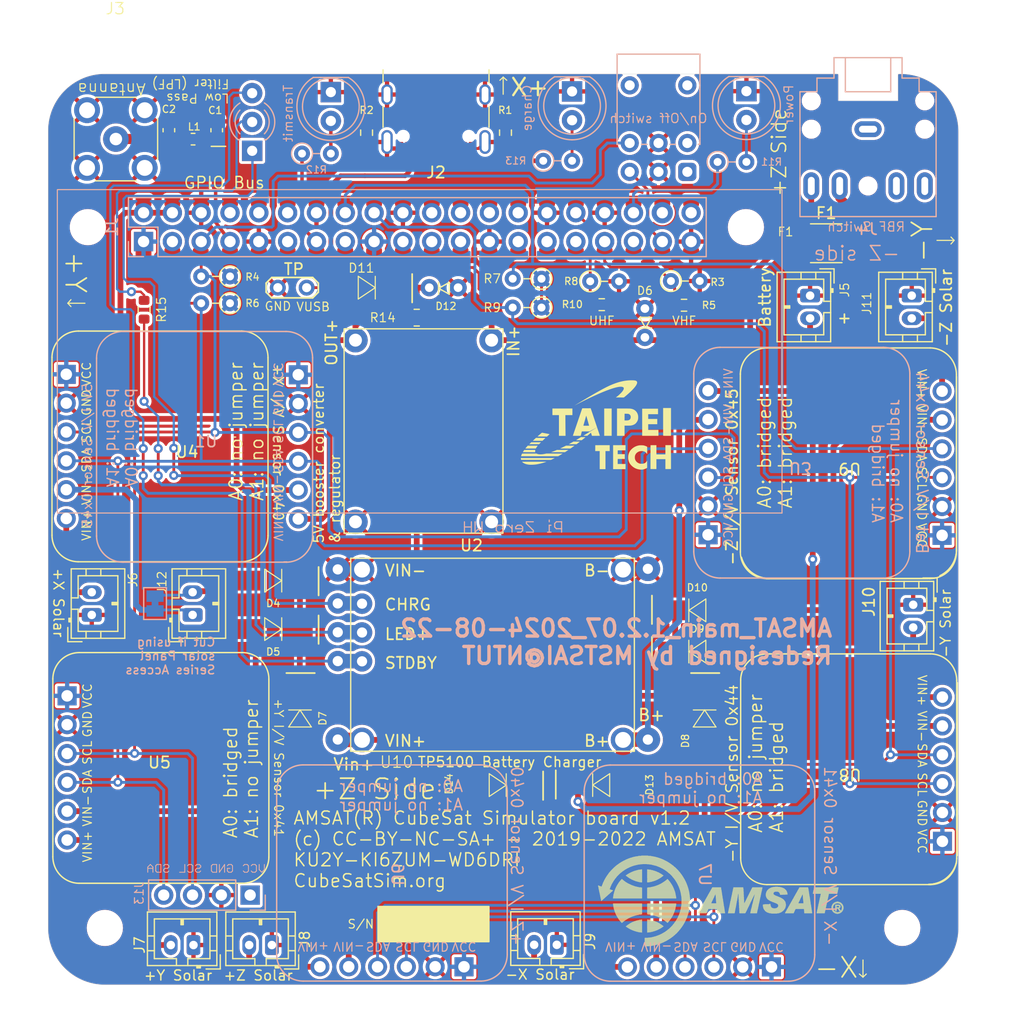
<source format=kicad_pcb>
(kicad_pcb (version 20221018) (generator pcbnew)
  (title_block (title "AMSAT_main_1.2.07") (date "2024-08-05"))
  (layers (0 "F.Cu" signal) (31 "B.Cu" signal) (34 "B.Paste" user) (35 "F.Paste" user) (36 "B.SilkS" user "B.Silkscreen") (37 "F.SilkS" user "F.Silkscreen") (38 "B.Mask" user) (39 "F.Mask" user) (44 "Edge.Cuts" user))
  (net 0 "")
  (net 1 "/RF_PWM")
  (net 2 "Net-(J3-In)")
  (net 3 "/3.3V")
  (net 4 "/5V")
  (net 5 "/SDA")
  (net 6 "/SCL")
  (net 7 "/LED2")
  (net 9 "/SDA3")
  (net 11 "unconnected-(J1-Pad11)")
  (net 13 "/SCL3")
  (net 14 "/GPIO12")
  (net 16 "/GPIO13")
  (net 17 "/LED1")
  (net 18 "/GPIO26")
  (net 24 "Net-(D1-A)")
  (net 29 "Net-(D2-A)")
  (net 31 "Net-(D3-A)")
  (net 32 "/USB_VBUS")
  (net 33 "Net-(D10-K)")
  (net 35 "Net-(D4-A)")
  (net 37 "Net-(D5-A)")
  (net 39 "GND")
  (net 40 "Net-(F1-Pad2)")
  (net 41 "Net-(D6-K)")
  (net 42 "Net-(D7-A)")
  (net 43 "Net-(D8-A)")
  (net 44 "Net-(D9-A)")
  (net 45 "Net-(D10-A)")
  (net 48 "/5V_B")
  (net 65 "Net-(J2-CC1)")
  (net 69 "Net-(J2-CC2)")
  (net 73 "Net-(J5-Pin_2)")
  (net 74 "Net-(J6-Pin_2)")
  (net 75 "Net-(J7-Pin_2)")
  (net 76 "Net-(J8-Pin_2)")
  (net 77 "Net-(J9-Pin_2)")
  (net 78 "Net-(J10-Pin_2)")
  (net 79 "Net-(J11-Pin_2)")
  (net 80 "Net-(J12-Pin_1)")
  (net 83 "/3V3")
  (net 84 "Net-(D13-A)")
  (net 85 "Net-(D13-K)")
  (net 86 "Net-(D15-K2)")
  (net 87 "Net-(D15-A)")
  (net 88 "Net-(D15-K1)")
  (net 89 "Net-(U10-LED-)")
  (footprint "" (layer "F.Cu") (at 145.59839 53.086)
    (fp_text reference "")
    (fp_text value "")
  )
  (footprint "" (layer "F.Cu") (at 158.29839 53.06416)
    (fp_text reference "")
    (fp_text value "")
  )
  (footprint "" (layer "F.Cu") (at 148.1328 57.58536 180)
    (fp_text reference "")
    (fp_text value "")
  )
  (footprint "" (layer "F.Cu") (at 122.7328 57.58536 180)
    (fp_text reference "")
    (fp_text value "")
  )
  (footprint "" (layer "F.Cu") (at 150.6728 57.58536 180)
    (fp_text reference "")
    (fp_text value "")
  )
  (footprint "" (layer "F.Cu") (at 129.6924 88.4682)
    (fp_text reference "")
    (fp_text value "")
  )
  (footprint "Resistor_THT:R_Axial_DIN0204_L3.6mm_D1.6mm_P2.54mm_Vertical" (layer "F.Cu") (at 147.651 62.4078 180)
    (fp_text reference "R9")
    (fp_text value "4.7K")
  )
  (footprint "Library:SS14" (layer "F.Cu") (at 152.908 104.4702)
    (fp_text reference "D13")
    (fp_text value "1N5817" hide)
  )
  (footprint "Library:INA219_Small" (layer "F.Cu") (at 174.818675 76.0984 180)
    (fp_text reference "U9")
    (fp_text value "INA219_Module 0X45")
  )
  (footprint "" (layer "F.Cu") (at 115.1128 57.58536 180)
    (fp_text reference "")
    (fp_text value "")
  )
  (footprint "Capacitor_SMD:C_0603_1608Metric" (layer "F.Cu") (at 119.0244 46.7868 90)
    (fp_text reference "C1")
    (fp_text value "16pF")
  )
  (footprint "" (layer "F.Cu") (at 125.2728 57.58536 180)
    (fp_text reference "")
    (fp_text value "")
  )
  (footprint "" (layer "F.Cu") (at 127.8128 57.58536 180)
    (fp_text reference "")
    (fp_text value "")
  )
  (footprint "" (layer "F.Cu") (at 137.9728 57.58536 180)
    (fp_text reference "")
    (fp_text value "")
  )
  (footprint "Library:SS14" (layer "F.Cu") (at 161.3834 89.0778)
    (fp_text reference "D10")
    (fp_text value "1N5817" hide)
  )
  (footprint "" (layer "F.Cu") (at 155.75839 53.06416)
    (fp_text reference "")
    (fp_text value "")
  )
  (footprint "" (layer "F.Cu") (at 130.35839 53.06416)
    (fp_text reference "")
    (fp_text value "")
  )
  (footprint "" (layer "F.Cu") (at 129.6924 93.5482)
    (fp_text reference "")
    (fp_text value "")
  )
  (footprint "Library:SS14" (layer "F.Cu") (at 162.0266 98.6028 -90)
    (fp_text reference "D8")
    (fp_text value "1N5817" hide)
  )
  (footprint "" (layer "F.Cu") (at 112.5728 57.58536 180)
    (fp_text reference "")
    (fp_text value "")
  )
  (footprint "" (layer "F.Cu") (at 140.5128 57.58536 180)
    (fp_text reference "")
    (fp_text value "")
  )
  (footprint "" (layer "F.Cu") (at 127.81839 53.06416)
    (fp_text reference "")
    (fp_text value "")
  )
  (footprint "" (layer "F.Cu") (at 143.0528 57.58536 180)
    (fp_text reference "")
    (fp_text value "")
  )
  (footprint "Library:SS14" (layer "F.Cu") (at 126.365 98.6028 -90)
    (fp_text reference "D7")
    (fp_text value "1N5817" hide)
  )
  (footprint "Library:SS14" (layer "F.Cu") (at 143.7914 104.4702 180)
    (fp_text reference "D14")
    (fp_text value "1N5817" hide)
  )
  (footprint "" (layer "F.Cu") (at 153.2128 57.58536 180)
    (fp_text reference "")
    (fp_text value "")
  )
  (footprint "" (layer "F.Cu") (at 150.67839 53.06416)
    (fp_text reference "")
    (fp_text value "")
  )
  (footprint "" (layer "F.Cu") (at 143.05839 53.06416)
    (fp_text reference "")
    (fp_text value "")
  )
  (footprint "" (layer "F.Cu") (at 153.21839 53.06416)
    (fp_text reference "")
    (fp_text value "")
  )
  (footprint "Resistor_THT:R_Axial_DIN0204_L3.6mm_D1.6mm_P2.54mm_Vertical" (layer "F.Cu") (at 120.195595 62.0268 180)
    (fp_text reference "R6")
    (fp_text value "DNI-4.7K")
  )
  (footprint "Connector_JST:JST_PH_B2B-PH-K_1x02_P2.00mm_Vertical" (layer "F.Cu") (at 180.2804 61.357 -90)
    (fp_text reference "J11")
    (fp_text value "Conn_01x02")
  )
  (footprint "Fuse:Fuse_1812_4532Metric" (layer "F.Cu") (at 172.7454 56.7436)
    (fp_text reference "F1")
    (fp_text value "Polyfuse")
  )
  (footprint "" (layer "F.Cu") (at 120.1928 57.58536 180)
    (fp_text reference "")
    (fp_text value "")
  )
  (footprint "Resistor_THT:R_Axial_DIN0204_L3.6mm_D1.6mm_P2.54mm_Vertical" (layer "F.Cu") (at 120.195595 59.6646 180)
    (fp_text reference "R4")
    (fp_text value "DNI-4.7K")
  )
  (footprint "Resistor_SMD:R_0603_1608Metric" (layer "F.Cu") (at 152.9588 62.1538)
    (fp_text reference "R10")
    (fp_text value "DNI-1K")
  )
  (footprint "" (layer "F.Cu") (at 117.61216 57.626 180)
    (fp_text reference "")
    (fp_text value "")
  )
  (footprint "" (layer "F.Cu") (at 122.73839 53.06416)
    (fp_text reference "")
    (fp_text value "")
  )
  (footprint "" (layer "F.Cu") (at 160.83839 53.06416)
    (fp_text reference "")
    (fp_text value "")
  )
  (footprint "" (layer "F.Cu") (at 157.0228 100.464)
    (fp_text reference "")
    (fp_text value "")
  )
  (footprint "" (layer "F.Cu") (at 160.8328 57.58536 180)
    (fp_text reference "")
    (fp_text value "")
  )
  (footprint "Library:INA219_Small" (layer "F.Cu") (at 113.97958 102.9843)
    (fp_text reference "U5")
    (fp_text value "INA219_Module 0X41")
  )
  (footprint "" (layer "F.Cu") (at 157.0228 85.4202)
    (fp_text reference "")
    (fp_text value "")
  )
  (footprint "" (layer "F.Cu") (at 125.27839 53.06416)
    (fp_text reference "")
    (fp_text value "")
  )
  (footprint "" (layer "F.Cu") (at 137.97839 53.06416)
    (fp_text reference "")
    (fp_text value "")
  )
  (footprint "" (layer "F.Cu") (at 148.13839 53.06416)
    (fp_text reference "")
    (fp_text value "")
  )
  (footprint "TestPoint:TestPoint_2Pads_Pitch2.54mm_Drill0.8mm" (layer "F.Cu") (at 126.9492 60.6552 180)
    (fp_text reference "TP")
    (fp_text value "TestPoint_2Pads_Pitch2.54mm_Drill0.8mm" hide)
  )
  (footprint "" (layer "F.Cu") (at 145.5928 57.58536 180)
    (fp_text reference "")
    (fp_text value "")
  )
  (footprint "Connector_USB:USB_C_Receptacle_GCT_USB4105-xx-A_16P_TopMnt_Horizontal" (layer "F.Cu") (at 138.3538 44.7188 180)
    (fp_text reference "J2")
    (fp_text value "USB_C_Receptacle_USB2.0")
  )
  (footprint "Library:SS14" (layer "F.Cu") (at 124.0028 86.4616 180)
    (fp_text reference "D4")
    (fp_text value "1N5817" hide)
  )
  (footprint "CubeSatSim:1N5817" (layer "F.Cu") (at 139.192 60.71235)
    (fp_text reference "D12")
    (fp_text value "5V1 1W")
  )
  (footprint "" (layer "F.Cu") (at 135.4328 57.58536 180)
    (fp_text reference "")
    (fp_text value "")
  )
  (footprint "" (layer "F.Cu") (at 140.51839 53.06416)
    (fp_text reference "")
    (fp_text value "")
  )
  (footprint "" (layer "F.Cu") (at 109.165645 117.0526)
    (fp_text reference "")
    (fp_text value "")
  )
  (footprint "Inductor_SMD:L_0603_1608Metric" (layer "F.Cu") (at 116.9416 47.5742 180)
    (fp_text reference "L1")
    (fp_text value "13nH")
  )
  (footprint "VST104_logos:NTUT_logo_15mm" (layer "F.Cu") (at 152.4508 72.7964)
    (fp_text reference "REF**" hide)
    (fp_text value "NTUT_logo_15mm" hide)
  )
  (footprint "" (layer "F.Cu") (at 117.65839 53.06416)
    (fp_text reference "")
    (fp_text value "")
  )
  (footprint "" (layer "F.Cu") (at 120.19839 53.06416)
    (fp_text reference "")
    (fp_text value "")
  )
  (footprint "Connector_JST:JST_PH_B2B-PH-K_1x02_P2.00mm_Vertical" (layer "F.Cu") (at 116.9764 118.5584 180)
    (fp_text reference "J7")
    (fp_text value "Conn_01x02")
  )
  (footprint "" (layer "F.Cu") (at 179.445665 117.0526)
    (fp_text reference "")
    (fp_text value "")
  )
  (footprint "Resistor_THT:R_Axial_DIN0204_L3.6mm_D1.6mm_P2.54mm_Vertical" (layer "F.Cu") (at 159.0548 60.071)
    (fp_text reference "R3")
    (fp_text value "DNI-1K")
  )
  (footprint "Resistor_THT:R_Axial_DIN0204_L3.6mm_D1.6mm_P2.54mm_Vertical" (layer "F.Cu") (at 151.942 60.0964)
    (fp_text reference "R8")
    (fp_text value "1K")
  )
  (footprint "Resistor_SMD:R_0603_1608Metric" (layer "F.Cu") (at 132.2324 47.0032 90)
    (fp_text reference "R2")
    (fp_text value "5.1K")
  )
  (footprint "" (layer "F.Cu") (at 107.665775 55.32476)
    (fp_text reference "")
    (fp_text value "")
  )
  (footprint "Library:TP5100 Charger" (layer "F.Cu") (at 131.8322 100.4894)
    (fp_text reference "U10")
    (fp_text value "TP5100_Charger")
  )
  (footprint "CubeSatSim:1N5817" (layer "F.Cu") (at 156.8196 63.6016 90)
    (fp_text reference "D6")
    (fp_text value "DNI-5V1 1W")
  )
  (footprint "Resistor_SMD:R_0603_1608Metric" (layer "F.Cu") (at 112.6236 62.5978 90)
    (fp_text reference "R15")
    (fp_text value "470")
  )
  (footprint "Connector_JST:JST_PH_B2B-PH-K_1x02_P2.00mm_Vertical" (layer "F.Cu") (at 123.8852 118.5584 180)
    (fp_text reference "J8")
    (fp_text value "Conn_01x02")
  )
  (footprint "" (layer "F.Cu") (at 130.3528 57.58536 180)
    (fp_text reference "")
    (fp_text value "")
  )
  (footprint "Library:SS14" (layer "F.Cu") (at 132.2488 60.6552 180)
    (fp_text reference "D11")
    (fp_text value "1N5817" hide)
  )
  (footprint "Connector_JST:JST_PH_B2B-PH-K_1x02_P2.00mm_Vertical" (layer "F.Cu") (at 180.4074 88.5858 -90)
    (fp_text reference "J10")
    (fp_text value "Conn_01x02")
  )
  (footprint "" (layer "F.Cu") (at 158.2928 57.58536 180)
    (fp_text reference "")
    (fp_text value "")
  )
  (footprint "Resistor_SMD:R_0603_1608Metric" (layer "F.Cu") (at 160.21 62.2046)
    (fp_text reference "R5")
    (fp_text value "DNI-1K")
  )
  (footprint "Library:AMSAT_SMA_Vertical" (layer "F.Cu") (at 110.132625 47.55972)
    (fp_text reference "J3")
    (fp_text value "Conn_Coaxial")
  )
  (footprint "" (layer "F.Cu") (at 115.11839 53.06416)
    (fp_text reference "")
    (fp_text value "")
  )
  (footprint "Resistor_THT:R_Axial_DIN0204_L3.6mm_D1.6mm_P2.54mm_Vertical" (layer "F.Cu") (at 147.651 59.8678 180)
    (fp_text reference "R7")
    (fp_text value "4.7K")
  )
  (footprint "Capacitor_SMD:C_0603_1608Metric" (layer "F.Cu") (at 114.808 46.7868 90)
    (fp_text reference "C2")
    (fp_text value "18pF")
  )
  (footprint "Library:INA219_Small" (layer "F.Cu") (at 113.90338 74.6633)
    (fp_text reference "U4")
    (fp_text value "INA219_Module 0X40")
  )
  (footprint "Resistor_SMD:R_0805_2012Metric" (layer "F.Cu") (at 136.652 63.2968)
    (fp_text reference "R14")
    (fp_text value "DNI-0K")
  )
  (footprint "Library:SS14" (layer "F.Cu") (at 124.0028 90.7288 180)
    (fp_text reference "D5")
    (fp_text value "1N5817" hide)
  )
  (footprint "CubeSatSim:5V Booster" (layer "F.Cu") (at 137.2616 73.0504)
    (fp_text reference "U2")
    (fp_text value "5V_Booster")
  )
  (footprint "Library:INA219_Small" (layer "F.Cu") (at 174.844075 103.0478 180)
    (fp_text reference "U8")
    (fp_text value "INA219_Module 0X44")
  )
  (footprint "" (layer "F.Cu") (at 129.6924 91.0082)
    (fp_text reference "")
    (fp_text value "")
  )
  (footprint "Connector_JST:JST_PH_B2B-PH-K_1x02_P2.00mm_Vertical" (layer "F.Cu") (at 171.323 61.357 -90)
    (fp_text reference "J5")
    (fp_text value "Conn_01x02")
  )
  (footprint "" (layer "F.Cu") (at 155.7528 57.58536 180)
    (fp_text reference "")
    (fp_text value "")
  )
  (footprint "Connector_JST:JST_PH_B2B-PH-K_1x02_P2.00mm_Vertical" (layer "F.Cu") (at 116.8996 89.4809 90)
    (fp_text reference "J12")
    (fp_text value "Conn_01x02")
  )
  (footprint "Connector_JST:JST_PH_B2B-PH-K_1x02_P2.00mm_Vertical" (layer "F.Cu") (at 108.009945 89.4809 90)
    (fp_text reference "J6")
    (fp_text value "Conn_01x02")
  )
  (footprint "" (layer "F.Cu") (at 135.43839 53.06416)
    (fp_text reference "")
    (fp_text value "")
  )
  (footprint "Connector_JST:JST_PH_B2B-PH-K_1x02_P2.00mm_Vertical" (layer "F.Cu") (at 148.999445 118.53875 180)
    (fp_text reference "J9")
    (fp_text value "Conn_01x02")
  )
  (footprint "Connector_Wire:SolderWirePad_1x01_SMD_1x2mm" (layer "F.Cu") (at 112.575595 53.0606 90)
    (fp_text reference "REF**" hide)
    (fp_text value "SolderWirePad_1x01_SMD_1x2mm")
  )
  (footprint "Resistor_SMD:R_0603_1608Metric" (layer "F.Cu") (at 144.4752 47.0032 90)
    (fp_text reference "R1")
    (fp_text value "5.1K")
  )
  (footprint "Library:SS14" (layer "F.Cu") (at 161.3834 92.71)
    (fp_text reference "D9")
    (fp_text value "1N5817" hide)
  )
  (footprint "" (layer "F.Cu") (at 132.8928 57.58536 180)
    (fp_text reference "")
    (fp_text value "")
  )
  (footprint "" (layer "F.Cu") (at 129.6924 100.457)
    (fp_text reference "")
    (fp_text value "")
  )
  (footprint "" (layer "F.Cu") (at 132.89839 53.06416)
    (fp_text reference "")
    (fp_text value "")
  )
  (footprint "" (layer "F.Cu") (at 165.665655 55.32476)
    (fp_text reference "")
    (fp_text value "")
  )
  (footprint "" (layer "F.Cu") (at 129.6924 85.471)
    (fp_text reference "")
    (fp_text value "")
  )
  (footprint "Connector_PinSocket_2.54mm:PinSocket_2x20_P2.54mm_Vertical" (layer "B.Cu") (at 112.575595 56.59476 -90)
    (fp_text reference "J1")
    (fp_text value "Raspberry Pi Zero HW GPIO")
  )
  (footprint "LED_THT:LED_D5.0mm" (layer "B.Cu") (at 150.3426 43.3682 -90)
    (fp_text reference "D3" hide)
    (fp_text value "Red 5mm" hide)
  )
  (footprint "Library:INA219_Small" (layer "B.Cu") (at 134.4422 112.334675 90)
    (fp_text reference "U6")
    (fp_text value "INA219_Module 0X40")
  )
  (footprint "Library:INA219_Small" (layer "B.Cu") (at 118.075075 74.7014 180)
    (fp_text reference "U1")
    (fp_text value "INA219_Module 0x45")
  )
  (footprint "Library:INA219_Small" (layer "B.Cu") (at 161.544255 112.347375 90)
    (fp_text reference "U7")
    (fp_text value "INA219_Module 0X41")
  )
  (footprint "Resistor_THT:R_Axial_DIN0204_L3.6mm_D1.6mm_P2.54mm_Vertical" (layer "B.Cu") (at 147.8018 49.4792)
    (fp_text reference "R13")
    (fp_text value "470")
  )
  (footprint "Library:Jack_3.5mm_CUI_SJ1-3525N_Horizontal" (layer "B.Cu") (at 176.4284 46.6964)
    (fp_text reference "J4")
    (fp_text value "AudioJack2_Dual_Ground_Switch")
  )
  (footprint "LED_THT:LED_D5.0mm" (layer "B.Cu") (at 129.0828 43.429 -90)
    (fp_text reference "D2" hide)
    (fp_text value "Blue 5mm" hide)
  )
  (footprint "LED_THT:LED_D3.0mm-3" (layer "B.Cu") (at 122.1486 48.6002 90)
    (fp_text reference "D15" hide)
    (fp_text value "LED_Dual_KAK" hide)
  )
  (footprint "Library:INA219_Small" (layer "B.Cu") (at 170.468925 76.0476)
    (fp_text reference "U3")
    (fp_text value "INA219_Module 0x44")
  )
  (footprint "Resistor_THT:R_Axial_DIN0204_L3.6mm_D1.6mm_P2.54mm_Vertical" (layer "B.Cu") (at 163.1688 49.5808)
    (fp_text reference "R11")
    (fp_text value "220")
  )
  (footprint "LED_THT:LED_D5.0mm" (layer "B.Cu") (at 165.7096 43.3482 -90)
    (fp_text reference "D1" hide)
    (fp_text value "Green 5mm" hide)
  )
  (footprint "Button_Switch_THT:SW_Push_2P2T_Vertical_E-Switch_800UDP8P1A1M6" (layer "B.Cu") (at 160.5026 50.4544 90)
    (fp_text reference "SW1" hide)
    (fp_text value "SW_Push_DPDT")
  )
  (footprint "Resistor_THT:R_Axial_DIN0204_L3.6mm_D1.6mm_P2.54mm_Vertical" (layer "B.Cu") (at 126.5428 48.8442)
    (fp_text reference "R12")
    (fp_text value "470")
  )
  (footprint "Connector_PinHeader_2.54mm:PinHeader_1x04_P2.54mm_Vertical" (layer "B.Cu") (at 121.971055 114.1603 90)
    (fp_text reference "J13")
    (fp_text value "Conn_01x04_Female")
  )
  (footprint "Jumper:SolderJumper-2_P1.3mm_Bridged_Pad1.0x1.5mm" (layer "B.Cu") (at 113.5888 88.4809 90)
    (fp_text reference "JP1" hide)
    (fp_text value "SolderJumper_2_Bridged")
  )
  (gr_circle (center 112.672625 45.01972) (end 113.815625 45.01972) (fill solid) (layer "B.Cu"))
  (gr_circle (center 112.672625 50.09972) (end 113.815625 50.09972) (fill solid) (layer "B.Cu"))
  (gr_circle (center 158.295595 54.05476) (end 159.235395 54.05476) (fill solid) (layer "B.Cu"))
  (gr_circle (center 107.592625 50.09972) (end 108.735625 50.09972) (fill solid) (layer "B.Cu"))
  (gr_circle (center 107.592625 45.01972) (end 108.735625 45.01972) (fill solid) (layer "B.Cu"))
  (gr_line (start 119.01551 111.46104) (end 119.01551 112.14735) (stroke (width 0.0762)) (layer "B.SilkS"))
  (gr_line (start 120.07545 112.14735) (end 119.96115 112.03305) (stroke (width 0.0762)) (layer "B.SilkS"))
  (gr_line (start 148.809455 81.4291) (end 148.961855 81.2767) (stroke (width 0.1016)) (layer "B.SilkS"))
  (gr_line (start 115.75135 112.14735) (end 116.20881 112.14735) (stroke (width 0.0762)) (layer "B.SilkS"))
  (gr_line (start 114.10391 111.46104) (end 114.10391 112.14735) (stroke (width 0.0762)) (layer "B.SilkS"))
  (gr_line (start 122.5235 112.03305) (end 122.5235 111.57534) (stroke (width 0.0762)) (layer "B.SilkS"))
  (gr_line (start 148.961855 81.2767) (end 149.419565 81.2767) (stroke (width 0.1016)) (layer "B.SilkS"))
  (gr_line (start 145.379185 81.88681) (end 145.989295 81.88681) (stroke (width 0.1016)) (layer "B.SilkS"))
  (gr_line (start 117.15445 111.9185) (end 117.15445 112.03305) (stroke (width 0.0762)) (layer "B.SilkS"))
  (gr_line (start 148.331425 81.58175) (end 148.331425 82.19186) (stroke (width 0.1016)) (layer "B.SilkS"))
  (gr_line (start 117.49786 111.8042) (end 117.61216 111.68964) (stroke (width 0.0762)) (layer "B.SilkS"))
  (gr_line (start 117.15445 112.03305) (end 117.269 112.14735) (stroke (width 0.0762)) (layer "B.SilkS"))
  (gr_line (start 113.64645 111.57534) (end 113.76075 111.46104) (stroke (width 0.0762)) (layer "B.SilkS"))
  (gr_line (start 113.17351 111.46104) (end 112.94465 111.68964) (stroke (width 0.0762)) (layer "B.SilkS"))
  (gr_line (start 146.924775 82.19186) (end 146.924775 82.03946) (stroke (width 0.1016)) (layer "B.SilkS"))
  (gr_line (start 141.467585 81.2767) (end 141.467585 82.19186) (stroke (width 0.1016)) (layer "B.SilkS"))
  (gr_line (start 144.596105 81.58175) (end 144.748755 81.58175) (stroke (width 0.1016)) (layer "B.SilkS"))
  (gr_line (start 145.531845 82.19186) (end 145.836895 82.19186) (stroke (width 0.1016)) (layer "B.SilkS"))
  (gr_line (start 146.314665 82.19186) (end 146.924775 82.19186) (stroke (width 0.1016)) (layer "B.SilkS"))
  (gr_line (start 116.5672 112.14735) (end 116.4529 112.03305) (stroke (width 0.0762)) (layer "B.SilkS"))
  (gr_line (start 144.274285 81.73415) (end 144.274285 82.03946) (stroke (width 0.1016)) (layer "B.SilkS"))
  (gr_line (start 148.179025 82.19186) (end 148.484085 82.19186) (stroke (width 0.1016)) (layer "B.SilkS"))
  (gr_line (start 117.49786 111.8042) (end 117.269 111.8042) (stroke (width 0.0762)) (layer "B.SilkS"))
  (gr_line (start 143.816575 81.58175) (end 144.121635 81.58175) (stroke (width 0.1016)) (layer "B.SilkS"))
  (gr_line (start 142.098015 81.88681) (end 141.792965 82.19186) (stroke (width 0.1016)) (layer "B.SilkS"))
  (gr_line (start 118.5578 111.57534) (end 118.6721 111.46104) (stroke (width 0.0762)) (layer "B.SilkS"))
  (gr_line (start 116.4529 111.57534) (end 116.5672 111.46104) (stroke (width 0.0762)) (layer "B.SilkS"))
  (gr_line (start 122.18035 111.46104) (end 122.06605 111.57534) (stroke (width 0.0762)) (layer "B.SilkS"))
  (gr_line (start 144.748755 81.58175) (end 145.053815 81.88681) (stroke (width 0.1016)) (layer "B.SilkS"))
  (gr_line (start 113.76075 111.46104) (end 114.10391 111.46104) (stroke (width 0.0762)) (layer "B.SilkS"))
  (gr_line (start 122.06605 112.03305) (end 122.18035 112.14735) (stroke (width 0.0762)) (layer "B.SilkS"))
  (gr_line (start 116.91061 111.57534) (end 116.91061 112.03305) (stroke (width 0.0762)) (layer "B.SilkS"))
  (gr_line (start 118.6721 111.46104) (end 119.01551 111.46104) (stroke (width 0.0762)) (layer "B.SilkS"))
  (gr_line (start 117.269 112.14735) (end 117.49786 112.14735) (stroke (width 0.0762)) (layer "B.SilkS"))
  (gr_line (start 145.836895 82.19186) (end 145.989295 82.03946) (stroke (width 0.1016)) (layer "B.SilkS"))
  (gr_line (start 114.69116 111.8042) (end 114.80546 111.68964) (stroke (width 0.0762)) (layer "B.SilkS"))
  (gr_line (start 119.01551 112.14735) (end 118.6721 112.14735) (stroke (width 0.0762)) (layer "B.SilkS"))
  (gr_line (start 114.348 111.9185) (end 114.348 112.03305) (stroke (width 0.0762)) (layer "B.SilkS"))
  (gr_line (start 117.269 111.46104) (end 117.15445 111.57534) (stroke (width 0.0762)) (layer "B.SilkS"))
  (gr_line (start 118.5578 112.03305) (end 118.5578 111.57534) (stroke (width 0.0762)) (layer "B.SilkS"))
  (gr_line (start 113.76075 112.14735) (end 113.64645 112.03305) (stroke (width 0.0762)) (layer "B.SilkS"))
  (gr_line (start 144.274285 82.03946) (end 144.121635 82.19186) (stroke (width 0.1016)) (layer "B.SilkS"))
  (gr_line (start 114.69116 112.14735) (end 114.80546 112.03305) (stroke (width 0.0762)) (layer "B.SilkS"))
  (gr_line (start 117.49786 112.14735) (end 117.61216 112.03305) (stroke (width 0.0762)) (layer "B.SilkS"))
  (gr_line (start 148.331425 81.2767) (end 148.331425 81.12404) (stroke (width 0.1016)) (layer "B.SilkS"))
  (gr_line (start 122.5235 111.57534) (end 122.4092 111.46104) (stroke (width 0.0762)) (layer "B.SilkS"))
  (gr_line (start 122.4092 111.46104) (end 122.18035 111.46104) (stroke (width 0.0762)) (layer "B.SilkS"))
  (gr_line (start 120.3043 112.14735) (end 120.07545 112.14735) (stroke (width 0.0762)) (layer "B.SilkS"))
  (gr_line (start 116.79605 111.46104) (end 116.91061 111.57534) (stroke (width 0.0762)) (layer "B.SilkS"))
  (gr_line (start 125.004325 84.82254) (end 124.942855 84.8233) (stroke (width 0.127)) (layer "B.SilkS"))
  (gr_line (start 122.76759 111.46104) (end 122.76759 111.9185) (stroke (width 0.0762)) (layer "B.SilkS"))
  (gr_line (start 113.40236 111.68964) (end 113.40236 112.14735) (stroke (width 0.0762)) (layer "B.SilkS"))
  (gr_line (start 119.25935 112.14735) (end 119.71705 111.46104) (stroke (width 0.0762)) (layer "B.SilkS"))
  (gr_line (start 114.348 112.03305) (end 114.4623 112.14735) (stroke (width 0.0762)) (layer "B.SilkS"))
  (gr_line (start 146.924775 82.03946) (end 146.314665 81.4291) (stroke (width 0.1016)) (layer "B.SilkS"))
  (gr_line (start 144.121635 82.19186) (end 143.816575 82.19186) (stroke (width 0.1016)) (layer "B.SilkS"))
  (gr_line (start 142.403065 81.2767) (end 142.403065 82.19186) (stroke (width 0.1016)) (layer "B.SilkS"))
  (gr_line (start 104.978455 80.5053) (end 104.978455 52.0319) (stroke (width 0.1016)) (layer "B.SilkS"))
  (gr_line (start 122.4092 112.14735) (end 122.5235 112.03305) (stroke (width 0.0762)) (layer "B.SilkS"))
  (gr_line (start 121.82195 111.57534) (end 121.82195 112.03305) (stroke (width 0.0762)) (layer "B.SilkS"))
  (gr_line (start 116.5672 111.46104) (end 116.79605 111.46104) (stroke (width 0.0762)) (layer "B.SilkS"))
  (gr_line (start 119.96115 111.8042) (end 120.19 111.8042) (stroke (width 0.0762)) (layer "B.SilkS"))
  (gr_line (start 114.4623 111.46104) (end 114.348 111.57534) (stroke (width 0.0762)) (layer "B.SilkS"))
  (gr_line (start 114.80546 111.57534) (end 114.69116 111.46104) (stroke (width 0.0762)) (layer "B.SilkS"))
  (gr_line (start 148.809455 81.73415) (end 148.809455 81.4291) (stroke (width 0.1016)) (layer "B.SilkS"))
  (gr_line (start 125.187965 84.81136) (end 125.126755 84.8167) (stroke (width 0.127)) (layer "B.SilkS"))
  (gr_line (start 117.269 111.8042) (end 117.15445 111.9185) (stroke (width 0.0762)) (layer "B.SilkS"))
  (gr_line (start 121.36424 111.57534) (end 121.4788 111.46104) (stroke (width 0.0762)) (layer "B.SilkS"))
  (gr_line (start 118.6721 112.14735) (end 118.5578 112.03305) (stroke (width 0.0762)) (layer "B.SilkS"))
  (gr_line (start 112.94465 111.8042) (end 113.40236 111.8042) (stroke (width 0.0762)) (layer "B.SilkS"))
  (gr_line (start 114.4623 112.14735) (end 114.69116 112.14735) (stroke (width 0.0762)) (layer "B.SilkS"))
  (gr_line (start 117.61216 111.57534) (end 117.49786 111.46104) (stroke (width 0.0762)) (layer "B.SilkS"))
  (gr_line (start 121.4788 112.14735) (end 121.36424 112.03305) (stroke (width 0.0762)) (layer "B.SilkS"))
  (gr_line (start 120.4186 111.57534) (end 120.3043 111.46104) (stroke (width 0.0762)) (layer "B.SilkS"))
  (gr_line (start 142.403065 82.19186) (end 142.098015 81.88681) (stroke (width 0.1016)) (layer "B.SilkS"))
  (gr_line (start 145.379185 81.73415) (end 145.379185 81.88681) (stroke (width 0.1016)) (layer "B.SilkS"))
  (gr_line (start 116.20881 112.14735) (end 116.20881 111.46104) (stroke (width 0.0762)) (layer "B.SilkS"))
  (gr_line (start 143.664175 81.73415) (end 143.816575 81.58175) (stroke (width 0.1016)) (layer "B.SilkS"))
  (gr_line (start 145.836895 81.58175) (end 145.531845 81.58175) (stroke (width 0.1016)) (layer "B.SilkS"))
  (gr_line (start 125.065535 84.82025) (end 125.004325 84.82254) (stroke (width 0.127)) (layer "B.SilkS"))
  (gr_line (start 114.4623 111.8042) (end 114.348 111.9185) (stroke (width 0.0762)) (layer "B.SilkS"))
  (gr_line (start 140.857475 81.73415) (end 141.467585 81.73415) (stroke (width 0.1016)) (layer "B.SilkS"))
  (gr_line (start 148.484085 81.58175) (end 148.331425 81.58175) (stroke (width 0.1016)) (layer "B.SilkS"))
  (gr_line (start 121.82195 112.03305) (end 121.70765 112.14735) (stroke (width 0.0762)) (layer "B.SilkS"))
  (gr_line (start 120.07545 111.46104) (end 119.96115 111.57534) (stroke (width 0.0762)) (layer "B.SilkS"))
  (gr_line (start 119.25935 111.46104) (end 119.25935 112.14735) (stroke (width 0.0762)) (layer "B.SilkS"))
  (gr_line (start 143.816575 82.19186) (end 143.664175 82.03946) (stroke (width 0.1016)) (layer "B.SilkS"))
  (gr_line (start 113.40236 111.68964) (end 113.17351 111.46104) (stroke (width 0.0762)) (layer "B.SilkS"))
  (gr_line (start 122.76759 111.9185) (end 122.99645 112.14735) (stroke (width 0.0762)) (layer "B.SilkS"))
  (gr_line (start 141.792965 82.19186) (end 141.792965 81.2767) (stroke (width 0.1016)) (layer "B.SilkS"))
  (gr_line (start 119.71705 111.46104) (end 119.71705 112.14735) (stroke (width 0.0762)) (layer "B.SilkS"))
  (gr_line (start 114.80546 111.68964) (end 114.80546 111.57534) (stroke (width 0.0762)) (layer "B.SilkS"))
  (gr_line (start 168.846755 80.5053) (end 104.978455 80.5053) (stroke (width 0.1016)) (layer "B.SilkS"))
  (gr_line (start 120.4186 112.03305) (end 120.4186 111.57534) (stroke (width 0.0762)) (layer "B.SilkS"))
  (gr_line (start 117.49786 111.46104) (end 117.269 111.46104) (stroke (width 0.0762)) (layer "B.SilkS"))
  (gr_line (start 146.314665 81.4291) (end 146.314665 81.2767) (stroke (width 0.1016)) (layer "B.SilkS"))
  (gr_line (start 144.121635 81.58175) (end 144.274285 81.73415) (stroke (width 0.1016)) (layer "B.SilkS"))
  (gr_line (start 123.2253 111.9185) (end 123.2253 111.46104) (stroke (width 0.0762)) (layer "B.SilkS"))
  (gr_line (start 121.4788 111.46104) (end 121.70765 111.46104) (stroke (width 0.0762)) (layer "B.SilkS"))
  (gr_line (start 145.989295 81.73415) (end 145.836895 81.58175) (stroke (width 0.1016)) (layer "B.SilkS"))
  (gr_line (start 122.99645 112.14735) (end 123.2253 111.9185) (stroke (width 0.0762)) (layer "B.SilkS"))
  (gr_line (start 118.551965 92.77299) (end 118.666265 92.77299) (stroke (width 0.0762)) (layer "B.SilkS"))
  (gr_line (start 113.64645 112.03305) (end 113.64645 111.57534) (stroke (width 0.0762)) (layer "B.SilkS"))
  (gr_line (start 122.18035 112.14735) (end 122.4092 112.14735) (stroke (width 0.0762)) (layer "B.SilkS"))
  (gr_line (start 145.531845 81.58175) (end 145.379185 81.73415) (stroke (width 0.1016)) (layer "B.SilkS"))
  (gr_line (start 168.846755 52.0192) (end 168.846755 80.5053) (stroke (width 0.1016)) (layer "B.SilkS"))
  (gr_line (start 125.126755 84.8167) (end 125.065535 84.82025) (stroke (width 0.127)) (layer "B.SilkS"))
  (gr_line (start 114.10391 112.14735) (end 113.76075 112.14735) (stroke (width 0.0762)) (layer "B.SilkS"))
  (gr_line (start 149.419565 81.2767) (end 149.419565 82.19186) (stroke (width 0.1016)) (layer "B.SilkS"))
  (gr_line (start 121.70765 111.46104) (end 121.82195 111.57534) (stroke (width 0.0762)) (layer "B.SilkS"))
  (gr_line (start 117.61216 111.68964) (end 117.61216 111.57534) (stroke (width 0.0762)) (layer "B.SilkS"))
  (gr_line (start 149.419565 81.88681) (end 148.961855 81.88681) (stroke (width 0.1016)) (layer "B.SilkS"))
  (gr_line (start 140.857475 81.2767) (end 140.857475 82.19186) (stroke (width 0.1016)) (layer "B.SilkS"))
  (gr_line (start 143.664175 82.03946) (end 143.664175 81.73415) (stroke (width 0.1016)) (layer "B.SilkS"))
  (gr_line (start 121.70765 112.14735) (end 121.4788 112.14735) (stroke (width 0.0762)) (layer "B.SilkS"))
  (gr_line (start 112.94465 111.68964) (end 112.94465 112.14735) (stroke (width 0.0762)) (layer "B.SilkS"))
  (gr_line (start 116.79605 112.14735) (end 116.5672 112.14735) (stroke (width 0.0762)) (layer "B.SilkS"))
  (gr_line (start 116.91061 112.03305) (end 116.79605 112.14735) (stroke (width 0.0762)) (layer "B.SilkS"))
  (gr_line (start 114.69116 111.46104) (end 114.4623 111.46104) (stroke (width 0.0762)) (layer "B.SilkS"))
  (gr_line (start 146.314665 81.2767) (end 146.924775 81.2767) (stroke (width 0.1016)) (layer "B.SilkS"))
  (gr_line (start 145.989295 82.03946) (end 145.989295 81.73415) (stroke (width 0.1016)) (layer "B.SilkS"))
  (gr_line (start 120.3043 111.46104) (end 120.07545 111.46104) (stroke (width 0.0762)) (layer "B.SilkS"))
  (gr_line (start 145.053815 82.19186) (end 145.053815 81.58175) (stroke (width 0.1016)) (layer "B.SilkS"))
  (gr_line (start 120.4186 112.03305) (end 120.3043 112.14735) (stroke (width 0.0762)) (layer "B.SilkS"))
  (gr_line (start 114.4623 111.8042) (end 114.69116 111.8042) (stroke (width 0.0762)) (layer "B.SilkS"))
  (gr_line (start 148.961855 81.88681) (end 148.809455 81.73415) (stroke (width 0.1016)) (layer "B.SilkS"))
  (gr_line (start 105.003855 52.0192) (end 168.846755 52.0192) (stroke (width 0.1016)) (layer "B.SilkS"))
  (gr_line (start 119.96115 112.03305) (end 119.96115 111.8042) (stroke (width 0.0762)) (layer "B.SilkS"))
  (gr_poly (pts (xy 166.7637 115.2017) (xy 166.1795 115.2017) (xy 166.1795 115.2144) (xy 166.7637 115.2144)) (fill solid) (layer "F.SilkS"))
  (gr_poly (pts (xy 164.8333 114.8969) (xy 164.2618 114.8969) (xy 164.2618 114.9096) (xy 164.8333 114.9096)) (fill solid) (layer "F.SilkS"))
  (gr_poly (pts (xy 156.5148 114.3254) (xy 153.9621 114.3254) (xy 153.9621 114.3381) (xy 156.5148 114.3381)) (fill solid) (layer "F.SilkS"))
  (gr_poly (pts (xy 163.4998 113.665) (xy 162.5854 113.665) (xy 162.5854 113.6777) (xy 163.4998 113.6777)) (fill solid) (layer "F.SilkS"))
  (gr_poly (pts (xy 158.7246 111.2012) (xy 154.7622 111.2012) (xy 154.7622 111.2139) (xy 158.7246 111.2139)) (fill solid) (layer "F.SilkS"))
  (gr_poly (pts (xy 158.0134 110.8837) (xy 155.448 110.8837) (xy 155.448 110.8964) (xy 158.0134 110.8964)) (fill solid) (layer "F.SilkS"))
  (gr_poly (pts (xy 166.4208 114.0968) (xy 165.9255 114.0968) (xy 165.9255 114.1095) (xy 166.4208 114.1095)) (fill solid) (layer "F.SilkS"))
  (gr_poly (pts (xy 165.6588 115.6589) (xy 165.0873 115.6589) (xy 165.0873 115.6716) (xy 165.6588 115.6716)) (fill solid) (layer "F.SilkS"))
  (gr_poly (pts (xy 171.1452 113.4872) (xy 170.3832 113.4872) (xy 170.3832 113.4999) (xy 171.1452 113.4999)) (fill solid) (layer "F.SilkS"))
  (gr_poly (pts (xy 159.5247 114.9096) (xy 156.9593 114.9096) (xy 156.9593 114.9223) (xy 159.5247 114.9223)) (fill solid) (layer "F.SilkS"))
  (gr_poly (pts (xy 163.7665 115.3033) (xy 161.671 115.3033) (xy 161.671 115.316) (xy 163.7665 115.316)) (fill solid) (layer "F.SilkS"))
  (gr_poly (pts (xy 168.9735 114.5413) (xy 167.6019 114.5413) (xy 167.6019 114.554) (xy 168.9735 114.554)) (fill solid) (layer "F.SilkS"))
  (gr_poly (pts (xy 156.5148 117.3734) (xy 156.0068 117.3734) (xy 156.0068 117.3861) (xy 156.5148 117.3861)) (fill solid) (layer "F.SilkS"))
  (gr_poly (pts (xy 159.4104 113.8301) (xy 156.9593 113.8301) (xy 156.9593 113.8428) (xy 159.4104 113.8428)) (fill solid) (layer "F.SilkS"))
  (gr_poly (pts (xy 155.5496 113.2586) (xy 154.3177 113.2586) (xy 154.3177 113.2713) (xy 155.5496 113.2713)) (fill solid) (layer "F.SilkS"))
  (gr_poly (pts (xy 156.5148 112.3442) (xy 155.194 112.3442) (xy 155.194 112.3569) (xy 156.5148 112.3569)) (fill solid) (layer "F.SilkS"))
  (gr_poly (pts (xy 166.751 115.2398) (xy 166.1541 115.2398) (xy 166.1541 115.2525) (xy 166.751 115.2525)) (fill solid) (layer "F.SilkS"))
  (gr_poly (pts (xy 168.1099 114.0714) (xy 167.4114 114.0714) (xy 167.4114 114.0841) (xy 168.1099 114.0841)) (fill solid) (layer "F.SilkS"))
  (gr_poly (pts (xy 160.6804 113.9317) (xy 159.9057 113.9317) (xy 159.9057 113.9444) (xy 160.6804 113.9444)) (fill solid) (layer "F.SilkS"))
  (gr_poly (pts (xy 153.3652 114.2746) (xy 152.8318 114.2746) (xy 152.8318 114.2873) (xy 153.3652 114.2873)) (fill solid) (layer "F.SilkS"))
  (gr_poly (pts (xy 171.3484 114.7318) (xy 170.7261 114.7318) (xy 170.7261 114.7445) (xy 171.3484 114.7445)) (fill solid) (layer "F.SilkS"))
  (gr_poly (pts (xy 159.3342 113.6269) (xy 156.9593 113.6269) (xy 156.9593 113.6396) (xy 159.3342 113.6396)) (fill solid) (layer "F.SilkS"))
  (gr_poly (pts (xy 159.7279 117.3353) (xy 158.6103 117.3353) (xy 158.6103 117.348) (xy 159.7279 117.348)) (fill solid) (layer "F.SilkS"))
  (gr_poly (pts (xy 166.9542 114.2492) (xy 166.4081 114.2492) (xy 166.4081 114.2619) (xy 166.9542 114.2619)) (fill solid) (layer "F.SilkS"))
  (gr_line (start 182.920895 85.95106) (end 182.974235 85.92058) (stroke (width 0.127)) (layer "F.SilkS"))
  (gr_poly (pts (xy 160.7185 115.0874) (xy 159.9692 115.0874) (xy 159.9692 115.1001) (xy 160.7185 115.1001)) (fill solid) (layer "F.SilkS"))
  (gr_poly (pts (xy 159.0802 116.1923) (xy 158.1785 116.1923) (xy 158.1785 116.205) (xy 159.0802 116.205)) (fill solid) (layer "F.SilkS"))
  (gr_poly (pts (xy 160.3248 116.459) (xy 159.4612 116.459) (xy 159.4612 116.4717) (xy 160.3248 116.4717)) (fill solid) (layer "F.SilkS"))
  (gr_poly (pts (xy 156.5148 116.7511) (xy 155.2829 116.7511) (xy 155.2829 116.7638) (xy 156.5148 116.7638)) (fill solid) (layer "F.SilkS"))
  (gr_poly (pts (xy 157.1244 117.4369) (xy 156.972 117.4369) (xy 156.972 117.4496) (xy 157.1244 117.4496)) (fill solid) (layer "F.SilkS"))
  (gr_poly (pts (xy 156.4259 115.8621) (xy 154.2034 115.8621) (xy 154.2034 115.8748) (xy 156.4259 115.8748)) (fill solid) (layer "F.SilkS"))
  (gr_poly (pts (xy 172.7454 115.1255) (xy 172.0215 115.1255) (xy 172.0215 115.1382) (xy 172.7454 115.1382)) (fill solid) (layer "F.SilkS"))
  (gr_poly (pts (xy 171.2595 114.1476) (xy 170.6753 114.1476) (xy 170.6753 114.1603) (xy 171.2595 114.1603)) (fill solid) (layer "F.SilkS"))
  (gr_poly (pts (xy 171.2468 114.0841) (xy 170.0403 114.0841) (xy 170.0403 114.0968) (xy 171.2468 114.0968)) (fill solid) (layer "F.SilkS"))
  (gr_poly (pts (xy 160.5915 113.5634) (xy 159.8041 113.5634) (xy 159.8041 113.5761) (xy 160.5915 113.5761)) (fill solid) (layer "F.SilkS"))
  (gr_poly (pts (xy 158.3182 116.8146) (xy 156.9593 116.8146) (xy 156.9593 116.8273) (xy 158.3182 116.8273)) (fill solid) (layer "F.SilkS"))
  (gr_poly (pts (xy 156.5148 112.7252) (xy 155.5115 112.7252) (xy 155.5115 112.7379) (xy 156.5148 112.7379)) (fill solid) (layer "F.SilkS"))
  (gr_poly (pts (xy 160.5534 113.4491) (xy 159.7533 113.4491) (xy 159.7533 113.4618) (xy 160.5534 113.4618)) (fill solid) (layer "F.SilkS"))
  (gr_poly (pts (xy 171.5008 115.7224) (xy 170.8023 115.7224) (xy 170.8023 115.7351) (xy 171.5008 115.7351)) (fill solid) (layer "F.SilkS"))
  (gr_poly (pts (xy 173.9265 115.3668) (xy 173.7614 115.3668) (xy 173.7614 115.3795) (xy 173.9265 115.3795)) (fill solid) (layer "F.SilkS"))
  (gr_poly (pts (xy 172.8597 114.6048) (xy 172.1358 114.6048) (xy 172.1358 114.6175) (xy 172.8597 114.6175)) (fill solid) (layer "F.SilkS"))
  (gr_poly (pts (xy 159.7406 112.014) (xy 158.6103 112.014) (xy 158.6103 112.0267) (xy 159.7406 112.0267)) (fill solid) (layer "F.SilkS"))
  (gr_poly (pts (xy 158.8643 112.8522) (xy 158.6103 112.8522) (xy 158.6103 112.8649) (xy 158.8643 112.8649)) (fill solid) (layer "F.SilkS"))
  (gr_poly (pts (xy 157.5943 118.5799) (xy 156.7434 118.5799) (xy 156.7434 118.5926) (xy 157.5943 118.5926)) (fill solid) (layer "F.SilkS"))
  (gr_poly (pts (xy 158.0896 117.1194) (xy 156.9593 117.1194) (xy 156.9593 117.1321) (xy 158.0896 117.1321)) (fill solid) (layer "F.SilkS"))
  (gr_poly (pts (xy 173.3804 115.1001) (xy 173.228 115.1001) (xy 173.228 115.1128) (xy 173.3804 115.1128)) (fill solid) (layer "F.SilkS"))
  (gr_poly (pts (xy 169.8879 115.7351) (xy 169.1005 115.7351) (xy 169.1005 115.7478) (xy 169.8879 115.7478)) (fill solid) (layer "F.SilkS"))
  (gr_poly (pts (xy 166.3827 114.173) (xy 165.8747 114.173) (xy 165.8747 114.1857) (xy 166.3827 114.1857)) (fill solid) (layer "F.SilkS"))
  (gr_poly (pts (xy 167.0304 113.919) (xy 166.0017 113.919) (xy 166.0017 113.9317) (xy 167.0304 113.9317)) (fill solid) (layer "F.SilkS"))
  (gr_line (start 165.363905 84.68893) (end 165.387785 84.74558) (stroke (width 0.127)) (layer "F.SilkS"))
  (gr_poly (pts (xy 156.5148 115.3414) (xy 154.0129 115.3414) (xy 154.0129 115.3541) (xy 156.5148 115.3541)) (fill solid) (layer "F.SilkS"))
  (gr_poly (pts (xy 171.2468 114.0714) (xy 170.0403 114.0714) (xy 170.0403 114.0841) (xy 171.2468 114.0841)) (fill solid) (layer "F.SilkS"))
  (gr_poly (pts (xy 156.5148 114.0587) (xy 154.0002 114.0587) (xy 154.0002 114.0714) (xy 156.5148 114.0714)) (fill solid) (layer "F.SilkS"))
  (gr_poly (pts (xy 167.005 114.0714) (xy 165.9255 114.0714) (xy 165.9255 114.0841) (xy 167.005 114.0841)) (fill solid) (layer "F.SilkS"))
  (gr_poly (pts (xy 159.0294 113.0808) (xy 158.2801 113.0808) (xy 158.2801 113.0935) (xy 159.0294 113.0935)) (fill solid) (layer "F.SilkS"))
  (gr_poly (pts (xy 162.3314 115.4557) (xy 161.5821 115.4557) (xy 161.5821 115.4684) (xy 162.3314 115.4684)) (fill solid) (layer "F.SilkS"))
  (gr_poly (pts (xy 173.9519 115.4049) (xy 173.7995 115.4049) (xy 173.7995 115.4176) (xy 173.9519 115.4176)) (fill solid) (layer "F.SilkS"))
  (gr_poly (pts (xy 173.7741 113.7539) (xy 171.6151 113.7539) (xy 171.6151 113.7666) (xy 173.7741 113.7666)) (fill solid) (layer "F.SilkS"))
  (gr_poly (pts (xy 172.7835 114.8842) (xy 172.085 114.8842) (xy 172.085 114.8969) (xy 172.7835 114.8969)) (fill solid) (layer "F.SilkS"))
  (gr_poly (pts (xy 165.5191 114.8588) (xy 165.0492 114.8588) (xy 165.0492 114.8715) (xy 165.5191 114.8715)) (fill solid) (layer "F.SilkS"))
  (gr_poly (pts (xy 158.1404 116.7003) (xy 156.9593 116.7003) (xy 156.9593 116.713) (xy 158.1404 116.713)) (fill solid) (layer "F.SilkS"))
  (gr_poly (pts (xy 165.481 114.1984) (xy 165.0111 114.1984) (xy 165.0111 114.2111) (xy 165.481 114.2111)) (fill solid) (layer "F.SilkS"))
  (gr_line (start 165.300665 84.51596) (end 165.320475 84.57413) (stroke (width 0.127)) (layer "F.SilkS"))
  (gr_poly (pts (xy 166.8907 114.6048) (xy 166.3192 114.6048) (xy 166.3192 114.6175) (xy 166.8907 114.6175)) (fill solid) (layer "F.SilkS"))
  (gr_poly (pts (xy 166.8018 114.9477) (xy 166.2303 114.9477) (xy 166.2303 114.9604) (xy 166.8018 114.9604)) (fill solid) (layer "F.SilkS"))
  (gr_poly (pts (xy 157.607 112.014) (xy 156.9593 112.014) (xy 156.9593 112.0267) (xy 157.607 112.0267)) (fill solid) (layer "F.SilkS"))
  (gr_poly (pts (xy 169.9768 115.5192) (xy 169.2275 115.5192) (xy 169.2275 115.5319) (xy 169.9768 115.5319)) (fill solid) (layer "F.SilkS"))
  (gr_poly (pts (xy 173.7487 113.9063) (xy 171.577 113.9063) (xy 171.577 113.919) (xy 173.7487 113.919)) (fill solid) (layer "F.SilkS"))
  (gr_poly (pts (xy 160.3756 113.0046) (xy 159.5374 113.0046) (xy 159.5374 113.0173) (xy 160.3756 113.0173)) (fill solid) (layer "F.SilkS"))
  (gr_poly (pts (xy 162.7251 114.6175) (xy 162.052 114.6175) (xy 162.052 114.6302) (xy 162.7251 114.6302)) (fill solid) (layer "F.SilkS"))
  (gr_poly (pts (xy 166.0017 114.9477) (xy 165.0492 114.9477) (xy 165.0492 114.9604) (xy 166.0017 114.9604)) (fill solid) (layer "F.SilkS"))
  (gr_poly (pts (xy 153.8986 113.0935) (xy 153.0604 113.0935) (xy 153.0604 113.1062) (xy 153.8986 113.1062)) (fill solid) (layer "F.SilkS"))
  (gr_poly (pts (xy 163.6649 114.6556) (xy 163.0299 114.6556) (xy 163.0299 114.6683) (xy 163.6649 114.6683)) (fill solid) (layer "F.SilkS"))
  (gr_poly (pts (xy 170.5483 114.3127) (xy 169.9006 114.3127) (xy 169.9006 114.3254) (xy 170.5483 114.3254)) (fill solid) (layer "F.SilkS"))
  (gr_poly (pts (xy 153.8224 113.8682) (xy 152.7429 113.8682) (xy 152.7429 113.8809) (xy 153.8224 113.8809)) (fill solid) (layer "F.SilkS"))
  (gr_poly (pts (xy 174.1932 115.5319) (xy 173.8884 115.5319) (xy 173.8884 115.5446) (xy 174.1932 115.5446)) (fill solid) (layer "F.SilkS"))
  (gr_poly (pts (xy 158.1912 112.5982) (xy 156.9593 112.5982) (xy 156.9593 112.6109) (xy 158.1912 112.6109)) (fill solid) (layer "F.SilkS"))
  (gr_poly (pts (xy 154.8638 116.4971) (xy 154.6225 116.4971) (xy 154.6225 116.5098) (xy 154.8638 116.5098)) (fill solid) (layer "F.SilkS"))
  (gr_poly (pts (xy 160.5915 115.7478) (xy 159.8168 115.7478) (xy 159.8168 115.7605) (xy 160.5915 115.7605)) (fill solid) (layer "F.SilkS"))
  (gr_poly (pts (xy 167.0685 113.7666) (xy 166.0779 113.7666) (xy 166.0779 113.7793) (xy 167.0685 113.7793)) (fill solid) (layer "F.SilkS"))
  (gr_poly (pts (xy 172.6057 115.7478) (xy 171.8945 115.7478) (xy 171.8945 115.7605) (xy 172.6057 115.7605)) (fill solid) (layer "F.SilkS"))
  (gr_poly (pts (xy 173.7868 113.7158) (xy 171.6151 113.7158) (xy 171.6151 113.7285) (xy 173.7868 113.7285)) (fill solid) (layer "F.SilkS"))
  (gr_poly (pts (xy 160.5915 115.7732) (xy 159.8041 115.7732) (xy 159.8041 115.7859) (xy 160.5915 115.7859)) (fill solid) (layer "F.SilkS"))
  (gr_poly (pts (xy 158.3944 111.0361) (xy 155.0797 111.0361) (xy 155.0797 111.0488) (xy 158.3944 111.0488)) (fill solid) (layer "F.SilkS"))
  (gr_poly (pts (xy 153.9875 112.9411) (xy 153.1366 112.9411) (xy 153.1366 112.9538) (xy 153.9875 112.9538)) (fill solid) (layer "F.SilkS"))
  (gr_poly (pts (xy 153.0096 114.5921) (xy 152.8953 114.5921) (xy 152.8953 114.6048) (xy 153.0096 114.6048)) (fill solid) (layer "F.SilkS"))
  (gr_poly (pts (xy 165.481 114.2492) (xy 165.0111 114.2492) (xy 165.0111 114.2619) (xy 165.481 114.2619)) (fill solid) (layer "F.SilkS"))
  (gr_poly (pts (xy 163.7538 115.3541) (xy 161.6329 115.3541) (xy 161.6329 115.3668) (xy 163.7538 115.3668)) (fill solid) (layer "F.SilkS"))
  (gr_line (start 184.102245 84.51596) (end 184.120285 84.45729) (stroke (width 0.127)) (layer "F.SilkS"))
  (gr_poly (pts (xy 169.0878 113.6142) (xy 167.6654 113.6142) (xy 167.6654 113.6269) (xy 169.0878 113.6269)) (fill solid) (layer "F.SilkS"))
  (gr_poly (pts (xy 169.9641 115.5446) (xy 169.2148 115.5446) (xy 169.2148 115.5573) (xy 169.9641 115.5573)) (fill solid) (layer "F.SilkS"))
  (gr_poly (pts (xy 156.5148 115.5446) (xy 154.0764 115.5446) (xy 154.0764 115.5573) (xy 156.5148 115.5573)) (fill solid) (layer "F.SilkS"))
  (gr_poly (pts (xy 156.5148 113.9063) (xy 154.051 113.9063) (xy 154.051 113.919) (xy 156.5148 113.919)) (fill solid) (layer "F.SilkS"))
  (gr_poly (pts (xy 154.4447 112.3696) (xy 153.4795 112.3696) (xy 153.4795 112.3823) (xy 154.4447 112.3823)) (fill solid) (layer "F.SilkS"))
  (gr_poly (pts (xy 165.5064 114.5794) (xy 165.0365 114.5794) (xy 165.0365 114.5921) (xy 165.5064 114.5921)) (fill solid) (layer "F.SilkS"))
  (gr_poly (pts (xy 162.6489 114.7826) (xy 161.9631 114.7826) (xy 161.9631 114.7953) (xy 162.6489 114.7953)) (fill solid) (layer "F.SilkS"))
  (gr_poly (pts (xy 163.6268 114.4143) (xy 163.0299 114.4143) (xy 163.0299 114.427) (xy 163.6268 114.427)) (fill solid) (layer "F.SilkS"))
  (gr_poly (pts (xy 155.067 116.3447) (xy 154.4955 116.3447) (xy 154.4955 116.3574) (xy 155.067 116.3574)) (fill solid) (layer "F.SilkS"))
  (gr_poly (pts (xy 156.5148 115.8113) (xy 154.1907 115.8113) (xy 154.1907 115.824) (xy 156.5148 115.824)) (fill solid) (layer "F.SilkS"))
  (gr_poly (pts (xy 160.5534 113.4237) (xy 159.7533 113.4237) (xy 159.7533 113.4364) (xy 160.5534 113.4364)) (fill solid) (layer "F.SilkS"))
  (gr_poly (pts (xy 156.5148 115.3287) (xy 154.0129 115.3287) (xy 154.0129 115.3414) (xy 156.5148 115.3414)) (fill solid) (layer "F.SilkS"))
  (gr_poly (pts (xy 158.2293 112.3188) (xy 156.972 112.3188) (xy 156.972 112.3315) (xy 158.2293 112.3315)) (fill solid) (layer "F.SilkS"))
  (gr_poly (pts (xy 168.6814 114.3508) (xy 167.4622 114.3508) (xy 167.4622 114.3635) (xy 168.6814 114.3635)) (fill solid) (layer "F.SilkS"))
  (gr_poly (pts (xy 172.974 114.046) (xy 172.2628 114.046) (xy 172.2628 114.0587) (xy 172.974 114.0587)) (fill solid) (layer "F.SilkS"))
  (gr_poly (pts (xy 171.4373 115.2779) (xy 169.3672 115.2779) (xy 169.3672 115.2906) (xy 171.4373 115.2906)) (fill solid) (layer "F.SilkS"))
  (gr_poly (pts (xy 159.2961 117.7417) (xy 157.8102 117.7417) (xy 157.8102 117.7544) (xy 159.2961 117.7544)) (fill solid) (layer "F.SilkS"))
  (gr_poly (pts (xy 156.5148 113.7412) (xy 154.1018 113.7412) (xy 154.1018 113.7539) (xy 156.5148 113.7539)) (fill solid) (layer "F.SilkS"))
  (gr_poly (pts (xy 159.131 113.2205) (xy 158.0134 113.2205) (xy 158.0134 113.2332) (xy 159.131 113.2332)) (fill solid) (layer "F.SilkS"))
  (gr_poly (pts (xy 160.7185 115.0239) (xy 159.9819 115.0239) (xy 159.9819 115.0366) (xy 160.7185 115.0366)) (fill solid) (layer "F.SilkS"))
  (gr_poly (pts (xy 169.2275 113.7412) (xy 167.5511 113.7412) (xy 167.5511 113.7539) (xy 169.2275 113.7539)) (fill solid) (layer "F.SilkS"))
  (gr_poly (pts (xy 166.9796 114.1603) (xy 166.4208 114.1603) (xy 166.4208 114.173) (xy 166.9796 114.173)) (fill solid) (layer "F.SilkS"))
  (gr_poly (pts (xy 164.9603 114.1984) (xy 164.4015 114.1984) (xy 164.4015 114.2111) (xy 164.9603 114.2111)) (fill solid) (layer "F.SilkS"))
  (gr_poly (pts (xy 160.6931 113.9952) (xy 159.9184 113.9952) (xy 159.9184 114.0079) (xy 160.6931 114.0079)) (fill solid) (layer "F.SilkS"))
  (gr_poly (pts (xy 164.8333 114.8842) (xy 164.2618 114.8842) (xy 164.2618 114.8969) (xy 164.8333 114.8969)) (fill solid) (layer "F.SilkS"))
  (gr_poly (pts (xy 159.3215 113.6142) (xy 156.9593 113.6142) (xy 156.9593 113.6269) (xy 159.3215 113.6269)) (fill solid) (layer "F.SilkS"))
  (gr_poly (pts (xy 159.0929 116.1796) (xy 158.1531 116.1796) (xy 158.1531 116.1923) (xy 159.0929 116.1923)) (fill solid) (layer "F.SilkS"))
  (gr_poly (pts (xy 160.3375 116.4336) (xy 159.4739 116.4336) (xy 159.4739 116.4463) (xy 160.3375 116.4463)) (fill solid) (layer "F.SilkS"))
  (gr_poly (pts (xy 159.9438 117.0559) (xy 158.9532 117.0559) (xy 158.9532 117.0686) (xy 159.9438 117.0686)) (fill solid) (layer "F.SilkS"))
  (gr_line (start 166.990265 86.16493) (end 167.049195 86.18195) (stroke (width 0.127)) (layer "F.SilkS"))
  (gr_poly (pts (xy 160.0708 116.8908) (xy 159.1183 116.8908) (xy 159.1183 116.9035) (xy 160.0708 116.9035)) (fill solid) (layer "F.SilkS"))
  (gr_poly (pts (xy 156.5148 114.173) (xy 154.0002 114.173) (xy 154.0002 114.1857) (xy 156.5148 114.1857)) (fill solid) (layer "F.SilkS"))
  (gr_poly (pts (xy 156.5148 112.6998) (xy 155.4607 112.6998) (xy 155.4607 112.7125) (xy 156.5148 112.7125)) (fill solid) (layer "F.SilkS"))
  (gr_poly (pts (xy 159.4739 114.1349) (xy 156.972 114.1349) (xy 156.972 114.1476) (xy 159.4739 114.1476)) (fill solid) (layer "F.SilkS"))
  (gr_poly (pts (xy 157.9118 117.2083) (xy 156.972 117.2083) (xy 156.972 117.221) (xy 157.9118 117.221)) (fill solid) (layer "F.SilkS"))
  (gr_poly (pts (xy 155.4353 116.1415) (xy 154.3685 116.1415) (xy 154.3685 116.1542) (xy 155.4353 116.1542)) (fill solid) (layer "F.SilkS"))
  (gr_poly (pts (xy 156.5148 113.7031) (xy 154.1145 113.7031) (xy 154.1145 113.7158) (xy 156.5148 113.7158)) (fill solid) (layer "F.SilkS"))
  (gr_poly (pts (xy 159.4104 113.8682) (xy 156.972 113.8682) (xy 156.972 113.8809) (xy 159.4104 113.8809)) (fill solid) (layer "F.SilkS"))
  (gr_poly (pts (xy 154.2542 112.5728) (xy 153.3271 112.5728) (xy 153.3271 112.5855) (xy 154.2542 112.5855)) (fill solid) (layer "F.SilkS"))
  (gr_poly (pts (xy 159.7406 117.3226) (xy 158.623 117.3226) (xy 158.623 117.3353) (xy 159.7406 117.3353)) (fill solid) (layer "F.SilkS"))
  (gr_poly (pts (xy 166.1541 114.6683) (xy 165.6334 114.6683) (xy 165.6334 114.681) (xy 166.1541 114.681)) (fill solid) (layer "F.SilkS"))
  (gr_poly (pts (xy 159.4485 117.6147) (xy 158.115 117.6147) (xy 158.115 117.6274) (xy 159.4485 117.6274)) (fill solid) (layer "F.SilkS"))
  (gr_poly (pts (xy 162.1917 115.7351) (xy 161.4297 115.7351) (xy 161.4297 115.7478) (xy 162.1917 115.7478)) (fill solid) (layer "F.SilkS"))
  (gr_poly (pts (xy 156.5148 115.2271) (xy 154.0002 115.2271) (xy 154.0002 115.2398) (xy 156.5148 115.2398)) (fill solid) (layer "F.SilkS"))
  (gr_poly (pts (xy 166.9161 114.4397) (xy 166.3573 114.4397) (xy 166.3573 114.4524) (xy 166.9161 114.4524)) (fill solid) (layer "F.SilkS"))
  (gr_poly (pts (xy 153.9113 113.0808) (xy 153.0604 113.0808) (xy 153.0604 113.0935) (xy 153.9113 113.0935)) (fill solid) (layer "F.SilkS"))
  (gr_poly (pts (xy 160.3502 112.9411) (xy 159.4866 112.9411) (xy 159.4866 112.9538) (xy 160.3502 112.9538)) (fill solid) (layer "F.SilkS"))
  (gr_poly (pts (xy 166.7002 115.443) (xy 166.116 115.443) (xy 166.116 115.4557) (xy 166.7002 115.4557)) (fill solid) (layer "F.SilkS"))
  (gr_poly (pts (xy 156.5148 115.2906) (xy 154.0129 115.2906) (xy 154.0129 115.3033) (xy 156.5148 115.3033)) (fill solid) (layer "F.SilkS"))
  (gr_poly (pts (xy 154.4574 112.3569) (xy 153.4795 112.3569) (xy 153.4795 112.3696) (xy 154.4574 112.3696)) (fill solid) (layer "F.SilkS"))
  (gr_poly (pts (xy 164.8079 115.0239) (xy 164.2364 115.0239) (xy 164.2364 115.0366) (xy 164.8079 115.0366)) (fill solid) (layer "F.SilkS"))
  (gr_poly (pts (xy 165.4937 114.3762) (xy 165.0238 114.3762) (xy 165.0238 114.3889) (xy 165.4937 114.3889)) (fill solid) (layer "F.SilkS"))
  (gr_poly (pts (xy 173.9519 115.2906) (xy 173.5328 115.2906) (xy 173.5328 115.3033) (xy 173.9519 115.3033)) (fill solid) (layer "F.SilkS"))
  (gr_line (start 182.357775 113.14659) (end 182.298085 113.16056) (stroke (width 0.127)) (layer "F.SilkS"))
  (gr_poly (pts (xy 157.3149 110.7186) (xy 156.1719 110.7186) (xy 156.1719 110.7313) (xy 157.3149 110.7313)) (fill solid) (layer "F.SilkS"))
  (gr_poly (pts (xy 160.7058 114.1349) (xy 159.9438 114.1349) (xy 159.9438 114.1476) (xy 160.7058 114.1476)) (fill solid) (layer "F.SilkS"))
  (gr_poly (pts (xy 154.7749 112.0902) (xy 153.6827 112.0902) (xy 153.6827 112.1029) (xy 154.7749 112.1029)) (fill solid) (layer "F.SilkS"))
  (gr_poly (pts (xy 155.3972 111.7092) (xy 154.051 111.7092) (xy 154.051 111.7219) (xy 155.3972 111.7219)) (fill solid) (layer "F.SilkS"))
  (gr_poly (pts (xy 156.5148 112.7887) (xy 155.6131 112.7887) (xy 155.6131 112.8014) (xy 156.5148 112.8014)) (fill solid) (layer "F.SilkS"))
  (gr_poly (pts (xy 158.4071 116.8908) (xy 156.9593 116.8908) (xy 156.9593 116.9035) (xy 158.4071 116.9035)) (fill solid) (layer "F.SilkS"))
  (gr_poly (pts (xy 160.401 116.2939) (xy 159.5628 116.2939) (xy 159.5628 116.3066) (xy 160.401 116.3066)) (fill solid) (layer "F.SilkS"))
  (gr_poly (pts (xy 171.45 115.3541) (xy 169.3164 115.3541) (xy 169.3164 115.3668) (xy 171.45 115.3668)) (fill solid) (layer "F.SilkS"))
  (gr_poly (pts (xy 155.4099 116.1542) (xy 154.3558 116.1542) (xy 154.3558 116.1669) (xy 155.4099 116.1669)) (fill solid) (layer "F.SilkS"))
  (gr_poly (pts (xy 158.1912 112.2807) (xy 156.9593 112.2807) (xy 156.9593 112.2934) (xy 158.1912 112.2934)) (fill solid) (layer "F.SilkS"))
  (gr_poly (pts (xy 157.8102 112.8141) (xy 156.9593 112.8141) (xy 156.9593 112.8268) (xy 157.8102 112.8268)) (fill solid) (layer "F.SilkS"))
  (gr_poly (pts (xy 159.4993 114.2365) (xy 156.9593 114.2365) (xy 156.9593 114.2492) (xy 159.4993 114.2492)) (fill solid) (layer "F.SilkS"))
  (gr_poly (pts (xy 164.8968 114.5159) (xy 164.3253 114.5159) (xy 164.3253 114.5286) (xy 164.8968 114.5286)) (fill solid) (layer "F.SilkS"))
  (gr_poly (pts (xy 171.1579 113.5888) (xy 170.3197 113.5888) (xy 170.3197 113.6015) (xy 171.1579 113.6015)) (fill solid) (layer "F.SilkS"))
  (gr_poly (pts (xy 160.655 113.8174) (xy 159.8676 113.8174) (xy 159.8676 113.8301) (xy 160.655 113.8301)) (fill solid) (layer "F.SilkS"))
  (gr_poly (pts (xy 165.4683 113.8809) (xy 164.4777 113.8809) (xy 164.4777 113.8936) (xy 165.4683 113.8936)) (fill solid) (layer "F.SilkS"))
  (gr_poly (pts (xy 168.9989 113.5507) (xy 167.767 113.5507) (xy 167.767 113.5634) (xy 168.9989 113.5634)) (fill solid) (layer "F.SilkS"))
  (gr_poly (pts (xy 167.9956 115.2906) (xy 167.1955 115.2906) (xy 167.1955 115.3033) (xy 167.9956 115.3033)) (fill solid) (layer "F.SilkS"))
  (gr_poly (pts (xy 169.1767 115.0874) (xy 168.5163 115.0874) (xy 168.5163 115.1001) (xy 169.1767 115.1001)) (fill solid) (layer "F.SilkS"))
  (gr_poly (pts (xy 169.0878 115.3795) (xy 167.2336 115.3795) (xy 167.2336 115.3922) (xy 169.0878 115.3922)) (fill solid) (layer "F.SilkS"))
  (gr_poly (pts (xy 157.8102 116.5225) (xy 156.972 116.5225) (xy 156.972 116.5352) (xy 157.8102 116.5352)) (fill solid) (layer "F.SilkS"))
  (gr_poly (pts (xy 160.6042 115.6843) (xy 159.8295 115.6843) (xy 159.8295 115.697) (xy 160.6042 115.697)) (fill solid) (layer "F.SilkS"))
  (gr_poly (pts (xy 165.6461 115.6843) (xy 165.0873 115.6843) (xy 165.0873 115.697) (xy 165.6461 115.697)) (fill solid) (layer "F.SilkS"))
  (gr_poly (pts (xy 155.321 116.1923) (xy 154.3939 116.1923) (xy 154.3939 116.205) (xy 155.321 116.205)) (fill solid) (layer "F.SilkS"))
  (gr_poly (pts (xy 156.5148 116.459) (xy 155.8417 116.459) (xy 155.8417 116.4717) (xy 156.5148 116.4717)) (fill solid) (layer "F.SilkS"))
  (gr_poly (pts (xy 168.9481 113.5253) (xy 167.8178 113.5253) (xy 167.8178 113.538) (xy 168.9481 113.538)) (fill solid) (layer "F.SilkS"))
  (gr_poly (pts (xy 160.7185 115.062) (xy 159.9692 115.062) (xy 159.9692 115.0747) (xy 160.7185 115.0747)) (fill solid) (layer "F.SilkS"))
  (gr_poly (pts (xy 169.0624 114.6175) (xy 167.7289 114.6175) (xy 167.7289 114.6302) (xy 169.0624 114.6302)) (fill solid) (layer "F.SilkS"))
  (gr_poly (pts (xy 158.115 110.9218) (xy 155.3718 110.9218) (xy 155.3718 110.9345) (xy 158.115 110.9345)) (fill solid) (layer "F.SilkS"))
  (gr_poly (pts (xy 156.5148 114.3762) (xy 153.9621 114.3762) (xy 153.9621 114.3889) (xy 156.5148 114.3889)) (fill solid) (layer "F.SilkS"))
  (gr_poly (pts (xy 174.0027 115.7224) (xy 173.4566 115.7224) (xy 173.4566 115.7351) (xy 174.0027 115.7351)) (fill solid) (layer "F.SilkS"))
  (gr_poly (pts (xy 169.1767 115.1509) (xy 168.5163 115.1509) (xy 168.5163 115.1636) (xy 169.1767 115.1636)) (fill solid) (layer "F.SilkS"))
  (gr_poly (pts (xy 157.2768 111.9251) (xy 156.9593 111.9251) (xy 156.9593 111.9378) (xy 157.2768 111.9378)) (fill solid) (layer "F.SilkS"))
  (gr_poly (pts (xy 169.1005 115.3414) (xy 167.2209 115.3414) (xy 167.2209 115.3541) (xy 169.1005 115.3541)) (fill solid) (layer "F.SilkS"))
  (gr_poly (pts (xy 156.5148 116.7003) (xy 155.3591 116.7003) (xy 155.3591 116.713) (xy 156.5148 116.713)) (fill solid) (layer "F.SilkS"))
  (gr_poly (pts (xy 154.6606 112.1664) (xy 153.6192 112.1664) (xy 153.6192 112.1791) (xy 154.6606 112.1791)) (fill solid) (layer "F.SilkS"))
  (gr_poly (pts (xy 166.2303 114.5032) (xy 165.7096 114.5032) (xy 165.7096 114.5159) (xy 166.2303 114.5159)) (fill solid) (layer "F.SilkS"))
  (gr_poly (pts (xy 158.7627 112.7379) (xy 158.75 112.7379) (xy 158.75 112.7506) (xy 158.7627 112.7506)) (fill solid) (layer "F.SilkS"))
  (gr_poly (pts (xy 158.6484 118.1862) (xy 156.7434 118.1862) (xy 156.7434 118.1989) (xy 158.6484 118.1989)) (fill solid) (layer "F.SilkS"))
  (gr_poly (pts (xy 166.8653 114.7064) (xy 166.2938 114.7064) (xy 166.2938 114.7191) (xy 166.8653 114.7191)) (fill solid) (layer "F.SilkS"))
  (gr_poly (pts (xy 166.9415 114.3381) (xy 166.3827 114.3381) (xy 166.3827 114.3508) (xy 166.9415 114.3508)) (fill solid) (layer "F.SilkS"))
  (gr_poly (pts (xy 174.244 115.1509) (xy 174.117 115.1509) (xy 174.117 115.1636) (xy 174.244 115.1636)) (fill solid) (layer "F.SilkS"))
  (gr_poly (pts (xy 170.3832 114.681) (xy 169.7101 114.681) (xy 169.7101 114.6937) (xy 170.3832 114.6937)) (fill solid) (layer "F.SilkS"))
  (gr_poly (pts (xy 154.8511 116.5098) (xy 154.6352 116.5098) (xy 154.6352 116.5225) (xy 154.8511 116.5225)) (fill solid) (layer "F.SilkS"))
  (gr_poly (pts (xy 158.9278 118.0211) (xy 156.7434 118.0211) (xy 156.7434 118.0338) (xy 158.9278 118.0338)) (fill solid) (layer "F.SilkS"))
  (gr_poly (pts (xy 173.6598 115.443) (xy 173.5328 115.443) (xy 173.5328 115.4557) (xy 173.6598 115.4557)) (fill solid) (layer "F.SilkS"))
  (gr_poly (pts (xy 163.703 114.9096) (xy 161.8869 114.9096) (xy 161.8869 114.9223) (xy 163.703 114.9223)) (fill solid) (layer "F.SilkS"))
  (gr_poly (pts (xy 173.5201 114.935) (xy 173.3169 114.935) (xy 173.3169 114.9477) (xy 173.5201 114.9477)) (fill solid) (layer "F.SilkS"))
  (gr_poly (pts (xy 170.4213 114.5794) (xy 169.7482 114.5794) (xy 169.7482 114.5921) (xy 170.4213 114.5921)) (fill solid) (layer "F.SilkS"))
  (gr_poly (pts (xy 173.6598 115.5192) (xy 173.5328 115.5192) (xy 173.5328 115.5319) (xy 173.6598 115.5319)) (fill solid) (layer "F.SilkS"))
  (gr_poly (pts (xy 159.1437 116.1034) (xy 158.0007 116.1034) (xy 158.0007 116.1161) (xy 159.1437 116.1161)) (fill solid) (layer "F.SilkS"))
  (gr_poly (pts (xy 156.5148 112.3696) (xy 155.1432 112.3696) (xy 155.1432 112.3823) (xy 156.5148 112.3823)) (fill solid) (layer "F.SilkS"))
  (gr_poly (pts (xy 156.5148 115.316) (xy 154.0129 115.316) (xy 154.0129 115.3287) (xy 156.5148 115.3287)) (fill solid) (layer "F.SilkS"))
  (gr_poly (pts (xy 171.4119 115.062) (xy 169.4942 115.062) (xy 169.4942 115.0747) (xy 171.4119 115.0747)) (fill solid) (layer "F.SilkS"))
  (gr_poly (pts (xy 174.1424 115.6081) (xy 173.9265 115.6081) (xy 173.9265 115.6208) (xy 174.1424 115.6208)) (fill solid) (layer "F.SilkS"))
  (gr_poly (pts (xy 169.0624 114.6302) (xy 167.7416 114.6302) (xy 167.7416 114.6429) (xy 169.0624 114.6429)) (fill solid) (layer "F.SilkS"))
  (gr_line (start 184.183785 111.40669) (end 184.165745 111.46536) (stroke (width 0.127)) (layer "F.SilkS"))
  (gr_poly (pts (xy 172.7327 115.2017) (xy 172.0088 115.2017) (xy 172.0088 115.2144) (xy 172.7327 115.2144)) (fill solid) (layer "F.SilkS"))
  (gr_poly (pts (xy 154.8892 112.8649) (xy 154.6098 112.8649) (xy 154.6098 112.8776) (xy 154.8892 112.8776)) (fill solid) (layer "F.SilkS"))
  (gr_poly (pts (xy 168.0972 113.9825) (xy 167.4368 113.9825) (xy 167.4368 113.9952) (xy 168.0972 113.9952)) (fill solid) (layer "F.SilkS"))
  (gr_line (start 183.963315 84.85683) (end 183.989985 84.80146) (stroke (width 0.127)) (layer "F.SilkS"))
  (gr_poly (pts (xy 168.9735 115.5192) (xy 167.3225 115.5192) (xy 167.3225 115.5319) (xy 168.9735 115.5319)) (fill solid) (layer "F.SilkS"))
  (gr_poly (pts (xy 157.6832 110.7821) (xy 155.8036 110.7821) (xy 155.8036 110.7948) (xy 157.6832 110.7948)) (fill solid) (layer "F.SilkS"))
  (gr_poly (pts (xy 159.5247 117.5512) (xy 158.2547 117.5512) (xy 158.2547 117.5639) (xy 159.5247 117.5639)) (fill solid) (layer "F.SilkS"))
  (gr_poly (pts (xy 160.7439 114.8588) (xy 159.9819 114.8588) (xy 159.9819 114.8715) (xy 160.7439 114.8715)) (fill solid) (layer "F.SilkS"))
  (gr_poly (pts (xy 165.4556 113.7158) (xy 164.5031 113.7158) (xy 164.5031 113.7285) (xy 165.4556 113.7285)) (fill solid) (layer "F.SilkS"))
  (gr_poly (pts (xy 160.7312 115.0112) (xy 159.9819 115.0112) (xy 159.9819 115.0239) (xy 160.7312 115.0239)) (fill solid) (layer "F.SilkS"))
  (gr_poly (pts (xy 160.4645 116.1288) (xy 159.6517 116.1288) (xy 159.6517 116.1415) (xy 160.4645 116.1415)) (fill solid) (layer "F.SilkS"))
  (gr_poly (pts (xy 169.2656 113.8301) (xy 167.4876 113.8301) (xy 167.4876 113.8428) (xy 169.2656 113.8428)) (fill solid) (layer "F.SilkS"))
  (gr_poly (pts (xy 160.4264 116.2431) (xy 159.5882 116.2431) (xy 159.5882 116.2558) (xy 160.4264 116.2558)) (fill solid) (layer "F.SilkS"))
  (gr_poly (pts (xy 163.8173 115.7097) (xy 163.1315 115.7097) (xy 163.1315 115.7224) (xy 163.8173 115.7224)) (fill solid) (layer "F.SilkS"))
  (gr_poly (pts (xy 173.3804 115.1255) (xy 173.2153 115.1255) (xy 173.2153 115.1382) (xy 173.3804 115.1382)) (fill solid) (layer "F.SilkS"))
  (gr_poly (pts (xy 166.7383 115.2652) (xy 166.1668 115.2652) (xy 166.1668 115.2779) (xy 166.7383 115.2779)) (fill solid) (layer "F.SilkS"))
  (gr_poly (pts (xy 159.004 113.0427) (xy 158.3436 113.0427) (xy 158.3436 113.0554) (xy 159.004 113.0554)) (fill solid) (layer "F.SilkS"))
  (gr_poly (pts (xy 156.5148 113.9317) (xy 154.0383 113.9317) (xy 154.0383 113.9444) (xy 156.5148 113.9444)) (fill solid) (layer "F.SilkS"))
  (gr_poly (pts (xy 169.1259 114.7064) (xy 167.9067 114.7064) (xy 167.9067 114.7191) (xy 169.1259 114.7191)) (fill solid) (layer "F.SilkS"))
  (gr_poly (pts (xy 166.0906 114.7826) (xy 165.5826 114.7826) (xy 165.5826 114.7953) (xy 166.0906 114.7953)) (fill solid) (layer "F.SilkS"))
  (gr_poly (pts (xy 164.9095 114.5413) (xy 164.338 114.5413) (xy 164.338 114.554) (xy 164.9095 114.554)) (fill solid) (layer "F.SilkS"))
  (gr_poly (pts (xy 159.0802 111.4298) (xy 156.9339 111.4298) (xy 156.9339 111.4425) (xy 159.0802 111.4425)) (fill solid) (layer "F.SilkS"))
  (gr_poly (pts (xy 164.6936 115.6589) (xy 164.0967 115.6589) (xy 164.0967 115.6716) (xy 164.6936 115.6716)) (fill solid) (layer "F.SilkS"))
  (gr_poly (pts (xy 163.5379 113.8936) (xy 162.4711 113.8936) (xy 162.4711 113.9063) (xy 163.5379 113.9063)) (fill solid) (layer "F.SilkS"))
  (gr_poly (pts (xy 166.7256 115.2906) (xy 166.1541 115.2906) (xy 166.1541 115.3033) (xy 166.7256 115.3033)) (fill solid) (layer "F.SilkS"))
  (gr_poly (pts (xy 172.7581 115.0239) (xy 172.0469 115.0239) (xy 172.0469 115.0366) (xy 172.7581 115.0366)) (fill solid) (layer "F.SilkS"))
  (gr_poly (pts (xy 171.1833 113.7666) (xy 170.2181 113.7666) (xy 170.2181 113.7793) (xy 171.1833 113.7793)) (fill solid) (layer "F.SilkS"))
  (gr_poly (pts (xy 160.5534 113.4872) (xy 159.766 113.4872) (xy 159.766 113.4999) (xy 160.5534 113.4999)) (fill solid) (layer "F.SilkS"))
  (gr_poly (pts (xy 164.8714 114.6429) (xy 164.3126 114.6429) (xy 164.3126 114.6556) (xy 164.8714 114.6556)) (fill solid) (layer "F.SilkS"))
  (gr_poly (pts (xy 160.528 113.3983) (xy 159.7406 113.3983) (xy 159.7406 113.411) (xy 160.528 113.411)) (fill solid) (layer "F.SilkS"))
  (gr_poly (pts (xy 155.7401 113.3221) (xy 154.2923 113.3221) (xy 154.2923 113.3348) (xy 155.7401 113.3348)) (fill solid) (layer "F.SilkS"))
  (gr_poly (pts (xy 160.6169 113.6904) (xy 159.8422 113.6904) (xy 159.8422 113.7031) (xy 160.6169 113.7031)) (fill solid) (layer "F.SilkS"))
  (gr_poly (pts (xy 172.7073 115.3033) (xy 171.9961 115.3033) (xy 171.9961 115.316) (xy 172.7073 115.316)) (fill solid) (layer "F.SilkS"))
  (gr_poly (pts (xy 173.8249 114.7445) (xy 173.6471 114.7445) (xy 173.6471 114.7572) (xy 173.8249 114.7572)) (fill solid) (layer "F.SilkS"))
  (gr_poly (pts (xy 165.735 115.5065) (xy 165.0873 115.5065) (xy 165.0873 115.5192) (xy 165.735 115.5192)) (fill solid) (layer "F.SilkS"))
  (gr_poly (pts (xy 163.7157 115.062) (xy 161.8107 115.062) (xy 161.8107 115.0747) (xy 163.7157 115.0747)) (fill solid) (layer "F.SilkS"))
  (gr_poly (pts (xy 159.5628 111.8362) (xy 158.3309 111.8362) (xy 158.3309 111.8489) (xy 159.5628 111.8489)) (fill solid) (layer "F.SilkS"))
  (gr_poly (pts (xy 163.8046 115.5827) (xy 163.1188 115.5827) (xy 163.1188 115.5954) (xy 163.8046 115.5954)) (fill solid) (layer "F.SilkS"))
  (gr_poly (pts (xy 158.3436 116.9543) (xy 156.9593 116.9543) (xy 156.9593 116.967) (xy 158.3436 116.967)) (fill solid) (layer "F.SilkS"))
  (gr_poly (pts (xy 159.0294 113.0681) (xy 158.2928 113.0681) (xy 158.2928 113.0808) (xy 159.0294 113.0808)) (fill solid) (layer "F.SilkS"))
  (gr_poly (pts (xy 158.2928 112.3442) (xy 156.9593 112.3442) (xy 156.9593 112.3569) (xy 158.2928 112.3569)) (fill solid) (layer "F.SilkS"))
  (gr_poly (pts (xy 159.7279 112.0013) (xy 158.5976 112.0013) (xy 158.5976 112.014) (xy 159.7279 112.014)) (fill solid) (layer "F.SilkS"))
  (gr_poly (pts (xy 160.1851 112.649) (xy 159.2961 112.649) (xy 159.2961 112.6617) (xy 160.1851 112.6617)) (fill solid) (layer "F.SilkS"))
  (gr_poly (pts (xy 160.6931 114.0587) (xy 159.9438 114.0587) (xy 159.9438 114.0714) (xy 160.6931 114.0714)) (fill solid) (layer "F.SilkS"))
  (gr_line (start 183.228745 85.74938) (end 183.277005 85.71154) (stroke (width 0.127)) (layer "F.SilkS"))
  (gr_poly (pts (xy 163.7538 115.2017) (xy 161.7345 115.2017) (xy 161.7345 115.2144) (xy 163.7538 115.2144)) (fill solid) (layer "F.SilkS"))
  (gr_poly (pts (xy 165.4683 113.919) (xy 164.465 113.919) (xy 164.465 113.9317) (xy 165.4683 113.9317)) (fill solid) (layer "F.SilkS"))
  (gr_poly (pts (xy 166.8272 114.8715) (xy 166.2557 114.8715) (xy 166.2557 114.8842) (xy 166.8272 114.8842)) (fill solid) (layer "F.SilkS"))
  (gr_poly (pts (xy 164.7952 115.1001) (xy 164.2237 115.1001) (xy 164.2237 115.1128) (xy 164.7952 115.1128)) (fill solid) (layer "F.SilkS"))
  (gr_poly (pts (xy 159.385 115.57) (xy 156.972 115.57) (xy 156.972 115.5827) (xy 159.385 115.5827)) (fill solid) (layer "F.SilkS"))
  (gr_poly (pts (xy 164.9603 114.2238) (xy 164.4015 114.2238) (xy 164.4015 114.2365) (xy 164.9603 114.2365)) (fill solid) (layer "F.SilkS"))
  (gr_poly (pts (xy 162.8775 114.2873) (xy 162.2425 114.2873) (xy 162.2425 114.3) (xy 162.8775 114.3)) (fill solid) (layer "F.SilkS"))
  (gr_poly (pts (xy 159.4358 111.7092) (xy 158.0896 111.7092) (xy 158.0896 111.7219) (xy 159.4358 111.7219)) (fill solid) (layer "F.SilkS"))
  (gr_poly (pts (xy 163.6014 114.2492) (xy 163.0045 114.2492) (xy 163.0045 114.2619) (xy 163.6014 114.2619)) (fill solid) (layer "F.SilkS"))
  (gr_line (start 183.844185 85.0712) (end 183.875935 85.01888) (stroke (width 0.127)) (layer "F.SilkS"))
  (gr_poly (pts (xy 159.2707 115.8621) (xy 157.0609 115.8621) (xy 157.0609 115.8748) (xy 159.2707 115.8748)) (fill solid) (layer "F.SilkS"))
  (gr_poly (pts (xy 155.9052 111.5314) (xy 154.2669 111.5314) (xy 154.2669 111.5441) (xy 155.9052 111.5441)) (fill solid) (layer "F.SilkS"))
  (gr_poly (pts (xy 153.3144 114.3254) (xy 152.8318 114.3254) (xy 152.8318 114.3381) (xy 153.3144 114.3381)) (fill solid) (layer "F.SilkS"))
  (gr_poly (pts (xy 157.0863 111.8997) (xy 156.9593 111.8997) (xy 156.9593 111.9124) (xy 157.0863 111.9124)) (fill solid) (layer "F.SilkS"))
  (gr_poly (pts (xy 160.02 116.9543) (xy 159.0675 116.9543) (xy 159.0675 116.967) (xy 160.02 116.967)) (fill solid) (layer "F.SilkS"))
  (gr_poly (pts (xy 168.0972 114.0333) (xy 167.4114 114.0333) (xy 167.4114 114.046) (xy 168.0972 114.046)) (fill solid) (layer "F.SilkS"))
  (gr_poly (pts (xy 167.8305 115.0493) (xy 167.1574 115.0493) (xy 167.1574 115.062) (xy 167.8305 115.062)) (fill solid) (layer "F.SilkS"))
  (gr_poly (pts (xy 168.8338 114.4397) (xy 167.513 114.4397) (xy 167.513 114.4524) (xy 168.8338 114.4524)) (fill solid) (layer "F.SilkS"))
  (gr_poly (pts (xy 154.9908 112.9411) (xy 154.5463 112.9411) (xy 154.5463 112.9538) (xy 154.9908 112.9538)) (fill solid) (layer "F.SilkS"))
  (gr_poly (pts (xy 159.2326 113.411) (xy 157.4673 113.411) (xy 157.4673 113.4237) (xy 159.2326 113.4237)) (fill solid) (layer "F.SilkS"))
  (gr_poly (pts (xy 156.5148 112.4712) (xy 155.1178 112.4712) (xy 155.1178 112.4839) (xy 156.5148 112.4839)) (fill solid) (layer "F.SilkS"))
  (gr_poly (pts (xy 158.4833 111.0742) (xy 155.0035 111.0742) (xy 155.0035 111.0869) (xy 158.4833 111.0869)) (fill solid) (layer "F.SilkS"))
  (gr_poly (pts (xy 162.7759 114.5159) (xy 162.1155 114.5159) (xy 162.1155 114.5286) (xy 162.7759 114.5286)) (fill solid) (layer "F.SilkS"))
  (gr_poly (pts (xy 158.6357 118.1989) (xy 156.7434 118.1989) (xy 156.7434 118.2116) (xy 158.6357 118.2116)) (fill solid) (layer "F.SilkS"))
  (gr_poly (pts (xy 154.1145 112.7379) (xy 153.2382 112.7379) (xy 153.2382 112.7506) (xy 154.1145 112.7506)) (fill solid) (layer "F.SilkS"))
  (gr_poly (pts (xy 171.2468 114.1222) (xy 170.6626 114.1222) (xy 170.6626 114.1349) (xy 171.2468 114.1349)) (fill solid) (layer "F.SilkS"))
  (gr_poly (pts (xy 171.1833 113.6904) (xy 170.2562 113.6904) (xy 170.2562 113.7031) (xy 171.1833 113.7031)) (fill solid) (layer "F.SilkS"))
  (gr_poly (pts (xy 155.3464 111.7346) (xy 154.0256 111.7346) (xy 154.0256 111.7473) (xy 155.3464 111.7473)) (fill solid) (layer "F.SilkS"))
  (gr_poly (pts (xy 159.5882 111.8616) (xy 158.369 111.8616) (xy 158.369 111.8743) (xy 159.5882 111.8743)) (fill solid) (layer "F.SilkS"))
  (gr_poly (pts (xy 167.8559 115.1128) (xy 167.1701 115.1128) (xy 167.1701 115.1255) (xy 167.8559 115.1255)) (fill solid) (layer "F.SilkS"))
  (gr_poly (pts (xy 159.3723 115.5954) (xy 156.9593 115.5954) (xy 156.9593 115.6081) (xy 159.3723 115.6081)) (fill solid) (layer "F.SilkS"))
  (gr_poly (pts (xy 158.1531 112.2553) (xy 156.9593 112.2553) (xy 156.9593 112.268) (xy 158.1531 112.268)) (fill solid) (layer "F.SilkS"))
  (gr_poly (pts (xy 155.4988 116.1034) (xy 154.3431 116.1034) (xy 154.3431 116.1161) (xy 155.4988 116.1161)) (fill solid) (layer "F.SilkS"))
  (gr_poly (pts (xy 158.1912 110.9472) (xy 155.2829 110.9472) (xy 155.2829 110.9599) (xy 158.1912 110.9599)) (fill solid) (layer "F.SilkS"))
  (gr_poly (pts (xy 166.7637 115.1509) (xy 166.1922 115.1509) (xy 166.1922 115.1636) (xy 166.7637 115.1636)) (fill solid) (layer "F.SilkS"))
  (gr_poly (pts (xy 174.2694 115.3541) (xy 174.1043 115.3541) (xy 174.1043 115.3668) (xy 174.2694 115.3668)) (fill solid) (layer "F.SilkS"))
  (gr_poly (pts (xy 159.8803 112.2045) (xy 158.8516 112.2045) (xy 158.8516 112.2172) (xy 159.8803 112.2172)) (fill solid) (layer "F.SilkS"))
  (gr_poly (pts (xy 171.3738 114.8207) (xy 170.7388 114.8207) (xy 170.7388 114.8334) (xy 171.3738 114.8334)) (fill solid) (layer "F.SilkS"))
  (gr_poly (pts (xy 171.2214 113.9571) (xy 170.1038 113.9571) (xy 170.1038 113.9698) (xy 171.2214 113.9698)) (fill solid) (layer "F.SilkS"))
  (gr_poly (pts (xy 163.5887 114.1984) (xy 162.9918 114.1984) (xy 162.9918 114.2111) (xy 163.5887 114.2111)) (fill solid) (layer "F.SilkS"))
  (gr_poly (pts (xy 164.6936 115.6335) (xy 164.1094 115.6335) (xy 164.1094 115.6462) (xy 164.6936 115.6462)) (fill solid) (layer "F.SilkS"))
  (gr_poly (pts (xy 169.9895 115.4938) (xy 169.2402 115.4938) (xy 169.2402 115.5065) (xy 169.9895 115.5065)) (fill solid) (layer "F.SilkS"))
  (gr_poly (pts (xy 163.5633 114.0333) (xy 162.3822 114.0333) (xy 162.3822 114.046) (xy 163.5633 114.046)) (fill solid) (layer "F.SilkS"))
  (gr_poly (pts (xy 169.9768 115.5065) (xy 169.2402 115.5065) (xy 169.2402 115.5192) (xy 169.9768 115.5192)) (fill solid) (layer "F.SilkS"))
  (gr_poly (pts (xy 158.4579 118.2878) (xy 156.7434 118.2878) (xy 156.7434 118.3005) (xy 158.4579 118.3005)) (fill solid) (layer "F.SilkS"))
  (gr_poly (pts (xy 169.9641 115.5573) (xy 169.2021 115.5573) (xy 169.2021 115.57) (xy 169.9641 115.57)) (fill solid) (layer "F.SilkS"))
  (gr_line (start 182.237885 113.17326) (end 182.177695 113.18418) (stroke (width 0.127)) (layer "F.SilkS"))
  (gr_line (start 183.242965 112.73536) (end 183.192925 112.77092) (stroke (width 0.127)) (layer "F.SilkS"))
  (gr_poly (pts (xy 163.4871 113.6142) (xy 162.6108 113.6142) (xy 162.6108 113.6269) (xy 163.4871 113.6269)) (fill solid) (layer "F.SilkS"))
  (gr_poly (pts (xy 166.7637 115.1636) (xy 166.1795 115.1636) (xy 166.1795 115.1763) (xy 166.7637 115.1763)) (fill solid) (layer "F.SilkS"))
  (gr_poly (pts (xy 163.703 114.9604) (xy 161.8615 114.9604) (xy 161.8615 114.9731) (xy 163.703 114.9731)) (fill solid) (layer "F.SilkS"))
  (gr_poly (pts (xy 163.5506 113.9571) (xy 162.433 113.9571) (xy 162.433 113.9698) (xy 163.5506 113.9698)) (fill solid) (layer "F.SilkS"))
  (gr_line (start 175.984155 121.3866) (end 175.666655 121.1072) (stroke (width 0.1016)) (layer "F.SilkS"))
  (gr_poly (pts (xy 166.2938 114.3762) (xy 165.7731 114.3762) (xy 165.7731 114.3889) (xy 166.2938 114.3889)) (fill solid) (layer "F.SilkS"))
  (gr_poly (pts (xy 174.0281 115.4938) (xy 173.863 115.4938) (xy 173.863 115.5065) (xy 174.0281 115.5065)) (fill solid) (layer "F.SilkS"))
  (gr_poly (pts (xy 159.004 117.9703) (xy 156.7434 117.9703) (xy 156.7434 117.983) (xy 159.004 117.983)) (fill solid) (layer "F.SilkS"))
  (gr_poly (pts (xy 166.9796 114.1476) (xy 166.4335 114.1476) (xy 166.4335 114.1603) (xy 166.9796 114.1603)) (fill solid) (layer "F.SilkS"))
  (gr_poly (pts (xy 162.687 114.6937) (xy 162.0139 114.6937) (xy 162.0139 114.7064) (xy 162.687 114.7064)) (fill solid) (layer "F.SilkS"))
  (gr_poly (pts (xy 158.9532 112.9665) (xy 158.4579 112.9665) (xy 158.4579 112.9792) (xy 158.9532 112.9792)) (fill solid) (layer "F.SilkS"))
  (gr_line (start 184.01665 56.4896) (end 183.73725 56.8071) (stroke (width 0.1016)) (layer "F.SilkS"))
  (gr_poly (pts (xy 155.6385 116.0526) (xy 154.305 116.0526) (xy 154.305 116.0653) (xy 155.6385 116.0653)) (fill solid) (layer "F.SilkS"))
  (gr_poly (pts (xy 155.7147 110.8075) (xy 155.702 110.8075) (xy 155.702 110.8202) (xy 155.7147 110.8202)) (fill solid) (layer "F.SilkS"))
  (gr_poly (pts (xy 159.3469 113.665) (xy 156.9593 113.665) (xy 156.9593 113.6777) (xy 159.3469 113.6777)) (fill solid) (layer "F.SilkS"))
  (gr_poly (pts (xy 166.9288 114.3635) (xy 166.3827 114.3635) (xy 166.3827 114.3762) (xy 166.9288 114.3762)) (fill solid) (layer "F.SilkS"))
  (gr_poly (pts (xy 159.4612 115.2779) (xy 156.972 115.2779) (xy 156.972 115.2906) (xy 159.4612 115.2906)) (fill solid) (layer "F.SilkS"))
  (gr_poly (pts (xy 156.21 113.4491) (xy 154.2161 113.4491) (xy 154.2161 113.4618) (xy 156.21 113.4618)) (fill solid) (layer "F.SilkS"))
  (gr_poly (pts (xy 162.6489 114.7699) (xy 161.9758 114.7699) (xy 161.9758 114.7826) (xy 162.6489 114.7826)) (fill solid) (layer "F.SilkS"))
  (gr_poly (pts (xy 172.6946 115.3668) (xy 171.9834 115.3668) (xy 171.9834 115.3795) (xy 172.6946 115.3795)) (fill solid) (layer "F.SilkS"))
  (gr_poly (pts (xy 171.2722 114.2619) (xy 170.6753 114.2619) (xy 170.6753 114.2746) (xy 171.2722 114.2746)) (fill solid) (layer "F.SilkS"))
  (gr_poly (pts (xy 159.258 113.4364) (xy 157.3403 113.4364) (xy 157.3403 113.4491) (xy 159.258 113.4491)) (fill solid) (layer "F.SilkS"))
  (gr_poly (pts (xy 156.5148 112.2426) (xy 155.3464 112.2426) (xy 155.3464 112.2553) (xy 156.5148 112.2553)) (fill solid) (layer "F.SilkS"))
  (gr_poly (pts (xy 171.2595 114.0968) (xy 170.6626 114.0968) (xy 170.6626 114.1095) (xy 171.2595 114.1095)) (fill solid) (layer "F.SilkS"))
  (gr_poly (pts (xy 166.0779 114.7953) (xy 165.5699 114.7953) (xy 165.5699 114.808) (xy 166.0779 114.808)) (fill solid) (layer "F.SilkS"))
  (gr_poly (pts (xy 173.6598 115.4049) (xy 173.5328 115.4049) (xy 173.5328 115.4176) (xy 173.6598 115.4176)) (fill solid) (layer "F.SilkS"))
  (gr_poly (pts (xy 169.164 115.1636) (xy 168.4909 115.1636) (xy 168.4909 115.1763) (xy 169.164 115.1763)) (fill solid) (layer "F.SilkS"))
  (gr_poly (pts (xy 156.5148 114.3889) (xy 153.9494 114.3889) (xy 153.9494 114.4016) (xy 156.5148 114.4016)) (fill solid) (layer "F.SilkS"))
  (gr_poly (pts (xy 159.8676 117.1702) (xy 158.8135 117.1702) (xy 158.8135 117.1829) (xy 159.8676 117.1829)) (fill solid) (layer "F.SilkS"))
  (gr_line (start 182.974235 85.92058) (end 183.026555 85.88883) (stroke (width 0.127)) (layer "F.SilkS"))
  (gr_poly (pts (xy 170.434 114.554) (xy 169.7736 114.554) (xy 169.7736 114.5667) (xy 170.434 114.5667)) (fill solid) (layer "F.SilkS"))
  (gr_poly (pts (xy 160.7439 114.7445) (xy 159.9819 114.7445) (xy 159.9819 114.7572) (xy 160.7439 114.7572)) (fill solid) (layer "F.SilkS"))
  (gr_poly (pts (xy 157.1244 118.6561) (xy 156.7434 118.6561) (xy 156.7434 118.6688) (xy 157.1244 118.6688)) (fill solid) (layer "F.SilkS"))
  (gr_poly (pts (xy 162.8394 114.3762) (xy 162.1917 114.3762) (xy 162.1917 114.3889) (xy 162.8394 114.3889)) (fill solid) (layer "F.SilkS"))
  (gr_poly (pts (xy 165.5064 114.7191) (xy 165.0365 114.7191) (xy 165.0365 114.7318) (xy 165.5064 114.7318)) (fill solid) (layer "F.SilkS"))
  (gr_poly (pts (xy 162.3568 115.3922) (xy 161.6202 115.3922) (xy 161.6202 115.4049) (xy 162.3568 115.4049)) (fill solid) (layer "F.SilkS"))
  (gr_poly (pts (xy 172.8978 114.4397) (xy 172.1739 114.4397) (xy 172.1739 114.4524) (xy 172.8978 114.4524)) (fill solid) (layer "F.SilkS"))
  (gr_poly (pts (xy 160.7439 114.7953) (xy 159.9819 114.7953) (xy 159.9819 114.808) (xy 160.7439 114.808)) (fill solid) (layer "F.SilkS"))
  (gr_poly (pts (xy 172.9359 114.2492) (xy 172.2247 114.2492) (xy 172.2247 114.2619) (xy 172.9359 114.2619)) (fill solid) (layer "F.SilkS"))
  (gr_poly (pts (xy 159.6009 117.475) (xy 158.3817 117.475) (xy 158.3817 117.4877) (xy 159.6009 117.4877)) (fill solid) (layer "F.SilkS"))
  (gr_poly (pts (xy 173.4058 115.4811) (xy 173.2534 115.4811) (xy 173.2534 115.4938) (xy 173.4058 115.4938)) (fill solid) (layer "F.SilkS"))
  (gr_poly (pts (xy 164.8968 114.5921) (xy 164.3253 114.5921) (xy 164.3253 114.6048) (xy 164.8968 114.6048)) (fill solid) (layer "F.SilkS"))
  (gr_poly (pts (xy 166.7637 115.189) (xy 166.1795 115.189) (xy 166.1795 115.2017) (xy 166.7637 115.2017)) (fill solid) (layer "F.SilkS"))
  (gr_poly (pts (xy 174.244 115.4303) (xy 174.0916 115.4303) (xy 174.0916 115.443) (xy 174.244 115.443)) (fill solid) (layer "F.SilkS"))
  (gr_poly (pts (xy 156.5148 112.8268) (xy 155.702 112.8268) (xy 155.702 112.8395) (xy 156.5148 112.8395)) (fill solid) (layer "F.SilkS"))
  (gr_poly (pts (xy 156.5148 116.4336) (xy 155.9306 116.4336) (xy 155.9306 116.4463) (xy 156.5148 116.4463)) (fill solid) (layer "F.SilkS"))
  (gr_poly (pts (xy 158.9786 111.3536) (xy 154.5082 111.3536) (xy 154.5082 111.3663) (xy 158.9786 111.3663)) (fill solid) (layer "F.SilkS"))
  (gr_poly (pts (xy 174.1551 114.9477) (xy 173.9519 114.9477) (xy 173.9519 114.9604) (xy 174.1551 114.9604)) (fill solid) (layer "F.SilkS"))
  (gr_poly (pts (xy 172.6311 115.6208) (xy 171.9199 115.6208) (xy 171.9199 115.6335) (xy 172.6311 115.6335)) (fill solid) (layer "F.SilkS"))
  (gr_poly (pts (xy 171.1579 113.5126) (xy 170.3578 113.5126) (xy 170.3578 113.5253) (xy 171.1579 113.5253)) (fill solid) (layer "F.SilkS"))
  (gr_poly (pts (xy 163.5252 113.7666) (xy 162.5346 113.7666) (xy 162.5346 113.7793) (xy 163.5252 113.7793)) (fill solid) (layer "F.SilkS"))
  (gr_line (start 184.190135 84.15884) (end 184.199785 84.09813) (stroke (width 0.127)) (layer "F.SilkS"))
  (gr_poly (pts (xy 165.4556 113.8301) (xy 164.4904 113.8301) (xy 164.4904 113.8428) (xy 165.4556 113.8428)) (fill solid) (layer "F.SilkS"))
  (gr_poly (pts (xy 154.8257 116.5352) (xy 154.6606 116.5352) (xy 154.6606 116.5479) (xy 154.8257 116.5479)) (fill solid) (layer "F.SilkS"))
  (gr_poly (pts (xy 172.7454 115.1001) (xy 172.0342 115.1001) (xy 172.0342 115.1128) (xy 172.7454 115.1128)) (fill solid) (layer "F.SilkS"))
  (gr_poly (pts (xy 167.0939 113.6396) (xy 166.1541 113.6396) (xy 166.1541 113.6523) (xy 167.0939 113.6523)) (fill solid) (layer "F.SilkS"))
  (gr_poly (pts (xy 165.9763 115.0239) (xy 165.0492 115.0239) (xy 165.0492 115.0366) (xy 165.9763 115.0366)) (fill solid) (layer "F.SilkS"))
  (gr_poly (pts (xy 166.6748 115.5827) (xy 166.0779 115.5827) (xy 166.0779 115.5954) (xy 166.6748 115.5954)) (fill solid) (layer "F.SilkS"))
  (gr_poly (pts (xy 163.7157 114.9731) (xy 161.8615 114.9731) (xy 161.8615 114.9858) (xy 163.7157 114.9858)) (fill solid) (layer "F.SilkS"))
  (gr_poly (pts (xy 165.4683 114.1095) (xy 165.0111 114.1095) (xy 165.0111 114.1222) (xy 165.4683 114.1222)) (fill solid) (layer "F.SilkS"))
  (gr_poly (pts (xy 163.83 115.697) (xy 163.1188 115.697) (xy 163.1188 115.7097) (xy 163.83 115.7097)) (fill solid) (layer "F.SilkS"))
  (gr_poly (pts (xy 158.0642 112.6871) (xy 156.972 112.6871) (xy 156.972 112.6998) (xy 158.0642 112.6998)) (fill solid) (layer "F.SilkS"))
  (gr_poly (pts (xy 159.3215 113.6015) (xy 156.9593 113.6015) (xy 156.9593 113.6142) (xy 159.3215 113.6142)) (fill solid) (layer "F.SilkS"))
  (gr_poly (pts (xy 167.0558 113.8555) (xy 166.0398 113.8555) (xy 166.0398 113.8682) (xy 167.0558 113.8682)) (fill solid) (layer "F.SilkS"))
  (gr_poly (pts (xy 158.9151 116.4336) (xy 158.5468 116.4336) (xy 158.5468 116.4463) (xy 158.9151 116.4463)) (fill solid) (layer "F.SilkS"))
  (gr_poly (pts (xy 158.9786 116.3447) (xy 158.4198 116.3447) (xy 158.4198 116.3574) (xy 158.9786 116.3574)) (fill solid) (layer "F.SilkS"))
  (gr_poly (pts (xy 164.9349 114.3635) (xy 164.3761 114.3635) (xy 164.3761 114.3762) (xy 164.9349 114.3762)) (fill solid) (layer "F.SilkS"))
  (gr_line (start 165.626035 85.17407) (end 165.661595 85.22411) (stroke (width 0.127)) (layer "F.SilkS"))
  (gr_poly (pts (xy 157.7467 116.4971) (xy 156.9593 116.4971) (xy 156.9593 116.5098) (xy 157.7467 116.5098)) (fill solid) (layer "F.SilkS"))
  (gr_poly (pts (xy 171.3738 114.8715) (xy 170.7388 114.8715) (xy 170.7388 114.8842) (xy 171.3738 114.8842)) (fill solid) (layer "F.SilkS"))
  (gr_poly (pts (xy 159.4739 115.2017) (xy 156.9593 115.2017) (xy 156.9593 115.2144) (xy 159.4739 115.2144)) (fill solid) (layer "F.SilkS"))
  (gr_line (start 165.467285 84.91144) (end 165.496495 84.96554) (stroke (width 0.127)) (layer "F.SilkS"))
  (gr_poly (pts (xy 168.1226 113.919) (xy 167.4495 113.919) (xy 167.4495 113.9317) (xy 168.1226 113.9317)) (fill solid) (layer "F.SilkS"))
  (gr_poly (pts (xy 163.6776 114.7445) (xy 163.0553 114.7445) (xy 163.0553 114.7572) (xy 163.6776 114.7572)) (fill solid) (layer "F.SilkS"))
  (gr_poly (pts (xy 154.9781 111.9505) (xy 153.8097 111.9505) (xy 153.8097 111.9632) (xy 154.9781 111.9632)) (fill solid) (layer "F.SilkS"))
  (gr_poly (pts (xy 160.0073 116.9797) (xy 159.0294 116.9797) (xy 159.0294 116.9924) (xy 160.0073 116.9924)) (fill solid) (layer "F.SilkS"))
  (gr_poly (pts (xy 160.5153 113.3475) (xy 159.7152 113.3475) (xy 159.7152 113.3602) (xy 160.5153 113.3602)) (fill solid) (layer "F.SilkS"))
  (gr_poly (pts (xy 173.7233 113.9952) (xy 171.5643 113.9952) (xy 171.5643 114.0079) (xy 173.7233 114.0079)) (fill solid) (layer "F.SilkS"))
  (gr_poly (pts (xy 164.7825 115.2017) (xy 164.1983 115.2017) (xy 164.1983 115.2144) (xy 164.7825 115.2144)) (fill solid) (layer "F.SilkS"))
  (gr_poly (pts (xy 160.4391 116.1923) (xy 159.6263 116.1923) (xy 159.6263 116.205) (xy 160.4391 116.205)) (fill solid) (layer "F.SilkS"))
  (gr_poly (pts (xy 164.7698 115.3033) (xy 164.1729 115.3033) (xy 164.1729 115.316) (xy 164.7698 115.316)) (fill solid) (layer "F.SilkS"))
  (gr_poly (pts (xy 158.2801 112.5347) (xy 156.9593 112.5347) (xy 156.9593 112.5474) (xy 158.2801 112.5474)) (fill solid) (layer "F.SilkS"))
  (gr_poly (pts (xy 158.8008 112.776) (xy 158.6992 112.776) (xy 158.6992 112.7887) (xy 158.8008 112.7887)) (fill solid) (layer "F.SilkS"))
  (gr_poly (pts (xy 170.5483 114.3254) (xy 169.9006 114.3254) (xy 169.9006 114.3381) (xy 170.5483 114.3381)) (fill solid) (layer "F.SilkS"))
  (gr_poly (pts (xy 171.2341 113.9952) (xy 170.0911 113.9952) (xy 170.0911 114.0079) (xy 171.2341 114.0079)) (fill solid) (layer "F.SilkS"))
  (gr_poly (pts (xy 160.7185 115.0493) (xy 159.9819 115.0493) (xy 159.9819 115.062) (xy 160.7185 115.062)) (fill solid) (layer "F.SilkS"))
  (gr_poly (pts (xy 172.6311 115.7224) (xy 171.8945 115.7224) (xy 171.8945 115.7351) (xy 172.6311 115.7351)) (fill solid) (layer "F.SilkS"))
  (gr_poly (pts (xy 163.5887 114.2619) (xy 163.0045 114.2619) (xy 163.0045 114.2746) (xy 163.5887 114.2746)) (fill solid) (layer "F.SilkS"))
  (gr_poly (pts (xy 170.2943 114.8461) (xy 169.6085 114.8461) (xy 169.6085 114.8588) (xy 170.2943 114.8588)) (fill solid) (layer "F.SilkS"))
  (gr_poly (pts (xy 165.4556 113.6904) (xy 164.5158 113.6904) (xy 164.5158 113.7031) (xy 165.4556 113.7031)) (fill solid) (layer "F.SilkS"))
  (gr_poly (pts (xy 163.7157 115.0112) (xy 161.8361 115.0112) (xy 161.8361 115.0239) (xy 163.7157 115.0239)) (fill solid) (layer "F.SilkS"))
  (gr_poly (pts (xy 155.8544 111.5441) (xy 154.2415 111.5441) (xy 154.2415 111.5568) (xy 155.8544 111.5568)) (fill solid) (layer "F.SilkS"))
  (gr_poly (pts (xy 159.8422 112.141) (xy 158.7754 112.141) (xy 158.7754 112.1537) (xy 159.8422 112.1537)) (fill solid) (layer "F.SilkS"))
  (gr_poly (pts (xy 174.0662 114.8461) (xy 173.3931 114.8461) (xy 173.3931 114.8588) (xy 174.0662 114.8588)) (fill solid) (layer "F.SilkS"))
  (gr_poly (pts (xy 157.5435 110.7567) (xy 155.9179 110.7567) (xy 155.9179 110.7694) (xy 157.5435 110.7694)) (fill solid) (layer "F.SilkS"))
  (gr_poly (pts (xy 165.4429 113.8174) (xy 164.4904 113.8174) (xy 164.4904 113.8301) (xy 165.4429 113.8301)) (fill solid) (layer "F.SilkS"))
  (gr_line (start 165.775135 85.36889) (end 165.815265 85.41537) (stroke (width 0.127)) (layer "F.SilkS"))
  (gr_poly (pts (xy 154.3558 112.4585) (xy 153.4033 112.4585) (xy 153.4033 112.4712) (xy 154.3558 112.4712)) (fill solid) (layer "F.SilkS"))
  (gr_poly (pts (xy 172.6311 115.6335) (xy 171.9199 115.6335) (xy 171.9199 115.6462) (xy 172.6311 115.6462)) (fill solid) (layer "F.SilkS"))
  (gr_poly (pts (xy 154.2161 112.6109) (xy 153.3017 112.6109) (xy 153.3017 112.6236) (xy 154.2161 112.6236)) (fill solid) (layer "F.SilkS"))
  (gr_poly (pts (xy 163.7538 115.2398) (xy 161.7091 115.2398) (xy 161.7091 115.2525) (xy 163.7538 115.2525)) (fill solid) (layer "F.SilkS"))
  (gr_poly (pts (xy 165.4556 113.6777) (xy 164.5158 113.6777) (xy 164.5158 113.6904) (xy 165.4556 113.6904)) (fill solid) (layer "F.SilkS"))
  (gr_poly (pts (xy 173.3804 115.4303) (xy 173.228 115.4303) (xy 173.228 115.443) (xy 173.3804 115.443)) (fill solid) (layer "F.SilkS"))
  (gr_line (start 184.199785 84.09813) (end 184.207915 84.03717) (stroke (width 0.127)) (layer "F.SilkS"))
  (gr_poly (pts (xy 156.5148 111.8997) (xy 156.3878 111.8997) (xy 156.3878 111.9124) (xy 156.5148 111.9124)) (fill solid) (layer "F.SilkS"))
  (gr_poly (pts (xy 156.5148 113.5253) (xy 154.1907 113.5253) (xy 154.1907 113.538) (xy 156.5148 113.538)) (fill solid) (layer "F.SilkS"))
  (gr_poly (pts (xy 159.4485 114.0079) (xy 156.9593 114.0079) (xy 156.9593 114.0206) (xy 159.4485 114.0206)) (fill solid) (layer "F.SilkS"))
  (gr_poly (pts (xy 160.6677 115.443) (xy 159.9057 115.443) (xy 159.9057 115.4557) (xy 160.6677 115.4557)) (fill solid) (layer "F.SilkS"))
  (gr_poly (pts (xy 155.3718 116.1669) (xy 154.3812 116.1669) (xy 154.3812 116.1796) (xy 155.3718 116.1796)) (fill solid) (layer "F.SilkS"))
  (gr_poly (pts (xy 166.7891 115.0366) (xy 166.2049 115.0366) (xy 166.2049 115.0493) (xy 166.7891 115.0493)) (fill solid) (layer "F.SilkS"))
  (gr_poly (pts (xy 155.9687 111.5187) (xy 154.2796 111.5187) (xy 154.2796 111.5314) (xy 155.9687 111.5314)) (fill solid) (layer "F.SilkS"))
  (gr_poly (pts (xy 169.3164 114.0079) (xy 168.656 114.0079) (xy 168.656 114.0206) (xy 169.3164 114.0206)) (fill solid) (layer "F.SilkS"))
  (gr_poly (pts (xy 156.5148 117.0813) (xy 155.321 117.0813) (xy 155.321 117.094) (xy 156.5148 117.094)) (fill solid) (layer "F.SilkS"))
  (gr_poly (pts (xy 165.4683 113.8555) (xy 164.4777 113.8555) (xy 164.4777 113.8682) (xy 165.4683 113.8682)) (fill solid) (layer "F.SilkS"))
  (gr_poly (pts (xy 169.1132 113.6269) (xy 167.6527 113.6269) (xy 167.6527 113.6396) (xy 169.1132 113.6396)) (fill solid) (layer "F.SilkS"))
  (gr_poly (pts (xy 157.2895 117.4115) (xy 156.972 117.4115) (xy 156.972 117.4242) (xy 157.2895 117.4242)) (fill solid) (layer "F.SilkS"))
  (gr_poly (pts (xy 160.5407 113.411) (xy 159.7406 113.411) (xy 159.7406 113.4237) (xy 160.5407 113.4237)) (fill solid) (layer "F.SilkS"))
  (gr_poly (pts (xy 170.4975 114.4397) (xy 169.8371 114.4397) (xy 169.8371 114.4524) (xy 170.4975 114.4524)) (fill solid) (layer "F.SilkS"))
  (gr_poly (pts (xy 165.7731 115.4684) (xy 165.0746 115.4684) (xy 165.0746 115.4811) (xy 165.7731 115.4811)) (fill solid) (layer "F.SilkS"))
  (gr_poly (pts (xy 156.5148 117.0686) (xy 155.3083 117.0686) (xy 155.3083 117.0813) (xy 156.5148 117.0813)) (fill solid) (layer "F.SilkS"))
  (gr_poly (pts (xy 172.974 114.0841) (xy 172.2501 114.0841) (xy 172.2501 114.0968) (xy 172.974 114.0968)) (fill solid) (layer "F.SilkS"))
  (gr_poly (pts (xy 153.9494 113.7539) (xy 152.7175 113.7539) (xy 152.7175 113.7666) (xy 153.9494 113.7666)) (fill solid) (layer "F.SilkS"))
  (gr_poly (pts (xy 168.7195 113.4491) (xy 168.021 113.4491) (xy 168.021 113.4618) (xy 168.7195 113.4618)) (fill solid) (layer "F.SilkS"))
  (gr_poly (pts (xy 165.4937 114.3635) (xy 165.0111 114.3635) (xy 165.0111 114.3762) (xy 165.4937 114.3762)) (fill solid) (layer "F.SilkS"))
  (gr_poly (pts (xy 171.2341 114.0206) (xy 170.0784 114.0206) (xy 170.0784 114.0333) (xy 171.2341 114.0333)) (fill solid) (layer "F.SilkS"))
  (gr_poly (pts (xy 156.5148 113.5761) (xy 154.1526 113.5761) (xy 154.1526 113.5888) (xy 156.5148 113.5888)) (fill solid) (layer "F.SilkS"))
  (gr_poly (pts (xy 172.6946 115.4049) (xy 171.958 115.4049) (xy 171.958 115.4176) (xy 172.6946 115.4176)) (fill solid) (layer "F.SilkS"))
  (gr_poly (pts (xy 157.9372 117.1956) (xy 156.9593 117.1956) (xy 156.9593 117.2083) (xy 157.9372 117.2083)) (fill solid) (layer "F.SilkS"))
  (gr_poly (pts (xy 156.5148 112.8522) (xy 155.7655 112.8522) (xy 155.7655 112.8649) (xy 156.5148 112.8649)) (fill solid) (layer "F.SilkS"))
  (gr_line (start 183.292245 112.69878) (end 183.242965 112.73536) (stroke (width 0.127)) (layer "F.SilkS"))
  (gr_poly (pts (xy 170.3832 114.6683) (xy 169.6974 114.6683) (xy 169.6974 114.681) (xy 170.3832 114.681)) (fill solid) (layer "F.SilkS"))
  (gr_poly (pts (xy 162.6362 114.8334) (xy 161.925 114.8334) (xy 161.925 114.8461) (xy 162.6362 114.8461)) (fill solid) (layer "F.SilkS"))
  (gr_poly (pts (xy 159.4866 115.1636) (xy 156.9593 115.1636) (xy 156.9593 115.1763) (xy 159.4866 115.1763)) (fill solid) (layer "F.SilkS"))
  (gr_poly (pts (xy 156.5148 115.8367) (xy 154.1907 115.8367) (xy 154.1907 115.8494) (xy 156.5148 115.8494)) (fill solid) (layer "F.SilkS"))
  (gr_poly (pts (xy 159.131 117.8814) (xy 157.2641 117.8814) (xy 157.2641 117.8941) (xy 159.131 117.8941)) (fill solid) (layer "F.SilkS"))
  (gr_poly (pts (xy 154.5209 112.2934) (xy 153.5303 112.2934) (xy 153.5303 112.3061) (xy 154.5209 112.3061)) (fill solid) (layer "F.SilkS"))
  (gr_poly (pts (xy 159.6263 111.8997) (xy 158.4325 111.8997) (xy 158.4325 111.9124) (xy 159.6263 111.9124)) (fill solid) (layer "F.SilkS"))
  (gr_poly (pts (xy 156.5148 115.6843) (xy 154.1399 115.6843) (xy 154.1399 115.697) (xy 156.5148 115.697)) (fill solid) (layer "F.SilkS"))
  (gr_poly (pts (xy 165.8112 115.3541) (xy 165.0746 115.3541) (xy 165.0746 115.3668) (xy 165.8112 115.3668)) (fill solid) (layer "F.SilkS"))
  (gr_poly (pts (xy 154.5336 112.2807) (xy 153.543 112.2807) (xy 153.543 112.2934) (xy 154.5336 112.2934)) (fill solid) (layer "F.SilkS"))
  (gr_poly (pts (xy 173.6598 115.3668) (xy 173.5328 115.3668) (xy 173.5328 115.3795) (xy 173.6598 115.3795)) (fill solid) (layer "F.SilkS"))
  (gr_poly (pts (xy 153.7589 113.3729) (xy 152.9588 113.3729) (xy 152.9588 113.3856) (xy 153.7589 113.3856)) (fill solid) (layer "F.SilkS"))
  (gr_poly (pts (xy 173.736 113.9698) (xy 171.577 113.9698) (xy 171.577 113.9825) (xy 173.736 113.9825)) (fill solid) (layer "F.SilkS"))
  (gr_poly (pts (xy 167.005 114.0079) (xy 165.9636 114.0079) (xy 165.9636 114.0206) (xy 167.005 114.0206)) (fill solid) (layer "F.SilkS"))
  (gr_poly (pts (xy 156.5148 117.2972) (xy 155.7782 117.2972) (xy 155.7782 117.3099) (xy 156.5148 117.3099)) (fill solid) (layer "F.SilkS"))
  (gr_poly (pts (xy 165.481 114.2619) (xy 165.0111 114.2619) (xy 165.0111 114.2746) (xy 165.481 114.2746)) (fill solid) (layer "F.SilkS"))
  (gr_poly (pts (xy 171.2468 114.1095) (xy 170.6626 114.1095) (xy 170.6626 114.1222) (xy 171.2468 114.1222)) (fill solid) (layer "F.SilkS"))
  (gr_poly (pts (xy 156.5148 113.7539) (xy 154.0891 113.7539) (xy 154.0891 113.7666) (xy 156.5148 113.7666)) (fill solid) (layer "F.SilkS"))
  (gr_poly (pts (xy 171.3103 114.4905) (xy 170.7134 114.4905) (xy 170.7134 114.5032) (xy 171.3103 114.5032)) (fill solid) (layer "F.SilkS"))
  (gr_poly (pts (xy 156.5148 116.6622) (xy 155.4099 116.6622) (xy 155.4099 116.6749) (xy 156.5148 116.6749)) (fill solid) (layer "F.SilkS"))
  (gr_poly (pts (xy 163.4871 113.6015) (xy 162.6362 113.6015) (xy 162.6362 113.6142) (xy 163.4871 113.6142)) (fill solid) (layer "F.SilkS"))
  (gr_line (start 165.558725 85.0712) (end 165.591745 85.12302) (stroke (width 0.127)) (layer "F.SilkS"))
  (gr_poly (pts (xy 159.4485 115.3541) (xy 156.9593 115.3541) (xy 156.9593 115.3668) (xy 159.4485 115.3668)) (fill solid) (layer "F.SilkS"))
  (gr_poly (pts (xy 165.4683 114.046) (xy 165.0111 114.046) (xy 165.0111 114.0587) (xy 165.4683 114.0587)) (fill solid) (layer "F.SilkS"))
  (gr_line (start 183.078375 85.85581) (end 183.129425 85.82152) (stroke (width 0.127)) (layer "F.SilkS"))
  (gr_poly (pts (xy 163.4744 113.5507) (xy 162.6616 113.5507) (xy 162.6616 113.5634) (xy 163.4744 113.5634)) (fill solid) (layer "F.SilkS"))
  (gr_poly (pts (xy 173.9646 115.2652) (xy 173.5328 115.2652) (xy 173.5328 115.2779) (xy 173.9646 115.2779)) (fill solid) (layer "F.SilkS"))
  (gr_line (start 183.907685 112.0206) (end 183.874665 112.07242) (stroke (width 0.127)) (layer "F.SilkS"))
  (gr_poly (pts (xy 154.8892 116.4844) (xy 154.6098 116.4844) (xy 154.6098 116.4971) (xy 154.8892 116.4971)) (fill solid) (layer "F.SilkS"))
  (gr_poly (pts (xy 158.877 111.2901) (xy 154.6098 111.2901) (xy 154.6098 111.3028) (xy 158.877 111.3028)) (fill solid) (layer "F.SilkS"))
  (gr_poly (pts (xy 158.2039 118.4021) (xy 156.7434 118.4021) (xy 156.7434 118.4148) (xy 158.2039 118.4148)) (fill solid) (layer "F.SilkS"))
  (gr_poly (pts (xy 165.7223 115.5446) (xy 165.0746 115.5446) (xy 165.0746 115.5573) (xy 165.7223 115.5573)) (fill solid) (layer "F.SilkS"))
  (gr_poly (pts (xy 162.8775 114.3127) (xy 162.2298 114.3127) (xy 162.2298 114.3254) (xy 162.8775 114.3254)) (fill solid) (layer "F.SilkS"))
  (gr_poly (pts (xy 153.8732 113.8301) (xy 152.7302 113.8301) (xy 152.7302 113.8428) (xy 153.8732 113.8428)) (fill solid) (layer "F.SilkS"))
  (gr_poly (pts (xy 154.8003 112.7887) (xy 154.6733 112.7887) (xy 154.6733 112.8014) (xy 154.8003 112.8014)) (fill solid) (layer "F.SilkS"))
  (gr_poly (pts (xy 165.4302 113.4745) (xy 164.5539 113.4745) (xy 164.5539 113.4872) (xy 165.4302 113.4872)) (fill solid) (layer "F.SilkS"))
  (gr_poly (pts (xy 165.4937 114.3508) (xy 165.0111 114.3508) (xy 165.0111 114.3635) (xy 165.4937 114.3635)) (fill solid) (layer "F.SilkS"))
  (gr_poly (pts (xy 171.4246 115.1509) (xy 169.4307 115.1509) (xy 169.4307 115.1636) (xy 171.4246 115.1636)) (fill solid) (layer "F.SilkS"))
  (gr_poly (pts (xy 160.7185 115.0747) (xy 159.9565 115.0747) (xy 159.9565 115.0874) (xy 160.7185 115.0874)) (fill solid) (layer "F.SilkS"))
  (gr_line (start 182.764435 113.00917) (end 182.707785 113.03305) (stroke (width 0.127)) (layer "F.SilkS"))
  (gr_poly (pts (xy 166.9796 114.173) (xy 166.4208 114.173) (xy 166.4208 114.1857) (xy 166.9796 114.1857)) (fill solid) (layer "F.SilkS"))
  (gr_poly (pts (xy 152.7429 113.3348) (xy 152.6286 113.3348) (xy 152.6286 113.3475) (xy 152.7429 113.3475)) (fill solid) (layer "F.SilkS"))
  (gr_poly (pts (xy 160.5915 113.6015) (xy 159.8041 113.6015) (xy 159.8041 113.6142) (xy 160.5915 113.6142)) (fill solid) (layer "F.SilkS"))
  (gr_poly (pts (xy 158.0642 110.8964) (xy 155.4099 110.8964) (xy 155.4099 110.9091) (xy 158.0642 110.9091)) (fill solid) (layer "F.SilkS"))
  (gr_poly (pts (xy 163.6776 114.7953) (xy 163.0426 114.7953) (xy 163.0426 114.808) (xy 163.6776 114.808)) (fill solid) (layer "F.SilkS"))
  (gr_poly (pts (xy 173.9646 115.4176) (xy 173.8122 115.4176) (xy 173.8122 115.4303) (xy 173.9646 115.4303)) (fill solid) (layer "F.SilkS"))
  (gr_poly (pts (xy 155.0797 113.0046) (xy 154.4955 113.0046) (xy 154.4955 113.0173) (xy 155.0797 113.0173)) (fill solid) (layer "F.SilkS"))
  (gr_line (start 184.145935 111.52353) (end 184.124855 111.58118) (stroke (width 0.127)) (layer "F.SilkS"))
  (gr_poly (pts (xy 157.988 112.7252) (xy 156.972 112.7252) (xy 156.972 112.7379) (xy 157.988 112.7379)) (fill solid) (layer "F.SilkS"))
  (gr_poly (pts (xy 158.9913 113.0046) (xy 158.3944 113.0046) (xy 158.3944 113.0173) (xy 158.9913 113.0173)) (fill solid) (layer "F.SilkS"))
  (gr_poly (pts (xy 169.291 113.8682) (xy 168.5163 113.8682) (xy 168.5163 113.8809) (xy 169.291 113.8809)) (fill solid) (layer "F.SilkS"))
  (gr_poly (pts (xy 153.0985 114.5159) (xy 152.8699 114.5159) (xy 152.8699 114.5286) (xy 153.0985 114.5286)) (fill solid) (layer "F.SilkS"))
  (gr_poly (pts (xy 171.2849 114.2365) (xy 170.6753 114.2365) (xy 170.6753 114.2492) (xy 171.2849 114.2492)) (fill solid) (layer "F.SilkS"))
  (gr_poly (pts (xy 171.3484 114.6937) (xy 170.7261 114.6937) (xy 170.7261 114.7064) (xy 171.3484 114.7064)) (fill solid) (layer "F.SilkS"))
  (gr_poly (pts (xy 164.7063 115.5827) (xy 164.1094 115.5827) (xy 164.1094 115.5954) (xy 164.7063 115.5954)) (fill solid) (layer "F.SilkS"))
  (gr_poly (pts (xy 172.9232 114.3) (xy 172.212 114.3) (xy 172.212 114.3127) (xy 172.9232 114.3127)) (fill solid) (layer "F.SilkS"))
  (gr_poly (pts (xy 169.0751 114.6556) (xy 167.7797 114.6556) (xy 167.7797 114.6683) (xy 169.0751 114.6683)) (fill solid) (layer "F.SilkS"))
  (gr_poly (pts (xy 171.4119 115.1636) (xy 169.4307 115.1636) (xy 169.4307 115.1763) (xy 171.4119 115.1763)) (fill solid) (layer "F.SilkS"))
  (gr_poly (pts (xy 165.4683 114.0714) (xy 165.0111 114.0714) (xy 165.0111 114.0841) (xy 165.4683 114.0841)) (fill solid) (layer "F.SilkS"))
  (gr_line (start 182.177695 113.18418) (end 182.116985 113.19383) (stroke (width 0.127)) (layer "F.SilkS"))
  (gr_poly (pts (xy 168.8338 113.4745) (xy 167.9194 113.4745) (xy 167.9194 113.4872) (xy 168.8338 113.4872)) (fill solid) (layer "F.SilkS"))
  (gr_poly (pts (xy 156.5148 112.8776) (xy 155.8417 112.8776) (xy 155.8417 112.8903) (xy 156.5148 112.8903)) (fill solid) (layer "F.SilkS"))
  (gr_poly (pts (xy 173.3931 115.443) (xy 173.2407 115.443) (xy 173.2407 115.4557) (xy 173.3931 115.4557)) (fill solid) (layer "F.SilkS"))
  (gr_poly (pts (xy 158.9151 116.4209) (xy 158.5341 116.4209) (xy 158.5341 116.4336) (xy 158.9151 116.4336)) (fill solid) (layer "F.SilkS"))
  (gr_poly (pts (xy 164.8079 115.062) (xy 164.211 115.062) (xy 164.211 115.0747) (xy 164.8079 115.0747)) (fill solid) (layer "F.SilkS"))
  (gr_poly (pts (xy 156.5148 116.7892) (xy 155.2321 116.7892) (xy 155.2321 116.8019) (xy 156.5148 116.8019)) (fill solid) (layer "F.SilkS"))
  (gr_poly (pts (xy 163.5506 113.9698) (xy 162.4203 113.9698) (xy 162.4203 113.9825) (xy 163.5506 113.9825)) (fill solid) (layer "F.SilkS"))
  (gr_poly (pts (xy 173.8884 115.3287) (xy 173.5328 115.3287) (xy 173.5328 115.3414) (xy 173.8884 115.3414)) (fill solid) (layer "F.SilkS"))
  (gr_poly (pts (xy 156.5148 116.9035) (xy 155.0797 116.9035) (xy 155.0797 116.9162) (xy 156.5148 116.9162)) (fill solid) (layer "F.SilkS"))
  (gr_poly (pts (xy 164.9476 114.2492) (xy 164.4015 114.2492) (xy 164.4015 114.2619) (xy 164.9476 114.2619)) (fill solid) (layer "F.SilkS"))
  (gr_poly (pts (xy 160.7439 114.427) (xy 159.9819 114.427) (xy 159.9819 114.4397) (xy 160.7439 114.4397)) (fill solid) (layer "F.SilkS"))
  (gr_poly (pts (xy 158.9151 112.9284) (xy 158.5087 112.9284) (xy 158.5087 112.9411) (xy 158.9151 112.9411)) (fill solid) (layer "F.SilkS"))
  (gr_poly (pts (xy 168.9735 115.5065) (xy 167.3225 115.5065) (xy 167.3225 115.5192) (xy 168.9735 115.5192)) (fill solid) (layer "F.SilkS"))
  (gr_poly (pts (xy 158.5976 118.2116) (xy 156.7434 118.2116) (xy 156.7434 118.2243) (xy 158.5976 118.2243)) (fill solid) (layer "F.SilkS"))
  (gr_line (start 184.289955 95.4405) (end 184.289955 110.6805) (stroke (width 0.127)) (layer "F.SilkS"))
  (gr_poly (pts (xy 171.3611 114.7699) (xy 170.7261 114.7699) (xy 170.7261 114.7826) (xy 171.3611 114.7826)) (fill solid) (layer "F.SilkS"))
  (gr_poly (pts (xy 160.2867 112.8141) (xy 159.4104 112.8141) (xy 159.4104 112.8268) (xy 160.2867 112.8268)) (fill solid) (layer "F.SilkS"))
  (gr_poly (pts (xy 167.0177 113.9952) (xy 165.9636 113.9952) (xy 165.9636 114.0079) (xy 167.0177 114.0079)) (fill solid) (layer "F.SilkS"))
  (gr_poly (pts (xy 166.7002 115.4176) (xy 166.116 115.4176) (xy 166.116 115.4303) (xy 166.7002 115.4303)) (fill solid) (layer "F.SilkS"))
  (gr_poly (pts (xy 155.8671 115.9764) (xy 154.2669 115.9764) (xy 154.2669 115.9891) (xy 155.8671 115.9891)) (fill solid) (layer "F.SilkS"))
  (gr_poly (pts (xy 156.5148 115.6335) (xy 154.1145 115.6335) (xy 154.1145 115.6462) (xy 156.5148 115.6462)) (fill solid) (layer "F.SilkS"))
  (gr_poly (pts (xy 156.5148 112.6871) (xy 155.4226 112.6871) (xy 155.4226 112.6998) (xy 156.5148 112.6998)) (fill solid) (layer "F.SilkS"))
  (gr_poly (pts (xy 169.1513 114.7699) (xy 168.0337 114.7699) (xy 168.0337 114.7826) (xy 169.1513 114.7826)) (fill solid) (layer "F.SilkS"))
  (gr_poly (pts (xy 160.2105 116.6876) (xy 159.2961 116.6876) (xy 159.2961 116.7003) (xy 160.2105 116.7003)) (fill solid) (layer "F.SilkS"))
  (gr_poly (pts (xy 171.3103 114.4651) (xy 170.688 114.4651) (xy 170.688 114.4778) (xy 171.3103 114.4778)) (fill solid) (layer "F.SilkS"))
  (gr_poly (pts (xy 156.5148 116.5606) (xy 155.6004 116.5606) (xy 155.6004 116.5733) (xy 156.5148 116.5733)) (fill solid) (layer "F.SilkS"))
  (gr_poly (pts (xy 156.5148 117.1448) (xy 155.4353 117.1448) (xy 155.4353 117.1575) (xy 156.5148 117.1575)) (fill solid) (layer "F.SilkS"))
  (gr_poly (pts (xy 159.3342 115.697) (xy 156.9593 115.697) (xy 156.9593 115.7097) (xy 159.3342 115.7097)) (fill solid) (layer "F.SilkS"))
  (gr_poly (pts (xy 171.2341 113.9698) (xy 170.1038 113.9698) (xy 170.1038 113.9825) (xy 171.2341 113.9825)) (fill solid) (layer "F.SilkS"))
  (gr_poly (pts (xy 156.5148 115.2525) (xy 154.0002 115.2525) (xy 154.0002 115.2652) (xy 156.5148 115.2652)) (fill solid) (layer "F.SilkS"))
  (gr_poly (pts (xy 172.8978 114.3635) (xy 172.1866 114.3635) (xy 172.1866 114.3762) (xy 172.8978 114.3762)) (fill solid) (layer "F.SilkS"))
  (gr_poly (pts (xy 159.3469 113.6777) (xy 156.972 113.6777) (xy 156.972 113.6904) (xy 159.3469 113.6904)) (fill solid) (layer "F.SilkS"))
  (gr_poly (pts (xy 171.3611 114.808) (xy 170.7388 114.808) (xy 170.7388 114.8207) (xy 171.3611 114.8207)) (fill solid) (layer "F.SilkS"))
  (gr_poly (pts (xy 159.2707 117.7671) (xy 157.734 117.7671) (xy 157.734 117.7798) (xy 159.2707 117.7798)) (fill solid) (layer "F.SilkS"))
  (gr_poly (pts (xy 164.846 114.8461) (xy 164.2618 114.8461) (xy 164.2618 114.8588) (xy 164.846 114.8588)) (fill solid) (layer "F.SilkS"))
  (gr_poly (pts (xy 170.6499 114.0968) (xy 170.0403 114.0968) (xy 170.0403 114.1095) (xy 170.6499 114.1095)) (fill solid) (layer "F.SilkS"))
  (gr_poly (pts (xy 155.6766 111.6076) (xy 155.6512 111.6076) (xy 155.6512 111.6203) (xy 155.6766 111.6203)) (fill solid) (layer "F.SilkS"))
  (gr_poly (pts (xy 165.481 114.1857) (xy 165.0111 114.1857) (xy 165.0111 114.1984) (xy 165.481 114.1984)) (fill solid) (layer "F.SilkS"))
  (gr_poly (pts (xy 172.8343 114.681) (xy 172.1231 114.681) (xy 172.1231 114.6937) (xy 172.8343 114.6937)) (fill solid) (layer "F.SilkS"))
  (gr_poly (pts (xy 158.3055 116.9924) (xy 156.9593 116.9924) (xy 156.9593 117.0051) (xy 158.3055 117.0051)) (fill solid) (layer "F.SilkS"))
  (gr_poly (pts (xy 157.7467 117.2718) (xy 156.9593 117.2718) (xy 156.9593 117.2845) (xy 157.7467 117.2845)) (fill solid) (layer "F.SilkS"))
  (gr_poly (pts (xy 165.4429 113.5888) (xy 164.5285 113.5888) (xy 164.5285 113.6015) (xy 165.4429 113.6015)) (fill solid) (layer "F.SilkS"))
  (gr_poly (pts (xy 160.7439 114.3889) (xy 159.9819 114.3889) (xy 159.9819 114.4016) (xy 160.7439 114.4016)) (fill solid) (layer "F.SilkS"))
  (gr_poly (pts (xy 163.5506 113.9952) (xy 162.4076 113.9952) (xy 162.4076 114.0079) (xy 163.5506 114.0079)) (fill solid) (layer "F.SilkS"))
  (gr_poly (pts (xy 173.8122 114.7318) (xy 173.6598 114.7318) (xy 173.6598 114.7445) (xy 173.8122 114.7445)) (fill solid) (layer "F.SilkS"))
  (gr_poly (pts (xy 166.9415 114.3889) (xy 166.37 114.3889) (xy 166.37 114.4016) (xy 166.9415 114.4016)) (fill solid) (layer "F.SilkS"))
  (gr_poly (pts (xy 173.355 115.3414) (xy 173.2026 115.3414) (xy 173.2026 115.3541) (xy 173.355 115.3541)) (fill solid) (layer "F.SilkS"))
  (gr_poly (pts (xy 172.9613 114.1095) (xy 172.2501 114.1095) (xy 172.2501 114.1222) (xy 172.9613 114.1222)) (fill solid) (layer "F.SilkS"))
  (gr_poly (pts (xy 164.7825 115.2144) (xy 164.1983 115.2144) (xy 164.1983 115.2271) (xy 164.7825 115.2271)) (fill solid) (layer "F.SilkS"))
  (gr_poly (pts (xy 166.9161 114.4651) (xy 166.3446 114.4651) (xy 166.3446 114.4778) (xy 166.9161 114.4778)) (fill solid) (layer "F.SilkS"))
  (gr_poly (pts (xy 172.8343 114.7445) (xy 172.0977 114.7445) (xy 172.0977 114.7572) (xy 172.8343 114.7572)) (fill solid) (layer "F.SilkS"))
  (gr_poly (pts (xy 169.2021 115.0239) (xy 168.5036 115.0239) (xy 168.5036 115.0366) (xy 169.2021 115.0366)) (fill solid) (layer "F.SilkS"))
  (gr_poly (pts (xy 173.355 115.316) (xy 173.2026 115.316) (xy 173.2026 115.3287) (xy 173.355 115.3287)) (fill solid) (layer "F.SilkS"))
  (gr_poly (pts (xy 174.2694 115.1636) (xy 174.1043 115.1636) (xy 174.1043 115.1763) (xy 174.2694 115.1763)) (fill solid) (layer "F.SilkS"))
  (gr_poly (pts (xy 163.5125 113.7412) (xy 162.5473 113.7412) (xy 162.5473 113.7539) (xy 163.5125 113.7539)) (fill solid) (layer "F.SilkS"))
  (gr_poly (pts (xy 160.7439 114.4651) (xy 159.9819 114.4651) (xy 159.9819 114.4778) (xy 160.7439 114.4778)) (fill solid) (layer "F.SilkS"))
  (gr_poly (pts (xy 168.8338 115.6208) (xy 167.4495 115.6208) (xy 167.4495 115.6335) (xy 168.8338 115.6335)) (fill solid) (layer "F.SilkS"))
  (gr_poly (pts (xy 164.6809 115.7351) (xy 164.0713 115.7351) (xy 164.0713 115.7478) (xy 164.6809 115.7478)) (fill solid) (layer "F.SilkS"))
  (gr_poly (pts (xy 162.7759 114.5032) (xy 162.1155 114.5032) (xy 162.1155 114.5159) (xy 162.7759 114.5159)) (fill solid) (layer "F.SilkS"))
  (gr_poly (pts (xy 159.4231 111.6965) (xy 158.0642 111.6965) (xy 158.0642 111.7092) (xy 159.4231 111.7092)) (fill solid) (layer "F.SilkS"))
  (gr_poly (pts (xy 158.0007 117.1575) (xy 156.972 117.1575) (xy 156.972 117.1702) (xy 158.0007 117.1702)) (fill solid) (layer "F.SilkS"))
  (gr_poly (pts (xy 156.5148 115.3033) (xy 154.0256 115.3033) (xy 154.0256 115.316) (xy 156.5148 115.316)) (fill solid) (layer "F.SilkS"))
  (gr_poly (pts (xy 158.7881 116.5733) (xy 158.7246 116.5733) (xy 158.7246 116.586) (xy 158.7881 116.586)) (fill solid) (layer "F.SilkS"))
  (gr_poly (pts (xy 156.5148 112.8141) (xy 155.6893 112.8141) (xy 155.6893 112.8268) (xy 156.5148 112.8268)) (fill solid) (layer "F.SilkS"))
  (gr_poly (pts (xy 168.8592 115.6081) (xy 167.4368 115.6081) (xy 167.4368 115.6208) (xy 168.8592 115.6208)) (fill solid) (layer "F.SilkS"))
  (gr_poly (pts (xy 165.9001 115.1763) (xy 165.0619 115.1763) (xy 165.0619 115.189) (xy 165.9001 115.189)) (fill solid) (layer "F.SilkS"))
  (gr_line (start 183.567575 112.45469) (end 183.524145 112.49812) (stroke (width 0.127)) (layer "F.SilkS"))
  (gr_poly (pts (xy 166.7764 115.0874) (xy 166.2049 115.0874) (xy 166.2049 115.1001) (xy 166.7764 115.1001)) (fill solid) (layer "F.SilkS"))
  (gr_poly (pts (xy 159.1183 116.1288) (xy 158.0388 116.1288) (xy 158.0388 116.1415) (xy 159.1183 116.1415)) (fill solid) (layer "F.SilkS"))
  (gr_poly (pts (xy 169.1767 115.1128) (xy 168.5036 115.1128) (xy 168.5036 115.1255) (xy 169.1767 115.1255)) (fill solid) (layer "F.SilkS"))
  (gr_poly (pts (xy 159.7787 117.2718) (xy 158.6865 117.2718) (xy 158.6865 117.2845) (xy 159.7787 117.2845)) (fill solid) (layer "F.SilkS"))
  (gr_poly (pts (xy 160.7058 115.2398) (xy 159.9438 115.2398) (xy 159.9438 115.2525) (xy 160.7058 115.2525)) (fill solid) (layer "F.SilkS"))
  (gr_poly (pts (xy 173.6598 115.2017) (xy 173.5328 115.2017) (xy 173.5328 115.2144) (xy 173.6598 115.2144)) (fill solid) (layer "F.SilkS"))
  (gr_line (start 175.984155 121.3866) (end 176.276255 121.1072) (stroke (width 0.1016)) (layer "F.SilkS"))
  (gr_poly (pts (xy 172.8597 114.5794) (xy 172.1485 114.5794) (xy 172.1485 114.5921) (xy 172.8597 114.5921)) (fill solid) (layer "F.SilkS"))
  (gr_poly (pts (xy 166.116 114.7064) (xy 165.608 114.7064) (xy 165.608 114.7191) (xy 166.116 114.7191)) (fill solid) (layer "F.SilkS"))
  (gr_poly (pts (xy 173.5455 114.9223) (xy 173.3169 114.9223) (xy 173.3169 114.935) (xy 173.5455 114.935)) (fill solid) (layer "F.SilkS"))
  (gr_poly (pts (xy 163.7538 115.2779) (xy 161.6837 115.2779) (xy 161.6837 115.2906) (xy 163.7538 115.2906)) (fill solid) (layer "F.SilkS"))
  (gr_poly (pts (xy 166.7891 115.0239) (xy 166.2176 115.0239) (xy 166.2176 115.0366) (xy 166.7891 115.0366)) (fill solid) (layer "F.SilkS"))
  (gr_poly (pts (xy 159.385 115.5573) (xy 156.9593 115.5573) (xy 156.9593 115.57) (xy 159.385 115.57)) (fill solid) (layer "F.SilkS"))
  (gr_poly (pts (xy 171.5135 115.7351) (xy 170.8023 115.7351) (xy 170.8023 115.7478) (xy 171.5135 115.7478)) (fill solid) (layer "F.SilkS"))
  (gr_poly (pts (xy 169.926 115.6462) (xy 169.1513 115.6462) (xy 169.1513 115.6589) (xy 169.926 115.6589)) (fill solid) (layer "F.SilkS"))
  (gr_poly (pts (xy 168.91 114.1222) (xy 168.6687 114.1222) (xy 168.6687 114.1349) (xy 168.91 114.1349)) (fill solid) (layer "F.SilkS"))
  (gr_poly (pts (xy 159.0929 116.1669) (xy 158.115 116.1669) (xy 158.115 116.1796) (xy 159.0929 116.1796)) (fill solid) (layer "F.SilkS"))
  (gr_poly (pts (xy 160.0962 112.5093) (xy 159.1818 112.5093) (xy 159.1818 112.522) (xy 160.0962 112.522)) (fill solid) (layer "F.SilkS"))
  (gr_poly (pts (xy 172.6438 115.5573) (xy 171.9326 115.5573) (xy 171.9326 115.57) (xy 172.6438 115.57)) (fill solid) (layer "F.SilkS"))
  (gr_poly (pts (xy 159.2707 115.8367) (xy 156.9593 115.8367) (xy 156.9593 115.8494) (xy 159.2707 115.8494)) (fill solid) (layer "F.SilkS"))
  (gr_poly (pts (xy 173.6598 115.1255) (xy 173.5328 115.1255) (xy 173.5328 115.1382) (xy 173.6598 115.1382)) (fill solid) (layer "F.SilkS"))
  (gr_poly (pts (xy 159.9057 112.2299) (xy 158.877 112.2299) (xy 158.877 112.2426) (xy 159.9057 112.2426)) (fill solid) (layer "F.SilkS"))
  (gr_poly (pts (xy 156.5148 114.9731) (xy 153.9621 114.9731) (xy 153.9621 114.9858) (xy 156.5148 114.9858)) (fill solid) (layer "F.SilkS"))
  (gr_poly (pts (xy 166.751 115.2525) (xy 166.1668 115.2525) (xy 166.1668 115.2652) (xy 166.751 115.2652)) (fill solid) (layer "F.SilkS"))
  (gr_poly (pts (xy 159.9819 112.3188) (xy 158.9913 112.3188) (xy 158.9913 112.3315) (xy 159.9819 112.3315)) (fill solid) (layer "F.SilkS"))
  (gr_poly (pts (xy 153.7462 113.411) (xy 152.654 113.411) (xy 152.654 113.4237) (xy 153.7462 113.4237)) (fill solid) (layer "F.SilkS"))
  (gr_poly (pts (xy 171.4627 115.4557) (xy 170.7896 115.4557) (xy 170.7896 115.4684) (xy 171.4627 115.4684)) (fill solid) (layer "F.SilkS"))
  (gr_poly (pts (xy 156.5148 112.7633) (xy 155.575 112.7633) (xy 155.575 112.776) (xy 156.5148 112.776)) (fill solid) (layer "F.SilkS"))
  (gr_poly (pts (xy 173.6852 115.6462) (xy 173.355 115.6462) (xy 173.355 115.6589) (xy 173.6852 115.6589)) (fill solid) (layer "F.SilkS"))
  (gr_poly (pts (xy 154.7876 112.776) (xy 154.686 112.776) (xy 154.686 112.7887) (xy 154.7876 112.7887)) (fill solid) (layer "F.SilkS"))
  (gr_poly (pts (xy 159.9819 112.3315) (xy 159.004 112.3315) (xy 159.004 112.3442) (xy 159.9819 112.3442)) (fill solid) (layer "F.SilkS"))
  (gr_poly (pts (xy 153.924 113.7793) (xy 152.7175 113.7793) (xy 152.7175 113.792) (xy 153.924 113.792)) (fill solid) (layer "F.SilkS"))
  (gr_poly (pts (xy 153.7716 113.3348) (xy 152.9715 113.3348) (xy 152.9715 113.3475) (xy 153.7716 113.3475)) (fill solid) (layer "F.SilkS"))
  (gr_poly (pts (xy 158.6738 111.1631) (xy 154.813 111.1631) (xy 154.813 111.1758) (xy 158.6738 111.1758)) (fill solid) (layer "F.SilkS"))
  (gr_poly (pts (xy 160.4518 116.1796) (xy 159.6263 116.1796) (xy 159.6263 116.1923) (xy 160.4518 116.1923)) (fill solid) (layer "F.SilkS"))
  (gr_poly (pts (xy 163.8173 115.6589) (xy 163.1188 115.6589) (xy 163.1188 115.6716) (xy 163.8173 115.6716)) (fill solid) (layer "F.SilkS"))
  (gr_line (start 183.768235 112.22279) (end 183.730395 112.27105) (stroke (width 0.127)) (layer "F.SilkS"))
  (gr_poly (pts (xy 153.9494 113.0173) (xy 153.0985 113.0173) (xy 153.0985 113.03) (xy 153.9494 113.03)) (fill solid) (layer "F.SilkS"))
  (gr_poly (pts (xy 156.5148 114.3381) (xy 153.9621 114.3381) (xy 153.9621 114.3508) (xy 156.5148 114.3508)) (fill solid) (layer "F.SilkS"))
  (gr_line (start 183.277005 85.71154) (end 183.324245 85.67242) (stroke (width 0.127)) (layer "F.SilkS"))
  (gr_poly (pts (xy 165.8874 115.2017) (xy 165.0619 115.2017) (xy 165.0619 115.2144) (xy 165.8874 115.2144)) (fill solid) (layer "F.SilkS"))
  (gr_poly (pts (xy 166.7891 115.0493) (xy 166.2049 115.0493) (xy 166.2049 115.062) (xy 166.7891 115.062)) (fill solid) (layer "F.SilkS"))
  (gr_poly (pts (xy 155.702 116.0272) (xy 154.2923 116.0272) (xy 154.2923 116.0399) (xy 155.702 116.0399)) (fill solid) (layer "F.SilkS"))
  (gr_poly (pts (xy 156.5148 114.3127) (xy 153.9621 114.3127) (xy 153.9621 114.3254) (xy 156.5148 114.3254)) (fill solid) (layer "F.SilkS"))
  (gr_poly (pts (xy 165.9255 115.1255) (xy 165.0619 115.1255) (xy 165.0619 115.1382) (xy 165.9255 115.1382)) (fill solid) (layer "F.SilkS"))
  (gr_poly (pts (xy 168.2369 114.173) (xy 167.4114 114.173) (xy 167.4114 114.1857) (xy 168.2369 114.1857)) (fill solid) (layer "F.SilkS"))
  (gr_poly (pts (xy 156.5148 112.1791) (xy 155.4861 112.1791) (xy 155.4861 112.1918) (xy 156.5148 112.1918)) (fill solid) (layer "F.SilkS"))
  (gr_poly (pts (xy 160.6931 115.2906) (xy 159.9311 115.2906) (xy 159.9311 115.3033) (xy 160.6931 115.3033)) (fill solid) (layer "F.SilkS"))
  (gr_poly (pts (xy 160.7185 115.0366) (xy 159.9819 115.0366) (xy 159.9819 115.0493) (xy 160.7185 115.0493)) (fill solid) (layer "F.SilkS"))
  (gr_poly (pts (xy 158.7754 111.2266) (xy 154.7114 111.2266) (xy 154.7114 111.2393) (xy 158.7754 111.2393)) (fill solid) (layer "F.SilkS"))
  (gr_poly (pts (xy 159.258 115.9002) (xy 157.3276 115.9002) (xy 157.3276 115.9129) (xy 159.258 115.9129)) (fill solid) (layer "F.SilkS"))
  (gr_poly (pts (xy 169.3164 113.9571) (xy 168.6052 113.9571) (xy 168.6052 113.9698) (xy 169.3164 113.9698)) (fill solid) (layer "F.SilkS"))
  (gr_poly (pts (xy 160.3502 112.9538) (xy 159.512 112.9538) (xy 159.512 112.9665) (xy 160.3502 112.9665)) (fill solid) (layer "F.SilkS"))
  (gr_poly (pts (xy 171.2087 113.8428) (xy 170.18 113.8428) (xy 170.18 113.8555) (xy 171.2087 113.8555)) (fill solid) (layer "F.SilkS"))
  (gr_poly (pts (xy 155.1178 113.03) (xy 154.4701 113.03) (xy 154.4701 113.0427) (xy 155.1178 113.0427)) (fill solid) (layer "F.SilkS"))
  (gr_poly (pts (xy 163.83 115.7224) (xy 163.1442 115.7224) (xy 163.1442 115.7351) (xy 163.83 115.7351)) (fill solid) (layer "F.SilkS"))
  (gr_poly (pts (xy 165.5064 114.6302) (xy 165.0365 114.6302) (xy 165.0365 114.6429) (xy 165.5064 114.6429)) (fill solid) (layer "F.SilkS"))
  (gr_poly (pts (xy 171.2976 114.4016) (xy 170.688 114.4016) (xy 170.688 114.4143) (xy 171.2976 114.4143)) (fill solid) (layer "F.SilkS"))
  (gr_poly (pts (xy 159.4231 113.8555) (xy 156.9593 113.8555) (xy 156.9593 113.8682) (xy 159.4231 113.8682)) (fill solid) (layer "F.SilkS"))
  (gr_poly (pts (xy 156.5148 112.4331) (xy 155.0797 112.4331) (xy 155.0797 112.4458) (xy 156.5148 112.4458)) (fill solid) (layer "F.SilkS"))
  (gr_poly (pts (xy 162.7505 114.5667) (xy 162.0774 114.5667) (xy 162.0774 114.5794) (xy 162.7505 114.5794)) (fill solid) (layer "F.SilkS"))
  (gr_poly (pts (xy 163.5379 113.8428) (xy 162.4965 113.8428) (xy 162.4965 113.8555) (xy 163.5379 113.8555)) (fill solid) (layer "F.SilkS"))
  (gr_poly (pts (xy 159.6898 111.9632) (xy 158.5468 111.9632) (xy 158.5468 111.9759) (xy 159.6898 111.9759)) (fill solid) (layer "F.SilkS"))
  (gr_poly (pts (xy 159.4612 117.602) (xy 158.1531 117.602) (xy 158.1531 117.6147) (xy 159.4612 117.6147)) (fill solid) (layer "F.SilkS"))
  (gr_line (start 105.89895 62.0268) (end 107.41025 62.0268) (stroke (width 0.1016)) (layer "F.SilkS"))
  (gr_poly (pts (xy 160.6804 115.3795) (xy 159.9184 115.3795) (xy 159.9184 115.3922) (xy 160.6804 115.3922)) (fill solid) (layer "F.SilkS"))
  (gr_poly (pts (xy 173.5074 115.5827) (xy 173.3042 115.5827) (xy 173.3042 115.5954) (xy 173.5074 115.5954)) (fill solid) (layer "F.SilkS"))
  (gr_poly (pts (xy 156.5148 114.2111) (xy 153.9748 114.2111) (xy 153.9748 114.2238) (xy 156.5148 114.2238)) (fill solid) (layer "F.SilkS"))
  (gr_poly (pts (xy 168.5036 114.2746) (xy 167.4368 114.2746) (xy 167.4368 114.2873) (xy 168.5036 114.2873)) (fill solid) (layer "F.SilkS"))
  (gr_poly (pts (xy 173.8376 113.4745) (xy 171.6786 113.4745) (xy 171.6786 113.4872) (xy 173.8376 113.4872)) (fill solid) (layer "F.SilkS"))
  (gr_poly (pts (xy 163.8046 115.5319) (xy 163.1188 115.5319) (xy 163.1188 115.5446) (xy 163.8046 115.5446)) (fill solid) (layer "F.SilkS"))
  (gr_poly (pts (xy 156.5148 116.9924) (xy 155.194 116.9924) (xy 155.194 117.0051) (xy 156.5148 117.0051)) (fill solid) (layer "F.SilkS"))
  (gr_poly (pts (xy 172.8724 114.5159) (xy 172.1612 114.5159) (xy 172.1612 114.5286) (xy 172.8724 114.5286)) (fill solid) (layer "F.SilkS"))
  (gr_poly (pts (xy 160.2867 116.5098) (xy 159.4231 116.5098) (xy 159.4231 116.5225) (xy 160.2867 116.5225)) (fill solid) (layer "F.SilkS"))
  (gr_poly (pts (xy 172.9105 114.4016) (xy 172.1739 114.4016) (xy 172.1739 114.4143) (xy 172.9105 114.4143)) (fill solid) (layer "F.SilkS"))
  (gr_line (start 166.758625 86.08365) (end 166.815775 86.106) (stroke (width 0.127)) (layer "F.SilkS"))
  (gr_poly (pts (xy 159.2326 117.8052) (xy 157.5943 117.8052) (xy 157.5943 117.8179) (xy 159.2326 117.8179)) (fill solid) (layer "F.SilkS"))
  (gr_poly (pts (xy 171.2341 114.0079) (xy 170.0784 114.0079) (xy 170.0784 114.0206) (xy 171.2341 114.0206)) (fill solid) (layer "F.SilkS"))
  (gr_poly (pts (xy 159.2453 117.7925) (xy 157.6578 117.7925) (xy 157.6578 117.8052) (xy 159.2453 117.8052)) (fill solid) (layer "F.SilkS"))
  (gr_poly (pts (xy 163.4998 113.7158) (xy 162.56 113.7158) (xy 162.56 113.7285) (xy 163.4998 113.7285)) (fill solid) (layer "F.SilkS"))
  (gr_poly (pts (xy 160.6931 114.046) (xy 159.9311 114.046) (xy 159.9311 114.0587) (xy 160.6931 114.0587)) (fill solid) (layer "F.SilkS"))
  (gr_poly (pts (xy 158.2166 118.3894) (xy 156.7434 118.3894) (xy 156.7434 118.4021) (xy 158.2166 118.4021)) (fill solid) (layer "F.SilkS"))
  (gr_poly (pts (xy 169.9387 115.6081) (xy 169.1767 115.6081) (xy 169.1767 115.6208) (xy 169.9387 115.6208)) (fill solid) (layer "F.SilkS"))
  (gr_line (start 183.741315 85.22411) (end 183.776875 85.17407) (stroke (width 0.127)) (layer "F.SilkS"))
  (gr_poly (pts (xy 172.8597 114.5921) (xy 172.1358 114.5921) (xy 172.1358 114.6048) (xy 172.8597 114.6048)) (fill solid) (layer "F.SilkS"))
  (gr_poly (pts (xy 165.9763 115.0366) (xy 165.0492 115.0366) (xy 165.0492 115.0493) (xy 165.9763 115.0493)) (fill solid) (layer "F.SilkS"))
  (gr_poly (pts (xy 164.7825 115.1636) (xy 164.211 115.1636) (xy 164.211 115.1763) (xy 164.7825 115.1763)) (fill solid) (layer "F.SilkS"))
  (gr_poly (pts (xy 156.5148 114.427) (xy 153.9494 114.427) (xy 153.9494 114.4397) (xy 156.5148 114.4397)) (fill solid) (layer "F.SilkS"))
  (gr_poly (pts (xy 160.7058 115.2271) (xy 159.9438 115.2271) (xy 159.9438 115.2398) (xy 160.7058 115.2398)) (fill solid) (layer "F.SilkS"))
  (gr_poly (pts (xy 159.4612 114.046) (xy 156.9593 114.046) (xy 156.9593 114.0587) (xy 159.4612 114.0587)) (fill solid) (layer "F.SilkS"))
  (gr_poly (pts (xy 165.6842 115.6208) (xy 165.0873 115.6208) (xy 165.0873 115.6335) (xy 165.6842 115.6335)) (fill solid) (layer "F.SilkS"))
  (gr_poly (pts (xy 165.6969 115.5954) (xy 165.0873 115.5954) (xy 165.0873 115.6081) (xy 165.6969 115.6081)) (fill solid) (layer "F.SilkS"))
  (gr_poly (pts (xy 156.5148 114.1857) (xy 153.9875 114.1857) (xy 153.9875 114.1984) (xy 156.5148 114.1984)) (fill solid) (layer "F.SilkS"))
  (gr_poly (pts (xy 172.8089 114.8461) (xy 172.0977 114.8461) (xy 172.0977 114.8588) (xy 172.8089 114.8588)) (fill solid) (layer "F.SilkS"))
  (gr_poly (pts (xy 165.4937 114.4143) (xy 165.0238 114.4143) (xy 165.0238 114.427) (xy 165.4937 114.427)) (fill solid) (layer "F.SilkS"))
  (gr_poly (pts (xy 158.4071 116.9035) (xy 156.9593 116.9035) (xy 156.9593 116.9162) (xy 158.4071 116.9162)) (fill solid) (layer "F.SilkS"))
  (gr_poly (pts (xy 174.2313 115.1001) (xy 174.0789 115.1001) (xy 174.0789 115.1128) (xy 174.2313 115.1128)) (fill solid) (layer "F.SilkS"))
  (gr_poly (pts (xy 159.4739 115.2271) (xy 156.9593 115.2271) (xy 156.9593 115.2398) (xy 159.4739 115.2398)) (fill solid) (layer "F.SilkS"))
  (gr_poly (pts (xy 157.861 118.5164) (xy 156.7434 118.5164) (xy 156.7434 118.5291) (xy 157.861 118.5291)) (fill solid) (layer "F.SilkS"))
  (gr_poly (pts (xy 160.6804 113.9825) (xy 159.9184 113.9825) (xy 159.9184 113.9952) (xy 160.6804 113.9952)) (fill solid) (layer "F.SilkS"))
  (gr_poly (pts (xy 159.512 115.0493) (xy 156.9593 115.0493) (xy 156.9593 115.062) (xy 159.512 115.062)) (fill solid) (layer "F.SilkS"))
  (gr_poly (pts (xy 154.9273 116.4463) (xy 154.5844 116.4463) (xy 154.5844 116.459) (xy 154.9273 116.459)) (fill solid) (layer "F.SilkS"))
  (gr_poly (pts (xy 154.0002 112.9157) (xy 153.1493 112.9157) (xy 153.1493 112.9284) (xy 154.0002 112.9284)) (fill solid) (layer "F.SilkS"))
  (gr_poly (pts (xy 173.7868 113.6904) (xy 171.6405 113.6904) (xy 171.6405 113.7031) (xy 173.7868 113.7031)) (fill solid) (layer "F.SilkS"))
  (gr_poly (pts (xy 171.196 113.7031) (xy 170.2562 113.7031) (xy 170.2562 113.7158) (xy 171.196 113.7158)) (fill solid) (layer "F.SilkS"))
  (gr_poly (pts (xy 164.719 115.5192) (xy 164.1221 115.5192) (xy 164.1221 115.5319) (xy 164.719 115.5319)) (fill solid) (layer "F.SilkS"))
  (gr_poly (pts (xy 159.8295 112.1156) (xy 158.7627 112.1156) (xy 158.7627 112.1283) (xy 159.8295 112.1283)) (fill solid) (layer "F.SilkS"))
  (gr_poly (pts (xy 160.6296 115.6589) (xy 159.8422 115.6589) (xy 159.8422 115.6716) (xy 160.6296 115.6716)) (fill solid) (layer "F.SilkS"))
  (gr_poly (pts (xy 159.1056 117.9068) (xy 157.0355 117.9068) (xy 157.0355 117.9195) (xy 159.1056 117.9195)) (fill solid) (layer "F.SilkS"))
  (gr_poly (pts (xy 155.4861 116.1161) (xy 154.3431 116.1161) (xy 154.3431 116.1288) (xy 155.4861 116.1288)) (fill solid) (layer "F.SilkS"))
  (gr_poly (pts (xy 159.4612 115.2652) (xy 156.9593 115.2652) (xy 156.9593 115.2779) (xy 159.4612 115.2779)) (fill solid) (layer "F.SilkS"))
  (gr_poly (pts (xy 167.0304 113.9317) (xy 166.0017 113.9317) (xy 166.0017 113.9444) (xy 167.0304 113.9444)) (fill solid) (layer "F.SilkS"))
  (gr_poly (pts (xy 163.6903 114.8588) (xy 163.0553 114.8588) (xy 163.0553 114.8715) (xy 163.6903 114.8715)) (fill solid) (layer "F.SilkS"))
  (gr_poly (pts (xy 173.6598 115.1382) (xy 173.5455 115.1382) (xy 173.5455 115.1509) (xy 173.6598 115.1509)) (fill solid) (layer "F.SilkS"))
  (gr_poly (pts (xy 156.5148 116.3574) (xy 156.1846 116.3574) (xy 156.1846 116.3701) (xy 156.5148 116.3701)) (fill solid) (layer "F.SilkS"))
  (gr_poly (pts (xy 154.8638 112.8395) (xy 154.6225 112.8395) (xy 154.6225 112.8522) (xy 154.8638 112.8522)) (fill solid) (layer "F.SilkS"))
  (gr_poly (pts (xy 159.4231 115.4557) (xy 156.9593 115.4557) (xy 156.9593 115.4684) (xy 159.4231 115.4684)) (fill solid) (layer "F.SilkS"))
  (gr_poly (pts (xy 156.5148 112.1283) (xy 155.575 112.1283) (xy 155.575 112.141) (xy 156.5148 112.141)) (fill solid) (layer "F.SilkS"))
  (gr_poly (pts (xy 153.6573 113.6269) (xy 152.6921 113.6269) (xy 152.6921 113.6396) (xy 153.6573 113.6396)) (fill solid) (layer "F.SilkS"))
  (gr_poly (pts (xy 156.5148 112.5982) (xy 155.2956 112.5982) (xy 155.2956 112.6109) (xy 156.5148 112.6109)) (fill solid) (layer "F.SilkS"))
  (gr_poly (pts (xy 159.2199 115.9637) (xy 157.6197 115.9637) (xy 157.6197 115.9764) (xy 159.2199 115.9764)) (fill solid) (layer "F.SilkS"))
  (gr_poly (pts (xy 162.687 114.681) (xy 162.0266 114.681) (xy 162.0266 114.6937) (xy 162.687 114.6937)) (fill solid) (layer "F.SilkS"))
  (gr_poly (pts (xy 156.5148 112.649) (xy 155.3718 112.649) (xy 155.3718 112.6617) (xy 156.5148 112.6617)) (fill solid) (layer "F.SilkS"))
  (gr_poly (pts (xy 163.7157 115.0747) (xy 161.798 115.0747) (xy 161.798 115.0874) (xy 163.7157 115.0874)) (fill solid) (layer "F.SilkS"))
  (gr_poly (pts (xy 158.1785 110.9345) (xy 155.2956 110.9345) (xy 155.2956 110.9472) (xy 158.1785 110.9472)) (fill solid) (layer "F.SilkS"))
  (gr_poly (pts (xy 159.766 117.2972) (xy 158.6611 117.2972) (xy 158.6611 117.3099) (xy 159.766 117.3099)) (fill solid) (layer "F.SilkS"))
  (gr_poly (pts (xy 173.736 113.9444) (xy 171.577 113.9444) (xy 171.577 113.9571) (xy 173.736 113.9571)) (fill solid) (layer "F.SilkS"))
  (gr_poly (pts (xy 158.2039 112.2934) (xy 156.9593 112.2934) (xy 156.9593 112.3061) (xy 158.2039 112.3061)) (fill solid) (layer "F.SilkS"))
  (gr_poly (pts (xy 162.6362 114.8207) (xy 161.9377 114.8207) (xy 161.9377 114.8334) (xy 162.6362 114.8334)) (fill solid) (layer "F.SilkS"))
  (gr_poly (pts (xy 158.3182 112.3696) (xy 156.9593 112.3696) (xy 156.9593 112.3823) (xy 158.3182 112.3823)) (fill solid) (layer "F.SilkS"))
  (gr_poly (pts (xy 167.8686 115.1509) (xy 167.1701 115.1509) (xy 167.1701 115.1636) (xy 167.8686 115.1636)) (fill solid) (layer "F.SilkS"))
  (gr_poly (pts (xy 159.0421 113.0935) (xy 158.2674 113.0935) (xy 158.2674 113.1062) (xy 159.0421 113.1062)) (fill solid) (layer "F.SilkS"))
  (gr_poly (pts (xy 158.0515 118.4529) (xy 156.7434 118.4529) (xy 156.7434 118.4656) (xy 158.0515 118.4656)) (fill solid) (layer "F.SilkS"))
  (gr_poly (pts (xy 160.6677 113.9063) (xy 159.9057 113.9063) (xy 159.9057 113.919) (xy 160.6677 113.919)) (fill solid) (layer "F.SilkS"))
  (gr_poly (pts (xy 156.5148 115.443) (xy 154.051 115.443) (xy 154.051 115.4557) (xy 156.5148 115.4557)) (fill solid) (layer "F.SilkS"))
  (gr_poly (pts (xy 166.8526 114.7953) (xy 166.2811 114.7953) (xy 166.2811 114.808) (xy 166.8526 114.808)) (fill solid) (layer "F.SilkS"))
  (gr_poly (pts (xy 171.4627 115.4303) (xy 170.7769 115.4303) (xy 170.7769 115.443) (xy 171.4627 115.443)) (fill solid) (layer "F.SilkS"))
  (gr_poly (pts (xy 171.4373 115.2398) (xy 169.3926 115.2398) (xy 169.3926 115.2525) (xy 171.4373 115.2525)) (fill solid) (layer "F.SilkS"))
  (gr_poly (pts (xy 158.5976 111.125) (xy 154.8892 111.125) (xy 154.8892 111.1377) (xy 158.5976 111.1377)) (fill solid) (layer "F.SilkS"))
  (gr_poly (pts (xy 163.6649 114.6429) (xy 163.0299 114.6429) (xy 163.0299 114.6556) (xy 163.6649 114.6556)) (fill solid) (layer "F.SilkS"))
  (gr_poly (pts (xy 153.6827 113.9952) (xy 152.781 113.9952) (xy 152.781 114.0079) (xy 153.6827 114.0079)) (fill solid) (layer "F.SilkS"))
  (gr_poly (pts (xy 165.5064 114.7445) (xy 165.0365 114.7445) (xy 165.0365 114.7572) (xy 165.5064 114.7572)) (fill solid) (layer "F.SilkS"))
  (gr_poly (pts (xy 153.7081 113.6523) (xy 152.7048 113.6523) (xy 152.7048 113.665) (xy 153.7081 113.665)) (fill solid) (layer "F.SilkS"))
  (gr_poly (pts (xy 163.8046 115.5954) (xy 163.1188 115.5954) (xy 163.1188 115.6081) (xy 163.8046 115.6081)) (fill solid) (layer "F.SilkS"))
  (gr_poly (pts (xy 160.1724 112.6236) (xy 159.258 112.6236) (xy 159.258 112.6363) (xy 160.1724 112.6363)) (fill solid) (layer "F.SilkS"))
  (gr_poly (pts (xy 156.5148 112.4585) (xy 155.1051 112.4585) (xy 155.1051 112.4712) (xy 156.5148 112.4712)) (fill solid) (layer "F.SilkS"))
  (gr_line (start 165.698175 85.27339) (end 165.736015 85.32165) (stroke (width 0.127)) (layer "F.SilkS"))
  (gr_poly (pts (xy 172.6438 115.5827) (xy 171.9453 115.5827) (xy 171.9453 115.5954) (xy 172.6438 115.5954)) (fill solid) (layer "F.SilkS"))
  (gr_poly (pts (xy 165.4937 114.4397) (xy 165.0111 114.4397) (xy 165.0111 114.4524) (xy 165.4937 114.4524)) (fill solid) (layer "F.SilkS"))
  (gr_poly (pts (xy 174.117 115.6462) (xy 173.7741 115.6462) (xy 173.7741 115.6589) (xy 174.117 115.6589)) (fill solid) (layer "F.SilkS"))
  (gr_poly (pts (xy 174.2694 115.2652) (xy 174.117 115.2652) (xy 174.117 115.2779) (xy 174.2694 115.2779)) (fill solid) (layer "F.SilkS"))
  (gr_poly (pts (xy 164.8968 114.5794) (xy 164.3253 114.5794) (xy 164.3253 114.5921) (xy 164.8968 114.5921)) (fill solid) (layer "F.SilkS"))
  (gr_poly (pts (xy 166.2303 114.4778) (xy 165.7223 114.4778) (xy 165.7223 114.4905) (xy 166.2303 114.4905)) (fill solid) (layer "F.SilkS"))
  (gr_poly (pts (xy 165.4302 113.5507) (xy 164.5539 113.5507) (xy 164.5539 113.5634) (xy 165.4302 113.5634)) (fill solid) (layer "F.SilkS"))
  (gr_poly (pts (xy 156.5148 113.6396) (xy 154.1272 113.6396) (xy 154.1272 113.6523) (xy 156.5148 113.6523)) (fill solid) (layer "F.SilkS"))
  (gr_poly (pts (xy 173.6598 115.1509) (xy 173.5455 115.1509) (xy 173.5455 115.1636) (xy 173.6598 115.1636)) (fill solid) (layer "F.SilkS"))
  (gr_poly (pts (xy 160.2486 116.5987) (xy 159.3596 116.5987) (xy 159.3596 116.6114) (xy 160.2486 116.6114)) (fill solid) (layer "F.SilkS"))
  (gr_poly (pts (xy 166.6621 115.6081) (xy 166.0779 115.6081) (xy 166.0779 115.6208) (xy 166.6621 115.6208)) (fill solid) (layer "F.SilkS"))
  (gr_poly (pts (xy 169.1767 114.935) (xy 168.4401 114.935) (xy 168.4401 114.9477) (xy 169.1767 114.9477)) (fill solid) (layer "F.SilkS"))
  (gr_poly (pts (xy 162.6616 114.7572) (xy 161.9758 114.7572) (xy 161.9758 114.7699) (xy 162.6616 114.7699)) (fill solid) (layer "F.SilkS"))
  (gr_poly (pts (xy 162.9283 114.173) (xy 162.306 114.173) (xy 162.306 114.1857) (xy 162.9283 114.1857)) (fill solid) (layer "F.SilkS"))
  (gr_line (start 166.428675 85.92058) (end 166.482015 85.95106) (stroke (width 0.127)) (layer "F.SilkS"))
  (gr_line (start 181.872635 113.21745) (end 181.811425 113.21974) (stroke (width 0.127)) (layer "F.SilkS"))
  (gr_poly (pts (xy 158.877 112.8649) (xy 158.5976 112.8649) (xy 158.5976 112.8776) (xy 158.877 112.8776)) (fill solid) (layer "F.SilkS"))
  (gr_poly (pts (xy 174.1805 115.5573) (xy 173.9011 115.5573) (xy 173.9011 115.57) (xy 174.1805 115.57)) (fill solid) (layer "F.SilkS"))
  (gr_poly (pts (xy 159.004 116.3193) (xy 158.369 116.3193) (xy 158.369 116.332) (xy 159.004 116.332)) (fill solid) (layer "F.SilkS"))
  (gr_poly (pts (xy 173.8122 113.538) (xy 171.6659 113.538) (xy 171.6659 113.5507) (xy 173.8122 113.5507)) (fill solid) (layer "F.SilkS"))
  (gr_poly (pts (xy 159.4358 117.6274) (xy 158.1023 117.6274) (xy 158.1023 117.6401) (xy 159.4358 117.6401)) (fill solid) (layer "F.SilkS"))
  (gr_poly (pts (xy 166.243 114.4651) (xy 165.735 114.4651) (xy 165.735 114.4778) (xy 166.243 114.4778)) (fill solid) (layer "F.SilkS"))
  (gr_poly (pts (xy 163.5506 113.9444) (xy 162.433 113.9444) (xy 162.433 113.9571) (xy 163.5506 113.9571)) (fill solid) (layer "F.SilkS"))
  (gr_line (start 167.654985 86.27034) (end 167.716455 86.2711) (stroke (width 0.127)) (layer "F.SilkS"))
  (gr_poly (pts (xy 155.0035 111.9251) (xy 153.8351 111.9251) (xy 153.8351 111.9378) (xy 155.0035 111.9378)) (fill solid) (layer "F.SilkS"))
  (gr_poly (pts (xy 167.0431 113.8174) (xy 166.0525 113.8174) (xy 166.0525 113.8301) (xy 167.0431 113.8301)) (fill solid) (layer "F.SilkS"))
  (gr_poly (pts (xy 163.5252 113.7793) (xy 162.5346 113.7793) (xy 162.5346 113.792) (xy 163.5252 113.792)) (fill solid) (layer "F.SilkS"))
  (gr_poly (pts (xy 165.5064 114.6175) (xy 165.0365 114.6175) (xy 165.0365 114.6302) (xy 165.5064 114.6302)) (fill solid) (layer "F.SilkS"))
  (gr_poly (pts (xy 173.8376 113.4999) (xy 171.6659 113.4999) (xy 171.6659 113.5126) (xy 173.8376 113.5126)) (fill solid) (layer "F.SilkS"))
  (gr_poly (pts (xy 172.8851 114.5286) (xy 172.1612 114.5286) (xy 172.1612 114.5413) (xy 172.8851 114.5413)) (fill solid) (layer "F.SilkS"))
  (gr_poly (pts (xy 173.8884 114.7572) (xy 173.5836 114.7572) (xy 173.5836 114.7699) (xy 173.8884 114.7699)) (fill solid) (layer "F.SilkS"))
  (gr_poly (pts (xy 172.7708 115.0366) (xy 172.0469 115.0366) (xy 172.0469 115.0493) (xy 172.7708 115.0493)) (fill solid) (layer "F.SilkS"))
  (gr_poly (pts (xy 159.4866 114.173) (xy 156.9593 114.173) (xy 156.9593 114.1857) (xy 159.4866 114.1857)) (fill solid) (layer "F.SilkS"))
  (gr_poly (pts (xy 166.878 114.6683) (xy 166.3065 114.6683) (xy 166.3065 114.681) (xy 166.878 114.681)) (fill solid) (layer "F.SilkS"))
  (gr_poly (pts (xy 159.2834 113.5126) (xy 156.9593 113.5126) (xy 156.9593 113.5253) (xy 159.2834 113.5253)) (fill solid) (layer "F.SilkS"))
  (gr_poly (pts (xy 156.5148 115.5954) (xy 154.1018 115.5954) (xy 154.1018 115.6081) (xy 156.5148 115.6081)) (fill solid) (layer "F.SilkS"))
  (gr_poly (pts (xy 160.5788 115.7986) (xy 159.7914 115.7986) (xy 159.7914 115.8113) (xy 160.5788 115.8113)) (fill solid) (layer "F.SilkS"))
  (gr_poly (pts (xy 165.8493 115.2779) (xy 165.0619 115.2779) (xy 165.0619 115.2906) (xy 165.8493 115.2906)) (fill solid) (layer "F.SilkS"))
  (gr_poly (pts (xy 160.02 116.967) (xy 159.0421 116.967) (xy 159.0421 116.9797) (xy 160.02 116.9797)) (fill solid) (layer "F.SilkS"))
  (gr_poly (pts (xy 168.7322 115.6843) (xy 167.5511 115.6843) (xy 167.5511 115.697) (xy 168.7322 115.697)) (fill solid) (layer "F.SilkS"))
  (gr_poly (pts (xy 159.3088 113.5507) (xy 156.9593 113.5507) (xy 156.9593 113.5634) (xy 159.3088 113.5634)) (fill solid) (layer "F.SilkS"))
  (gr_line (start 182.930295 112.92967) (end 182.875685 112.95736) (stroke (width 0.127)) (layer "F.SilkS"))
  (gr_poly (pts (xy 156.5148 117.3988) (xy 156.1211 117.3988) (xy 156.1211 117.4115) (xy 156.5148 117.4115)) (fill solid) (layer "F.SilkS"))
  (gr_poly (pts (xy 172.9486 114.1984) (xy 172.2247 114.1984) (xy 172.2247 114.2111) (xy 172.9486 114.2111)) (fill solid) (layer "F.SilkS"))
  (gr_poly (pts (xy 172.7454 115.1509) (xy 172.0215 115.1509) (xy 172.0215 115.1636) (xy 172.7454 115.1636)) (fill solid) (layer "F.SilkS"))
  (gr_poly (pts (xy 169.3164 113.9952) (xy 168.6306 113.9952) (xy 168.6306 114.0079) (xy 169.3164 114.0079)) (fill solid) (layer "F.SilkS"))
  (gr_poly (pts (xy 156.1465 113.4364) (xy 154.2161 113.4364) (xy 154.2161 113.4491) (xy 156.1465 113.4491)) (fill solid) (layer "F.SilkS"))
  (gr_poly (pts (xy 173.6598 115.2144) (xy 173.5328 115.2144) (xy 173.5328 115.2271) (xy 173.6598 115.2271)) (fill solid) (layer "F.SilkS"))
  (gr_poly (pts (xy 170.0149 115.4303) (xy 169.2783 115.4303) (xy 169.2783 115.443) (xy 170.0149 115.443)) (fill solid) (layer "F.SilkS"))
  (gr_poly (pts (xy 159.0802 113.1443) (xy 158.1785 113.1443) (xy 158.1785 113.157) (xy 159.0802 113.157)) (fill solid) (layer "F.SilkS"))
  (gr_poly (pts (xy 171.4627 115.4176) (xy 170.7769 115.4176) (xy 170.7769 115.4303) (xy 171.4627 115.4303)) (fill solid) (layer "F.SilkS"))
  (gr_poly (pts (xy 158.8389 116.5098) (xy 158.6484 116.5098) (xy 158.6484 116.5225) (xy 158.8389 116.5225)) (fill solid) (layer "F.SilkS"))
  (gr_poly (pts (xy 155.0416 116.3701) (xy 154.5209 116.3701) (xy 154.5209 116.3828) (xy 155.0416 116.3828)) (fill solid) (layer "F.SilkS"))
  (gr_poly (pts (xy 156.5148 116.8908) (xy 155.0924 116.8908) (xy 155.0924 116.9035) (xy 156.5148 116.9035)) (fill solid) (layer "F.SilkS"))
  (gr_poly (pts (xy 174.0154 115.7097) (xy 173.4312 115.7097) (xy 173.4312 115.7224) (xy 174.0154 115.7224)) (fill solid) (layer "F.SilkS"))
  (gr_poly (pts (xy 155.1559 116.2939) (xy 154.4574 116.2939) (xy 154.4574 116.3066) (xy 155.1559 116.3066)) (fill solid) (layer "F.SilkS"))
  (gr_poly (pts (xy 159.6517 111.9251) (xy 158.4833 111.9251) (xy 158.4833 111.9378) (xy 159.6517 111.9378)) (fill solid) (layer "F.SilkS"))
  (gr_poly (pts (xy 157.6451 112.0267) (xy 156.9593 112.0267) (xy 156.9593 112.0394) (xy 157.6451 112.0394)) (fill solid) (layer "F.SilkS"))
  (gr_poly (pts (xy 160.7185 114.2492) (xy 159.9692 114.2492) (xy 159.9692 114.2619) (xy 160.7185 114.2619)) (fill solid) (layer "F.SilkS"))
  (gr_poly (pts (xy 160.7439 114.9223) (xy 159.9819 114.9223) (xy 159.9819 114.935) (xy 160.7439 114.935)) (fill solid) (layer "F.SilkS"))
  (gr_poly (pts (xy 160.5407 113.3856) (xy 159.7406 113.3856) (xy 159.7406 113.3983) (xy 160.5407 113.3983)) (fill solid) (layer "F.SilkS"))
  (gr_poly (pts (xy 171.196 113.7285) (xy 170.2308 113.7285) (xy 170.2308 113.7412) (xy 171.196 113.7412)) (fill solid) (layer "F.SilkS"))
  (gr_poly (pts (xy 156.1846 111.4679) (xy 154.3558 111.4679) (xy 154.3558 111.4806) (xy 156.1846 111.4806)) (fill solid) (layer "F.SilkS"))
  (gr_poly (pts (xy 162.6235 114.8461) (xy 161.925 114.8461) (xy 161.925 114.8588) (xy 162.6235 114.8588)) (fill solid) (layer "F.SilkS"))
  (gr_poly (pts (xy 169.9514 115.5827) (xy 169.2021 115.5827) (xy 169.2021 115.5954) (xy 169.9514 115.5954)) (fill solid) (layer "F.SilkS"))
  (gr_poly (pts (xy 165.5064 114.5667) (xy 165.0365 114.5667) (xy 165.0365 114.5794) (xy 165.5064 114.5794)) (fill solid) (layer "F.SilkS"))
  (gr_poly (pts (xy 173.4185 115.4938) (xy 173.2407 115.4938) (xy 173.2407 115.5065) (xy 173.4185 115.5065)) (fill solid) (layer "F.SilkS"))
  (gr_poly (pts (xy 156.1084 111.4806) (xy 154.3177 111.4806) (xy 154.3177 111.4933) (xy 156.1084 111.4933)) (fill solid) (layer "F.SilkS"))
  (gr_poly (pts (xy 155.5877 111.633) (xy 154.1399 111.633) (xy 154.1399 111.6457) (xy 155.5877 111.6457)) (fill solid) (layer "F.SilkS"))
  (gr_poly (pts (xy 167.1193 113.4872) (xy 166.2176 113.4872) (xy 166.2176 113.4999) (xy 167.1193 113.4999)) (fill solid) (layer "F.SilkS"))
  (gr_poly (pts (xy 163.7919 115.4811) (xy 163.1061 115.4811) (xy 163.1061 115.4938) (xy 163.7919 115.4938)) (fill solid) (layer "F.SilkS"))
  (gr_poly (pts (xy 155.8036 111.5568) (xy 154.2288 111.5568) (xy 154.2288 111.5695) (xy 155.8036 111.5695)) (fill solid) (layer "F.SilkS"))
  (gr_poly (pts (xy 156.5148 112.3315) (xy 155.2067 112.3315) (xy 155.2067 112.3442) (xy 156.5148 112.3442)) (fill solid) (layer "F.SilkS"))
  (gr_poly (pts (xy 156.5148 117.0051) (xy 155.2067 117.0051) (xy 155.2067 117.0178) (xy 156.5148 117.0178)) (fill solid) (layer "F.SilkS"))
  (gr_poly (pts (xy 173.4439 114.9985) (xy 173.2788 114.9985) (xy 173.2788 115.0112) (xy 173.4439 115.0112)) (fill solid) (layer "F.SilkS"))
  (gr_poly (pts (xy 160.7185 115.1382) (xy 159.9565 115.1382) (xy 159.9565 115.1509) (xy 160.7185 115.1509)) (fill solid) (layer "F.SilkS"))
  (gr_poly (pts (xy 155.2829 116.2177) (xy 154.4193 116.2177) (xy 154.4193 116.2304) (xy 155.2829 116.2304)) (fill solid) (layer "F.SilkS"))
  (gr_poly (pts (xy 162.2298 115.6843) (xy 161.4424 115.6843) (xy 161.4424 115.697) (xy 162.2298 115.697)) (fill solid) (layer "F.SilkS"))
  (gr_poly (pts (xy 163.6014 114.2873) (xy 163.0045 114.2873) (xy 163.0045 114.3) (xy 163.6014 114.3)) (fill solid) (layer "F.SilkS"))
  (gr_poly (pts (xy 159.7787 117.2845) (xy 158.6738 117.2845) (xy 158.6738 117.2972) (xy 159.7787 117.2972)) (fill solid) (layer "F.SilkS"))
  (gr_poly (pts (xy 158.9024 116.4463) (xy 158.5722 116.4463) (xy 158.5722 116.459) (xy 158.9024 116.459)) (fill solid) (layer "F.SilkS"))
  (gr_poly (pts (xy 165.8366 115.3033) (xy 165.0746 115.3033) (xy 165.0746 115.316) (xy 165.8366 115.316)) (fill solid) (layer "F.SilkS"))
  (gr_poly (pts (xy 153.8732 113.7031) (xy 152.7048 113.7031) (xy 152.7048 113.7158) (xy 153.8732 113.7158)) (fill solid) (layer "F.SilkS"))
  (gr_poly (pts (xy 159.7914 112.0902) (xy 158.7119 112.0902) (xy 158.7119 112.1029) (xy 159.7914 112.1029)) (fill solid) (layer "F.SilkS"))
  (gr_poly (pts (xy 154.9654 116.4209) (xy 154.559 116.4209) (xy 154.559 116.4336) (xy 154.9654 116.4336)) (fill solid) (layer "F.SilkS"))
  (gr_poly (pts (xy 158.1531 112.6236) (xy 156.9593 112.6236) (xy 156.9593 112.6363) (xy 158.1531 112.6363)) (fill solid) (layer "F.SilkS"))
  (gr_poly (pts (xy 153.9748 112.9538) (xy 153.1239 112.9538) (xy 153.1239 112.9665) (xy 153.9748 112.9665)) (fill solid) (layer "F.SilkS"))
  (gr_poly (pts (xy 159.4612 111.7346) (xy 158.1531 111.7346) (xy 158.1531 111.7473) (xy 159.4612 111.7473)) (fill solid) (layer "F.SilkS"))
  (gr_poly (pts (xy 166.2684 114.4143) (xy 165.7604 114.4143) (xy 165.7604 114.427) (xy 166.2684 114.427)) (fill solid) (layer "F.SilkS"))
  (gr_poly (pts (xy 158.3944 112.4458) (xy 156.9593 112.4458) (xy 156.9593 112.4585) (xy 158.3944 112.4585)) (fill solid) (layer "F.SilkS"))
  (gr_poly (pts (xy 166.0906 114.7699) (xy 165.5826 114.7699) (xy 165.5826 114.7826) (xy 166.0906 114.7826)) (fill solid) (layer "F.SilkS"))
  (gr_poly (pts (xy 162.3187 115.4938) (xy 161.5694 115.4938) (xy 161.5694 115.5065) (xy 162.3187 115.5065)) (fill solid) (layer "F.SilkS"))
  (gr_poly (pts (xy 159.3723 113.7285) (xy 156.9593 113.7285) (xy 156.9593 113.7412) (xy 159.3723 113.7412)) (fill solid) (layer "F.SilkS"))
  (gr_poly (pts (xy 163.6014 114.2365) (xy 163.0045 114.2365) (xy 163.0045 114.2492) (xy 163.6014 114.2492)) (fill solid) (layer "F.SilkS"))
  (gr_poly (pts (xy 169.8879 115.697) (xy 169.1259 115.697) (xy 169.1259 115.7097) (xy 169.8879 115.7097)) (fill solid) (layer "F.SilkS"))
  (gr_poly (pts (xy 157.607 112.903) (xy 156.9593 112.903) (xy 156.9593 112.9157) (xy 157.607 112.9157)) (fill solid) (layer "F.SilkS"))
  (gr_poly (pts (xy 173.6598 115.3922) (xy 173.5455 115.3922) (xy 173.5455 115.4049) (xy 173.6598 115.4049)) (fill solid) (layer "F.SilkS"))
  (gr_poly (pts (xy 159.4866 115.1255) (xy 156.9593 115.1255) (xy 156.9593 115.1382) (xy 159.4866 115.1382)) (fill solid) (layer "F.SilkS"))
  (gr_poly (pts (xy 157.9245 118.491) (xy 156.7434 118.491) (xy 156.7434 118.5037) (xy 157.9245 118.5037)) (fill solid) (layer "F.SilkS"))
  (gr_poly (pts (xy 159.4485 111.7219) (xy 158.0896 111.7219) (xy 158.0896 111.7346) (xy 159.4485 111.7346)) (fill solid) (layer "F.SilkS"))
  (gr_poly (pts (xy 156.5148 113.8809) (xy 154.051 113.8809) (xy 154.051 113.8936) (xy 156.5148 113.8936)) (fill solid) (layer "F.SilkS"))
  (gr_poly (pts (xy 160.3756 116.3447) (xy 159.5247 116.3447) (xy 159.5247 116.3574) (xy 160.3756 116.3574)) (fill solid) (layer "F.SilkS"))
  (gr_poly (pts (xy 171.5008 115.697) (xy 170.8023 115.697) (xy 170.8023 115.7097) (xy 171.5008 115.7097)) (fill solid) (layer "F.SilkS"))
  (gr_poly (pts (xy 159.2707 113.4999) (xy 156.9593 113.4999) (xy 156.9593 113.5126) (xy 159.2707 113.5126)) (fill solid) (layer "F.SilkS"))
  (gr_line (start 182.820315 112.98403) (end 182.764435 113.00917) (stroke (width 0.127)) (layer "F.SilkS"))
  (gr_poly (pts (xy 157.2387 113.0046) (xy 156.972 113.0046) (xy 156.972 113.0173) (xy 157.2387 113.0173)) (fill solid) (layer "F.SilkS"))
  (gr_poly (pts (xy 159.4866 114.1857) (xy 156.9593 114.1857) (xy 156.9593 114.1984) (xy 159.4866 114.1984)) (fill solid) (layer "F.SilkS"))
  (gr_poly (pts (xy 171.3738 114.9477) (xy 169.545 114.9477) (xy 169.545 114.9604) (xy 171.3738 114.9604)) (fill solid) (layer "F.SilkS"))
  (gr_poly (pts (xy 170.4594 114.5032) (xy 169.799 114.5032) (xy 169.799 114.5159) (xy 170.4594 114.5159)) (fill solid) (layer "F.SilkS"))
  (gr_poly (pts (xy 166.2811 114.3889) (xy 165.7731 114.3889) (xy 165.7731 114.4016) (xy 166.2811 114.4016)) (fill solid) (layer "F.SilkS"))
  (gr_poly (pts (xy 157.4673 111.9759) (xy 156.972 111.9759) (xy 156.972 111.9886) (xy 157.4673 111.9886)) (fill solid) (layer "F.SilkS"))
  (gr_poly (pts (xy 160.6423 113.8047) (xy 159.8803 113.8047) (xy 159.8803 113.8174) (xy 160.6423 113.8174)) (fill solid) (layer "F.SilkS"))
  (gr_poly (pts (xy 171.2214 113.8936) (xy 170.1546 113.8936) (xy 170.1546 113.9063) (xy 171.2214 113.9063)) (fill solid) (layer "F.SilkS"))
  (gr_poly (pts (xy 160.7439 114.4143) (xy 159.9819 114.4143) (xy 159.9819 114.427) (xy 160.7439 114.427)) (fill solid) (layer "F.SilkS"))
  (gr_poly (pts (xy 174.2059 115.0239) (xy 174.0408 115.0239) (xy 174.0408 115.0366) (xy 174.2059 115.0366)) (fill solid) (layer "F.SilkS"))
  (gr_poly (pts (xy 162.6108 114.8715) (xy 161.9123 114.8715) (xy 161.9123 114.8842) (xy 162.6108 114.8842)) (fill solid) (layer "F.SilkS"))
  (gr_poly (pts (xy 159.512 114.3254) (xy 156.9593 114.3254) (xy 156.9593 114.3381) (xy 159.512 114.3381)) (fill solid) (layer "F.SilkS"))
  (gr_poly (pts (xy 160.7439 114.5921) (xy 159.9946 114.5921) (xy 159.9946 114.6048) (xy 160.7439 114.6048)) (fill solid) (layer "F.SilkS"))
  (gr_poly (pts (xy 153.924 113.0427) (xy 153.0858 113.0427) (xy 153.0858 113.0554) (xy 153.924 113.0554)) (fill solid) (layer "F.SilkS"))
  (gr_poly (pts (xy 159.4739 114.0841) (xy 156.9593 114.0841) (xy 156.9593 114.0968) (xy 159.4739 114.0968)) (fill solid) (layer "F.SilkS"))
  (gr_poly (pts (xy 156.0322 115.9256) (xy 154.2415 115.9256) (xy 154.2415 115.9383) (xy 156.0322 115.9383)) (fill solid) (layer "F.SilkS"))
  (gr_poly (pts (xy 166.2303 114.5159) (xy 165.6969 114.5159) (xy 165.6969 114.5286) (xy 166.2303 114.5286)) (fill solid) (layer "F.SilkS"))
  (gr_poly (pts (xy 173.355 115.2779) (xy 173.2026 115.2779) (xy 173.2026 115.2906) (xy 173.355 115.2906)) (fill solid) (layer "F.SilkS"))
  (gr_poly (pts (xy 168.9481 114.5159) (xy 167.5765 114.5159) (xy 167.5765 114.5286) (xy 168.9481 114.5286)) (fill solid) (layer "F.SilkS"))
  (gr_poly (pts (xy 157.0736 113.03) (xy 156.972 113.03) (xy 156.972 113.0427) (xy 157.0736 113.0427)) (fill solid) (layer "F.SilkS"))
  (gr_poly (pts (xy 165.4937 114.5413) (xy 165.0365 114.5413) (xy 165.0365 114.554) (xy 165.4937 114.554)) (fill solid) (layer "F.SilkS"))
  (gr_poly (pts (xy 158.1785 112.6109) (xy 156.9593 112.6109) (xy 156.9593 112.6236) (xy 158.1785 112.6236)) (fill solid) (layer "F.SilkS"))
  (gr_poly (pts (xy 156.5148 116.6241) (xy 155.4734 116.6241) (xy 155.4734 116.6368) (xy 156.5148 116.6368)) (fill solid) (layer "F.SilkS"))
  (gr_poly (pts (xy 158.0388 112.6998) (xy 156.972 112.6998) (xy 156.972 112.7125) (xy 158.0388 112.7125)) (fill solid) (layer "F.SilkS"))
  (gr_poly (pts (xy 173.9773 115.7351) (xy 173.4947 115.7351) (xy 173.4947 115.7478) (xy 173.9773 115.7478)) (fill solid) (layer "F.SilkS"))
  (gr_poly (pts (xy 156.5148 117.1194) (xy 155.3972 117.1194) (xy 155.3972 117.1321) (xy 156.5148 117.1321)) (fill solid) (layer "F.SilkS"))
  (gr_poly (pts (xy 156.5148 112.2807) (xy 155.2829 112.2807) (xy 155.2829 112.2934) (xy 156.5148 112.2934)) (fill solid) (layer "F.SilkS"))
  (gr_poly (pts (xy 158.2293 110.9599) (xy 155.2575 110.9599) (xy 155.2575 110.9726) (xy 158.2293 110.9726)) (fill solid) (layer "F.SilkS"))
  (gr_poly (pts (xy 159.512 115.0112) (xy 156.9593 115.0112) (xy 156.9593 115.0239) (xy 159.512 115.0239)) (fill solid) (layer "F.SilkS"))
  (gr_poly (pts (xy 162.9791 114.0841) (xy 162.3568 114.0841) (xy 162.3568 114.0968) (xy 162.9791 114.0968)) (fill solid) (layer "F.SilkS"))
  (gr_line (start 183.609995 112.41024) (end 183.567575 112.45469) (stroke (width 0.127)) (layer "F.SilkS"))
  (gr_poly (pts (xy 171.2595 114.1857) (xy 170.6753 114.1857) (xy 170.6753 114.1984) (xy 171.2595 114.1984)) (fill solid) (layer "F.SilkS"))
  (gr_poly (pts (xy 171.1706 113.6015) (xy 170.307 113.6015) (xy 170.307 113.6142) (xy 171.1706 113.6142)) (fill solid) (layer "F.SilkS"))
  (gr_poly (pts (xy 165.5191 114.8334) (xy 165.0492 114.8334) (xy 165.0492 114.8461) (xy 165.5191 114.8461)) (fill solid) (layer "F.SilkS"))
  (gr_poly (pts (xy 155.9179 115.951) (xy 154.2415 115.951) (xy 154.2415 115.9637) (xy 155.9179 115.9637)) (fill solid) (layer "F.SilkS"))
  (gr_poly (pts (xy 170.6118 114.173) (xy 169.9895 114.173) (xy 169.9895 114.1857) (xy 170.6118 114.1857)) (fill solid) (layer "F.SilkS"))
  (gr_poly (pts (xy 160.0835 116.8781) (xy 159.131 116.8781) (xy 159.131 116.8908) (xy 160.0835 116.8908)) (fill solid) (layer "F.SilkS"))
  (gr_poly (pts (xy 156.5148 113.8047) (xy 154.0764 113.8047) (xy 154.0764 113.8174) (xy 156.5148 113.8174)) (fill solid) (layer "F.SilkS"))
  (gr_poly (pts (xy 172.9232 114.2873) (xy 172.212 114.2873) (xy 172.212 114.3) (xy 172.9232 114.3)) (fill solid) (layer "F.SilkS"))
  (gr_poly (pts (xy 156.5148 112.9284) (xy 155.9687 112.9284) (xy 155.9687 112.9411) (xy 156.5148 112.9411)) (fill solid) (layer "F.SilkS"))
  (gr_poly (pts (xy 174.1805 115.57) (xy 173.9138 115.57) (xy 173.9138 115.5827) (xy 174.1805 115.5827)) (fill solid) (layer "F.SilkS"))
  (gr_poly (pts (xy 171.5135 115.7097) (xy 170.8023 115.7097) (xy 170.8023 115.7224) (xy 171.5135 115.7224)) (fill solid) (layer "F.SilkS"))
  (gr_poly (pts (xy 165.9128 115.1636) (xy 165.0619 115.1636) (xy 165.0619 115.1763) (xy 165.9128 115.1763)) (fill solid) (layer "F.SilkS"))
  (gr_poly (pts (xy 174.0027 115.1763) (xy 173.8757 115.1763) (xy 173.8757 115.189) (xy 174.0027 115.189)) (fill solid) (layer "F.SilkS"))
  (gr_poly (pts (xy 163.7157 115.0239) (xy 161.8234 115.0239) (xy 161.8234 115.0366) (xy 163.7157 115.0366)) (fill solid) (layer "F.SilkS"))
  (gr_poly (pts (xy 160.401 116.2812) (xy 159.5628 116.2812) (xy 159.5628 116.2939) (xy 160.401 116.2939)) (fill solid) (layer "F.SilkS"))
  (gr_poly (pts (xy 156.5148 117.2083) (xy 155.575 117.2083) (xy 155.575 117.221) (xy 156.5148 117.221)) (fill solid) (layer "F.SilkS"))
  (gr_poly (pts (xy 160.6804 113.9571) (xy 159.9184 113.9571) (xy 159.9184 113.9698) (xy 160.6804 113.9698)) (fill solid) (layer "F.SilkS"))
  (gr_poly (pts (xy 159.5247 114.9223) (xy 156.9593 114.9223) (xy 156.9593 114.935) (xy 159.5247 114.935)) (fill solid) (layer "F.SilkS"))
  (gr_poly (pts (xy 156.5148 114.9477) (xy 153.9494 114.9477) (xy 153.9494 114.9604) (xy 156.5148 114.9604)) (fill solid) (layer "F.SilkS"))
  (gr_poly (pts (xy 173.4693 115.5446) (xy 173.2788 115.5446) (xy 173.2788 115.5573) (xy 173.4693 115.5573)) (fill solid) (layer "F.SilkS"))
  (gr_poly (pts (xy 170.0276 115.443) (xy 169.2783 115.443) (xy 169.2783 115.4557) (xy 170.0276 115.4557)) (fill solid) (layer "F.SilkS"))
  (gr_poly (pts (xy 173.7233 114.0333) (xy 171.5643 114.0333) (xy 171.5643 114.046) (xy 173.7233 114.046)) (fill solid) (layer "F.SilkS"))
  (gr_poly (pts (xy 159.8549 112.1537) (xy 158.8008 112.1537) (xy 158.8008 112.1664) (xy 159.8549 112.1664)) (fill solid) (layer "F.SilkS"))
  (gr_poly (pts (xy 159.5247 114.3635) (xy 156.9593 114.3635) (xy 156.9593 114.3762) (xy 159.5247 114.3762)) (fill solid) (layer "F.SilkS"))
  (gr_poly (pts (xy 159.7533 117.3099) (xy 158.6357 117.3099) (xy 158.6357 117.3226) (xy 159.7533 117.3226)) (fill solid) (layer "F.SilkS"))
  (gr_poly (pts (xy 153.0096 114.6048) (xy 152.8953 114.6048) (xy 152.8953 114.6175) (xy 153.0096 114.6175)) (fill solid) (layer "F.SilkS"))
  (gr_poly (pts (xy 159.5247 114.4143) (xy 156.972 114.4143) (xy 156.972 114.427) (xy 159.5247 114.427)) (fill solid) (layer "F.SilkS"))
  (gr_poly (pts (xy 168.7957 115.6462) (xy 167.4876 115.6462) (xy 167.4876 115.6589) (xy 168.7957 115.6589)) (fill solid) (layer "F.SilkS"))
  (gr_poly (pts (xy 153.6319 114.046) (xy 152.781 114.046) (xy 152.781 114.0587) (xy 153.6319 114.0587)) (fill solid) (layer "F.SilkS"))
  (gr_poly (pts (xy 173.6598 115.1763) (xy 173.5328 115.1763) (xy 173.5328 115.189) (xy 173.6598 115.189)) (fill solid) (layer "F.SilkS"))
  (gr_poly (pts (xy 174.2567 115.3795) (xy 174.1043 115.3795) (xy 174.1043 115.3922) (xy 174.2567 115.3922)) (fill solid) (layer "F.SilkS"))
  (gr_poly (pts (xy 171.3738 114.8588) (xy 170.7388 114.8588) (xy 170.7388 114.8715) (xy 171.3738 114.8715)) (fill solid) (layer "F.SilkS"))
  (gr_poly (pts (xy 156.5148 117.4496) (xy 156.4767 117.4496) (xy 156.4767 117.4623) (xy 156.5148 117.4623)) (fill solid) (layer "F.SilkS"))
  (gr_poly (pts (xy 160.2613 112.776) (xy 159.385 112.776) (xy 159.385 112.7887) (xy 160.2613 112.7887)) (fill solid) (layer "F.SilkS"))
  (gr_poly (pts (xy 156.5148 117.1829) (xy 155.4988 117.1829) (xy 155.4988 117.1956) (xy 156.5148 117.1956)) (fill solid) (layer "F.SilkS"))
  (gr_poly (pts (xy 162.9664 114.1095) (xy 162.3441 114.1095) (xy 162.3441 114.1222) (xy 162.9664 114.1222)) (fill solid) (layer "F.SilkS"))
  (gr_poly (pts (xy 155.4607 113.2078) (xy 154.3558 113.2078) (xy 154.3558 113.2205) (xy 155.4607 113.2205)) (fill solid) (layer "F.SilkS"))
  (gr_poly (pts (xy 174.1932 114.9858) (xy 174.0027 114.9858) (xy 174.0027 114.9985) (xy 174.1932 114.9985)) (fill solid) (layer "F.SilkS"))
  (gr_line (start 183.387745 112.62182) (end 183.340505 112.66094) (stroke (width 0.127)) (layer "F.SilkS"))
  (gr_poly (pts (xy 158.7373 118.1354) (xy 156.7434 118.1354) (xy 156.7434 118.1481) (xy 158.7373 118.1481)) (fill solid) (layer "F.SilkS"))
  (gr_poly (pts (xy 158.9659 116.3701) (xy 158.4579 116.3701) (xy 158.4579 116.3828) (xy 158.9659 116.3828)) (fill solid) (layer "F.SilkS"))
  (gr_poly (pts (xy 154.8765 112.014) (xy 153.7462 112.014) (xy 153.7462 112.0267) (xy 154.8765 112.0267)) (fill solid) (layer "F.SilkS"))
  (gr_poly (pts (xy 174.1551 115.5954) (xy 173.9392 115.5954) (xy 173.9392 115.6081) (xy 174.1551 115.6081)) (fill solid) (layer "F.SilkS"))
  (gr_poly (pts (xy 159.512 111.7854) (xy 158.2293 111.7854) (xy 158.2293 111.7981) (xy 159.512 111.7981)) (fill solid) (layer "F.SilkS"))
  (gr_poly (pts (xy 152.8318 113.3729) (xy 152.6286 113.3729) (xy 152.6286 113.3856) (xy 152.8318 113.3856)) (fill solid) (layer "F.SilkS"))
  (gr_poly (pts (xy 156.5148 112.6109) (xy 155.321 112.6109) (xy 155.321 112.6236) (xy 156.5148 112.6236)) (fill solid) (layer "F.SilkS"))
  (gr_poly (pts (xy 159.2707 111.5695) (xy 157.7213 111.5695) (xy 157.7213 111.5822) (xy 159.2707 111.5822)) (fill solid) (layer "F.SilkS"))
  (gr_poly (pts (xy 160.0962 116.8527) (xy 159.1564 116.8527) (xy 159.1564 116.8654) (xy 160.0962 116.8654)) (fill solid) (layer "F.SilkS"))
  (gr_poly (pts (xy 157.8102 112.0775) (xy 156.972 112.0775) (xy 156.972 112.0902) (xy 157.8102 112.0902)) (fill solid) (layer "F.SilkS"))
  (gr_poly (pts (xy 167.9321 115.2398) (xy 167.1828 115.2398) (xy 167.1828 115.2525) (xy 167.9321 115.2525)) (fill solid) (layer "F.SilkS"))
  (gr_poly (pts (xy 153.8986 113.8047) (xy 152.7429 113.8047) (xy 152.7429 113.8174) (xy 153.8986 113.8174)) (fill solid) (layer "F.SilkS"))
  (gr_poly (pts (xy 156.5148 115.1382) (xy 153.9748 115.1382) (xy 153.9748 115.1509) (xy 156.5148 115.1509)) (fill solid) (layer "F.SilkS"))
  (gr_poly (pts (xy 156.5148 115.4049) (xy 154.0383 115.4049) (xy 154.0383 115.4176) (xy 156.5148 115.4176)) (fill solid) (layer "F.SilkS"))
  (gr_poly (pts (xy 172.7835 114.8969) (xy 172.0723 114.8969) (xy 172.0723 114.9096) (xy 172.7835 114.9096)) (fill solid) (layer "F.SilkS"))
  (gr_poly (pts (xy 154.2923 112.522) (xy 153.3652 112.522) (xy 153.3652 112.5347) (xy 154.2923 112.5347)) (fill solid) (layer "F.SilkS"))
  (gr_poly (pts (xy 153.8097 113.2459) (xy 153.0096 113.2459) (xy 153.0096 113.2586) (xy 153.8097 113.2586)) (fill solid) (layer "F.SilkS"))
  (gr_poly (pts (xy 168.91 113.5126) (xy 167.8432 113.5126) (xy 167.8432 113.5253) (xy 168.91 113.5253)) (fill solid) (layer "F.SilkS"))
  (gr_poly (pts (xy 172.7962 114.935) (xy 172.0596 114.935) (xy 172.0596 114.9477) (xy 172.7962 114.9477)) (fill solid) (layer "F.SilkS"))
  (gr_poly (pts (xy 169.3418 114.0333) (xy 168.6433 114.0333) (xy 168.6433 114.046) (xy 169.3418 114.046)) (fill solid) (layer "F.SilkS"))
  (gr_poly (pts (xy 156.5148 115.5065) (xy 154.0764 115.5065) (xy 154.0764 115.5192) (xy 156.5148 115.5192)) (fill solid) (layer "F.SilkS"))
  (gr_poly (pts (xy 174.0027 115.2144) (xy 173.863 115.2144) (xy 173.863 115.2271) (xy 174.0027 115.2271)) (fill solid) (layer "F.SilkS"))
  (gr_poly (pts (xy 158.8135 116.5479) (xy 158.6865 116.5479) (xy 158.6865 116.5606) (xy 158.8135 116.5606)) (fill solid) (layer "F.SilkS"))
  (gr_poly (pts (xy 160.655 115.5446) (xy 159.8803 115.5446) (xy 159.8803 115.5573) (xy 160.655 115.5573)) (fill solid) (layer "F.SilkS"))
  (gr_poly (pts (xy 159.1691 113.2713) (xy 157.8991 113.2713) (xy 157.8991 113.284) (xy 159.1691 113.284)) (fill solid) (layer "F.SilkS"))
  (gr_poly (pts (xy 160.5788 115.824) (xy 159.7787 115.824) (xy 159.7787 115.8367) (xy 160.5788 115.8367)) (fill solid) (layer "F.SilkS"))
  (gr_poly (pts (xy 156.5148 115.1001) (xy 153.9748 115.1001) (xy 153.9748 115.1128) (xy 156.5148 115.1128)) (fill solid) (layer "F.SilkS"))
  (gr_poly (pts (xy 160.401 113.03) (xy 159.5501 113.03) (xy 159.5501 113.0427) (xy 160.401 113.0427)) (fill solid) (layer "F.SilkS"))
  (gr_poly (pts (xy 171.1833 113.6777) (xy 170.2689 113.6777) (xy 170.2689 113.6904) (xy 171.1833 113.6904)) (fill solid) (layer "F.SilkS"))
  (gr_poly (pts (xy 171.2595 114.1984) (xy 170.6753 114.1984) (xy 170.6753 114.2111) (xy 171.2595 114.2111)) (fill solid) (layer "F.SilkS"))
  (gr_poly (pts (xy 159.1183 111.4552) (xy 157.2133 111.4552) (xy 157.2133 111.4679) (xy 159.1183 111.4679)) (fill solid) (layer "F.SilkS"))
  (gr_poly (pts (xy 173.7233 114.0079) (xy 171.5643 114.0079) (xy 171.5643 114.0206) (xy 173.7233 114.0206)) (fill solid) (layer "F.SilkS"))
  (gr_poly (pts (xy 163.7284 115.1255) (xy 161.7726 115.1255) (xy 161.7726 115.1382) (xy 163.7284 115.1382)) (fill solid) (layer "F.SilkS"))
  (gr_poly (pts (xy 172.847 114.6683) (xy 172.1231 114.6683) (xy 172.1231 114.681) (xy 172.847 114.681)) (fill solid) (layer "F.SilkS"))
  (gr_poly (pts (xy 160.2613 116.5733) (xy 159.3723 116.5733) (xy 159.3723 116.586) (xy 160.2613 116.586)) (fill solid) (layer "F.SilkS"))
  (gr_poly (pts (xy 157.5181 116.4082) (xy 156.9593 116.4082) (xy 156.9593 116.4209) (xy 157.5181 116.4209)) (fill solid) (layer "F.SilkS"))
  (gr_poly (pts (xy 173.7614 113.8555) (xy 171.5897 113.8555) (xy 171.5897 113.8682) (xy 173.7614 113.8682)) (fill solid) (layer "F.SilkS"))
  (gr_poly (pts (xy 160.6931 114.0841) (xy 159.9311 114.0841) (xy 159.9311 114.0968) (xy 160.6931 114.0968)) (fill solid) (layer "F.SilkS"))
  (gr_poly (pts (xy 171.4246 115.2144) (xy 169.4053 115.2144) (xy 169.4053 115.2271) (xy 171.4246 115.2271)) (fill solid) (layer "F.SilkS"))
  (gr_poly (pts (xy 169.0116 115.4811) (xy 167.3098 115.4811) (xy 167.3098 115.4938) (xy 169.0116 115.4938)) (fill solid) (layer "F.SilkS"))
  (gr_poly (pts (xy 159.0675 113.1062) (xy 158.2293 113.1062) (xy 158.2293 113.1189) (xy 159.0675 113.1189)) (fill solid) (layer "F.SilkS"))
  (gr_poly (pts (xy 158.2293 112.3061) (xy 156.972 112.3061) (xy 156.972 112.3188) (xy 158.2293 112.3188)) (fill solid) (layer "F.SilkS"))
  (gr_poly (pts (xy 159.3469 115.6589) (xy 156.9593 115.6589) (xy 156.9593 115.6716) (xy 159.3469 115.6716)) (fill solid) (layer "F.SilkS"))
  (gr_poly (pts (xy 157.9372 112.141) (xy 156.9593 112.141) (xy 156.9593 112.1537) (xy 157.9372 112.1537)) (fill solid) (layer "F.SilkS"))
  (gr_poly (pts (xy 153.8605 113.8428) (xy 152.7429 113.8428) (xy 152.7429 113.8555) (xy 153.8605 113.8555)) (fill solid) (layer "F.SilkS"))
  (gr_poly (pts (xy 159.8041 112.1029) (xy 158.7373 112.1029) (xy 158.7373 112.1156) (xy 159.8041 112.1156)) (fill solid) (layer "F.SilkS"))
  (gr_poly (pts (xy 172.9486 114.173) (xy 172.2374 114.173) (xy 172.2374 114.1857) (xy 172.9486 114.1857)) (fill solid) (layer "F.SilkS"))
  (gr_poly (pts (xy 171.1833 113.6396) (xy 170.2943 113.6396) (xy 170.2943 113.6523) (xy 171.1833 113.6523)) (fill solid) (layer "F.SilkS"))
  (gr_poly (pts (xy 159.4485 113.9952) (xy 156.972 113.9952) (xy 156.972 114.0079) (xy 159.4485 114.0079)) (fill solid) (layer "F.SilkS"))
  (gr_poly (pts (xy 168.7068 114.3762) (xy 167.4749 114.3762) (xy 167.4749 114.3889) (xy 168.7068 114.3889)) (fill solid) (layer "F.SilkS"))
  (gr_poly (pts (xy 159.1437 117.8687) (xy 157.353 117.8687) (xy 157.353 117.8814) (xy 159.1437 117.8814)) (fill solid) (layer "F.SilkS"))
  (gr_poly (pts (xy 154.3685 112.4458) (xy 153.416 112.4458) (xy 153.416 112.4585) (xy 154.3685 112.4585)) (fill solid) (layer "F.SilkS"))
  (gr_poly (pts (xy 167.9575 115.2652) (xy 167.1955 115.2652) (xy 167.1955 115.2779) (xy 167.9575 115.2779)) (fill solid) (layer "F.SilkS"))
  (gr_poly (pts (xy 169.1259 113.6523) (xy 167.6273 113.6523) (xy 167.6273 113.665) (xy 169.1259 113.665)) (fill solid) (layer "F.SilkS"))
  (gr_line (start 184.120285 84.45729) (end 184.137305 84.39836) (stroke (width 0.127)) (layer "F.SilkS"))
  (gr_poly (pts (xy 156.5148 112.2045) (xy 155.4353 112.2045) (xy 155.4353 112.2172) (xy 156.5148 112.2172)) (fill solid) (layer "F.SilkS"))
  (gr_poly (pts (xy 160.6042 115.7224) (xy 159.8168 115.7224) (xy 159.8168 115.7351) (xy 160.6042 115.7351)) (fill solid) (layer "F.SilkS"))
  (gr_poly (pts (xy 153.8986 113.0681) (xy 153.0731 113.0681) (xy 153.0731 113.0808) (xy 153.8986 113.0808)) (fill solid) (layer "F.SilkS"))
  (gr_poly (pts (xy 157.3911 110.7186) (xy 157.3784 110.7186) (xy 157.3784 110.7313) (xy 157.3911 110.7313)) (fill solid) (layer "F.SilkS"))
  (gr_poly (pts (xy 168.1226 114.0968) (xy 167.4114 114.0968) (xy 167.4114 114.1095) (xy 168.1226 114.1095)) (fill solid) (layer "F.SilkS"))
  (gr_poly (pts (xy 156.5148 112.0775) (xy 155.6893 112.0775) (xy 155.6893 112.0902) (xy 156.5148 112.0902)) (fill solid) (layer "F.SilkS"))
  (gr_poly (pts (xy 156.5148 111.9632) (xy 156.0322 111.9632) (xy 156.0322 111.9759) (xy 156.5148 111.9759)) (fill solid) (layer "F.SilkS"))
  (gr_poly (pts (xy 163.5125 113.7285) (xy 162.56 113.7285) (xy 162.56 113.7412) (xy 163.5125 113.7412)) (fill solid) (layer "F.SilkS"))
  (gr_poly (pts (xy 166.8526 114.7699) (xy 166.2811 114.7699) (xy 166.2811 114.7826) (xy 166.8526 114.7826)) (fill solid) (layer "F.SilkS"))
  (gr_poly (pts (xy 155.5115 110.8583) (xy 155.4988 110.8583) (xy 155.4988 110.871) (xy 155.5115 110.871)) (fill solid) (layer "F.SilkS"))
  (gr_poly (pts (xy 160.401 113.0427) (xy 159.5501 113.0427) (xy 159.5501 113.0554) (xy 160.401 113.0554)) (fill solid) (layer "F.SilkS"))
  (gr_poly (pts (xy 171.45 115.3287) (xy 169.3418 115.3287) (xy 169.3418 115.3414) (xy 171.45 115.3414)) (fill solid) (layer "F.SilkS"))
  (gr_poly (pts (xy 169.164 115.2144) (xy 168.4655 115.2144) (xy 168.4655 115.2271) (xy 169.164 115.2271)) (fill solid) (layer "F.SilkS"))
  (gr_poly (pts (xy 173.9773 115.062) (xy 173.5328 115.062) (xy 173.5328 115.0747) (xy 173.9773 115.0747)) (fill solid) (layer "F.SilkS"))
  (gr_poly (pts (xy 169.926 115.6208) (xy 169.164 115.6208) (xy 169.164 115.6335) (xy 169.926 115.6335)) (fill solid) (layer "F.SilkS"))
  (gr_poly (pts (xy 158.115 116.6876) (xy 156.9593 116.6876) (xy 156.9593 116.7003) (xy 158.115 116.7003)) (fill solid) (layer "F.SilkS"))
  (gr_poly (pts (xy 173.7741 113.8428) (xy 171.5897 113.8428) (xy 171.5897 113.8555) (xy 173.7741 113.8555)) (fill solid) (layer "F.SilkS"))
  (gr_poly (pts (xy 160.3502 116.4082) (xy 159.4866 116.4082) (xy 159.4866 116.4209) (xy 160.3502 116.4209)) (fill solid) (layer "F.SilkS"))
  (gr_poly (pts (xy 168.8338 115.6335) (xy 167.4622 115.6335) (xy 167.4622 115.6462) (xy 168.8338 115.6462)) (fill solid) (layer "F.SilkS"))
  (gr_poly (pts (xy 174.2694 115.2779) (xy 174.117 115.2779) (xy 174.117 115.2906) (xy 174.2694 115.2906)) (fill solid) (layer "F.SilkS"))
  (gr_poly (pts (xy 165.7731 115.4176) (xy 165.0746 115.4176) (xy 165.0746 115.4303) (xy 165.7731 115.4303)) (fill solid) (layer "F.SilkS"))
  (gr_poly (pts (xy 158.2547 116.7765) (xy 156.9593 116.7765) (xy 156.9593 116.7892) (xy 158.2547 116.7892)) (fill solid) (layer "F.SilkS"))
  (gr_poly (pts (xy 156.5148 113.6904) (xy 154.1145 113.6904) (xy 154.1145 113.7031) (xy 156.5148 113.7031)) (fill solid) (layer "F.SilkS"))
  (gr_poly (pts (xy 163.576 114.173) (xy 162.9918 114.173) (xy 162.9918 114.1857) (xy 163.576 114.1857)) (fill solid) (layer "F.SilkS"))
  (gr_poly (pts (xy 156.0195 113.411) (xy 154.2415 113.411) (xy 154.2415 113.4237) (xy 156.0195 113.4237)) (fill solid) (layer "F.SilkS"))
  (gr_poly (pts (xy 159.2326 113.3983) (xy 157.5181 113.3983) (xy 157.5181 113.411) (xy 159.2326 113.411)) (fill solid) (layer "F.SilkS"))
  (gr_poly (pts (xy 153.8859 113.1189) (xy 153.0477 113.1189) (xy 153.0477 113.1316) (xy 153.8859 113.1316)) (fill solid) (layer "F.SilkS"))
  (gr_poly (pts (xy 159.0802 116.205) (xy 158.1785 116.205) (xy 158.1785 116.2177) (xy 159.0802 116.2177)) (fill solid) (layer "F.SilkS"))
  (gr_poly (pts (xy 160.6931 115.3033) (xy 159.9311 115.3033) (xy 159.9311 115.316) (xy 160.6931 115.316)) (fill solid) (layer "F.SilkS"))
  (gr_poly (pts (xy 170.4213 114.5921) (xy 169.7482 114.5921) (xy 169.7482 114.6048) (xy 170.4213 114.6048)) (fill solid) (layer "F.SilkS"))
  (gr_poly (pts (xy 163.6268 114.3889) (xy 163.0045 114.3889) (xy 163.0045 114.4016) (xy 163.6268 114.4016)) (fill solid) (layer "F.SilkS"))
  (gr_poly (pts (xy 165.6588 115.6462) (xy 165.0873 115.6462) (xy 165.0873 115.6589) (xy 165.6588 115.6589)) (fill solid) (layer "F.SilkS"))
  (gr_poly (pts (xy 164.9222 114.4397) (xy 164.3634 114.4397) (xy 164.3634 114.4524) (xy 164.9222 114.4524)) (fill solid) (layer "F.SilkS"))
  (gr_poly (pts (xy 169.9133 115.6716) (xy 169.1513 115.6716) (xy 169.1513 115.6843) (xy 169.9133 115.6843)) (fill solid) (layer "F.SilkS"))
  (gr_poly (pts (xy 155.6004 111.6203) (xy 154.1526 111.6203) (xy 154.1526 111.633) (xy 155.6004 111.633)) (fill solid) (layer "F.SilkS"))
  (gr_line (start 183.999125 111.86084) (end 183.969915 111.91494) (stroke (width 0.127)) (layer "F.SilkS"))
  (gr_poly (pts (xy 162.2298 115.6462) (xy 161.4805 115.6462) (xy 161.4805 115.6589) (xy 162.2298 115.6589)) (fill solid) (layer "F.SilkS"))
  (gr_poly (pts (xy 163.7538 115.2144) (xy 161.7218 115.2144) (xy 161.7218 115.2271) (xy 163.7538 115.2271)) (fill solid) (layer "F.SilkS"))
  (gr_poly (pts (xy 162.8648 114.3254) (xy 162.2171 114.3254) (xy 162.2171 114.3381) (xy 162.8648 114.3381)) (fill solid) (layer "F.SilkS"))
  (gr_poly (pts (xy 171.3484 114.7191) (xy 170.7261 114.7191) (xy 170.7261 114.7318) (xy 171.3484 114.7318)) (fill solid) (layer "F.SilkS"))
  (gr_poly (pts (xy 153.7462 113.9317) (xy 152.7683 113.9317) (xy 152.7683 113.9444) (xy 153.7462 113.9444)) (fill solid) (layer "F.SilkS"))
  (gr_poly (pts (xy 158.1785 112.268) (xy 156.9593 112.268) (xy 156.9593 112.2807) (xy 158.1785 112.2807)) (fill solid) (layer "F.SilkS"))
  (gr_poly (pts (xy 157.0609 116.3066) (xy 156.972 116.3066) (xy 156.972 116.3193) (xy 157.0609 116.3193)) (fill solid) (layer "F.SilkS"))
  (gr_poly (pts (xy 170.3197 114.808) (xy 169.6212 114.808) (xy 169.6212 114.8207) (xy 170.3197 114.8207)) (fill solid) (layer "F.SilkS"))
  (gr_poly (pts (xy 156.5148 115.1636) (xy 154.0002 115.1636) (xy 154.0002 115.1763) (xy 156.5148 115.1763)) (fill solid) (layer "F.SilkS"))
  (gr_poly (pts (xy 172.8597 114.554) (xy 172.1485 114.554) (xy 172.1485 114.5667) (xy 172.8597 114.5667)) (fill solid) (layer "F.SilkS"))
  (gr_line (start 183.935625 84.91144) (end 183.963315 84.85683) (stroke (width 0.127)) (layer "F.SilkS"))
  (gr_poly (pts (xy 163.6649 114.6683) (xy 163.0299 114.6683) (xy 163.0299 114.681) (xy 163.6649 114.681)) (fill solid) (layer "F.SilkS"))
  (gr_poly (pts (xy 169.1513 114.7953) (xy 168.1099 114.7953) (xy 168.1099 114.808) (xy 169.1513 114.808)) (fill solid) (layer "F.SilkS"))
  (gr_poly (pts (xy 166.2684 114.427) (xy 165.7477 114.427) (xy 165.7477 114.4397) (xy 166.2684 114.4397)) (fill solid) (layer "F.SilkS"))
  (gr_poly (pts (xy 168.3258 114.2111) (xy 167.4114 114.2111) (xy 167.4114 114.2238) (xy 168.3258 114.2238)) (fill solid) (layer "F.SilkS"))
  (gr_poly (pts (xy 153.9367 113.03) (xy 153.0858 113.03) (xy 153.0858 113.0427) (xy 153.9367 113.0427)) (fill solid) (layer "F.SilkS"))
  (gr_poly (pts (xy 158.6738 118.1735) (xy 156.7434 118.1735) (xy 156.7434 118.1862) (xy 158.6738 118.1862)) (fill solid) (layer "F.SilkS"))
  (gr_poly (pts (xy 171.4373 115.2525) (xy 169.3799 115.2525) (xy 169.3799 115.2652) (xy 171.4373 115.2652)) (fill solid) (layer "F.SilkS"))
  (gr_poly (pts (xy 173.6598 115.5319) (xy 173.5328 115.5319) (xy 173.5328 115.5446) (xy 173.6598 115.5446)) (fill solid) (layer "F.SilkS"))
  (gr_poly (pts (xy 159.8803 112.1791) (xy 158.8262 112.1791) (xy 158.8262 112.1918) (xy 159.8803 112.1918)) (fill solid) (layer "F.SilkS"))
  (gr_poly (pts (xy 159.1437 113.2586) (xy 157.9372 113.2586) (xy 157.9372 113.2713) (xy 159.1437 113.2713)) (fill solid) (layer "F.SilkS"))
  (gr_poly (pts (xy 165.5191 114.808) (xy 165.0492 114.808) (xy 165.0492 114.8207) (xy 165.5191 114.8207)) (fill solid) (layer "F.SilkS"))
  (gr_poly (pts (xy 164.8714 114.6937) (xy 164.2999 114.6937) (xy 164.2999 114.7064) (xy 164.8714 114.7064)) (fill solid) (layer "F.SilkS"))
  (gr_poly (pts (xy 174.2567 115.4176) (xy 174.0916 115.4176) (xy 174.0916 115.4303) (xy 174.2567 115.4303)) (fill solid) (layer "F.SilkS"))
  (gr_poly (pts (xy 159.2961 113.5253) (xy 156.972 113.5253) (xy 156.972 113.538) (xy 159.2961 113.538)) (fill solid) (layer "F.SilkS"))
  (gr_poly (pts (xy 164.7952 115.1382) (xy 164.211 115.1382) (xy 164.211 115.1509) (xy 164.7952 115.1509)) (fill solid) (layer "F.SilkS"))
  (gr_poly (pts (xy 162.6997 114.6556) (xy 162.0393 114.6556) (xy 162.0393 114.6683) (xy 162.6997 114.6683)) (fill solid) (layer "F.SilkS"))
  (gr_poly (pts (xy 172.7835 114.9604) (xy 172.0596 114.9604) (xy 172.0596 114.9731) (xy 172.7835 114.9731)) (fill solid) (layer "F.SilkS"))
  (gr_poly (pts (xy 163.4871 113.5761) (xy 162.6489 113.5761) (xy 162.6489 113.5888) (xy 163.4871 113.5888)) (fill solid) (layer "F.SilkS"))
  (gr_poly (pts (xy 157.5562 112.9157) (xy 156.9593 112.9157) (xy 156.9593 112.9284) (xy 157.5562 112.9284)) (fill solid) (layer "F.SilkS"))
  (gr_poly (pts (xy 154.6352 112.1918) (xy 153.5938 112.1918) (xy 153.5938 112.2045) (xy 154.6352 112.2045)) (fill solid) (layer "F.SilkS"))
  (gr_poly (pts (xy 167.8559 115.0747) (xy 167.1574 115.0747) (xy 167.1574 115.0874) (xy 167.8559 115.0874)) (fill solid) (layer "F.SilkS"))
  (gr_poly (pts (xy 153.4287 114.2238) (xy 152.8191 114.2238) (xy 152.8191 114.2365) (xy 153.4287 114.2365)) (fill solid) (layer "F.SilkS"))
  (gr_poly (pts (xy 159.3469 113.6904) (xy 156.9593 113.6904) (xy 156.9593 113.7031) (xy 159.3469 113.7031)) (fill solid) (layer "F.SilkS"))
  (gr_poly (pts (xy 160.7439 114.7699) (xy 159.9946 114.7699) (xy 159.9946 114.7826) (xy 160.7439 114.7826)) (fill solid) (layer "F.SilkS"))
  (gr_poly (pts (xy 173.9773 115.7478) (xy 173.4947 115.7478) (xy 173.4947 115.7605) (xy 173.9773 115.7605)) (fill solid) (layer "F.SilkS"))
  (gr_poly (pts (xy 173.355 115.3922) (xy 173.228 115.3922) (xy 173.228 115.4049) (xy 173.355 115.4049)) (fill solid) (layer "F.SilkS"))
  (gr_poly (pts (xy 165.5064 114.6429) (xy 165.0365 114.6429) (xy 165.0365 114.6556) (xy 165.5064 114.6556)) (fill solid) (layer "F.SilkS"))
  (gr_poly (pts (xy 165.4556 113.665) (xy 164.5158 113.665) (xy 164.5158 113.6777) (xy 165.4556 113.6777)) (fill solid) (layer "F.SilkS"))
  (gr_poly (pts (xy 174.117 115.6335) (xy 173.8757 115.6335) (xy 173.8757 115.6462) (xy 174.117 115.6462)) (fill solid) (layer "F.SilkS"))
  (gr_poly (pts (xy 165.7731 115.4303) (xy 165.0873 115.4303) (xy 165.0873 115.443) (xy 165.7731 115.443)) (fill solid) (layer "F.SilkS"))
  (gr_poly (pts (xy 171.4119 115.0874) (xy 169.4688 115.0874) (xy 169.4688 115.1001) (xy 171.4119 115.1001)) (fill solid) (layer "F.SilkS"))
  (gr_poly (pts (xy 158.2928 112.522) (xy 156.9593 112.522) (xy 156.9593 112.5347) (xy 158.2928 112.5347)) (fill solid) (layer "F.SilkS"))
  (gr_poly (pts (xy 154.1907 112.6617) (xy 153.2763 112.6617) (xy 153.2763 112.6744) (xy 154.1907 112.6744)) (fill solid) (layer "F.SilkS"))
  (gr_poly (pts (xy 160.1724 116.713) (xy 159.2707 116.713) (xy 159.2707 116.7257) (xy 160.1724 116.7257)) (fill solid) (layer "F.SilkS"))
  (gr_poly (pts (xy 173.355 115.2906) (xy 173.2026 115.2906) (xy 173.2026 115.3033) (xy 173.355 115.3033)) (fill solid) (layer "F.SilkS"))
  (gr_poly (pts (xy 160.7439 114.681) (xy 159.9946 114.681) (xy 159.9946 114.6937) (xy 160.7439 114.6937)) (fill solid) (layer "F.SilkS"))
  (gr_poly (pts (xy 167.9829 115.2779) (xy 167.1828 115.2779) (xy 167.1828 115.2906) (xy 167.9829 115.2906)) (fill solid) (layer "F.SilkS"))
  (gr_line (start 184.053485 111.75086) (end 184.026815 111.80623) (stroke (width 0.127)) (layer "F.SilkS"))
  (gr_poly (pts (xy 163.7157 115.0366) (xy 161.8234 115.0366) (xy 161.8234 115.0493) (xy 163.7157 115.0493)) (fill solid) (layer "F.SilkS"))
  (gr_poly (pts (xy 171.1833 113.6142) (xy 170.2943 113.6142) (xy 170.2943 113.6269) (xy 171.1833 113.6269)) (fill solid) (layer "F.SilkS"))
  (gr_poly (pts (xy 153.8605 113.157) (xy 153.035 113.157) (xy 153.035 113.1697) (xy 153.8605 113.1697)) (fill solid) (layer "F.SilkS"))
  (gr_poly (pts (xy 172.7073 115.3287) (xy 171.9834 115.3287) (xy 171.9834 115.3414) (xy 172.7073 115.3414)) (fill solid) (layer "F.SilkS"))
  (gr_poly (pts (xy 171.3484 114.7572) (xy 170.7261 114.7572) (xy 170.7261 114.7699) (xy 171.3484 114.7699)) (fill solid) (layer "F.SilkS"))
  (gr_poly (pts (xy 166.7383 115.2779) (xy 166.1541 115.2779) (xy 166.1541 115.2906) (xy 166.7383 115.2906)) (fill solid) (layer "F.SilkS"))
  (gr_poly (pts (xy 156.5148 113.6269) (xy 154.1526 113.6269) (xy 154.1526 113.6396) (xy 156.5148 113.6396)) (fill solid) (layer "F.SilkS"))
  (gr_poly (pts (xy 166.6367 115.7478) (xy 166.0525 115.7478) (xy 166.0525 115.7605) (xy 166.6367 115.7605)) (fill solid) (layer "F.SilkS"))
  (gr_poly (pts (xy 172.7454 115.0874) (xy 172.0342 115.0874) (xy 172.0342 115.1001) (xy 172.7454 115.1001)) (fill solid) (layer "F.SilkS"))
  (gr_poly (pts (xy 160.6931 114.0079) (xy 159.9184 114.0079) (xy 159.9184 114.0206) (xy 160.6931 114.0206)) (fill solid) (layer "F.SilkS"))
  (gr_poly (pts (xy 172.7835 114.9477) (xy 172.0596 114.9477) (xy 172.0596 114.9604) (xy 172.7835 114.9604)) (fill solid) (layer "F.SilkS"))
  (gr_poly (pts (xy 171.2595 114.173) (xy 170.6753 114.173) (xy 170.6753 114.1857) (xy 171.2595 114.1857)) (fill solid) (layer "F.SilkS"))
  (gr_poly (pts (xy 159.258 115.8875) (xy 157.2641 115.8875) (xy 157.2641 115.9002) (xy 159.258 115.9002)) (fill solid) (layer "F.SilkS"))
  (gr_poly (pts (xy 172.847 114.6302) (xy 172.1358 114.6302) (xy 172.1358 114.6429) (xy 172.847 114.6429)) (fill solid) (layer "F.SilkS"))
  (gr_poly (pts (xy 170.6245 114.1603) (xy 169.9895 114.1603) (xy 169.9895 114.173) (xy 170.6245 114.173)) (fill solid) (layer "F.SilkS"))
  (gr_poly (pts (xy 159.0421 111.4044) (xy 154.4447 111.4044) (xy 154.4447 111.4171) (xy 159.0421 111.4171)) (fill solid) (layer "F.SilkS"))
  (gr_poly (pts (xy 160.1343 112.5474) (xy 159.1945 112.5474) (xy 159.1945 112.5601) (xy 160.1343 112.5601)) (fill solid) (layer "F.SilkS"))
  (gr_poly (pts (xy 156.5148 114.2365) (xy 153.9748 114.2365) (xy 153.9748 114.2492) (xy 156.5148 114.2492)) (fill solid) (layer "F.SilkS"))
  (gr_poly (pts (xy 158.9024 112.8903) (xy 158.5595 112.8903) (xy 158.5595 112.903) (xy 158.9024 112.903)) (fill solid) (layer "F.SilkS"))
  (gr_poly (pts (xy 164.7698 115.2779) (xy 164.1729 115.2779) (xy 164.1729 115.2906) (xy 164.7698 115.2906)) (fill solid) (layer "F.SilkS"))
  (gr_poly (pts (xy 162.7632 114.5286) (xy 162.1028 114.5286) (xy 162.1028 114.5413) (xy 162.7632 114.5413)) (fill solid) (layer "F.SilkS"))
  (gr_poly (pts (xy 160.655 113.7793) (xy 159.8676 113.7793) (xy 159.8676 113.792) (xy 160.655 113.792)) (fill solid) (layer "F.SilkS"))
  (gr_poly (pts (xy 159.7533 112.0521) (xy 158.6738 112.0521) (xy 158.6738 112.0648) (xy 159.7533 112.0648)) (fill solid) (layer "F.SilkS"))
  (gr_poly (pts (xy 163.4744 113.4745) (xy 162.6997 113.4745) (xy 162.6997 113.4872) (xy 163.4744 113.4872)) (fill solid) (layer "F.SilkS"))
  (gr_poly (pts (xy 169.1513 113.665) (xy 167.6146 113.665) (xy 167.6146 113.6777) (xy 169.1513 113.6777)) (fill solid) (layer "F.SilkS"))
  (gr_poly (pts (xy 167.005 114.0206) (xy 165.9509 114.0206) (xy 165.9509 114.0333) (xy 167.005 114.0333)) (fill solid) (layer "F.SilkS"))
  (gr_poly (pts (xy 165.481 114.1349) (xy 165.0111 114.1349) (xy 165.0111 114.1476) (xy 165.481 114.1476)) (fill solid) (layer "F.SilkS"))
  (gr_poly (pts (xy 160.6931 114.0206) (xy 159.9311 114.0206) (xy 159.9311 114.0333) (xy 160.6931 114.0333)) (fill solid) (layer "F.SilkS"))
  (gr_poly (pts (xy 153.543 114.1095) (xy 152.7937 114.1095) (xy 152.7937 114.1222) (xy 153.543 114.1222)) (fill solid) (layer "F.SilkS"))
  (gr_poly (pts (xy 159.0548 117.9322) (xy 156.7434 117.9322) (xy 156.7434 117.9449) (xy 159.0548 117.9449)) (fill solid) (layer "F.SilkS"))
  (gr_poly (pts (xy 170.4848 114.4524) (xy 169.8371 114.4524) (xy 169.8371 114.4651) (xy 170.4848 114.4651)) (fill solid) (layer "F.SilkS"))
  (gr_poly (pts (xy 168.0972 113.9571) (xy 167.4368 113.9571) (xy 167.4368 113.9698) (xy 168.0972 113.9698)) (fill solid) (layer "F.SilkS"))
  (gr_poly (pts (xy 160.7439 114.9477) (xy 159.9819 114.9477) (xy 159.9819 114.9604) (xy 160.7439 114.9604)) (fill solid) (layer "F.SilkS"))
  (gr_poly (pts (xy 172.6311 115.6462) (xy 171.9199 115.6462) (xy 171.9199 115.6589) (xy 172.6311 115.6589)) (fill solid) (layer "F.SilkS"))
  (gr_poly (pts (xy 160.0073 112.3696) (xy 159.0421 112.3696) (xy 159.0421 112.3823) (xy 160.0073 112.3823)) (fill solid) (layer "F.SilkS"))
  (gr_poly (pts (xy 163.6903 114.8461) (xy 163.0426 114.8461) (xy 163.0426 114.8588) (xy 163.6903 114.8588)) (fill solid) (layer "F.SilkS"))
  (gr_poly (pts (xy 154.0129 112.8903) (xy 153.162 112.8903) (xy 153.162 112.903) (xy 154.0129 112.903)) (fill solid) (layer "F.SilkS"))
  (gr_poly (pts (xy 173.9265 115.0112) (xy 173.5328 115.0112) (xy 173.5328 115.0239) (xy 173.9265 115.0239)) (fill solid) (layer "F.SilkS"))
  (gr_poly (pts (xy 163.6395 114.5032) (xy 163.0172 114.5032) (xy 163.0172 114.5159) (xy 163.6395 114.5159)) (fill solid) (layer "F.SilkS"))
  (gr_poly (pts (xy 169.3037 113.9063) (xy 168.5798 113.9063) (xy 168.5798 113.919) (xy 169.3037 113.919)) (fill solid) (layer "F.SilkS"))
  (gr_poly (pts (xy 158.7754 112.7506) (xy 158.7373 112.7506) (xy 158.7373 112.7633) (xy 158.7754 112.7633)) (fill solid) (layer "F.SilkS"))
  (gr_poly (pts (xy 162.2552 115.6208) (xy 161.4932 115.6208) (xy 161.4932 115.6335) (xy 162.2552 115.6335)) (fill solid) (layer "F.SilkS"))
  (gr_poly (pts (xy 172.6184 115.697) (xy 171.9072 115.697) (xy 171.9072 115.7097) (xy 172.6184 115.7097)) (fill solid) (layer "F.SilkS"))
  (gr_poly (pts (xy 160.2613 116.5606) (xy 159.3723 116.5606) (xy 159.3723 116.5733) (xy 160.2613 116.5733)) (fill solid) (layer "F.SilkS"))
  (gr_line (start 183.324245 85.67242) (end 183.370725 85.63229) (stroke (width 0.127)) (layer "F.SilkS"))
  (gr_poly (pts (xy 174.0027 115.1509) (xy 173.8884 115.1509) (xy 173.8884 115.1636) (xy 174.0027 115.1636)) (fill solid) (layer "F.SilkS"))
  (gr_poly (pts (xy 159.3215 111.6203) (xy 157.8864 111.6203) (xy 157.8864 111.633) (xy 159.3215 111.633)) (fill solid) (layer "F.SilkS"))
  (gr_poly (pts (xy 166.1795 114.6048) (xy 165.6588 114.6048) (xy 165.6588 114.6175) (xy 166.1795 114.6175)) (fill solid) (layer "F.SilkS"))
  (gr_poly (pts (xy 169.1767 113.6904) (xy 167.5892 113.6904) (xy 167.5892 113.7031) (xy 169.1767 113.7031)) (fill solid) (layer "F.SilkS"))
  (gr_poly (pts (xy 155.194 113.0681) (xy 154.4447 113.0681) (xy 154.4447 113.0808) (xy 155.194 113.0808)) (fill solid) (layer "F.SilkS"))
  (gr_poly (pts (xy 155.8036 115.9891) (xy 154.2669 115.9891) (xy 154.2669 116.0018) (xy 155.8036 116.0018)) (fill solid) (layer "F.SilkS"))
  (gr_poly (pts (xy 160.6677 113.9444) (xy 159.9057 113.9444) (xy 159.9057 113.9571) (xy 160.6677 113.9571)) (fill solid) (layer "F.SilkS"))
  (gr_poly (pts (xy 157.734 112.0648) (xy 156.9593 112.0648) (xy 156.9593 112.0775) (xy 157.734 112.0775)) (fill solid) (layer "F.SilkS"))
  (gr_poly (pts (xy 163.5379 113.8809) (xy 162.4838 113.8809) (xy 162.4838 113.8936) (xy 163.5379 113.8936)) (fill solid) (layer "F.SilkS"))
  (gr_poly (pts (xy 159.9438 112.268) (xy 158.9405 112.268) (xy 158.9405 112.2807) (xy 159.9438 112.2807)) (fill solid) (layer "F.SilkS"))
  (gr_line (start 184.015125 84.74558) (end 184.039005 84.68893) (stroke (width 0.127)) (layer "F.SilkS"))
  (gr_poly (pts (xy 166.3573 114.2111) (xy 165.862 114.2111) (xy 165.862 114.2238) (xy 166.3573 114.2238)) (fill solid) (layer "F.SilkS"))
  (gr_poly (pts (xy 160.2105 112.6871) (xy 159.3215 112.6871) (xy 159.3215 112.6998) (xy 160.2105 112.6998)) (fill solid) (layer "F.SilkS"))
  (gr_poly (pts (xy 160.7185 114.3) (xy 159.9819 114.3) (xy 159.9819 114.3127) (xy 160.7185 114.3127)) (fill solid) (layer "F.SilkS"))
  (gr_poly (pts (xy 163.703 114.935) (xy 161.8869 114.935) (xy 161.8869 114.9477) (xy 163.703 114.9477)) (fill solid) (layer "F.SilkS"))
  (gr_poly (pts (xy 159.639 111.9124) (xy 158.4706 111.9124) (xy 158.4706 111.9251) (xy 159.639 111.9251)) (fill solid) (layer "F.SilkS"))
  (gr_poly (pts (xy 156.5148 117.3099) (xy 155.8163 117.3099) (xy 155.8163 117.3226) (xy 156.5148 117.3226)) (fill solid) (layer "F.SilkS"))
  (gr_poly (pts (xy 157.8356 112.1029) (xy 156.9593 112.1029) (xy 156.9593 112.1156) (xy 157.8356 112.1156)) (fill solid) (layer "F.SilkS"))
  (gr_poly (pts (xy 156.0957 111.4933) (xy 154.305 111.4933) (xy 154.305 111.506) (xy 156.0957 111.506)) (fill solid) (layer "F.SilkS"))
  (gr_poly (pts (xy 158.0388 116.6368) (xy 156.972 116.6368) (xy 156.972 116.6495) (xy 158.0388 116.6495)) (fill solid) (layer "F.SilkS"))
  (gr_poly (pts (xy 153.8859 113.7158) (xy 152.7048 113.7158) (xy 152.7048 113.7285) (xy 153.8859 113.7285)) (fill solid) (layer "F.SilkS"))
  (gr_poly (pts (xy 174.1678 115.5827) (xy 173.9519 115.5827) (xy 173.9519 115.5954) (xy 174.1678 115.5954)) (fill solid) (layer "F.SilkS"))
  (gr_poly (pts (xy 162.8013 114.4524) (xy 162.1536 114.4524) (xy 162.1536 114.4651) (xy 162.8013 114.4651)) (fill solid) (layer "F.SilkS"))
  (gr_poly (pts (xy 170.0276 115.4176) (xy 169.2783 115.4176) (xy 169.2783 115.4303) (xy 170.0276 115.4303)) (fill solid) (layer "F.SilkS"))
  (gr_poly (pts (xy 157.861 112.1156) (xy 156.972 112.1156) (xy 156.972 112.1283) (xy 157.861 112.1283)) (fill solid) (layer "F.SilkS"))
  (gr_poly (pts (xy 159.3469 115.6843) (xy 156.9593 115.6843) (xy 156.9593 115.697) (xy 159.3469 115.697)) (fill solid) (layer "F.SilkS"))
  (gr_poly (pts (xy 160.7312 114.9731) (xy 159.9819 114.9731) (xy 159.9819 114.9858) (xy 160.7312 114.9858)) (fill solid) (layer "F.SilkS"))
  (gr_poly (pts (xy 156.5148 115.2779) (xy 154.0002 115.2779) (xy 154.0002 115.2906) (xy 156.5148 115.2906)) (fill solid) (layer "F.SilkS"))
  (gr_poly (pts (xy 153.8732 113.1443) (xy 153.0477 113.1443) (xy 153.0477 113.157) (xy 153.8732 113.157)) (fill solid) (layer "F.SilkS"))
  (gr_poly (pts (xy 166.3192 114.3127) (xy 165.8112 114.3127) (xy 165.8112 114.3254) (xy 166.3192 114.3254)) (fill solid) (layer "F.SilkS"))
  (gr_poly (pts (xy 156.5148 112.5347) (xy 155.2067 112.5347) (xy 155.2067 112.5474) (xy 156.5148 112.5474)) (fill solid) (layer "F.SilkS"))
  (gr_poly (pts (xy 157.6451 117.3099) (xy 156.9593 117.3099) (xy 156.9593 117.3226) (xy 157.6451 117.3226)) (fill solid) (layer "F.SilkS"))
  (gr_line (start 183.090055 112.83823) (end 183.037735 112.86998) (stroke (width 0.127)) (layer "F.SilkS"))
  (gr_poly (pts (xy 160.7185 114.2873) (xy 159.9819 114.2873) (xy 159.9819 114.3) (xy 160.7185 114.3)) (fill solid) (layer "F.SilkS"))
  (gr_poly (pts (xy 158.2166 117.0432) (xy 156.9593 117.0432) (xy 156.9593 117.0559) (xy 158.2166 117.0559)) (fill solid) (layer "F.SilkS"))
  (gr_poly (pts (xy 167.9067 115.2144) (xy 167.1828 115.2144) (xy 167.1828 115.2271) (xy 167.9067 115.2271)) (fill solid) (layer "F.SilkS"))
  (gr_poly (pts (xy 156.5148 116.6876) (xy 155.3845 116.6876) (xy 155.3845 116.7003) (xy 156.5148 116.7003)) (fill solid) (layer "F.SilkS"))
  (gr_poly (pts (xy 158.3309 116.967) (xy 156.9593 116.967) (xy 156.9593 116.9797) (xy 158.3309 116.9797)) (fill solid) (layer "F.SilkS"))
  (gr_poly (pts (xy 166.1287 114.6937) (xy 165.6207 114.6937) (xy 165.6207 114.7064) (xy 166.1287 114.7064)) (fill solid) (layer "F.SilkS"))
  (gr_poly (pts (xy 166.8018 115.0112) (xy 166.2176 115.0112) (xy 166.2176 115.0239) (xy 166.8018 115.0239)) (fill solid) (layer "F.SilkS"))
  (gr_poly (pts (xy 164.9349 114.3381) (xy 164.3761 114.3381) (xy 164.3761 114.3508) (xy 164.9349 114.3508)) (fill solid) (layer "F.SilkS"))
  (gr_poly (pts (xy 160.2613 112.7633) (xy 159.3723 112.7633) (xy 159.3723 112.776) (xy 160.2613 112.776)) (fill solid) (layer "F.SilkS"))
  (gr_poly (pts (xy 159.5247 111.7981) (xy 158.2674 111.7981) (xy 158.2674 111.8108) (xy 159.5247 111.8108)) (fill solid) (layer "F.SilkS"))
  (gr_poly (pts (xy 160.6677 115.4303) (xy 159.9057 115.4303) (xy 159.9057 115.443) (xy 160.6677 115.443)) (fill solid) (layer "F.SilkS"))
  (gr_poly (pts (xy 171.4627 115.4049) (xy 170.7769 115.4049) (xy 170.7769 115.4176) (xy 171.4627 115.4176)) (fill solid) (layer "F.SilkS"))
  (gr_poly (pts (xy 163.5887 114.2238) (xy 162.9918 114.2238) (xy 162.9918 114.2365) (xy 163.5887 114.2365)) (fill solid) (layer "F.SilkS"))
  (gr_poly (pts (xy 159.2453 111.5441) (xy 157.6197 111.5441) (xy 157.6197 111.5568) (xy 159.2453 111.5568)) (fill solid) (layer "F.SilkS"))
  (gr_poly (pts (xy 159.7025 117.3607) (xy 158.5722 117.3607) (xy 158.5722 117.3734) (xy 159.7025 117.3734)) (fill solid) (layer "F.SilkS"))
  (gr_poly (pts (xy 174.0027 115.2017) (xy 173.8757 115.2017) (xy 173.8757 115.2144) (xy 174.0027 115.2144)) (fill solid) (layer "F.SilkS"))
  (gr_poly (pts (xy 160.02 112.3823) (xy 159.0548 112.3823) (xy 159.0548 112.395) (xy 160.02 112.395)) (fill solid) (layer "F.SilkS"))
  (gr_poly (pts (xy 160.3883 116.3066) (xy 159.5501 116.3066) (xy 159.5501 116.3193) (xy 160.3883 116.3193)) (fill solid) (layer "F.SilkS"))
  (gr_poly (pts (xy 165.7985 115.3795) (xy 165.0746 115.3795) (xy 165.0746 115.3922) (xy 165.7985 115.3922)) (fill solid) (layer "F.SilkS"))
  (gr_poly (pts (xy 165.7223 115.5319) (xy 165.0873 115.5319) (xy 165.0873 115.5446) (xy 165.7223 115.5446)) (fill solid) (layer "F.SilkS"))
  (gr_poly (pts (xy 156.5148 117.4115) (xy 156.1846 117.4115) (xy 156.1846 117.4242) (xy 156.5148 117.4242)) (fill solid) (layer "F.SilkS"))
  (gr_poly (pts (xy 164.7063 115.57) (xy 164.1221 115.57) (xy 164.1221 115.5827) (xy 164.7063 115.5827)) (fill solid) (layer "F.SilkS"))
  (gr_poly (pts (xy 160.5534 113.4364) (xy 159.7533 113.4364) (xy 159.7533 113.4491) (xy 160.5534 113.4491)) (fill solid) (layer "F.SilkS"))
  (gr_poly (pts (xy 163.7538 115.2271) (xy 161.7091 115.2271) (xy 161.7091 115.2398) (xy 163.7538 115.2398)) (fill solid) (layer "F.SilkS"))
  (gr_line (start 183.651145 112.36477) (end 183.609995 112.41024) (stroke (width 0.127)) (layer "F.SilkS"))
  (gr_poly (pts (xy 159.4104 115.5065) (xy 156.972 115.5065) (xy 156.972 115.5192) (xy 159.4104 115.5192)) (fill solid) (layer "F.SilkS"))
  (gr_poly (pts (xy 169.037 113.5761) (xy 167.7289 113.5761) (xy 167.7289 113.5888) (xy 169.037 113.5888)) (fill solid) (layer "F.SilkS"))
  (gr_poly (pts (xy 159.1691 116.0653) (xy 157.8991 116.0653) (xy 157.8991 116.078) (xy 159.1691 116.078)) (fill solid) (layer "F.SilkS"))
  (gr_poly (pts (xy 156.5148 115.7859) (xy 154.178 115.7859) (xy 154.178 115.7986) (xy 156.5148 115.7986)) (fill solid) (layer "F.SilkS"))
  (gr_poly (pts (xy 165.4937 114.4651) (xy 165.0111 114.4651) (xy 165.0111 114.4778) (xy 165.4937 114.4778)) (fill solid) (layer "F.SilkS"))
  (gr_poly (pts (xy 165.989 114.9985) (xy 165.0492 114.9985) (xy 165.0492 115.0112) (xy 165.989 115.0112)) (fill solid) (layer "F.SilkS"))
  (gr_line (start 184.124855 111.58118) (end 184.102505 111.63833) (stroke (width 0.127)) (layer "F.SilkS"))
  (gr_poly (pts (xy 160.4645 113.1951) (xy 159.639 113.1951) (xy 159.639 113.2078) (xy 160.4645 113.2078)) (fill solid) (layer "F.SilkS"))
  (gr_poly (pts (xy 174.2694 115.2144) (xy 174.117 115.2144) (xy 174.117 115.2271) (xy 174.2694 115.2271)) (fill solid) (layer "F.SilkS"))
  (gr_poly (pts (xy 163.6649 114.7318) (xy 163.0426 114.7318) (xy 163.0426 114.7445) (xy 163.6649 114.7445)) (fill solid) (layer "F.SilkS"))
  (gr_poly (pts (xy 172.7454 115.1382) (xy 172.0215 115.1382) (xy 172.0215 115.1509) (xy 172.7454 115.1509)) (fill solid) (layer "F.SilkS"))
  (gr_poly (pts (xy 164.8968 114.6175) (xy 164.3253 114.6175) (xy 164.3253 114.6302) (xy 164.8968 114.6302)) (fill solid) (layer "F.SilkS"))
  (gr_poly (pts (xy 153.7462 113.3856) (xy 152.9461 113.3856) (xy 152.9461 113.3983) (xy 153.7462 113.3983)) (fill solid) (layer "F.SilkS"))
  (gr_poly (pts (xy 165.608 115.7478) (xy 165.1 115.7478) (xy 165.1 115.7605) (xy 165.608 115.7605)) (fill solid) (layer "F.SilkS"))
  (gr_poly (pts (xy 171.2214 113.9444) (xy 170.1165 113.9444) (xy 170.1165 113.9571) (xy 171.2214 113.9571)) (fill solid) (layer "F.SilkS"))
  (gr_poly (pts (xy 153.8097 113.8809) (xy 152.7429 113.8809) (xy 152.7429 113.8936) (xy 153.8097 113.8936)) (fill solid) (layer "F.SilkS"))
  (gr_poly (pts (xy 156.5148 115.4176) (xy 154.051 115.4176) (xy 154.051 115.4303) (xy 156.5148 115.4303)) (fill solid) (layer "F.SilkS"))
  (gr_poly (pts (xy 156.5148 112.9792) (xy 156.1211 112.9792) (xy 156.1211 112.9919) (xy 156.5148 112.9919)) (fill solid) (layer "F.SilkS"))
  (gr_poly (pts (xy 156.5148 116.8146) (xy 155.1813 116.8146) (xy 155.1813 116.8273) (xy 156.5148 116.8273)) (fill solid) (layer "F.SilkS"))
  (gr_line (start 183.627775 85.36889) (end 183.666895 85.32165) (stroke (width 0.127)) (layer "F.SilkS"))
  (gr_poly (pts (xy 159.258 113.4491) (xy 157.2641 113.4491) (xy 157.2641 113.4618) (xy 159.258 113.4618)) (fill solid) (layer "F.SilkS"))
  (gr_poly (pts (xy 155.4861 113.2205) (xy 154.3431 113.2205) (xy 154.3431 113.2332) (xy 155.4861 113.2332)) (fill solid) (layer "F.SilkS"))
  (gr_poly (pts (xy 153.6065 114.0714) (xy 152.7937 114.0714) (xy 152.7937 114.0841) (xy 153.6065 114.0841)) (fill solid) (layer "F.SilkS"))
  (gr_poly (pts (xy 153.7589 113.3602) (xy 152.9715 113.3602) (xy 152.9715 113.3729) (xy 153.7589 113.3729)) (fill solid) (layer "F.SilkS"))
  (gr_poly (pts (xy 158.242 117.0305) (xy 156.972 117.0305) (xy 156.972 117.0432) (xy 158.242 117.0432)) (fill solid) (layer "F.SilkS"))
  (gr_poly (pts (xy 173.99 115.4557) (xy 173.8376 115.4557) (xy 173.8376 115.4684) (xy 173.99 115.4684)) (fill solid) (layer "F.SilkS"))
  (gr_poly (pts (xy 156.5148 114.3508) (xy 153.9621 114.3508) (xy 153.9621 114.3635) (xy 156.5148 114.3635)) (fill solid) (layer "F.SilkS"))
  (gr_poly (pts (xy 163.7411 115.1763) (xy 161.7472 115.1763) (xy 161.7472 115.189) (xy 163.7411 115.189)) (fill solid) (layer "F.SilkS"))
  (gr_poly (pts (xy 155.4226 111.6965) (xy 154.0637 111.6965) (xy 154.0637 111.7092) (xy 155.4226 111.7092)) (fill solid) (layer "F.SilkS"))
  (gr_poly (pts (xy 160.6296 115.5954) (xy 159.8676 115.5954) (xy 159.8676 115.6081) (xy 160.6296 115.6081)) (fill solid) (layer "F.SilkS"))
  (gr_poly (pts (xy 160.7185 114.3127) (xy 159.9819 114.3127) (xy 159.9819 114.3254) (xy 160.7185 114.3254)) (fill solid) (layer "F.SilkS"))
  (gr_poly (pts (xy 156.5148 117.2718) (xy 155.7401 117.2718) (xy 155.7401 117.2845) (xy 156.5148 117.2845)) (fill solid) (layer "F.SilkS"))
  (gr_poly (pts (xy 163.6395 114.5413) (xy 163.0172 114.5413) (xy 163.0172 114.554) (xy 163.6395 114.554)) (fill solid) (layer "F.SilkS"))
  (gr_line (start 183.504075 85.50529) (end 183.546495 85.46084) (stroke (width 0.127)) (layer "F.SilkS"))
  (gr_poly (pts (xy 160.6677 115.4684) (xy 159.893 115.4684) (xy 159.893 115.4811) (xy 160.6677 115.4811)) (fill solid) (layer "F.SilkS"))
  (gr_poly (pts (xy 174.2694 115.3414) (xy 174.117 115.3414) (xy 174.117 115.3541) (xy 174.2694 115.3541)) (fill solid) (layer "F.SilkS"))
  (gr_poly (pts (xy 160.5026 113.2967) (xy 159.6898 113.2967) (xy 159.6898 113.3094) (xy 160.5026 113.3094)) (fill solid) (layer "F.SilkS"))
  (gr_line (start 182.875685 112.95736) (end 182.820315 112.98403) (stroke (width 0.127)) (layer "F.SilkS"))
  (gr_poly (pts (xy 158.9405 112.9411) (xy 158.4833 112.9411) (xy 158.4833 112.9538) (xy 158.9405 112.9538)) (fill solid) (layer "F.SilkS"))
  (gr_poly (pts (xy 168.5798 114.3127) (xy 167.4495 114.3127) (xy 167.4495 114.3254) (xy 168.5798 114.3254)) (fill solid) (layer "F.SilkS"))
  (gr_poly (pts (xy 160.4518 116.1669) (xy 159.639 116.1669) (xy 159.639 116.1796) (xy 160.4518 116.1796)) (fill solid) (layer "F.SilkS"))
  (gr_poly (pts (xy 155.2702 111.7727) (xy 153.9875 111.7727) (xy 153.9875 111.7854) (xy 155.2702 111.7854)) (fill solid) (layer "F.SilkS"))
  (gr_poly (pts (xy 165.4556 113.6523) (xy 164.5158 113.6523) (xy 164.5158 113.665) (xy 165.4556 113.665)) (fill solid) (layer "F.SilkS"))
  (gr_poly (pts (xy 158.9024 111.3155) (xy 154.559 111.3155) (xy 154.559 111.3282) (xy 158.9024 111.3282)) (fill solid) (layer "F.SilkS"))
  (gr_poly (pts (xy 158.3817 116.9289) (xy 156.9593 116.9289) (xy 156.9593 116.9416) (xy 158.3817 116.9416)) (fill solid) (layer "F.SilkS"))
  (gr_poly (pts (xy 159.3596 115.6335) (xy 156.9593 115.6335) (xy 156.9593 115.6462) (xy 159.3596 115.6462)) (fill solid) (layer "F.SilkS"))
  (gr_poly (pts (xy 174.1551 114.935) (xy 173.9519 114.935) (xy 173.9519 114.9477) (xy 174.1551 114.9477)) (fill solid) (layer "F.SilkS"))
  (gr_poly (pts (xy 170.5102 114.3889) (xy 169.8625 114.3889) (xy 169.8625 114.4016) (xy 170.5102 114.4016)) (fill solid) (layer "F.SilkS"))
  (gr_poly (pts (xy 160.2613 116.586) (xy 159.3723 116.586) (xy 159.3723 116.5987) (xy 160.2613 116.5987)) (fill solid) (layer "F.SilkS"))
  (gr_poly (pts (xy 162.6616 114.7318) (xy 161.9885 114.7318) (xy 161.9885 114.7445) (xy 162.6616 114.7445)) (fill solid) (layer "F.SilkS"))
  (gr_poly (pts (xy 162.2044 115.7097) (xy 161.4297 115.7097) (xy 161.4297 115.7224) (xy 162.2044 115.7224)) (fill solid) (layer "F.SilkS"))
  (gr_poly (pts (xy 159.6644 117.3988) (xy 158.5214 117.3988) (xy 158.5214 117.4115) (xy 159.6644 117.4115)) (fill solid) (layer "F.SilkS"))
  (gr_poly (pts (xy 163.7157 115.0874) (xy 161.7853 115.0874) (xy 161.7853 115.1001) (xy 163.7157 115.1001)) (fill solid) (layer "F.SilkS"))
  (gr_poly (pts (xy 159.4612 115.3033) (xy 156.9593 115.3033) (xy 156.9593 115.316) (xy 159.4612 115.316)) (fill solid) (layer "F.SilkS"))
  (gr_poly (pts (xy 159.5247 114.9731) (xy 156.9593 114.9731) (xy 156.9593 114.9858) (xy 159.5247 114.9858)) (fill solid) (layer "F.SilkS"))
  (gr_poly (pts (xy 155.2194 111.7981) (xy 153.9621 111.7981) (xy 153.9621 111.8108) (xy 155.2194 111.8108)) (fill solid) (layer "F.SilkS"))
  (gr_poly (pts (xy 162.7505 114.5794) (xy 162.0774 114.5794) (xy 162.0774 114.5921) (xy 162.7505 114.5921)) (fill solid) (layer "F.SilkS"))
  (gr_poly (pts (xy 162.8902 114.2619) (xy 162.2552 114.2619) (xy 162.2552 114.2746) (xy 162.8902 114.2746)) (fill solid) (layer "F.SilkS"))
  (gr_poly (pts (xy 171.3992 114.9985) (xy 169.5196 114.9985) (xy 169.5196 115.0112) (xy 171.3992 115.0112)) (fill solid) (layer "F.SilkS"))
  (gr_poly (pts (xy 154.2796 112.5474) (xy 153.3525 112.5474) (xy 153.3525 112.5601) (xy 154.2796 112.5601)) (fill solid) (layer "F.SilkS"))
  (gr_poly (pts (xy 159.1945 113.3475) (xy 157.7213 113.3475) (xy 157.7213 113.3602) (xy 159.1945 113.3602)) (fill solid) (layer "F.SilkS"))
  (gr_poly (pts (xy 160.7439 114.8969) (xy 159.9946 114.8969) (xy 159.9946 114.9096) (xy 160.7439 114.9096)) (fill solid) (layer "F.SilkS"))
  (gr_poly (pts (xy 166.9923 114.1095) (xy 166.4335 114.1095) (xy 166.4335 114.1222) (xy 166.9923 114.1222)) (fill solid) (layer "F.SilkS"))
  (gr_poly (pts (xy 156.5148 112.1664) (xy 155.4861 112.1664) (xy 155.4861 112.1791) (xy 156.5148 112.1791)) (fill solid) (layer "F.SilkS"))
  (gr_poly (pts (xy 162.7251 114.6048) (xy 162.0647 114.6048) (xy 162.0647 114.6175) (xy 162.7251 114.6175)) (fill solid) (layer "F.SilkS"))
  (gr_poly (pts (xy 160.7439 114.5413) (xy 159.9946 114.5413) (xy 159.9946 114.554) (xy 160.7439 114.554)) (fill solid) (layer "F.SilkS"))
  (gr_poly (pts (xy 167.0685 113.7793) (xy 166.0779 113.7793) (xy 166.0779 113.792) (xy 167.0685 113.792)) (fill solid) (layer "F.SilkS"))
  (gr_poly (pts (xy 166.2684 114.4016) (xy 165.7604 114.4016) (xy 165.7604 114.4143) (xy 166.2684 114.4143)) (fill solid) (layer "F.SilkS"))
  (gr_poly (pts (xy 160.2232 116.6495) (xy 159.3342 116.6495) (xy 159.3342 116.6622) (xy 160.2232 116.6622)) (fill solid) (layer "F.SilkS"))
  (gr_poly (pts (xy 171.3357 114.6683) (xy 170.7261 114.6683) (xy 170.7261 114.681) (xy 171.3357 114.681)) (fill solid) (layer "F.SilkS"))
  (gr_poly (pts (xy 167.1193 113.538) (xy 166.1922 113.538) (xy 166.1922 113.5507) (xy 167.1193 113.5507)) (fill solid) (layer "F.SilkS"))
  (gr_poly (pts (xy 170.0022 115.4684) (xy 169.2529 115.4684) (xy 169.2529 115.4811) (xy 170.0022 115.4811)) (fill solid) (layer "F.SilkS"))
  (gr_poly (pts (xy 173.99 115.0747) (xy 173.5328 115.0747) (xy 173.5328 115.0874) (xy 173.99 115.0874)) (fill solid) (layer "F.SilkS"))
  (gr_poly (pts (xy 174.0027 115.189) (xy 173.8757 115.189) (xy 173.8757 115.2017) (xy 174.0027 115.2017)) (fill solid) (layer "F.SilkS"))
  (gr_poly (pts (xy 159.004 113.03) (xy 158.3563 113.03) (xy 158.3563 113.0427) (xy 159.004 113.0427)) (fill solid) (layer "F.SilkS"))
  (gr_poly (pts (xy 158.2039 117.0559) (xy 156.9593 117.0559) (xy 156.9593 117.0686) (xy 158.2039 117.0686)) (fill solid) (layer "F.SilkS"))
  (gr_poly (pts (xy 159.4739 115.2525) (xy 156.9593 115.2525) (xy 156.9593 115.2652) (xy 159.4739 115.2652)) (fill solid) (layer "F.SilkS"))
  (gr_poly (pts (xy 173.3804 115.1128) (xy 173.2153 115.1128) (xy 173.2153 115.1255) (xy 173.3804 115.1255)) (fill solid) (layer "F.SilkS"))
  (gr_poly (pts (xy 154.5082 112.3061) (xy 153.5176 112.3061) (xy 153.5176 112.3188) (xy 154.5082 112.3188)) (fill solid) (layer "F.SilkS"))
  (gr_poly (pts (xy 174.2059 115.0112) (xy 174.0154 115.0112) (xy 174.0154 115.0239) (xy 174.2059 115.0239)) (fill solid) (layer "F.SilkS"))
  (gr_poly (pts (xy 155.1559 113.0427) (xy 154.4574 113.0427) (xy 154.4574 113.0554) (xy 155.1559 113.0554)) (fill solid) (layer "F.SilkS"))
  (gr_poly (pts (xy 154.1018 112.776) (xy 153.2128 112.776) (xy 153.2128 112.7887) (xy 154.1018 112.7887)) (fill solid) (layer "F.SilkS"))
  (gr_poly (pts (xy 158.75 111.2139) (xy 154.7241 111.2139) (xy 154.7241 111.2266) (xy 158.75 111.2266)) (fill solid) (layer "F.SilkS"))
  (gr_poly (pts (xy 174.0027 115.0874) (xy 173.5328 115.0874) (xy 173.5328 115.1001) (xy 174.0027 115.1001)) (fill solid) (layer "F.SilkS"))
  (gr_poly (pts (xy 160.6296 113.7666) (xy 159.8676 113.7666) (xy 159.8676 113.7793) (xy 160.6296 113.7793)) (fill solid) (layer "F.SilkS"))
  (gr_poly (pts (xy 156.2354 115.8875) (xy 154.2288 115.8875) (xy 154.2288 115.9002) (xy 156.2354 115.9002)) (fill solid) (layer "F.SilkS"))
  (gr_poly (pts (xy 169.926 115.6335) (xy 169.164 115.6335) (xy 169.164 115.6462) (xy 169.926 115.6462)) (fill solid) (layer "F.SilkS"))
  (gr_line (start 183.776875 85.17407) (end 183.811165 85.12302) (stroke (width 0.127)) (layer "F.SilkS"))
  (gr_poly (pts (xy 164.8206 114.9858) (xy 164.2364 114.9858) (xy 164.2364 114.9985) (xy 164.8206 114.9985)) (fill solid) (layer "F.SilkS"))
  (gr_poly (pts (xy 171.2087 113.8555) (xy 170.1673 113.8555) (xy 170.1673 113.8682) (xy 171.2087 113.8682)) (fill solid) (layer "F.SilkS"))
  (gr_poly (pts (xy 174.0662 115.6843) (xy 173.4058 115.6843) (xy 173.4058 115.697) (xy 174.0662 115.697)) (fill solid) (layer "F.SilkS"))
  (gr_poly (pts (xy 164.9222 114.4651) (xy 164.3507 114.4651) (xy 164.3507 114.4778) (xy 164.9222 114.4778)) (fill solid) (layer "F.SilkS"))
  (gr_poly (pts (xy 167.8305 114.9731) (xy 167.2971 114.9731) (xy 167.2971 114.9858) (xy 167.8305 114.9858)) (fill solid) (layer "F.SilkS"))
  (gr_poly (pts (xy 154.2034 112.649) (xy 153.289 112.649) (xy 153.289 112.6617) (xy 154.2034 112.6617)) (fill solid) (layer "F.SilkS"))
  (gr_poly (pts (xy 164.8206 114.9604) (xy 164.2491 114.9604) (xy 164.2491 114.9731) (xy 164.8206 114.9731)) (fill solid) (layer "F.SilkS"))
  (gr_poly (pts (xy 160.7439 114.7826) (xy 159.9819 114.7826) (xy 159.9819 114.7953) (xy 160.7439 114.7953)) (fill solid) (layer "F.SilkS"))
  (gr_poly (pts (xy 166.7764 115.1128) (xy 166.1922 115.1128) (xy 166.1922 115.1255) (xy 166.7764 115.1255)) (fill solid) (layer "F.SilkS"))
  (gr_line (start 184.179215 84.21903) (end 184.190135 84.15884) (stroke (width 0.127)) (layer "F.SilkS"))
  (gr_poly (pts (xy 174.2694 115.2398) (xy 174.117 115.2398) (xy 174.117 115.2525) (xy 174.2694 115.2525)) (fill solid) (layer "F.SilkS"))
  (gr_poly (pts (xy 164.7444 115.3541) (xy 164.1602 115.3541) (xy 164.1602 115.3668) (xy 164.7444 115.3668)) (fill solid) (layer "F.SilkS"))
  (gr_poly (pts (xy 153.8097 113.2713) (xy 152.9842 113.2713) (xy 152.9842 113.284) (xy 153.8097 113.284)) (fill solid) (layer "F.SilkS"))
  (gr_poly (pts (xy 156.0703 113.4237) (xy 154.2288 113.4237) (xy 154.2288 113.4364) (xy 156.0703 113.4364)) (fill solid) (layer "F.SilkS"))
  (gr_poly (pts (xy 159.4866 115.189) (xy 156.9593 115.189) (xy 156.9593 115.2017) (xy 159.4866 115.2017)) (fill solid) (layer "F.SilkS"))
  (gr_poly (pts (xy 160.7439 114.4905) (xy 159.9819 114.4905) (xy 159.9819 114.5032) (xy 160.7439 114.5032)) (fill solid) (layer "F.SilkS"))
  (gr_poly (pts (xy 158.1531 117.0813) (xy 156.9593 117.0813) (xy 156.9593 117.094) (xy 158.1531 117.094)) (fill solid) (layer "F.SilkS"))
  (gr_poly (pts (xy 159.0294 111.3917) (xy 154.4574 111.3917) (xy 154.4574 111.4044) (xy 159.0294 111.4044)) (fill solid) (layer "F.SilkS"))
  (gr_poly (pts (xy 172.9105 114.3508) (xy 172.1993 114.3508) (xy 172.1993 114.3635) (xy 172.9105 114.3635)) (fill solid) (layer "F.SilkS"))
  (gr_line (start 167.471345 86.25916) (end 167.532555 86.2645) (stroke (width 0.127)) (layer "F.SilkS"))
  (gr_poly (pts (xy 156.5148 117.2464) (xy 155.6639 117.2464) (xy 155.6639 117.2591) (xy 156.5148 117.2591)) (fill solid) (layer "F.SilkS"))
  (gr_poly (pts (xy 169.1767 114.9477) (xy 168.4401 114.9477) (xy 168.4401 114.9604) (xy 169.1767 114.9604)) (fill solid) (layer "F.SilkS"))
  (gr_poly (pts (xy 163.4871 113.6396) (xy 162.6108 113.6396) (xy 162.6108 113.6523) (xy 163.4871 113.6523)) (fill solid) (layer "F.SilkS"))
  (gr_poly (pts (xy 160.2994 112.8395) (xy 159.4358 112.8395) (xy 159.4358 112.8522) (xy 160.2994 112.8522)) (fill solid) (layer "F.SilkS"))
  (gr_poly (pts (xy 160.6296 113.7412) (xy 159.8676 113.7412) (xy 159.8676 113.7539) (xy 160.6296 113.7539)) (fill solid) (layer "F.SilkS"))
  (gr_poly (pts (xy 167.0685 113.7158) (xy 166.1033 113.7158) (xy 166.1033 113.7285) (xy 167.0685 113.7285)) (fill solid) (layer "F.SilkS"))
  (gr_poly (pts (xy 155.194 116.2685) (xy 154.4447 116.2685) (xy 154.4447 116.2812) (xy 155.194 116.2812)) (fill solid) (layer "F.SilkS"))
  (gr_line (start 184.216045 111.28832) (end 184.200805 111.34776) (stroke (width 0.127)) (layer "F.SilkS"))
  (gr_poly (pts (xy 174.2694 115.2271) (xy 174.117 115.2271) (xy 174.117 115.2398) (xy 174.2694 115.2398)) (fill solid) (layer "F.SilkS"))
  (gr_poly (pts (xy 167.0304 113.9444) (xy 165.989 113.9444) (xy 165.989 113.9571) (xy 167.0304 113.9571)) (fill solid) (layer "F.SilkS"))
  (gr_poly (pts (xy 160.5788 113.538) (xy 159.7914 113.538) (xy 159.7914 113.5507) (xy 160.5788 113.5507)) (fill solid) (layer "F.SilkS"))
  (gr_poly (pts (xy 155.2067 113.0808) (xy 154.432 113.0808) (xy 154.432 113.0935) (xy 155.2067 113.0935)) (fill solid) (layer "F.SilkS"))
  (gr_poly (pts (xy 170.561 114.3) (xy 169.9133 114.3) (xy 169.9133 114.3127) (xy 170.561 114.3127)) (fill solid) (layer "F.SilkS"))
  (gr_poly (pts (xy 156.5148 116.3193) (xy 156.4259 116.3193) (xy 156.4259 116.332) (xy 156.5148 116.332)) (fill solid) (layer "F.SilkS"))
  (gr_poly (pts (xy 169.037 114.5921) (xy 167.6781 114.5921) (xy 167.6781 114.6048) (xy 169.037 114.6048)) (fill solid) (layer "F.SilkS"))
  (gr_poly (pts (xy 171.323 114.5159) (xy 170.7134 114.5159) (xy 170.7134 114.5286) (xy 171.323 114.5286)) (fill solid) (layer "F.SilkS"))
  (gr_poly (pts (xy 159.2961 111.5949) (xy 157.8102 111.5949) (xy 157.8102 111.6076) (xy 159.2961 111.6076)) (fill solid) (layer "F.SilkS"))
  (gr_poly (pts (xy 153.7081 113.4999) (xy 152.6667 113.4999) (xy 152.6667 113.5126) (xy 153.7081 113.5126)) (fill solid) (layer "F.SilkS"))
  (gr_poly (pts (xy 158.3182 110.998) (xy 155.1686 110.998) (xy 155.1686 111.0107) (xy 158.3182 111.0107)) (fill solid) (layer "F.SilkS"))
  (gr_poly (pts (xy 160.7439 114.3762) (xy 159.9819 114.3762) (xy 159.9819 114.3889) (xy 160.7439 114.3889)) (fill solid) (layer "F.SilkS"))
  (gr_poly (pts (xy 159.4358 113.919) (xy 156.9593 113.919) (xy 156.9593 113.9317) (xy 159.4358 113.9317)) (fill solid) (layer "F.SilkS"))
  (gr_poly (pts (xy 160.0835 116.8654) (xy 159.1437 116.8654) (xy 159.1437 116.8781) (xy 160.0835 116.8781)) (fill solid) (layer "F.SilkS"))
  (gr_poly (pts (xy 167.8686 115.1382) (xy 167.1701 115.1382) (xy 167.1701 115.1509) (xy 167.8686 115.1509)) (fill solid) (layer "F.SilkS"))
  (gr_poly (pts (xy 171.45 115.3414) (xy 169.3291 115.3414) (xy 169.3291 115.3541) (xy 171.45 115.3541)) (fill solid) (layer "F.SilkS"))
  (gr_poly (pts (xy 160.4391 113.1316) (xy 159.6009 113.1316) (xy 159.6009 113.1443) (xy 160.4391 113.1443)) (fill solid) (layer "F.SilkS"))
  (gr_poly (pts (xy 171.2214 113.919) (xy 170.1292 113.919) (xy 170.1292 113.9317) (xy 171.2214 113.9317)) (fill solid) (layer "F.SilkS"))
  (gr_poly (pts (xy 153.0858 114.5286) (xy 152.8826 114.5286) (xy 152.8826 114.5413) (xy 153.0858 114.5413)) (fill solid) (layer "F.SilkS"))
  (gr_poly (pts (xy 158.6992 118.1608) (xy 156.7434 118.1608) (xy 156.7434 118.1735) (xy 158.6992 118.1735)) (fill solid) (layer "F.SilkS"))
  (gr_poly (pts (xy 171.323 114.5794) (xy 170.7007 114.5794) (xy 170.7007 114.5921) (xy 171.323 114.5921)) (fill solid) (layer "F.SilkS"))
  (gr_poly (pts (xy 165.4556 113.792) (xy 164.4904 113.792) (xy 164.4904 113.8047) (xy 165.4556 113.8047)) (fill solid) (layer "F.SilkS"))
  (gr_poly (pts (xy 173.7741 113.7285) (xy 171.6278 113.7285) (xy 171.6278 113.7412) (xy 173.7741 113.7412)) (fill solid) (layer "F.SilkS"))
  (gr_poly (pts (xy 159.4993 114.2238) (xy 156.9593 114.2238) (xy 156.9593 114.2365) (xy 159.4993 114.2365)) (fill solid) (layer "F.SilkS"))
  (gr_poly (pts (xy 166.1668 114.6175) (xy 165.6588 114.6175) (xy 165.6588 114.6302) (xy 166.1668 114.6302)) (fill solid) (layer "F.SilkS"))
  (gr_poly (pts (xy 160.2359 116.6241) (xy 159.3342 116.6241) (xy 159.3342 116.6368) (xy 160.2359 116.6368)) (fill solid) (layer "F.SilkS"))
  (gr_poly (pts (xy 173.7868 115.7986) (xy 173.6852 115.7986) (xy 173.6852 115.8113) (xy 173.7868 115.8113)) (fill solid) (layer "F.SilkS"))
  (gr_poly (pts (xy 159.2072 111.5314) (xy 157.5689 111.5314) (xy 157.5689 111.5441) (xy 159.2072 111.5441)) (fill solid) (layer "F.SilkS"))
  (gr_poly (pts (xy 154.9781 112.9284) (xy 154.5463 112.9284) (xy 154.5463 112.9411) (xy 154.9781 112.9411)) (fill solid) (layer "F.SilkS"))
  (gr_poly (pts (xy 164.9857 114.0968) (xy 164.4396 114.0968) (xy 164.4396 114.1095) (xy 164.9857 114.1095)) (fill solid) (layer "F.SilkS"))
  (gr_poly (pts (xy 165.6715 115.6335) (xy 165.0873 115.6335) (xy 165.0873 115.6462) (xy 165.6715 115.6462)) (fill solid) (layer "F.SilkS"))
  (gr_poly (pts (xy 162.8775 114.3) (xy 162.2298 114.3) (xy 162.2298 114.3127) (xy 162.8775 114.3127)) (fill solid) (layer "F.SilkS"))
  (gr_poly (pts (xy 156.5148 115.7224) (xy 154.1526 115.7224) (xy 154.1526 115.7351) (xy 156.5148 115.7351)) (fill solid) (layer "F.SilkS"))
  (gr_line (start 165.526975 85.01888) (end 165.558725 85.0712) (stroke (width 0.127)) (layer "F.SilkS"))
  (gr_poly (pts (xy 154.2923 112.5347) (xy 153.3525 112.5347) (xy 153.3525 112.5474) (xy 154.2923 112.5474)) (fill solid) (layer "F.SilkS"))
  (gr_poly (pts (xy 167.0812 113.7285) (xy 166.1033 113.7285) (xy 166.1033 113.7412) (xy 167.0812 113.7412)) (fill solid) (layer "F.SilkS"))
  (gr_poly (pts (xy 159.4358 115.4303) (xy 156.972 115.4303) (xy 156.972 115.443) (xy 159.4358 115.443)) (fill solid) (layer "F.SilkS"))
  (gr_poly (pts (xy 160.1724 116.7511) (xy 159.2326 116.7511) (xy 159.2326 116.7638) (xy 160.1724 116.7638)) (fill solid) (layer "F.SilkS"))
  (gr_poly (pts (xy 172.7962 114.9096) (xy 172.085 114.9096) (xy 172.085 114.9223) (xy 172.7962 114.9223)) (fill solid) (layer "F.SilkS"))
  (gr_poly (pts (xy 155.2067 113.0935) (xy 154.432 113.0935) (xy 154.432 113.1062) (xy 155.2067 113.1062)) (fill solid) (layer "F.SilkS"))
  (gr_poly (pts (xy 163.6522 114.5794) (xy 163.0299 114.5794) (xy 163.0299 114.5921) (xy 163.6522 114.5921)) (fill solid) (layer "F.SilkS"))
  (gr_poly (pts (xy 158.2801 118.364) (xy 156.7434 118.364) (xy 156.7434 118.3767) (xy 158.2801 118.3767)) (fill solid) (layer "F.SilkS"))
  (gr_poly (pts (xy 152.7048 113.3221) (xy 152.6286 113.3221) (xy 152.6286 113.3348) (xy 152.7048 113.3348)) (fill solid) (layer "F.SilkS"))
  (gr_poly (pts (xy 169.9895 115.4811) (xy 169.2529 115.4811) (xy 169.2529 115.4938) (xy 169.9895 115.4938)) (fill solid) (layer "F.SilkS"))
  (gr_poly (pts (xy 163.5506 113.9825) (xy 162.4203 113.9825) (xy 162.4203 113.9952) (xy 163.5506 113.9952)) (fill solid) (layer "F.SilkS"))
  (gr_poly (pts (xy 155.0416 111.8997) (xy 153.8605 111.8997) (xy 153.8605 111.9124) (xy 155.0416 111.9124)) (fill solid) (layer "F.SilkS"))
  (gr_poly (pts (xy 167.8686 115.1255) (xy 167.1574 115.1255) (xy 167.1574 115.1382) (xy 167.8686 115.1382)) (fill solid) (layer "F.SilkS"))
  (gr_poly (pts (xy 166.8399 114.808) (xy 166.2684 114.808) (xy 166.2684 114.8207) (xy 166.8399 114.8207)) (fill solid) (layer "F.SilkS"))
  (gr_rect (start 133.2357 115.1636) (end 143.0147 118.2624) (stroke (width 0.12)) (fill solid) (layer "F.SilkS"))
  (gr_poly (pts (xy 159.3977 117.6655) (xy 158.0007 117.6655) (xy 158.0007 117.6782) (xy 159.3977 117.6782)) (fill solid) (layer "F.SilkS"))
  (gr_poly (pts (xy 160.4899 113.284) (xy 159.6771 113.284) (xy 159.6771 113.2967) (xy 160.4899 113.2967)) (fill solid) (layer "F.SilkS"))
  (gr_poly (pts (xy 160.0073 112.3569) (xy 159.0294 112.3569) (xy 159.0294 112.3696) (xy 160.0073 112.3696)) (fill solid) (layer "F.SilkS"))
  (gr_poly (pts (xy 168.2369 113.8555) (xy 167.4749 113.8555) (xy 167.4749 113.8682) (xy 168.2369 113.8682)) (fill solid) (layer "F.SilkS"))
  (gr_poly (pts (xy 160.4391 113.1443) (xy 159.6009 113.1443) (xy 159.6009 113.157) (xy 160.4391 113.157)) (fill solid) (layer "F.SilkS"))
  (gr_poly (pts (xy 156.2608 111.4552) (xy 154.3685 111.4552) (xy 154.3685 111.4679) (xy 156.2608 111.4679)) (fill solid) (layer "F.SilkS"))
  (gr_poly (pts (xy 153.8859 113.8174) (xy 152.7302 113.8174) (xy 152.7302 113.8301) (xy 153.8859 113.8301)) (fill solid) (layer "F.SilkS"))
  (gr_poly (pts (xy 160.7439 114.7318) (xy 159.9819 114.7318) (xy 159.9819 114.7445) (xy 160.7439 114.7445)) (fill solid) (layer "F.SilkS"))
  (gr_poly (pts (xy 173.7741 113.792) (xy 171.6024 113.792) (xy 171.6024 113.8047) (xy 173.7741 113.8047)) (fill solid) (layer "F.SilkS"))
  (gr_poly (pts (xy 166.7764 115.0747) (xy 166.2049 115.0747) (xy 166.2049 115.0874) (xy 166.7764 115.0874)) (fill solid) (layer "F.SilkS"))
  (gr_poly (pts (xy 173.4566 115.5319) (xy 173.2661 115.5319) (xy 173.2661 115.5446) (xy 173.4566 115.5446)) (fill solid) (layer "F.SilkS"))
  (gr_line (start 182.116985 113.19383) (end 182.056025 113.20196) (stroke (width 0.127)) (layer "F.SilkS"))
  (gr_poly (pts (xy 156.5148 115.5192) (xy 154.0764 115.5192) (xy 154.0764 115.5319) (xy 156.5148 115.5319)) (fill solid) (layer "F.SilkS"))
  (gr_poly (pts (xy 155.0289 112.9665) (xy 154.5209 112.9665) (xy 154.5209 112.9792) (xy 155.0289 112.9792)) (fill solid) (layer "F.SilkS"))
  (gr_poly (pts (xy 171.45 115.3795) (xy 170.7769 115.3795) (xy 170.7769 115.3922) (xy 171.45 115.3922)) (fill solid) (layer "F.SilkS"))
  (gr_poly (pts (xy 165.4937 114.427) (xy 165.0238 114.427) (xy 165.0238 114.4397) (xy 165.4937 114.4397)) (fill solid) (layer "F.SilkS"))
  (gr_poly (pts (xy 154.9146 116.459) (xy 154.5971 116.459) (xy 154.5971 116.4717) (xy 154.9146 116.4717)) (fill solid) (layer "F.SilkS"))
  (gr_poly (pts (xy 171.4373 115.2906) (xy 169.3545 115.2906) (xy 169.3545 115.3033) (xy 171.4373 115.3033)) (fill solid) (layer "F.SilkS"))
  (gr_poly (pts (xy 173.8122 113.5761) (xy 171.6405 113.5761) (xy 171.6405 113.5888) (xy 173.8122 113.5888)) (fill solid) (layer "F.SilkS"))
  (gr_poly (pts (xy 163.7919 115.4938) (xy 163.1061 115.4938) (xy 163.1061 115.5065) (xy 163.7919 115.5065)) (fill solid) (layer "F.SilkS"))
  (gr_poly (pts (xy 156.9212 118.6688) (xy 156.7561 118.6688) (xy 156.7561 118.6815) (xy 156.9212 118.6815)) (fill solid) (layer "F.SilkS"))
  (gr_poly (pts (xy 171.1833 113.7158) (xy 170.2435 113.7158) (xy 170.2435 113.7285) (xy 171.1833 113.7285)) (fill solid) (layer "F.SilkS"))
  (gr_poly (pts (xy 158.3309 116.84) (xy 156.972 116.84) (xy 156.972 116.8527) (xy 158.3309 116.8527)) (fill solid) (layer "F.SilkS"))
  (gr_poly (pts (xy 156.5148 113.792) (xy 154.0891 113.792) (xy 154.0891 113.8047) (xy 156.5148 113.8047)) (fill solid) (layer "F.SilkS"))
  (gr_poly (pts (xy 173.8884 115.316) (xy 173.5328 115.316) (xy 173.5328 115.3287) (xy 173.8884 115.3287)) (fill solid) (layer "F.SilkS"))
  (gr_poly (pts (xy 169.2021 114.9731) (xy 168.4655 114.9731) (xy 168.4655 114.9858) (xy 169.2021 114.9858)) (fill solid) (layer "F.SilkS"))
  (gr_poly (pts (xy 167.0812 113.7412) (xy 166.0906 113.7412) (xy 166.0906 113.7539) (xy 167.0812 113.7539)) (fill solid) (layer "F.SilkS"))
  (gr_line (start 166.125905 85.71154) (end 166.174165 85.74938) (stroke (width 0.127)) (layer "F.SilkS"))
  (gr_poly (pts (xy 165.481 114.3127) (xy 165.0238 114.3127) (xy 165.0238 114.3254) (xy 165.481 114.3254)) (fill solid) (layer "F.SilkS"))
  (gr_poly (pts (xy 164.973 114.1476) (xy 164.4142 114.1476) (xy 164.4142 114.1603) (xy 164.973 114.1603)) (fill solid) (layer "F.SilkS"))
  (gr_poly (pts (xy 169.1132 115.3287) (xy 167.2082 115.3287) (xy 167.2082 115.3414) (xy 169.1132 115.3414)) (fill solid) (layer "F.SilkS"))
  (gr_line (start 144.272 43.62025) (end 144.272 42.10895) (stroke (width 0.1016)) (layer "F.SilkS"))
  (gr_poly (pts (xy 160.7058 115.2144) (xy 159.9438 115.2144) (xy 159.9438 115.2271) (xy 160.7058 115.2271)) (fill solid) (layer "F.SilkS"))
  (gr_poly (pts (xy 164.7571 115.316) (xy 164.1729 115.316) (xy 164.1729 115.3287) (xy 164.7571 115.3287)) (fill solid) (layer "F.SilkS"))
  (gr_poly (pts (xy 166.116 114.7318) (xy 165.5953 114.7318) (xy 165.5953 114.7445) (xy 166.116 114.7445)) (fill solid) (layer "F.SilkS"))
  (gr_poly (pts (xy 160.6931 115.316) (xy 159.9438 115.316) (xy 159.9438 115.3287) (xy 160.6931 115.3287)) (fill solid) (layer "F.SilkS"))
  (gr_poly (pts (xy 171.2849 114.3127) (xy 170.688 114.3127) (xy 170.688 114.3254) (xy 171.2849 114.3254)) (fill solid) (layer "F.SilkS"))
  (gr_poly (pts (xy 171.1706 113.5761) (xy 170.3324 113.5761) (xy 170.3324 113.5888) (xy 171.1706 113.5888)) (fill solid) (layer "F.SilkS"))
  (gr_poly (pts (xy 159.766 112.0648) (xy 158.6865 112.0648) (xy 158.6865 112.0775) (xy 159.766 112.0775)) (fill solid) (layer "F.SilkS"))
  (gr_poly (pts (xy 166.9796 114.1984) (xy 166.4208 114.1984) (xy 166.4208 114.2111) (xy 166.9796 114.2111)) (fill solid) (layer "F.SilkS"))
  (gr_poly (pts (xy 160.7439 114.808) (xy 159.9819 114.808) (xy 159.9819 114.8207) (xy 160.7439 114.8207)) (fill solid) (layer "F.SilkS"))
  (gr_poly (pts (xy 153.67 113.5761) (xy 152.6794 113.5761) (xy 152.6794 113.5888) (xy 153.67 113.5888)) (fill solid) (layer "F.SilkS"))
  (gr_poly (pts (xy 173.736 113.9571) (xy 171.577 113.9571) (xy 171.577 113.9698) (xy 173.736 113.9698)) (fill solid) (layer "F.SilkS"))
  (gr_poly (pts (xy 154.2288 112.5982) (xy 153.3144 112.5982) (xy 153.3144 112.6109) (xy 154.2288 112.6109)) (fill solid) (layer "F.SilkS"))
  (gr_poly (pts (xy 160.4391 116.205) (xy 159.6136 116.205) (xy 159.6136 116.2177) (xy 160.4391 116.2177)) (fill solid) (layer "F.SilkS"))
  (gr_poly (pts (xy 171.2595 114.2238) (xy 170.6753 114.2238) (xy 170.6753 114.2365) (xy 171.2595 114.2365)) (fill solid) (layer "F.SilkS"))
  (gr_poly (pts (xy 164.7063 115.5573) (xy 164.1221 115.5573) (xy 164.1221 115.57) (xy 164.7063 115.57)) (fill solid) (layer "F.SilkS"))
  (gr_poly (pts (xy 153.0223 114.5794) (xy 152.8953 114.5794) (xy 152.8953 114.5921) (xy 153.0223 114.5921)) (fill solid) (layer "F.SilkS"))
  (gr_poly (pts (xy 157.48 117.3607) (xy 156.972 117.3607) (xy 156.972 117.3734) (xy 157.48 117.3734)) (fill solid) (layer "F.SilkS"))
  (gr_poly (pts (xy 153.6573 113.6396) (xy 152.6921 113.6396) (xy 152.6921 113.6523) (xy 153.6573 113.6523)) (fill solid) (layer "F.SilkS"))
  (gr_poly (pts (xy 162.814 114.427) (xy 162.1663 114.427) (xy 162.1663 114.4397) (xy 162.814 114.4397)) (fill solid) (layer "F.SilkS"))
  (gr_poly (pts (xy 156.5148 112.9538) (xy 156.0576 112.9538) (xy 156.0576 112.9665) (xy 156.5148 112.9665)) (fill solid) (layer "F.SilkS"))
  (gr_poly (pts (xy 165.6969 115.6081) (xy 165.0873 115.6081) (xy 165.0873 115.6208) (xy 165.6969 115.6208)) (fill solid) (layer "F.SilkS"))
  (gr_poly (pts (xy 157.5308 118.5926) (xy 156.7434 118.5926) (xy 156.7434 118.6053) (xy 157.5308 118.6053)) (fill solid) (layer "F.SilkS"))
  (gr_poly (pts (xy 159.1945 111.5187) (xy 157.5054 111.5187) (xy 157.5054 111.5314) (xy 159.1945 111.5314)) (fill solid) (layer "F.SilkS"))
  (gr_poly (pts (xy 158.1023 112.6617) (xy 156.9593 112.6617) (xy 156.9593 112.6744) (xy 158.1023 112.6744)) (fill solid) (layer "F.SilkS"))
  (gr_line (start 166.815775 86.106) (end 166.873425 86.12708) (stroke (width 0.127)) (layer "F.SilkS"))
  (gr_poly (pts (xy 162.6997 114.6683) (xy 162.0393 114.6683) (xy 162.0393 114.681) (xy 162.6997 114.681)) (fill solid) (layer "F.SilkS"))
  (gr_poly (pts (xy 157.353 118.6307) (xy 156.7434 118.6307) (xy 156.7434 118.6434) (xy 157.353 118.6434)) (fill solid) (layer "F.SilkS"))
  (gr_poly (pts (xy 169.1386 114.7572) (xy 168.0083 114.7572) (xy 168.0083 114.7699) (xy 169.1386 114.7699)) (fill solid) (layer "F.SilkS"))
  (gr_poly (pts (xy 164.9603 114.1857) (xy 164.4015 114.1857) (xy 164.4015 114.1984) (xy 164.9603 114.1984)) (fill solid) (layer "F.SilkS"))
  (gr_poly (pts (xy 166.9161 114.4143) (xy 166.37 114.4143) (xy 166.37 114.427) (xy 166.9161 114.427)) (fill solid) (layer "F.SilkS"))
  (gr_poly (pts (xy 157.6959 112.0394) (xy 156.9593 112.0394) (xy 156.9593 112.0521) (xy 157.6959 112.0521)) (fill solid) (layer "F.SilkS"))
  (gr_poly (pts (xy 167.8686 115.1636) (xy 167.1574 115.1636) (xy 167.1574 115.1763) (xy 167.8686 115.1763)) (fill solid) (layer "F.SilkS"))
  (gr_poly (pts (xy 159.1056 116.1542) (xy 158.0896 116.1542) (xy 158.0896 116.1669) (xy 159.1056 116.1669)) (fill solid) (layer "F.SilkS"))
  (gr_poly (pts (xy 152.9207 113.3983) (xy 152.654 113.3983) (xy 152.654 113.411) (xy 152.9207 113.411)) (fill solid) (layer "F.SilkS"))
  (gr_poly (pts (xy 156.5148 115.2398) (xy 154.0002 115.2398) (xy 154.0002 115.2525) (xy 156.5148 115.2525)) (fill solid) (layer "F.SilkS"))
  (gr_poly (pts (xy 160.3248 112.8903) (xy 159.4612 112.8903) (xy 159.4612 112.903) (xy 160.3248 112.903)) (fill solid) (layer "F.SilkS"))
  (gr_poly (pts (xy 166.6494 115.697) (xy 166.0525 115.697) (xy 166.0525 115.7097) (xy 166.6494 115.7097)) (fill solid) (layer "F.SilkS"))
  (gr_poly (pts (xy 167.0304 113.9825) (xy 165.9763 113.9825) (xy 165.9763 113.9952) (xy 167.0304 113.9952)) (fill solid) (layer "F.SilkS"))
  (gr_poly (pts (xy 169.0116 115.4557) (xy 167.2844 115.4557) (xy 167.2844 115.4684) (xy 169.0116 115.4684)) (fill solid) (layer "F.SilkS"))
  (gr_poly (pts (xy 157.4165 112.9538) (xy 156.9593 112.9538) (xy 156.9593 112.9665) (xy 157.4165 112.9665)) (fill solid) (layer "F.SilkS"))
  (gr_poly (pts (xy 156.5148 116.9416) (xy 155.1051 116.9416) (xy 155.1051 116.9543) (xy 156.5148 116.9543)) (fill solid) (layer "F.SilkS"))
  (gr_poly (pts (xy 166.7002 115.4557) (xy 166.1033 115.4557) (xy 166.1033 115.4684) (xy 166.7002 115.4684)) (fill solid) (layer "F.SilkS"))
  (gr_poly (pts (xy 165.6207 115.7351) (xy 165.0873 115.7351) (xy 165.0873 115.7478) (xy 165.6207 115.7478)) (fill solid) (layer "F.SilkS"))
  (gr_poly (pts (xy 165.6969 115.57) (xy 165.0873 115.57) (xy 165.0873 115.5827) (xy 165.6969 115.5827)) (fill solid) (layer "F.SilkS"))
  (gr_poly (pts (xy 169.1259 115.316) (xy 168.275 115.316) (xy 168.275 115.3287) (xy 169.1259 115.3287)) (fill solid) (layer "F.SilkS"))
  (gr_poly (pts (xy 159.2834 115.8494) (xy 157.0482 115.8494) (xy 157.0482 115.8621) (xy 159.2834 115.8621)) (fill solid) (layer "F.SilkS"))
  (gr_poly (pts (xy 159.1818 116.0399) (xy 157.8356 116.0399) (xy 157.8356 116.0526) (xy 159.1818 116.0526)) (fill solid) (layer "F.SilkS"))
  (gr_poly (pts (xy 159.7533 112.0394) (xy 158.6484 112.0394) (xy 158.6484 112.0521) (xy 159.7533 112.0521)) (fill solid) (layer "F.SilkS"))
  (gr_poly (pts (xy 159.5247 114.9858) (xy 156.9593 114.9858) (xy 156.9593 114.9985) (xy 159.5247 114.9985)) (fill solid) (layer "F.SilkS"))
  (gr_line (start 165.856415 85.46084) (end 165.898835 85.50529) (stroke (width 0.127)) (layer "F.SilkS"))
  (gr_poly (pts (xy 152.9334 114.6683) (xy 152.908 114.6683) (xy 152.908 114.681) (xy 152.9334 114.681)) (fill solid) (layer "F.SilkS"))
  (gr_poly (pts (xy 173.4566 114.9858) (xy 173.2788 114.9858) (xy 173.2788 114.9985) (xy 173.4566 114.9985)) (fill solid) (layer "F.SilkS"))
  (gr_poly (pts (xy 156.5148 112.8395) (xy 155.7401 112.8395) (xy 155.7401 112.8522) (xy 156.5148 112.8522)) (fill solid) (layer "F.SilkS"))
  (gr_poly (pts (xy 154.8003 112.8014) (xy 154.6606 112.8014) (xy 154.6606 112.8141) (xy 154.8003 112.8141)) (fill solid) (layer "F.SilkS"))
  (gr_poly (pts (xy 164.9349 114.3508) (xy 164.3761 114.3508) (xy 164.3761 114.3635) (xy 164.9349 114.3635)) (fill solid) (layer "F.SilkS"))
  (gr_poly (pts (xy 171.3865 114.9731) (xy 169.5323 114.9731) (xy 169.5323 114.9858) (xy 171.3865 114.9858)) (fill solid) (layer "F.SilkS"))
  (gr_poly (pts (xy 156.5148 111.9378) (xy 156.1338 111.9378) (xy 156.1338 111.9505) (xy 156.5148 111.9505)) (fill solid) (layer "F.SilkS"))
  (gr_line (start 184.026815 111.80623) (end 183.999125 111.86084) (stroke (width 0.127)) (layer "F.SilkS"))
  (gr_poly (pts (xy 160.0835 112.4585) (xy 159.131 112.4585) (xy 159.131 112.4712) (xy 160.0835 112.4712)) (fill solid) (layer "F.SilkS"))
  (gr_poly (pts (xy 156.4259 113.4745) (xy 154.2034 113.4745) (xy 154.2034 113.4872) (xy 156.4259 113.4872)) (fill solid) (layer "F.SilkS"))
  (gr_poly (pts (xy 160.6296 115.6208) (xy 159.8422 115.6208) (xy 159.8422 115.6335) (xy 160.6296 115.6335)) (fill solid) (layer "F.SilkS"))
  (gr_poly (pts (xy 159.639 117.4242) (xy 158.4706 117.4242) (xy 158.4706 117.4369) (xy 159.639 117.4369)) (fill solid) (layer "F.SilkS"))
  (gr_poly (pts (xy 154.4955 112.3188) (xy 153.5049 112.3188) (xy 153.5049 112.3315) (xy 154.4955 112.3315)) (fill solid) (layer "F.SilkS"))
  (gr_poly (pts (xy 158.9405 116.3955) (xy 158.496 116.3955) (xy 158.496 116.4082) (xy 158.9405 116.4082)) (fill solid) (layer "F.SilkS"))
  (gr_poly (pts (xy 158.7881 112.7633) (xy 158.7119 112.7633) (xy 158.7119 112.776) (xy 158.7881 112.776)) (fill solid) (layer "F.SilkS"))
  (gr_poly (pts (xy 172.7327 115.1763) (xy 172.0215 115.1763) (xy 172.0215 115.189) (xy 172.7327 115.189)) (fill solid) (layer "F.SilkS"))
  (gr_poly (pts (xy 163.6522 114.5667) (xy 163.0299 114.5667) (xy 163.0299 114.5794) (xy 163.6522 114.5794)) (fill solid) (layer "F.SilkS"))
  (gr_poly (pts (xy 160.5026 116.0145) (xy 159.7025 116.0145) (xy 159.7025 116.0272) (xy 160.5026 116.0272)) (fill solid) (layer "F.SilkS"))
  (gr_poly (pts (xy 164.8079 115.0366) (xy 164.2364 115.0366) (xy 164.2364 115.0493) (xy 164.8079 115.0493)) (fill solid) (layer "F.SilkS"))
  (gr_poly (pts (xy 153.1239 114.4905) (xy 152.8699 114.4905) (xy 152.8699 114.5032) (xy 153.1239 114.5032)) (fill solid) (layer "F.SilkS"))
  (gr_poly (pts (xy 163.6522 114.5921) (xy 163.0299 114.5921) (xy 163.0299 114.6048) (xy 163.6522 114.6048)) (fill solid) (layer "F.SilkS"))
  (gr_poly (pts (xy 171.4881 115.6462) (xy 170.8023 115.6462) (xy 170.8023 115.6589) (xy 171.4881 115.6589)) (fill solid) (layer "F.SilkS"))
  (gr_poly (pts (xy 168.148 113.8936) (xy 167.4622 113.8936) (xy 167.4622 113.9063) (xy 168.148 113.9063)) (fill solid) (layer "F.SilkS"))
  (gr_poly (pts (xy 163.5633 114.0714) (xy 162.3568 114.0714) (xy 162.3568 114.0841) (xy 163.5633 114.0841)) (fill solid) (layer "F.SilkS"))
  (gr_poly (pts (xy 153.2128 114.4143) (xy 152.8572 114.4143) (xy 152.8572 114.427) (xy 153.2128 114.427)) (fill solid) (layer "F.SilkS"))
  (gr_poly (pts (xy 160.3883 116.3193) (xy 159.5501 116.3193) (xy 159.5501 116.332) (xy 160.3883 116.332)) (fill solid) (layer "F.SilkS"))
  (gr_poly (pts (xy 159.4739 111.7473) (xy 158.1531 111.7473) (xy 158.1531 111.76) (xy 159.4739 111.76)) (fill solid) (layer "F.SilkS"))
  (gr_poly (pts (xy 160.3502 112.9284) (xy 159.4866 112.9284) (xy 159.4866 112.9411) (xy 160.3502 112.9411)) (fill solid) (layer "F.SilkS"))
  (gr_poly (pts (xy 156.5402 111.4298) (xy 154.3939 111.4298) (xy 154.3939 111.4425) (xy 156.5402 111.4425)) (fill solid) (layer "F.SilkS"))
  (gr_poly (pts (xy 169.164 114.8461) (xy 168.2623 114.8461) (xy 168.2623 114.8588) (xy 169.164 114.8588)) (fill solid) (layer "F.SilkS"))
  (gr_poly (pts (xy 162.179 115.7478) (xy 161.4424 115.7478) (xy 161.4424 115.7605) (xy 162.179 115.7605)) (fill solid) (layer "F.SilkS"))
  (gr_poly (pts (xy 173.355 115.2398) (xy 173.2026 115.2398) (xy 173.2026 115.2525) (xy 173.355 115.2525)) (fill solid) (layer "F.SilkS"))
  (gr_poly (pts (xy 162.2298 115.6716) (xy 161.4551 115.6716) (xy 161.4551 115.6843) (xy 162.2298 115.6843)) (fill solid) (layer "F.SilkS"))
  (gr_poly (pts (xy 160.7185 115.1255) (xy 159.9565 115.1255) (xy 159.9565 115.1382) (xy 160.7185 115.1382)) (fill solid) (layer "F.SilkS"))
  (gr_poly (pts (xy 166.0525 114.8461) (xy 165.5445 114.8461) (xy 165.5445 114.8588) (xy 166.0525 114.8588)) (fill solid) (layer "F.SilkS"))
  (gr_poly (pts (xy 156.5148 116.3701) (xy 156.1211 116.3701) (xy 156.1211 116.3828) (xy 156.5148 116.3828)) (fill solid) (layer "F.SilkS"))
  (gr_line (start 184.166515 84.27923) (end 184.179215 84.21903) (stroke (width 0.127)) (layer "F.SilkS"))
  (gr_poly (pts (xy 165.4937 114.5286) (xy 165.0238 114.5286) (xy 165.0238 114.5413) (xy 165.4937 114.5413)) (fill solid) (layer "F.SilkS"))
  (gr_poly (pts (xy 154.4701 112.3442) (xy 153.4795 112.3442) (xy 153.4795 112.3569) (xy 154.4701 112.3569)) (fill solid) (layer "F.SilkS"))
  (gr_poly (pts (xy 165.481 114.2111) (xy 165.0111 114.2111) (xy 165.0111 114.2238) (xy 165.481 114.2238)) (fill solid) (layer "F.SilkS"))
  (gr_poly (pts (xy 159.4993 114.2492) (xy 156.972 114.2492) (xy 156.972 114.2619) (xy 159.4993 114.2619)) (fill solid) (layer "F.SilkS"))
  (gr_line (start 184.219855 83.915) (end 184.223405 83.85378) (stroke (width 0.127)) (layer "F.SilkS"))
  (gr_poly (pts (xy 159.3596 113.7031) (xy 156.9593 113.7031) (xy 156.9593 113.7158) (xy 159.3596 113.7158)) (fill solid) (layer "F.SilkS"))
  (gr_poly (pts (xy 171.4373 115.2652) (xy 169.3672 115.2652) (xy 169.3672 115.2779) (xy 171.4373 115.2779)) (fill solid) (layer "F.SilkS"))
  (gr_poly (pts (xy 159.6644 111.9378) (xy 158.496 111.9378) (xy 158.496 111.9505) (xy 159.6644 111.9505)) (fill solid) (layer "F.SilkS"))
  (gr_poly (pts (xy 172.8724 114.4905) (xy 172.1739 114.4905) (xy 172.1739 114.5032) (xy 172.8724 114.5032)) (fill solid) (layer "F.SilkS"))
  (gr_poly (pts (xy 163.7919 115.5192) (xy 163.1061 115.5192) (xy 163.1061 115.5319) (xy 163.7919 115.5319)) (fill solid) (layer "F.SilkS"))
  (gr_line (start 166.646095 86.03463) (end 166.701975 86.05977) (stroke (width 0.127)) (layer "F.SilkS"))
  (gr_poly (pts (xy 165.4937 114.3381) (xy 165.0111 114.3381) (xy 165.0111 114.3508) (xy 165.4937 114.3508)) (fill solid) (layer "F.SilkS"))
  (gr_poly (pts (xy 173.6598 115.189) (xy 173.5328 115.189) (xy 173.5328 115.2017) (xy 173.6598 115.2017)) (fill solid) (layer "F.SilkS"))
  (gr_poly (pts (xy 172.7835 114.9985) (xy 172.0469 114.9985) (xy 172.0469 115.0112) (xy 172.7835 115.0112)) (fill solid) (layer "F.SilkS"))
  (gr_line (start 144.272 42.10895) (end 143.9799 42.38835) (stroke (width 0.1016)) (layer "F.SilkS"))
  (gr_poly (pts (xy 157.7086 118.5545) (xy 156.7434 118.5545) (xy 156.7434 118.5672) (xy 157.7086 118.5672)) (fill solid) (layer "F.SilkS"))
  (gr_poly (pts (xy 155.6893 113.3094) (xy 154.2923 113.3094) (xy 154.2923 113.3221) (xy 155.6893 113.3221)) (fill solid) (layer "F.SilkS"))
  (gr_poly (pts (xy 159.0548 116.2431) (xy 158.2547 116.2431) (xy 158.2547 116.2558) (xy 159.0548 116.2558)) (fill solid) (layer "F.SilkS"))
  (gr_poly (pts (xy 160.3629 112.9792) (xy 159.512 112.9792) (xy 159.512 112.9919) (xy 160.3629 112.9919)) (fill solid) (layer "F.SilkS"))
  (gr_poly (pts (xy 164.7444 115.3287) (xy 164.1602 115.3287) (xy 164.1602 115.3414) (xy 164.7444 115.3414)) (fill solid) (layer "F.SilkS"))
  (gr_poly (pts (xy 170.6118 114.1857) (xy 169.9768 114.1857) (xy 169.9768 114.1984) (xy 170.6118 114.1984)) (fill solid) (layer "F.SilkS"))
  (gr_poly (pts (xy 159.2961 113.538) (xy 156.972 113.538) (xy 156.972 113.5507) (xy 159.2961 113.5507)) (fill solid) (layer "F.SilkS"))
  (gr_poly (pts (xy 160.7058 114.1476) (xy 159.9438 114.1476) (xy 159.9438 114.1603) (xy 160.7058 114.1603)) (fill solid) (layer "F.SilkS"))
  (gr_poly (pts (xy 157.4165 116.3828) (xy 156.9593 116.3828) (xy 156.9593 116.3955) (xy 157.4165 116.3955)) (fill solid) (layer "F.SilkS"))
  (gr_poly (pts (xy 159.6517 117.4115) (xy 158.496 117.4115) (xy 158.496 117.4242) (xy 159.6517 117.4242)) (fill solid) (layer "F.SilkS"))
  (gr_poly (pts (xy 157.0482 110.6805) (xy 156.4386 110.6805) (xy 156.4386 110.6932) (xy 157.0482 110.6932)) (fill solid) (layer "F.SilkS"))
  (gr_poly (pts (xy 156.5148 112.0013) (xy 155.9179 112.0013) (xy 155.9179 112.014) (xy 156.5148 112.014)) (fill solid) (layer "F.SilkS"))
  (gr_poly (pts (xy 174.2313 115.4938) (xy 174.0408 115.4938) (xy 174.0408 115.5065) (xy 174.2313 115.5065)) (fill solid) (layer "F.SilkS"))
  (gr_poly (pts (xy 168.8211 114.427) (xy 167.513 114.427) (xy 167.513 114.4397) (xy 168.8211 114.4397)) (fill solid) (layer "F.SilkS"))
  (gr_poly (pts (xy 166.4081 114.1222) (xy 165.9001 114.1222) (xy 165.9001 114.1349) (xy 166.4081 114.1349)) (fill solid) (layer "F.SilkS"))
  (gr_poly (pts (xy 159.5247 114.9604) (xy 156.972 114.9604) (xy 156.972 114.9731) (xy 159.5247 114.9731)) (fill solid) (layer "F.SilkS"))
  (gr_poly (pts (xy 173.9265 115.3541) (xy 173.7487 115.3541) (xy 173.7487 115.3668) (xy 173.9265 115.3668)) (fill solid) (layer "F.SilkS"))
  (gr_poly (pts (xy 155.2575 113.1062) (xy 154.4193 113.1062) (xy 154.4193 113.1189) (xy 155.2575 113.1189)) (fill solid) (layer "F.SilkS"))
  (gr_poly (pts (xy 157.7594 118.5418) (xy 156.7434 118.5418) (xy 156.7434 118.5545) (xy 157.7594 118.5545)) (fill solid) (layer "F.SilkS"))
  (gr_poly (pts (xy 165.4556 113.7285) (xy 164.5158 113.7285) (xy 164.5158 113.7412) (xy 165.4556 113.7412)) (fill solid) (layer "F.SilkS"))
  (gr_poly (pts (xy 158.1023 110.9091) (xy 155.3718 110.9091) (xy 155.3718 110.9218) (xy 158.1023 110.9218)) (fill solid) (layer "F.SilkS"))
  (gr_poly (pts (xy 156.5148 117.2337) (xy 155.6258 117.2337) (xy 155.6258 117.2464) (xy 156.5148 117.2464)) (fill solid) (layer "F.SilkS"))
  (gr_poly (pts (xy 164.9476 114.2619) (xy 164.3888 114.2619) (xy 164.3888 114.2746) (xy 164.9476 114.2746)) (fill solid) (layer "F.SilkS"))
  (gr_line (start 182.592985 113.07648) (end 182.534815 113.09629) (stroke (width 0.127)) (layer "F.SilkS"))
  (gr_poly (pts (xy 160.7439 114.5286) (xy 159.9946 114.5286) (xy 159.9946 114.5413) (xy 160.7439 114.5413)) (fill solid) (layer "F.SilkS"))
  (gr_poly (pts (xy 164.7952 115.1509) (xy 164.211 115.1509) (xy 164.211 115.1636) (xy 164.7952 115.1636)) (fill solid) (layer "F.SilkS"))
  (gr_poly (pts (xy 165.8874 115.2144) (xy 165.0619 115.2144) (xy 165.0619 115.2271) (xy 165.8874 115.2271)) (fill solid) (layer "F.SilkS"))
  (gr_poly (pts (xy 163.6649 114.7191) (xy 163.0299 114.7191) (xy 163.0299 114.7318) (xy 163.6649 114.7318)) (fill solid) (layer "F.SilkS"))
  (gr_poly (pts (xy 154.9781 111.9378) (xy 153.8224 111.9378) (xy 153.8224 111.9505) (xy 154.9781 111.9505)) (fill solid) (layer "F.SilkS"))
  (gr_poly (pts (xy 157.4038 110.7313) (xy 156.083 110.7313) (xy 156.083 110.744) (xy 157.4038 110.744)) (fill solid) (layer "F.SilkS"))
  (gr_poly (pts (xy 167.1066 113.5761) (xy 166.1795 113.5761) (xy 166.1795 113.5888) (xy 167.1066 113.5888)) (fill solid) (layer "F.SilkS"))
  (gr_poly (pts (xy 165.4683 114.0079) (xy 164.4523 114.0079) (xy 164.4523 114.0206) (xy 165.4683 114.0206)) (fill solid) (layer "F.SilkS"))
  (gr_poly (pts (xy 164.7571 115.2525) (xy 164.1729 115.2525) (xy 164.1729 115.2652) (xy 164.7571 115.2652)) (fill solid) (layer "F.SilkS"))
  (gr_poly (pts (xy 153.924 113.7285) (xy 152.7175 113.7285) (xy 152.7175 113.7412) (xy 153.924 113.7412)) (fill solid) (layer "F.SilkS"))
  (gr_poly (pts (xy 169.1513 115.2271) (xy 168.4401 115.2271) (xy 168.4401 115.2398) (xy 169.1513 115.2398)) (fill solid) (layer "F.SilkS"))
  (gr_poly (pts (xy 160.4137 113.1062) (xy 159.5882 113.1062) (xy 159.5882 113.1189) (xy 160.4137 113.1189)) (fill solid) (layer "F.SilkS"))
  (gr_line (start 175.984155 119.8753) (end 175.984155 121.3866) (stroke (width 0.1016)) (layer "F.SilkS"))
  (gr_poly (pts (xy 154.8765 112.8522) (xy 154.6098 112.8522) (xy 154.6098 112.8649) (xy 154.8765 112.8649)) (fill solid) (layer "F.SilkS"))
  (gr_poly (pts (xy 159.4739 114.0968) (xy 156.9593 114.0968) (xy 156.9593 114.1095) (xy 159.4739 114.1095)) (fill solid) (layer "F.SilkS"))
  (gr_poly (pts (xy 159.0675 111.4171) (xy 154.4193 111.4171) (xy 154.4193 111.4298) (xy 159.0675 111.4298)) (fill solid) (layer "F.SilkS"))
  (gr_line (start 183.666895 85.32165) (end 183.704735 85.27339) (stroke (width 0.127)) (layer "F.SilkS"))
  (gr_poly (pts (xy 172.8343 114.6937) (xy 172.1231 114.6937) (xy 172.1231 114.7064) (xy 172.8343 114.7064)) (fill solid) (layer "F.SilkS"))
  (gr_poly (pts (xy 164.9095 114.4778) (xy 164.3507 114.4778) (xy 164.3507 114.4905) (xy 164.9095 114.4905)) (fill solid) (layer "F.SilkS"))
  (gr_poly (pts (xy 156.5148 112.776) (xy 155.575 112.776) (xy 155.575 112.7887) (xy 156.5148 112.7887)) (fill solid) (layer "F.SilkS"))
  (gr_poly (pts (xy 154.7749 116.5606) (xy 154.686 116.5606) (xy 154.686 116.5733) (xy 154.7749 116.5733)) (fill solid) (layer "F.SilkS"))
  (gr_poly (pts (xy 166.0779 114.808) (xy 165.5572 114.808) (xy 165.5572 114.8207) (xy 166.0779 114.8207)) (fill solid) (layer "F.SilkS"))
  (gr_poly (pts (xy 160.7439 114.554) (xy 159.9946 114.554) (xy 159.9946 114.5667) (xy 160.7439 114.5667)) (fill solid) (layer "F.SilkS"))
  (gr_poly (pts (xy 155.1686 111.8235) (xy 153.9367 111.8235) (xy 153.9367 111.8362) (xy 155.1686 111.8362)) (fill solid) (layer "F.SilkS"))
  (gr_poly (pts (xy 163.7538 115.189) (xy 161.7345 115.189) (xy 161.7345 115.2017) (xy 163.7538 115.2017)) (fill solid) (layer "F.SilkS"))
  (gr_poly (pts (xy 174.0027 115.1255) (xy 173.863 115.1255) (xy 173.863 115.1382) (xy 174.0027 115.1382)) (fill solid) (layer "F.SilkS"))
  (gr_poly (pts (xy 163.576 114.1095) (xy 162.9918 114.1095) (xy 162.9918 114.1222) (xy 163.576 114.1222)) (fill solid) (layer "F.SilkS"))
  (gr_poly (pts (xy 163.7665 115.3414) (xy 161.6456 115.3414) (xy 161.6456 115.3541) (xy 163.7665 115.3541)) (fill solid) (layer "F.SilkS"))
  (gr_poly (pts (xy 174.1297 115.6208) (xy 173.8757 115.6208) (xy 173.8757 115.6335) (xy 174.1297 115.6335)) (fill solid) (layer "F.SilkS"))
  (gr_poly (pts (xy 172.9359 114.2619) (xy 172.212 114.2619) (xy 172.212 114.2746) (xy 172.9359 114.2746)) (fill solid) (layer "F.SilkS"))
  (gr_poly (pts (xy 156.5148 112.0648) (xy 155.7401 112.0648) (xy 155.7401 112.0775) (xy 156.5148 112.0775)) (fill solid) (layer "F.SilkS"))
  (gr_poly (pts (xy 158.369 112.4585) (xy 156.9593 112.4585) (xy 156.9593 112.4712) (xy 158.369 112.4712)) (fill solid) (layer "F.SilkS"))
  (gr_poly (pts (xy 168.4401 114.2619) (xy 167.4368 114.2619) (xy 167.4368 114.2746) (xy 168.4401 114.2746)) (fill solid) (layer "F.SilkS"))
  (gr_poly (pts (xy 154.94 112.903) (xy 154.5717 112.903) (xy 154.5717 112.9157) (xy 154.94 112.9157)) (fill solid) (layer "F.SilkS"))
  (gr_poly (pts (xy 153.3525 114.3) (xy 152.8318 114.3) (xy 152.8318 114.3127) (xy 153.3525 114.3127)) (fill solid) (layer "F.SilkS"))
  (gr_poly (pts (xy 156.5148 111.9505) (xy 156.1211 111.9505) (xy 156.1211 111.9632) (xy 156.5148 111.9632)) (fill solid) (layer "F.SilkS"))
  (gr_poly (pts (xy 156.4386 115.8494) (xy 154.2034 115.8494) (xy 154.2034 115.8621) (xy 156.4386 115.8621)) (fill solid) (layer "F.SilkS"))
  (gr_poly (pts (xy 163.4871 113.5253) (xy 162.6743 113.5253) (xy 162.6743 113.538) (xy 163.4871 113.538)) (fill solid) (layer "F.SilkS"))
  (gr_poly (pts (xy 159.4612 114.0714) (xy 156.9593 114.0714) (xy 156.9593 114.0841) (xy 159.4612 114.0841)) (fill solid) (layer "F.SilkS"))
  (gr_poly (pts (xy 155.0543 116.3574) (xy 154.5082 116.3574) (xy 154.5082 116.3701) (xy 155.0543 116.3701)) (fill solid) (layer "F.SilkS"))
  (gr_poly (pts (xy 166.8018 114.9985) (xy 166.2176 114.9985) (xy 166.2176 115.0112) (xy 166.8018 115.0112)) (fill solid) (layer "F.SilkS"))
  (gr_poly (pts (xy 168.91 114.4905) (xy 167.5511 114.4905) (xy 167.5511 114.5032) (xy 168.91 114.5032)) (fill solid) (layer "F.SilkS"))
  (gr_poly (pts (xy 163.4998 113.6523) (xy 162.6108 113.6523) (xy 162.6108 113.665) (xy 163.4998 113.665)) (fill solid) (layer "F.SilkS"))
  (gr_poly (pts (xy 160.6677 115.4811) (xy 159.893 115.4811) (xy 159.893 115.4938) (xy 160.6677 115.4938)) (fill solid) (layer "F.SilkS"))
  (gr_poly (pts (xy 165.4683 114.0333) (xy 164.4396 114.0333) (xy 164.4396 114.046) (xy 165.4683 114.046)) (fill solid) (layer "F.SilkS"))
  (gr_poly (pts (xy 158.4071 118.3132) (xy 156.7434 118.3132) (xy 156.7434 118.3259) (xy 158.4071 118.3259)) (fill solid) (layer "F.SilkS"))
  (gr_poly (pts (xy 162.2298 115.697) (xy 161.4551 115.697) (xy 161.4551 115.7097) (xy 162.2298 115.7097)) (fill solid) (layer "F.SilkS"))
  (gr_poly (pts (xy 171.4246 115.1382) (xy 169.4307 115.1382) (xy 169.4307 115.1509) (xy 171.4246 115.1509)) (fill solid) (layer "F.SilkS"))
  (gr_poly (pts (xy 158.3436 116.8527) (xy 156.9593 116.8527) (xy 156.9593 116.8654) (xy 158.3436 116.8654)) (fill solid) (layer "F.SilkS"))
  (gr_poly (pts (xy 163.7284 115.1636) (xy 161.7472 115.1636) (xy 161.7472 115.1763) (xy 163.7284 115.1763)) (fill solid) (layer "F.SilkS"))
  (gr_poly (pts (xy 169.2402 113.792) (xy 167.513 113.792) (xy 167.513 113.8047) (xy 169.2402 113.8047)) (fill solid) (layer "F.SilkS"))
  (gr_line (start 183.340505 112.66094) (end 183.292245 112.69878) (stroke (width 0.127)) (layer "F.SilkS"))
  (gr_poly (pts (xy 158.3309 118.3386) (xy 156.7434 118.3386) (xy 156.7434 118.3513) (xy 158.3309 118.3513)) (fill solid) (layer "F.SilkS"))
  (gr_poly (pts (xy 156.5148 112.8903) (xy 155.8544 112.8903) (xy 155.8544 112.903) (xy 156.5148 112.903)) (fill solid) (layer "F.SilkS"))
  (gr_poly (pts (xy 172.9105 114.3762) (xy 172.1993 114.3762) (xy 172.1993 114.3889) (xy 172.9105 114.3889)) (fill solid) (layer "F.SilkS"))
  (gr_poly (pts (xy 174.2186 115.4811) (xy 174.0662 115.4811) (xy 174.0662 115.4938) (xy 174.2186 115.4938)) (fill solid) (layer "F.SilkS"))
  (gr_line (start 183.479695 112.54054) (end 183.434225 112.58169) (stroke (width 0.127)) (layer "F.SilkS"))
  (gr_poly (pts (xy 167.1193 113.5253) (xy 166.2049 113.5253) (xy 166.2049 113.538) (xy 167.1193 113.538)) (fill solid) (layer "F.SilkS"))
  (gr_line (start 182.417215 113.13135) (end 182.357775 113.14659) (stroke (width 0.127)) (layer "F.SilkS"))
  (gr_poly (pts (xy 164.7444 115.3922) (xy 164.1475 115.3922) (xy 164.1475 115.4049) (xy 164.7444 115.4049)) (fill solid) (layer "F.SilkS"))
  (gr_poly (pts (xy 160.5534 113.4618) (xy 159.766 113.4618) (xy 159.766 113.4745) (xy 160.5534 113.4745)) (fill solid) (layer "F.SilkS"))
  (gr_poly (pts (xy 159.1945 113.3221) (xy 157.7594 113.3221) (xy 157.7594 113.3348) (xy 159.1945 113.3348)) (fill solid) (layer "F.SilkS"))
  (gr_poly (pts (xy 154.8511 112.0267) (xy 153.7335 112.0267) (xy 153.7335 112.0394) (xy 154.8511 112.0394)) (fill solid) (layer "F.SilkS"))
  (gr_poly (pts (xy 159.004 116.2939) (xy 158.3436 116.2939) (xy 158.3436 116.3066) (xy 159.004 116.3066)) (fill solid) (layer "F.SilkS"))
  (gr_poly (pts (xy 171.4754 115.4938) (xy 170.7896 115.4938) (xy 170.7896 115.5065) (xy 171.4754 115.5065)) (fill solid) (layer "F.SilkS"))
  (gr_poly (pts (xy 160.3248 112.8776) (xy 159.4612 112.8776) (xy 159.4612 112.8903) (xy 160.3248 112.8903)) (fill solid) (layer "F.SilkS"))
  (gr_poly (pts (xy 166.3446 114.2492) (xy 165.8366 114.2492) (xy 165.8366 114.2619) (xy 166.3446 114.2619)) (fill solid) (layer "F.SilkS"))
  (gr_poly (pts (xy 165.4937 114.5159) (xy 165.0111 114.5159) (xy 165.0111 114.5286) (xy 165.4937 114.5286)) (fill solid) (layer "F.SilkS"))
  (gr_poly (pts (xy 172.8597 114.5667) (xy 172.1485 114.5667) (xy 172.1485 114.5794) (xy 172.8597 114.5794)) (fill solid) (layer "F.SilkS"))
  (gr_poly (pts (xy 156.5148 113.7793) (xy 154.0891 113.7793) (xy 154.0891 113.792) (xy 156.5148 113.792)) (fill solid) (layer "F.SilkS"))
  (gr_poly (pts (xy 163.6014 114.3381) (xy 163.0045 114.3381) (xy 163.0045 114.3508) (xy 163.6014 114.3508)) (fill solid) (layer "F.SilkS"))
  (gr_poly (pts (xy 165.4683 113.9698) (xy 164.465 113.9698) (xy 164.465 113.9825) (xy 165.4683 113.9825)) (fill solid) (layer "F.SilkS"))
  (gr_poly (pts (xy 164.9095 114.4905) (xy 164.3507 114.4905) (xy 164.3507 114.5032) (xy 164.9095 114.5032)) (fill solid) (layer "F.SilkS"))
  (gr_line (start 183.939435 111.96828) (end 183.907685 112.0206) (stroke (width 0.127)) (layer "F.SilkS"))
  (gr_poly (pts (xy 153.6954 113.5507) (xy 152.6794 113.5507) (xy 152.6794 113.5634) (xy 153.6954 113.5634)) (fill solid) (layer "F.SilkS"))
  (gr_poly (pts (xy 174.0027 115.1001) (xy 173.5328 115.1001) (xy 173.5328 115.1128) (xy 174.0027 115.1128)) (fill solid) (layer "F.SilkS"))
  (gr_poly (pts (xy 155.2702 116.2304) (xy 154.4193 116.2304) (xy 154.4193 116.2431) (xy 155.2702 116.2431)) (fill solid) (layer "F.SilkS"))
  (gr_poly (pts (xy 156.5148 116.9797) (xy 155.1559 116.9797) (xy 155.1559 116.9924) (xy 156.5148 116.9924)) (fill solid) (layer "F.SilkS"))
  (gr_poly (pts (xy 172.9486 114.1857) (xy 172.2374 114.1857) (xy 172.2374 114.1984) (xy 172.9486 114.1984)) (fill solid) (layer "F.SilkS"))
  (gr_poly (pts (xy 165.6334 115.7224) (xy 165.0873 115.7224) (xy 165.0873 115.7351) (xy 165.6334 115.7351)) (fill solid) (layer "F.SilkS"))
  (gr_poly (pts (xy 156.5148 116.3955) (xy 156.0195 116.3955) (xy 156.0195 116.4082) (xy 156.5148 116.4082)) (fill solid) (layer "F.SilkS"))
  (gr_poly (pts (xy 172.9359 114.2746) (xy 172.212 114.2746) (xy 172.212 114.2873) (xy 172.9359 114.2873)) (fill solid) (layer "F.SilkS"))
  (gr_poly (pts (xy 174.1043 114.8842) (xy 173.7995 114.8842) (xy 173.7995 114.8969) (xy 174.1043 114.8969)) (fill solid) (layer "F.SilkS"))
  (gr_poly (pts (xy 172.9359 114.2365) (xy 172.2247 114.2365) (xy 172.2247 114.2492) (xy 172.9359 114.2492)) (fill solid) (layer "F.SilkS"))
  (gr_poly (pts (xy 156.5148 113.9571) (xy 154.0383 113.9571) (xy 154.0383 113.9698) (xy 156.5148 113.9698)) (fill solid) (layer "F.SilkS"))
  (gr_poly (pts (xy 160.6677 113.8809) (xy 159.893 113.8809) (xy 159.893 113.8936) (xy 160.6677 113.8936)) (fill solid) (layer "F.SilkS"))
  (gr_poly (pts (xy 159.3469 117.7036) (xy 157.9118 117.7036) (xy 157.9118 117.7163) (xy 159.3469 117.7163)) (fill solid) (layer "F.SilkS"))
  (gr_poly (pts (xy 159.1691 113.284) (xy 157.861 113.284) (xy 157.861 113.2967) (xy 159.1691 113.2967)) (fill solid) (layer "F.SilkS"))
  (gr_poly (pts (xy 152.9588 114.6429) (xy 152.8953 114.6429) (xy 152.8953 114.6556) (xy 152.9588 114.6556)) (fill solid) (layer "F.SilkS"))
  (gr_poly (pts (xy 171.5008 115.7478) (xy 170.815 115.7478) (xy 170.815 115.7605) (xy 171.5008 115.7605)) (fill solid) (layer "F.SilkS"))
  (gr_poly (pts (xy 165.4556 113.7412) (xy 164.5031 113.7412) (xy 164.5031 113.7539) (xy 165.4556 113.7539)) (fill solid) (layer "F.SilkS"))
  (gr_poly (pts (xy 159.131 116.1161) (xy 158.0007 116.1161) (xy 158.0007 116.1288) (xy 159.131 116.1288)) (fill solid) (layer "F.SilkS"))
  (gr_poly (pts (xy 171.2595 114.2111) (xy 170.6753 114.2111) (xy 170.6753 114.2238) (xy 171.2595 114.2238)) (fill solid) (layer "F.SilkS"))
  (gr_poly (pts (xy 174.2313 115.443) (xy 174.0789 115.443) (xy 174.0789 115.4557) (xy 174.2313 115.4557)) (fill solid) (layer "F.SilkS"))
  (gr_poly (pts (xy 169.164 113.6777) (xy 167.6019 113.6777) (xy 167.6019 113.6904) (xy 169.164 113.6904)) (fill solid) (layer "F.SilkS"))
  (gr_poly (pts (xy 166.2049 114.554) (xy 165.6969 114.554) (xy 165.6969 114.5667) (xy 166.2049 114.5667)) (fill solid) (layer "F.SilkS"))
  (gr_poly (pts (xy 174.0027 115.1128) (xy 173.8503 115.1128) (xy 173.8503 115.1255) (xy 174.0027 115.1255)) (fill solid) (layer "F.SilkS"))
  (gr_poly (pts (xy 156.4386 113.4872) (xy 154.2034 113.4872) (xy 154.2034 113.4999) (xy 156.4386 113.4999)) (fill solid) (layer "F.SilkS"))
  (gr_poly (pts (xy 153.6192 114.0587) (xy 152.781 114.0587) (xy 152.781 114.0714) (xy 153.6192 114.0714)) (fill solid) (layer "F.SilkS"))
  (gr_poly (pts (xy 163.6141 114.3762) (xy 163.0045 114.3762) (xy 163.0045 114.3889) (xy 163.6141 114.3889)) (fill solid) (layer "F.SilkS"))
  (gr_poly (pts (xy 156.5148 114.046) (xy 154.0129 114.046) (xy 154.0129 114.0587) (xy 156.5148 114.0587)) (fill solid) (layer "F.SilkS"))
  (gr_poly (pts (xy 156.5148 114.2492) (xy 153.9748 114.2492) (xy 153.9748 114.2619) (xy 156.5148 114.2619)) (fill solid) (layer "F.SilkS"))
  (gr_poly (pts (xy 174.2694 115.2525) (xy 174.117 115.2525) (xy 174.117 115.2652) (xy 174.2694 115.2652)) (fill solid) (layer "F.SilkS"))
  (gr_poly (pts (xy 172.6057 115.7351) (xy 171.8945 115.7351) (xy 171.8945 115.7478) (xy 172.6057 115.7478)) (fill solid) (layer "F.SilkS"))
  (gr_poly (pts (xy 160.7439 114.5032) (xy 159.9819 114.5032) (xy 159.9819 114.5159) (xy 160.7439 114.5159)) (fill solid) (layer "F.SilkS"))
  (gr_poly (pts (xy 163.6014 114.2746) (xy 163.0045 114.2746) (xy 163.0045 114.2873) (xy 163.6014 114.2873)) (fill solid) (layer "F.SilkS"))
  (gr_poly (pts (xy 160.6804 115.3668) (xy 159.9184 115.3668) (xy 159.9184 115.3795) (xy 160.6804 115.3795)) (fill solid) (layer "F.SilkS"))
  (gr_poly (pts (xy 154.432 112.3823) (xy 153.4668 112.3823) (xy 153.4668 112.395) (xy 154.432 112.395)) (fill solid) (layer "F.SilkS"))
  (gr_poly (pts (xy 160.7439 114.4016) (xy 159.9819 114.4016) (xy 159.9819 114.4143) (xy 160.7439 114.4143)) (fill solid) (layer "F.SilkS"))
  (gr_poly (pts (xy 159.385 113.7666) (xy 156.9593 113.7666) (xy 156.9593 113.7793) (xy 159.385 113.7793)) (fill solid) (layer "F.SilkS"))
  (gr_poly (pts (xy 157.2514 118.6434) (xy 157.2387 118.6434) (xy 157.2387 118.6561) (xy 157.2514 118.6561)) (fill solid) (layer "F.SilkS"))
  (gr_poly (pts (xy 173.355 115.189) (xy 173.2026 115.189) (xy 173.2026 115.2017) (xy 173.355 115.2017)) (fill solid) (layer "F.SilkS"))
  (gr_poly (pts (xy 164.973 114.1603) (xy 164.4269 114.1603) (xy 164.4269 114.173) (xy 164.973 114.173)) (fill solid) (layer "F.SilkS"))
  (gr_poly (pts (xy 165.4302 113.4872) (xy 164.5666 113.4872) (xy 164.5666 113.4999) (xy 165.4302 113.4999)) (fill solid) (layer "F.SilkS"))
  (gr_poly (pts (xy 154.3812 112.4331) (xy 153.4287 112.4331) (xy 153.4287 112.4458) (xy 154.3812 112.4458)) (fill solid) (layer "F.SilkS"))
  (gr_poly (pts (xy 169.164 114.1095) (xy 168.6687 114.1095) (xy 168.6687 114.1222) (xy 169.164 114.1222)) (fill solid) (layer "F.SilkS"))
  (gr_poly (pts (xy 156.5148 116.4971) (xy 155.7528 116.4971) (xy 155.7528 116.5098) (xy 156.5148 116.5098)) (fill solid) (layer "F.SilkS"))
  (gr_poly (pts (xy 173.4312 115.0112) (xy 173.2661 115.0112) (xy 173.2661 115.0239) (xy 173.4312 115.0239)) (fill solid) (layer "F.SilkS"))
  (gr_poly (pts (xy 157.4673 111.9632) (xy 156.9593 111.9632) (xy 156.9593 111.9759) (xy 157.4673 111.9759)) (fill solid) (layer "F.SilkS"))
  (gr_poly (pts (xy 155.8798 115.9637) (xy 154.2669 115.9637) (xy 154.2669 115.9764) (xy 155.8798 115.9764)) (fill solid) (layer "F.SilkS"))
  (gr_poly (pts (xy 160.3375 112.9157) (xy 159.4866 112.9157) (xy 159.4866 112.9284) (xy 160.3375 112.9284)) (fill solid) (layer "F.SilkS"))
  (gr_poly (pts (xy 173.9138 115.3414) (xy 173.7233 115.3414) (xy 173.7233 115.3541) (xy 173.9138 115.3541)) (fill solid) (layer "F.SilkS"))
  (gr_poly (pts (xy 157.7467 110.8075) (xy 155.7274 110.8075) (xy 155.7274 110.8202) (xy 157.7467 110.8202)) (fill solid) (layer "F.SilkS"))
  (gr_poly (pts (xy 165.9382 115.1128) (xy 165.0619 115.1128) (xy 165.0619 115.1255) (xy 165.9382 115.1255)) (fill solid) (layer "F.SilkS"))
  (gr_poly (pts (xy 156.5148 115.7478) (xy 154.1526 115.7478) (xy 154.1526 115.7605) (xy 156.5148 115.7605)) (fill solid) (layer "F.SilkS"))
  (gr_poly (pts (xy 159.2326 113.3856) (xy 157.5816 113.3856) (xy 157.5816 113.3983) (xy 159.2326 113.3983)) (fill solid) (layer "F.SilkS"))
  (gr_poly (pts (xy 163.6903 114.8969) (xy 161.8996 114.8969) (xy 161.8996 114.9096) (xy 163.6903 114.9096)) (fill solid) (layer "F.SilkS"))
  (gr_poly (pts (xy 160.6931 114.0333) (xy 159.9438 114.0333) (xy 159.9438 114.046) (xy 160.6931 114.046)) (fill solid) (layer "F.SilkS"))
  (gr_poly (pts (xy 154.9527 112.9157) (xy 154.559 112.9157) (xy 154.559 112.9284) (xy 154.9527 112.9284)) (fill solid) (layer "F.SilkS"))
  (gr_poly (pts (xy 171.323 114.5667) (xy 170.7007 114.5667) (xy 170.7007 114.5794) (xy 171.323 114.5794)) (fill solid) (layer "F.SilkS"))
  (gr_poly (pts (xy 173.5836 115.6208) (xy 173.3296 115.6208) (xy 173.3296 115.6335) (xy 173.5836 115.6335)) (fill solid) (layer "F.SilkS"))
  (gr_poly (pts (xy 160.4645 116.1542) (xy 159.639 116.1542) (xy 159.639 116.1669) (xy 160.4645 116.1669)) (fill solid) (layer "F.SilkS"))
  (gr_poly (pts (xy 154.8511 112.8268) (xy 154.6352 112.8268) (xy 154.6352 112.8395) (xy 154.8511 112.8395)) (fill solid) (layer "F.SilkS"))
  (gr_poly (pts (xy 160.7185 114.1857) (xy 159.9692 114.1857) (xy 159.9692 114.1984) (xy 160.7185 114.1984)) (fill solid) (layer "F.SilkS"))
  (gr_poly (pts (xy 159.3215 115.7478) (xy 156.9593 115.7478) (xy 156.9593 115.7605) (xy 159.3215 115.7605)) (fill solid) (layer "F.SilkS"))
  (gr_poly (pts (xy 160.2613 112.7887) (xy 159.3977 112.7887) (xy 159.3977 112.8014) (xy 160.2613 112.8014)) (fill solid) (layer "F.SilkS"))
  (gr_poly (pts (xy 168.2115 113.8682) (xy 167.4749 113.8682) (xy 167.4749 113.8809) (xy 168.2115 113.8809)) (fill solid) (layer "F.SilkS"))
  (gr_poly (pts (xy 166.8018 114.9604) (xy 166.2303 114.9604) (xy 166.2303 114.9731) (xy 166.8018 114.9731)) (fill solid) (layer "F.SilkS"))
  (gr_line (start 183.811165 85.12302) (end 183.844185 85.0712) (stroke (width 0.127)) (layer "F.SilkS"))
  (gr_poly (pts (xy 169.0243 114.5794) (xy 167.6654 114.5794) (xy 167.6654 114.5921) (xy 169.0243 114.5921)) (fill solid) (layer "F.SilkS"))
  (gr_poly (pts (xy 173.3677 115.1636) (xy 173.2026 115.1636) (xy 173.2026 115.1763) (xy 173.3677 115.1763)) (fill solid) (layer "F.SilkS"))
  (gr_poly (pts (xy 173.4058 115.4684) (xy 173.2407 115.4684) (xy 173.2407 115.4811) (xy 173.4058 115.4811)) (fill solid) (layer "F.SilkS"))
  (gr_poly (pts (xy 171.1452 113.4745) (xy 170.3832 113.4745) (xy 170.3832 113.4872) (xy 171.1452 113.4872)) (fill solid) (layer "F.SilkS"))
  (gr_poly (pts (xy 163.4998 113.6777) (xy 162.5854 113.6777) (xy 162.5854 113.6904) (xy 163.4998 113.6904)) (fill solid) (layer "F.SilkS"))
  (gr_poly (pts (xy 165.481 114.2746) (xy 165.0111 114.2746) (xy 165.0111 114.2873) (xy 165.481 114.2873)) (fill solid) (layer "F.SilkS"))
  (gr_poly (pts (xy 157.7848 110.8075) (xy 157.7721 110.8075) (xy 157.7721 110.8202) (xy 157.7848 110.8202)) (fill solid) (layer "F.SilkS"))
  (gr_poly (pts (xy 160.2486 112.7379) (xy 159.3596 112.7379) (xy 159.3596 112.7506) (xy 160.2486 112.7506)) (fill solid) (layer "F.SilkS"))
  (gr_poly (pts (xy 168.1226 113.9444) (xy 167.4495 113.9444) (xy 167.4495 113.9571) (xy 168.1226 113.9571)) (fill solid) (layer "F.SilkS"))
  (gr_poly (pts (xy 168.783 115.6589) (xy 167.513 115.6589) (xy 167.513 115.6716) (xy 168.783 115.6716)) (fill solid) (layer "F.SilkS"))
  (gr_line (start 165.942265 85.54872) (end 165.986715 85.59114) (stroke (width 0.127)) (layer "F.SilkS"))
  (gr_poly (pts (xy 153.8605 113.1697) (xy 153.035 113.1697) (xy 153.035 113.1824) (xy 153.8605 113.1824)) (fill solid) (layer "F.SilkS"))
  (gr_line (start 182.707785 113.03305) (end 182.650635 113.0554) (stroke (width 0.127)) (layer "F.SilkS"))
  (gr_poly (pts (xy 172.72 115.2652) (xy 171.9961 115.2652) (xy 171.9961 115.2779) (xy 172.72 115.2779)) (fill solid) (layer "F.SilkS"))
  (gr_poly (pts (xy 159.2326 115.9256) (xy 157.4673 115.9256) (xy 157.4673 115.9383) (xy 159.2326 115.9383)) (fill solid) (layer "F.SilkS"))
  (gr_poly (pts (xy 166.6494 115.7224) (xy 166.0525 115.7224) (xy 166.0525 115.7351) (xy 166.6494 115.7351)) (fill solid) (layer "F.SilkS"))
  (gr_poly (pts (xy 163.7792 115.3668) (xy 161.6329 115.3668) (xy 161.6329 115.3795) (xy 163.7792 115.3795)) (fill solid) (layer "F.SilkS"))
  (gr_poly (pts (xy 160.2486 112.7506) (xy 159.3723 112.7506) (xy 159.3723 112.7633) (xy 160.2486 112.7633)) (fill solid) (layer "F.SilkS"))
  (gr_poly (pts (xy 165.5064 114.7953) (xy 165.0492 114.7953) (xy 165.0492 114.808) (xy 165.5064 114.808)) (fill solid) (layer "F.SilkS"))
  (gr_poly (pts (xy 159.4485 113.9698) (xy 156.9593 113.9698) (xy 156.9593 113.9825) (xy 159.4485 113.9825)) (fill solid) (layer "F.SilkS"))
  (gr_poly (pts (xy 156.5148 112.522) (xy 155.194 112.522) (xy 155.194 112.5347) (xy 156.5148 112.5347)) (fill solid) (layer "F.SilkS"))
  (gr_poly (pts (xy 158.5087 111.0869) (xy 154.9654 111.0869) (xy 154.9654 111.0996) (xy 158.5087 111.0996)) (fill solid) (layer "F.SilkS"))
  (gr_poly (pts (xy 157.3022 110.7059) (xy 156.1846 110.7059) (xy 156.1846 110.7186) (xy 157.3022 110.7186)) (fill solid) (layer "F.SilkS"))
  (gr_poly (pts (xy 169.3037 113.919) (xy 168.5798 113.919) (xy 168.5798 113.9317) (xy 169.3037 113.9317)) (fill solid) (layer "F.SilkS"))
  (gr_poly (pts (xy 153.5684 114.0968) (xy 152.781 114.0968) (xy 152.781 114.1095) (xy 153.5684 114.1095)) (fill solid) (layer "F.SilkS"))
  (gr_poly (pts (xy 165.4683 114.0587) (xy 165.0111 114.0587) (xy 165.0111 114.0714) (xy 165.4683 114.0714)) (fill solid) (layer "F.SilkS"))
  (gr_poly (pts (xy 165.4556 113.6015) (xy 164.5412 113.6015) (xy 164.5412 113.6142) (xy 165.4556 113.6142)) (fill solid) (layer "F.SilkS"))
  (gr_poly (pts (xy 174.2059 115.5065) (xy 174.0408 115.5065) (xy 174.0408 115.5192) (xy 174.2059 115.5192)) (fill solid) (layer "F.SilkS"))
  (gr_poly (pts (xy 166.3446 114.2619) (xy 165.8366 114.2619) (xy 165.8366 114.2746) (xy 166.3446 114.2746)) (fill solid) (layer "F.SilkS"))
  (gr_poly (pts (xy 172.9232 114.3127) (xy 172.212 114.3127) (xy 172.212 114.3254) (xy 172.9232 114.3254)) (fill solid) (layer "F.SilkS"))
  (gr_poly (pts (xy 153.7716 113.919) (xy 152.7556 113.919) (xy 152.7556 113.9317) (xy 153.7716 113.9317)) (fill solid) (layer "F.SilkS"))
  (gr_poly (pts (xy 172.8216 114.7572) (xy 172.1104 114.7572) (xy 172.1104 114.7699) (xy 172.8216 114.7699)) (fill solid) (layer "F.SilkS"))
  (gr_poly (pts (xy 173.9011 115.3033) (xy 173.5328 115.3033) (xy 173.5328 115.316) (xy 173.9011 115.316)) (fill solid) (layer "F.SilkS"))
  (gr_poly (pts (xy 159.0929 113.157) (xy 158.1531 113.157) (xy 158.1531 113.1697) (xy 159.0929 113.1697)) (fill solid) (layer "F.SilkS"))
  (gr_poly (pts (xy 159.893 112.2172) (xy 158.8643 112.2172) (xy 158.8643 112.2299) (xy 159.893 112.2299)) (fill solid) (layer "F.SilkS"))
  (gr_poly (pts (xy 159.385 113.792) (xy 156.9593 113.792) (xy 156.9593 113.8047) (xy 159.385 113.8047)) (fill solid) (layer "F.SilkS"))
  (gr_poly (pts (xy 163.7665 115.3287) (xy 161.6583 115.3287) (xy 161.6583 115.3414) (xy 163.7665 115.3414)) (fill solid) (layer "F.SilkS"))
  (gr_poly (pts (xy 162.687 114.7064) (xy 162.0012 114.7064) (xy 162.0012 114.7191) (xy 162.687 114.7191)) (fill solid) (layer "F.SilkS"))
  (gr_poly (pts (xy 156.5148 114.9985) (xy 153.9621 114.9985) (xy 153.9621 115.0112) (xy 156.5148 115.0112)) (fill solid) (layer "F.SilkS"))
  (gr_poly (pts (xy 167.0939 113.6142) (xy 166.1541 113.6142) (xy 166.1541 113.6269) (xy 167.0939 113.6269)) (fill solid) (layer "F.SilkS"))
  (gr_poly (pts (xy 169.2529 113.7793) (xy 167.5257 113.7793) (xy 167.5257 113.792) (xy 169.2529 113.792)) (fill solid) (layer "F.SilkS"))
  (gr_poly (pts (xy 158.8516 118.0719) (xy 156.7434 118.0719) (xy 156.7434 118.0846) (xy 158.8516 118.0846)) (fill solid) (layer "F.SilkS"))
  (gr_poly (pts (xy 159.0167 117.9576) (xy 156.7434 117.9576) (xy 156.7434 117.9703) (xy 159.0167 117.9703)) (fill solid) (layer "F.SilkS"))
  (gr_poly (pts (xy 156.5148 116.4082) (xy 155.9814 116.4082) (xy 155.9814 116.4209) (xy 156.5148 116.4209)) (fill solid) (layer "F.SilkS"))
  (gr_poly (pts (xy 166.9923 114.0841) (xy 165.9255 114.0841) (xy 165.9255 114.0968) (xy 166.9923 114.0968)) (fill solid) (layer "F.SilkS"))
  (gr_poly (pts (xy 166.6367 115.7351) (xy 166.0398 115.7351) (xy 166.0398 115.7478) (xy 166.6367 115.7478)) (fill solid) (layer "F.SilkS"))
  (gr_poly (pts (xy 157.7721 118.5291) (xy 156.7434 118.5291) (xy 156.7434 118.5418) (xy 157.7721 118.5418)) (fill solid) (layer "F.SilkS"))
  (gr_poly (pts (xy 169.0497 115.4303) (xy 167.259 115.4303) (xy 167.259 115.443) (xy 169.0497 115.443)) (fill solid) (layer "F.SilkS"))
  (gr_poly (pts (xy 159.8422 117.1956) (xy 158.7881 117.1956) (xy 158.7881 117.2083) (xy 159.8422 117.2083)) (fill solid) (layer "F.SilkS"))
  (gr_poly (pts (xy 171.4627 115.443) (xy 170.7896 115.443) (xy 170.7896 115.4557) (xy 171.4627 115.4557)) (fill solid) (layer "F.SilkS"))
  (gr_poly (pts (xy 153.3271 114.3127) (xy 152.8318 114.3127) (xy 152.8318 114.3254) (xy 153.3271 114.3254)) (fill solid) (layer "F.SilkS"))
  (gr_poly (pts (xy 156.5148 114.1984) (xy 153.9748 114.1984) (xy 153.9748 114.2111) (xy 156.5148 114.2111)) (fill solid) (layer "F.SilkS"))
  (gr_poly (pts (xy 158.3563 112.395) (xy 156.972 112.395) (xy 156.972 112.4077) (xy 158.3563 112.4077)) (fill solid) (layer "F.SilkS"))
  (gr_poly (pts (xy 160.4518 113.1824) (xy 159.639 113.1824) (xy 159.639 113.1951) (xy 160.4518 113.1951)) (fill solid) (layer "F.SilkS"))
  (gr_poly (pts (xy 172.8089 114.8334) (xy 172.0977 114.8334) (xy 172.0977 114.8461) (xy 172.8089 114.8461)) (fill solid) (layer "F.SilkS"))
  (gr_poly (pts (xy 156.5148 116.713) (xy 155.3464 116.713) (xy 155.3464 116.7257) (xy 156.5148 116.7257)) (fill solid) (layer "F.SilkS"))
  (gr_poly (pts (xy 155.0289 116.3828) (xy 154.5336 116.3828) (xy 154.5336 116.3955) (xy 155.0289 116.3955)) (fill solid) (layer "F.SilkS"))
  (gr_poly (pts (xy 171.1833 113.6523) (xy 170.2816 113.6523) (xy 170.2816 113.665) (xy 171.1833 113.665)) (fill solid) (layer "F.SilkS"))
  (gr_poly (pts (xy 165.4302 113.5761) (xy 164.5539 113.5761) (xy 164.5539 113.5888) (xy 165.4302 113.5888)) (fill solid) (layer "F.SilkS"))
  (gr_poly (pts (xy 159.3469 113.6523) (xy 156.972 113.6523) (xy 156.972 113.665) (xy 159.3469 113.665)) (fill solid) (layer "F.SilkS"))
  (gr_poly (pts (xy 172.8089 114.8207) (xy 172.0977 114.8207) (xy 172.0977 114.8334) (xy 172.8089 114.8334)) (fill solid) (layer "F.SilkS"))
  (gr_poly (pts (xy 169.3164 113.9825) (xy 168.6306 113.9825) (xy 168.6306 113.9952) (xy 169.3164 113.9952)) (fill solid) (layer "F.SilkS"))
  (gr_poly (pts (xy 165.4683 114.0968) (xy 165.0111 114.0968) (xy 165.0111 114.1095) (xy 165.4683 114.1095)) (fill solid) (layer "F.SilkS"))
  (gr_poly (pts (xy 169.1894 114.9604) (xy 168.4655 114.9604) (xy 168.4655 114.9731) (xy 169.1894 114.9731)) (fill solid) (layer "F.SilkS"))
  (gr_poly (pts (xy 157.8102 112.0902) (xy 156.972 112.0902) (xy 156.972 112.1029) (xy 157.8102 112.1029)) (fill solid) (layer "F.SilkS"))
  (gr_poly (pts (xy 170.6499 114.1095) (xy 170.0276 114.1095) (xy 170.0276 114.1222) (xy 170.6499 114.1222)) (fill solid) (layer "F.SilkS"))
  (gr_line (start 183.037735 112.86998) (end 182.984395 112.90046) (stroke (width 0.127)) (layer "F.SilkS"))
  (gr_poly (pts (xy 153.8351 113.8555) (xy 152.7429 113.8555) (xy 152.7429 113.8682) (xy 153.8351 113.8682)) (fill solid) (layer "F.SilkS"))
  (gr_poly (pts (xy 165.862 115.2652) (xy 165.0619 115.2652) (xy 165.0619 115.2779) (xy 165.862 115.2779)) (fill solid) (layer "F.SilkS"))
  (gr_poly (pts (xy 153.1874 114.4397) (xy 152.8572 114.4397) (xy 152.8572 114.4524) (xy 153.1874 114.4524)) (fill solid) (layer "F.SilkS"))
  (gr_poly (pts (xy 158.3309 112.4966) (xy 156.972 112.4966) (xy 156.972 112.5093) (xy 158.3309 112.5093)) (fill solid) (layer "F.SilkS"))
  (gr_poly (pts (xy 164.8714 114.681) (xy 164.2999 114.681) (xy 164.2999 114.6937) (xy 164.8714 114.6937)) (fill solid) (layer "F.SilkS"))
  (gr_poly (pts (xy 159.4866 111.76) (xy 158.1785 111.76) (xy 158.1785 111.7727) (xy 159.4866 111.7727)) (fill solid) (layer "F.SilkS"))
  (gr_poly (pts (xy 155.2956 113.1316) (xy 154.4066 113.1316) (xy 154.4066 113.1443) (xy 155.2956 113.1443)) (fill solid) (layer "F.SilkS"))
  (gr_poly (pts (xy 160.4899 113.2713) (xy 159.6771 113.2713) (xy 159.6771 113.284) (xy 160.4899 113.284)) (fill solid) (layer "F.SilkS"))
  (gr_line (start 165.341555 84.63178) (end 165.363905 84.68893) (stroke (width 0.127)) (layer "F.SilkS"))
  (gr_poly (pts (xy 154.7876 112.0648) (xy 153.7081 112.0648) (xy 153.7081 112.0775) (xy 154.7876 112.0775)) (fill solid) (layer "F.SilkS"))
  (gr_poly (pts (xy 157.1371 118.6434) (xy 156.7434 118.6434) (xy 156.7434 118.6561) (xy 157.1371 118.6561)) (fill solid) (layer "F.SilkS"))
  (gr_poly (pts (xy 155.0924 111.8743) (xy 153.8859 111.8743) (xy 153.8859 111.887) (xy 155.0924 111.887)) (fill solid) (layer "F.SilkS"))
  (gr_poly (pts (xy 153.797 113.6904) (xy 152.7048 113.6904) (xy 152.7048 113.7031) (xy 153.797 113.7031)) (fill solid) (layer "F.SilkS"))
  (gr_poly (pts (xy 171.323 114.5413) (xy 170.7007 114.5413) (xy 170.7007 114.554) (xy 171.323 114.554)) (fill solid) (layer "F.SilkS"))
  (gr_poly (pts (xy 156.5148 115.5827) (xy 154.0891 115.5827) (xy 154.0891 115.5954) (xy 156.5148 115.5954)) (fill solid) (layer "F.SilkS"))
  (gr_poly (pts (xy 166.8145 114.8969) (xy 166.243 114.8969) (xy 166.243 114.9096) (xy 166.8145 114.9096)) (fill solid) (layer "F.SilkS"))
  (gr_poly (pts (xy 168.1353 113.9063) (xy 167.4495 113.9063) (xy 167.4495 113.919) (xy 168.1353 113.919)) (fill solid) (layer "F.SilkS"))
  (gr_poly (pts (xy 169.0243 113.5634) (xy 167.7416 113.5634) (xy 167.7416 113.5761) (xy 169.0243 113.5761)) (fill solid) (layer "F.SilkS"))
  (gr_poly (pts (xy 154.7622 116.586) (xy 154.7114 116.586) (xy 154.7114 116.5987) (xy 154.7622 116.5987)) (fill solid) (layer "F.SilkS"))
  (gr_poly (pts (xy 163.5252 113.8301) (xy 162.4965 113.8301) (xy 162.4965 113.8428) (xy 163.5252 113.8428)) (fill solid) (layer "F.SilkS"))
  (gr_poly (pts (xy 173.355 115.3287) (xy 173.2026 115.3287) (xy 173.2026 115.3414) (xy 173.355 115.3414)) (fill solid) (layer "F.SilkS"))
  (gr_poly (pts (xy 165.735 115.5192) (xy 165.0873 115.5192) (xy 165.0873 115.5319) (xy 165.735 115.5319)) (fill solid) (layer "F.SilkS"))
  (gr_poly (pts (xy 158.2928 110.9853) (xy 155.1813 110.9853) (xy 155.1813 110.998) (xy 158.2928 110.998)) (fill solid) (layer "F.SilkS"))
  (gr_poly (pts (xy 166.4208 114.1095) (xy 165.9128 114.1095) (xy 165.9128 114.1222) (xy 166.4208 114.1222)) (fill solid) (layer "F.SilkS"))
  (gr_poly (pts (xy 162.8648 114.3381) (xy 162.2171 114.3381) (xy 162.2171 114.3508) (xy 162.8648 114.3508)) (fill solid) (layer "F.SilkS"))
  (gr_poly (pts (xy 153.2636 114.3635) (xy 152.8572 114.3635) (xy 152.8572 114.3762) (xy 153.2636 114.3762)) (fill solid) (layer "F.SilkS"))
  (gr_poly (pts (xy 153.7208 113.4491) (xy 152.6667 113.4491) (xy 152.6667 113.4618) (xy 153.7208 113.4618)) (fill solid) (layer "F.SilkS"))
  (gr_poly (pts (xy 166.9542 114.3127) (xy 166.3954 114.3127) (xy 166.3954 114.3254) (xy 166.9542 114.3254)) (fill solid) (layer "F.SilkS"))
  (gr_poly (pts (xy 169.9006 115.6843) (xy 169.1259 115.6843) (xy 169.1259 115.697) (xy 169.9006 115.697)) (fill solid) (layer "F.SilkS"))
  (gr_poly (pts (xy 164.9222 114.4143) (xy 164.3634 114.4143) (xy 164.3634 114.427) (xy 164.9222 114.427)) (fill solid) (layer "F.SilkS"))
  (gr_poly (pts (xy 173.7741 113.7666) (xy 171.6024 113.7666) (xy 171.6024 113.7793) (xy 173.7741 113.7793)) (fill solid) (layer "F.SilkS"))
  (gr_poly (pts (xy 157.8356 110.8202) (xy 155.6385 110.8202) (xy 155.6385 110.8329) (xy 157.8356 110.8329)) (fill solid) (layer "F.SilkS"))
  (gr_poly (pts (xy 155.5496 113.2459) (xy 154.3304 113.2459) (xy 154.3304 113.2586) (xy 155.5496 113.2586)) (fill solid) (layer "F.SilkS"))
  (gr_poly (pts (xy 156.5148 112.5474) (xy 155.2321 112.5474) (xy 155.2321 112.5601) (xy 156.5148 112.5601)) (fill solid) (layer "F.SilkS"))
  (gr_line (start 184.223405 83.85378) (end 184.225695 83.79257) (stroke (width 0.127)) (layer "F.SilkS"))
  (gr_line (start 182.50535 56.4896) (end 184.01665 56.4896) (stroke (width 0.1016)) (layer "F.SilkS"))
  (gr_line (start 184.225695 83.79257) (end 184.226455 83.7311) (stroke (width 0.127)) (layer "F.SilkS"))
  (gr_poly (pts (xy 163.83 115.7351) (xy 163.1315 115.7351) (xy 163.1315 115.7478) (xy 163.83 115.7478)) (fill solid) (layer "F.SilkS"))
  (gr_poly (pts (xy 164.9857 114.0714) (xy 164.4396 114.0714) (xy 164.4396 114.0841) (xy 164.9857 114.0841)) (fill solid) (layer "F.SilkS"))
  (gr_poly (pts (xy 169.1767 114.8842) (xy 168.3385 114.8842) (xy 168.3385 114.8969) (xy 169.1767 114.8969)) (fill solid) (layer "F.SilkS"))
  (gr_poly (pts (xy 154.5844 112.2299) (xy 153.5684 112.2299) (xy 153.5684 112.2426) (xy 154.5844 112.2426)) (fill solid) (layer "F.SilkS"))
  (gr_poly (pts (xy 172.8724 114.5413) (xy 172.1485 114.5413) (xy 172.1485 114.554) (xy 172.8724 114.554)) (fill solid) (layer "F.SilkS"))
  (gr_poly (pts (xy 166.8653 114.6937) (xy 166.2938 114.6937) (xy 166.2938 114.7064) (xy 166.8653 114.7064)) (fill solid) (layer "F.SilkS"))
  (gr_poly (pts (xy 158.0388 117.1448) (xy 156.9593 117.1448) (xy 156.9593 117.1575) (xy 158.0388 117.1575)) (fill solid) (layer "F.SilkS"))
  (gr_poly (pts (xy 166.6621 115.6589) (xy 166.0652 115.6589) (xy 166.0652 115.6716) (xy 166.6621 115.6716)) (fill solid) (layer "F.SilkS"))
  (gr_poly (pts (xy 171.2976 114.3889) (xy 170.688 114.3889) (xy 170.688 114.4016) (xy 171.2976 114.4016)) (fill solid) (layer "F.SilkS"))
  (gr_poly (pts (xy 168.8846 115.5954) (xy 167.4114 115.5954) (xy 167.4114 115.6081) (xy 168.8846 115.6081)) (fill solid) (layer "F.SilkS"))
  (gr_poly (pts (xy 159.1183 113.1951) (xy 158.0642 113.1951) (xy 158.0642 113.2078) (xy 159.1183 113.2078)) (fill solid) (layer "F.SilkS"))
  (gr_poly (pts (xy 160.2105 116.6749) (xy 159.2961 116.6749) (xy 159.2961 116.6876) (xy 160.2105 116.6876)) (fill solid) (layer "F.SilkS"))
  (gr_poly (pts (xy 160.5915 113.5761) (xy 159.8041 113.5761) (xy 159.8041 113.5888) (xy 160.5915 113.5888)) (fill solid) (layer "F.SilkS"))
  (gr_poly (pts (xy 153.7462 113.3983) (xy 152.9461 113.3983) (xy 152.9461 113.411) (xy 153.7462 113.411)) (fill solid) (layer "F.SilkS"))
  (gr_poly (pts (xy 159.1056 117.8941) (xy 157.1625 117.8941) (xy 157.1625 117.9068) (xy 159.1056 117.9068)) (fill solid) (layer "F.SilkS"))
  (gr_poly (pts (xy 170.4975 114.4143) (xy 169.8498 114.4143) (xy 169.8498 114.427) (xy 170.4975 114.427)) (fill solid) (layer "F.SilkS"))
  (gr_poly (pts (xy 159.4104 113.8174) (xy 156.9593 113.8174) (xy 156.9593 113.8301) (xy 159.4104 113.8301)) (fill solid) (layer "F.SilkS"))
  (gr_poly (pts (xy 158.8262 112.8014) (xy 158.6738 112.8014) (xy 158.6738 112.8141) (xy 158.8262 112.8141)) (fill solid) (layer "F.SilkS"))
  (gr_poly (pts (xy 160.1089 116.8146) (xy 159.1945 116.8146) (xy 159.1945 116.8273) (xy 160.1089 116.8273)) (fill solid) (layer "F.SilkS"))
  (gr_poly (pts (xy 159.8676 112.1664) (xy 158.8135 112.1664) (xy 158.8135 112.1791) (xy 159.8676 112.1791)) (fill solid) (layer "F.SilkS"))
  (gr_poly (pts (xy 156.5148 116.8273) (xy 155.1813 116.8273) (xy 155.1813 116.84) (xy 156.5148 116.84)) (fill solid) (layer "F.SilkS"))
  (gr_poly (pts (xy 160.5153 115.9891) (xy 159.7152 115.9891) (xy 159.7152 116.0018) (xy 160.5153 116.0018)) (fill solid) (layer "F.SilkS"))
  (gr_poly (pts (xy 162.8013 114.4778) (xy 162.1409 114.4778) (xy 162.1409 114.4905) (xy 162.8013 114.4905)) (fill solid) (layer "F.SilkS"))
  (gr_poly (pts (xy 160.1597 116.7638) (xy 159.2199 116.7638) (xy 159.2199 116.7765) (xy 160.1597 116.7765)) (fill solid) (layer "F.SilkS"))
  (gr_poly (pts (xy 156.5148 113.7285) (xy 154.1145 113.7285) (xy 154.1145 113.7412) (xy 156.5148 113.7412)) (fill solid) (layer "F.SilkS"))
  (gr_poly (pts (xy 169.0751 113.5888) (xy 167.6908 113.5888) (xy 167.6908 113.6015) (xy 169.0751 113.6015)) (fill solid) (layer "F.SilkS"))
  (gr_poly (pts (xy 159.4612 115.2906) (xy 156.9593 115.2906) (xy 156.9593 115.3033) (xy 159.4612 115.3033)) (fill solid) (layer "F.SilkS"))
  (gr_poly (pts (xy 159.8041 117.2337) (xy 158.7373 117.2337) (xy 158.7373 117.2464) (xy 159.8041 117.2464)) (fill solid) (layer "F.SilkS"))
  (gr_poly (pts (xy 173.6598 115.2271) (xy 173.5328 115.2271) (xy 173.5328 115.2398) (xy 173.6598 115.2398)) (fill solid) (layer "F.SilkS"))
  (gr_poly (pts (xy 160.655 113.8428) (xy 159.893 113.8428) (xy 159.893 113.8555) (xy 160.655 113.8555)) (fill solid) (layer "F.SilkS"))
  (gr_poly (pts (xy 162.2298 115.6589) (xy 161.4678 115.6589) (xy 161.4678 115.6716) (xy 162.2298 115.6716)) (fill solid) (layer "F.SilkS"))
  (gr_poly (pts (xy 153.6954 113.538) (xy 152.6794 113.538) (xy 152.6794 113.5507) (xy 153.6954 113.5507)) (fill solid) (layer "F.SilkS"))
  (gr_line (start 182.056025 113.20196) (end 181.995065 113.20856) (stroke (width 0.127)) (layer "F.SilkS"))
  (gr_poly (pts (xy 171.2087 113.8047) (xy 170.2054 113.8047) (xy 170.2054 113.8174) (xy 171.2087 113.8174)) (fill solid) (layer "F.SilkS"))
  (gr_poly (pts (xy 156.5148 117.1575) (xy 155.4734 117.1575) (xy 155.4734 117.1702) (xy 156.5148 117.1702)) (fill solid) (layer "F.SilkS"))
  (gr_poly (pts (xy 174.117 114.8969) (xy 173.863 114.8969) (xy 173.863 114.9096) (xy 174.117 114.9096)) (fill solid) (layer "F.SilkS"))
  (gr_poly (pts (xy 153.4033 114.2492) (xy 152.8191 114.2492) (xy 152.8191 114.2619) (xy 153.4033 114.2619)) (fill solid) (layer "F.SilkS"))
  (gr_poly (pts (xy 158.3055 112.5093) (xy 156.9593 112.5093) (xy 156.9593 112.522) (xy 158.3055 112.522)) (fill solid) (layer "F.SilkS"))
  (gr_poly (pts (xy 169.1894 114.9858) (xy 168.4782 114.9858) (xy 168.4782 114.9985) (xy 169.1894 114.9985)) (fill solid) (layer "F.SilkS"))
  (gr_poly (pts (xy 158.3436 112.3823) (xy 156.9593 112.3823) (xy 156.9593 112.395) (xy 158.3436 112.395)) (fill solid) (layer "F.SilkS"))
  (gr_poly (pts (xy 156.5148 114.9604) (xy 153.9621 114.9604) (xy 153.9621 114.9731) (xy 156.5148 114.9731)) (fill solid) (layer "F.SilkS"))
  (gr_poly (pts (xy 164.8333 114.9223) (xy 164.2491 114.9223) (xy 164.2491 114.935) (xy 164.8333 114.935)) (fill solid) (layer "F.SilkS"))
  (gr_poly (pts (xy 172.6819 115.443) (xy 171.958 115.443) (xy 171.958 115.4557) (xy 172.6819 115.4557)) (fill solid) (layer "F.SilkS"))
  (gr_poly (pts (xy 152.9461 114.6556) (xy 152.908 114.6556) (xy 152.908 114.6683) (xy 152.9461 114.6683)) (fill solid) (layer "F.SilkS"))
  (gr_line (start 120.700295 73.81469) (end 120.547635 73.81469) (stroke (width 0.1016)) (layer "F.SilkS"))
  (gr_poly (pts (xy 160.2232 112.6998) (xy 159.3215 112.6998) (xy 159.3215 112.7125) (xy 160.2232 112.7125)) (fill solid) (layer "F.SilkS"))
  (gr_poly (pts (xy 164.8587 114.8207) (xy 164.2745 114.8207) (xy 164.2745 114.8334) (xy 164.8587 114.8334)) (fill solid) (layer "F.SilkS"))
  (gr_poly (pts (xy 166.6875 115.5065) (xy 166.0906 115.5065) (xy 166.0906 115.5192) (xy 166.6875 115.5192)) (fill solid) (layer "F.SilkS"))
  (gr_poly (pts (xy 168.9481 115.5446) (xy 167.3479 115.5446) (xy 167.3479 115.5573) (xy 168.9481 115.5573)) (fill solid) (layer "F.SilkS"))
  (gr_poly (pts (xy 156.5148 115.57) (xy 154.0891 115.57) (xy 154.0891 115.5827) (xy 156.5148 115.5827)) (fill solid) (layer "F.SilkS"))
  (gr_poly (pts (xy 160.4264 113.0935) (xy 159.5882 113.0935) (xy 159.5882 113.1062) (xy 160.4264 113.1062)) (fill solid) (layer "F.SilkS"))
  (gr_poly (pts (xy 173.482 115.5573) (xy 173.2915 115.5573) (xy 173.2915 115.57) (xy 173.482 115.57)) (fill solid) (layer "F.SilkS"))
  (gr_poly (pts (xy 163.7157 114.9477) (xy 161.8742 114.9477) (xy 161.8742 114.9604) (xy 163.7157 114.9604)) (fill solid) (layer "F.SilkS"))
  (gr_poly (pts (xy 174.0535 115.697) (xy 173.4185 115.697) (xy 173.4185 115.7097) (xy 174.0535 115.7097)) (fill solid) (layer "F.SilkS"))
  (gr_poly (pts (xy 155.5623 116.078) (xy 154.3177 116.078) (xy 154.3177 116.0907) (xy 155.5623 116.0907)) (fill solid) (layer "F.SilkS"))
  (gr_line (start 165.265605 84.39836) (end 165.282625 84.45729) (stroke (width 0.127)) (layer "F.SilkS"))
  (gr_poly (pts (xy 158.5849 118.2243) (xy 156.7434 118.2243) (xy 156.7434 118.237) (xy 158.5849 118.237)) (fill solid) (layer "F.SilkS"))
  (gr_poly (pts (xy 158.115 117.094) (xy 156.972 117.094) (xy 156.972 117.1067) (xy 158.115 117.1067)) (fill solid) (layer "F.SilkS"))
  (gr_poly (pts (xy 160.7439 114.7191) (xy 159.9819 114.7191) (xy 159.9819 114.7318) (xy 160.7439 114.7318)) (fill solid) (layer "F.SilkS"))
  (gr_poly (pts (xy 154.4066 112.4077) (xy 153.4414 112.4077) (xy 153.4414 112.4204) (xy 154.4066 112.4204)) (fill solid) (layer "F.SilkS"))
  (gr_poly (pts (xy 173.482 114.9604) (xy 173.2915 114.9604) (xy 173.2915 114.9731) (xy 173.482 114.9731)) (fill solid) (layer "F.SilkS"))
  (gr_poly (pts (xy 153.7335 113.4237) (xy 152.654 113.4237) (xy 152.654 113.4364) (xy 153.7335 113.4364)) (fill solid) (layer "F.SilkS"))
  (gr_poly (pts (xy 165.4683 113.9571) (xy 164.465 113.9571) (xy 164.465 113.9698) (xy 165.4683 113.9698)) (fill solid) (layer "F.SilkS"))
  (gr_poly (pts (xy 164.6809 115.697) (xy 164.0967 115.697) (xy 164.0967 115.7097) (xy 164.6809 115.7097)) (fill solid) (layer "F.SilkS"))
  (gr_poly (pts (xy 171.3103 114.4524) (xy 170.688 114.4524) (xy 170.688 114.4651) (xy 171.3103 114.4651)) (fill solid) (layer "F.SilkS"))
  (gr_poly (pts (xy 171.2849 114.2492) (xy 170.688 114.2492) (xy 170.688 114.2619) (xy 171.2849 114.2619)) (fill solid) (layer "F.SilkS"))
  (gr_poly (pts (xy 159.258 111.5568) (xy 157.6578 111.5568) (xy 157.6578 111.5695) (xy 159.258 111.5695)) (fill solid) (layer "F.SilkS"))
  (gr_poly (pts (xy 172.974 114.1222) (xy 172.2501 114.1222) (xy 172.2501 114.1349) (xy 172.974 114.1349)) (fill solid) (layer "F.SilkS"))
  (gr_poly (pts (xy 159.512 115.0747) (xy 156.9593 115.0747) (xy 156.9593 115.0874) (xy 159.512 115.0874)) (fill solid) (layer "F.SilkS"))
  (gr_poly (pts (xy 166.1795 114.5921) (xy 165.6588 114.5921) (xy 165.6588 114.6048) (xy 166.1795 114.6048)) (fill solid) (layer "F.SilkS"))
  (gr_poly (pts (xy 171.1833 113.665) (xy 170.2689 113.665) (xy 170.2689 113.6777) (xy 171.1833 113.6777)) (fill solid) (layer "F.SilkS"))
  (gr_poly (pts (xy 166.9542 114.3254) (xy 166.3827 114.3254) (xy 166.3827 114.3381) (xy 166.9542 114.3381)) (fill solid) (layer "F.SilkS"))
  (gr_poly (pts (xy 160.4899 116.078) (xy 159.6771 116.078) (xy 159.6771 116.0907) (xy 160.4899 116.0907)) (fill solid) (layer "F.SilkS"))
  (gr_poly (pts (xy 172.9613 114.0968) (xy 172.2501 114.0968) (xy 172.2501 114.1095) (xy 172.9613 114.1095)) (fill solid) (layer "F.SilkS"))
  (gr_poly (pts (xy 171.3103 114.4143) (xy 170.688 114.4143) (xy 170.688 114.427) (xy 171.3103 114.427)) (fill solid) (layer "F.SilkS"))
  (gr_line (start 184.078625 111.69498) (end 184.053485 111.75086) (stroke (width 0.127)) (layer "F.SilkS"))
  (gr_poly (pts (xy 168.6687 115.7097) (xy 167.64 115.7097) (xy 167.64 115.7224) (xy 168.6687 115.7224)) (fill solid) (layer "F.SilkS"))
  (gr_poly (pts (xy 163.4871 113.5634) (xy 162.6489 113.5634) (xy 162.6489 113.5761) (xy 163.4871 113.5761)) (fill solid) (layer "F.SilkS"))
  (gr_poly (pts (xy 154.7749 116.5733) (xy 154.6987 116.5733) (xy 154.6987 116.586) (xy 154.7749 116.586)) (fill solid) (layer "F.SilkS"))
  (gr_poly (pts (xy 159.4993 115.0874) (xy 156.9593 115.0874) (xy 156.9593 115.1001) (xy 159.4993 115.1001)) (fill solid) (layer "F.SilkS"))
  (gr_poly (pts (xy 163.6776 114.7572) (xy 163.0426 114.7572) (xy 163.0426 114.7699) (xy 163.6776 114.7699)) (fill solid) (layer "F.SilkS"))
  (gr_poly (pts (xy 164.7317 115.4049) (xy 164.1475 115.4049) (xy 164.1475 115.4176) (xy 164.7317 115.4176)) (fill solid) (layer "F.SilkS"))
  (gr_poly (pts (xy 171.4119 115.0747) (xy 169.4815 115.0747) (xy 169.4815 115.0874) (xy 171.4119 115.0874)) (fill solid) (layer "F.SilkS"))
  (gr_poly (pts (xy 160.5153 116.0272) (xy 159.6898 116.0272) (xy 159.6898 116.0399) (xy 160.5153 116.0399)) (fill solid) (layer "F.SilkS"))
  (gr_poly (pts (xy 159.4104 115.5192) (xy 156.9593 115.5192) (xy 156.9593 115.5319) (xy 159.4104 115.5319)) (fill solid) (layer "F.SilkS"))
  (gr_poly (pts (xy 156.5148 113.9698) (xy 154.0383 113.9698) (xy 154.0383 113.9825) (xy 156.5148 113.9825)) (fill solid) (layer "F.SilkS"))
  (gr_poly (pts (xy 174.2694 115.3668) (xy 174.1043 115.3668) (xy 174.1043 115.3795) (xy 174.2694 115.3795)) (fill solid) (layer "F.SilkS"))
  (gr_poly (pts (xy 156.5148 113.9952) (xy 154.0256 113.9952) (xy 154.0256 114.0079) (xy 156.5148 114.0079)) (fill solid) (layer "F.SilkS"))
  (gr_poly (pts (xy 159.4231 113.8936) (xy 156.972 113.8936) (xy 156.972 113.9063) (xy 159.4231 113.9063)) (fill solid) (layer "F.SilkS"))
  (gr_poly (pts (xy 156.5148 115.189) (xy 153.9875 115.189) (xy 153.9875 115.2017) (xy 156.5148 115.2017)) (fill solid) (layer "F.SilkS"))
  (gr_poly (pts (xy 165.8239 115.3287) (xy 165.0746 115.3287) (xy 165.0746 115.3414) (xy 165.8239 115.3414)) (fill solid) (layer "F.SilkS"))
  (gr_poly (pts (xy 173.6598 115.4938) (xy 173.5328 115.4938) (xy 173.5328 115.5065) (xy 173.6598 115.5065)) (fill solid) (layer "F.SilkS"))
  (gr_poly (pts (xy 162.2552 115.6081) (xy 161.4932 115.6081) (xy 161.4932 115.6208) (xy 162.2552 115.6208)) (fill solid) (layer "F.SilkS"))
  (gr_poly (pts (xy 159.3723 113.7412) (xy 156.9593 113.7412) (xy 156.9593 113.7539) (xy 159.3723 113.7539)) (fill solid) (layer "F.SilkS"))
  (gr_poly (pts (xy 173.355 115.2144) (xy 173.2026 115.2144) (xy 173.2026 115.2271) (xy 173.355 115.2271)) (fill solid) (layer "F.SilkS"))
  (gr_poly (pts (xy 164.8587 114.7826) (xy 164.2745 114.7826) (xy 164.2745 114.7953) (xy 164.8587 114.7953)) (fill solid) (layer "F.SilkS"))
  (gr_poly (pts (xy 156.5148 114.1095) (xy 154.0002 114.1095) (xy 154.0002 114.1222) (xy 156.5148 114.1222)) (fill solid) (layer "F.SilkS"))
  (gr_line (start 166.701975 86.05977) (end 166.758625 86.08365) (stroke (width 0.127)) (layer "F.SilkS"))
  (gr_poly (pts (xy 164.7317 115.4303) (xy 164.1475 115.4303) (xy 164.1475 115.443) (xy 164.7317 115.443)) (fill solid) (layer "F.SilkS"))
  (gr_poly (pts (xy 160.1216 112.5347) (xy 159.1818 112.5347) (xy 159.1818 112.5474) (xy 160.1216 112.5474)) (fill solid) (layer "F.SilkS"))
  (gr_poly (pts (xy 172.8343 114.7318) (xy 172.1104 114.7318) (xy 172.1104 114.7445) (xy 172.8343 114.7445)) (fill solid) (layer "F.SilkS"))
  (gr_poly (pts (xy 160.5534 115.9129) (xy 159.7533 115.9129) (xy 159.7533 115.9256) (xy 160.5534 115.9256)) (fill solid) (layer "F.SilkS"))
  (gr_poly (pts (xy 163.6141 114.4524) (xy 163.0172 114.4524) (xy 163.0172 114.4651) (xy 163.6141 114.4651)) (fill solid) (layer "F.SilkS"))
  (gr_poly (pts (xy 169.3418 114.0841) (xy 168.6687 114.0841) (xy 168.6687 114.0968) (xy 169.3418 114.0968)) (fill solid) (layer "F.SilkS"))
  (gr_poly (pts (xy 172.6311 115.6589) (xy 171.9199 115.6589) (xy 171.9199 115.6716) (xy 172.6311 115.6716)) (fill solid) (layer "F.SilkS"))
  (gr_poly (pts (xy 164.7952 115.1255) (xy 164.211 115.1255) (xy 164.211 115.1382) (xy 164.7952 115.1382)) (fill solid) (layer "F.SilkS"))
  (gr_poly (pts (xy 169.0624 115.4049) (xy 167.2463 115.4049) (xy 167.2463 115.4176) (xy 169.0624 115.4176)) (fill solid) (layer "F.SilkS"))
  (gr_poly (pts (xy 167.9448 115.2525) (xy 167.1955 115.2525) (xy 167.1955 115.2652) (xy 167.9448 115.2652)) (fill solid) (layer "F.SilkS"))
  (gr_poly (pts (xy 160.7439 114.6683) (xy 159.9819 114.6683) (xy 159.9819 114.681) (xy 160.7439 114.681)) (fill solid) (layer "F.SilkS"))
  (gr_poly (pts (xy 167.005 114.0587) (xy 165.9255 114.0587) (xy 165.9255 114.0714) (xy 167.005 114.0714)) (fill solid) (layer "F.SilkS"))
  (gr_poly (pts (xy 164.6936 115.6462) (xy 164.0967 115.6462) (xy 164.0967 115.6589) (xy 164.6936 115.6589)) (fill solid) (layer "F.SilkS"))
  (gr_poly (pts (xy 169.2275 113.7539) (xy 167.5257 113.7539) (xy 167.5257 113.7666) (xy 169.2275 113.7666)) (fill solid) (layer "F.SilkS"))
  (gr_poly (pts (xy 159.4866 114.1603) (xy 156.9593 114.1603) (xy 156.9593 114.173) (xy 159.4866 114.173)) (fill solid) (layer "F.SilkS"))
  (gr_poly (pts (xy 160.6677 113.919) (xy 159.9057 113.919) (xy 159.9057 113.9317) (xy 160.6677 113.9317)) (fill solid) (layer "F.SilkS"))
  (gr_poly (pts (xy 166.2938 114.3635) (xy 165.7731 114.3635) (xy 165.7731 114.3762) (xy 166.2938 114.3762)) (fill solid) (layer "F.SilkS"))
  (gr_poly (pts (xy 159.4612 114.0587) (xy 156.9593 114.0587) (xy 156.9593 114.0714) (xy 159.4612 114.0714)) (fill solid) (layer "F.SilkS"))
  (gr_poly (pts (xy 160.6804 115.3541) (xy 159.9184 115.3541) (xy 159.9184 115.3668) (xy 160.6804 115.3668)) (fill solid) (layer "F.SilkS"))
  (gr_poly (pts (xy 153.0731 114.5413) (xy 152.8953 114.5413) (xy 152.8953 114.554) (xy 153.0731 114.554)) (fill solid) (layer "F.SilkS"))
  (gr_poly (pts (xy 167.8559 115.0874) (xy 167.1574 115.0874) (xy 167.1574 115.1001) (xy 167.8559 115.1001)) (fill solid) (layer "F.SilkS"))
  (gr_poly (pts (xy 171.3738 114.935) (xy 169.545 114.935) (xy 169.545 114.9477) (xy 171.3738 114.9477)) (fill solid) (layer "F.SilkS"))
  (gr_poly (pts (xy 172.6819 115.4684) (xy 171.9453 115.4684) (xy 171.9453 115.4811) (xy 172.6819 115.4811)) (fill solid) (layer "F.SilkS"))
  (gr_poly (pts (xy 153.7843 113.2967) (xy 152.9842 113.2967) (xy 152.9842 113.3094) (xy 153.7843 113.3094)) (fill solid) (layer "F.SilkS"))
  (gr_poly (pts (xy 156.5148 113.9825) (xy 154.0383 113.9825) (xy 154.0383 113.9952) (xy 156.5148 113.9952)) (fill solid) (layer "F.SilkS"))
  (gr_poly (pts (xy 153.7462 113.665) (xy 152.7048 113.665) (xy 152.7048 113.6777) (xy 153.7462 113.6777)) (fill solid) (layer "F.SilkS"))
  (gr_poly (pts (xy 169.164 114.8334) (xy 168.1988 114.8334) (xy 168.1988 114.8461) (xy 169.164 114.8461)) (fill solid) (layer "F.SilkS"))
  (gr_poly (pts (xy 156.2354 115.8748) (xy 154.2161 115.8748) (xy 154.2161 115.8875) (xy 156.2354 115.8875)) (fill solid) (layer "F.SilkS"))
  (gr_poly (pts (xy 166.8399 114.8334) (xy 166.2684 114.8334) (xy 166.2684 114.8461) (xy 166.8399 114.8461)) (fill solid) (layer "F.SilkS"))
  (gr_poly (pts (xy 158.0261 116.6241) (xy 156.9593 116.6241) (xy 156.9593 116.6368) (xy 158.0261 116.6368)) (fill solid) (layer "F.SilkS"))
  (gr_poly (pts (xy 168.8846 114.4651) (xy 167.5384 114.4651) (xy 167.5384 114.4778) (xy 168.8846 114.4778)) (fill solid) (layer "F.SilkS"))
  (gr_poly (pts (xy 170.6372 114.1476) (xy 170.0022 114.1476) (xy 170.0022 114.1603) (xy 170.6372 114.1603)) (fill solid) (layer "F.SilkS"))
  (gr_poly (pts (xy 169.1259 114.7191) (xy 167.9194 114.7191) (xy 167.9194 114.7318) (xy 169.1259 114.7318)) (fill solid) (layer "F.SilkS"))
  (gr_poly (pts (xy 159.4739 115.2144) (xy 156.9593 115.2144) (xy 156.9593 115.2271) (xy 159.4739 115.2271)) (fill solid) (layer "F.SilkS"))
  (gr_poly (pts (xy 162.814 114.4143) (xy 162.179 114.4143) (xy 162.179 114.427) (xy 162.814 114.427)) (fill solid) (layer "F.SilkS"))
  (gr_poly (pts (xy 157.8483 110.8329) (xy 155.6258 110.8329) (xy 155.6258 110.8456) (xy 157.8483 110.8456)) (fill solid) (layer "F.SilkS"))
  (gr_poly (pts (xy 158.2547 117.0178) (xy 156.9593 117.0178) (xy 156.9593 117.0305) (xy 158.2547 117.0305)) (fill solid) (layer "F.SilkS"))
  (gr_poly (pts (xy 172.6692 115.4176) (xy 171.9707 115.4176) (xy 171.9707 115.4303) (xy 172.6692 115.4303)) (fill solid) (layer "F.SilkS"))
  (gr_poly (pts (xy 159.4485 115.3668) (xy 156.9593 115.3668) (xy 156.9593 115.3795) (xy 159.4485 115.3795)) (fill solid) (layer "F.SilkS"))
  (gr_poly (pts (xy 164.9857 114.0841) (xy 164.4396 114.0841) (xy 164.4396 114.0968) (xy 164.9857 114.0968)) (fill solid) (layer "F.SilkS"))
  (gr_line (start 183.026555 85.88883) (end 183.078375 85.85581) (stroke (width 0.127)) (layer "F.SilkS"))
  (gr_poly (pts (xy 156.5148 112.3061) (xy 155.2321 112.3061) (xy 155.2321 112.3188) (xy 156.5148 112.3188)) (fill solid) (layer "F.SilkS"))
  (gr_poly (pts (xy 160.6931 115.3287) (xy 159.9311 115.3287) (xy 159.9311 115.3414) (xy 160.6931 115.3414)) (fill solid) (layer "F.SilkS"))
  (gr_poly (pts (xy 173.6598 115.57) (xy 173.5328 115.57) (xy 173.5328 115.5827) (xy 173.6598 115.5827)) (fill solid) (layer "F.SilkS"))
  (gr_poly (pts (xy 168.9735 113.538) (xy 167.7924 113.538) (xy 167.7924 113.5507) (xy 168.9735 113.5507)) (fill solid) (layer "F.SilkS"))
  (gr_poly (pts (xy 153.4668 114.1857) (xy 152.8064 114.1857) (xy 152.8064 114.1984) (xy 153.4668 114.1984)) (fill solid) (layer "F.SilkS"))
  (gr_poly (pts (xy 156.5148 112.9157) (xy 155.9179 112.9157) (xy 155.9179 112.9284) (xy 156.5148 112.9284)) (fill solid) (layer "F.SilkS"))
  (gr_poly (pts (xy 163.5379 113.8555) (xy 162.4965 113.8555) (xy 162.4965 113.8682) (xy 163.5379 113.8682)) (fill solid) (layer "F.SilkS"))
  (gr_poly (pts (xy 166.7637 115.1382) (xy 166.1922 115.1382) (xy 166.1922 115.1509) (xy 166.7637 115.1509)) (fill solid) (layer "F.SilkS"))
  (gr_poly (pts (xy 156.5148 112.2934) (xy 155.2702 112.2934) (xy 155.2702 112.3061) (xy 156.5148 112.3061)) (fill solid) (layer "F.SilkS"))
  (gr_poly (pts (xy 160.7439 114.6048) (xy 159.9946 114.6048) (xy 159.9946 114.6175) (xy 160.7439 114.6175)) (fill solid) (layer "F.SilkS"))
  (gr_poly (pts (xy 156.5148 115.7351) (xy 154.1526 115.7351) (xy 154.1526 115.7478) (xy 156.5148 115.7478)) (fill solid) (layer "F.SilkS"))
  (gr_poly (pts (xy 154.4193 112.395) (xy 153.4541 112.395) (xy 153.4541 112.4077) (xy 154.4193 112.4077)) (fill solid) (layer "F.SilkS"))
  (gr_poly (pts (xy 173.9011 115.7732) (xy 173.5455 115.7732) (xy 173.5455 115.7859) (xy 173.9011 115.7859)) (fill solid) (layer "F.SilkS"))
  (gr_poly (pts (xy 157.3657 116.3701) (xy 156.9593 116.3701) (xy 156.9593 116.3828) (xy 157.3657 116.3828)) (fill solid) (layer "F.SilkS"))
  (gr_poly (pts (xy 158.9913 111.3663) (xy 154.4828 111.3663) (xy 154.4828 111.379) (xy 158.9913 111.379)) (fill solid) (layer "F.SilkS"))
  (gr_poly (pts (xy 164.973 114.173) (xy 164.4142 114.173) (xy 164.4142 114.1857) (xy 164.973 114.1857)) (fill solid) (layer "F.SilkS"))
  (gr_line (start 166.536115 85.98027) (end 166.590725 86.00796) (stroke (width 0.127)) (layer "F.SilkS"))
  (gr_poly (pts (xy 153.6827 113.5888) (xy 152.6921 113.5888) (xy 152.6921 113.6015) (xy 153.6827 113.6015)) (fill solid) (layer "F.SilkS"))
  (gr_poly (pts (xy 164.9349 114.3762) (xy 164.3761 114.3762) (xy 164.3761 114.3889) (xy 164.9349 114.3889)) (fill solid) (layer "F.SilkS"))
  (gr_poly (pts (xy 168.1226 113.9317) (xy 167.4495 113.9317) (xy 167.4495 113.9444) (xy 168.1226 113.9444)) (fill solid) (layer "F.SilkS"))
  (gr_poly (pts (xy 169.0624 114.6429) (xy 167.767 114.6429) (xy 167.767 114.6556) (xy 169.0624 114.6556)) (fill solid) (layer "F.SilkS"))
  (gr_poly (pts (xy 154.1526 112.6998) (xy 153.2636 112.6998) (xy 153.2636 112.7125) (xy 154.1526 112.7125)) (fill solid) (layer "F.SilkS"))
  (gr_poly (pts (xy 153.8097 113.284) (xy 152.9969 113.284) (xy 152.9969 113.2967) (xy 153.8097 113.2967)) (fill solid) (layer "F.SilkS"))
  (gr_poly (pts (xy 165.481 114.2873) (xy 165.0111 114.2873) (xy 165.0111 114.3) (xy 165.481 114.3)) (fill solid) (layer "F.SilkS"))
  (gr_poly (pts (xy 172.7073 115.316) (xy 171.9834 115.316) (xy 171.9834 115.3287) (xy 172.7073 115.3287)) (fill solid) (layer "F.SilkS"))
  (gr_line (start 167.228525 86.22386) (end 167.288715 86.23478) (stroke (width 0.127)) (layer "F.SilkS"))
  (gr_poly (pts (xy 159.2453 115.9129) (xy 157.4038 115.9129) (xy 157.4038 115.9256) (xy 159.2453 115.9256)) (fill solid) (layer "F.SilkS"))
  (gr_poly (pts (xy 166.0398 114.8588) (xy 165.5445 114.8588) (xy 165.5445 114.8715) (xy 166.0398 114.8715)) (fill solid) (layer "F.SilkS"))
  (gr_poly (pts (xy 166.6621 115.6335) (xy 166.0652 115.6335) (xy 166.0652 115.6462) (xy 166.6621 115.6462)) (fill solid) (layer "F.SilkS"))
  (gr_poly (pts (xy 174.1043 115.6589) (xy 173.7614 115.6589) (xy 173.7614 115.6716) (xy 174.1043 115.6716)) (fill solid) (layer "F.SilkS"))
  (gr_poly (pts (xy 168.2623 114.1857) (xy 167.4114 114.1857) (xy 167.4114 114.1984) (xy 168.2623 114.1984)) (fill solid) (layer "F.SilkS"))
  (gr_poly (pts (xy 167.0685 113.792) (xy 166.0652 113.792) (xy 166.0652 113.8047) (xy 167.0685 113.8047)) (fill solid) (layer "F.SilkS"))
  (gr_poly (pts (xy 156.5148 112.4458) (xy 155.0924 112.4458) (xy 155.0924 112.4585) (xy 156.5148 112.4585)) (fill solid) (layer "F.SilkS"))
  (gr_poly (pts (xy 156.0957 115.9129) (xy 154.2288 115.9129) (xy 154.2288 115.9256) (xy 156.0957 115.9256)) (fill solid) (layer "F.SilkS"))
  (gr_poly (pts (xy 172.7454 115.1128) (xy 172.0342 115.1128) (xy 172.0342 115.1255) (xy 172.7454 115.1255)) (fill solid) (layer "F.SilkS"))
  (gr_poly (pts (xy 170.4721 114.4651) (xy 169.8244 114.4651) (xy 169.8244 114.4778) (xy 170.4721 114.4778)) (fill solid) (layer "F.SilkS"))
  (gr_poly (pts (xy 159.004 111.379) (xy 154.4701 111.379) (xy 154.4701 111.3917) (xy 159.004 111.3917)) (fill solid) (layer "F.SilkS"))
  (gr_poly (pts (xy 170.5229 114.3635) (xy 169.8879 114.3635) (xy 169.8879 114.3762) (xy 170.5229 114.3762)) (fill solid) (layer "F.SilkS"))
  (gr_poly (pts (xy 158.8516 116.4971) (xy 158.6357 116.4971) (xy 158.6357 116.5098) (xy 158.8516 116.5098)) (fill solid) (layer "F.SilkS"))
  (gr_poly (pts (xy 173.9519 115.2779) (xy 173.5455 115.2779) (xy 173.5455 115.2906) (xy 173.9519 115.2906)) (fill solid) (layer "F.SilkS"))
  (gr_poly (pts (xy 165.481 114.2365) (xy 165.0111 114.2365) (xy 165.0111 114.2492) (xy 165.481 114.2492)) (fill solid) (layer "F.SilkS"))
  (gr_poly (pts (xy 170.4594 114.5286) (xy 169.7863 114.5286) (xy 169.7863 114.5413) (xy 170.4594 114.5413)) (fill solid) (layer "F.SilkS"))
  (gr_poly (pts (xy 155.2194 116.2558) (xy 154.432 116.2558) (xy 154.432 116.2685) (xy 155.2194 116.2685)) (fill solid) (layer "F.SilkS"))
  (gr_poly (pts (xy 159.2961 115.7986) (xy 156.9593 115.7986) (xy 156.9593 115.8113) (xy 159.2961 115.8113)) (fill solid) (layer "F.SilkS"))
  (gr_poly (pts (xy 153.4668 114.1984) (xy 152.8191 114.1984) (xy 152.8191 114.2111) (xy 153.4668 114.2111)) (fill solid) (layer "F.SilkS"))
  (gr_line (start 184.061355 84.63178) (end 184.082435 84.57413) (stroke (width 0.127)) (layer "F.SilkS"))
  (gr_poly (pts (xy 164.9857 114.046) (xy 164.4396 114.046) (xy 164.4396 114.0587) (xy 164.9857 114.0587)) (fill solid) (layer "F.SilkS"))
  (gr_poly (pts (xy 156.5148 117.0305) (xy 155.2321 117.0305) (xy 155.2321 117.0432) (xy 156.5148 117.0432)) (fill solid) (layer "F.SilkS"))
  (gr_poly (pts (xy 153.7208 113.4745) (xy 152.6667 113.4745) (xy 152.6667 113.4872) (xy 153.7208 113.4872)) (fill solid) (layer "F.SilkS"))
  (gr_poly (pts (xy 172.6565 115.5954) (xy 171.9199 115.5954) (xy 171.9199 115.6081) (xy 172.6565 115.6081)) (fill solid) (layer "F.SilkS"))
  (gr_poly (pts (xy 165.5064 114.6683) (xy 165.0365 114.6683) (xy 165.0365 114.681) (xy 165.5064 114.681)) (fill solid) (layer "F.SilkS"))
  (gr_poly (pts (xy 173.4947 115.57) (xy 173.2915 115.57) (xy 173.2915 115.5827) (xy 173.4947 115.5827)) (fill solid) (layer "F.SilkS"))
  (gr_poly (pts (xy 163.6903 114.8334) (xy 163.0426 114.8334) (xy 163.0426 114.8461) (xy 163.6903 114.8461)) (fill solid) (layer "F.SilkS"))
  (gr_poly (pts (xy 163.6649 114.681) (xy 163.0299 114.681) (xy 163.0299 114.6937) (xy 163.6649 114.6937)) (fill solid) (layer "F.SilkS"))
  (gr_poly (pts (xy 160.401 116.2685) (xy 159.5755 116.2685) (xy 159.5755 116.2812) (xy 160.401 116.2812)) (fill solid) (layer "F.SilkS"))
  (gr_line (start 166.482015 85.95106) (end 166.536115 85.98027) (stroke (width 0.127)) (layer "F.SilkS"))
  (gr_poly (pts (xy 156.5148 112.0267) (xy 155.829 112.0267) (xy 155.829 112.0394) (xy 156.5148 112.0394)) (fill solid) (layer "F.SilkS"))
  (gr_poly (pts (xy 165.5064 114.7064) (xy 165.0365 114.7064) (xy 165.0365 114.7191) (xy 165.5064 114.7191)) (fill solid) (layer "F.SilkS"))
  (gr_poly (pts (xy 164.8079 115.0112) (xy 164.2364 115.0112) (xy 164.2364 115.0239) (xy 164.8079 115.0239)) (fill solid) (layer "F.SilkS"))
  (gr_poly (pts (xy 160.6296 113.7158) (xy 159.8422 113.7158) (xy 159.8422 113.7285) (xy 160.6296 113.7285)) (fill solid) (layer "F.SilkS"))
  (gr_poly (pts (xy 159.9311 112.2553) (xy 158.9278 112.2553) (xy 158.9278 112.268) (xy 159.9311 112.268)) (fill solid) (layer "F.SilkS"))
  (gr_poly (pts (xy 165.4683 113.9317) (xy 164.465 113.9317) (xy 164.465 113.9444) (xy 165.4683 113.9444)) (fill solid) (layer "F.SilkS"))
  (gr_poly (pts (xy 173.6598 115.4684) (xy 173.5328 115.4684) (xy 173.5328 115.4811) (xy 173.6598 115.4811)) (fill solid) (layer "F.SilkS"))
  (gr_poly (pts (xy 156.5148 116.5098) (xy 155.702 116.5098) (xy 155.702 116.5225) (xy 156.5148 116.5225)) (fill solid) (layer "F.SilkS"))
  (gr_poly (pts (xy 171.2087 113.8174) (xy 170.18 113.8174) (xy 170.18 113.8301) (xy 171.2087 113.8301)) (fill solid) (layer "F.SilkS"))
  (gr_poly (pts (xy 153.9621 113.7412) (xy 152.7175 113.7412) (xy 152.7175 113.7539) (xy 153.9621 113.7539)) (fill solid) (layer "F.SilkS"))
  (gr_poly (pts (xy 171.4754 115.5192) (xy 170.7896 115.5192) (xy 170.7896 115.5319) (xy 171.4754 115.5319)) (fill solid) (layer "F.SilkS"))
  (gr_poly (pts (xy 171.2722 114.3) (xy 170.688 114.3) (xy 170.688 114.3127) (xy 171.2722 114.3127)) (fill solid) (layer "F.SilkS"))
  (gr_poly (pts (xy 171.4881 115.6208) (xy 170.8023 115.6208) (xy 170.8023 115.6335) (xy 171.4881 115.6335)) (fill solid) (layer "F.SilkS"))
  (gr_poly (pts (xy 155.3845 111.7219) (xy 154.0383 111.7219) (xy 154.0383 111.7346) (xy 155.3845 111.7346)) (fill solid) (layer "F.SilkS"))
  (gr_poly (pts (xy 160.6931 115.2652) (xy 159.9311 115.2652) (xy 159.9311 115.2779) (xy 160.6931 115.2779)) (fill solid) (layer "F.SilkS"))
  (gr_poly (pts (xy 160.147 112.5601) (xy 159.2072 112.5601) (xy 159.2072 112.5728) (xy 160.147 112.5728)) (fill solid) (layer "F.SilkS"))
  (gr_poly (pts (xy 156.5148 111.9759) (xy 156.0195 111.9759) (xy 156.0195 111.9886) (xy 156.5148 111.9886)) (fill solid) (layer "F.SilkS"))
  (gr_line (start 183.874665 112.07242) (end 183.840375 112.12347) (stroke (width 0.127)) (layer "F.SilkS"))
  (gr_poly (pts (xy 165.4937 114.4778) (xy 165.0111 114.4778) (xy 165.0111 114.4905) (xy 165.4937 114.4905)) (fill solid) (layer "F.SilkS"))
  (gr_poly (pts (xy 158.8643 116.4844) (xy 158.6103 116.4844) (xy 158.6103 116.4971) (xy 158.8643 116.4971)) (fill solid) (layer "F.SilkS"))
  (gr_poly (pts (xy 159.3596 111.6584) (xy 157.9626 111.6584) (xy 157.9626 111.6711) (xy 159.3596 111.6711)) (fill solid) (layer "F.SilkS"))
  (gr_poly (pts (xy 159.5247 114.9985) (xy 156.9593 114.9985) (xy 156.9593 115.0112) (xy 159.5247 115.0112)) (fill solid) (layer "F.SilkS"))
  (gr_poly (pts (xy 160.1724 116.7257) (xy 159.258 116.7257) (xy 159.258 116.7384) (xy 160.1724 116.7384)) (fill solid) (layer "F.SilkS"))
  (gr_poly (pts (xy 156.1592 115.9002) (xy 154.2161 115.9002) (xy 154.2161 115.9129) (xy 156.1592 115.9129)) (fill solid) (layer "F.SilkS"))
  (gr_poly (pts (xy 155.194 111.8108) (xy 153.9494 111.8108) (xy 153.9494 111.8235) (xy 155.194 111.8235)) (fill solid) (layer "F.SilkS"))
  (gr_poly (pts (xy 160.147 116.7765) (xy 159.2199 116.7765) (xy 159.2199 116.7892) (xy 160.147 116.7892)) (fill solid) (layer "F.SilkS"))
  (gr_poly (pts (xy 171.3865 115.0239) (xy 169.5069 115.0239) (xy 169.5069 115.0366) (xy 171.3865 115.0366)) (fill solid) (layer "F.SilkS"))
  (gr_poly (pts (xy 173.9773 115.0493) (xy 173.5328 115.0493) (xy 173.5328 115.062) (xy 173.9773 115.062)) (fill solid) (layer "F.SilkS"))
  (gr_poly (pts (xy 174.2694 115.1763) (xy 174.117 115.1763) (xy 174.117 115.189) (xy 174.2694 115.189)) (fill solid) (layer "F.SilkS"))
  (gr_poly (pts (xy 157.1879 110.6932) (xy 157.1752 110.6932) (xy 157.1752 110.7059) (xy 157.1879 110.7059)) (fill solid) (layer "F.SilkS"))
  (gr_poly (pts (xy 158.8008 118.0973) (xy 156.7434 118.0973) (xy 156.7434 118.11) (xy 158.8008 118.11)) (fill solid) (layer "F.SilkS"))
  (gr_poly (pts (xy 159.3342 111.633) (xy 157.8864 111.633) (xy 157.8864 111.6457) (xy 159.3342 111.6457)) (fill solid) (layer "F.SilkS"))
  (gr_poly (pts (xy 167.0939 113.6269) (xy 166.1541 113.6269) (xy 166.1541 113.6396) (xy 167.0939 113.6396)) (fill solid) (layer "F.SilkS"))
  (gr_poly (pts (xy 160.6931 115.2779) (xy 159.9438 115.2779) (xy 159.9438 115.2906) (xy 160.6931 115.2906)) (fill solid) (layer "F.SilkS"))
  (gr_poly (pts (xy 173.9646 114.7826) (xy 173.5074 114.7826) (xy 173.5074 114.7953) (xy 173.9646 114.7953)) (fill solid) (layer "F.SilkS"))
  (gr_poly (pts (xy 159.4231 113.8809) (xy 156.9593 113.8809) (xy 156.9593 113.8936) (xy 159.4231 113.8936)) (fill solid) (layer "F.SilkS"))
  (gr_poly (pts (xy 155.0924 113.0173) (xy 154.4828 113.0173) (xy 154.4828 113.03) (xy 155.0924 113.03)) (fill solid) (layer "F.SilkS"))
  (gr_poly (pts (xy 169.926 115.6589) (xy 169.1513 115.6589) (xy 169.1513 115.6716) (xy 169.926 115.6716)) (fill solid) (layer "F.SilkS"))
  (gr_poly (pts (xy 166.7129 115.4303) (xy 166.116 115.4303) (xy 166.116 115.443) (xy 166.7129 115.443)) (fill solid) (layer "F.SilkS"))
  (gr_poly (pts (xy 174.2694 115.3033) (xy 174.117 115.3033) (xy 174.117 115.316) (xy 174.2694 115.316)) (fill solid) (layer "F.SilkS"))
  (gr_poly (pts (xy 164.8333 114.9096) (xy 164.2491 114.9096) (xy 164.2491 114.9223) (xy 164.8333 114.9223)) (fill solid) (layer "F.SilkS"))
  (gr_poly (pts (xy 166.6494 115.7097) (xy 166.0525 115.7097) (xy 166.0525 115.7224) (xy 166.6494 115.7224)) (fill solid) (layer "F.SilkS"))
  (gr_poly (pts (xy 157.2133 117.4242) (xy 156.9593 117.4242) (xy 156.9593 117.4369) (xy 157.2133 117.4369)) (fill solid) (layer "F.SilkS"))
  (gr_poly (pts (xy 160.0454 112.4077) (xy 159.0802 112.4077) (xy 159.0802 112.4204) (xy 160.0454 112.4204)) (fill solid) (layer "F.SilkS"))
  (gr_poly (pts (xy 156.5148 112.8014) (xy 155.6385 112.8014) (xy 155.6385 112.8141) (xy 156.5148 112.8141)) (fill solid) (layer "F.SilkS"))
  (gr_poly (pts (xy 159.9184 117.094) (xy 158.9151 117.094) (xy 158.9151 117.1067) (xy 159.9184 117.1067)) (fill solid) (layer "F.SilkS"))
  (gr_poly (pts (xy 160.0581 116.9035) (xy 159.1056 116.9035) (xy 159.1056 116.9162) (xy 160.0581 116.9162)) (fill solid) (layer "F.SilkS"))
  (gr_poly (pts (xy 168.0718 115.3033) (xy 167.2082 115.3033) (xy 167.2082 115.316) (xy 168.0718 115.316)) (fill solid) (layer "F.SilkS"))
  (gr_poly (pts (xy 156.5148 115.7605) (xy 154.1526 115.7605) (xy 154.1526 115.7732) (xy 156.5148 115.7732)) (fill solid) (layer "F.SilkS"))
  (gr_poly (pts (xy 165.4937 114.4016) (xy 165.0238 114.4016) (xy 165.0238 114.4143) (xy 165.4937 114.4143)) (fill solid) (layer "F.SilkS"))
  (gr_poly (pts (xy 165.5064 114.7318) (xy 165.0365 114.7318) (xy 165.0365 114.7445) (xy 165.5064 114.7445)) (fill solid) (layer "F.SilkS"))
  (gr_poly (pts (xy 159.4231 115.4811) (xy 156.972 115.4811) (xy 156.972 115.4938) (xy 159.4231 115.4938)) (fill solid) (layer "F.SilkS"))
  (gr_poly (pts (xy 163.5633 114.0968) (xy 162.9918 114.0968) (xy 162.9918 114.1095) (xy 163.5633 114.1095)) (fill solid) (layer "F.SilkS"))
  (gr_poly (pts (xy 171.4373 115.2271) (xy 169.3926 115.2271) (xy 169.3926 115.2398) (xy 171.4373 115.2398)) (fill solid) (layer "F.SilkS"))
  (gr_poly (pts (xy 157.6451 112.8903) (xy 156.9593 112.8903) (xy 156.9593 112.903) (xy 157.6451 112.903)) (fill solid) (layer "F.SilkS"))
  (gr_poly (pts (xy 171.2595 114.1603) (xy 170.6753 114.1603) (xy 170.6753 114.173) (xy 171.2595 114.173)) (fill solid) (layer "F.SilkS"))
  (gr_poly (pts (xy 160.4391 116.2304) (xy 159.6009 116.2304) (xy 159.6009 116.2431) (xy 160.4391 116.2431)) (fill solid) (layer "F.SilkS"))
  (gr_poly (pts (xy 172.7327 115.189) (xy 172.0088 115.189) (xy 172.0088 115.2017) (xy 172.7327 115.2017)) (fill solid) (layer "F.SilkS"))
  (gr_poly (pts (xy 174.2567 115.1382) (xy 174.1043 115.1382) (xy 174.1043 115.1509) (xy 174.2567 115.1509)) (fill solid) (layer "F.SilkS"))
  (gr_poly (pts (xy 156.5148 115.6716) (xy 154.1272 115.6716) (xy 154.1272 115.6843) (xy 156.5148 115.6843)) (fill solid) (layer "F.SilkS"))
  (gr_poly (pts (xy 160.147 112.5728) (xy 159.2199 112.5728) (xy 159.2199 112.5855) (xy 160.147 112.5855)) (fill solid) (layer "F.SilkS"))
  (gr_line (start 166.078665 85.67242) (end 166.125905 85.71154) (stroke (width 0.127)) (layer "F.SilkS"))
  (gr_poly (pts (xy 156.5148 116.4717) (xy 155.8036 116.4717) (xy 155.8036 116.4844) (xy 156.5148 116.4844)) (fill solid) (layer "F.SilkS"))
  (gr_poly (pts (xy 160.7185 115.1509) (xy 159.9692 115.1509) (xy 159.9692 115.1636) (xy 160.7185 115.1636)) (fill solid) (layer "F.SilkS"))
  (gr_poly (pts (xy 156.5148 117.2591) (xy 155.6639 117.2591) (xy 155.6639 117.2718) (xy 156.5148 117.2718)) (fill solid) (layer "F.SilkS"))
  (gr_poly (pts (xy 159.5247 114.427) (xy 156.9593 114.427) (xy 156.9593 114.4397) (xy 159.5247 114.4397)) (fill solid) (layer "F.SilkS"))
  (gr_poly (pts (xy 156.5148 112.0902) (xy 155.6766 112.0902) (xy 155.6766 112.1029) (xy 156.5148 112.1029)) (fill solid) (layer "F.SilkS"))
  (gr_poly (pts (xy 160.7058 114.1095) (xy 159.9438 114.1095) (xy 159.9438 114.1222) (xy 160.7058 114.1222)) (fill solid) (layer "F.SilkS"))
  (gr_poly (pts (xy 159.893 117.1448) (xy 158.8643 117.1448) (xy 158.8643 117.1575) (xy 159.893 117.1575)) (fill solid) (layer "F.SilkS"))
  (gr_poly (pts (xy 159.5628 117.5131) (xy 158.3182 117.5131) (xy 158.3182 117.5258) (xy 159.5628 117.5258)) (fill solid) (layer "F.SilkS"))
  (gr_poly (pts (xy 154.8384 112.0394) (xy 153.7335 112.0394) (xy 153.7335 112.0521) (xy 154.8384 112.0521)) (fill solid) (layer "F.SilkS"))
  (gr_poly (pts (xy 159.258 117.7798) (xy 157.6959 117.7798) (xy 157.6959 117.7925) (xy 159.258 117.7925)) (fill solid) (layer "F.SilkS"))
  (gr_poly (pts (xy 158.7754 116.586) (xy 158.7373 116.586) (xy 158.7373 116.5987) (xy 158.7754 116.5987)) (fill solid) (layer "F.SilkS"))
  (gr_poly (pts (xy 166.7764 115.1255) (xy 166.1922 115.1255) (xy 166.1922 115.1382) (xy 166.7764 115.1382)) (fill solid) (layer "F.SilkS"))
  (gr_poly (pts (xy 160.3883 113.0173) (xy 159.5501 113.0173) (xy 159.5501 113.03) (xy 160.3883 113.03)) (fill solid) (layer "F.SilkS"))
  (gr_poly (pts (xy 173.8122 113.6396) (xy 171.6405 113.6396) (xy 171.6405 113.6523) (xy 173.8122 113.6523)) (fill solid) (layer "F.SilkS"))
  (gr_poly (pts (xy 154.9019 111.9886) (xy 153.7716 111.9886) (xy 153.7716 112.0013) (xy 154.9019 112.0013)) (fill solid) (layer "F.SilkS"))
  (gr_poly (pts (xy 160.3121 112.8649) (xy 159.4358 112.8649) (xy 159.4358 112.8776) (xy 160.3121 112.8776)) (fill solid) (layer "F.SilkS"))
  (gr_poly (pts (xy 159.2961 113.5634) (xy 156.9593 113.5634) (xy 156.9593 113.5761) (xy 159.2961 113.5761)) (fill solid) (layer "F.SilkS"))
  (gr_poly (pts (xy 160.5661 115.8621) (xy 159.7787 115.8621) (xy 159.7787 115.8748) (xy 160.5661 115.8748)) (fill solid) (layer "F.SilkS"))
  (gr_poly (pts (xy 171.4246 115.1763) (xy 169.418 115.1763) (xy 169.418 115.189) (xy 171.4246 115.189)) (fill solid) (layer "F.SilkS"))
  (gr_poly (pts (xy 158.4198 118.3005) (xy 156.7434 118.3005) (xy 156.7434 118.3132) (xy 158.4198 118.3132)) (fill solid) (layer "F.SilkS"))
  (gr_poly (pts (xy 165.8112 115.3414) (xy 165.0746 115.3414) (xy 165.0746 115.3541) (xy 165.8112 115.3541)) (fill solid) (layer "F.SilkS"))
  (gr_poly (pts (xy 164.7063 115.5954) (xy 164.1094 115.5954) (xy 164.1094 115.6081) (xy 164.7063 115.6081)) (fill solid) (layer "F.SilkS"))
  (gr_poly (pts (xy 173.6598 115.3414) (xy 173.5328 115.3414) (xy 173.5328 115.3541) (xy 173.6598 115.3541)) (fill solid) (layer "F.SilkS"))
  (gr_poly (pts (xy 173.9646 115.4303) (xy 173.8122 115.4303) (xy 173.8122 115.443) (xy 173.9646 115.443)) (fill solid) (layer "F.SilkS"))
  (gr_poly (pts (xy 165.8366 115.2906) (xy 165.0619 115.2906) (xy 165.0619 115.3033) (xy 165.8366 115.3033)) (fill solid) (layer "F.SilkS"))
  (gr_line (start 165.591745 85.12302) (end 165.626035 85.17407) (stroke (width 0.127)) (layer "F.SilkS"))
  (gr_poly (pts (xy 169.0878 114.6683) (xy 167.8051 114.6683) (xy 167.8051 114.681) (xy 169.0878 114.681)) (fill solid) (layer "F.SilkS"))
  (gr_poly (pts (xy 173.4693 114.9731) (xy 173.2915 114.9731) (xy 173.2915 114.9858) (xy 173.4693 114.9858)) (fill solid) (layer "F.SilkS"))
  (gr_poly (pts (xy 171.2976 114.3381) (xy 170.688 114.3381) (xy 170.688 114.3508) (xy 171.2976 114.3508)) (fill solid) (layer "F.SilkS"))
  (gr_poly (pts (xy 172.6565 115.5319) (xy 171.9326 115.5319) (xy 171.9326 115.5446) (xy 172.6565 115.5446)) (fill solid) (layer "F.SilkS"))
  (gr_poly (pts (xy 159.9819 117.0178) (xy 158.9913 117.0178) (xy 158.9913 117.0305) (xy 159.9819 117.0305)) (fill solid) (layer "F.SilkS"))
  (gr_poly (pts (xy 168.0972 113.9952) (xy 167.4368 113.9952) (xy 167.4368 114.0079) (xy 168.0972 114.0079)) (fill solid) (layer "F.SilkS"))
  (gr_poly (pts (xy 155.6639 113.2967) (xy 154.305 113.2967) (xy 154.305 113.3094) (xy 155.6639 113.3094)) (fill solid) (layer "F.SilkS"))
  (gr_poly (pts (xy 165.862 115.2398) (xy 165.0619 115.2398) (xy 165.0619 115.2525) (xy 165.862 115.2525)) (fill solid) (layer "F.SilkS"))
  (gr_poly (pts (xy 166.751 115.2271) (xy 166.1668 115.2271) (xy 166.1668 115.2398) (xy 166.751 115.2398)) (fill solid) (layer "F.SilkS"))
  (gr_poly (pts (xy 163.8046 115.6208) (xy 163.1188 115.6208) (xy 163.1188 115.6335) (xy 163.8046 115.6335)) (fill solid) (layer "F.SilkS"))
  (gr_poly (pts (xy 158.369 118.3259) (xy 156.7434 118.3259) (xy 156.7434 118.3386) (xy 158.369 118.3386)) (fill solid) (layer "F.SilkS"))
  (gr_poly (pts (xy 155.3464 110.9218) (xy 155.3337 110.9218) (xy 155.3337 110.9345) (xy 155.3464 110.9345)) (fill solid) (layer "F.SilkS"))
  (gr_poly (pts (xy 165.7096 115.5827) (xy 165.0873 115.5827) (xy 165.0873 115.5954) (xy 165.7096 115.5954)) (fill solid) (layer "F.SilkS"))
  (gr_poly (pts (xy 168.0972 114.046) (xy 167.4241 114.046) (xy 167.4241 114.0587) (xy 168.0972 114.0587)) (fill solid) (layer "F.SilkS"))
  (gr_poly (pts (xy 166.6621 115.6462) (xy 166.0652 115.6462) (xy 166.0652 115.6589) (xy 166.6621 115.6589)) (fill solid) (layer "F.SilkS"))
  (gr_poly (pts (xy 163.5125 113.7031) (xy 162.5727 113.7031) (xy 162.5727 113.7158) (xy 163.5125 113.7158)) (fill solid) (layer "F.SilkS"))
  (gr_poly (pts (xy 166.9161 114.4778) (xy 166.3446 114.4778) (xy 166.3446 114.4905) (xy 166.9161 114.4905)) (fill solid) (layer "F.SilkS"))
  (gr_poly (pts (xy 165.7731 115.443) (xy 165.0746 115.443) (xy 165.0746 115.4557) (xy 165.7731 115.4557)) (fill solid) (layer "F.SilkS"))
  (gr_poly (pts (xy 165.5191 114.8207) (xy 165.0492 114.8207) (xy 165.0492 114.8334) (xy 165.5191 114.8334)) (fill solid) (layer "F.SilkS"))
  (gr_poly (pts (xy 156.5148 113.6015) (xy 154.1526 113.6015) (xy 154.1526 113.6142) (xy 156.5148 113.6142)) (fill solid) (layer "F.SilkS"))
  (gr_poly (pts (xy 164.9603 114.2111) (xy 164.4015 114.2111) (xy 164.4015 114.2238) (xy 164.9603 114.2238)) (fill solid) (layer "F.SilkS"))
  (gr_poly (pts (xy 171.2087 113.7793) (xy 170.2054 113.7793) (xy 170.2054 113.792) (xy 171.2087 113.792)) (fill solid) (layer "F.SilkS"))
  (gr_poly (pts (xy 164.7444 115.3414) (xy 164.1602 115.3414) (xy 164.1602 115.3541) (xy 164.7444 115.3541)) (fill solid) (layer "F.SilkS"))
  (gr_poly (pts (xy 174.2567 115.1128) (xy 174.0916 115.1128) (xy 174.0916 115.1255) (xy 174.2567 115.1255)) (fill solid) (layer "F.SilkS"))
  (gr_poly (pts (xy 174.1805 114.9731) (xy 173.9773 114.9731) (xy 173.9773 114.9858) (xy 174.1805 114.9858)) (fill solid) (layer "F.SilkS"))
  (gr_poly (pts (xy 166.878 114.6556) (xy 166.3065 114.6556) (xy 166.3065 114.6683) (xy 166.878 114.6683)) (fill solid) (layer "F.SilkS"))
  (gr_poly (pts (xy 157.9626 112.7379) (xy 156.972 112.7379) (xy 156.972 112.7506) (xy 157.9626 112.7506)) (fill solid) (layer "F.SilkS"))
  (gr_poly (pts (xy 170.2943 114.8715) (xy 169.5958 114.8715) (xy 169.5958 114.8842) (xy 170.2943 114.8842)) (fill solid) (layer "F.SilkS"))
  (gr_poly (pts (xy 171.196 113.7412) (xy 170.2308 113.7412) (xy 170.2308 113.7539) (xy 171.196 113.7539)) (fill solid) (layer "F.SilkS"))
  (gr_poly (pts (xy 155.8544 113.3602) (xy 154.2669 113.3602) (xy 154.2669 113.3729) (xy 155.8544 113.3729)) (fill solid) (layer "F.SilkS"))
  (gr_poly (pts (xy 166.2938 114.3508) (xy 165.7858 114.3508) (xy 165.7858 114.3635) (xy 166.2938 114.3635)) (fill solid) (layer "F.SilkS"))
  (gr_poly (pts (xy 166.0271 114.9096) (xy 165.0492 114.9096) (xy 165.0492 114.9223) (xy 166.0271 114.9223)) (fill solid) (layer "F.SilkS"))
  (gr_poly (pts (xy 154.4828 112.3315) (xy 153.4922 112.3315) (xy 153.4922 112.3442) (xy 154.4828 112.3442)) (fill solid) (layer "F.SilkS"))
  (gr_poly (pts (xy 166.1414 114.681) (xy 165.6207 114.681) (xy 165.6207 114.6937) (xy 166.1414 114.6937)) (fill solid) (layer "F.SilkS"))
  (gr_poly (pts (xy 160.7439 114.935) (xy 159.9819 114.935) (xy 159.9819 114.9477) (xy 160.7439 114.9477)) (fill solid) (layer "F.SilkS"))
  (gr_poly (pts (xy 155.2448 116.2431) (xy 154.4193 116.2431) (xy 154.4193 116.2558) (xy 155.2448 116.2558)) (fill solid) (layer "F.SilkS"))
  (gr_poly (pts (xy 163.8173 115.6462) (xy 163.1188 115.6462) (xy 163.1188 115.6589) (xy 163.8173 115.6589)) (fill solid) (layer "F.SilkS"))
  (gr_poly (pts (xy 157.6832 116.4717) (xy 156.9593 116.4717) (xy 156.9593 116.4844) (xy 157.6832 116.4844)) (fill solid) (layer "F.SilkS"))
  (gr_poly (pts (xy 168.7703 114.4016) (xy 167.4876 114.4016) (xy 167.4876 114.4143) (xy 168.7703 114.4143)) (fill solid) (layer "F.SilkS"))
  (gr_poly (pts (xy 171.4881 115.6081) (xy 170.8023 115.6081) (xy 170.8023 115.6208) (xy 171.4881 115.6208)) (fill solid) (layer "F.SilkS"))
  (gr_poly (pts (xy 166.8145 114.8842) (xy 166.2557 114.8842) (xy 166.2557 114.8969) (xy 166.8145 114.8969)) (fill solid) (layer "F.SilkS"))
  (gr_poly (pts (xy 170.3324 114.7572) (xy 169.6593 114.7572) (xy 169.6593 114.7699) (xy 170.3324 114.7699)) (fill solid) (layer "F.SilkS"))
  (gr_poly (pts (xy 174.2313 115.062) (xy 174.0662 115.062) (xy 174.0662 115.0747) (xy 174.2313 115.0747)) (fill solid) (layer "F.SilkS"))
  (gr_poly (pts (xy 167.0812 113.7031) (xy 166.116 113.7031) (xy 166.116 113.7158) (xy 167.0812 113.7158)) (fill solid) (layer "F.SilkS"))
  (gr_poly (pts (xy 156.5148 114.3) (xy 153.9621 114.3) (xy 153.9621 114.3127) (xy 156.5148 114.3127)) (fill solid) (layer "F.SilkS"))
  (gr_poly (pts (xy 170.0022 115.4557) (xy 169.2656 115.4557) (xy 169.2656 115.4684) (xy 170.0022 115.4684)) (fill solid) (layer "F.SilkS"))
  (gr_poly (pts (xy 166.9669 114.2619) (xy 166.4081 114.2619) (xy 166.4081 114.2746) (xy 166.9669 114.2746)) (fill solid) (layer "F.SilkS"))
  (gr_poly (pts (xy 158.1912 116.7384) (xy 156.9593 116.7384) (xy 156.9593 116.7511) (xy 158.1912 116.7511)) (fill solid) (layer "F.SilkS"))
  (gr_poly (pts (xy 156.5148 113.5126) (xy 154.1907 113.5126) (xy 154.1907 113.5253) (xy 156.5148 113.5253)) (fill solid) (layer "F.SilkS"))
  (gr_poly (pts (xy 174.2694 115.3287) (xy 174.117 115.3287) (xy 174.117 115.3414) (xy 174.2694 115.3414)) (fill solid) (layer "F.SilkS"))
  (gr_poly (pts (xy 154.0256 112.8776) (xy 153.162 112.8776) (xy 153.162 112.8903) (xy 154.0256 112.8903)) (fill solid) (layer "F.SilkS"))
  (gr_poly (pts (xy 172.9232 114.3381) (xy 172.1993 114.3381) (xy 172.1993 114.3508) (xy 172.9232 114.3508)) (fill solid) (layer "F.SilkS"))
  (gr_poly (pts (xy 153.924 113.0554) (xy 153.0731 113.0554) (xy 153.0731 113.0681) (xy 153.924 113.0681)) (fill solid) (layer "F.SilkS"))
  (gr_poly (pts (xy 158.0007 110.871) (xy 155.4861 110.871) (xy 155.4861 110.8837) (xy 158.0007 110.8837)) (fill solid) (layer "F.SilkS"))
  (gr_poly (pts (xy 163.7792 115.4049) (xy 163.1061 115.4049) (xy 163.1061 115.4176) (xy 163.7792 115.4176)) (fill solid) (layer "F.SilkS"))
  (gr_poly (pts (xy 156.5148 114.0079) (xy 154.0256 114.0079) (xy 154.0256 114.0206) (xy 156.5148 114.0206)) (fill solid) (layer "F.SilkS"))
  (gr_poly (pts (xy 163.7792 115.3795) (xy 163.0934 115.3795) (xy 163.0934 115.3922) (xy 163.7792 115.3922)) (fill solid) (layer "F.SilkS"))
  (gr_poly (pts (xy 173.355 115.2017) (xy 173.2026 115.2017) (xy 173.2026 115.2144) (xy 173.355 115.2144)) (fill solid) (layer "F.SilkS"))
  (gr_poly (pts (xy 166.7256 115.3668) (xy 166.1287 115.3668) (xy 166.1287 115.3795) (xy 166.7256 115.3795)) (fill solid) (layer "F.SilkS"))
  (gr_poly (pts (xy 164.8206 114.9731) (xy 164.2491 114.9731) (xy 164.2491 114.9858) (xy 164.8206 114.9858)) (fill solid) (layer "F.SilkS"))
  (gr_poly (pts (xy 160.5153 115.9764) (xy 159.7152 115.9764) (xy 159.7152 115.9891) (xy 160.5153 115.9891)) (fill solid) (layer "F.SilkS"))
  (gr_poly (pts (xy 160.0327 116.9416) (xy 159.0675 116.9416) (xy 159.0675 116.9543) (xy 160.0327 116.9543)) (fill solid) (layer "F.SilkS"))
  (gr_poly (pts (xy 166.8907 114.5921) (xy 166.3192 114.5921) (xy 166.3192 114.6048) (xy 166.8907 114.6048)) (fill solid) (layer "F.SilkS"))
  (gr_poly (pts (xy 153.67 113.6015) (xy 152.6921 113.6015) (xy 152.6921 113.6142) (xy 153.67 113.6142)) (fill solid) (layer "F.SilkS"))
  (gr_poly (pts (xy 153.4414 114.2111) (xy 152.8191 114.2111) (xy 152.8191 114.2238) (xy 153.4414 114.2238)) (fill solid) (layer "F.SilkS"))
  (gr_poly (pts (xy 163.8046 115.6081) (xy 163.1188 115.6081) (xy 163.1188 115.6208) (xy 163.8046 115.6208)) (fill solid) (layer "F.SilkS"))
  (gr_poly (pts (xy 155.2702 113.1189) (xy 154.4193 113.1189) (xy 154.4193 113.1316) (xy 155.2702 113.1316)) (fill solid) (layer "F.SilkS"))
  (gr_poly (pts (xy 156.5148 112.903) (xy 155.8925 112.903) (xy 155.8925 112.9157) (xy 156.5148 112.9157)) (fill solid) (layer "F.SilkS"))
  (gr_poly (pts (xy 166.8907 114.5413) (xy 166.3319 114.5413) (xy 166.3319 114.554) (xy 166.8907 114.554)) (fill solid) (layer "F.SilkS"))
  (gr_poly (pts (xy 174.1805 115.5446) (xy 173.8884 115.5446) (xy 173.8884 115.5573) (xy 174.1805 115.5573)) (fill solid) (layer "F.SilkS"))
  (gr_poly (pts (xy 159.1818 113.3348) (xy 157.7213 113.3348) (xy 157.7213 113.3475) (xy 159.1818 113.3475)) (fill solid) (layer "F.SilkS"))
  (gr_poly (pts (xy 172.6946 115.3541) (xy 171.9834 115.3541) (xy 171.9834 115.3668) (xy 172.6946 115.3668)) (fill solid) (layer "F.SilkS"))
  (gr_poly (pts (xy 173.355 115.2271) (xy 173.2026 115.2271) (xy 173.2026 115.2398) (xy 173.355 115.2398)) (fill solid) (layer "F.SilkS"))
  (gr_poly (pts (xy 162.9029 114.2365) (xy 162.2679 114.2365) (xy 162.2679 114.2492) (xy 162.9029 114.2492)) (fill solid) (layer "F.SilkS"))
  (gr_poly (pts (xy 157.9626 112.1537) (xy 156.9593 112.1537) (xy 156.9593 112.1664) (xy 157.9626 112.1664)) (fill solid) (layer "F.SilkS"))
  (gr_poly (pts (xy 157.2387 116.332) (xy 156.972 116.332) (xy 156.972 116.3447) (xy 157.2387 116.3447)) (fill solid) (layer "F.SilkS"))
  (gr_poly (pts (xy 174.0027 115.1636) (xy 173.8757 115.1636) (xy 173.8757 115.1763) (xy 174.0027 115.1763)) (fill solid) (layer "F.SilkS"))
  (gr_poly (pts (xy 170.3451 114.7318) (xy 169.672 114.7318) (xy 169.672 114.7445) (xy 170.3451 114.7445)) (fill solid) (layer "F.SilkS"))
  (gr_poly (pts (xy 170.5229 114.3762) (xy 169.8752 114.3762) (xy 169.8752 114.3889) (xy 170.5229 114.3889)) (fill solid) (layer "F.SilkS"))
  (gr_poly (pts (xy 155.321 116.205) (xy 154.4066 116.205) (xy 154.4066 116.2177) (xy 155.321 116.2177)) (fill solid) (layer "F.SilkS"))
  (gr_poly (pts (xy 153.9494 112.9919) (xy 153.1112 112.9919) (xy 153.1112 113.0046) (xy 153.9494 113.0046)) (fill solid) (layer "F.SilkS"))
  (gr_poly (pts (xy 159.4993 114.3127) (xy 156.9593 114.3127) (xy 156.9593 114.3254) (xy 159.4993 114.3254)) (fill solid) (layer "F.SilkS"))
  (gr_poly (pts (xy 156.5021 114.8969) (xy 153.9621 114.8969) (xy 153.9621 114.9096) (xy 156.5021 114.9096)) (fill solid) (layer "F.SilkS"))
  (gr_poly (pts (xy 159.0675 113.1189) (xy 158.2166 113.1189) (xy 158.2166 113.1316) (xy 159.0675 113.1316)) (fill solid) (layer "F.SilkS"))
  (gr_poly (pts (xy 166.9034 114.5286) (xy 166.3319 114.5286) (xy 166.3319 114.5413) (xy 166.9034 114.5413)) (fill solid) (layer "F.SilkS"))
  (gr_poly (pts (xy 156.5148 116.7384) (xy 155.3083 116.7384) (xy 155.3083 116.7511) (xy 156.5148 116.7511)) (fill solid) (layer "F.SilkS"))
  (gr_poly (pts (xy 158.2801 116.8019) (xy 156.9593 116.8019) (xy 156.9593 116.8146) (xy 158.2801 116.8146)) (fill solid) (layer "F.SilkS"))
  (gr_poly (pts (xy 166.2049 114.5413) (xy 165.6969 114.5413) (xy 165.6969 114.554) (xy 166.2049 114.554)) (fill solid) (layer "F.SilkS"))
  (gr_poly (pts (xy 156.5148 116.8781) (xy 155.1051 116.8781) (xy 155.1051 116.8908) (xy 156.5148 116.8908)) (fill solid) (layer "F.SilkS"))
  (gr_poly (pts (xy 154.051 112.8522) (xy 153.1747 112.8522) (xy 153.1747 112.8649) (xy 154.051 112.8649)) (fill solid) (layer "F.SilkS"))
  (gr_poly (pts (xy 168.3639 114.2238) (xy 167.4114 114.2238) (xy 167.4114 114.2365) (xy 168.3639 114.2365)) (fill solid) (layer "F.SilkS"))
  (gr_poly (pts (xy 160.4645 116.1415) (xy 159.6517 116.1415) (xy 159.6517 116.1542) (xy 160.4645 116.1542)) (fill solid) (layer "F.SilkS"))
  (gr_poly (pts (xy 164.7063 115.6081) (xy 164.1094 115.6081) (xy 164.1094 115.6208) (xy 164.7063 115.6208)) (fill solid) (layer "F.SilkS"))
  (gr_poly (pts (xy 169.1513 115.2525) (xy 168.4274 115.2525) (xy 168.4274 115.2652) (xy 169.1513 115.2652)) (fill solid) (layer "F.SilkS"))
  (gr_poly (pts (xy 156.5148 116.5987) (xy 155.5369 116.5987) (xy 155.5369 116.6114) (xy 156.5148 116.6114)) (fill solid) (layer "F.SilkS"))
  (gr_poly (pts (xy 156.5148 115.7732) (xy 154.1653 115.7732) (xy 154.1653 115.7859) (xy 156.5148 115.7859)) (fill solid) (layer "F.SilkS"))
  (gr_poly (pts (xy 159.4358 115.4049) (xy 156.9593 115.4049) (xy 156.9593 115.4176) (xy 159.4358 115.4176)) (fill solid) (layer "F.SilkS"))
  (gr_poly (pts (xy 158.8897 116.459) (xy 158.5722 116.459) (xy 158.5722 116.4717) (xy 158.8897 116.4717)) (fill solid) (layer "F.SilkS"))
  (gr_poly (pts (xy 156.5148 115.7986) (xy 154.178 115.7986) (xy 154.178 115.8113) (xy 156.5148 115.8113)) (fill solid) (layer "F.SilkS"))
  (gr_poly (pts (xy 159.9819 117.0305) (xy 158.9786 117.0305) (xy 158.9786 117.0432) (xy 159.9819 117.0432)) (fill solid) (layer "F.SilkS"))
  (gr_poly (pts (xy 163.6522 114.554) (xy 163.0299 114.554) (xy 163.0299 114.5667) (xy 163.6522 114.5667)) (fill solid) (layer "F.SilkS"))
  (gr_poly (pts (xy 162.7886 114.4651) (xy 162.1282 114.4651) (xy 162.1282 114.4778) (xy 162.7886 114.4778)) (fill solid) (layer "F.SilkS"))
  (gr_poly (pts (xy 153.8732 113.1316) (xy 153.0477 113.1316) (xy 153.0477 113.1443) (xy 153.8732 113.1443)) (fill solid) (layer "F.SilkS"))
  (gr_poly (pts (xy 163.7157 115.0493) (xy 161.8107 115.0493) (xy 161.8107 115.062) (xy 163.7157 115.062)) (fill solid) (layer "F.SilkS"))
  (gr_poly (pts (xy 165.4683 113.8682) (xy 164.4777 113.8682) (xy 164.4777 113.8809) (xy 165.4683 113.8809)) (fill solid) (layer "F.SilkS"))
  (gr_poly (pts (xy 153.4922 114.173) (xy 152.8064 114.173) (xy 152.8064 114.1857) (xy 153.4922 114.1857)) (fill solid) (layer "F.SilkS"))
  (gr_poly (pts (xy 159.3088 115.7859) (xy 156.9593 115.7859) (xy 156.9593 115.7986) (xy 159.3088 115.7986)) (fill solid) (layer "F.SilkS"))
  (gr_poly (pts (xy 163.6776 114.7826) (xy 163.0426 114.7826) (xy 163.0426 114.7953) (xy 163.6776 114.7953)) (fill solid) (layer "F.SilkS"))
  (gr_poly (pts (xy 171.4119 115.1001) (xy 169.4688 115.1001) (xy 169.4688 115.1128) (xy 171.4119 115.1128)) (fill solid) (layer "F.SilkS"))
  (gr_poly (pts (xy 157.9499 116.586) (xy 156.9593 116.586) (xy 156.9593 116.5987) (xy 157.9499 116.5987)) (fill solid) (layer "F.SilkS"))
  (gr_poly (pts (xy 154.8384 116.5225) (xy 154.6479 116.5225) (xy 154.6479 116.5352) (xy 154.8384 116.5352)) (fill solid) (layer "F.SilkS"))
  (gr_poly (pts (xy 163.6522 114.6048) (xy 163.0299 114.6048) (xy 163.0299 114.6175) (xy 163.6522 114.6175)) (fill solid) (layer "F.SilkS"))
  (gr_poly (pts (xy 160.6296 115.5827) (xy 159.8676 115.5827) (xy 159.8676 115.5954) (xy 160.6296 115.5954)) (fill solid) (layer "F.SilkS"))
  (gr_poly (pts (xy 153.7335 113.9571) (xy 152.7683 113.9571) (xy 152.7683 113.9698) (xy 153.7335 113.9698)) (fill solid) (layer "F.SilkS"))
  (gr_poly (pts (xy 158.9532 112.9538) (xy 158.4706 112.9538) (xy 158.4706 112.9665) (xy 158.9532 112.9665)) (fill solid) (layer "F.SilkS"))
  (gr_poly (pts (xy 169.164 114.8588) (xy 168.2623 114.8588) (xy 168.2623 114.8715) (xy 169.164 114.8715)) (fill solid) (layer "F.SilkS"))
  (gr_poly (pts (xy 159.4358 113.9317) (xy 156.9593 113.9317) (xy 156.9593 113.9444) (xy 159.4358 113.9444)) (fill solid) (layer "F.SilkS"))
  (gr_poly (pts (xy 157.9118 112.7633) (xy 156.972 112.7633) (xy 156.972 112.776) (xy 157.9118 112.776)) (fill solid) (layer "F.SilkS"))
  (gr_poly (pts (xy 174.2313 115.0747) (xy 174.0662 115.0747) (xy 174.0662 115.0874) (xy 174.2313 115.0874)) (fill solid) (layer "F.SilkS"))
  (gr_poly (pts (xy 164.8841 114.6556) (xy 164.2999 114.6556) (xy 164.2999 114.6683) (xy 164.8841 114.6683)) (fill solid) (layer "F.SilkS"))
  (gr_poly (pts (xy 160.3629 116.3701) (xy 159.5247 116.3701) (xy 159.5247 116.3828) (xy 160.3629 116.3828)) (fill solid) (layer "F.SilkS"))
  (gr_poly (pts (xy 153.9748 112.9665) (xy 153.1239 112.9665) (xy 153.1239 112.9792) (xy 153.9748 112.9792)) (fill solid) (layer "F.SilkS"))
  (gr_poly (pts (xy 157.6197 110.7694) (xy 155.8671 110.7694) (xy 155.8671 110.7821) (xy 157.6197 110.7821)) (fill solid) (layer "F.SilkS"))
  (gr_poly (pts (xy 166.9161 114.427) (xy 166.37 114.427) (xy 166.37 114.4397) (xy 166.9161 114.4397)) (fill solid) (layer "F.SilkS"))
  (gr_poly (pts (xy 157.1498 113.0173) (xy 156.9593 113.0173) (xy 156.9593 113.03) (xy 157.1498 113.03)) (fill solid) (layer "F.SilkS"))
  (gr_poly (pts (xy 170.307 114.8207) (xy 169.6212 114.8207) (xy 169.6212 114.8334) (xy 170.307 114.8334)) (fill solid) (layer "F.SilkS"))
  (gr_poly (pts (xy 165.4683 114.0206) (xy 164.4523 114.0206) (xy 164.4523 114.0333) (xy 165.4683 114.0333)) (fill solid) (layer "F.SilkS"))
  (gr_poly (pts (xy 165.5064 114.6556) (xy 165.0365 114.6556) (xy 165.0365 114.6683) (xy 165.5064 114.6683)) (fill solid) (layer "F.SilkS"))
  (gr_poly (pts (xy 164.9476 114.3) (xy 164.3888 114.3) (xy 164.3888 114.3127) (xy 164.9476 114.3127)) (fill solid) (layer "F.SilkS"))
  (gr_poly (pts (xy 173.6598 115.3541) (xy 173.5328 115.3541) (xy 173.5328 115.3668) (xy 173.6598 115.3668)) (fill solid) (layer "F.SilkS"))
  (gr_poly (pts (xy 159.5882 117.4877) (xy 158.3817 117.4877) (xy 158.3817 117.5004) (xy 159.5882 117.5004)) (fill solid) (layer "F.SilkS"))
  (gr_poly (pts (xy 162.8013 114.4397) (xy 162.1536 114.4397) (xy 162.1536 114.4524) (xy 162.8013 114.4524)) (fill solid) (layer "F.SilkS"))
  (gr_poly (pts (xy 154.7495 112.7379) (xy 154.7241 112.7379) (xy 154.7241 112.7506) (xy 154.7495 112.7506)) (fill solid) (layer "F.SilkS"))
  (gr_poly (pts (xy 166.7256 115.3033) (xy 166.1541 115.3033) (xy 166.1541 115.316) (xy 166.7256 115.316)) (fill solid) (layer "F.SilkS"))
  (gr_poly (pts (xy 153.8097 113.2586) (xy 152.9969 113.2586) (xy 152.9969 113.2713) (xy 153.8097 113.2713)) (fill solid) (layer "F.SilkS"))
  (gr_line (start 183.969915 111.91494) (end 183.939435 111.96828) (stroke (width 0.127)) (layer "F.SilkS"))
  (gr_poly (pts (xy 173.5328 115.5954) (xy 173.3169 115.5954) (xy 173.3169 115.6081) (xy 173.5328 115.6081)) (fill solid) (layer "F.SilkS"))
  (gr_poly (pts (xy 158.2293 116.7638) (xy 156.9593 116.7638) (xy 156.9593 116.7765) (xy 158.2293 116.7765)) (fill solid) (layer "F.SilkS"))
  (gr_poly (pts (xy 160.4137 116.2558) (xy 159.5755 116.2558) (xy 159.5755 116.2685) (xy 160.4137 116.2685)) (fill solid) (layer "F.SilkS"))
  (gr_poly (pts (xy 156.5148 117.221) (xy 155.6004 117.221) (xy 155.6004 117.2337) (xy 156.5148 117.2337)) (fill solid) (layer "F.SilkS"))
  (gr_poly (pts (xy 167.894 115.189) (xy 167.1828 115.189) (xy 167.1828 115.2017) (xy 167.894 115.2017)) (fill solid) (layer "F.SilkS"))
  (gr_poly (pts (xy 171.4373 115.3033) (xy 169.3545 115.3033) (xy 169.3545 115.316) (xy 171.4373 115.316)) (fill solid) (layer "F.SilkS"))
  (gr_poly (pts (xy 155.9814 111.506) (xy 154.2923 111.506) (xy 154.2923 111.5187) (xy 155.9814 111.5187)) (fill solid) (layer "F.SilkS"))
  (gr_poly (pts (xy 154.94 111.9632) (xy 153.797 111.9632) (xy 153.797 111.9759) (xy 154.94 111.9759)) (fill solid) (layer "F.SilkS"))
  (gr_poly (pts (xy 169.1386 114.7445) (xy 167.9702 114.7445) (xy 167.9702 114.7572) (xy 169.1386 114.7572)) (fill solid) (layer "F.SilkS"))
  (gr_poly (pts (xy 174.1932 114.9985) (xy 174.0281 114.9985) (xy 174.0281 115.0112) (xy 174.1932 115.0112)) (fill solid) (layer "F.SilkS"))
  (gr_poly (pts (xy 167.8305 114.9604) (xy 167.3098 114.9604) (xy 167.3098 114.9731) (xy 167.8305 114.9731)) (fill solid) (layer "F.SilkS"))
  (gr_poly (pts (xy 166.8145 114.9096) (xy 166.2557 114.9096) (xy 166.2557 114.9223) (xy 166.8145 114.9223)) (fill solid) (layer "F.SilkS"))
  (gr_poly (pts (xy 157.5562 116.4209) (xy 156.9593 116.4209) (xy 156.9593 116.4336) (xy 157.5562 116.4336)) (fill solid) (layer "F.SilkS"))
  (gr_poly (pts (xy 156.5148 116.332) (xy 156.2608 116.332) (xy 156.2608 116.3447) (xy 156.5148 116.3447)) (fill solid) (layer "F.SilkS"))
  (gr_poly (pts (xy 157.861 117.2337) (xy 156.972 117.2337) (xy 156.972 117.2464) (xy 157.861 117.2464)) (fill solid) (layer "F.SilkS"))
  (gr_poly (pts (xy 160.5026 113.3221) (xy 159.7025 113.3221) (xy 159.7025 113.3348) (xy 160.5026 113.3348)) (fill solid) (layer "F.SilkS"))
  (gr_poly (pts (xy 163.6014 114.3508) (xy 163.0045 114.3508) (xy 163.0045 114.3635) (xy 163.6014 114.3635)) (fill solid) (layer "F.SilkS"))
  (gr_poly (pts (xy 164.8079 115.0493) (xy 164.2237 115.0493) (xy 164.2237 115.062) (xy 164.8079 115.062)) (fill solid) (layer "F.SilkS"))
  (gr_poly (pts (xy 158.8135 112.7887) (xy 158.6865 112.7887) (xy 158.6865 112.8014) (xy 158.8135 112.8014)) (fill solid) (layer "F.SilkS"))
  (gr_poly (pts (xy 169.1259 115.3033) (xy 168.2877 115.3033) (xy 168.2877 115.316) (xy 169.1259 115.316)) (fill solid) (layer "F.SilkS"))
  (gr_poly (pts (xy 169.0624 115.3922) (xy 167.2463 115.3922) (xy 167.2463 115.4049) (xy 169.0624 115.4049)) (fill solid) (layer "F.SilkS"))
  (gr_poly (pts (xy 163.6776 114.808) (xy 163.0426 114.808) (xy 163.0426 114.8207) (xy 163.6776 114.8207)) (fill solid) (layer "F.SilkS"))
  (gr_poly (pts (xy 165.9509 115.0747) (xy 165.0619 115.0747) (xy 165.0619 115.0874) (xy 165.9509 115.0874)) (fill solid) (layer "F.SilkS"))
  (gr_poly (pts (xy 160.4772 113.2332) (xy 159.6517 113.2332) (xy 159.6517 113.2459) (xy 160.4772 113.2459)) (fill solid) (layer "F.SilkS"))
  (gr_poly (pts (xy 172.7073 115.2906) (xy 171.9961 115.2906) (xy 171.9961 115.3033) (xy 172.7073 115.3033)) (fill solid) (layer "F.SilkS"))
  (gr_poly (pts (xy 160.7058 114.0968) (xy 159.9438 114.0968) (xy 159.9438 114.1095) (xy 160.7058 114.1095)) (fill solid) (layer "F.SilkS"))
  (gr_poly (pts (xy 166.0017 114.9731) (xy 165.0492 114.9731) (xy 165.0492 114.9858) (xy 166.0017 114.9858)) (fill solid) (layer "F.SilkS"))
  (gr_poly (pts (xy 158.242 118.3767) (xy 156.7434 118.3767) (xy 156.7434 118.3894) (xy 158.242 118.3894)) (fill solid) (layer "F.SilkS"))
  (gr_poly (pts (xy 156.5148 117.1067) (xy 155.3718 117.1067) (xy 155.3718 117.1194) (xy 156.5148 117.1194)) (fill solid) (layer "F.SilkS"))
  (gr_poly (pts (xy 156.5148 117.0178) (xy 155.2321 117.0178) (xy 155.2321 117.0305) (xy 156.5148 117.0305)) (fill solid) (layer "F.SilkS"))
  (gr_poly (pts (xy 173.4312 115.0366) (xy 173.2534 115.0366) (xy 173.2534 115.0493) (xy 173.4312 115.0493)) (fill solid) (layer "F.SilkS"))
  (gr_poly (pts (xy 166.9542 114.3) (xy 166.3954 114.3) (xy 166.3954 114.3127) (xy 166.9542 114.3127)) (fill solid) (layer "F.SilkS"))
  (gr_poly (pts (xy 173.3677 115.1382) (xy 173.228 115.1382) (xy 173.228 115.1509) (xy 173.3677 115.1509)) (fill solid) (layer "F.SilkS"))
  (gr_poly (pts (xy 158.3563 112.4712) (xy 156.9593 112.4712) (xy 156.9593 112.4839) (xy 158.3563 112.4839)) (fill solid) (layer "F.SilkS"))
  (gr_poly (pts (xy 158.0896 116.6622) (xy 156.9593 116.6622) (xy 156.9593 116.6749) (xy 158.0896 116.6749)) (fill solid) (layer "F.SilkS"))
  (gr_poly (pts (xy 154.7622 112.7506) (xy 154.7114 112.7506) (xy 154.7114 112.7633) (xy 154.7622 112.7633)) (fill solid) (layer "F.SilkS"))
  (gr_poly (pts (xy 173.6598 115.5065) (xy 173.5455 115.5065) (xy 173.5455 115.5192) (xy 173.6598 115.5192)) (fill solid) (layer "F.SilkS"))
  (gr_poly (pts (xy 159.4739 114.1095) (xy 156.9593 114.1095) (xy 156.9593 114.1222) (xy 159.4739 114.1222)) (fill solid) (layer "F.SilkS"))
  (gr_poly (pts (xy 167.0685 113.6904) (xy 166.116 113.6904) (xy 166.116 113.7031) (xy 167.0685 113.7031)) (fill solid) (layer "F.SilkS"))
  (gr_line (start 183.989985 84.80146) (end 184.015125 84.74558) (stroke (width 0.127)) (layer "F.SilkS"))
  (gr_poly (pts (xy 159.9057 117.1067) (xy 158.9024 117.1067) (xy 158.9024 117.1194) (xy 159.9057 117.1194)) (fill solid) (layer "F.SilkS"))
  (gr_line (start 165.412925 84.80146) (end 165.439595 84.85683) (stroke (width 0.127)) (layer "F.SilkS"))
  (gr_poly (pts (xy 172.6438 115.5446) (xy 171.9453 115.5446) (xy 171.9453 115.5573) (xy 172.6438 115.5573)) (fill solid) (layer "F.SilkS"))
  (gr_poly (pts (xy 173.4312 115.0239) (xy 173.2661 115.0239) (xy 173.2661 115.0366) (xy 173.4312 115.0366)) (fill solid) (layer "F.SilkS"))
  (gr_poly (pts (xy 160.6677 113.8936) (xy 159.9057 113.8936) (xy 159.9057 113.9063) (xy 160.6677 113.9063)) (fill solid) (layer "F.SilkS"))
  (gr_poly (pts (xy 163.4871 113.5888) (xy 162.6362 113.5888) (xy 162.6362 113.6015) (xy 163.4871 113.6015)) (fill solid) (layer "F.SilkS"))
  (gr_poly (pts (xy 169.1767 115.1382) (xy 168.5036 115.1382) (xy 168.5036 115.1509) (xy 169.1767 115.1509)) (fill solid) (layer "F.SilkS"))
  (gr_poly (pts (xy 164.846 114.808) (xy 164.2745 114.808) (xy 164.2745 114.8207) (xy 164.846 114.8207)) (fill solid) (layer "F.SilkS"))
  (gr_poly (pts (xy 166.8653 114.7191) (xy 166.2938 114.7191) (xy 166.2938 114.7318) (xy 166.8653 114.7318)) (fill solid) (layer "F.SilkS"))
  (gr_poly (pts (xy 156.5148 112.395) (xy 155.1051 112.395) (xy 155.1051 112.4077) (xy 156.5148 112.4077)) (fill solid) (layer "F.SilkS"))
  (gr_poly (pts (xy 171.3357 114.6556) (xy 170.7261 114.6556) (xy 170.7261 114.6683) (xy 171.3357 114.6683)) (fill solid) (layer "F.SilkS"))
  (gr_poly (pts (xy 166.8399 114.8461) (xy 166.2684 114.8461) (xy 166.2684 114.8588) (xy 166.8399 114.8588)) (fill solid) (layer "F.SilkS"))
  (gr_poly (pts (xy 164.6936 115.6843) (xy 164.0967 115.6843) (xy 164.0967 115.697) (xy 164.6936 115.697)) (fill solid) (layer "F.SilkS"))
  (gr_poly (pts (xy 167.0304 113.9063) (xy 166.0017 113.9063) (xy 166.0017 113.919) (xy 167.0304 113.919)) (fill solid) (layer "F.SilkS"))
  (gr_poly (pts (xy 166.6494 115.6716) (xy 166.0652 115.6716) (xy 166.0652 115.6843) (xy 166.6494 115.6843)) (fill solid) (layer "F.SilkS"))
  (gr_poly (pts (xy 173.736 113.9317) (xy 171.577 113.9317) (xy 171.577 113.9444) (xy 173.736 113.9444)) (fill solid) (layer "F.SilkS"))
  (gr_poly (pts (xy 158.9786 116.332) (xy 158.4071 116.332) (xy 158.4071 116.3447) (xy 158.9786 116.3447)) (fill solid) (layer "F.SilkS"))
  (gr_poly (pts (xy 164.719 115.5319) (xy 164.1221 115.5319) (xy 164.1221 115.5446) (xy 164.719 115.5446)) (fill solid) (layer "F.SilkS"))
  (gr_poly (pts (xy 160.3375 116.4209) (xy 159.4866 116.4209) (xy 159.4866 116.4336) (xy 160.3375 116.4336)) (fill solid) (layer "F.SilkS"))
  (gr_poly (pts (xy 166.8526 114.7826) (xy 166.2811 114.7826) (xy 166.2811 114.7953) (xy 166.8526 114.7953)) (fill solid) (layer "F.SilkS"))
  (gr_poly (pts (xy 167.1193 113.5126) (xy 166.2049 113.5126) (xy 166.2049 113.5253) (xy 167.1193 113.5253)) (fill solid) (layer "F.SilkS"))
  (gr_poly (pts (xy 156.5021 113.03) (xy 156.4259 113.03) (xy 156.4259 113.0427) (xy 156.5021 113.0427)) (fill solid) (layer "F.SilkS"))
  (gr_poly (pts (xy 157.0609 110.6932) (xy 156.4259 110.6932) (xy 156.4259 110.7059) (xy 157.0609 110.7059)) (fill solid) (layer "F.SilkS"))
  (gr_poly (pts (xy 163.6903 114.8715) (xy 163.0553 114.8715) (xy 163.0553 114.8842) (xy 163.6903 114.8842)) (fill solid) (layer "F.SilkS"))
  (gr_poly (pts (xy 159.4866 114.2111) (xy 156.9593 114.2111) (xy 156.9593 114.2238) (xy 159.4866 114.2238)) (fill solid) (layer "F.SilkS"))
  (gr_line (start 166.590725 86.00796) (end 166.646095 86.03463) (stroke (width 0.127)) (layer "F.SilkS"))
  (gr_poly (pts (xy 159.3723 111.6711) (xy 158.0007 111.6711) (xy 158.0007 111.6838) (xy 159.3723 111.6838)) (fill solid) (layer "F.SilkS"))
  (gr_line (start 182.756815 86.03463) (end 182.812185 86.00796) (stroke (width 0.127)) (layer "F.SilkS"))
  (gr_poly (pts (xy 162.7632 114.554) (xy 162.0901 114.554) (xy 162.0901 114.5667) (xy 162.7632 114.5667)) (fill solid) (layer "F.SilkS"))
  (gr_poly (pts (xy 160.4772 116.1034) (xy 159.6644 116.1034) (xy 159.6644 116.1161) (xy 160.4772 116.1161)) (fill solid) (layer "F.SilkS"))
  (gr_poly (pts (xy 172.6946 115.3795) (xy 171.9834 115.3795) (xy 171.9834 115.3922) (xy 172.6946 115.3922)) (fill solid) (layer "F.SilkS"))
  (gr_poly (pts (xy 158.8008 116.5606) (xy 158.7119 116.5606) (xy 158.7119 116.5733) (xy 158.8008 116.5733)) (fill solid) (layer "F.SilkS"))
  (gr_poly (pts (xy 165.4556 113.7666) (xy 164.5158 113.7666) (xy 164.5158 113.7793) (xy 165.4556 113.7793)) (fill solid) (layer "F.SilkS"))
  (gr_poly (pts (xy 162.3441 115.4049) (xy 161.6075 115.4049) (xy 161.6075 115.4176) (xy 162.3441 115.4176)) (fill solid) (layer "F.SilkS"))
  (gr_poly (pts (xy 156.5148 112.5855) (xy 155.2829 112.5855) (xy 155.2829 112.5982) (xy 156.5148 112.5982)) (fill solid) (layer "F.SilkS"))
  (gr_poly (pts (xy 170.4086 114.6302) (xy 169.7355 114.6302) (xy 169.7355 114.6429) (xy 170.4086 114.6429)) (fill solid) (layer "F.SilkS"))
  (gr_poly (pts (xy 155.0416 112.9792) (xy 154.5082 112.9792) (xy 154.5082 112.9919) (xy 155.0416 112.9919)) (fill solid) (layer "F.SilkS"))
  (gr_poly (pts (xy 171.3611 114.7953) (xy 170.7261 114.7953) (xy 170.7261 114.808) (xy 171.3611 114.808)) (fill solid) (layer "F.SilkS"))
  (gr_poly (pts (xy 171.3992 115.0112) (xy 169.5196 115.0112) (xy 169.5196 115.0239) (xy 171.3992 115.0239)) (fill solid) (layer "F.SilkS"))
  (gr_poly (pts (xy 170.5991 114.2238) (xy 169.9641 114.2238) (xy 169.9641 114.2365) (xy 170.5991 114.2365)) (fill solid) (layer "F.SilkS"))
  (gr_poly (pts (xy 169.1767 114.8969) (xy 168.3639 114.8969) (xy 168.3639 114.9096) (xy 169.1767 114.9096)) (fill solid) (layer "F.SilkS"))
  (gr_poly (pts (xy 153.7462 113.9444) (xy 152.7556 113.9444) (xy 152.7556 113.9571) (xy 153.7462 113.9571)) (fill solid) (layer "F.SilkS"))
  (gr_poly (pts (xy 173.6598 114.8842) (xy 173.355 114.8842) (xy 173.355 114.8969) (xy 173.6598 114.8969)) (fill solid) (layer "F.SilkS"))
  (gr_poly (pts (xy 164.7317 115.443) (xy 164.1475 115.443) (xy 164.1475 115.4557) (xy 164.7317 115.4557)) (fill solid) (layer "F.SilkS"))
  (gr_poly (pts (xy 156.5148 116.84) (xy 155.1686 116.84) (xy 155.1686 116.8527) (xy 156.5148 116.8527)) (fill solid) (layer "F.SilkS"))
  (gr_poly (pts (xy 156.5148 114.0841) (xy 154.0002 114.0841) (xy 154.0002 114.0968) (xy 156.5148 114.0968)) (fill solid) (layer "F.SilkS"))
  (gr_poly (pts (xy 157.9626 117.1829) (xy 156.9593 117.1829) (xy 156.9593 117.1956) (xy 157.9626 117.1956)) (fill solid) (layer "F.SilkS"))
  (gr_poly (pts (xy 164.6936 115.6208) (xy 164.0967 115.6208) (xy 164.0967 115.6335) (xy 164.6936 115.6335)) (fill solid) (layer "F.SilkS"))
  (gr_poly (pts (xy 163.7919 115.5065) (xy 163.1061 115.5065) (xy 163.1061 115.5192) (xy 163.7919 115.5192)) (fill solid) (layer "F.SilkS"))
  (gr_poly (pts (xy 170.6372 114.1222) (xy 170.0149 114.1222) (xy 170.0149 114.1349) (xy 170.6372 114.1349)) (fill solid) (layer "F.SilkS"))
  (gr_poly (pts (xy 171.1579 113.5253) (xy 170.3451 113.5253) (xy 170.3451 113.538) (xy 171.1579 113.538)) (fill solid) (layer "F.SilkS"))
  (gr_poly (pts (xy 158.8643 111.2774) (xy 154.6225 111.2774) (xy 154.6225 111.2901) (xy 158.8643 111.2901)) (fill solid) (layer "F.SilkS"))
  (gr_poly (pts (xy 165.9509 115.0874) (xy 165.0619 115.0874) (xy 165.0619 115.1001) (xy 165.9509 115.1001)) (fill solid) (layer "F.SilkS"))
  (gr_poly (pts (xy 162.7124 114.6429) (xy 162.0393 114.6429) (xy 162.0393 114.6556) (xy 162.7124 114.6556)) (fill solid) (layer "F.SilkS"))
  (gr_poly (pts (xy 173.7487 113.8682) (xy 171.5897 113.8682) (xy 171.5897 113.8809) (xy 173.7487 113.8809)) (fill solid) (layer "F.SilkS"))
  (gr_poly (pts (xy 169.1259 113.6396) (xy 167.64 113.6396) (xy 167.64 113.6523) (xy 169.1259 113.6523)) (fill solid) (layer "F.SilkS"))
  (gr_poly (pts (xy 157.8864 117.221) (xy 156.9593 117.221) (xy 156.9593 117.2337) (xy 157.8864 117.2337)) (fill solid) (layer "F.SilkS"))
  (gr_poly (pts (xy 160.7312 114.3381) (xy 159.9819 114.3381) (xy 159.9819 114.3508) (xy 160.7312 114.3508)) (fill solid) (layer "F.SilkS"))
  (gr_poly (pts (xy 171.323 114.5286) (xy 170.7007 114.5286) (xy 170.7007 114.5413) (xy 171.323 114.5413)) (fill solid) (layer "F.SilkS"))
  (gr_poly (pts (xy 167.8305 114.935) (xy 167.7162 114.935) (xy 167.7162 114.9477) (xy 167.8305 114.9477)) (fill solid) (layer "F.SilkS"))
  (gr_poly (pts (xy 153.2382 114.4016) (xy 152.8572 114.4016) (xy 152.8572 114.4143) (xy 153.2382 114.4143)) (fill solid) (layer "F.SilkS"))
  (gr_poly (pts (xy 165.4683 114.1476) (xy 165.0111 114.1476) (xy 165.0111 114.1603) (xy 165.4683 114.1603)) (fill solid) (layer "F.SilkS"))
  (gr_poly (pts (xy 170.3959 114.6556) (xy 169.7228 114.6556) (xy 169.7228 114.6683) (xy 170.3959 114.6683)) (fill solid) (layer "F.SilkS"))
  (gr_poly (pts (xy 159.4866 115.1763) (xy 156.9593 115.1763) (xy 156.9593 115.189) (xy 159.4866 115.189)) (fill solid) (layer "F.SilkS"))
  (gr_poly (pts (xy 159.3469 115.6716) (xy 156.9593 115.6716) (xy 156.9593 115.6843) (xy 159.3469 115.6843)) (fill solid) (layer "F.SilkS"))
  (gr_poly (pts (xy 169.1894 113.7031) (xy 167.5765 113.7031) (xy 167.5765 113.7158) (xy 169.1894 113.7158)) (fill solid) (layer "F.SilkS"))
  (gr_poly (pts (xy 166.0652 114.8334) (xy 165.5445 114.8334) (xy 165.5445 114.8461) (xy 166.0652 114.8461)) (fill solid) (layer "F.SilkS"))
  (gr_poly (pts (xy 174.244 115.3922) (xy 174.1043 115.3922) (xy 174.1043 115.4049) (xy 174.244 115.4049)) (fill solid) (layer "F.SilkS"))
  (gr_poly (pts (xy 159.7914 112.0775) (xy 158.6992 112.0775) (xy 158.6992 112.0902) (xy 159.7914 112.0902)) (fill solid) (layer "F.SilkS"))
  (gr_poly (pts (xy 170.5864 114.2365) (xy 169.9514 114.2365) (xy 169.9514 114.2492) (xy 170.5864 114.2492)) (fill solid) (layer "F.SilkS"))
  (gr_poly (pts (xy 172.8597 114.6175) (xy 172.1358 114.6175) (xy 172.1358 114.6302) (xy 172.8597 114.6302)) (fill solid) (layer "F.SilkS"))
  (gr_poly (pts (xy 174.2313 115.0874) (xy 174.0789 115.0874) (xy 174.0789 115.1001) (xy 174.2313 115.1001)) (fill solid) (layer "F.SilkS"))
  (gr_poly (pts (xy 160.2105 116.6622) (xy 159.3215 116.6622) (xy 159.3215 116.6749) (xy 160.2105 116.6749)) (fill solid) (layer "F.SilkS"))
  (gr_poly (pts (xy 165.4683 113.9825) (xy 164.4396 113.9825) (xy 164.4396 113.9952) (xy 165.4683 113.9952)) (fill solid) (layer "F.SilkS"))
  (gr_poly (pts (xy 160.5661 113.4999) (xy 159.7787 113.4999) (xy 159.7787 113.5126) (xy 160.5661 113.5126)) (fill solid) (layer "F.SilkS"))
  (gr_poly (pts (xy 167.8305 114.9477) (xy 167.7162 114.9477) (xy 167.7162 114.9604) (xy 167.8305 114.9604)) (fill solid) (layer "F.SilkS"))
  (gr_poly (pts (xy 168.5798 115.7351) (xy 167.7289 115.7351) (xy 167.7289 115.7478) (xy 168.5798 115.7478)) (fill solid) (layer "F.SilkS"))
  (gr_poly (pts (xy 159.4104 113.8428) (xy 156.9593 113.8428) (xy 156.9593 113.8555) (xy 159.4104 113.8555)) (fill solid) (layer "F.SilkS"))
  (gr_poly (pts (xy 160.4772 113.2459) (xy 159.6644 113.2459) (xy 159.6644 113.2586) (xy 160.4772 113.2586)) (fill solid) (layer "F.SilkS"))
  (gr_poly (pts (xy 159.8295 117.2083) (xy 158.7754 117.2083) (xy 158.7754 117.221) (xy 159.8295 117.221)) (fill solid) (layer "F.SilkS"))
  (gr_poly (pts (xy 160.4518 113.1697) (xy 159.6263 113.1697) (xy 159.6263 113.1824) (xy 160.4518 113.1824)) (fill solid) (layer "F.SilkS"))
  (gr_poly (pts (xy 165.481 114.1222) (xy 165.0111 114.1222) (xy 165.0111 114.1349) (xy 165.481 114.1349)) (fill solid) (layer "F.SilkS"))
  (gr_poly (pts (xy 159.512 114.8969) (xy 156.972 114.8969) (xy 156.972 114.9096) (xy 159.512 114.9096)) (fill solid) (layer "F.SilkS"))
  (gr_poly (pts (xy 160.0581 116.9162) (xy 159.0929 116.9162) (xy 159.0929 116.9289) (xy 160.0581 116.9289)) (fill solid) (layer "F.SilkS"))
  (gr_poly (pts (xy 159.6136 117.4623) (xy 158.4071 117.4623) (xy 158.4071 117.475) (xy 159.6136 117.475)) (fill solid) (layer "F.SilkS"))
  (gr_poly (pts (xy 160.4899 116.0653) (xy 159.6898 116.0653) (xy 159.6898 116.078) (xy 160.4899 116.078)) (fill solid) (layer "F.SilkS"))
  (gr_poly (pts (xy 157.3403 111.9505) (xy 156.9593 111.9505) (xy 156.9593 111.9632) (xy 157.3403 111.9632)) (fill solid) (layer "F.SilkS"))
  (gr_poly (pts (xy 162.9537 114.1476) (xy 162.3187 114.1476) (xy 162.3187 114.1603) (xy 162.9537 114.1603)) (fill solid) (layer "F.SilkS"))
  (gr_poly (pts (xy 156.5148 112.6744) (xy 155.4099 112.6744) (xy 155.4099 112.6871) (xy 156.5148 112.6871)) (fill solid) (layer "F.SilkS"))
  (gr_poly (pts (xy 171.2976 114.3508) (xy 170.688 114.3508) (xy 170.688 114.3635) (xy 171.2976 114.3635)) (fill solid) (layer "F.SilkS"))
  (gr_poly (pts (xy 168.8973 115.57) (xy 167.3733 115.57) (xy 167.3733 115.5827) (xy 168.8973 115.5827)) (fill solid) (layer "F.SilkS"))
  (gr_poly (pts (xy 171.2214 113.9317) (xy 170.1165 113.9317) (xy 170.1165 113.9444) (xy 171.2214 113.9444)) (fill solid) (layer "F.SilkS"))
  (gr_poly (pts (xy 171.4881 115.5065) (xy 170.8023 115.5065) (xy 170.8023 115.5192) (xy 171.4881 115.5192)) (fill solid) (layer "F.SilkS"))
  (gr_poly (pts (xy 158.242 112.5601) (xy 156.9593 112.5601) (xy 156.9593 112.5728) (xy 158.242 112.5728)) (fill solid) (layer "F.SilkS"))
  (gr_poly (pts (xy 166.3573 114.2365) (xy 165.8493 114.2365) (xy 165.8493 114.2492) (xy 166.3573 114.2492)) (fill solid) (layer "F.SilkS"))
  (gr_poly (pts (xy 163.8046 115.5446) (xy 163.1188 115.5446) (xy 163.1188 115.5573) (xy 163.8046 115.5573)) (fill solid) (layer "F.SilkS"))
  (gr_poly (pts (xy 156.5148 113.8936) (xy 154.051 113.8936) (xy 154.051 113.9063) (xy 156.5148 113.9063)) (fill solid) (layer "F.SilkS"))
  (gr_poly (pts (xy 173.736 113.9825) (xy 171.5643 113.9825) (xy 171.5643 113.9952) (xy 173.736 113.9952)) (fill solid) (layer "F.SilkS"))
  (gr_poly (pts (xy 165.4683 113.9063) (xy 164.465 113.9063) (xy 164.465 113.919) (xy 165.4683 113.919)) (fill solid) (layer "F.SilkS"))
  (gr_poly (pts (xy 170.307 114.8334) (xy 169.6085 114.8334) (xy 169.6085 114.8461) (xy 170.307 114.8461)) (fill solid) (layer "F.SilkS"))
  (gr_poly (pts (xy 165.481 114.2238) (xy 165.0111 114.2238) (xy 165.0111 114.2365) (xy 165.481 114.2365)) (fill solid) (layer "F.SilkS"))
  (gr_poly (pts (xy 159.4993 115.1001) (xy 156.9593 115.1001) (xy 156.9593 115.1128) (xy 159.4993 115.1128)) (fill solid) (layer "F.SilkS"))
  (gr_line (start 184.102505 111.63833) (end 184.078625 111.69498) (stroke (width 0.127)) (layer "F.SilkS"))
  (gr_line (start 183.179465 85.78596) (end 183.228745 85.74938) (stroke (width 0.127)) (layer "F.SilkS"))
  (gr_poly (pts (xy 172.847 114.6556) (xy 172.1358 114.6556) (xy 172.1358 114.6683) (xy 172.847 114.6683)) (fill solid) (layer "F.SilkS"))
  (gr_poly (pts (xy 158.0007 112.1791) (xy 156.9593 112.1791) (xy 156.9593 112.1918) (xy 158.0007 112.1918)) (fill solid) (layer "F.SilkS"))
  (gr_poly (pts (xy 158.2674 112.3315) (xy 156.9593 112.3315) (xy 156.9593 112.3442) (xy 158.2674 112.3442)) (fill solid) (layer "F.SilkS"))
  (gr_poly (pts (xy 164.7698 115.2398) (xy 164.1983 115.2398) (xy 164.1983 115.2525) (xy 164.7698 115.2525)) (fill solid) (layer "F.SilkS"))
  (gr_poly (pts (xy 159.4485 113.9571) (xy 156.972 113.9571) (xy 156.972 113.9698) (xy 159.4485 113.9698)) (fill solid) (layer "F.SilkS"))
  (gr_poly (pts (xy 174.0408 114.8334) (xy 173.4312 114.8334) (xy 173.4312 114.8461) (xy 174.0408 114.8461)) (fill solid) (layer "F.SilkS"))
  (gr_poly (pts (xy 163.5252 113.792) (xy 162.5219 113.792) (xy 162.5219 113.8047) (xy 163.5252 113.8047)) (fill solid) (layer "F.SilkS"))
  (gr_poly (pts (xy 157.988 117.1702) (xy 156.972 117.1702) (xy 156.972 117.1829) (xy 157.988 117.1829)) (fill solid) (layer "F.SilkS"))
  (gr_poly (pts (xy 172.72 115.2398) (xy 172.0088 115.2398) (xy 172.0088 115.2525) (xy 172.72 115.2525)) (fill solid) (layer "F.SilkS"))
  (gr_poly (pts (xy 172.9486 114.1603) (xy 172.2374 114.1603) (xy 172.2374 114.173) (xy 172.9486 114.173)) (fill solid) (layer "F.SilkS"))
  (gr_poly (pts (xy 171.45 115.316) (xy 169.3545 115.316) (xy 169.3545 115.3287) (xy 171.45 115.3287)) (fill solid) (layer "F.SilkS"))
  (gr_poly (pts (xy 160.5915 115.7859) (xy 159.7914 115.7859) (xy 159.7914 115.7986) (xy 160.5915 115.7986)) (fill solid) (layer "F.SilkS"))
  (gr_poly (pts (xy 156.5148 114.1222) (xy 153.9875 114.1222) (xy 153.9875 114.1349) (xy 156.5148 114.1349)) (fill solid) (layer "F.SilkS"))
  (gr_poly (pts (xy 158.4706 118.2751) (xy 156.7434 118.2751) (xy 156.7434 118.2878) (xy 158.4706 118.2878)) (fill solid) (layer "F.SilkS"))
  (gr_poly (pts (xy 174.2186 115.4684) (xy 174.0662 115.4684) (xy 174.0662 115.4811) (xy 174.2186 115.4811)) (fill solid) (layer "F.SilkS"))
  (gr_poly (pts (xy 173.3931 115.4557) (xy 173.2407 115.4557) (xy 173.2407 115.4684) (xy 173.3931 115.4684)) (fill solid) (layer "F.SilkS"))
  (gr_poly (pts (xy 166.7256 115.3414) (xy 166.1287 115.3414) (xy 166.1287 115.3541) (xy 166.7256 115.3541)) (fill solid) (layer "F.SilkS"))
  (gr_poly (pts (xy 173.7741 113.7793) (xy 171.6024 113.7793) (xy 171.6024 113.792) (xy 173.7741 113.792)) (fill solid) (layer "F.SilkS"))
  (gr_poly (pts (xy 159.385 115.5446) (xy 156.9593 115.5446) (xy 156.9593 115.5573) (xy 159.385 115.5573)) (fill solid) (layer "F.SilkS"))
  (gr_poly (pts (xy 169.3291 114.0968) (xy 168.6687 114.0968) (xy 168.6687 114.1095) (xy 169.3291 114.1095)) (fill solid) (layer "F.SilkS"))
  (gr_poly (pts (xy 173.609 114.8969) (xy 173.355 114.8969) (xy 173.355 114.9096) (xy 173.609 114.9096)) (fill solid) (layer "F.SilkS"))
  (gr_poly (pts (xy 159.0675 116.2304) (xy 158.2293 116.2304) (xy 158.2293 116.2431) (xy 159.0675 116.2431)) (fill solid) (layer "F.SilkS"))
  (gr_poly (pts (xy 164.6682 115.7224) (xy 164.084 115.7224) (xy 164.084 115.7351) (xy 164.6682 115.7351)) (fill solid) (layer "F.SilkS"))
  (gr_poly (pts (xy 158.7627 116.5987) (xy 158.75 116.5987) (xy 158.75 116.6114) (xy 158.7627 116.6114)) (fill solid) (layer "F.SilkS"))
  (gr_poly (pts (xy 159.4485 115.3795) (xy 156.972 115.3795) (xy 156.972 115.3922) (xy 159.4485 115.3922)) (fill solid) (layer "F.SilkS"))
  (gr_poly (pts (xy 167.0304 113.8809) (xy 166.0271 113.8809) (xy 166.0271 113.8936) (xy 167.0304 113.8936)) (fill solid) (layer "F.SilkS"))
  (gr_poly (pts (xy 158.8135 111.252) (xy 154.6606 111.252) (xy 154.6606 111.2647) (xy 158.8135 111.2647)) (fill solid) (layer "F.SilkS"))
  (gr_poly (pts (xy 159.0929 111.4425) (xy 157.1117 111.4425) (xy 157.1117 111.4552) (xy 159.0929 111.4552)) (fill solid) (layer "F.SilkS"))
  (gr_poly (pts (xy 159.2961 117.7544) (xy 157.7721 117.7544) (xy 157.7721 117.7671) (xy 159.2961 117.7671)) (fill solid) (layer "F.SilkS"))
  (gr_poly (pts (xy 160.3502 116.3955) (xy 159.4866 116.3955) (xy 159.4866 116.4082) (xy 160.3502 116.4082)) (fill solid) (layer "F.SilkS"))
  (gr_poly (pts (xy 160.655 115.5573) (xy 159.8803 115.5573) (xy 159.8803 115.57) (xy 160.655 115.57)) (fill solid) (layer "F.SilkS"))
  (gr_poly (pts (xy 173.355 115.1509) (xy 173.2026 115.1509) (xy 173.2026 115.1636) (xy 173.355 115.1636)) (fill solid) (layer "F.SilkS"))
  (gr_poly (pts (xy 158.6103 111.1377) (xy 154.8638 111.1377) (xy 154.8638 111.1504) (xy 158.6103 111.1504)) (fill solid) (layer "F.SilkS"))
  (gr_poly (pts (xy 153.797 113.3094) (xy 152.9715 113.3094) (xy 152.9715 113.3221) (xy 153.797 113.3221)) (fill solid) (layer "F.SilkS"))
  (gr_poly (pts (xy 159.6136 111.887) (xy 158.4198 111.887) (xy 158.4198 111.8997) (xy 159.6136 111.8997)) (fill solid) (layer "F.SilkS"))
  (gr_poly (pts (xy 165.4683 113.8936) (xy 164.4777 113.8936) (xy 164.4777 113.9063) (xy 165.4683 113.9063)) (fill solid) (layer "F.SilkS"))
  (gr_poly (pts (xy 164.719 115.4684) (xy 164.1348 115.4684) (xy 164.1348 115.4811) (xy 164.719 115.4811)) (fill solid) (layer "F.SilkS"))
  (gr_poly (pts (xy 172.7835 114.9223) (xy 172.0596 114.9223) (xy 172.0596 114.935) (xy 172.7835 114.935)) (fill solid) (layer "F.SilkS"))
  (gr_poly (pts (xy 157.4673 117.3734) (xy 156.9593 117.3734) (xy 156.9593 117.3861) (xy 157.4673 117.3861)) (fill solid) (layer "F.SilkS"))
  (gr_poly (pts (xy 154.9146 112.8776) (xy 154.5971 112.8776) (xy 154.5971 112.8903) (xy 154.9146 112.8903)) (fill solid) (layer "F.SilkS"))
  (gr_poly (pts (xy 158.2166 116.7511) (xy 156.9593 116.7511) (xy 156.9593 116.7638) (xy 158.2166 116.7638)) (fill solid) (layer "F.SilkS"))
  (gr_poly (pts (xy 172.9613 114.1476) (xy 172.2374 114.1476) (xy 172.2374 114.1603) (xy 172.9613 114.1603)) (fill solid) (layer "F.SilkS"))
  (gr_poly (pts (xy 174.0789 115.6716) (xy 173.3804 115.6716) (xy 173.3804 115.6843) (xy 174.0789 115.6843)) (fill solid) (layer "F.SilkS"))
  (gr_line (start 183.434225 112.58169) (end 183.387745 112.62182) (stroke (width 0.127)) (layer "F.SilkS"))
  (gr_poly (pts (xy 168.8846 113.4999) (xy 167.8686 113.4999) (xy 167.8686 113.5126) (xy 168.8846 113.5126)) (fill solid) (layer "F.SilkS"))
  (gr_poly (pts (xy 162.2425 115.6335) (xy 161.4932 115.6335) (xy 161.4932 115.6462) (xy 162.2425 115.6462)) (fill solid) (layer "F.SilkS"))
  (gr_poly (pts (xy 159.4866 115.1509) (xy 156.972 115.1509) (xy 156.972 115.1636) (xy 159.4866 115.1636)) (fill solid) (layer "F.SilkS"))
  (gr_poly (pts (xy 159.5374 117.5385) (xy 158.2801 117.5385) (xy 158.2801 117.5512) (xy 159.5374 117.5512)) (fill solid) (layer "F.SilkS"))
  (gr_line (start 167.108635 86.19719) (end 167.168325 86.21116) (stroke (width 0.127)) (layer "F.SilkS"))
  (gr_poly (pts (xy 159.1437 111.4806) (xy 157.3784 111.4806) (xy 157.3784 111.4933) (xy 159.1437 111.4933)) (fill solid) (layer "F.SilkS"))
  (gr_poly (pts (xy 166.878 114.6429) (xy 166.3065 114.6429) (xy 166.3065 114.6556) (xy 166.878 114.6556)) (fill solid) (layer "F.SilkS"))
  (gr_poly (pts (xy 158.2674 110.9726) (xy 155.2194 110.9726) (xy 155.2194 110.9853) (xy 158.2674 110.9853)) (fill solid) (layer "F.SilkS"))
  (gr_poly (pts (xy 155.6639 116.0399) (xy 154.305 116.0399) (xy 154.305 116.0526) (xy 155.6639 116.0526)) (fill solid) (layer "F.SilkS"))
  (gr_poly (pts (xy 173.863 114.9985) (xy 173.5328 114.9985) (xy 173.5328 115.0112) (xy 173.863 115.0112)) (fill solid) (layer "F.SilkS"))
  (gr_poly (pts (xy 160.5915 115.7351) (xy 159.8295 115.7351) (xy 159.8295 115.7478) (xy 160.5915 115.7478)) (fill solid) (layer "F.SilkS"))
  (gr_poly (pts (xy 158.0642 116.6495) (xy 156.9593 116.6495) (xy 156.9593 116.6622) (xy 158.0642 116.6622)) (fill solid) (layer "F.SilkS"))
  (gr_poly (pts (xy 165.481 114.1603) (xy 165.0111 114.1603) (xy 165.0111 114.173) (xy 165.481 114.173)) (fill solid) (layer "F.SilkS"))
  (gr_poly (pts (xy 157.5181 111.9886) (xy 156.9593 111.9886) (xy 156.9593 112.0013) (xy 157.5181 112.0013)) (fill solid) (layer "F.SilkS"))
  (gr_poly (pts (xy 160.1343 116.8019) (xy 159.2072 116.8019) (xy 159.2072 116.8146) (xy 160.1343 116.8146)) (fill solid) (layer "F.SilkS"))
  (gr_poly (pts (xy 162.9664 114.1222) (xy 162.3314 114.1222) (xy 162.3314 114.1349) (xy 162.9664 114.1349)) (fill solid) (layer "F.SilkS"))
  (gr_poly (pts (xy 157.3657 117.3861) (xy 156.9593 117.3861) (xy 156.9593 117.3988) (xy 157.3657 117.3988)) (fill solid) (layer "F.SilkS"))
  (gr_poly (pts (xy 160.5153 113.3348) (xy 159.7025 113.3348) (xy 159.7025 113.3475) (xy 160.5153 113.3475)) (fill solid) (layer "F.SilkS"))
  (gr_poly (pts (xy 156.5148 114.2873) (xy 153.9621 114.2873) (xy 153.9621 114.3) (xy 156.5148 114.3)) (fill solid) (layer "F.SilkS"))
  (gr_poly (pts (xy 166.878 114.6302) (xy 166.3065 114.6302) (xy 166.3065 114.6429) (xy 166.878 114.6429)) (fill solid) (layer "F.SilkS"))
  (gr_poly (pts (xy 169.8752 115.7478) (xy 169.1132 115.7478) (xy 169.1132 115.7605) (xy 169.8752 115.7605)) (fill solid) (layer "F.SilkS"))
  (gr_poly (pts (xy 160.2867 112.8014) (xy 159.3977 112.8014) (xy 159.3977 112.8141) (xy 160.2867 112.8141)) (fill solid) (layer "F.SilkS"))
  (gr_poly (pts (xy 159.004 113.0173) (xy 158.3817 113.0173) (xy 158.3817 113.03) (xy 159.004 113.03)) (fill solid) (layer "F.SilkS"))
  (gr_poly (pts (xy 172.72 115.2271) (xy 172.0088 115.2271) (xy 172.0088 115.2398) (xy 172.72 115.2398)) (fill solid) (layer "F.SilkS"))
  (gr_poly (pts (xy 164.9476 114.2873) (xy 164.4015 114.2873) (xy 164.4015 114.3) (xy 164.9476 114.3)) (fill solid) (layer "F.SilkS"))
  (gr_poly (pts (xy 160.6677 113.8555) (xy 159.893 113.8555) (xy 159.893 113.8682) (xy 160.6677 113.8682)) (fill solid) (layer "F.SilkS"))
  (gr_poly (pts (xy 160.1851 112.6363) (xy 159.2707 112.6363) (xy 159.2707 112.649) (xy 160.1851 112.649)) (fill solid) (layer "F.SilkS"))
  (gr_poly (pts (xy 154.813 116.5479) (xy 154.6733 116.5479) (xy 154.6733 116.5606) (xy 154.813 116.5606)) (fill solid) (layer "F.SilkS"))
  (gr_poly (pts (xy 169.8879 115.7097) (xy 169.1259 115.7097) (xy 169.1259 115.7224) (xy 169.8879 115.7224)) (fill solid) (layer "F.SilkS"))
  (gr_line (start 183.192925 112.77092) (end 183.141875 112.80521) (stroke (width 0.127)) (layer "F.SilkS"))
  (gr_poly (pts (xy 159.7914 117.2591) (xy 158.7246 117.2591) (xy 158.7246 117.2718) (xy 159.7914 117.2718)) (fill solid) (layer "F.SilkS"))
  (gr_poly (pts (xy 159.5755 111.8489) (xy 158.3563 111.8489) (xy 158.3563 111.8616) (xy 159.5755 111.8616)) (fill solid) (layer "F.SilkS"))
  (gr_poly (pts (xy 156.5148 115.0493) (xy 153.9621 115.0493) (xy 153.9621 115.062) (xy 156.5148 115.062)) (fill solid) (layer "F.SilkS"))
  (gr_poly (pts (xy 158.7119 118.1481) (xy 156.7434 118.1481) (xy 156.7434 118.1608) (xy 158.7119 118.1608)) (fill solid) (layer "F.SilkS"))
  (gr_poly (pts (xy 157.4546 118.6053) (xy 156.7434 118.6053) (xy 156.7434 118.618) (xy 157.4546 118.618)) (fill solid) (layer "F.SilkS"))
  (gr_poly (pts (xy 168.2877 114.1984) (xy 167.4241 114.1984) (xy 167.4241 114.2111) (xy 168.2877 114.2111)) (fill solid) (layer "F.SilkS"))
  (gr_poly (pts (xy 156.5148 113.6142) (xy 154.1526 113.6142) (xy 154.1526 113.6269) (xy 156.5148 113.6269)) (fill solid) (layer "F.SilkS"))
  (gr_poly (pts (xy 155.0797 116.332) (xy 154.4955 116.332) (xy 154.4955 116.3447) (xy 155.0797 116.3447)) (fill solid) (layer "F.SilkS"))
  (gr_poly (pts (xy 159.1437 113.2459) (xy 157.9499 113.2459) (xy 157.9499 113.2586) (xy 159.1437 113.2586)) (fill solid) (layer "F.SilkS"))
  (gr_poly (pts (xy 153.2636 114.3762) (xy 152.8445 114.3762) (xy 152.8445 114.3889) (xy 153.2636 114.3889)) (fill solid) (layer "F.SilkS"))
  (gr_poly (pts (xy 156.5148 112.141) (xy 155.5496 112.141) (xy 155.5496 112.1537) (xy 156.5148 112.1537)) (fill solid) (layer "F.SilkS"))
  (gr_poly (pts (xy 160.3756 116.3574) (xy 159.5247 116.3574) (xy 159.5247 116.3701) (xy 160.3756 116.3701)) (fill solid) (layer "F.SilkS"))
  (gr_poly (pts (xy 159.4993 115.1128) (xy 156.972 115.1128) (xy 156.972 115.1255) (xy 159.4993 115.1255)) (fill solid) (layer "F.SilkS"))
  (gr_poly (pts (xy 158.1404 112.6363) (xy 156.9593 112.6363) (xy 156.9593 112.649) (xy 158.1404 112.649)) (fill solid) (layer "F.SilkS"))
  (gr_line (start 181.995065 113.20856) (end 181.933855 113.2139) (stroke (width 0.127)) (layer "F.SilkS"))
  (gr_poly (pts (xy 174.2313 115.4557) (xy 174.0789 115.4557) (xy 174.0789 115.4684) (xy 174.2313 115.4684)) (fill solid) (layer "F.SilkS"))
  (gr_poly (pts (xy 155.9687 113.3983) (xy 154.2542 113.3983) (xy 154.2542 113.411) (xy 155.9687 113.411)) (fill solid) (layer "F.SilkS"))
  (gr_poly (pts (xy 170.5864 114.2111) (xy 169.9641 114.2111) (xy 169.9641 114.2238) (xy 170.5864 114.2238)) (fill solid) (layer "F.SilkS"))
  (gr_poly (pts (xy 157.5689 112.0013) (xy 156.9593 112.0013) (xy 156.9593 112.014) (xy 157.5689 112.014)) (fill solid) (layer "F.SilkS"))
  (gr_poly (pts (xy 159.8295 117.221) (xy 158.75 117.221) (xy 158.75 117.2337) (xy 159.8295 117.2337)) (fill solid) (layer "F.SilkS"))
  (gr_poly (pts (xy 163.5887 114.2111) (xy 162.9918 114.2111) (xy 162.9918 114.2238) (xy 163.5887 114.2238)) (fill solid) (layer "F.SilkS"))
  (gr_poly (pts (xy 153.0604 114.554) (xy 152.8953 114.554) (xy 152.8953 114.5667) (xy 153.0604 114.5667)) (fill solid) (layer "F.SilkS"))
  (gr_poly (pts (xy 154.5717 112.2426) (xy 153.5557 112.2426) (xy 153.5557 112.2553) (xy 154.5717 112.2553)) (fill solid) (layer "F.SilkS"))
  (gr_poly (pts (xy 156.5148 115.1763) (xy 153.9875 115.1763) (xy 153.9875 115.189) (xy 156.5148 115.189)) (fill solid) (layer "F.SilkS"))
  (gr_poly (pts (xy 159.9946 116.9924) (xy 159.0294 116.9924) (xy 159.0294 117.0051) (xy 159.9946 117.0051)) (fill solid) (layer "F.SilkS"))
  (gr_poly (pts (xy 159.512 115.062) (xy 156.9593 115.062) (xy 156.9593 115.0747) (xy 159.512 115.0747)) (fill solid) (layer "F.SilkS"))
  (gr_poly (pts (xy 156.5148 113.8174) (xy 154.0764 113.8174) (xy 154.0764 113.8301) (xy 156.5148 113.8301)) (fill solid) (layer "F.SilkS"))
  (gr_poly (pts (xy 156.5148 112.6363) (xy 155.3464 112.6363) (xy 155.3464 112.649) (xy 156.5148 112.649)) (fill solid) (layer "F.SilkS"))
  (gr_poly (pts (xy 159.1183 116.1415) (xy 158.0642 116.1415) (xy 158.0642 116.1542) (xy 159.1183 116.1542)) (fill solid) (layer "F.SilkS"))
  (gr_poly (pts (xy 154.9019 116.4717) (xy 154.5971 116.4717) (xy 154.5971 116.4844) (xy 154.9019 116.4844)) (fill solid) (layer "F.SilkS"))
  (gr_poly (pts (xy 157.6451 118.5672) (xy 156.7434 118.5672) (xy 156.7434 118.5799) (xy 157.6451 118.5799)) (fill solid) (layer "F.SilkS"))
  (gr_poly (pts (xy 168.4147 115.7732) (xy 167.894 115.7732) (xy 167.894 115.7859) (xy 168.4147 115.7859)) (fill solid) (layer "F.SilkS"))
  (gr_poly (pts (xy 153.5176 114.1476) (xy 152.8064 114.1476) (xy 152.8064 114.1603) (xy 153.5176 114.1603)) (fill solid) (layer "F.SilkS"))
  (gr_poly (pts (xy 164.8587 114.7572) (xy 164.2872 114.7572) (xy 164.2872 114.7699) (xy 164.8587 114.7699)) (fill solid) (layer "F.SilkS"))
  (gr_poly (pts (xy 165.7985 115.3922) (xy 165.0873 115.3922) (xy 165.0873 115.4049) (xy 165.7985 115.4049)) (fill solid) (layer "F.SilkS"))
  (gr_poly (pts (xy 170.3324 114.7699) (xy 169.6466 114.7699) (xy 169.6466 114.7826) (xy 170.3324 114.7826)) (fill solid) (layer "F.SilkS"))
  (gr_poly (pts (xy 174.2059 115.5192) (xy 173.863 115.5192) (xy 173.863 115.5319) (xy 174.2059 115.5319)) (fill solid) (layer "F.SilkS"))
  (gr_poly (pts (xy 160.3756 112.9919) (xy 159.5247 112.9919) (xy 159.5247 113.0046) (xy 160.3756 113.0046)) (fill solid) (layer "F.SilkS"))
  (gr_poly (pts (xy 171.3357 114.5921) (xy 170.7134 114.5921) (xy 170.7134 114.6048) (xy 171.3357 114.6048)) (fill solid) (layer "F.SilkS"))
  (gr_poly (pts (xy 160.4899 116.0526) (xy 159.6898 116.0526) (xy 159.6898 116.0653) (xy 160.4899 116.0653)) (fill solid) (layer "F.SilkS"))
  (gr_poly (pts (xy 171.2976 114.3254) (xy 170.688 114.3254) (xy 170.688 114.3381) (xy 171.2976 114.3381)) (fill solid) (layer "F.SilkS"))
  (gr_poly (pts (xy 156.5148 115.2017) (xy 154.0002 115.2017) (xy 154.0002 115.2144) (xy 156.5148 115.2144)) (fill solid) (layer "F.SilkS"))
  (gr_poly (pts (xy 156.5148 115.0239) (xy 153.9621 115.0239) (xy 153.9621 115.0366) (xy 156.5148 115.0366)) (fill solid) (layer "F.SilkS"))
  (gr_poly (pts (xy 156.5148 112.9919) (xy 156.2354 112.9919) (xy 156.2354 113.0046) (xy 156.5148 113.0046)) (fill solid) (layer "F.SilkS"))
  (gr_poly (pts (xy 160.7439 114.5159) (xy 159.9946 114.5159) (xy 159.9946 114.5286) (xy 160.7439 114.5286)) (fill solid) (layer "F.SilkS"))
  (gr_poly (pts (xy 157.9626 118.4783) (xy 156.7434 118.4783) (xy 156.7434 118.491) (xy 157.9626 118.491)) (fill solid) (layer "F.SilkS"))
  (gr_poly (pts (xy 154.3939 112.4204) (xy 153.4287 112.4204) (xy 153.4287 112.4331) (xy 154.3939 112.4331)) (fill solid) (layer "F.SilkS"))
  (gr_poly (pts (xy 170.5737 114.2746) (xy 169.926 114.2746) (xy 169.926 114.2873) (xy 170.5737 114.2873)) (fill solid) (layer "F.SilkS"))
  (gr_poly (pts (xy 170.2943 114.8588) (xy 169.6085 114.8588) (xy 169.6085 114.8715) (xy 170.2943 114.8715)) (fill solid) (layer "F.SilkS"))
  (gr_poly (pts (xy 165.4556 113.7793) (xy 164.4904 113.7793) (xy 164.4904 113.792) (xy 165.4556 113.792)) (fill solid) (layer "F.SilkS"))
  (gr_poly (pts (xy 160.1089 116.84) (xy 159.1691 116.84) (xy 159.1691 116.8527) (xy 160.1089 116.8527)) (fill solid) (layer "F.SilkS"))
  (gr_poly (pts (xy 160.2994 112.8522) (xy 159.4358 112.8522) (xy 159.4358 112.8649) (xy 160.2994 112.8649)) (fill solid) (layer "F.SilkS"))
  (gr_poly (pts (xy 156.5148 116.6749) (xy 155.3972 116.6749) (xy 155.3972 116.6876) (xy 156.5148 116.6876)) (fill solid) (layer "F.SilkS"))
  (gr_poly (pts (xy 159.4739 115.2398) (xy 156.9593 115.2398) (xy 156.9593 115.2525) (xy 159.4739 115.2525)) (fill solid) (layer "F.SilkS"))
  (gr_poly (pts (xy 154.1145 112.7506) (xy 153.2382 112.7506) (xy 153.2382 112.7633) (xy 154.1145 112.7633)) (fill solid) (layer "F.SilkS"))
  (gr_poly (pts (xy 155.4607 116.1288) (xy 154.3558 116.1288) (xy 154.3558 116.1415) (xy 155.4607 116.1415)) (fill solid) (layer "F.SilkS"))
  (gr_poly (pts (xy 163.5633 114.0841) (xy 162.9918 114.0841) (xy 162.9918 114.0968) (xy 163.5633 114.0968)) (fill solid) (layer "F.SilkS"))
  (gr_poly (pts (xy 160.401 113.0554) (xy 159.5628 113.0554) (xy 159.5628 113.0681) (xy 160.401 113.0681)) (fill solid) (layer "F.SilkS"))
  (gr_poly (pts (xy 159.9565 117.0432) (xy 158.9659 117.0432) (xy 158.9659 117.0559) (xy 159.9565 117.0559)) (fill solid) (layer "F.SilkS"))
  (gr_poly (pts (xy 160.7185 114.1984) (xy 159.9565 114.1984) (xy 159.9565 114.2111) (xy 160.7185 114.2111)) (fill solid) (layer "F.SilkS"))
  (gr_poly (pts (xy 157.7213 112.8522) (xy 156.9593 112.8522) (xy 156.9593 112.8649) (xy 157.7213 112.8649)) (fill solid) (layer "F.SilkS"))
  (gr_poly (pts (xy 160.3756 116.332) (xy 159.5374 116.332) (xy 159.5374 116.3447) (xy 160.3756 116.3447)) (fill solid) (layer "F.SilkS"))
  (gr_poly (pts (xy 155.8671 113.3729) (xy 154.2669 113.3729) (xy 154.2669 113.3856) (xy 155.8671 113.3856)) (fill solid) (layer "F.SilkS"))
  (gr_poly (pts (xy 169.2021 113.7285) (xy 167.5511 113.7285) (xy 167.5511 113.7412) (xy 169.2021 113.7412)) (fill solid) (layer "F.SilkS"))
  (gr_poly (pts (xy 160.2232 116.6368) (xy 159.3342 116.6368) (xy 159.3342 116.6495) (xy 160.2232 116.6495)) (fill solid) (layer "F.SilkS"))
  (gr_poly (pts (xy 158.877 118.0465) (xy 156.7434 118.0465) (xy 156.7434 118.0592) (xy 158.877 118.0592)) (fill solid) (layer "F.SilkS"))
  (gr_poly (pts (xy 169.3291 114.046) (xy 168.656 114.046) (xy 168.656 114.0587) (xy 169.3291 114.0587)) (fill solid) (layer "F.SilkS"))
  (gr_poly (pts (xy 163.5506 114.0079) (xy 162.3949 114.0079) (xy 162.3949 114.0206) (xy 163.5506 114.0206)) (fill solid) (layer "F.SilkS"))
  (gr_poly (pts (xy 160.6296 113.6777) (xy 159.8295 113.6777) (xy 159.8295 113.6904) (xy 160.6296 113.6904)) (fill solid) (layer "F.SilkS"))
  (gr_poly (pts (xy 171.4881 115.5827) (xy 170.8023 115.5827) (xy 170.8023 115.5954) (xy 171.4881 115.5954)) (fill solid) (layer "F.SilkS"))
  (gr_poly (pts (xy 165.6588 115.6716) (xy 165.0873 115.6716) (xy 165.0873 115.6843) (xy 165.6588 115.6843)) (fill solid) (layer "F.SilkS"))
  (gr_line (start 167.168325 86.21116) (end 167.228525 86.22386) (stroke (width 0.127)) (layer "F.SilkS"))
  (gr_poly (pts (xy 160.6423 113.8301) (xy 159.8803 113.8301) (xy 159.8803 113.8428) (xy 160.6423 113.8428)) (fill solid) (layer "F.SilkS"))
  (gr_poly (pts (xy 174.0027 115.2398) (xy 173.5328 115.2398) (xy 173.5328 115.2525) (xy 174.0027 115.2525)) (fill solid) (layer "F.SilkS"))
  (gr_poly (pts (xy 159.1183 113.2078) (xy 158.0388 113.2078) (xy 158.0388 113.2205) (xy 159.1183 113.2205)) (fill solid) (layer "F.SilkS"))
  (gr_poly (pts (xy 160.274 116.5479) (xy 159.3977 116.5479) (xy 159.3977 116.5606) (xy 160.274 116.5606)) (fill solid) (layer "F.SilkS"))
  (gr_poly (pts (xy 160.5661 115.8367) (xy 159.7787 115.8367) (xy 159.7787 115.8494) (xy 160.5661 115.8494)) (fill solid) (layer "F.SilkS"))
  (gr_poly (pts (xy 156.5148 115.3795) (xy 154.0383 115.3795) (xy 154.0383 115.3922) (xy 156.5148 115.3922)) (fill solid) (layer "F.SilkS"))
  (gr_poly (pts (xy 171.2976 114.3762) (xy 170.688 114.3762) (xy 170.688 114.3889) (xy 171.2976 114.3889)) (fill solid) (layer "F.SilkS"))
  (gr_poly (pts (xy 172.72 115.2525) (xy 172.0088 115.2525) (xy 172.0088 115.2652) (xy 172.72 115.2652)) (fill solid) (layer "F.SilkS"))
  (gr_poly (pts (xy 160.2359 112.7252) (xy 159.3469 112.7252) (xy 159.3469 112.7379) (xy 160.2359 112.7379)) (fill solid) (layer "F.SilkS"))
  (gr_poly (pts (xy 160.5534 115.8494) (xy 159.7787 115.8494) (xy 159.7787 115.8621) (xy 160.5534 115.8621)) (fill solid) (layer "F.SilkS"))
  (gr_line (start 166.376355 85.88883) (end 166.428675 85.92058) (stroke (width 0.127)) (layer "F.SilkS"))
  (gr_poly (pts (xy 154.7495 116.5987) (xy 154.7114 116.5987) (xy 154.7114 116.6114) (xy 154.7495 116.6114)) (fill solid) (layer "F.SilkS"))
  (gr_poly (pts (xy 172.8216 114.7826) (xy 172.0977 114.7826) (xy 172.0977 114.7953) (xy 172.8216 114.7953)) (fill solid) (layer "F.SilkS"))
  (gr_poly (pts (xy 154.0891 112.7887) (xy 153.2128 112.7887) (xy 153.2128 112.8014) (xy 154.0891 112.8014)) (fill solid) (layer "F.SilkS"))
  (gr_poly (pts (xy 164.9349 114.4016) (xy 164.3634 114.4016) (xy 164.3634 114.4143) (xy 164.9349 114.4143)) (fill solid) (layer "F.SilkS"))
  (gr_poly (pts (xy 160.5407 115.951) (xy 159.7406 115.951) (xy 159.7406 115.9637) (xy 160.5407 115.9637)) (fill solid) (layer "F.SilkS"))
  (gr_poly (pts (xy 156.5148 115.5573) (xy 154.0891 115.5573) (xy 154.0891 115.57) (xy 156.5148 115.57)) (fill solid) (layer "F.SilkS"))
  (gr_poly (pts (xy 156.5148 112.4966) (xy 155.1686 112.4966) (xy 155.1686 112.5093) (xy 156.5148 112.5093)) (fill solid) (layer "F.SilkS"))
  (gr_poly (pts (xy 156.5148 112.5093) (xy 155.1813 112.5093) (xy 155.1813 112.522) (xy 156.5148 112.522)) (fill solid) (layer "F.SilkS"))
  (gr_line (start 165.661595 85.22411) (end 165.698175 85.27339) (stroke (width 0.127)) (layer "F.SilkS"))
  (gr_poly (pts (xy 159.3723 117.6909) (xy 157.9372 117.6909) (xy 157.9372 117.7036) (xy 159.3723 117.7036)) (fill solid) (layer "F.SilkS"))
  (gr_poly (pts (xy 156.5148 115.6589) (xy 154.1145 115.6589) (xy 154.1145 115.6716) (xy 156.5148 115.6716)) (fill solid) (layer "F.SilkS"))
  (gr_poly (pts (xy 174.0154 115.5065) (xy 173.863 115.5065) (xy 173.863 115.5192) (xy 174.0154 115.5192)) (fill solid) (layer "F.SilkS"))
  (gr_poly (pts (xy 163.4744 113.4999) (xy 162.687 113.4999) (xy 162.687 113.5126) (xy 163.4744 113.5126)) (fill solid) (layer "F.SilkS"))
  (gr_poly (pts (xy 167.8813 115.1763) (xy 167.1701 115.1763) (xy 167.1701 115.189) (xy 167.8813 115.189)) (fill solid) (layer "F.SilkS"))
  (gr_poly (pts (xy 156.5148 113.8682) (xy 154.0637 113.8682) (xy 154.0637 113.8809) (xy 156.5148 113.8809)) (fill solid) (layer "F.SilkS"))
  (gr_poly (pts (xy 158.8643 118.0592) (xy 156.7434 118.0592) (xy 156.7434 118.0719) (xy 158.8643 118.0719)) (fill solid) (layer "F.SilkS"))
  (gr_poly (pts (xy 156.5148 117.0559) (xy 155.2829 117.0559) (xy 155.2829 117.0686) (xy 156.5148 117.0686)) (fill solid) (layer "F.SilkS"))
  (gr_line (start 165.815265 85.41537) (end 165.856415 85.46084) (stroke (width 0.127)) (layer "F.SilkS"))
  (gr_poly (pts (xy 154.051 112.8395) (xy 153.1747 112.8395) (xy 153.1747 112.8522) (xy 154.051 112.8522)) (fill solid) (layer "F.SilkS"))
  (gr_poly (pts (xy 160.5788 113.5507) (xy 159.7914 113.5507) (xy 159.7914 113.5634) (xy 160.5788 113.5634)) (fill solid) (layer "F.SilkS"))
  (gr_poly (pts (xy 172.6692 115.5192) (xy 171.9453 115.5192) (xy 171.9453 115.5319) (xy 172.6692 115.5319)) (fill solid) (layer "F.SilkS"))
  (gr_poly (pts (xy 169.1767 114.9096) (xy 168.3766 114.9096) (xy 168.3766 114.9223) (xy 169.1767 114.9223)) (fill solid) (layer "F.SilkS"))
  (gr_poly (pts (xy 156.5148 115.2652) (xy 154.0002 115.2652) (xy 154.0002 115.2779) (xy 156.5148 115.2779)) (fill solid) (layer "F.SilkS"))
  (gr_poly (pts (xy 159.5755 117.5004) (xy 158.3182 117.5004) (xy 158.3182 117.5131) (xy 159.5755 117.5131)) (fill solid) (layer "F.SilkS"))
  (gr_poly (pts (xy 172.8978 114.3889) (xy 172.1866 114.3889) (xy 172.1866 114.4016) (xy 172.8978 114.4016)) (fill solid) (layer "F.SilkS"))
  (gr_poly (pts (xy 171.3357 114.6429) (xy 170.7134 114.6429) (xy 170.7134 114.6556) (xy 171.3357 114.6556)) (fill solid) (layer "F.SilkS"))
  (gr_poly (pts (xy 160.7439 114.5667) (xy 159.9819 114.5667) (xy 159.9819 114.5794) (xy 160.7439 114.5794)) (fill solid) (layer "F.SilkS"))
  (gr_line (start 183.730395 112.27105) (end 183.691275 112.31829) (stroke (width 0.127)) (layer "F.SilkS"))
  (gr_poly (pts (xy 156.5148 116.4209) (xy 155.9433 116.4209) (xy 155.9433 116.4336) (xy 156.5148 116.4336)) (fill solid) (layer "F.SilkS"))
  (gr_poly (pts (xy 167.1193 113.4745) (xy 166.2303 113.4745) (xy 166.2303 113.4872) (xy 167.1193 113.4872)) (fill solid) (layer "F.SilkS"))
  (gr_poly (pts (xy 171.45 115.3922) (xy 170.7769 115.3922) (xy 170.7769 115.4049) (xy 171.45 115.4049)) (fill solid) (layer "F.SilkS"))
  (gr_poly (pts (xy 152.7556 113.3475) (xy 152.6286 113.3475) (xy 152.6286 113.3602) (xy 152.7556 113.3602)) (fill solid) (layer "F.SilkS"))
  (gr_poly (pts (xy 172.8851 114.5032) (xy 172.1739 114.5032) (xy 172.1739 114.5159) (xy 172.8851 114.5159)) (fill solid) (layer "F.SilkS"))
  (gr_poly (pts (xy 153.7081 113.5126) (xy 152.6667 113.5126) (xy 152.6667 113.5253) (xy 153.7081 113.5253)) (fill solid) (layer "F.SilkS"))
  (gr_poly (pts (xy 160.3629 116.3828) (xy 159.512 116.3828) (xy 159.512 116.3955) (xy 160.3629 116.3955)) (fill solid) (layer "F.SilkS"))
  (gr_poly (pts (xy 158.4579 111.0615) (xy 155.0289 111.0615) (xy 155.0289 111.0742) (xy 158.4579 111.0742)) (fill solid) (layer "F.SilkS"))
  (gr_poly (pts (xy 159.9438 117.0686) (xy 158.9405 117.0686) (xy 158.9405 117.0813) (xy 159.9438 117.0813)) (fill solid) (layer "F.SilkS"))
  (gr_poly (pts (xy 166.9161 114.4524) (xy 166.3446 114.4524) (xy 166.3446 114.4651) (xy 166.9161 114.4651)) (fill solid) (layer "F.SilkS"))
  (gr_poly (pts (xy 170.3324 114.7826) (xy 169.6466 114.7826) (xy 169.6466 114.7953) (xy 170.3324 114.7953)) (fill solid) (layer "F.SilkS"))
  (gr_poly (pts (xy 156.5148 112.9411) (xy 156.0068 112.9411) (xy 156.0068 112.9538) (xy 156.5148 112.9538)) (fill solid) (layer "F.SilkS"))
  (gr_poly (pts (xy 166.7129 115.4049) (xy 166.116 115.4049) (xy 166.116 115.4176) (xy 166.7129 115.4176)) (fill solid) (layer "F.SilkS"))
  (gr_poly (pts (xy 158.9913 117.983) (xy 156.7434 117.983) (xy 156.7434 117.9957) (xy 158.9913 117.9957)) (fill solid) (layer "F.SilkS"))
  (gr_poly (pts (xy 163.6141 114.4397) (xy 163.0172 114.4397) (xy 163.0172 114.4524) (xy 163.6141 114.4524)) (fill solid) (layer "F.SilkS"))
  (gr_poly (pts (xy 166.7383 115.316) (xy 166.1541 115.316) (xy 166.1541 115.3287) (xy 166.7383 115.3287)) (fill solid) (layer "F.SilkS"))
  (gr_poly (pts (xy 158.369 111.0107) (xy 155.1178 111.0107) (xy 155.1178 111.0234) (xy 158.369 111.0234)) (fill solid) (layer "F.SilkS"))
  (gr_poly (pts (xy 173.3677 115.4049) (xy 173.2153 115.4049) (xy 173.2153 115.4176) (xy 173.3677 115.4176)) (fill solid) (layer "F.SilkS"))
  (gr_poly (pts (xy 157.3022 116.3574) (xy 156.9593 116.3574) (xy 156.9593 116.3701) (xy 157.3022 116.3701)) (fill solid) (layer "F.SilkS"))
  (gr_poly (pts (xy 159.5247 114.4397) (xy 156.972 114.4397) (xy 156.972 114.4524) (xy 159.5247 114.4524)) (fill solid) (layer "F.SilkS"))
  (gr_poly (pts (xy 165.9763 115.0112) (xy 165.0492 115.0112) (xy 165.0492 115.0239) (xy 165.9763 115.0239)) (fill solid) (layer "F.SilkS"))
  (gr_poly (pts (xy 157.9626 116.5987) (xy 156.9593 116.5987) (xy 156.9593 116.6114) (xy 157.9626 116.6114)) (fill solid) (layer "F.SilkS"))
  (gr_poly (pts (xy 162.6616 114.7445) (xy 161.9885 114.7445) (xy 161.9885 114.7572) (xy 162.6616 114.7572)) (fill solid) (layer "F.SilkS"))
  (gr_poly (pts (xy 170.4594 114.4778) (xy 169.8117 114.4778) (xy 169.8117 114.4905) (xy 170.4594 114.4905)) (fill solid) (layer "F.SilkS"))
  (gr_poly (pts (xy 153.6573 113.6142) (xy 152.6921 113.6142) (xy 152.6921 113.6269) (xy 153.6573 113.6269)) (fill solid) (layer "F.SilkS"))
  (gr_poly (pts (xy 166.0017 114.9604) (xy 165.0492 114.9604) (xy 165.0492 114.9731) (xy 166.0017 114.9731)) (fill solid) (layer "F.SilkS"))
  (gr_poly (pts (xy 168.9227 115.5573) (xy 167.3606 115.5573) (xy 167.3606 115.57) (xy 168.9227 115.57)) (fill solid) (layer "F.SilkS"))
  (gr_poly (pts (xy 156.5148 112.268) (xy 155.3083 112.268) (xy 155.3083 112.2807) (xy 156.5148 112.2807)) (fill solid) (layer "F.SilkS"))
  (gr_poly (pts (xy 170.3197 114.7953) (xy 169.6339 114.7953) (xy 169.6339 114.808) (xy 170.3197 114.808)) (fill solid) (layer "F.SilkS"))
  (gr_poly (pts (xy 152.654 113.3094) (xy 152.6286 113.3094) (xy 152.6286 113.3221) (xy 152.654 113.3221)) (fill solid) (layer "F.SilkS"))
  (gr_poly (pts (xy 164.8206 114.935) (xy 164.2491 114.935) (xy 164.2491 114.9477) (xy 164.8206 114.9477)) (fill solid) (layer "F.SilkS"))
  (gr_poly (pts (xy 166.9923 114.1349) (xy 166.4335 114.1349) (xy 166.4335 114.1476) (xy 166.9923 114.1476)) (fill solid) (layer "F.SilkS"))
  (gr_poly (pts (xy 160.1597 116.7384) (xy 159.2453 116.7384) (xy 159.2453 116.7511) (xy 160.1597 116.7511)) (fill solid) (layer "F.SilkS"))
  (gr_poly (pts (xy 159.5247 114.3381) (xy 156.9593 114.3381) (xy 156.9593 114.3508) (xy 159.5247 114.3508)) (fill solid) (layer "F.SilkS"))
  (gr_poly (pts (xy 158.9532 118.0084) (xy 156.7434 118.0084) (xy 156.7434 118.0211) (xy 158.9532 118.0211)) (fill solid) (layer "F.SilkS"))
  (gr_poly (pts (xy 154.6098 112.2172) (xy 153.5811 112.2172) (xy 153.5811 112.2299) (xy 154.6098 112.2299)) (fill solid) (layer "F.SilkS"))
  (gr_poly (pts (xy 164.973 114.1349) (xy 164.4269 114.1349) (xy 164.4269 114.1476) (xy 164.973 114.1476)) (fill solid) (layer "F.SilkS"))
  (gr_poly (pts (xy 158.0388 112.1918) (xy 156.972 112.1918) (xy 156.972 112.2045) (xy 158.0388 112.2045)) (fill solid) (layer "F.SilkS"))
  (gr_poly (pts (xy 173.7614 113.8047) (xy 171.6024 113.8047) (xy 171.6024 113.8174) (xy 173.7614 113.8174)) (fill solid) (layer "F.SilkS"))
  (gr_poly (pts (xy 156.5148 113.8301) (xy 154.0764 113.8301) (xy 154.0764 113.8428) (xy 156.5148 113.8428)) (fill solid) (layer "F.SilkS"))
  (gr_poly (pts (xy 172.6184 115.7097) (xy 171.9072 115.7097) (xy 171.9072 115.7224) (xy 172.6184 115.7224)) (fill solid) (layer "F.SilkS"))
  (gr_poly (pts (xy 160.5153 116.0399) (xy 159.6898 116.0399) (xy 159.6898 116.0526) (xy 160.5153 116.0526)) (fill solid) (layer "F.SilkS"))
  (gr_poly (pts (xy 160.6169 113.7031) (xy 159.8549 113.7031) (xy 159.8549 113.7158) (xy 160.6169 113.7158)) (fill solid) (layer "F.SilkS"))
  (gr_poly (pts (xy 171.323 114.554) (xy 170.7134 114.554) (xy 170.7134 114.5667) (xy 171.323 114.5667)) (fill solid) (layer "F.SilkS"))
  (gr_poly (pts (xy 160.7312 114.6302) (xy 159.9819 114.6302) (xy 159.9819 114.6429) (xy 160.7312 114.6429)) (fill solid) (layer "F.SilkS"))
  (gr_poly (pts (xy 163.4871 113.6269) (xy 162.6235 113.6269) (xy 162.6235 113.6396) (xy 163.4871 113.6396)) (fill solid) (layer "F.SilkS"))
  (gr_poly (pts (xy 168.0972 114.0079) (xy 167.4368 114.0079) (xy 167.4368 114.0206) (xy 168.0972 114.0206)) (fill solid) (layer "F.SilkS"))
  (gr_poly (pts (xy 154.0129 112.903) (xy 153.1493 112.903) (xy 153.1493 112.9157) (xy 154.0129 112.9157)) (fill solid) (layer "F.SilkS"))
  (gr_poly (pts (xy 159.3977 113.8047) (xy 156.9593 113.8047) (xy 156.9593 113.8174) (xy 159.3977 113.8174)) (fill solid) (layer "F.SilkS"))
  (gr_poly (pts (xy 164.8079 115.0747) (xy 164.211 115.0747) (xy 164.211 115.0874) (xy 164.8079 115.0874)) (fill solid) (layer "F.SilkS"))
  (gr_poly (pts (xy 153.6446 114.0333) (xy 152.781 114.0333) (xy 152.781 114.046) (xy 153.6446 114.046)) (fill solid) (layer "F.SilkS"))
  (gr_poly (pts (xy 165.4556 113.6396) (xy 164.5158 113.6396) (xy 164.5158 113.6523) (xy 165.4556 113.6523)) (fill solid) (layer "F.SilkS"))
  (gr_line (start 182.812185 86.00796) (end 182.866795 85.98027) (stroke (width 0.127)) (layer "F.SilkS"))
  (gr_poly (pts (xy 172.8089 114.8715) (xy 172.085 114.8715) (xy 172.085 114.8842) (xy 172.8089 114.8842)) (fill solid) (layer "F.SilkS"))
  (gr_poly (pts (xy 157.9118 116.5733) (xy 156.9593 116.5733) (xy 156.9593 116.586) (xy 157.9118 116.586)) (fill solid) (layer "F.SilkS"))
  (gr_poly (pts (xy 162.9156 114.2111) (xy 162.2933 114.2111) (xy 162.2933 114.2238) (xy 162.9156 114.2238)) (fill solid) (layer "F.SilkS"))
  (gr_poly (pts (xy 160.1724 112.6109) (xy 159.258 112.6109) (xy 159.258 112.6236) (xy 160.1724 112.6236)) (fill solid) (layer "F.SilkS"))
  (gr_poly (pts (xy 170.4467 114.5413) (xy 169.7736 114.5413) (xy 169.7736 114.554) (xy 170.4467 114.554)) (fill solid) (layer "F.SilkS"))
  (gr_poly (pts (xy 158.4071 116.9162) (xy 156.972 116.9162) (xy 156.972 116.9289) (xy 158.4071 116.9289)) (fill solid) (layer "F.SilkS"))
  (gr_poly (pts (xy 164.719 115.4811) (xy 164.1348 115.4811) (xy 164.1348 115.4938) (xy 164.719 115.4938)) (fill solid) (layer "F.SilkS"))
  (gr_poly (pts (xy 159.8803 112.1918) (xy 158.8389 112.1918) (xy 158.8389 112.2045) (xy 159.8803 112.2045)) (fill solid) (layer "F.SilkS"))
  (gr_poly (pts (xy 168.9481 115.5319) (xy 167.3479 115.5319) (xy 167.3479 115.5446) (xy 168.9481 115.5446)) (fill solid) (layer "F.SilkS"))
  (gr_poly (pts (xy 156.5148 115.4557) (xy 154.051 115.4557) (xy 154.051 115.4684) (xy 156.5148 115.4684)) (fill solid) (layer "F.SilkS"))
  (gr_poly (pts (xy 173.3931 115.0747) (xy 173.2407 115.0747) (xy 173.2407 115.0874) (xy 173.3931 115.0874)) (fill solid) (layer "F.SilkS"))
  (gr_poly (pts (xy 172.7708 115.062) (xy 172.0469 115.062) (xy 172.0469 115.0747) (xy 172.7708 115.0747)) (fill solid) (layer "F.SilkS"))
  (gr_poly (pts (xy 173.5836 114.9096) (xy 173.3423 114.9096) (xy 173.3423 114.9223) (xy 173.5836 114.9223)) (fill solid) (layer "F.SilkS"))
  (gr_poly (pts (xy 163.7157 114.9223) (xy 161.8869 114.9223) (xy 161.8869 114.935) (xy 163.7157 114.935)) (fill solid) (layer "F.SilkS"))
  (gr_poly (pts (xy 173.6598 115.5446) (xy 173.5455 115.5446) (xy 173.5455 115.5573) (xy 173.6598 115.5573)) (fill solid) (layer "F.SilkS"))
  (gr_poly (pts (xy 168.0972 114.0587) (xy 167.4114 114.0587) (xy 167.4114 114.0714) (xy 168.0972 114.0714)) (fill solid) (layer "F.SilkS"))
  (gr_poly (pts (xy 173.9773 115.2525) (xy 173.5328 115.2525) (xy 173.5328 115.2652) (xy 173.9773 115.2652)) (fill solid) (layer "F.SilkS"))
  (gr_poly (pts (xy 160.0708 112.4458) (xy 159.1183 112.4458) (xy 159.1183 112.4585) (xy 160.0708 112.4585)) (fill solid) (layer "F.SilkS"))
  (gr_poly (pts (xy 158.115 117.1067) (xy 156.9593 117.1067) (xy 156.9593 117.1194) (xy 158.115 117.1194)) (fill solid) (layer "F.SilkS"))
  (gr_poly (pts (xy 155.1432 116.3066) (xy 154.4701 116.3066) (xy 154.4701 116.3193) (xy 155.1432 116.3193)) (fill solid) (layer "F.SilkS"))
  (gr_poly (pts (xy 158.1277 118.4275) (xy 156.7434 118.4275) (xy 156.7434 118.4402) (xy 158.1277 118.4402)) (fill solid) (layer "F.SilkS"))
  (gr_poly (pts (xy 160.6677 115.4938) (xy 159.893 115.4938) (xy 159.893 115.5065) (xy 160.6677 115.5065)) (fill solid) (layer "F.SilkS"))
  (gr_poly (pts (xy 167.1066 113.5507) (xy 166.1922 113.5507) (xy 166.1922 113.5634) (xy 167.1066 113.5634)) (fill solid) (layer "F.SilkS"))
  (gr_poly (pts (xy 159.1437 116.0907) (xy 157.9372 116.0907) (xy 157.9372 116.1034) (xy 159.1437 116.1034)) (fill solid) (layer "F.SilkS"))
  (gr_poly (pts (xy 160.7312 114.3635) (xy 159.9819 114.3635) (xy 159.9819 114.3762) (xy 160.7312 114.3762)) (fill solid) (layer "F.SilkS"))
  (gr_poly (pts (xy 164.8079 115.0874) (xy 164.2237 115.0874) (xy 164.2237 115.1001) (xy 164.8079 115.1001)) (fill solid) (layer "F.SilkS"))
  (gr_poly (pts (xy 170.3578 114.7191) (xy 169.672 114.7191) (xy 169.672 114.7318) (xy 170.3578 114.7318)) (fill solid) (layer "F.SilkS"))
  (gr_poly (pts (xy 165.6588 115.697) (xy 165.0873 115.697) (xy 165.0873 115.7097) (xy 165.6588 115.7097)) (fill solid) (layer "F.SilkS"))
  (gr_poly (pts (xy 159.1818 111.506) (xy 157.4927 111.506) (xy 157.4927 111.5187) (xy 159.1818 111.5187)) (fill solid) (layer "F.SilkS"))
  (gr_poly (pts (xy 153.7335 113.4364) (xy 152.654 113.4364) (xy 152.654 113.4491) (xy 153.7335 113.4491)) (fill solid) (layer "F.SilkS"))
  (gr_poly (pts (xy 160.4391 116.2177) (xy 159.6009 116.2177) (xy 159.6009 116.2304) (xy 160.4391 116.2304)) (fill solid) (layer "F.SilkS"))
  (gr_poly (pts (xy 168.1353 114.1095) (xy 167.4114 114.1095) (xy 167.4114 114.1222) (xy 168.1353 114.1222)) (fill solid) (layer "F.SilkS"))
  (gr_poly (pts (xy 163.6268 114.427) (xy 163.0172 114.427) (xy 163.0172 114.4397) (xy 163.6268 114.4397)) (fill solid) (layer "F.SilkS"))
  (gr_poly (pts (xy 166.9161 114.5159) (xy 166.3319 114.5159) (xy 166.3319 114.5286) (xy 166.9161 114.5286)) (fill solid) (layer "F.SilkS"))
  (gr_poly (pts (xy 159.3215 113.5888) (xy 156.9593 113.5888) (xy 156.9593 113.6015) (xy 159.3215 113.6015)) (fill solid) (layer "F.SilkS"))
  (gr_poly (pts (xy 154.9273 112.8903) (xy 154.5844 112.8903) (xy 154.5844 112.903) (xy 154.9273 112.903)) (fill solid) (layer "F.SilkS"))
  (gr_line (start 167.716455 86.2711) (end 181.686455 86.2711) (stroke (width 0.127)) (layer "F.SilkS"))
  (gr_poly (pts (xy 154.559 112.2553) (xy 153.543 112.2553) (xy 153.543 112.268) (xy 154.559 112.268)) (fill solid) (layer "F.SilkS"))
  (gr_poly (pts (xy 157.8102 117.2591) (xy 156.9593 117.2591) (xy 156.9593 117.2718) (xy 157.8102 117.2718)) (fill solid) (layer "F.SilkS"))
  (gr_poly (pts (xy 158.0642 112.6744) (xy 156.9593 112.6744) (xy 156.9593 112.6871) (xy 158.0642 112.6871)) (fill solid) (layer "F.SilkS"))
  (gr_poly (pts (xy 156.5148 116.5733) (xy 155.5877 116.5733) (xy 155.5877 116.586) (xy 156.5148 116.586)) (fill solid) (layer "F.SilkS"))
  (gr_poly (pts (xy 153.9113 113.792) (xy 152.7302 113.792) (xy 152.7302 113.8047) (xy 153.9113 113.8047)) (fill solid) (layer "F.SilkS"))
  (gr_poly (pts (xy 167.0177 113.9698) (xy 165.9763 113.9698) (xy 165.9763 113.9825) (xy 167.0177 113.9825)) (fill solid) (layer "F.SilkS"))
  (gr_poly (pts (xy 165.4937 114.3254) (xy 165.0111 114.3254) (xy 165.0111 114.3381) (xy 165.4937 114.3381)) (fill solid) (layer "F.SilkS"))
  (gr_poly (pts (xy 156.5148 113.0173) (xy 156.3243 113.0173) (xy 156.3243 113.03) (xy 156.5148 113.03)) (fill solid) (layer "F.SilkS"))
  (gr_poly (pts (xy 166.2557 114.4524) (xy 165.735 114.4524) (xy 165.735 114.4651) (xy 166.2557 114.4651)) (fill solid) (layer "F.SilkS"))
  (gr_poly (pts (xy 153.4922 114.1603) (xy 152.8064 114.1603) (xy 152.8064 114.173) (xy 153.4922 114.173)) (fill solid) (layer "F.SilkS"))
  (gr_poly (pts (xy 154.1653 112.6871) (xy 153.2636 112.6871) (xy 153.2636 112.6998) (xy 154.1653 112.6998)) (fill solid) (layer "F.SilkS"))
  (gr_poly (pts (xy 172.8978 114.427) (xy 172.1739 114.427) (xy 172.1739 114.4397) (xy 172.8978 114.4397)) (fill solid) (layer "F.SilkS"))
  (gr_poly (pts (xy 163.83 115.6843) (xy 163.1188 115.6843) (xy 163.1188 115.697) (xy 163.83 115.697)) (fill solid) (layer "F.SilkS"))
  (gr_poly (pts (xy 168.6306 113.4364) (xy 168.1099 113.4364) (xy 168.1099 113.4491) (xy 168.6306 113.4491)) (fill solid) (layer "F.SilkS"))
  (gr_poly (pts (xy 157.8483 112.8014) (xy 156.972 112.8014) (xy 156.972 112.8141) (xy 157.8483 112.8141)) (fill solid) (layer "F.SilkS"))
  (gr_poly (pts (xy 156.5148 112.2553) (xy 155.3337 112.2553) (xy 155.3337 112.268) (xy 156.5148 112.268)) (fill solid) (layer "F.SilkS"))
  (gr_poly (pts (xy 165.481 114.0841) (xy 165.0111 114.0841) (xy 165.0111 114.0968) (xy 165.481 114.0968)) (fill solid) (layer "F.SilkS"))
  (gr_poly (pts (xy 159.4358 113.9063) (xy 156.9593 113.9063) (xy 156.9593 113.919) (xy 159.4358 113.919)) (fill solid) (layer "F.SilkS"))
  (gr_poly (pts (xy 158.7119 111.1885) (xy 154.7749 111.1885) (xy 154.7749 111.2012) (xy 158.7119 111.2012)) (fill solid) (layer "F.SilkS"))
  (gr_poly (pts (xy 173.7487 113.8809) (xy 171.5897 113.8809) (xy 171.5897 113.8936) (xy 173.7487 113.8936)) (fill solid) (layer "F.SilkS"))
  (gr_poly (pts (xy 159.3469 111.6457) (xy 157.9245 111.6457) (xy 157.9245 111.6584) (xy 159.3469 111.6584)) (fill solid) (layer "F.SilkS"))
  (gr_poly (pts (xy 170.3705 114.7064) (xy 169.6847 114.7064) (xy 169.6847 114.7191) (xy 170.3705 114.7191)) (fill solid) (layer "F.SilkS"))
  (gr_poly (pts (xy 154.8384 112.8141) (xy 154.6479 112.8141) (xy 154.6479 112.8268) (xy 154.8384 112.8268)) (fill solid) (layer "F.SilkS"))
  (gr_poly (pts (xy 173.7487 113.919) (xy 171.577 113.919) (xy 171.577 113.9317) (xy 173.7487 113.9317)) (fill solid) (layer "F.SilkS"))
  (gr_line (start 167.532555 86.2645) (end 167.593775 86.26805) (stroke (width 0.127)) (layer "F.SilkS"))
  (gr_poly (pts (xy 167.0431 113.8428) (xy 166.0398 113.8428) (xy 166.0398 113.8555) (xy 167.0431 113.8555)) (fill solid) (layer "F.SilkS"))
  (gr_poly (pts (xy 154.3304 112.4839) (xy 153.3906 112.4839) (xy 153.3906 112.4966) (xy 154.3304 112.4966)) (fill solid) (layer "F.SilkS"))
  (gr_poly (pts (xy 155.1178 111.8489) (xy 153.9113 111.8489) (xy 153.9113 111.8616) (xy 155.1178 111.8616)) (fill solid) (layer "F.SilkS"))
  (gr_poly (pts (xy 160.1089 112.522) (xy 159.1818 112.522) (xy 159.1818 112.5347) (xy 160.1089 112.5347)) (fill solid) (layer "F.SilkS"))
  (gr_poly (pts (xy 169.2783 113.8428) (xy 167.4749 113.8428) (xy 167.4749 113.8555) (xy 169.2783 113.8555)) (fill solid) (layer "F.SilkS"))
  (gr_poly (pts (xy 173.6598 115.5573) (xy 173.5328 115.5573) (xy 173.5328 115.57) (xy 173.6598 115.57)) (fill solid) (layer "F.SilkS"))
  (gr_poly (pts (xy 155.4353 113.1951) (xy 154.3685 113.1951) (xy 154.3685 113.2078) (xy 155.4353 113.2078)) (fill solid) (layer "F.SilkS"))
  (gr_poly (pts (xy 155.4861 111.6711) (xy 154.1018 111.6711) (xy 154.1018 111.6838) (xy 155.4861 111.6838)) (fill solid) (layer "F.SilkS"))
  (gr_poly (pts (xy 156.5148 111.9886) (xy 155.956 111.9886) (xy 155.956 112.0013) (xy 156.5148 112.0013)) (fill solid) (layer "F.SilkS"))
  (gr_poly (pts (xy 173.9138 115.7605) (xy 173.5455 115.7605) (xy 173.5455 115.7732) (xy 173.9138 115.7732)) (fill solid) (layer "F.SilkS"))
  (gr_poly (pts (xy 169.1513 115.2398) (xy 168.4401 115.2398) (xy 168.4401 115.2525) (xy 169.1513 115.2525)) (fill solid) (layer "F.SilkS"))
  (gr_poly (pts (xy 170.4594 114.5159) (xy 169.7863 114.5159) (xy 169.7863 114.5286) (xy 170.4594 114.5286)) (fill solid) (layer "F.SilkS"))
  (gr_poly (pts (xy 166.3954 114.1603) (xy 165.8874 114.1603) (xy 165.8874 114.173) (xy 166.3954 114.173)) (fill solid) (layer "F.SilkS"))
  (gr_poly (pts (xy 159.9946 112.3442) (xy 159.0167 112.3442) (xy 159.0167 112.3569) (xy 159.9946 112.3569)) (fill solid) (layer "F.SilkS"))
  (gr_poly (pts (xy 173.5455 115.6081) (xy 173.3169 115.6081) (xy 173.3169 115.6208) (xy 173.5455 115.6208)) (fill solid) (layer "F.SilkS"))
  (gr_poly (pts (xy 159.6263 117.4496) (xy 158.4198 117.4496) (xy 158.4198 117.4623) (xy 159.6263 117.4623)) (fill solid) (layer "F.SilkS"))
  (gr_poly (pts (xy 167.1066 113.5888) (xy 166.1668 113.5888) (xy 166.1668 113.6015) (xy 167.1066 113.6015)) (fill solid) (layer "F.SilkS"))
  (gr_poly (pts (xy 159.4612 114.0333) (xy 156.9593 114.0333) (xy 156.9593 114.046) (xy 159.4612 114.046)) (fill solid) (layer "F.SilkS"))
  (gr_poly (pts (xy 157.7467 112.8395) (xy 156.9593 112.8395) (xy 156.9593 112.8522) (xy 157.7467 112.8522)) (fill solid) (layer "F.SilkS"))
  (gr_poly (pts (xy 163.7284 115.1128) (xy 161.7726 115.1128) (xy 161.7726 115.1255) (xy 163.7284 115.1255)) (fill solid) (layer "F.SilkS"))
  (gr_poly (pts (xy 162.3441 115.4176) (xy 161.6075 115.4176) (xy 161.6075 115.4303) (xy 162.3441 115.4303)) (fill solid) (layer "F.SilkS"))
  (gr_poly (pts (xy 166.0398 114.8842) (xy 165.0492 114.8842) (xy 165.0492 114.8969) (xy 166.0398 114.8969)) (fill solid) (layer "F.SilkS"))
  (gr_poly (pts (xy 158.8897 118.0338) (xy 156.7434 118.0338) (xy 156.7434 118.0465) (xy 158.8897 118.0465)) (fill solid) (layer "F.SilkS"))
  (gr_line (start 165.320475 84.57413) (end 165.341555 84.63178) (stroke (width 0.127)) (layer "F.SilkS"))
  (gr_poly (pts (xy 158.369 116.9416) (xy 156.9593 116.9416) (xy 156.9593 116.9543) (xy 158.369 116.9543)) (fill solid) (layer "F.SilkS"))
  (gr_poly (pts (xy 164.7444 115.3668) (xy 164.1602 115.3668) (xy 164.1602 115.3795) (xy 164.7444 115.3795)) (fill solid) (layer "F.SilkS"))
  (gr_poly (pts (xy 158.1531 116.713) (xy 156.972 116.713) (xy 156.972 116.7257) (xy 158.1531 116.7257)) (fill solid) (layer "F.SilkS"))
  (gr_poly (pts (xy 173.5963 115.6335) (xy 173.3423 115.6335) (xy 173.3423 115.6462) (xy 173.5963 115.6462)) (fill solid) (layer "F.SilkS"))
  (gr_poly (pts (xy 166.1922 114.5667) (xy 165.6842 114.5667) (xy 165.6842 114.5794) (xy 166.1922 114.5794)) (fill solid) (layer "F.SilkS"))
  (gr_poly (pts (xy 156.5148 113.8428) (xy 154.0637 113.8428) (xy 154.0637 113.8555) (xy 156.5148 113.8555)) (fill solid) (layer "F.SilkS"))
  (gr_poly (pts (xy 158.5595 111.1123) (xy 154.9146 111.1123) (xy 154.9146 111.125) (xy 158.5595 111.125)) (fill solid) (layer "F.SilkS"))
  (gr_poly (pts (xy 156.5148 117.1321) (xy 155.4099 117.1321) (xy 155.4099 117.1448) (xy 156.5148 117.1448)) (fill solid) (layer "F.SilkS"))
  (gr_poly (pts (xy 159.9438 112.2807) (xy 158.9532 112.2807) (xy 158.9532 112.2934) (xy 159.9438 112.2934)) (fill solid) (layer "F.SilkS"))
  (gr_poly (pts (xy 159.258 113.4618) (xy 157.2641 113.4618) (xy 157.2641 113.4745) (xy 159.258 113.4745)) (fill solid) (layer "F.SilkS"))
  (gr_poly (pts (xy 160.7312 114.9858) (xy 159.9819 114.9858) (xy 159.9819 114.9985) (xy 160.7312 114.9985)) (fill solid) (layer "F.SilkS"))
  (gr_poly (pts (xy 166.9923 114.0968) (xy 166.4335 114.0968) (xy 166.4335 114.1095) (xy 166.9923 114.1095)) (fill solid) (layer "F.SilkS"))
  (gr_poly (pts (xy 162.6362 114.7953) (xy 161.9504 114.7953) (xy 161.9504 114.808) (xy 162.6362 114.808)) (fill solid) (layer "F.SilkS"))
  (gr_poly (pts (xy 158.496 118.2624) (xy 156.7434 118.2624) (xy 156.7434 118.2751) (xy 158.496 118.2751)) (fill solid) (layer "F.SilkS"))
  (gr_poly (pts (xy 160.3121 116.4971) (xy 159.4358 116.4971) (xy 159.4358 116.5098) (xy 160.3121 116.5098)) (fill solid) (layer "F.SilkS"))
  (gr_poly (pts (xy 153.2763 114.3508) (xy 152.8445 114.3508) (xy 152.8445 114.3635) (xy 153.2763 114.3635)) (fill solid) (layer "F.SilkS"))
  (gr_poly (pts (xy 166.1541 114.6556) (xy 165.6334 114.6556) (xy 165.6334 114.6683) (xy 166.1541 114.6683)) (fill solid) (layer "F.SilkS"))
  (gr_poly (pts (xy 160.7439 114.6937) (xy 159.9819 114.6937) (xy 159.9819 114.7064) (xy 160.7439 114.7064)) (fill solid) (layer "F.SilkS"))
  (gr_poly (pts (xy 160.4772 116.1161) (xy 159.6644 116.1161) (xy 159.6644 116.1288) (xy 160.4772 116.1288)) (fill solid) (layer "F.SilkS"))
  (gr_poly (pts (xy 170.6118 114.1984) (xy 169.9768 114.1984) (xy 169.9768 114.2111) (xy 170.6118 114.2111)) (fill solid) (layer "F.SilkS"))
  (gr_line (start 165.282625 84.45729) (end 165.300665 84.51596) (stroke (width 0.127)) (layer "F.SilkS"))
  (gr_poly (pts (xy 153.289 114.3381) (xy 152.8445 114.3381) (xy 152.8445 114.3508) (xy 153.289 114.3508)) (fill solid) (layer "F.SilkS"))
  (gr_poly (pts (xy 154.9273 111.9759) (xy 153.7843 111.9759) (xy 153.7843 111.9886) (xy 154.9273 111.9886)) (fill solid) (layer "F.SilkS"))
  (gr_poly (pts (xy 173.3804 115.4176) (xy 173.2153 115.4176) (xy 173.2153 115.4303) (xy 173.3804 115.4303)) (fill solid) (layer "F.SilkS"))
  (gr_poly (pts (xy 164.7571 115.2906) (xy 164.1729 115.2906) (xy 164.1729 115.3033) (xy 164.7571 115.3033)) (fill solid) (layer "F.SilkS"))
  (gr_poly (pts (xy 172.6946 115.3922) (xy 171.9707 115.3922) (xy 171.9707 115.4049) (xy 172.6946 115.4049)) (fill solid) (layer "F.SilkS"))
  (gr_poly (pts (xy 173.99 115.2271) (xy 173.8376 115.2271) (xy 173.8376 115.2398) (xy 173.99 115.2398)) (fill solid) (layer "F.SilkS"))
  (gr_poly (pts (xy 165.8112 115.3668) (xy 165.0746 115.3668) (xy 165.0746 115.3795) (xy 165.8112 115.3795)) (fill solid) (layer "F.SilkS"))
  (gr_poly (pts (xy 159.131 111.4679) (xy 157.3022 111.4679) (xy 157.3022 111.4806) (xy 159.131 111.4806)) (fill solid) (layer "F.SilkS"))
  (gr_poly (pts (xy 166.8907 114.554) (xy 166.3319 114.554) (xy 166.3319 114.5667) (xy 166.8907 114.5667)) (fill solid) (layer "F.SilkS"))
  (gr_poly (pts (xy 162.2044 115.7224) (xy 161.4297 115.7224) (xy 161.4297 115.7351) (xy 162.2044 115.7351)) (fill solid) (layer "F.SilkS"))
  (gr_poly (pts (xy 165.4302 113.5126) (xy 164.5539 113.5126) (xy 164.5539 113.5253) (xy 165.4302 113.5253)) (fill solid) (layer "F.SilkS"))
  (gr_poly (pts (xy 163.6776 114.7699) (xy 163.0426 114.7699) (xy 163.0426 114.7826) (xy 163.6776 114.7826)) (fill solid) (layer "F.SilkS"))
  (gr_poly (pts (xy 164.9857 114.0587) (xy 164.4396 114.0587) (xy 164.4396 114.0714) (xy 164.9857 114.0714)) (fill solid) (layer "F.SilkS"))
  (gr_poly (pts (xy 158.1023 116.6749) (xy 156.9593 116.6749) (xy 156.9593 116.6876) (xy 158.1023 116.6876)) (fill solid) (layer "F.SilkS"))
  (gr_poly (pts (xy 159.0675 116.2177) (xy 158.2166 116.2177) (xy 158.2166 116.2304) (xy 159.0675 116.2304)) (fill solid) (layer "F.SilkS"))
  (gr_poly (pts (xy 153.6954 113.9825) (xy 152.7683 113.9825) (xy 152.7683 113.9952) (xy 153.6954 113.9952)) (fill solid) (layer "F.SilkS"))
  (gr_poly (pts (xy 160.7185 114.2746) (xy 159.9692 114.2746) (xy 159.9692 114.2873) (xy 160.7185 114.2873)) (fill solid) (layer "F.SilkS"))
  (gr_poly (pts (xy 160.5153 115.9637) (xy 159.7152 115.9637) (xy 159.7152 115.9764) (xy 160.5153 115.9764)) (fill solid) (layer "F.SilkS"))
  (gr_poly (pts (xy 166.7764 115.1001) (xy 166.1922 115.1001) (xy 166.1922 115.1128) (xy 166.7764 115.1128)) (fill solid) (layer "F.SilkS"))
  (gr_poly (pts (xy 157.8991 116.5606) (xy 156.972 116.5606) (xy 156.972 116.5733) (xy 157.8991 116.5733)) (fill solid) (layer "F.SilkS"))
  (gr_poly (pts (xy 166.7256 115.3795) (xy 166.1414 115.3795) (xy 166.1414 115.3922) (xy 166.7256 115.3922)) (fill solid) (layer "F.SilkS"))
  (gr_poly (pts (xy 164.7698 115.2652) (xy 164.1729 115.2652) (xy 164.1729 115.2779) (xy 164.7698 115.2779)) (fill solid) (layer "F.SilkS"))
  (gr_poly (pts (xy 157.5181 117.348) (xy 156.9593 117.348) (xy 156.9593 117.3607) (xy 157.5181 117.3607)) (fill solid) (layer "F.SilkS"))
  (gr_poly (pts (xy 157.5689 116.4336) (xy 156.9593 116.4336) (xy 156.9593 116.4463) (xy 157.5689 116.4463)) (fill solid) (layer "F.SilkS"))
  (gr_poly (pts (xy 173.6598 115.4176) (xy 173.5328 115.4176) (xy 173.5328 115.4303) (xy 173.6598 115.4303)) (fill solid) (layer "F.SilkS"))
  (gr_poly (pts (xy 160.401 113.0681) (xy 159.5755 113.0681) (xy 159.5755 113.0808) (xy 160.401 113.0808)) (fill solid) (layer "F.SilkS"))
  (gr_poly (pts (xy 160.4772 113.2205) (xy 159.639 113.2205) (xy 159.639 113.2332) (xy 160.4772 113.2332)) (fill solid) (layer "F.SilkS"))
  (gr_poly (pts (xy 164.846 114.8588) (xy 164.2618 114.8588) (xy 164.2618 114.8715) (xy 164.846 114.8715)) (fill solid) (layer "F.SilkS"))
  (gr_poly (pts (xy 160.6677 113.8682) (xy 159.893 113.8682) (xy 159.893 113.8809) (xy 160.6677 113.8809)) (fill solid) (layer "F.SilkS"))
  (gr_poly (pts (xy 159.1818 113.3094) (xy 157.7975 113.3094) (xy 157.7975 113.3221) (xy 159.1818 113.3221)) (fill solid) (layer "F.SilkS"))
  (gr_poly (pts (xy 160.7439 114.8207) (xy 159.9819 114.8207) (xy 159.9819 114.8334) (xy 160.7439 114.8334)) (fill solid) (layer "F.SilkS"))
  (gr_poly (pts (xy 160.7185 114.2238) (xy 159.9565 114.2238) (xy 159.9565 114.2365) (xy 160.7185 114.2365)) (fill solid) (layer "F.SilkS"))
  (gr_poly (pts (xy 156.5148 114.1603) (xy 153.9875 114.1603) (xy 153.9875 114.173) (xy 156.5148 114.173)) (fill solid) (layer "F.SilkS"))
  (gr_poly (pts (xy 159.1691 111.4933) (xy 157.3911 111.4933) (xy 157.3911 111.506) (xy 159.1691 111.506)) (fill solid) (layer "F.SilkS"))
  (gr_poly (pts (xy 157.988 116.6114) (xy 156.9593 116.6114) (xy 156.9593 116.6241) (xy 157.988 116.6241)) (fill solid) (layer "F.SilkS"))
  (gr_poly (pts (xy 164.8714 114.6683) (xy 164.3126 114.6683) (xy 164.3126 114.681) (xy 164.8714 114.681)) (fill solid) (layer "F.SilkS"))
  (gr_poly (pts (xy 156.5021 116.3066) (xy 156.4386 116.3066) (xy 156.4386 116.3193) (xy 156.5021 116.3193)) (fill solid) (layer "F.SilkS"))
  (gr_poly (pts (xy 165.8366 115.316) (xy 165.0873 115.316) (xy 165.0873 115.3287) (xy 165.8366 115.3287)) (fill solid) (layer "F.SilkS"))
  (gr_poly (pts (xy 163.4744 113.5126) (xy 162.6743 113.5126) (xy 162.6743 113.5253) (xy 163.4744 113.5253)) (fill solid) (layer "F.SilkS"))
  (gr_poly (pts (xy 167.0939 113.665) (xy 166.1287 113.665) (xy 166.1287 113.6777) (xy 167.0939 113.6777)) (fill solid) (layer "F.SilkS"))
  (gr_poly (pts (xy 160.7185 115.1128) (xy 159.9692 115.1128) (xy 159.9692 115.1255) (xy 160.7185 115.1255)) (fill solid) (layer "F.SilkS"))
  (gr_line (start 184.137305 84.39836) (end 184.152545 84.33892) (stroke (width 0.127)) (layer "F.SilkS"))
  (gr_poly (pts (xy 163.7919 115.4684) (xy 163.1061 115.4684) (xy 163.1061 115.4811) (xy 163.7919 115.4811)) (fill solid) (layer "F.SilkS"))
  (gr_poly (pts (xy 165.4937 114.5032) (xy 165.0238 114.5032) (xy 165.0238 114.5159) (xy 165.4937 114.5159)) (fill solid) (layer "F.SilkS"))
  (gr_poly (pts (xy 154.9527 116.4336) (xy 154.5717 116.4336) (xy 154.5717 116.4463) (xy 154.9527 116.4463)) (fill solid) (layer "F.SilkS"))
  (gr_poly (pts (xy 156.5148 116.8654) (xy 155.1432 116.8654) (xy 155.1432 116.8781) (xy 156.5148 116.8781)) (fill solid) (layer "F.SilkS"))
  (gr_poly (pts (xy 156.5148 115.6081) (xy 154.1145 115.6081) (xy 154.1145 115.6208) (xy 156.5148 115.6208)) (fill solid) (layer "F.SilkS"))
  (gr_poly (pts (xy 166.9288 114.3508) (xy 166.3827 114.3508) (xy 166.3827 114.3635) (xy 166.9288 114.3635)) (fill solid) (layer "F.SilkS"))
  (gr_poly (pts (xy 160.0581 112.4331) (xy 159.1056 112.4331) (xy 159.1056 112.4458) (xy 160.0581 112.4458)) (fill solid) (layer "F.SilkS"))
  (gr_poly (pts (xy 159.5374 111.8108) (xy 158.2928 111.8108) (xy 158.2928 111.8235) (xy 159.5374 111.8235)) (fill solid) (layer "F.SilkS"))
  (gr_poly (pts (xy 171.2595 114.1349) (xy 170.6753 114.1349) (xy 170.6753 114.1476) (xy 171.2595 114.1476)) (fill solid) (layer "F.SilkS"))
  (gr_line (start 182.866795 85.98027) (end 182.920895 85.95106) (stroke (width 0.127)) (layer "F.SilkS"))
  (gr_poly (pts (xy 159.4358 113.9444) (xy 156.9593 113.9444) (xy 156.9593 113.9571) (xy 159.4358 113.9571)) (fill solid) (layer "F.SilkS"))
  (gr_poly (pts (xy 163.5252 113.8047) (xy 162.5219 113.8047) (xy 162.5219 113.8174) (xy 163.5252 113.8174)) (fill solid) (layer "F.SilkS"))
  (gr_poly (pts (xy 173.8376 113.4872) (xy 171.6786 113.4872) (xy 171.6786 113.4999) (xy 173.8376 113.4999)) (fill solid) (layer "F.SilkS"))
  (gr_poly (pts (xy 166.8399 114.8207) (xy 166.2684 114.8207) (xy 166.2684 114.8334) (xy 166.8399 114.8334)) (fill solid) (layer "F.SilkS"))
  (gr_poly (pts (xy 156.5148 116.6495) (xy 155.4353 116.6495) (xy 155.4353 116.6622) (xy 156.5148 116.6622)) (fill solid) (layer "F.SilkS"))
  (gr_poly (pts (xy 167.1066 113.6015) (xy 166.1541 113.6015) (xy 166.1541 113.6142) (xy 167.1066 113.6142)) (fill solid) (layer "F.SilkS"))
  (gr_poly (pts (xy 172.8216 114.7699) (xy 172.1104 114.7699) (xy 172.1104 114.7826) (xy 172.8216 114.7826)) (fill solid) (layer "F.SilkS"))
  (gr_poly (pts (xy 166.1033 114.7572) (xy 165.5826 114.7572) (xy 165.5826 114.7699) (xy 166.1033 114.7699)) (fill solid) (layer "F.SilkS"))
  (gr_poly (pts (xy 163.576 114.1349) (xy 162.9918 114.1349) (xy 162.9918 114.1476) (xy 163.576 114.1476)) (fill solid) (layer "F.SilkS"))
  (gr_line (start 167.288715 86.23478) (end 167.349425 86.24443) (stroke (width 0.127)) (layer "F.SilkS"))
  (gr_poly (pts (xy 170.4086 114.6175) (xy 169.7355 114.6175) (xy 169.7355 114.6302) (xy 170.4086 114.6302)) (fill solid) (layer "F.SilkS"))
  (gr_poly (pts (xy 167.8559 115.1001) (xy 167.1574 115.1001) (xy 167.1574 115.1128) (xy 167.8559 115.1128)) (fill solid) (layer "F.SilkS"))
  (gr_poly (pts (xy 166.116 114.7191) (xy 165.608 114.7191) (xy 165.608 114.7318) (xy 166.116 114.7318)) (fill solid) (layer "F.SilkS"))
  (gr_line (start 183.691275 112.31829) (end 183.651145 112.36477) (stroke (width 0.127)) (layer "F.SilkS"))
  (gr_poly (pts (xy 154.9781 116.4082) (xy 154.5463 116.4082) (xy 154.5463 116.4209) (xy 154.9781 116.4209)) (fill solid) (layer "F.SilkS"))
  (gr_poly (pts (xy 159.0675 117.9195) (xy 156.7561 117.9195) (xy 156.7561 117.9322) (xy 159.0675 117.9322)) (fill solid) (layer "F.SilkS"))
  (gr_poly (pts (xy 164.9603 114.2365) (xy 164.4015 114.2365) (xy 164.4015 114.2492) (xy 164.9603 114.2492)) (fill solid) (layer "F.SilkS"))
  (gr_poly (pts (xy 156.5148 117.094) (xy 155.3464 117.094) (xy 155.3464 117.1067) (xy 156.5148 117.1067)) (fill solid) (layer "F.SilkS"))
  (gr_poly (pts (xy 166.0652 114.8207) (xy 165.5445 114.8207) (xy 165.5445 114.8334) (xy 166.0652 114.8334)) (fill solid) (layer "F.SilkS"))
  (gr_poly (pts (xy 173.9773 115.443) (xy 173.8249 115.443) (xy 173.8249 115.4557) (xy 173.9773 115.4557)) (fill solid) (layer "F.SilkS"))
  (gr_poly (pts (xy 170.4086 114.6048) (xy 169.7482 114.6048) (xy 169.7482 114.6175) (xy 170.4086 114.6175)) (fill solid) (layer "F.SilkS"))
  (gr_poly (pts (xy 153.1366 114.4778) (xy 152.8826 114.4778) (xy 152.8826 114.4905) (xy 153.1366 114.4905)) (fill solid) (layer "F.SilkS"))
  (gr_poly (pts (xy 171.4119 115.1255) (xy 169.4561 115.1255) (xy 169.4561 115.1382) (xy 171.4119 115.1382)) (fill solid) (layer "F.SilkS"))
  (gr_poly (pts (xy 172.974 114.0587) (xy 172.2628 114.0587) (xy 172.2628 114.0714) (xy 172.974 114.0714)) (fill solid) (layer "F.SilkS"))
  (gr_poly (pts (xy 171.1833 113.6269) (xy 170.2943 113.6269) (xy 170.2943 113.6396) (xy 171.1833 113.6396)) (fill solid) (layer "F.SilkS"))
  (gr_poly (pts (xy 157.3657 118.618) (xy 156.7434 118.618) (xy 156.7434 118.6307) (xy 157.3657 118.6307)) (fill solid) (layer "F.SilkS"))
  (gr_poly (pts (xy 165.6334 115.7097) (xy 165.0873 115.7097) (xy 165.0873 115.7224) (xy 165.6334 115.7224)) (fill solid) (layer "F.SilkS"))
  (gr_poly (pts (xy 158.2166 112.5855) (xy 156.972 112.5855) (xy 156.972 112.5982) (xy 158.2166 112.5982)) (fill solid) (layer "F.SilkS"))
  (gr_poly (pts (xy 158.115 112.649) (xy 156.972 112.649) (xy 156.972 112.6617) (xy 158.115 112.6617)) (fill solid) (layer "F.SilkS"))
  (gr_poly (pts (xy 154.3177 112.4966) (xy 153.3779 112.4966) (xy 153.3779 112.5093) (xy 154.3177 112.5093)) (fill solid) (layer "F.SilkS"))
  (gr_poly (pts (xy 160.7439 114.4778) (xy 159.9819 114.4778) (xy 159.9819 114.4905) (xy 160.7439 114.4905)) (fill solid) (layer "F.SilkS"))
  (gr_poly (pts (xy 156.5148 116.7257) (xy 155.321 116.7257) (xy 155.321 116.7384) (xy 156.5148 116.7384)) (fill solid) (layer "F.SilkS"))
  (gr_poly (pts (xy 168.7068 115.697) (xy 167.5892 115.697) (xy 167.5892 115.7097) (xy 168.7068 115.7097)) (fill solid) (layer "F.SilkS"))
  (gr_poly (pts (xy 166.2176 114.5286) (xy 165.6969 114.5286) (xy 165.6969 114.5413) (xy 166.2176 114.5413)) (fill solid) (layer "F.SilkS"))
  (gr_poly (pts (xy 165.4937 114.4524) (xy 165.0111 114.4524) (xy 165.0111 114.4651) (xy 165.4937 114.4651)) (fill solid) (layer "F.SilkS"))
  (gr_poly (pts (xy 170.3451 114.7445) (xy 169.6593 114.7445) (xy 169.6593 114.7572) (xy 170.3451 114.7572)) (fill solid) (layer "F.SilkS"))
  (gr_poly (pts (xy 158.8262 111.2647) (xy 154.6479 111.2647) (xy 154.6479 111.2774) (xy 158.8262 111.2774)) (fill solid) (layer "F.SilkS"))
  (gr_poly (pts (xy 153.5303 114.1222) (xy 152.8064 114.1222) (xy 152.8064 114.1349) (xy 153.5303 114.1349)) (fill solid) (layer "F.SilkS"))
  (gr_poly (pts (xy 155.2448 111.7854) (xy 153.9748 111.7854) (xy 153.9748 111.7981) (xy 155.2448 111.7981)) (fill solid) (layer "F.SilkS"))
  (gr_line (start 165.496495 84.96554) (end 165.526975 85.01888) (stroke (width 0.127)) (layer "F.SilkS"))
  (gr_poly (pts (xy 166.8399 114.8588) (xy 166.2684 114.8588) (xy 166.2684 114.8715) (xy 166.8399 114.8715)) (fill solid) (layer "F.SilkS"))
  (gr_poly (pts (xy 159.512 114.3) (xy 156.9593 114.3) (xy 156.9593 114.3127) (xy 159.512 114.3127)) (fill solid) (layer "F.SilkS"))
  (gr_poly (pts (xy 167.8305 115.0112) (xy 167.1701 115.0112) (xy 167.1701 115.0239) (xy 167.8305 115.0239)) (fill solid) (layer "F.SilkS"))
  (gr_poly (pts (xy 163.5379 113.8682) (xy 162.4711 113.8682) (xy 162.4711 113.8809) (xy 163.5379 113.8809)) (fill solid) (layer "F.SilkS"))
  (gr_poly (pts (xy 158.9024 112.903) (xy 158.5468 112.903) (xy 158.5468 112.9157) (xy 158.9024 112.9157)) (fill solid) (layer "F.SilkS"))
  (gr_poly (pts (xy 153.3525 114.2873) (xy 152.8318 114.2873) (xy 152.8318 114.3) (xy 153.3525 114.3)) (fill solid) (layer "F.SilkS"))
  (gr_poly (pts (xy 157.8864 112.1283) (xy 156.9593 112.1283) (xy 156.9593 112.141) (xy 157.8864 112.141)) (fill solid) (layer "F.SilkS"))
  (gr_poly (pts (xy 166.7256 115.3541) (xy 166.1287 115.3541) (xy 166.1287 115.3668) (xy 166.7256 115.3668)) (fill solid) (layer "F.SilkS"))
  (gr_poly (pts (xy 171.4627 115.4684) (xy 170.7896 115.4684) (xy 170.7896 115.4811) (xy 171.4627 115.4811)) (fill solid) (layer "F.SilkS"))
  (gr_poly (pts (xy 153.7843 113.3221) (xy 152.9715 113.3221) (xy 152.9715 113.3348) (xy 153.7843 113.3348)) (fill solid) (layer "F.SilkS"))
  (gr_poly (pts (xy 155.1559 111.8362) (xy 153.924 111.8362) (xy 153.924 111.8489) (xy 155.1559 111.8489)) (fill solid) (layer "F.SilkS"))
  (gr_poly (pts (xy 168.6052 114.3254) (xy 167.4495 114.3254) (xy 167.4495 114.3381) (xy 168.6052 114.3381)) (fill solid) (layer "F.SilkS"))
  (gr_poly (pts (xy 153.0477 114.5667) (xy 152.8953 114.5667) (xy 152.8953 114.5794) (xy 153.0477 114.5794)) (fill solid) (layer "F.SilkS"))
  (gr_poly (pts (xy 159.2707 113.4872) (xy 157.0482 113.4872) (xy 157.0482 113.4999) (xy 159.2707 113.4999)) (fill solid) (layer "F.SilkS"))
  (gr_poly (pts (xy 160.5534 115.9002) (xy 159.7533 115.9002) (xy 159.7533 115.9129) (xy 160.5534 115.9129)) (fill solid) (layer "F.SilkS"))
  (gr_poly (pts (xy 159.1056 113.1824) (xy 158.0896 113.1824) (xy 158.0896 113.1951) (xy 159.1056 113.1951)) (fill solid) (layer "F.SilkS"))
  (gr_poly (pts (xy 171.4119 115.0493) (xy 169.4942 115.0493) (xy 169.4942 115.062) (xy 171.4119 115.062)) (fill solid) (layer "F.SilkS"))
  (gr_poly (pts (xy 159.3088 111.6076) (xy 157.8229 111.6076) (xy 157.8229 111.6203) (xy 159.3088 111.6203)) (fill solid) (layer "F.SilkS"))
  (gr_poly (pts (xy 160.7058 115.189) (xy 159.9438 115.189) (xy 159.9438 115.2017) (xy 160.7058 115.2017)) (fill solid) (layer "F.SilkS"))
  (gr_poly (pts (xy 171.5008 115.6843) (xy 170.8023 115.6843) (xy 170.8023 115.697) (xy 171.5008 115.697)) (fill solid) (layer "F.SilkS"))
  (gr_poly (pts (xy 158.1404 110.9218) (xy 158.1277 110.9218) (xy 158.1277 110.9345) (xy 158.1404 110.9345)) (fill solid) (layer "F.SilkS"))
  (gr_poly (pts (xy 165.9255 115.1382) (xy 165.0619 115.1382) (xy 165.0619 115.1509) (xy 165.9255 115.1509)) (fill solid) (layer "F.SilkS"))
  (gr_poly (pts (xy 159.5501 117.5258) (xy 158.3055 117.5258) (xy 158.3055 117.5385) (xy 159.5501 117.5385)) (fill solid) (layer "F.SilkS"))
  (gr_poly (pts (xy 158.0515 112.2045) (xy 156.9593 112.2045) (xy 156.9593 112.2172) (xy 158.0515 112.2172)) (fill solid) (layer "F.SilkS"))
  (gr_poly (pts (xy 153.8478 113.1824) (xy 153.0223 113.1824) (xy 153.0223 113.1951) (xy 153.8478 113.1951)) (fill solid) (layer "F.SilkS"))
  (gr_poly (pts (xy 159.4358 115.4176) (xy 156.9593 115.4176) (xy 156.9593 115.4303) (xy 159.4358 115.4303)) (fill solid) (layer "F.SilkS"))
  (gr_line (start 184.200805 111.34776) (end 184.183785 111.40669) (stroke (width 0.127)) (layer "F.SilkS"))
  (gr_poly (pts (xy 156.5148 112.6617) (xy 155.3845 112.6617) (xy 155.3845 112.6744) (xy 156.5148 112.6744)) (fill solid) (layer "F.SilkS"))
  (gr_poly (pts (xy 165.5064 114.7572) (xy 165.0365 114.7572) (xy 165.0365 114.7699) (xy 165.5064 114.7699)) (fill solid) (layer "F.SilkS"))
  (gr_poly (pts (xy 157.6197 117.3226) (xy 156.9593 117.3226) (xy 156.9593 117.3353) (xy 157.6197 117.3353)) (fill solid) (layer "F.SilkS"))
  (gr_poly (pts (xy 154.7241 112.1283) (xy 153.6446 112.1283) (xy 153.6446 112.141) (xy 154.7241 112.141)) (fill solid) (layer "F.SilkS"))
  (gr_poly (pts (xy 166.37 114.2238) (xy 165.8493 114.2238) (xy 165.8493 114.2365) (xy 166.37 114.2365)) (fill solid) (layer "F.SilkS"))
  (gr_poly (pts (xy 156.5148 112.1156) (xy 155.6004 112.1156) (xy 155.6004 112.1283) (xy 156.5148 112.1283)) (fill solid) (layer "F.SilkS"))
  (gr_poly (pts (xy 158.9659 117.9957) (xy 156.7434 117.9957) (xy 156.7434 118.0084) (xy 158.9659 118.0084)) (fill solid) (layer "F.SilkS"))
  (gr_poly (pts (xy 170.5356 114.3381) (xy 169.8879 114.3381) (xy 169.8879 114.3508) (xy 170.5356 114.3508)) (fill solid) (layer "F.SilkS"))
  (gr_poly (pts (xy 159.1691 117.8433) (xy 157.4292 117.8433) (xy 157.4292 117.856) (xy 159.1691 117.856)) (fill solid) (layer "F.SilkS"))
  (gr_poly (pts (xy 162.9791 114.0968) (xy 162.3441 114.0968) (xy 162.3441 114.1095) (xy 162.9791 114.1095)) (fill solid) (layer "F.SilkS"))
  (gr_poly (pts (xy 156.5148 113.919) (xy 154.051 113.919) (xy 154.051 113.9317) (xy 156.5148 113.9317)) (fill solid) (layer "F.SilkS"))
  (gr_poly (pts (xy 156.5148 116.9162) (xy 155.0797 116.9162) (xy 155.0797 116.9289) (xy 156.5148 116.9289)) (fill solid) (layer "F.SilkS"))
  (gr_poly (pts (xy 158.1785 117.0686) (xy 156.972 117.0686) (xy 156.972 117.0813) (xy 158.1785 117.0813)) (fill solid) (layer "F.SilkS"))
  (gr_poly (pts (xy 158.8897 112.8776) (xy 158.5722 112.8776) (xy 158.5722 112.8903) (xy 158.8897 112.8903)) (fill solid) (layer "F.SilkS"))
  (gr_poly (pts (xy 156.5148 114.2238) (xy 153.9748 114.2238) (xy 153.9748 114.2365) (xy 156.5148 114.2365)) (fill solid) (layer "F.SilkS"))
  (gr_poly (pts (xy 156.5148 114.0206) (xy 154.0129 114.0206) (xy 154.0129 114.0333) (xy 156.5148 114.0333)) (fill solid) (layer "F.SilkS"))
  (gr_poly (pts (xy 171.2087 113.792) (xy 170.2054 113.792) (xy 170.2054 113.8047) (xy 171.2087 113.8047)) (fill solid) (layer "F.SilkS"))
  (gr_poly (pts (xy 169.164 114.8207) (xy 168.1861 114.8207) (xy 168.1861 114.8334) (xy 169.164 114.8334)) (fill solid) (layer "F.SilkS"))
  (gr_poly (pts (xy 164.7825 115.1763) (xy 164.1983 115.1763) (xy 164.1983 115.189) (xy 164.7825 115.189)) (fill solid) (layer "F.SilkS"))
  (gr_poly (pts (xy 168.6306 115.7224) (xy 167.6654 115.7224) (xy 167.6654 115.7351) (xy 168.6306 115.7351)) (fill solid) (layer "F.SilkS"))
  (gr_poly (pts (xy 166.8018 114.9731) (xy 166.2303 114.9731) (xy 166.2303 114.9858) (xy 166.8018 114.9858)) (fill solid) (layer "F.SilkS"))
  (gr_poly (pts (xy 167.0812 113.6777) (xy 166.116 113.6777) (xy 166.116 113.6904) (xy 167.0812 113.6904)) (fill solid) (layer "F.SilkS"))
  (gr_poly (pts (xy 160.6169 113.665) (xy 159.8295 113.665) (xy 159.8295 113.6777) (xy 160.6169 113.6777)) (fill solid) (layer "F.SilkS"))
  (gr_poly (pts (xy 171.2214 113.9063) (xy 170.1419 113.9063) (xy 170.1419 113.919) (xy 171.2214 113.919)) (fill solid) (layer "F.SilkS"))
  (gr_poly (pts (xy 169.1386 115.2779) (xy 168.3766 115.2779) (xy 168.3766 115.2906) (xy 169.1386 115.2906)) (fill solid) (layer "F.SilkS"))
  (gr_poly (pts (xy 156.3751 111.4425) (xy 154.3812 111.4425) (xy 154.3812 111.4552) (xy 156.3751 111.4552)) (fill solid) (layer "F.SilkS"))
  (gr_line (start 183.141875 112.80521) (end 183.090055 112.83823) (stroke (width 0.127)) (layer "F.SilkS"))
  (gr_poly (pts (xy 156.5148 111.9251) (xy 156.21 111.9251) (xy 156.21 111.9378) (xy 156.5148 111.9378)) (fill solid) (layer "F.SilkS"))
  (gr_poly (pts (xy 165.5064 114.7826) (xy 165.0365 114.7826) (xy 165.0365 114.7953) (xy 165.5064 114.7953)) (fill solid) (layer "F.SilkS"))
  (gr_line (start 167.593775 86.26805) (end 167.654985 86.27034) (stroke (width 0.127)) (layer "F.SilkS"))
  (gr_poly (pts (xy 160.7058 114.173) (xy 159.9438 114.173) (xy 159.9438 114.1857) (xy 160.7058 114.1857)) (fill solid) (layer "F.SilkS"))
  (gr_poly (pts (xy 164.9095 114.5032) (xy 164.338 114.5032) (xy 164.338 114.5159) (xy 164.9095 114.5159)) (fill solid) (layer "F.SilkS"))
  (gr_poly (pts (xy 158.7627 118.1227) (xy 156.7434 118.1227) (xy 156.7434 118.1354) (xy 158.7627 118.1354)) (fill solid) (layer "F.SilkS"))
  (gr_poly (pts (xy 159.4866 114.1984) (xy 156.9593 114.1984) (xy 156.9593 114.2111) (xy 159.4866 114.2111)) (fill solid) (layer "F.SilkS"))
  (gr_poly (pts (xy 159.512 115.0239) (xy 156.9593 115.0239) (xy 156.9593 115.0366) (xy 159.512 115.0366)) (fill solid) (layer "F.SilkS"))
  (gr_poly (pts (xy 163.7411 115.1382) (xy 161.7599 115.1382) (xy 161.7599 115.1509) (xy 163.7411 115.1509)) (fill solid) (layer "F.SilkS"))
  (gr_poly (pts (xy 169.164 115.1763) (xy 168.4909 115.1763) (xy 168.4909 115.189) (xy 169.164 115.189)) (fill solid) (layer "F.SilkS"))
  (gr_poly (pts (xy 163.6395 114.5286) (xy 163.0299 114.5286) (xy 163.0299 114.5413) (xy 163.6395 114.5413)) (fill solid) (layer "F.SilkS"))
  (gr_poly (pts (xy 162.2806 115.5573) (xy 161.5313 115.5573) (xy 161.5313 115.57) (xy 162.2806 115.57)) (fill solid) (layer "F.SilkS"))
  (gr_line (start 183.129425 85.82152) (end 183.179465 85.78596) (stroke (width 0.127)) (layer "F.SilkS"))
  (gr_poly (pts (xy 154.7368 112.1156) (xy 153.6573 112.1156) (xy 153.6573 112.1283) (xy 154.7368 112.1283)) (fill solid) (layer "F.SilkS"))
  (gr_poly (pts (xy 159.3977 115.5319) (xy 156.9593 115.5319) (xy 156.9593 115.5446) (xy 159.3977 115.5446)) (fill solid) (layer "F.SilkS"))
  (gr_poly (pts (xy 160.7312 114.3508) (xy 159.9819 114.3508) (xy 159.9819 114.3635) (xy 160.7312 114.3635)) (fill solid) (layer "F.SilkS"))
  (gr_poly (pts (xy 172.8978 114.4143) (xy 172.1739 114.4143) (xy 172.1739 114.427) (xy 172.8978 114.427)) (fill solid) (layer "F.SilkS"))
  (gr_poly (pts (xy 169.2021 115.0112) (xy 168.4909 115.0112) (xy 168.4909 115.0239) (xy 169.2021 115.0239)) (fill solid) (layer "F.SilkS"))
  (gr_poly (pts (xy 165.7223 115.5573) (xy 165.0873 115.5573) (xy 165.0873 115.57) (xy 165.7223 115.57)) (fill solid) (layer "F.SilkS"))
  (gr_poly (pts (xy 166.6875 115.5319) (xy 166.0906 115.5319) (xy 166.0906 115.5446) (xy 166.6875 115.5446)) (fill solid) (layer "F.SilkS"))
  (gr_poly (pts (xy 173.5201 114.9477) (xy 173.3042 114.9477) (xy 173.3042 114.9604) (xy 173.5201 114.9604)) (fill solid) (layer "F.SilkS"))
  (gr_poly (pts (xy 152.8318 113.3602) (xy 152.6286 113.3602) (xy 152.6286 113.3729) (xy 152.8318 113.3729)) (fill solid) (layer "F.SilkS"))
  (gr_poly (pts (xy 157.6451 116.4463) (xy 156.9593 116.4463) (xy 156.9593 116.459) (xy 157.6451 116.459)) (fill solid) (layer "F.SilkS"))
  (gr_poly (pts (xy 164.8587 114.7191) (xy 164.2872 114.7191) (xy 164.2872 114.7318) (xy 164.8587 114.7318)) (fill solid) (layer "F.SilkS"))
  (gr_poly (pts (xy 156.5021 114.4397) (xy 153.9494 114.4397) (xy 153.9494 114.4524) (xy 156.5021 114.4524)) (fill solid) (layer "F.SilkS"))
  (gr_poly (pts (xy 158.8008 111.2393) (xy 154.6733 111.2393) (xy 154.6733 111.252) (xy 158.8008 111.252)) (fill solid) (layer "F.SilkS"))
  (gr_poly (pts (xy 153.7081 113.9698) (xy 152.7683 113.9698) (xy 152.7683 113.9825) (xy 153.7081 113.9825)) (fill solid) (layer "F.SilkS"))
  (gr_line (start 183.875935 85.01888) (end 183.906415 84.96554) (stroke (width 0.127)) (layer "F.SilkS"))
  (gr_poly (pts (xy 169.037 114.6048) (xy 167.6908 114.6048) (xy 167.6908 114.6175) (xy 169.037 114.6175)) (fill solid) (layer "F.SilkS"))
  (gr_line (start 166.174165 85.74938) (end 166.223445 85.78596) (stroke (width 0.127)) (layer "F.SilkS"))
  (gr_poly (pts (xy 170.6372 114.1349) (xy 170.0022 114.1349) (xy 170.0022 114.1476) (xy 170.6372 114.1476)) (fill solid) (layer "F.SilkS"))
  (gr_poly (pts (xy 162.9537 114.1349) (xy 162.3187 114.1349) (xy 162.3187 114.1476) (xy 162.9537 114.1476)) (fill solid) (layer "F.SilkS"))
  (gr_poly (pts (xy 157.7213 116.4844) (xy 156.972 116.4844) (xy 156.972 116.4971) (xy 157.7213 116.4971)) (fill solid) (layer "F.SilkS"))
  (gr_poly (pts (xy 165.4937 114.3889) (xy 165.0238 114.3889) (xy 165.0238 114.4016) (xy 165.4937 114.4016)) (fill solid) (layer "F.SilkS"))
  (gr_poly (pts (xy 157.7213 112.0521) (xy 156.9593 112.0521) (xy 156.9593 112.0648) (xy 157.7213 112.0648)) (fill solid) (layer "F.SilkS"))
  (gr_poly (pts (xy 159.2199 113.3729) (xy 157.6197 113.3729) (xy 157.6197 113.3856) (xy 159.2199 113.3856)) (fill solid) (layer "F.SilkS"))
  (gr_poly (pts (xy 172.6184 115.6843) (xy 171.9072 115.6843) (xy 171.9072 115.697) (xy 172.6184 115.697)) (fill solid) (layer "F.SilkS"))
  (gr_line (start 181.811425 113.21974) (end 181.749955 113.2205) (stroke (width 0.127)) (layer "F.SilkS"))
  (gr_poly (pts (xy 153.8351 113.2078) (xy 153.0223 113.2078) (xy 153.0223 113.2205) (xy 153.8351 113.2205)) (fill solid) (layer "F.SilkS"))
  (gr_poly (pts (xy 165.4683 113.9952) (xy 164.4396 113.9952) (xy 164.4396 114.0079) (xy 165.4683 114.0079)) (fill solid) (layer "F.SilkS"))
  (gr_poly (pts (xy 173.99 114.7953) (xy 173.482 114.7953) (xy 173.482 114.808) (xy 173.99 114.808)) (fill solid) (layer "F.SilkS"))
  (gr_poly (pts (xy 155.3718 113.1697) (xy 154.3812 113.1697) (xy 154.3812 113.1824) (xy 155.3718 113.1824)) (fill solid) (layer "F.SilkS"))
  (gr_poly (pts (xy 173.9519 115.3922) (xy 173.7868 115.3922) (xy 173.7868 115.4049) (xy 173.9519 115.4049)) (fill solid) (layer "F.SilkS"))
  (gr_poly (pts (xy 165.4556 113.7539) (xy 164.5158 113.7539) (xy 164.5158 113.7666) (xy 165.4556 113.7666)) (fill solid) (layer "F.SilkS"))
  (gr_poly (pts (xy 156.5148 113.5634) (xy 154.1653 113.5634) (xy 154.1653 113.5761) (xy 156.5148 113.5761)) (fill solid) (layer "F.SilkS"))
  (gr_poly (pts (xy 174.2694 115.189) (xy 174.117 115.189) (xy 174.117 115.2017) (xy 174.2694 115.2017)) (fill solid) (layer "F.SilkS"))
  (gr_poly (pts (xy 160.1343 116.7892) (xy 159.2072 116.7892) (xy 159.2072 116.8019) (xy 160.1343 116.8019)) (fill solid) (layer "F.SilkS"))
  (gr_line (start 166.273485 85.82152) (end 166.324535 85.85581) (stroke (width 0.127)) (layer "F.SilkS"))
  (gr_poly (pts (xy 162.9156 114.1984) (xy 162.2933 114.1984) (xy 162.2933 114.2111) (xy 162.9156 114.2111)) (fill solid) (layer "F.SilkS"))
  (gr_poly (pts (xy 160.2359 116.6114) (xy 159.3469 116.6114) (xy 159.3469 116.6241) (xy 160.2359 116.6241)) (fill solid) (layer "F.SilkS"))
  (gr_poly (pts (xy 160.4772 113.2586) (xy 159.6644 113.2586) (xy 159.6644 113.2713) (xy 160.4772 113.2713)) (fill solid) (layer "F.SilkS"))
  (gr_poly (pts (xy 153.8097 113.2332) (xy 153.0096 113.2332) (xy 153.0096 113.2459) (xy 153.8097 113.2459)) (fill solid) (layer "F.SilkS"))
  (gr_poly (pts (xy 160.7439 114.6556) (xy 159.9946 114.6556) (xy 159.9946 114.6683) (xy 160.7439 114.6683)) (fill solid) (layer "F.SilkS"))
  (gr_poly (pts (xy 173.4439 115.5192) (xy 173.2661 115.5192) (xy 173.2661 115.5319) (xy 173.4439 115.5319)) (fill solid) (layer "F.SilkS"))
  (gr_poly (pts (xy 157.988 110.8583) (xy 157.9753 110.8583) (xy 157.9753 110.871) (xy 157.988 110.871)) (fill solid) (layer "F.SilkS"))
  (gr_poly (pts (xy 172.974 114.0714) (xy 172.2501 114.0714) (xy 172.2501 114.0841) (xy 172.974 114.0841)) (fill solid) (layer "F.SilkS"))
  (gr_poly (pts (xy 163.7792 115.4176) (xy 163.1061 115.4176) (xy 163.1061 115.4303) (xy 163.7792 115.4303)) (fill solid) (layer "F.SilkS"))
  (gr_poly (pts (xy 156.5148 115.6208) (xy 154.1018 115.6208) (xy 154.1018 115.6335) (xy 156.5148 115.6335)) (fill solid) (layer "F.SilkS"))
  (gr_poly (pts (xy 172.8343 114.7191) (xy 172.1231 114.7191) (xy 172.1231 114.7318) (xy 172.8343 114.7318)) (fill solid) (layer "F.SilkS"))
  (gr_poly (pts (xy 162.3441 115.443) (xy 161.5948 115.443) (xy 161.5948 115.4557) (xy 162.3441 115.4557)) (fill solid) (layer "F.SilkS"))
  (gr_poly (pts (xy 163.5252 113.7539) (xy 162.5473 113.7539) (xy 162.5473 113.7666) (xy 163.5252 113.7666)) (fill solid) (layer "F.SilkS"))
  (gr_poly (pts (xy 163.6395 114.4905) (xy 163.0172 114.4905) (xy 163.0172 114.5032) (xy 163.6395 114.5032)) (fill solid) (layer "F.SilkS"))
  (gr_poly (pts (xy 169.2529 113.8047) (xy 167.5003 113.8047) (xy 167.5003 113.8174) (xy 169.2529 113.8174)) (fill solid) (layer "F.SilkS"))
  (gr_poly (pts (xy 169.9514 115.57) (xy 169.2021 115.57) (xy 169.2021 115.5827) (xy 169.9514 115.5827)) (fill solid) (layer "F.SilkS"))
  (gr_poly (pts (xy 167.0304 113.8936) (xy 166.0144 113.8936) (xy 166.0144 113.9063) (xy 167.0304 113.9063)) (fill solid) (layer "F.SilkS"))
  (gr_poly (pts (xy 157.8483 116.5352) (xy 156.972 116.5352) (xy 156.972 116.5479) (xy 157.8483 116.5479)) (fill solid) (layer "F.SilkS"))
  (gr_poly (pts (xy 156.5148 112.6236) (xy 155.3337 112.6236) (xy 155.3337 112.6363) (xy 156.5148 112.6363)) (fill solid) (layer "F.SilkS"))
  (gr_poly (pts (xy 156.5148 116.5225) (xy 155.6893 116.5225) (xy 155.6893 116.5352) (xy 156.5148 116.5352)) (fill solid) (layer "F.SilkS"))
  (gr_poly (pts (xy 156.5148 115.2144) (xy 153.9875 115.2144) (xy 153.9875 115.2271) (xy 156.5148 115.2271)) (fill solid) (layer "F.SilkS"))
  (gr_poly (pts (xy 167.0939 113.6523) (xy 166.1414 113.6523) (xy 166.1414 113.665) (xy 167.0939 113.665)) (fill solid) (layer "F.SilkS"))
  (gr_poly (pts (xy 165.4683 114.3) (xy 165.0238 114.3) (xy 165.0238 114.3127) (xy 165.4683 114.3127)) (fill solid) (layer "F.SilkS"))
  (gr_poly (pts (xy 158.5468 118.237) (xy 156.7434 118.237) (xy 156.7434 118.2497) (xy 158.5468 118.2497)) (fill solid) (layer "F.SilkS"))
  (gr_poly (pts (xy 156.5148 112.2172) (xy 155.3972 112.2172) (xy 155.3972 112.2299) (xy 156.5148 112.2299)) (fill solid) (layer "F.SilkS"))
  (gr_poly (pts (xy 163.5633 114.0206) (xy 162.3949 114.0206) (xy 162.3949 114.0333) (xy 163.5633 114.0333)) (fill solid) (layer "F.SilkS"))
  (gr_poly (pts (xy 174.2694 115.316) (xy 174.117 115.316) (xy 174.117 115.3287) (xy 174.2694 115.3287)) (fill solid) (layer "F.SilkS"))
  (gr_poly (pts (xy 160.2867 112.8268) (xy 159.4231 112.8268) (xy 159.4231 112.8395) (xy 160.2867 112.8395)) (fill solid) (layer "F.SilkS"))
  (gr_poly (pts (xy 170.3832 114.6429) (xy 169.7228 114.6429) (xy 169.7228 114.6556) (xy 170.3832 114.6556)) (fill solid) (layer "F.SilkS"))
  (gr_poly (pts (xy 169.1767 115.0747) (xy 168.5163 115.0747) (xy 168.5163 115.0874) (xy 169.1767 115.0874)) (fill solid) (layer "F.SilkS"))
  (gr_poly (pts (xy 157.8991 110.8456) (xy 155.5877 110.8456) (xy 155.5877 110.8583) (xy 157.8991 110.8583)) (fill solid) (layer "F.SilkS"))
  (gr_poly (pts (xy 166.8399 114.7445) (xy 166.2938 114.7445) (xy 166.2938 114.7572) (xy 166.8399 114.7572)) (fill solid) (layer "F.SilkS"))
  (gr_poly (pts (xy 159.3723 115.6081) (xy 156.9593 115.6081) (xy 156.9593 115.6208) (xy 159.3723 115.6208)) (fill solid) (layer "F.SilkS"))
  (gr_poly (pts (xy 160.5153 113.3094) (xy 159.6898 113.3094) (xy 159.6898 113.3221) (xy 160.5153 113.3221)) (fill solid) (layer "F.SilkS"))
  (gr_poly (pts (xy 160.6804 115.4049) (xy 159.9057 115.4049) (xy 159.9057 115.4176) (xy 160.6804 115.4176)) (fill solid) (layer "F.SilkS"))
  (gr_poly (pts (xy 160.1851 116.7003) (xy 159.2834 116.7003) (xy 159.2834 116.713) (xy 160.1851 116.713)) (fill solid) (layer "F.SilkS"))
  (gr_poly (pts (xy 168.1734 113.8809) (xy 167.4622 113.8809) (xy 167.4622 113.8936) (xy 168.1734 113.8936)) (fill solid) (layer "F.SilkS"))
  (gr_poly (pts (xy 171.3357 114.6302) (xy 170.7134 114.6302) (xy 170.7134 114.6429) (xy 171.3357 114.6429)) (fill solid) (layer "F.SilkS"))
  (gr_poly (pts (xy 173.8122 113.5253) (xy 171.6659 113.5253) (xy 171.6659 113.538) (xy 173.8122 113.538)) (fill solid) (layer "F.SilkS"))
  (gr_poly (pts (xy 173.6598 115.4557) (xy 173.5328 115.4557) (xy 173.5328 115.4684) (xy 173.6598 115.4684)) (fill solid) (layer "F.SilkS"))
  (gr_poly (pts (xy 169.2783 113.8555) (xy 168.4655 113.8555) (xy 168.4655 113.8682) (xy 169.2783 113.8682)) (fill solid) (layer "F.SilkS"))
  (gr_poly (pts (xy 159.1437 116.078) (xy 157.9245 116.078) (xy 157.9245 116.0907) (xy 159.1437 116.0907)) (fill solid) (layer "F.SilkS"))
  (gr_poly (pts (xy 171.4754 115.57) (xy 170.8023 115.57) (xy 170.8023 115.5827) (xy 171.4754 115.5827)) (fill solid) (layer "F.SilkS"))
  (gr_poly (pts (xy 159.5247 114.935) (xy 156.972 114.935) (xy 156.972 114.9477) (xy 159.5247 114.9477)) (fill solid) (layer "F.SilkS"))
  (gr_poly (pts (xy 153.9494 113.0046) (xy 153.0985 113.0046) (xy 153.0985 113.0173) (xy 153.9494 113.0173)) (fill solid) (layer "F.SilkS"))
  (gr_poly (pts (xy 160.2105 112.6744) (xy 159.3088 112.6744) (xy 159.3088 112.6871) (xy 160.2105 112.6871)) (fill solid) (layer "F.SilkS"))
  (gr_poly (pts (xy 173.6598 115.3795) (xy 173.5328 115.3795) (xy 173.5328 115.3922) (xy 173.6598 115.3922)) (fill solid) (layer "F.SilkS"))
  (gr_poly (pts (xy 166.6875 115.4684) (xy 166.1033 115.4684) (xy 166.1033 115.4811) (xy 166.6875 115.4811)) (fill solid) (layer "F.SilkS"))
  (gr_poly (pts (xy 155.1813 116.2812) (xy 154.4447 116.2812) (xy 154.4447 116.2939) (xy 155.1813 116.2939)) (fill solid) (layer "F.SilkS"))
  (gr_poly (pts (xy 159.4866 115.1382) (xy 156.972 115.1382) (xy 156.972 115.1509) (xy 159.4866 115.1509)) (fill solid) (layer "F.SilkS"))
  (gr_poly (pts (xy 160.7058 114.1603) (xy 159.9438 114.1603) (xy 159.9438 114.173) (xy 160.7058 114.173)) (fill solid) (layer "F.SilkS"))
  (gr_poly (pts (xy 153.1112 114.5032) (xy 152.8826 114.5032) (xy 152.8826 114.5159) (xy 153.1112 114.5159)) (fill solid) (layer "F.SilkS"))
  (gr_poly (pts (xy 156.5148 116.3447) (xy 156.2481 116.3447) (xy 156.2481 116.3574) (xy 156.5148 116.3574)) (fill solid) (layer "F.SilkS"))
  (gr_poly (pts (xy 168.7576 114.3889) (xy 167.4876 114.3889) (xy 167.4876 114.4016) (xy 168.7576 114.4016)) (fill solid) (layer "F.SilkS"))
  (gr_poly (pts (xy 156.5148 112.7125) (xy 155.4734 112.7125) (xy 155.4734 112.7252) (xy 156.5148 112.7252)) (fill solid) (layer "F.SilkS"))
  (gr_poly (pts (xy 156.5148 112.1029) (xy 155.6385 112.1029) (xy 155.6385 112.1156) (xy 156.5148 112.1156)) (fill solid) (layer "F.SilkS"))
  (gr_poly (pts (xy 168.7703 115.6716) (xy 167.5257 115.6716) (xy 167.5257 115.6843) (xy 168.7703 115.6843)) (fill solid) (layer "F.SilkS"))
  (gr_poly (pts (xy 158.3055 116.9797) (xy 156.9593 116.9797) (xy 156.9593 116.9924) (xy 158.3055 116.9924)) (fill solid) (layer "F.SilkS"))
  (gr_poly (pts (xy 158.5214 118.2497) (xy 156.7434 118.2497) (xy 156.7434 118.2624) (xy 158.5214 118.2624)) (fill solid) (layer "F.SilkS"))
  (gr_poly (pts (xy 154.7749 112.0775) (xy 153.6954 112.0775) (xy 153.6954 112.0902) (xy 154.7749 112.0902)) (fill solid) (layer "F.SilkS"))
  (gr_poly (pts (xy 169.2021 115.0366) (xy 168.5163 115.0366) (xy 168.5163 115.0493) (xy 169.2021 115.0493)) (fill solid) (layer "F.SilkS"))
  (gr_poly (pts (xy 158.3436 112.4839) (xy 156.9593 112.4839) (xy 156.9593 112.4966) (xy 158.3436 112.4966)) (fill solid) (layer "F.SilkS"))
  (gr_poly (pts (xy 159.5247 114.4016) (xy 156.972 114.4016) (xy 156.972 114.4143) (xy 159.5247 114.4143)) (fill solid) (layer "F.SilkS"))
  (gr_poly (pts (xy 153.9367 113.7666) (xy 152.7175 113.7666) (xy 152.7175 113.7793) (xy 153.9367 113.7793)) (fill solid) (layer "F.SilkS"))
  (gr_poly (pts (xy 155.6385 111.6076) (xy 154.1653 111.6076) (xy 154.1653 111.6203) (xy 155.6385 111.6203)) (fill solid) (layer "F.SilkS"))
  (gr_poly (pts (xy 171.3738 114.8842) (xy 169.5831 114.8842) (xy 169.5831 114.8969) (xy 171.3738 114.8969)) (fill solid) (layer "F.SilkS"))
  (gr_poly (pts (xy 173.3931 115.0874) (xy 173.2407 115.0874) (xy 173.2407 115.1001) (xy 173.3931 115.1001)) (fill solid) (layer "F.SilkS"))
  (gr_poly (pts (xy 155.6004 116.0653) (xy 154.3177 116.0653) (xy 154.3177 116.078) (xy 155.6004 116.078)) (fill solid) (layer "F.SilkS"))
  (gr_poly (pts (xy 172.974 114.1349) (xy 172.2374 114.1349) (xy 172.2374 114.1476) (xy 172.974 114.1476)) (fill solid) (layer "F.SilkS"))
  (gr_poly (pts (xy 158.4452 111.0488) (xy 155.0416 111.0488) (xy 155.0416 111.0615) (xy 158.4452 111.0615)) (fill solid) (layer "F.SilkS"))
  (gr_poly (pts (xy 163.6903 114.8207) (xy 163.0426 114.8207) (xy 163.0426 114.8334) (xy 163.6903 114.8334)) (fill solid) (layer "F.SilkS"))
  (gr_line (start 183.906415 84.96554) (end 183.935625 84.91144) (stroke (width 0.127)) (layer "F.SilkS"))
  (gr_poly (pts (xy 160.6677 115.4557) (xy 159.893 115.4557) (xy 159.893 115.4684) (xy 160.6677 115.4684)) (fill solid) (layer "F.SilkS"))
  (gr_poly (pts (xy 156.5148 111.9124) (xy 156.2862 111.9124) (xy 156.2862 111.9251) (xy 156.5148 111.9251)) (fill solid) (layer "F.SilkS"))
  (gr_poly (pts (xy 155.9179 113.3856) (xy 154.2669 113.3856) (xy 154.2669 113.3983) (xy 155.9179 113.3983)) (fill solid) (layer "F.SilkS"))
  (gr_poly (pts (xy 162.3187 115.4684) (xy 161.5821 115.4684) (xy 161.5821 115.4811) (xy 162.3187 115.4811)) (fill solid) (layer "F.SilkS"))
  (gr_poly (pts (xy 165.989 114.9858) (xy 165.0492 114.9858) (xy 165.0492 114.9985) (xy 165.989 114.9985)) (fill solid) (layer "F.SilkS"))
  (gr_poly (pts (xy 166.8272 114.9223) (xy 166.243 114.9223) (xy 166.243 114.935) (xy 166.8272 114.935)) (fill solid) (layer "F.SilkS"))
  (gr_poly (pts (xy 169.164 115.2017) (xy 168.4782 115.2017) (xy 168.4782 115.2144) (xy 169.164 115.2144)) (fill solid) (layer "F.SilkS"))
  (gr_poly (pts (xy 165.5064 114.7699) (xy 165.0365 114.7699) (xy 165.0365 114.7826) (xy 165.5064 114.7826)) (fill solid) (layer "F.SilkS"))
  (gr_poly (pts (xy 173.7487 113.8936) (xy 171.5897 113.8936) (xy 171.5897 113.9063) (xy 173.7487 113.9063)) (fill solid) (layer "F.SilkS"))
  (gr_poly (pts (xy 160.0962 112.4966) (xy 159.1691 112.4966) (xy 159.1691 112.5093) (xy 160.0962 112.5093)) (fill solid) (layer "F.SilkS"))
  (gr_poly (pts (xy 170.561 114.2873) (xy 169.926 114.2873) (xy 169.926 114.3) (xy 170.561 114.3)) (fill solid) (layer "F.SilkS"))
  (gr_poly (pts (xy 153.7716 113.3475) (xy 152.9588 113.3475) (xy 152.9588 113.3602) (xy 153.7716 113.3602)) (fill solid) (layer "F.SilkS"))
  (gr_poly (pts (xy 157.9499 112.7506) (xy 156.972 112.7506) (xy 156.972 112.7633) (xy 157.9499 112.7633)) (fill solid) (layer "F.SilkS"))
  (gr_poly (pts (xy 165.7858 115.4049) (xy 165.0746 115.4049) (xy 165.0746 115.4176) (xy 165.7858 115.4176)) (fill solid) (layer "F.SilkS"))
  (gr_poly (pts (xy 167.1193 113.4999) (xy 166.2176 113.4999) (xy 166.2176 113.5126) (xy 167.1193 113.5126)) (fill solid) (layer "F.SilkS"))
  (gr_poly (pts (xy 156.5148 115.3922) (xy 154.0383 115.3922) (xy 154.0383 115.4049) (xy 156.5148 115.4049)) (fill solid) (layer "F.SilkS"))
  (gr_poly (pts (xy 168.1734 114.1476) (xy 167.4114 114.1476) (xy 167.4114 114.1603) (xy 168.1734 114.1603)) (fill solid) (layer "F.SilkS"))
  (gr_poly (pts (xy 160.0454 116.9289) (xy 159.0802 116.9289) (xy 159.0802 116.9416) (xy 160.0454 116.9416)) (fill solid) (layer "F.SilkS"))
  (gr_poly (pts (xy 172.7835 114.9858) (xy 172.0596 114.9858) (xy 172.0596 114.9985) (xy 172.7835 114.9985)) (fill solid) (layer "F.SilkS"))
  (gr_poly (pts (xy 157.6959 117.2972) (xy 156.972 117.2972) (xy 156.972 117.3099) (xy 157.6959 117.3099)) (fill solid) (layer "F.SilkS"))
  (gr_poly (pts (xy 168.8973 114.4778) (xy 167.5511 114.4778) (xy 167.5511 114.4905) (xy 168.8973 114.4905)) (fill solid) (layer "F.SilkS"))
  (gr_poly (pts (xy 159.1945 116.0145) (xy 157.7594 116.0145) (xy 157.7594 116.0272) (xy 159.1945 116.0272)) (fill solid) (layer "F.SilkS"))
  (gr_poly (pts (xy 162.2933 115.5192) (xy 161.544 115.5192) (xy 161.544 115.5319) (xy 162.2933 115.5319)) (fill solid) (layer "F.SilkS"))
  (gr_poly (pts (xy 158.623 111.1504) (xy 154.8511 111.1504) (xy 154.8511 111.1631) (xy 158.623 111.1631)) (fill solid) (layer "F.SilkS"))
  (gr_poly (pts (xy 166.9796 114.1857) (xy 166.4208 114.1857) (xy 166.4208 114.1984) (xy 166.9796 114.1984)) (fill solid) (layer "F.SilkS"))
  (gr_poly (pts (xy 163.6014 114.3254) (xy 163.0045 114.3254) (xy 163.0045 114.3381) (xy 163.6014 114.3381)) (fill solid) (layer "F.SilkS"))
  (gr_poly (pts (xy 160.6423 115.5192) (xy 159.8676 115.5192) (xy 159.8676 115.5319) (xy 160.6423 115.5319)) (fill solid) (layer "F.SilkS"))
  (gr_poly (pts (xy 156.5148 114.2746) (xy 153.9748 114.2746) (xy 153.9748 114.2873) (xy 156.5148 114.2873)) (fill solid) (layer "F.SilkS"))
  (gr_poly (pts (xy 163.7411 115.1509) (xy 161.7472 115.1509) (xy 161.7472 115.1636) (xy 163.7411 115.1636)) (fill solid) (layer "F.SilkS"))
  (gr_poly (pts (xy 164.8206 114.9477) (xy 164.2491 114.9477) (xy 164.2491 114.9604) (xy 164.8206 114.9604)) (fill solid) (layer "F.SilkS"))
  (gr_poly (pts (xy 173.6598 115.1636) (xy 173.5328 115.1636) (xy 173.5328 115.1763) (xy 173.6598 115.1763)) (fill solid) (layer "F.SilkS"))
  (gr_poly (pts (xy 156.5148 114.1476) (xy 153.9875 114.1476) (xy 153.9875 114.1603) (xy 156.5148 114.1603)) (fill solid) (layer "F.SilkS"))
  (gr_poly (pts (xy 166.8526 114.7572) (xy 166.2684 114.7572) (xy 166.2684 114.7699) (xy 166.8526 114.7699)) (fill solid) (layer "F.SilkS"))
  (gr_poly (pts (xy 156.5148 113.8555) (xy 154.0637 113.8555) (xy 154.0637 113.8682) (xy 156.5148 113.8682)) (fill solid) (layer "F.SilkS"))
  (gr_line (start 165.387785 84.74558) (end 165.412925 84.80146) (stroke (width 0.127)) (layer "F.SilkS"))
  (gr_poly (pts (xy 160.6169 115.6335) (xy 159.8549 115.6335) (xy 159.8549 115.6462) (xy 160.6169 115.6462)) (fill solid) (layer "F.SilkS"))
  (gr_poly (pts (xy 172.6819 115.4557) (xy 171.958 115.4557) (xy 171.958 115.4684) (xy 172.6819 115.4684)) (fill solid) (layer "F.SilkS"))
  (gr_poly (pts (xy 173.7741 113.7412) (xy 171.6151 113.7412) (xy 171.6151 113.7539) (xy 173.7741 113.7539)) (fill solid) (layer "F.SilkS"))
  (gr_poly (pts (xy 166.0525 114.8715) (xy 165.5318 114.8715) (xy 165.5318 114.8842) (xy 166.0525 114.8842)) (fill solid) (layer "F.SilkS"))
  (gr_poly (pts (xy 171.2214 113.8809) (xy 170.1546 113.8809) (xy 170.1546 113.8936) (xy 171.2214 113.8936)) (fill solid) (layer "F.SilkS"))
  (gr_poly (pts (xy 158.8262 116.5352) (xy 158.6738 116.5352) (xy 158.6738 116.5479) (xy 158.8262 116.5479)) (fill solid) (layer "F.SilkS"))
  (gr_poly (pts (xy 160.5915 115.7605) (xy 159.8041 115.7605) (xy 159.8041 115.7732) (xy 160.5915 115.7732)) (fill solid) (layer "F.SilkS"))
  (gr_poly (pts (xy 163.83 115.7478) (xy 163.1442 115.7478) (xy 163.1442 115.7605) (xy 163.83 115.7605)) (fill solid) (layer "F.SilkS"))
  (gr_poly (pts (xy 166.1033 114.7445) (xy 165.5826 114.7445) (xy 165.5826 114.7572) (xy 166.1033 114.7572)) (fill solid) (layer "F.SilkS"))
  (gr_poly (pts (xy 162.2806 115.57) (xy 161.5186 115.57) (xy 161.5186 115.5827) (xy 162.2806 115.5827)) (fill solid) (layer "F.SilkS"))
  (gr_poly (pts (xy 170.3578 114.6937) (xy 169.6974 114.6937) (xy 169.6974 114.7064) (xy 170.3578 114.7064)) (fill solid) (layer "F.SilkS"))
  (gr_poly (pts (xy 159.9057 117.1321) (xy 158.877 117.1321) (xy 158.877 117.1448) (xy 159.9057 117.1448)) (fill solid) (layer "F.SilkS"))
  (gr_poly (pts (xy 160.2359 112.7125) (xy 159.3342 112.7125) (xy 159.3342 112.7252) (xy 160.2359 112.7252)) (fill solid) (layer "F.SilkS"))
  (gr_poly (pts (xy 157.3784 112.9665) (xy 156.9593 112.9665) (xy 156.9593 112.9792) (xy 157.3784 112.9792)) (fill solid) (layer "F.SilkS"))
  (gr_poly (pts (xy 156.5148 116.5352) (xy 155.6512 116.5352) (xy 155.6512 116.5479) (xy 156.5148 116.5479)) (fill solid) (layer "F.SilkS"))
  (gr_poly (pts (xy 173.7995 113.7031) (xy 171.6278 113.7031) (xy 171.6278 113.7158) (xy 173.7995 113.7158)) (fill solid) (layer "F.SilkS"))
  (gr_poly (pts (xy 156.5148 113.5507) (xy 154.178 113.5507) (xy 154.178 113.5634) (xy 156.5148 113.5634)) (fill solid) (layer "F.SilkS"))
  (gr_poly (pts (xy 157.48 112.9411) (xy 156.9593 112.9411) (xy 156.9593 112.9538) (xy 157.48 112.9538)) (fill solid) (layer "F.SilkS"))
  (gr_poly (pts (xy 160.6042 115.697) (xy 159.8295 115.697) (xy 159.8295 115.7097) (xy 160.6042 115.7097)) (fill solid) (layer "F.SilkS"))
  (gr_poly (pts (xy 156.5148 116.4844) (xy 155.7782 116.4844) (xy 155.7782 116.4971) (xy 156.5148 116.4971)) (fill solid) (layer "F.SilkS"))
  (gr_poly (pts (xy 156.5148 115.3668) (xy 154.0383 115.3668) (xy 154.0383 115.3795) (xy 156.5148 115.3795)) (fill solid) (layer "F.SilkS"))
  (gr_poly (pts (xy 167.005 114.046) (xy 165.9382 114.046) (xy 165.9382 114.0587) (xy 167.005 114.0587)) (fill solid) (layer "F.SilkS"))
  (gr_poly (pts (xy 166.9542 114.2873) (xy 166.3827 114.2873) (xy 166.3827 114.3) (xy 166.9542 114.3)) (fill solid) (layer "F.SilkS"))
  (gr_poly (pts (xy 162.6108 114.8588) (xy 161.925 114.8588) (xy 161.925 114.8715) (xy 162.6108 114.8715)) (fill solid) (layer "F.SilkS"))
  (gr_poly (pts (xy 171.4881 115.6589) (xy 170.8023 115.6589) (xy 170.8023 115.6716) (xy 171.4881 115.6716)) (fill solid) (layer "F.SilkS"))
  (gr_poly (pts (xy 164.8968 114.6048) (xy 164.3253 114.6048) (xy 164.3253 114.6175) (xy 164.8968 114.6175)) (fill solid) (layer "F.SilkS"))
  (gr_poly (pts (xy 157.8991 112.776) (xy 156.9593 112.776) (xy 156.9593 112.7887) (xy 157.8991 112.7887)) (fill solid) (layer "F.SilkS"))
  (gr_poly (pts (xy 155.7782 113.3348) (xy 154.2796 113.3348) (xy 154.2796 113.3475) (xy 155.7782 113.3475)) (fill solid) (layer "F.SilkS"))
  (gr_poly (pts (xy 173.8122 113.5888) (xy 171.6532 113.5888) (xy 171.6532 113.6015) (xy 173.8122 113.6015)) (fill solid) (layer "F.SilkS"))
  (gr_poly (pts (xy 171.5008 115.6716) (xy 170.8023 115.6716) (xy 170.8023 115.6843) (xy 171.5008 115.6843)) (fill solid) (layer "F.SilkS"))
  (gr_poly (pts (xy 159.3596 115.6462) (xy 156.9593 115.6462) (xy 156.9593 115.6589) (xy 159.3596 115.6589)) (fill solid) (layer "F.SilkS"))
  (gr_poly (pts (xy 156.5148 117.0432) (xy 155.2702 117.0432) (xy 155.2702 117.0559) (xy 156.5148 117.0559)) (fill solid) (layer "F.SilkS"))
  (gr_poly (pts (xy 165.4556 113.8047) (xy 164.4904 113.8047) (xy 164.4904 113.8174) (xy 165.4556 113.8174)) (fill solid) (layer "F.SilkS"))
  (gr_poly (pts (xy 168.5798 115.7478) (xy 167.7416 115.7478) (xy 167.7416 115.7605) (xy 168.5798 115.7605)) (fill solid) (layer "F.SilkS"))
  (gr_poly (pts (xy 159.2072 117.8306) (xy 157.5308 117.8306) (xy 157.5308 117.8433) (xy 159.2072 117.8433)) (fill solid) (layer "F.SilkS"))
  (gr_poly (pts (xy 156.5148 112.4077) (xy 155.0924 112.4077) (xy 155.0924 112.4204) (xy 156.5148 112.4204)) (fill solid) (layer "F.SilkS"))
  (gr_poly (pts (xy 162.7251 114.6302) (xy 162.0393 114.6302) (xy 162.0393 114.6429) (xy 162.7251 114.6429)) (fill solid) (layer "F.SilkS"))
  (gr_line (start 165.439595 84.85683) (end 165.467285 84.91144) (stroke (width 0.127)) (layer "F.SilkS"))
  (gr_poly (pts (xy 162.8521 114.3508) (xy 162.2044 114.3508) (xy 162.2044 114.3635) (xy 162.8521 114.3635)) (fill solid) (layer "F.SilkS"))
  (gr_poly (pts (xy 153.7843 113.9063) (xy 152.7429 113.9063) (xy 152.7429 113.919) (xy 153.7843 113.919)) (fill solid) (layer "F.SilkS"))
  (gr_poly (pts (xy 164.7444 115.3795) (xy 164.1475 115.3795) (xy 164.1475 115.3922) (xy 164.7444 115.3922)) (fill solid) (layer "F.SilkS"))
  (gr_poly (pts (xy 163.8046 115.6335) (xy 163.1188 115.6335) (xy 163.1188 115.6462) (xy 163.8046 115.6462)) (fill solid) (layer "F.SilkS"))
  (gr_line (start 184.207915 84.03717) (end 184.214515 83.97621) (stroke (width 0.127)) (layer "F.SilkS"))
  (gr_poly (pts (xy 159.4231 117.6401) (xy 158.0769 117.6401) (xy 158.0769 117.6528) (xy 159.4231 117.6528)) (fill solid) (layer "F.SilkS"))
  (gr_poly (pts (xy 160.655 115.5065) (xy 159.8803 115.5065) (xy 159.8803 115.5192) (xy 160.655 115.5192)) (fill solid) (layer "F.SilkS"))
  (gr_poly (pts (xy 158.2674 112.5474) (xy 156.9593 112.5474) (xy 156.9593 112.5601) (xy 158.2674 112.5601)) (fill solid) (layer "F.SilkS"))
  (gr_poly (pts (xy 165.4683 113.9444) (xy 164.465 113.9444) (xy 164.465 113.9571) (xy 165.4683 113.9571)) (fill solid) (layer "F.SilkS"))
  (gr_poly (pts (xy 158.877 116.4717) (xy 158.5976 116.4717) (xy 158.5976 116.4844) (xy 158.877 116.4844)) (fill solid) (layer "F.SilkS"))
  (gr_poly (pts (xy 159.8549 117.1829) (xy 158.8008 117.1829) (xy 158.8008 117.1956) (xy 159.8549 117.1956)) (fill solid) (layer "F.SilkS"))
  (gr_poly (pts (xy 158.6865 111.1758) (xy 154.8003 111.1758) (xy 154.8003 111.1885) (xy 158.6865 111.1885)) (fill solid) (layer "F.SilkS"))
  (gr_poly (pts (xy 163.7284 115.1001) (xy 161.798 115.1001) (xy 161.798 115.1128) (xy 163.7284 115.1128)) (fill solid) (layer "F.SilkS"))
  (gr_poly (pts (xy 153.7843 113.6777) (xy 152.7048 113.6777) (xy 152.7048 113.6904) (xy 153.7843 113.6904)) (fill solid) (layer "F.SilkS"))
  (gr_poly (pts (xy 160.0962 112.4839) (xy 159.1564 112.4839) (xy 159.1564 112.4966) (xy 160.0962 112.4966)) (fill solid) (layer "F.SilkS"))
  (gr_poly (pts (xy 158.8389 116.5225) (xy 158.6611 116.5225) (xy 158.6611 116.5352) (xy 158.8389 116.5352)) (fill solid) (layer "F.SilkS"))
  (gr_poly (pts (xy 157.8737 118.5037) (xy 156.7434 118.5037) (xy 156.7434 118.5164) (xy 157.8737 118.5164)) (fill solid) (layer "F.SilkS"))
  (gr_poly (pts (xy 173.355 115.3541) (xy 173.2026 115.3541) (xy 173.2026 115.3668) (xy 173.355 115.3668)) (fill solid) (layer "F.SilkS"))
  (gr_poly (pts (xy 162.3695 115.3795) (xy 161.6329 115.3795) (xy 161.6329 115.3922) (xy 162.3695 115.3922)) (fill solid) (layer "F.SilkS"))
  (gr_poly (pts (xy 172.7073 115.3414) (xy 171.9834 115.3414) (xy 171.9834 115.3541) (xy 172.7073 115.3541)) (fill solid) (layer "F.SilkS"))
  (gr_poly (pts (xy 174.1297 114.9096) (xy 173.8884 114.9096) (xy 173.8884 114.9223) (xy 174.1297 114.9223)) (fill solid) (layer "F.SilkS"))
  (gr_poly (pts (xy 169.0243 115.4684) (xy 167.2971 115.4684) (xy 167.2971 115.4811) (xy 169.0243 115.4811)) (fill solid) (layer "F.SilkS"))
  (gr_poly (pts (xy 156.5148 115.7097) (xy 154.1526 115.7097) (xy 154.1526 115.7224) (xy 156.5148 115.7224)) (fill solid) (layer "F.SilkS"))
  (gr_poly (pts (xy 169.0878 115.3668) (xy 167.2336 115.3668) (xy 167.2336 115.3795) (xy 169.0878 115.3795)) (fill solid) (layer "F.SilkS"))
  (gr_poly (pts (xy 159.2199 117.8179) (xy 157.5435 117.8179) (xy 157.5435 117.8306) (xy 159.2199 117.8306)) (fill solid) (layer "F.SilkS"))
  (gr_poly (pts (xy 164.7317 115.4176) (xy 164.1475 115.4176) (xy 164.1475 115.4303) (xy 164.7317 115.4303)) (fill solid) (layer "F.SilkS"))
  (gr_poly (pts (xy 168.4274 115.7605) (xy 167.894 115.7605) (xy 167.894 115.7732) (xy 168.4274 115.7732)) (fill solid) (layer "F.SilkS"))
  (gr_poly (pts (xy 172.7073 115.2779) (xy 171.9834 115.2779) (xy 171.9834 115.2906) (xy 172.7073 115.2906)) (fill solid) (layer "F.SilkS"))
  (gr_poly (pts (xy 159.3342 113.6396) (xy 156.9593 113.6396) (xy 156.9593 113.6523) (xy 159.3342 113.6523)) (fill solid) (layer "F.SilkS"))
  (gr_poly (pts (xy 159.7152 111.9886) (xy 158.5722 111.9886) (xy 158.5722 112.0013) (xy 159.7152 112.0013)) (fill solid) (layer "F.SilkS"))
  (gr_poly (pts (xy 162.6743 114.7191) (xy 162.0012 114.7191) (xy 162.0012 114.7318) (xy 162.6743 114.7318)) (fill solid) (layer "F.SilkS"))
  (gr_poly (pts (xy 153.1493 114.4651) (xy 152.8826 114.4651) (xy 152.8826 114.4778) (xy 153.1493 114.4778)) (fill solid) (layer "F.SilkS"))
  (gr_line (start 184.230015 111.22863) (end 184.216045 111.28832) (stroke (width 0.127)) (layer "F.SilkS"))
  (gr_poly (pts (xy 158.3055 112.3569) (xy 156.9593 112.3569) (xy 156.9593 112.3696) (xy 158.3055 112.3696)) (fill solid) (layer "F.SilkS"))
  (gr_poly (pts (xy 166.3319 114.2746) (xy 165.8239 114.2746) (xy 165.8239 114.2873) (xy 166.3319 114.2873)) (fill solid) (layer "F.SilkS"))
  (gr_poly (pts (xy 159.2834 115.824) (xy 156.9593 115.824) (xy 156.9593 115.8367) (xy 159.2834 115.8367)) (fill solid) (layer "F.SilkS"))
  (gr_line (start 165.898835 85.50529) (end 165.942265 85.54872) (stroke (width 0.127)) (layer "F.SilkS"))
  (gr_poly (pts (xy 158.9405 111.3282) (xy 154.5463 111.3282) (xy 154.5463 111.3409) (xy 158.9405 111.3409)) (fill solid) (layer "F.SilkS"))
  (gr_poly (pts (xy 159.0294 116.2685) (xy 158.3055 116.2685) (xy 158.3055 116.2812) (xy 159.0294 116.2812)) (fill solid) (layer "F.SilkS"))
  (gr_poly (pts (xy 171.4119 115.1128) (xy 169.4688 115.1128) (xy 169.4688 115.1255) (xy 171.4119 115.1255)) (fill solid) (layer "F.SilkS"))
  (gr_poly (pts (xy 159.2453 113.4237) (xy 157.4038 113.4237) (xy 157.4038 113.4364) (xy 159.2453 113.4364)) (fill solid) (layer "F.SilkS"))
  (gr_poly (pts (xy 165.7477 115.4811) (xy 165.0873 115.4811) (xy 165.0873 115.4938) (xy 165.7477 115.4938)) (fill solid) (layer "F.SilkS"))
  (gr_poly (pts (xy 160.7058 114.1222) (xy 159.9438 114.1222) (xy 159.9438 114.1349) (xy 160.7058 114.1349)) (fill solid) (layer "F.SilkS"))
  (gr_poly (pts (xy 166.878 114.6175) (xy 166.3192 114.6175) (xy 166.3192 114.6302) (xy 166.878 114.6302)) (fill solid) (layer "F.SilkS"))
  (gr_poly (pts (xy 159.4993 114.2619) (xy 156.9593 114.2619) (xy 156.9593 114.2746) (xy 159.4993 114.2746)) (fill solid) (layer "F.SilkS"))
  (gr_poly (pts (xy 160.5153 113.3729) (xy 159.7152 113.3729) (xy 159.7152 113.3856) (xy 160.5153 113.3856)) (fill solid) (layer "F.SilkS"))
  (gr_poly (pts (xy 163.6649 114.6937) (xy 163.0299 114.6937) (xy 163.0299 114.7064) (xy 163.6649 114.7064)) (fill solid) (layer "F.SilkS"))
  (gr_poly (pts (xy 172.9486 114.2111) (xy 172.2247 114.2111) (xy 172.2247 114.2238) (xy 172.9486 114.2238)) (fill solid) (layer "F.SilkS"))
  (gr_poly (pts (xy 165.481 114.173) (xy 165.0111 114.173) (xy 165.0111 114.1857) (xy 165.481 114.1857)) (fill solid) (layer "F.SilkS"))
  (gr_poly (pts (xy 171.4881 115.5954) (xy 170.7896 115.5954) (xy 170.7896 115.6081) (xy 171.4881 115.6081)) (fill solid) (layer "F.SilkS"))
  (gr_poly (pts (xy 159.385 117.6782) (xy 157.9753 117.6782) (xy 157.9753 117.6909) (xy 159.385 117.6909)) (fill solid) (layer "F.SilkS"))
  (gr_poly (pts (xy 171.1833 113.7539) (xy 170.2181 113.7539) (xy 170.2181 113.7666) (xy 171.1833 113.7666)) (fill solid) (layer "F.SilkS"))
  (gr_poly (pts (xy 159.3342 115.7224) (xy 156.9593 115.7224) (xy 156.9593 115.7351) (xy 159.3342 115.7351)) (fill solid) (layer "F.SilkS"))
  (gr_poly (pts (xy 155.1305 116.3193) (xy 154.4828 116.3193) (xy 154.4828 116.332) (xy 155.1305 116.332)) (fill solid) (layer "F.SilkS"))
  (gr_poly (pts (xy 156.5148 117.348) (xy 155.9433 117.348) (xy 155.9433 117.3607) (xy 156.5148 117.3607)) (fill solid) (layer "F.SilkS"))
  (gr_poly (pts (xy 160.6296 113.7285) (xy 159.8549 113.7285) (xy 159.8549 113.7412) (xy 160.6296 113.7412)) (fill solid) (layer "F.SilkS"))
  (gr_poly (pts (xy 154.8003 112.0521) (xy 153.7208 112.0521) (xy 153.7208 112.0648) (xy 154.8003 112.0648)) (fill solid) (layer "F.SilkS"))
  (gr_poly (pts (xy 159.0167 116.2812) (xy 158.3182 116.2812) (xy 158.3182 116.2939) (xy 159.0167 116.2939)) (fill solid) (layer "F.SilkS"))
  (gr_poly (pts (xy 169.037 115.443) (xy 167.2717 115.443) (xy 167.2717 115.4557) (xy 169.037 115.4557)) (fill solid) (layer "F.SilkS"))
  (gr_poly (pts (xy 156.5148 112.1918) (xy 155.4353 112.1918) (xy 155.4353 112.2045) (xy 156.5148 112.2045)) (fill solid) (layer "F.SilkS"))
  (gr_poly (pts (xy 158.1785 116.7257) (xy 156.9593 116.7257) (xy 156.9593 116.7384) (xy 158.1785 116.7384)) (fill solid) (layer "F.SilkS"))
  (gr_poly (pts (xy 174.2567 115.1255) (xy 174.0916 115.1255) (xy 174.0916 115.1382) (xy 174.2567 115.1382)) (fill solid) (layer "F.SilkS"))
  (gr_poly (pts (xy 165.5064 114.6937) (xy 165.0365 114.6937) (xy 165.0365 114.7064) (xy 165.5064 114.7064)) (fill solid) (layer "F.SilkS"))
  (gr_poly (pts (xy 163.7919 115.4557) (xy 163.1061 115.4557) (xy 163.1061 115.4684) (xy 163.7919 115.4684)) (fill solid) (layer "F.SilkS"))
  (gr_poly (pts (xy 160.7058 115.1636) (xy 159.9438 115.1636) (xy 159.9438 115.1763) (xy 160.7058 115.1763)) (fill solid) (layer "F.SilkS"))
  (gr_poly (pts (xy 167.8305 114.9858) (xy 167.1701 114.9858) (xy 167.1701 114.9985) (xy 167.8305 114.9985)) (fill solid) (layer "F.SilkS"))
  (gr_line (start 183.704735 85.27339) (end 183.741315 85.22411) (stroke (width 0.127)) (layer "F.SilkS"))
  (gr_poly (pts (xy 160.5661 113.4745) (xy 159.7533 113.4745) (xy 159.7533 113.4872) (xy 160.5661 113.4872)) (fill solid) (layer "F.SilkS"))
  (gr_line (start 183.524145 112.49812) (end 183.479695 112.54054) (stroke (width 0.127)) (layer "F.SilkS"))
  (gr_poly (pts (xy 155.0162 111.9124) (xy 153.8478 111.9124) (xy 153.8478 111.9251) (xy 155.0162 111.9251)) (fill solid) (layer "F.SilkS"))
  (gr_poly (pts (xy 163.8173 115.6716) (xy 163.1188 115.6716) (xy 163.1188 115.6843) (xy 163.8173 115.6843)) (fill solid) (layer "F.SilkS"))
  (gr_poly (pts (xy 160.7439 114.4524) (xy 159.9946 114.4524) (xy 159.9946 114.4651) (xy 160.7439 114.4651)) (fill solid) (layer "F.SilkS"))
  (gr_poly (pts (xy 160.7439 114.5794) (xy 159.9819 114.5794) (xy 159.9819 114.5921) (xy 160.7439 114.5921)) (fill solid) (layer "F.SilkS"))
  (gr_poly (pts (xy 174.2567 115.4049) (xy 174.1043 115.4049) (xy 174.1043 115.4176) (xy 174.2567 115.4176)) (fill solid) (layer "F.SilkS"))
  (gr_poly (pts (xy 164.846 114.7953) (xy 164.2745 114.7953) (xy 164.2745 114.808) (xy 164.846 114.808)) (fill solid) (layer "F.SilkS"))
  (gr_poly (pts (xy 158.0515 117.1321) (xy 156.972 117.1321) (xy 156.972 117.1448) (xy 158.0515 117.1448)) (fill solid) (layer "F.SilkS"))
  (gr_poly (pts (xy 160.7439 114.8334) (xy 159.9819 114.8334) (xy 159.9819 114.8461) (xy 160.7439 114.8461)) (fill solid) (layer "F.SilkS"))
  (gr_poly (pts (xy 164.8333 114.8715) (xy 164.2618 114.8715) (xy 164.2618 114.8842) (xy 164.8333 114.8842)) (fill solid) (layer "F.SilkS"))
  (gr_poly (pts (xy 172.7327 115.1636) (xy 172.0215 115.1636) (xy 172.0215 115.1763) (xy 172.7327 115.1763)) (fill solid) (layer "F.SilkS"))
  (gr_poly (pts (xy 174.0789 114.8588) (xy 173.3931 114.8588) (xy 173.3931 114.8715) (xy 174.0789 114.8715)) (fill solid) (layer "F.SilkS"))
  (gr_poly (pts (xy 169.1259 114.7318) (xy 167.9575 114.7318) (xy 167.9575 114.7445) (xy 169.1259 114.7445)) (fill solid) (layer "F.SilkS"))
  (gr_poly (pts (xy 154.6479 112.1791) (xy 153.6065 112.1791) (xy 153.6065 112.1918) (xy 154.6479 112.1918)) (fill solid) (layer "F.SilkS"))
  (gr_poly (pts (xy 163.7665 115.2906) (xy 161.671 115.2906) (xy 161.671 115.3033) (xy 163.7665 115.3033)) (fill solid) (layer "F.SilkS"))
  (gr_poly (pts (xy 165.8874 115.189) (xy 165.0619 115.189) (xy 165.0619 115.2017) (xy 165.8874 115.2017)) (fill solid) (layer "F.SilkS"))
  (gr_poly (pts (xy 158.3055 118.3513) (xy 156.7434 118.3513) (xy 156.7434 118.364) (xy 158.3055 118.364)) (fill solid) (layer "F.SilkS"))
  (gr_poly (pts (xy 159.5501 111.8235) (xy 158.3182 111.8235) (xy 158.3182 111.8362) (xy 159.5501 111.8362)) (fill solid) (layer "F.SilkS"))
  (gr_poly (pts (xy 162.8902 114.2492) (xy 162.2679 114.2492) (xy 162.2679 114.2619) (xy 162.8902 114.2619)) (fill solid) (layer "F.SilkS"))
  (gr_poly (pts (xy 158.115 112.2426) (xy 156.972 112.2426) (xy 156.972 112.2553) (xy 158.115 112.2553)) (fill solid) (layer "F.SilkS"))
  (gr_poly (pts (xy 170.4975 114.427) (xy 169.8498 114.427) (xy 169.8498 114.4397) (xy 170.4975 114.4397)) (fill solid) (layer "F.SilkS"))
  (gr_poly (pts (xy 160.5534 115.8875) (xy 159.7533 115.8875) (xy 159.7533 115.9002) (xy 160.5534 115.9002)) (fill solid) (layer "F.SilkS"))
  (gr_poly (pts (xy 163.6141 114.4016) (xy 163.0172 114.4016) (xy 163.0172 114.4143) (xy 163.6141 114.4143)) (fill solid) (layer "F.SilkS"))
  (gr_poly (pts (xy 156.5148 113.665) (xy 154.1399 113.665) (xy 154.1399 113.6777) (xy 156.5148 113.6777)) (fill solid) (layer "F.SilkS"))
  (gr_line (start 183.460645 85.54872) (end 183.504075 85.50529) (stroke (width 0.127)) (layer "F.SilkS"))
  (gr_poly (pts (xy 159.4104 117.6528) (xy 158.0388 117.6528) (xy 158.0388 117.6655) (xy 159.4104 117.6655)) (fill solid) (layer "F.SilkS"))
  (gr_poly (pts (xy 159.258 115.8748) (xy 157.2514 115.8748) (xy 157.2514 115.8875) (xy 159.258 115.8875)) (fill solid) (layer "F.SilkS"))
  (gr_poly (pts (xy 167.8432 115.062) (xy 167.1574 115.062) (xy 167.1574 115.0747) (xy 167.8432 115.0747)) (fill solid) (layer "F.SilkS"))
  (gr_poly (pts (xy 164.7825 115.189) (xy 164.1856 115.189) (xy 164.1856 115.2017) (xy 164.7825 115.2017)) (fill solid) (layer "F.SilkS"))
  (gr_poly (pts (xy 173.99 115.4684) (xy 173.8376 115.4684) (xy 173.8376 115.4811) (xy 173.99 115.4811)) (fill solid) (layer "F.SilkS"))
  (gr_poly (pts (xy 158.0896 112.2299) (xy 156.9593 112.2299) (xy 156.9593 112.2426) (xy 158.0896 112.2426)) (fill solid) (layer "F.SilkS"))
  (gr_poly (pts (xy 168.4401 114.2492) (xy 167.4368 114.2492) (xy 167.4368 114.2619) (xy 168.4401 114.2619)) (fill solid) (layer "F.SilkS"))
  (gr_line (start 182.650635 113.0554) (end 182.592985 113.07648) (stroke (width 0.127)) (layer "F.SilkS"))
  (gr_poly (pts (xy 173.355 115.2652) (xy 173.2026 115.2652) (xy 173.2026 115.2779) (xy 173.355 115.2779)) (fill solid) (layer "F.SilkS"))
  (gr_poly (pts (xy 170.434 114.5667) (xy 169.7609 114.5667) (xy 169.7609 114.5794) (xy 170.434 114.5794)) (fill solid) (layer "F.SilkS"))
  (gr_poly (pts (xy 171.3611 114.7826) (xy 170.7261 114.7826) (xy 170.7261 114.7953) (xy 171.3611 114.7953)) (fill solid) (layer "F.SilkS"))
  (gr_poly (pts (xy 163.7792 115.3922) (xy 163.1061 115.3922) (xy 163.1061 115.4049) (xy 163.7792 115.4049)) (fill solid) (layer "F.SilkS"))
  (gr_poly (pts (xy 170.4975 114.4016) (xy 169.8625 114.4016) (xy 169.8625 114.4143) (xy 170.4975 114.4143)) (fill solid) (layer "F.SilkS"))
  (gr_line (start 182.534815 113.09629) (end 182.476145 113.11433) (stroke (width 0.127)) (layer "F.SilkS"))
  (gr_poly (pts (xy 159.4993 115.0366) (xy 156.972 115.0366) (xy 156.972 115.0493) (xy 159.4993 115.0493)) (fill solid) (layer "F.SilkS"))
  (gr_poly (pts (xy 173.7741 113.8174) (xy 171.6024 113.8174) (xy 171.6024 113.8301) (xy 173.7741 113.8301)) (fill solid) (layer "F.SilkS"))
  (gr_poly (pts (xy 159.4485 115.3414) (xy 156.9593 115.3414) (xy 156.9593 115.3541) (xy 159.4485 115.3541)) (fill solid) (layer "F.SilkS"))
  (gr_poly (pts (xy 167.0431 113.8682) (xy 166.0398 113.8682) (xy 166.0398 113.8809) (xy 167.0431 113.8809)) (fill solid) (layer "F.SilkS"))
  (gr_poly (pts (xy 160.4264 113.1189) (xy 159.6009 113.1189) (xy 159.6009 113.1316) (xy 160.4264 113.1316)) (fill solid) (layer "F.SilkS"))
  (gr_poly (pts (xy 172.8216 114.7953) (xy 172.0977 114.7953) (xy 172.0977 114.808) (xy 172.8216 114.808)) (fill solid) (layer "F.SilkS"))
  (gr_poly (pts (xy 165.5191 114.8715) (xy 165.0492 114.8715) (xy 165.0492 114.8842) (xy 165.5191 114.8842)) (fill solid) (layer "F.SilkS"))
  (gr_poly (pts (xy 159.3088 115.7605) (xy 156.9593 115.7605) (xy 156.9593 115.7732) (xy 159.3088 115.7732)) (fill solid) (layer "F.SilkS"))
  (gr_poly (pts (xy 157.1879 111.9124) (xy 156.9593 111.9124) (xy 156.9593 111.9251) (xy 157.1879 111.9251)) (fill solid) (layer "F.SilkS"))
  (gr_poly (pts (xy 173.355 115.3033) (xy 173.2026 115.3033) (xy 173.2026 115.316) (xy 173.355 115.316)) (fill solid) (layer "F.SilkS"))
  (gr_poly (pts (xy 168.4909 113.4237) (xy 168.2242 113.4237) (xy 168.2242 113.4364) (xy 168.4909 113.4364)) (fill solid) (layer "F.SilkS"))
  (gr_poly (pts (xy 162.2933 115.5446) (xy 161.5313 115.5446) (xy 161.5313 115.5573) (xy 162.2933 115.5573)) (fill solid) (layer "F.SilkS"))
  (gr_poly (pts (xy 166.1541 114.6429) (xy 165.6461 114.6429) (xy 165.6461 114.6556) (xy 166.1541 114.6556)) (fill solid) (layer "F.SilkS"))
  (gr_poly (pts (xy 172.6311 115.6716) (xy 171.9072 115.6716) (xy 171.9072 115.6843) (xy 172.6311 115.6843)) (fill solid) (layer "F.SilkS"))
  (gr_poly (pts (xy 172.6819 115.4303) (xy 171.958 115.4303) (xy 171.958 115.443) (xy 172.6819 115.443)) (fill solid) (layer "F.SilkS"))
  (gr_poly (pts (xy 159.512 114.2873) (xy 156.9593 114.2873) (xy 156.9593 114.3) (xy 159.512 114.3)) (fill solid) (layer "F.SilkS"))
  (gr_poly (pts (xy 157.7975 116.5098) (xy 156.9593 116.5098) (xy 156.9593 116.5225) (xy 157.7975 116.5225)) (fill solid) (layer "F.SilkS"))
  (gr_poly (pts (xy 173.8249 113.5634) (xy 171.6532 113.5634) (xy 171.6532 113.5761) (xy 173.8249 113.5761)) (fill solid) (layer "F.SilkS"))
  (gr_poly (pts (xy 160.7439 114.8842) (xy 159.9946 114.8842) (xy 159.9946 114.8969) (xy 160.7439 114.8969)) (fill solid) (layer "F.SilkS"))
  (gr_poly (pts (xy 162.6362 114.808) (xy 161.9504 114.808) (xy 161.9504 114.8207) (xy 162.6362 114.8207)) (fill solid) (layer "F.SilkS"))
  (gr_poly (pts (xy 155.6258 113.284) (xy 154.305 113.284) (xy 154.305 113.2967) (xy 155.6258 113.2967)) (fill solid) (layer "F.SilkS"))
  (gr_poly (pts (xy 159.6898 117.3734) (xy 158.5595 117.3734) (xy 158.5595 117.3861) (xy 159.6898 117.3861)) (fill solid) (layer "F.SilkS"))
  (gr_poly (pts (xy 171.2087 113.8301) (xy 170.18 113.8301) (xy 170.18 113.8428) (xy 171.2087 113.8428)) (fill solid) (layer "F.SilkS"))
  (gr_poly (pts (xy 167.8305 115.0366) (xy 167.1701 115.0366) (xy 167.1701 115.0493) (xy 167.8305 115.0493)) (fill solid) (layer "F.SilkS"))
  (gr_poly (pts (xy 168.2369 114.1603) (xy 167.4241 114.1603) (xy 167.4241 114.173) (xy 168.2369 114.173)) (fill solid) (layer "F.SilkS"))
  (gr_poly (pts (xy 164.719 115.4938) (xy 164.1348 115.4938) (xy 164.1348 115.5065) (xy 164.719 115.5065)) (fill solid) (layer "F.SilkS"))
  (gr_poly (pts (xy 160.7185 114.2365) (xy 159.9692 114.2365) (xy 159.9692 114.2492) (xy 160.7185 114.2492)) (fill solid) (layer "F.SilkS"))
  (gr_poly (pts (xy 173.9519 115.0366) (xy 173.5455 115.0366) (xy 173.5455 115.0493) (xy 173.9519 115.0493)) (fill solid) (layer "F.SilkS"))
  (gr_poly (pts (xy 173.6598 115.4811) (xy 173.5455 115.4811) (xy 173.5455 115.4938) (xy 173.6598 115.4938)) (fill solid) (layer "F.SilkS"))
  (gr_poly (pts (xy 169.3164 113.9444) (xy 168.6052 113.9444) (xy 168.6052 113.9571) (xy 169.3164 113.9571)) (fill solid) (layer "F.SilkS"))
  (gr_poly (pts (xy 158.0007 112.7125) (xy 156.972 112.7125) (xy 156.972 112.7252) (xy 158.0007 112.7252)) (fill solid) (layer "F.SilkS"))
  (gr_poly (pts (xy 163.6903 114.8842) (xy 161.8996 114.8842) (xy 161.8996 114.8969) (xy 163.6903 114.8969)) (fill solid) (layer "F.SilkS"))
  (gr_poly (pts (xy 166.7637 115.1763) (xy 166.1795 115.1763) (xy 166.1795 115.189) (xy 166.7637 115.189)) (fill solid) (layer "F.SilkS"))
  (gr_poly (pts (xy 156.5148 117.4242) (xy 156.2608 117.4242) (xy 156.2608 117.4369) (xy 156.5148 117.4369)) (fill solid) (layer "F.SilkS"))
  (gr_poly (pts (xy 171.3865 114.9858) (xy 169.5323 114.9858) (xy 169.5323 114.9985) (xy 171.3865 114.9985)) (fill solid) (layer "F.SilkS"))
  (gr_line (start 166.223445 85.78596) (end 166.273485 85.82152) (stroke (width 0.127)) (layer "F.SilkS"))
  (gr_poly (pts (xy 156.5148 112.7379) (xy 155.5369 112.7379) (xy 155.5369 112.7506) (xy 156.5148 112.7506)) (fill solid) (layer "F.SilkS"))
  (gr_poly (pts (xy 166.751 115.2144) (xy 166.1795 115.2144) (xy 166.1795 115.2271) (xy 166.751 115.2271)) (fill solid) (layer "F.SilkS"))
  (gr_poly (pts (xy 160.7312 114.9985) (xy 159.9819 114.9985) (xy 159.9819 115.0112) (xy 160.7312 115.0112)) (fill solid) (layer "F.SilkS"))
  (gr_poly (pts (xy 162.7378 114.5921) (xy 162.0647 114.5921) (xy 162.0647 114.6048) (xy 162.7378 114.6048)) (fill solid) (layer "F.SilkS"))
  (gr_poly (pts (xy 159.9057 117.1194) (xy 158.8897 117.1194) (xy 158.8897 117.1321) (xy 159.9057 117.1321)) (fill solid) (layer "F.SilkS"))
  (gr_poly (pts (xy 166.7891 115.062) (xy 166.2049 115.062) (xy 166.2049 115.0747) (xy 166.7891 115.0747)) (fill solid) (layer "F.SilkS"))
  (gr_poly (pts (xy 158.3563 116.8654) (xy 156.9593 116.8654) (xy 156.9593 116.8781) (xy 158.3563 116.8781)) (fill solid) (layer "F.SilkS"))
  (gr_poly (pts (xy 156.5148 115.0112) (xy 153.9621 115.0112) (xy 153.9621 115.0239) (xy 156.5148 115.0239)) (fill solid) (layer "F.SilkS"))
  (gr_poly (pts (xy 159.6009 111.8743) (xy 158.3944 111.8743) (xy 158.3944 111.887) (xy 159.6009 111.887)) (fill solid) (layer "F.SilkS"))
  (gr_poly (pts (xy 168.5163 114.2873) (xy 167.4368 114.2873) (xy 167.4368 114.3) (xy 168.5163 114.3)) (fill solid) (layer "F.SilkS"))
  (gr_poly (pts (xy 157.8737 116.5479) (xy 156.9593 116.5479) (xy 156.9593 116.5606) (xy 157.8737 116.5606)) (fill solid) (layer "F.SilkS"))
  (gr_poly (pts (xy 166.6875 115.4811) (xy 166.1033 115.4811) (xy 166.1033 115.4938) (xy 166.6875 115.4938)) (fill solid) (layer "F.SilkS"))
  (gr_poly (pts (xy 159.2961 115.7732) (xy 156.9593 115.7732) (xy 156.9593 115.7859) (xy 159.2961 115.7859)) (fill solid) (layer "F.SilkS"))
  (gr_poly (pts (xy 160.5153 116.0018) (xy 159.7025 116.0018) (xy 159.7025 116.0145) (xy 160.5153 116.0145)) (fill solid) (layer "F.SilkS"))
  (gr_poly (pts (xy 172.8343 114.7064) (xy 172.1231 114.7064) (xy 172.1231 114.7191) (xy 172.8343 114.7191)) (fill solid) (layer "F.SilkS"))
  (gr_poly (pts (xy 157.734 110.7948) (xy 155.7401 110.7948) (xy 155.7401 110.8075) (xy 157.734 110.8075)) (fill solid) (layer "F.SilkS"))
  (gr_poly (pts (xy 159.4104 115.4938) (xy 156.9593 115.4938) (xy 156.9593 115.5065) (xy 159.4104 115.5065)) (fill solid) (layer "F.SilkS"))
  (gr_poly (pts (xy 169.1132 114.6937) (xy 167.8559 114.6937) (xy 167.8559 114.7064) (xy 169.1132 114.7064)) (fill solid) (layer "F.SilkS"))
  (gr_poly (pts (xy 169.164 114.808) (xy 168.148 114.808) (xy 168.148 114.8207) (xy 169.164 114.8207)) (fill solid) (layer "F.SilkS"))
  (gr_poly (pts (xy 156.5148 114.9223) (xy 153.9494 114.9223) (xy 153.9494 114.935) (xy 156.5148 114.935)) (fill solid) (layer "F.SilkS"))
  (gr_poly (pts (xy 158.9151 112.9157) (xy 158.5341 112.9157) (xy 158.5341 112.9284) (xy 158.9151 112.9284)) (fill solid) (layer "F.SilkS"))
  (gr_poly (pts (xy 171.3992 114.9604) (xy 169.545 114.9604) (xy 169.545 114.9731) (xy 171.3992 114.9731)) (fill solid) (layer "F.SilkS"))
  (gr_poly (pts (xy 169.164 115.189) (xy 168.4782 115.189) (xy 168.4782 115.2017) (xy 169.164 115.2017)) (fill solid) (layer "F.SilkS"))
  (gr_poly (pts (xy 170.5356 114.3508) (xy 169.8879 114.3508) (xy 169.8879 114.3635) (xy 170.5356 114.3635)) (fill solid) (layer "F.SilkS"))
  (gr_poly (pts (xy 156.5148 112.5601) (xy 155.2321 112.5601) (xy 155.2321 112.5728) (xy 156.5148 112.5728)) (fill solid) (layer "F.SilkS"))
  (gr_poly (pts (xy 169.9641 115.5319) (xy 169.2275 115.5319) (xy 169.2275 115.5446) (xy 169.9641 115.5446)) (fill solid) (layer "F.SilkS"))
  (gr_poly (pts (xy 154.2161 112.6363) (xy 153.3017 112.6363) (xy 153.3017 112.649) (xy 154.2161 112.649)) (fill solid) (layer "F.SilkS"))
  (gr_poly (pts (xy 160.6677 115.3922) (xy 159.9057 115.3922) (xy 159.9057 115.4049) (xy 160.6677 115.4049)) (fill solid) (layer "F.SilkS"))
  (gr_poly (pts (xy 166.243 114.4397) (xy 165.7477 114.4397) (xy 165.7477 114.4524) (xy 166.243 114.4524)) (fill solid) (layer "F.SilkS"))
  (gr_poly (pts (xy 159.4739 114.1222) (xy 156.9593 114.1222) (xy 156.9593 114.1349) (xy 159.4739 114.1349)) (fill solid) (layer "F.SilkS"))
  (gr_poly (pts (xy 156.5148 115.0747) (xy 153.9748 115.0747) (xy 153.9748 115.0874) (xy 156.5148 115.0874)) (fill solid) (layer "F.SilkS"))
  (gr_poly (pts (xy 169.3291 114.0714) (xy 168.6687 114.0714) (xy 168.6687 114.0841) (xy 169.3291 114.0841)) (fill solid) (layer "F.SilkS"))
  (gr_poly (pts (xy 168.0972 114.0206) (xy 167.4241 114.0206) (xy 167.4241 114.0333) (xy 168.0972 114.0333)) (fill solid) (layer "F.SilkS"))
  (gr_poly (pts (xy 162.2933 115.5319) (xy 161.544 115.5319) (xy 161.544 115.5446) (xy 162.2933 115.5446)) (fill solid) (layer "F.SilkS"))
  (gr_poly (pts (xy 172.7835 114.9731) (xy 172.0596 114.9731) (xy 172.0596 114.9858) (xy 172.7835 114.9858)) (fill solid) (layer "F.SilkS"))
  (gr_poly (pts (xy 171.4881 115.6335) (xy 170.8023 115.6335) (xy 170.8023 115.6462) (xy 171.4881 115.6462)) (fill solid) (layer "F.SilkS"))
  (gr_line (start 167.349425 86.24443) (end 167.410385 86.25256) (stroke (width 0.127)) (layer "F.SilkS"))
  (gr_poly (pts (xy 171.4627 115.4811) (xy 170.8023 115.4811) (xy 170.8023 115.4938) (xy 171.4627 115.4938)) (fill solid) (layer "F.SilkS"))
  (gr_poly (pts (xy 156.5148 114.1349) (xy 154.0002 114.1349) (xy 154.0002 114.1476) (xy 156.5148 114.1476)) (fill solid) (layer "F.SilkS"))
  (gr_poly (pts (xy 155.5623 111.6457) (xy 154.1272 111.6457) (xy 154.1272 111.6584) (xy 155.5623 111.6584)) (fill solid) (layer "F.SilkS"))
  (gr_poly (pts (xy 168.1099 113.9698) (xy 167.4368 113.9698) (xy 167.4368 113.9825) (xy 168.1099 113.9825)) (fill solid) (layer "F.SilkS"))
  (gr_poly (pts (xy 171.3484 114.681) (xy 170.7261 114.681) (xy 170.7261 114.6937) (xy 171.3484 114.6937)) (fill solid) (layer "F.SilkS"))
  (gr_poly (pts (xy 172.72 115.2144) (xy 172.0088 115.2144) (xy 172.0088 115.2271) (xy 172.72 115.2271)) (fill solid) (layer "F.SilkS"))
  (gr_poly (pts (xy 163.7792 115.4303) (xy 163.1061 115.4303) (xy 163.1061 115.443) (xy 163.7792 115.443)) (fill solid) (layer "F.SilkS"))
  (gr_poly (pts (xy 154.0637 112.8268) (xy 153.1874 112.8268) (xy 153.1874 112.8395) (xy 154.0637 112.8395)) (fill solid) (layer "F.SilkS"))
  (gr_poly (pts (xy 159.3088 113.5761) (xy 156.972 113.5761) (xy 156.972 113.5888) (xy 159.3088 113.5888)) (fill solid) (layer "F.SilkS"))
  (gr_poly (pts (xy 172.8978 114.4651) (xy 172.1612 114.4651) (xy 172.1612 114.4778) (xy 172.8978 114.4778)) (fill solid) (layer "F.SilkS"))
  (gr_poly (pts (xy 157.6578 112.8776) (xy 156.9593 112.8776) (xy 156.9593 112.8903) (xy 157.6578 112.8903)) (fill solid) (layer "F.SilkS"))
  (gr_poly (pts (xy 157.0736 116.3193) (xy 156.9593 116.3193) (xy 156.9593 116.332) (xy 157.0736 116.332)) (fill solid) (layer "F.SilkS"))
  (gr_poly (pts (xy 170.4594 114.4905) (xy 169.8117 114.4905) (xy 169.8117 114.5032) (xy 170.4594 114.5032)) (fill solid) (layer "F.SilkS"))
  (gr_poly (pts (xy 160.6296 115.57) (xy 159.8676 115.57) (xy 159.8676 115.5827) (xy 160.6296 115.5827)) (fill solid) (layer "F.SilkS"))
  (gr_poly (pts (xy 160.6296 113.7539) (xy 159.8676 113.7539) (xy 159.8676 113.7666) (xy 160.6296 113.7666)) (fill solid) (layer "F.SilkS"))
  (gr_poly (pts (xy 152.8826 113.3856) (xy 152.654 113.3856) (xy 152.654 113.3983) (xy 152.8826 113.3983)) (fill solid) (layer "F.SilkS"))
  (gr_poly (pts (xy 164.719 115.5446) (xy 164.1221 115.5446) (xy 164.1221 115.5573) (xy 164.719 115.5573)) (fill solid) (layer "F.SilkS"))
  (gr_poly (pts (xy 166.6748 115.5573) (xy 166.0906 115.5573) (xy 166.0906 115.57) (xy 166.6748 115.57)) (fill solid) (layer "F.SilkS"))
  (gr_poly (pts (xy 164.719 115.5065) (xy 164.1348 115.5065) (xy 164.1348 115.5192) (xy 164.719 115.5192)) (fill solid) (layer "F.SilkS"))
  (gr_poly (pts (xy 172.7708 115.0112) (xy 172.0469 115.0112) (xy 172.0469 115.0239) (xy 172.7708 115.0239)) (fill solid) (layer "F.SilkS"))
  (gr_poly (pts (xy 163.7792 115.443) (xy 163.1061 115.443) (xy 163.1061 115.4557) (xy 163.7792 115.4557)) (fill solid) (layer "F.SilkS"))
  (gr_poly (pts (xy 173.3677 115.3668) (xy 173.2026 115.3668) (xy 173.2026 115.3795) (xy 173.3677 115.3795)) (fill solid) (layer "F.SilkS"))
  (gr_poly (pts (xy 174.1805 114.9604) (xy 173.9773 114.9604) (xy 173.9773 114.9731) (xy 174.1805 114.9731)) (fill solid) (layer "F.SilkS"))
  (gr_poly (pts (xy 156.5148 115.0874) (xy 153.9748 115.0874) (xy 153.9748 115.1001) (xy 156.5148 115.1001)) (fill solid) (layer "F.SilkS"))
  (gr_poly (pts (xy 160.5153 113.3602) (xy 159.7152 113.3602) (xy 159.7152 113.3729) (xy 160.5153 113.3729)) (fill solid) (layer "F.SilkS"))
  (gr_poly (pts (xy 158.4071 112.4331) (xy 156.9593 112.4331) (xy 156.9593 112.4458) (xy 158.4071 112.4458)) (fill solid) (layer "F.SilkS"))
  (gr_poly (pts (xy 158.9532 116.3828) (xy 158.4706 116.3828) (xy 158.4706 116.3955) (xy 158.9532 116.3955)) (fill solid) (layer "F.SilkS"))
  (gr_poly (pts (xy 159.3342 117.7163) (xy 157.8991 117.7163) (xy 157.8991 117.729) (xy 159.3342 117.729)) (fill solid) (layer "F.SilkS"))
  (gr_poly (pts (xy 173.9265 114.7699) (xy 173.5455 114.7699) (xy 173.5455 114.7826) (xy 173.9265 114.7826)) (fill solid) (layer "F.SilkS"))
  (gr_poly (pts (xy 169.1894 114.9985) (xy 168.4909 114.9985) (xy 168.4909 115.0112) (xy 169.1894 115.0112)) (fill solid) (layer "F.SilkS"))
  (gr_poly (pts (xy 159.2326 115.951) (xy 157.5816 115.951) (xy 157.5816 115.9637) (xy 159.2326 115.9637)) (fill solid) (layer "F.SilkS"))
  (gr_poly (pts (xy 166.8907 114.5794) (xy 166.3192 114.5794) (xy 166.3192 114.5921) (xy 166.8907 114.5921)) (fill solid) (layer "F.SilkS"))
  (gr_poly (pts (xy 172.6311 115.6081) (xy 171.9199 115.6081) (xy 171.9199 115.6208) (xy 172.6311 115.6208)) (fill solid) (layer "F.SilkS"))
  (gr_poly (pts (xy 159.2072 113.3602) (xy 157.6324 113.3602) (xy 157.6324 113.3729) (xy 159.2072 113.3729)) (fill solid) (layer "F.SilkS"))
  (gr_poly (pts (xy 157.8737 112.7887) (xy 156.9593 112.7887) (xy 156.9593 112.8014) (xy 157.8737 112.8014)) (fill solid) (layer "F.SilkS"))
  (gr_poly (pts (xy 155.3464 113.157) (xy 154.3812 113.157) (xy 154.3812 113.1697) (xy 155.3464 113.1697)) (fill solid) (layer "F.SilkS"))
  (gr_poly (pts (xy 156.5148 112.0521) (xy 155.7528 112.0521) (xy 155.7528 112.0648) (xy 156.5148 112.0648)) (fill solid) (layer "F.SilkS"))
  (gr_poly (pts (xy 173.355 115.1763) (xy 173.2026 115.1763) (xy 173.2026 115.189) (xy 173.355 115.189)) (fill solid) (layer "F.SilkS"))
  (gr_poly (pts (xy 168.0845 115.316) (xy 167.2082 115.316) (xy 167.2082 115.3287) (xy 168.0845 115.3287)) (fill solid) (layer "F.SilkS"))
  (gr_poly (pts (xy 154.2669 112.5601) (xy 153.3398 112.5601) (xy 153.3398 112.5728) (xy 154.2669 112.5728)) (fill solid) (layer "F.SilkS"))
  (gr_poly (pts (xy 156.5148 112.9665) (xy 156.1211 112.9665) (xy 156.1211 112.9792) (xy 156.5148 112.9792)) (fill solid) (layer "F.SilkS"))
  (gr_poly (pts (xy 160.6296 115.6081) (xy 159.8549 115.6081) (xy 159.8549 115.6208) (xy 160.6296 115.6208)) (fill solid) (layer "F.SilkS"))
  (gr_poly (pts (xy 169.1767 115.1001) (xy 168.5163 115.1001) (xy 168.5163 115.1128) (xy 169.1767 115.1128)) (fill solid) (layer "F.SilkS"))
  (gr_poly (pts (xy 153.2382 114.3889) (xy 152.8572 114.3889) (xy 152.8572 114.4016) (xy 153.2382 114.4016)) (fill solid) (layer "F.SilkS"))
  (gr_poly (pts (xy 153.6954 113.5253) (xy 152.6794 113.5253) (xy 152.6794 113.538) (xy 153.6954 113.538)) (fill solid) (layer "F.SilkS"))
  (gr_poly (pts (xy 162.8521 114.3635) (xy 162.1917 114.3635) (xy 162.1917 114.3762) (xy 162.8521 114.3762)) (fill solid) (layer "F.SilkS"))
  (gr_poly (pts (xy 159.5247 114.3508) (xy 156.9593 114.3508) (xy 156.9593 114.3635) (xy 159.5247 114.3635)) (fill solid) (layer "F.SilkS"))
  (gr_poly (pts (xy 160.7185 114.2619) (xy 159.9565 114.2619) (xy 159.9565 114.2746) (xy 160.7185 114.2746)) (fill solid) (layer "F.SilkS"))
  (gr_poly (pts (xy 160.6042 113.6142) (xy 159.8295 113.6142) (xy 159.8295 113.6269) (xy 160.6042 113.6269)) (fill solid) (layer "F.SilkS"))
  (gr_poly (pts (xy 156.5148 117.3607) (xy 156.0068 117.3607) (xy 156.0068 117.3734) (xy 156.5148 117.3734)) (fill solid) (layer "F.SilkS"))
  (gr_poly (pts (xy 158.8389 112.8268) (xy 158.6484 112.8268) (xy 158.6484 112.8395) (xy 158.8389 112.8395)) (fill solid) (layer "F.SilkS"))
  (gr_line (start 183.370725 85.63229) (end 183.416195 85.59114) (stroke (width 0.127)) (layer "F.SilkS"))
  (gr_poly (pts (xy 166.8526 114.7318) (xy 166.2938 114.7318) (xy 166.2938 114.7445) (xy 166.8526 114.7445)) (fill solid) (layer "F.SilkS"))
  (gr_poly (pts (xy 153.8224 113.2205) (xy 153.0096 113.2205) (xy 153.0096 113.2332) (xy 153.8224 113.2332)) (fill solid) (layer "F.SilkS"))
  (gr_poly (pts (xy 169.0878 115.3541) (xy 167.2209 115.3541) (xy 167.2209 115.3668) (xy 169.0878 115.3668)) (fill solid) (layer "F.SilkS"))
  (gr_poly (pts (xy 154.7114 112.141) (xy 153.6446 112.141) (xy 153.6446 112.1537) (xy 154.7114 112.1537)) (fill solid) (layer "F.SilkS"))
  (gr_poly (pts (xy 160.2867 116.5352) (xy 159.4104 116.5352) (xy 159.4104 116.5479) (xy 160.2867 116.5479)) (fill solid) (layer "F.SilkS"))
  (gr_poly (pts (xy 166.3065 114.3381) (xy 165.7985 114.3381) (xy 165.7985 114.3508) (xy 166.3065 114.3508)) (fill solid) (layer "F.SilkS"))
  (gr_poly (pts (xy 165.5064 114.5921) (xy 165.0365 114.5921) (xy 165.0365 114.6048) (xy 165.5064 114.6048)) (fill solid) (layer "F.SilkS"))
  (gr_poly (pts (xy 155.4988 113.2332) (xy 154.3431 113.2332) (xy 154.3431 113.2459) (xy 155.4988 113.2459)) (fill solid) (layer "F.SilkS"))
  (gr_poly (pts (xy 162.3187 115.4811) (xy 161.5694 115.4811) (xy 161.5694 115.4938) (xy 162.3187 115.4938)) (fill solid) (layer "F.SilkS"))
  (gr_poly (pts (xy 158.5341 111.0996) (xy 154.9527 111.0996) (xy 154.9527 111.1123) (xy 158.5341 111.1123)) (fill solid) (layer "F.SilkS"))
  (gr_poly (pts (xy 156.5148 115.0366) (xy 153.9621 115.0366) (xy 153.9621 115.0493) (xy 156.5148 115.0493)) (fill solid) (layer "F.SilkS"))
  (gr_poly (pts (xy 166.2303 114.4905) (xy 165.7223 114.4905) (xy 165.7223 114.5032) (xy 166.2303 114.5032)) (fill solid) (layer "F.SilkS"))
  (gr_poly (pts (xy 155.5115 111.6584) (xy 154.1145 111.6584) (xy 154.1145 111.6711) (xy 155.5115 111.6711)) (fill solid) (layer "F.SilkS"))
  (gr_poly (pts (xy 166.6494 115.6843) (xy 166.0652 115.6843) (xy 166.0652 115.697) (xy 166.6494 115.697)) (fill solid) (layer "F.SilkS"))
  (gr_poly (pts (xy 172.9232 114.3254) (xy 172.212 114.3254) (xy 172.212 114.3381) (xy 172.9232 114.3381)) (fill solid) (layer "F.SilkS"))
  (gr_poly (pts (xy 158.8389 118.0846) (xy 156.7434 118.0846) (xy 156.7434 118.0973) (xy 158.8389 118.0973)) (fill solid) (layer "F.SilkS"))
  (gr_poly (pts (xy 155.6004 113.2713) (xy 154.3177 113.2713) (xy 154.3177 113.284) (xy 155.6004 113.284)) (fill solid) (layer "F.SilkS"))
  (gr_poly (pts (xy 163.6014 114.3635) (xy 163.0045 114.3635) (xy 163.0045 114.3762) (xy 163.6014 114.3762)) (fill solid) (layer "F.SilkS"))
  (gr_poly (pts (xy 171.323 114.5032) (xy 170.7007 114.5032) (xy 170.7007 114.5159) (xy 171.323 114.5159)) (fill solid) (layer "F.SilkS"))
  (gr_line (start 167.410385 86.25256) (end 167.471345 86.25916) (stroke (width 0.127)) (layer "F.SilkS"))
  (gr_poly (pts (xy 168.9481 114.5032) (xy 167.5638 114.5032) (xy 167.5638 114.5159) (xy 168.9481 114.5159)) (fill solid) (layer "F.SilkS"))
  (gr_poly (pts (xy 164.8968 114.6302) (xy 164.3253 114.6302) (xy 164.3253 114.6429) (xy 164.8968 114.6429)) (fill solid) (layer "F.SilkS"))
  (gr_poly (pts (xy 156.5148 113.6523) (xy 154.1272 113.6523) (xy 154.1272 113.665) (xy 156.5148 113.665)) (fill solid) (layer "F.SilkS"))
  (gr_poly (pts (xy 156.5148 114.4016) (xy 153.9494 114.4016) (xy 153.9494 114.4143) (xy 156.5148 114.4143)) (fill solid) (layer "F.SilkS"))
  (gr_poly (pts (xy 159.258 113.4745) (xy 157.0736 113.4745) (xy 157.0736 113.4872) (xy 159.258 113.4872)) (fill solid) (layer "F.SilkS"))
  (gr_poly (pts (xy 168.8592 114.4524) (xy 167.5257 114.4524) (xy 167.5257 114.4651) (xy 168.8592 114.4651)) (fill solid) (layer "F.SilkS"))
  (gr_line (start 105.89895 62.0268) (end 106.17835 61.7093) (stroke (width 0.1016)) (layer "F.SilkS"))
  (gr_poly (pts (xy 155.3337 111.7473) (xy 154.0129 111.7473) (xy 154.0129 111.76) (xy 155.3337 111.76)) (fill solid) (layer "F.SilkS"))
  (gr_poly (pts (xy 158.369 112.4077) (xy 156.9593 112.4077) (xy 156.9593 112.4204) (xy 158.369 112.4204)) (fill solid) (layer "F.SilkS"))
  (gr_poly (pts (xy 171.2849 114.2746) (xy 170.688 114.2746) (xy 170.688 114.2873) (xy 171.2849 114.2873)) (fill solid) (layer "F.SilkS"))
  (gr_poly (pts (xy 160.6804 115.4176) (xy 159.9057 115.4176) (xy 159.9057 115.4303) (xy 160.6804 115.4303)) (fill solid) (layer "F.SilkS"))
  (gr_poly (pts (xy 169.291 113.8936) (xy 168.5417 113.8936) (xy 168.5417 113.9063) (xy 169.291 113.9063)) (fill solid) (layer "F.SilkS"))
  (gr_poly (pts (xy 156.5148 117.3353) (xy 155.9052 117.3353) (xy 155.9052 117.348) (xy 156.5148 117.348)) (fill solid) (layer "F.SilkS"))
  (gr_poly (pts (xy 160.5407 115.9256) (xy 159.7533 115.9256) (xy 159.7533 115.9383) (xy 160.5407 115.9383)) (fill solid) (layer "F.SilkS"))
  (gr_line (start 183.546495 85.46084) (end 183.587645 85.41537) (stroke (width 0.127)) (layer "F.SilkS"))
  (gr_poly (pts (xy 171.3357 114.6048) (xy 170.7134 114.6048) (xy 170.7134 114.6175) (xy 171.3357 114.6175)) (fill solid) (layer "F.SilkS"))
  (gr_poly (pts (xy 169.3164 113.9698) (xy 168.6179 113.9698) (xy 168.6179 113.9825) (xy 169.3164 113.9825)) (fill solid) (layer "F.SilkS"))
  (gr_poly (pts (xy 171.4754 115.5573) (xy 170.7896 115.5573) (xy 170.7896 115.57) (xy 171.4754 115.57)) (fill solid) (layer "F.SilkS"))
  (gr_poly (pts (xy 171.3484 114.7445) (xy 170.7261 114.7445) (xy 170.7261 114.7572) (xy 171.3484 114.7572)) (fill solid) (layer "F.SilkS"))
  (gr_poly (pts (xy 163.576 114.1476) (xy 162.9918 114.1476) (xy 162.9918 114.1603) (xy 163.576 114.1603)) (fill solid) (layer "F.SilkS"))
  (gr_poly (pts (xy 166.3192 114.3) (xy 165.8112 114.3) (xy 165.8112 114.3127) (xy 166.3192 114.3127)) (fill solid) (layer "F.SilkS"))
  (gr_poly (pts (xy 158.9659 111.3409) (xy 154.5209 111.3409) (xy 154.5209 111.3536) (xy 158.9659 111.3536)) (fill solid) (layer "F.SilkS"))
  (gr_poly (pts (xy 159.8803 117.1575) (xy 158.8262 117.1575) (xy 158.8262 117.1702) (xy 159.8803 117.1702)) (fill solid) (layer "F.SilkS"))
  (gr_poly (pts (xy 160.0454 112.4204) (xy 159.0929 112.4204) (xy 159.0929 112.4331) (xy 160.0454 112.4331)) (fill solid) (layer "F.SilkS"))
  (gr_poly (pts (xy 154.7749 112.7633) (xy 154.6987 112.7633) (xy 154.6987 112.776) (xy 154.7749 112.776)) (fill solid) (layer "F.SilkS"))
  (gr_poly (pts (xy 156.5148 116.5479) (xy 155.6258 116.5479) (xy 155.6258 116.5606) (xy 156.5148 116.5606)) (fill solid) (layer "F.SilkS"))
  (gr_poly (pts (xy 159.3723 113.7158) (xy 156.972 113.7158) (xy 156.972 113.7285) (xy 159.3723 113.7285)) (fill solid) (layer "F.SilkS"))
  (gr_line (start 165.986715 85.59114) (end 166.032185 85.63229) (stroke (width 0.127)) (layer "F.SilkS"))
  (gr_poly (pts (xy 160.7439 114.7572) (xy 159.9946 114.7572) (xy 159.9946 114.7699) (xy 160.7439 114.7699)) (fill solid) (layer "F.SilkS"))
  (gr_poly (pts (xy 173.8376 113.5126) (xy 171.6659 113.5126) (xy 171.6659 113.5253) (xy 173.8376 113.5253)) (fill solid) (layer "F.SilkS"))
  (gr_poly (pts (xy 171.3103 114.427) (xy 170.688 114.427) (xy 170.688 114.4397) (xy 171.3103 114.4397)) (fill solid) (layer "F.SilkS"))
  (gr_poly (pts (xy 172.8089 114.8588) (xy 172.0977 114.8588) (xy 172.0977 114.8715) (xy 172.8089 114.8715)) (fill solid) (layer "F.SilkS"))
  (gr_poly (pts (xy 168.9989 114.554) (xy 167.6273 114.554) (xy 167.6273 114.5667) (xy 168.9989 114.5667)) (fill solid) (layer "F.SilkS"))
  (gr_line (start 183.416195 85.59114) (end 183.460645 85.54872) (stroke (width 0.127)) (layer "F.SilkS"))
  (gr_poly (pts (xy 168.7957 114.4143) (xy 167.4876 114.4143) (xy 167.4876 114.427) (xy 168.7957 114.427)) (fill solid) (layer "F.SilkS"))
  (gr_poly (pts (xy 154.3431 112.4712) (xy 153.4033 112.4712) (xy 153.4033 112.4839) (xy 154.3431 112.4839)) (fill solid) (layer "F.SilkS"))
  (gr_poly (pts (xy 163.6395 114.5159) (xy 163.0299 114.5159) (xy 163.0299 114.5286) (xy 163.6395 114.5286)) (fill solid) (layer "F.SilkS"))
  (gr_poly (pts (xy 159.2072 115.9764) (xy 157.6324 115.9764) (xy 157.6324 115.9891) (xy 159.2072 115.9891)) (fill solid) (layer "F.SilkS"))
  (gr_line (start 184.152545 84.33892) (end 184.166515 84.27923) (stroke (width 0.127)) (layer "F.SilkS"))
  (gr_poly (pts (xy 172.6692 115.4938) (xy 171.9453 115.4938) (xy 171.9453 115.5065) (xy 172.6692 115.5065)) (fill solid) (layer "F.SilkS"))
  (gr_poly (pts (xy 159.385 113.7793) (xy 156.9593 113.7793) (xy 156.9593 113.792) (xy 159.385 113.792)) (fill solid) (layer "F.SilkS"))
  (gr_poly (pts (xy 171.2976 114.3635) (xy 170.688 114.3635) (xy 170.688 114.3762) (xy 171.2976 114.3762)) (fill solid) (layer "F.SilkS"))
  (gr_poly (pts (xy 173.7614 113.8301) (xy 171.6024 113.8301) (xy 171.6024 113.8428) (xy 173.7614 113.8428)) (fill solid) (layer "F.SilkS"))
  (gr_poly (pts (xy 157.353 117.3988) (xy 156.972 117.3988) (xy 156.972 117.4115) (xy 157.353 117.4115)) (fill solid) (layer "F.SilkS"))
  (gr_poly (pts (xy 174.2186 115.0493) (xy 174.0662 115.0493) (xy 174.0662 115.062) (xy 174.2186 115.062)) (fill solid) (layer "F.SilkS"))
  (gr_line (start 166.873425 86.12708) (end 166.931595 86.14689) (stroke (width 0.127)) (layer "F.SilkS"))
  (gr_poly (pts (xy 166.9669 114.2365) (xy 166.4081 114.2365) (xy 166.4081 114.2492) (xy 166.9669 114.2492)) (fill solid) (layer "F.SilkS"))
  (gr_poly (pts (xy 156.2227 113.4618) (xy 154.2161 113.4618) (xy 154.2161 113.4745) (xy 156.2227 113.4745)) (fill solid) (layer "F.SilkS"))
  (gr_poly (pts (xy 172.6692 115.5065) (xy 171.9453 115.5065) (xy 171.9453 115.5192) (xy 172.6692 115.5192)) (fill solid) (layer "F.SilkS"))
  (gr_poly (pts (xy 157.5816 117.3353) (xy 156.9593 117.3353) (xy 156.9593 117.348) (xy 157.5816 117.348)) (fill solid) (layer "F.SilkS"))
  (gr_poly (pts (xy 163.5252 113.9063) (xy 162.4584 113.9063) (xy 162.4584 113.919) (xy 163.5252 113.919)) (fill solid) (layer "F.SilkS"))
  (gr_poly (pts (xy 165.4302 113.538) (xy 164.5539 113.538) (xy 164.5539 113.5507) (xy 165.4302 113.5507)) (fill solid) (layer "F.SilkS"))
  (gr_poly (pts (xy 167.0558 113.8047) (xy 166.0652 113.8047) (xy 166.0652 113.8174) (xy 167.0558 113.8174)) (fill solid) (layer "F.SilkS"))
  (gr_poly (pts (xy 159.3342 115.7097) (xy 156.9593 115.7097) (xy 156.9593 115.7224) (xy 159.3342 115.7224)) (fill solid) (layer "F.SilkS"))
  (gr_poly (pts (xy 159.2072 115.9891) (xy 157.6959 115.9891) (xy 157.6959 116.0018) (xy 159.2072 116.0018)) (fill solid) (layer "F.SilkS"))
  (gr_poly (pts (xy 164.7317 115.4557) (xy 164.1348 115.4557) (xy 164.1348 115.4684) (xy 164.7317 115.4684)) (fill solid) (layer "F.SilkS"))
  (gr_poly (pts (xy 164.8968 114.554) (xy 164.338 114.554) (xy 164.338 114.5667) (xy 164.8968 114.5667)) (fill solid) (layer "F.SilkS"))
  (gr_poly (pts (xy 156.5148 112.3823) (xy 155.1305 112.3823) (xy 155.1305 112.395) (xy 156.5148 112.395)) (fill solid) (layer "F.SilkS"))
  (gr_poly (pts (xy 156.5148 116.7765) (xy 155.2448 116.7765) (xy 155.2448 116.7892) (xy 156.5148 116.7892)) (fill solid) (layer "F.SilkS"))
  (gr_poly (pts (xy 156.5148 117.1702) (xy 155.4861 117.1702) (xy 155.4861 117.1829) (xy 156.5148 117.1829)) (fill solid) (layer "F.SilkS"))
  (gr_poly (pts (xy 155.3464 116.1796) (xy 154.3812 116.1796) (xy 154.3812 116.1923) (xy 155.3464 116.1923)) (fill solid) (layer "F.SilkS"))
  (gr_poly (pts (xy 163.576 114.1603) (xy 162.9918 114.1603) (xy 162.9918 114.173) (xy 163.576 114.173)) (fill solid) (layer "F.SilkS"))
  (gr_poly (pts (xy 153.8859 113.1062) (xy 153.0604 113.1062) (xy 153.0604 113.1189) (xy 153.8859 113.1189)) (fill solid) (layer "F.SilkS"))
  (gr_poly (pts (xy 159.7152 117.348) (xy 158.5849 117.348) (xy 158.5849 117.3607) (xy 159.7152 117.3607)) (fill solid) (layer "F.SilkS"))
  (gr_poly (pts (xy 173.9265 115.3795) (xy 173.7741 115.3795) (xy 173.7741 115.3922) (xy 173.9265 115.3922)) (fill solid) (layer "F.SilkS"))
  (gr_line (start 166.931595 86.14689) (end 166.990265 86.16493) (stroke (width 0.127)) (layer "F.SilkS"))
  (gr_line (start 183.840375 112.12347) (end 183.804815 112.17351) (stroke (width 0.127)) (layer "F.SilkS"))
  (gr_poly (pts (xy 168.1607 114.1222) (xy 167.4241 114.1222) (xy 167.4241 114.1349) (xy 168.1607 114.1349)) (fill solid) (layer "F.SilkS"))
  (gr_poly (pts (xy 166.6748 115.57) (xy 166.0906 115.57) (xy 166.0906 115.5827) (xy 166.6748 115.5827)) (fill solid) (layer "F.SilkS"))
  (gr_poly (pts (xy 172.6438 115.57) (xy 171.9326 115.57) (xy 171.9326 115.5827) (xy 172.6438 115.5827)) (fill solid) (layer "F.SilkS"))
  (gr_poly (pts (xy 156.5148 113.5888) (xy 154.1526 113.5888) (xy 154.1526 113.6015) (xy 156.5148 113.6015)) (fill solid) (layer "F.SilkS"))
  (gr_poly (pts (xy 156.5148 116.8019) (xy 155.2194 116.8019) (xy 155.2194 116.8146) (xy 156.5148 116.8146)) (fill solid) (layer "F.SilkS"))
  (gr_poly (pts (xy 169.2021 115.062) (xy 168.5036 115.062) (xy 168.5036 115.0747) (xy 169.2021 115.0747)) (fill solid) (layer "F.SilkS"))
  (gr_poly (pts (xy 172.7454 115.0747) (xy 172.0342 115.0747) (xy 172.0342 115.0874) (xy 172.7454 115.0874)) (fill solid) (layer "F.SilkS"))
  (gr_poly (pts (xy 163.8046 115.5573) (xy 163.1188 115.5573) (xy 163.1188 115.57) (xy 163.8046 115.57)) (fill solid) (layer "F.SilkS"))
  (gr_poly (pts (xy 160.5788 113.5253) (xy 159.7914 113.5253) (xy 159.7914 113.538) (xy 160.5788 113.538)) (fill solid) (layer "F.SilkS"))
  (gr_poly (pts (xy 160.3248 112.903) (xy 159.4739 112.903) (xy 159.4739 112.9157) (xy 160.3248 112.9157)) (fill solid) (layer "F.SilkS"))
  (gr_poly (pts (xy 173.7995 113.6777) (xy 171.6405 113.6777) (xy 171.6405 113.6904) (xy 173.7995 113.6904)) (fill solid) (layer "F.SilkS"))
  (gr_poly (pts (xy 158.2674 116.7892) (xy 156.9593 116.7892) (xy 156.9593 116.8019) (xy 158.2674 116.8019)) (fill solid) (layer "F.SilkS"))
  (gr_poly (pts (xy 156.5148 116.967) (xy 155.1432 116.967) (xy 155.1432 116.9797) (xy 156.5148 116.9797)) (fill solid) (layer "F.SilkS"))
  (gr_poly (pts (xy 171.1706 113.5507) (xy 170.3324 113.5507) (xy 170.3324 113.5634) (xy 171.1706 113.5634)) (fill solid) (layer "F.SilkS"))
  (gr_poly (pts (xy 169.3418 114.0587) (xy 168.6687 114.0587) (xy 168.6687 114.0714) (xy 169.3418 114.0714)) (fill solid) (layer "F.SilkS"))
  (gr_poly (pts (xy 169.1513 114.7826) (xy 168.0845 114.7826) (xy 168.0845 114.7953) (xy 169.1513 114.7953)) (fill solid) (layer "F.SilkS"))
  (gr_poly (pts (xy 168.9989 115.4938) (xy 167.3225 115.4938) (xy 167.3225 115.5065) (xy 168.9989 115.5065)) (fill solid) (layer "F.SilkS"))
  (gr_poly (pts (xy 170.5737 114.2619) (xy 169.926 114.2619) (xy 169.926 114.2746) (xy 170.5737 114.2746)) (fill solid) (layer "F.SilkS"))
  (gr_poly (pts (xy 167.0685 113.7539) (xy 166.0906 113.7539) (xy 166.0906 113.7666) (xy 167.0685 113.7666)) (fill solid) (layer "F.SilkS"))
  (gr_poly (pts (xy 160.5788 113.5126) (xy 159.7787 113.5126) (xy 159.7787 113.5253) (xy 160.5788 113.5253)) (fill solid) (layer "F.SilkS"))
  (gr_poly (pts (xy 159.4612 115.3287) (xy 156.9593 115.3287) (xy 156.9593 115.3414) (xy 159.4612 115.3414)) (fill solid) (layer "F.SilkS"))
  (gr_poly (pts (xy 160.4645 113.2078) (xy 159.6517 113.2078) (xy 159.6517 113.2205) (xy 160.4645 113.2205)) (fill solid) (layer "F.SilkS"))
  (gr_poly (pts (xy 159.1564 117.856) (xy 157.4165 117.856) (xy 157.4165 117.8687) (xy 159.1564 117.8687)) (fill solid) (layer "F.SilkS"))
  (gr_poly (pts (xy 152.9715 114.6302) (xy 152.8953 114.6302) (xy 152.8953 114.6429) (xy 152.9715 114.6429)) (fill solid) (layer "F.SilkS"))
  (gr_poly (pts (xy 157.8102 117.2464) (xy 156.9593 117.2464) (xy 156.9593 117.2591) (xy 157.8102 117.2591)) (fill solid) (layer "F.SilkS"))
  (gr_poly (pts (xy 162.9029 114.2238) (xy 162.2806 114.2238) (xy 162.2806 114.2365) (xy 162.9029 114.2365)) (fill solid) (layer "F.SilkS"))
  (gr_poly (pts (xy 171.1579 113.538) (xy 170.3451 113.538) (xy 170.3451 113.5507) (xy 171.1579 113.5507)) (fill solid) (layer "F.SilkS"))
  (gr_poly (pts (xy 159.7914 117.2464) (xy 158.7246 117.2464) (xy 158.7246 117.2591) (xy 159.7914 117.2591)) (fill solid) (layer "F.SilkS"))
  (gr_poly (pts (xy 159.512 114.2746) (xy 156.9593 114.2746) (xy 156.9593 114.2873) (xy 159.512 114.2873)) (fill solid) (layer "F.SilkS"))
  (gr_poly (pts (xy 174.2694 115.2017) (xy 174.117 115.2017) (xy 174.117 115.2144) (xy 174.2694 115.2144)) (fill solid) (layer "F.SilkS"))
  (gr_poly (pts (xy 160.4518 113.157) (xy 159.6263 113.157) (xy 159.6263 113.1697) (xy 160.4518 113.1697)) (fill solid) (layer "F.SilkS"))
  (gr_poly (pts (xy 164.9095 114.5286) (xy 164.338 114.5286) (xy 164.338 114.5413) (xy 164.9095 114.5413)) (fill solid) (layer "F.SilkS"))
  (gr_poly (pts (xy 153.4033 114.2365) (xy 152.8191 114.2365) (xy 152.8191 114.2492) (xy 153.4033 114.2492)) (fill solid) (layer "F.SilkS"))
  (gr_poly (pts (xy 173.4058 115.0493) (xy 173.2534 115.0493) (xy 173.2534 115.062) (xy 173.4058 115.062)) (fill solid) (layer "F.SilkS"))
  (gr_poly (pts (xy 164.7825 115.2271) (xy 164.1983 115.2271) (xy 164.1983 115.2398) (xy 164.7825 115.2398)) (fill solid) (layer "F.SilkS"))
  (gr_poly (pts (xy 155.7401 116.0145) (xy 154.2923 116.0145) (xy 154.2923 116.0272) (xy 155.7401 116.0272)) (fill solid) (layer "F.SilkS"))
  (gr_poly (pts (xy 159.512 117.5639) (xy 158.2293 117.5639) (xy 158.2293 117.5766) (xy 159.512 117.5766)) (fill solid) (layer "F.SilkS"))
  (gr_poly (pts (xy 155.4099 113.1824) (xy 154.3812 113.1824) (xy 154.3812 113.1951) (xy 155.4099 113.1951)) (fill solid) (layer "F.SilkS"))
  (gr_poly (pts (xy 159.9565 112.2934) (xy 158.9659 112.2934) (xy 158.9659 112.3061) (xy 159.9565 112.3061)) (fill solid) (layer "F.SilkS"))
  (gr_poly (pts (xy 160.7185 115.1001) (xy 159.9692 115.1001) (xy 159.9692 115.1128) (xy 160.7185 115.1128)) (fill solid) (layer "F.SilkS"))
  (gr_poly (pts (xy 168.9735 114.5286) (xy 167.5892 114.5286) (xy 167.5892 114.5413) (xy 168.9735 114.5413)) (fill solid) (layer "F.SilkS"))
  (gr_poly (pts (xy 166.6875 115.4938) (xy 166.116 115.4938) (xy 166.116 115.5065) (xy 166.6875 115.5065)) (fill solid) (layer "F.SilkS"))
  (gr_poly (pts (xy 160.4137 113.0808) (xy 159.5755 113.0808) (xy 159.5755 113.0935) (xy 160.4137 113.0935)) (fill solid) (layer "F.SilkS"))
  (gr_poly (pts (xy 155.7274 111.5822) (xy 154.1907 111.5822) (xy 154.1907 111.5949) (xy 155.7274 111.5949)) (fill solid) (layer "F.SilkS"))
  (gr_poly (pts (xy 153.7081 113.4872) (xy 152.6667 113.4872) (xy 152.6667 113.4999) (xy 153.7081 113.4999)) (fill solid) (layer "F.SilkS"))
  (gr_poly (pts (xy 171.3357 114.6175) (xy 170.7007 114.6175) (xy 170.7007 114.6302) (xy 171.3357 114.6302)) (fill solid) (layer "F.SilkS"))
  (gr_poly (pts (xy 156.5148 114.0968) (xy 154.0002 114.0968) (xy 154.0002 114.1095) (xy 156.5148 114.1095)) (fill solid) (layer "F.SilkS"))
  (gr_poly (pts (xy 173.4312 115.5065) (xy 173.2661 115.5065) (xy 173.2661 115.5192) (xy 173.4312 115.5192)) (fill solid) (layer "F.SilkS"))
  (gr_poly (pts (xy 155.7782 113.3475) (xy 154.2669 113.3475) (xy 154.2669 113.3602) (xy 155.7782 113.3602)) (fill solid) (layer "F.SilkS"))
  (gr_poly (pts (xy 166.9542 114.2746) (xy 166.3954 114.2746) (xy 166.3954 114.2873) (xy 166.9542 114.2873)) (fill solid) (layer "F.SilkS"))
  (gr_poly (pts (xy 163.5633 114.0587) (xy 162.3822 114.0587) (xy 162.3822 114.0714) (xy 163.5633 114.0714)) (fill solid) (layer "F.SilkS"))
  (gr_poly (pts (xy 156.5148 117.3861) (xy 156.1211 117.3861) (xy 156.1211 117.3988) (xy 156.5148 117.3988)) (fill solid) (layer "F.SilkS"))
  (gr_poly (pts (xy 152.9842 114.6175) (xy 152.908 114.6175) (xy 152.908 114.6302) (xy 152.9842 114.6302)) (fill solid) (layer "F.SilkS"))
  (gr_poly (pts (xy 163.8046 115.57) (xy 163.1188 115.57) (xy 163.1188 115.5827) (xy 163.8046 115.5827)) (fill solid) (layer "F.SilkS"))
  (gr_poly (pts (xy 159.4104 115.4684) (xy 156.9593 115.4684) (xy 156.9593 115.4811) (xy 159.4104 115.4811)) (fill solid) (layer "F.SilkS"))
  (gr_poly (pts (xy 163.7665 115.316) (xy 161.6583 115.316) (xy 161.6583 115.3287) (xy 163.7665 115.3287)) (fill solid) (layer "F.SilkS"))
  (gr_poly (pts (xy 166.0017 114.935) (xy 165.0492 114.935) (xy 165.0492 114.9477) (xy 166.0017 114.9477)) (fill solid) (layer "F.SilkS"))
  (gr_line (start 119.812055 48.2092) (end 118.542055 48.2092) (stroke (width 0.127)) (layer "F.SilkS"))
  (gr_poly (pts (xy 156.5148 116.7638) (xy 155.2702 116.7638) (xy 155.2702 116.7765) (xy 156.5148 116.7765)) (fill solid) (layer "F.SilkS"))
  (gr_poly (pts (xy 164.973 114.1222) (xy 164.4269 114.1222) (xy 164.4269 114.1349) (xy 164.973 114.1349)) (fill solid) (layer "F.SilkS"))
  (gr_poly (pts (xy 160.0962 116.8273) (xy 159.1818 116.8273) (xy 159.1818 116.84) (xy 160.0962 116.84)) (fill solid) (layer "F.SilkS"))
  (gr_poly (pts (xy 171.3103 114.4397) (xy 170.688 114.4397) (xy 170.688 114.4524) (xy 171.3103 114.4524)) (fill solid) (layer "F.SilkS"))
  (gr_poly (pts (xy 171.1706 113.5634) (xy 170.3451 113.5634) (xy 170.3451 113.5761) (xy 171.1706 113.5761)) (fill solid) (layer "F.SilkS"))
  (gr_poly (pts (xy 171.4754 115.5319) (xy 170.7896 115.5319) (xy 170.7896 115.5446) (xy 171.4754 115.5446)) (fill solid) (layer "F.SilkS"))
  (gr_poly (pts (xy 172.7581 115.0493) (xy 172.0596 115.0493) (xy 172.0596 115.062) (xy 172.7581 115.062)) (fill solid) (layer "F.SilkS"))
  (gr_poly (pts (xy 154.0764 112.8141) (xy 153.1874 112.8141) (xy 153.1874 112.8268) (xy 154.0764 112.8268)) (fill solid) (layer "F.SilkS"))
  (gr_poly (pts (xy 173.8122 113.6269) (xy 171.6532 113.6269) (xy 171.6532 113.6396) (xy 173.8122 113.6396)) (fill solid) (layer "F.SilkS"))
  (gr_poly (pts (xy 169.9387 115.5954) (xy 169.1767 115.5954) (xy 169.1767 115.6081) (xy 169.9387 115.6081)) (fill solid) (layer "F.SilkS"))
  (gr_poly (pts (xy 173.6979 115.6589) (xy 173.3677 115.6589) (xy 173.3677 115.6716) (xy 173.6979 115.6716)) (fill solid) (layer "F.SilkS"))
  (gr_poly (pts (xy 159.3088 117.729) (xy 157.8229 117.729) (xy 157.8229 117.7417) (xy 159.3088 117.7417)) (fill solid) (layer "F.SilkS"))
  (gr_poly (pts (xy 160.3121 116.4717) (xy 159.4485 116.4717) (xy 159.4485 116.4844) (xy 160.3121 116.4844)) (fill solid) (layer "F.SilkS"))
  (gr_poly (pts (xy 171.4881 115.5446) (xy 170.7896 115.5446) (xy 170.7896 115.5573) (xy 171.4881 115.5573)) (fill solid) (layer "F.SilkS"))
  (gr_poly (pts (xy 170.0403 115.4049) (xy 169.291 115.4049) (xy 169.291 115.4176) (xy 170.0403 115.4176)) (fill solid) (layer "F.SilkS"))
  (gr_poly (pts (xy 156.5148 112.3569) (xy 155.1813 112.3569) (xy 155.1813 112.3696) (xy 156.5148 112.3696)) (fill solid) (layer "F.SilkS"))
  (gr_poly (pts (xy 155.0289 112.9538) (xy 154.5336 112.9538) (xy 154.5336 112.9665) (xy 155.0289 112.9665)) (fill solid) (layer "F.SilkS"))
  (gr_poly (pts (xy 171.2341 114.0333) (xy 170.0657 114.0333) (xy 170.0657 114.046) (xy 171.2341 114.046)) (fill solid) (layer "F.SilkS"))
  (gr_poly (pts (xy 166.9542 114.2111) (xy 166.4208 114.2111) (xy 166.4208 114.2238) (xy 166.9542 114.2238)) (fill solid) (layer "F.SilkS"))
  (gr_poly (pts (xy 165.7731 115.4557) (xy 165.0746 115.4557) (xy 165.0746 115.4684) (xy 165.7731 115.4684)) (fill solid) (layer "F.SilkS"))
  (gr_poly (pts (xy 174.0408 114.8207) (xy 173.4312 114.8207) (xy 173.4312 114.8334) (xy 174.0408 114.8334)) (fill solid) (layer "F.SilkS"))
  (gr_line (start 166.032185 85.63229) (end 166.078665 85.67242) (stroke (width 0.127)) (layer "F.SilkS"))
  (gr_poly (pts (xy 156.5148 112.8649) (xy 155.7782 112.8649) (xy 155.7782 112.8776) (xy 156.5148 112.8776)) (fill solid) (layer "F.SilkS"))
  (gr_poly (pts (xy 160.6804 113.9698) (xy 159.9184 113.9698) (xy 159.9184 113.9825) (xy 160.6804 113.9825)) (fill solid) (layer "F.SilkS"))
  (gr_poly (pts (xy 164.8587 114.7699) (xy 164.2872 114.7699) (xy 164.2872 114.7826) (xy 164.8587 114.7826)) (fill solid) (layer "F.SilkS"))
  (gr_poly (pts (xy 163.576 114.1857) (xy 162.9918 114.1857) (xy 162.9918 114.1984) (xy 163.576 114.1984)) (fill solid) (layer "F.SilkS"))
  (gr_poly (pts (xy 156.5148 116.9289) (xy 155.0924 116.9289) (xy 155.0924 116.9416) (xy 156.5148 116.9416)) (fill solid) (layer "F.SilkS"))
  (gr_poly (pts (xy 155.1686 113.0554) (xy 154.4574 113.0554) (xy 154.4574 113.0681) (xy 155.1686 113.0681)) (fill solid) (layer "F.SilkS"))
  (gr_poly (pts (xy 165.7477 115.4938) (xy 165.0746 115.4938) (xy 165.0746 115.5065) (xy 165.7477 115.5065)) (fill solid) (layer "F.SilkS"))
  (gr_poly (pts (xy 159.6771 111.9505) (xy 158.5087 111.9505) (xy 158.5087 111.9632) (xy 159.6771 111.9632)) (fill solid) (layer "F.SilkS"))
  (gr_poly (pts (xy 157.3276 111.9378) (xy 156.9593 111.9378) (xy 156.9593 111.9505) (xy 157.3276 111.9505)) (fill solid) (layer "F.SilkS"))
  (gr_poly (pts (xy 165.4556 113.7031) (xy 164.5158 113.7031) (xy 164.5158 113.7158) (xy 165.4556 113.7158)) (fill solid) (layer "F.SilkS"))
  (gr_poly (pts (xy 154.7495 112.1029) (xy 153.67 112.1029) (xy 153.67 112.1156) (xy 154.7495 112.1156)) (fill solid) (layer "F.SilkS"))
  (gr_poly (pts (xy 158.9659 116.3574) (xy 158.4452 116.3574) (xy 158.4452 116.3701) (xy 158.9659 116.3701)) (fill solid) (layer "F.SilkS"))
  (gr_poly (pts (xy 160.0327 112.395) (xy 159.0675 112.395) (xy 159.0675 112.4077) (xy 160.0327 112.4077)) (fill solid) (layer "F.SilkS"))
  (gr_poly (pts (xy 159.0421 116.2558) (xy 158.2801 116.2558) (xy 158.2801 116.2685) (xy 159.0421 116.2685)) (fill solid) (layer "F.SilkS"))
  (gr_poly (pts (xy 156.5148 112.0394) (xy 155.7909 112.0394) (xy 155.7909 112.0521) (xy 156.5148 112.0521)) (fill solid) (layer "F.SilkS"))
  (gr_poly (pts (xy 164.9222 114.427) (xy 164.3634 114.427) (xy 164.3634 114.4397) (xy 164.9222 114.4397)) (fill solid) (layer "F.SilkS"))
  (gr_poly (pts (xy 166.8018 114.9858) (xy 166.2176 114.9858) (xy 166.2176 114.9985) (xy 166.8018 114.9985)) (fill solid) (layer "F.SilkS"))
  (gr_line (start 184.226455 83.7311) (end 184.226455 68.4911) (stroke (width 0.127)) (layer "F.SilkS"))
  (gr_poly (pts (xy 159.2961 115.8113) (xy 156.972 115.8113) (xy 156.972 115.824) (xy 159.2961 115.824)) (fill solid) (layer "F.SilkS"))
  (gr_poly (pts (xy 169.1386 115.2652) (xy 168.402 115.2652) (xy 168.402 115.2779) (xy 169.1386 115.2779)) (fill solid) (layer "F.SilkS"))
  (gr_poly (pts (xy 170.0403 115.3922) (xy 169.291 115.3922) (xy 169.291 115.4049) (xy 170.0403 115.4049)) (fill solid) (layer "F.SilkS"))
  (gr_poly (pts (xy 163.703 114.9985) (xy 161.8488 114.9985) (xy 161.8488 115.0112) (xy 163.703 115.0112)) (fill solid) (layer "F.SilkS"))
  (gr_poly (pts (xy 155.7909 116.0018) (xy 154.2796 116.0018) (xy 154.2796 116.0145) (xy 155.7909 116.0145)) (fill solid) (layer "F.SilkS"))
  (gr_poly (pts (xy 160.7058 115.1763) (xy 159.9438 115.1763) (xy 159.9438 115.189) (xy 160.7058 115.189)) (fill solid) (layer "F.SilkS"))
  (gr_poly (pts (xy 160.2994 116.4844) (xy 159.4485 116.4844) (xy 159.4485 116.4971) (xy 160.2994 116.4971)) (fill solid) (layer "F.SilkS"))
  (gr_poly (pts (xy 163.6395 114.4778) (xy 163.0172 114.4778) (xy 163.0172 114.4905) (xy 163.6395 114.4905)) (fill solid) (layer "F.SilkS"))
  (gr_poly (pts (xy 158.2293 112.5728) (xy 156.9593 112.5728) (xy 156.9593 112.5855) (xy 158.2293 112.5855)) (fill solid) (layer "F.SilkS"))
  (gr_poly (pts (xy 153.3906 114.2619) (xy 152.8318 114.2619) (xy 152.8318 114.2746) (xy 153.3906 114.2746)) (fill solid) (layer "F.SilkS"))
  (gr_poly (pts (xy 154.1399 112.7125) (xy 153.2509 112.7125) (xy 153.2509 112.7252) (xy 154.1399 112.7252)) (fill solid) (layer "F.SilkS"))
  (gr_poly (pts (xy 166.4081 114.1349) (xy 165.8874 114.1349) (xy 165.8874 114.1476) (xy 166.4081 114.1476)) (fill solid) (layer "F.SilkS"))
  (gr_poly (pts (xy 157.7213 112.8649) (xy 156.9593 112.8649) (xy 156.9593 112.8776) (xy 157.7213 112.8776)) (fill solid) (layer "F.SilkS"))
  (gr_poly (pts (xy 165.4302 113.5253) (xy 164.5539 113.5253) (xy 164.5539 113.538) (xy 165.4302 113.538)) (fill solid) (layer "F.SilkS"))
  (gr_poly (pts (xy 163.5125 113.6904) (xy 162.5727 113.6904) (xy 162.5727 113.7031) (xy 163.5125 113.7031)) (fill solid) (layer "F.SilkS"))
  (gr_poly (pts (xy 157.5181 112.9284) (xy 156.9593 112.9284) (xy 156.9593 112.9411) (xy 157.5181 112.9411)) (fill solid) (layer "F.SilkS"))
  (gr_poly (pts (xy 159.4612 114.0206) (xy 156.9593 114.0206) (xy 156.9593 114.0333) (xy 159.4612 114.0333)) (fill solid) (layer "F.SilkS"))
  (gr_poly (pts (xy 159.7025 111.9759) (xy 158.5595 111.9759) (xy 158.5595 111.9886) (xy 159.7025 111.9886)) (fill solid) (layer "F.SilkS"))
  (gr_poly (pts (xy 158.8262 112.8141) (xy 158.6611 112.8141) (xy 158.6611 112.8268) (xy 158.8262 112.8268)) (fill solid) (layer "F.SilkS"))
  (gr_poly (pts (xy 153.2001 114.427) (xy 152.8572 114.427) (xy 152.8572 114.4397) (xy 153.2001 114.4397)) (fill solid) (layer "F.SilkS"))
  (gr_poly (pts (xy 156.5148 112.5728) (xy 155.2575 112.5728) (xy 155.2575 112.5855) (xy 156.5148 112.5855)) (fill solid) (layer "F.SilkS"))
  (gr_poly (pts (xy 159.0167 113.0554) (xy 158.3182 113.0554) (xy 158.3182 113.0681) (xy 159.0167 113.0681)) (fill solid) (layer "F.SilkS"))
  (gr_poly (pts (xy 168.5417 114.3) (xy 167.4495 114.3) (xy 167.4495 114.3127) (xy 168.5417 114.3127)) (fill solid) (layer "F.SilkS"))
  (gr_poly (pts (xy 166.3827 114.1857) (xy 165.8747 114.1857) (xy 165.8747 114.1984) (xy 166.3827 114.1984)) (fill solid) (layer "F.SilkS"))
  (gr_poly (pts (xy 157.0101 117.4496) (xy 156.9593 117.4496) (xy 156.9593 117.4623) (xy 157.0101 117.4623)) (fill solid) (layer "F.SilkS"))
  (gr_poly (pts (xy 157.8864 110.8329) (xy 157.8737 110.8329) (xy 157.8737 110.8456) (xy 157.8864 110.8456)) (fill solid) (layer "F.SilkS"))
  (gr_poly (pts (xy 153.7208 113.4618) (xy 152.6667 113.4618) (xy 152.6667 113.4745) (xy 153.7208 113.4745)) (fill solid) (layer "F.SilkS"))
  (gr_poly (pts (xy 160.4899 116.0907) (xy 159.6644 116.0907) (xy 159.6644 116.1034) (xy 160.4899 116.1034)) (fill solid) (layer "F.SilkS"))
  (gr_poly (pts (xy 159.3723 115.5827) (xy 156.9593 115.5827) (xy 156.9593 115.5954) (xy 159.3723 115.5954)) (fill solid) (layer "F.SilkS"))
  (gr_poly (pts (xy 160.7439 114.4397) (xy 159.9946 114.4397) (xy 159.9946 114.4524) (xy 160.7439 114.4524)) (fill solid) (layer "F.SilkS"))
  (gr_poly (pts (xy 156.5148 114.935) (xy 153.9494 114.935) (xy 153.9494 114.9477) (xy 156.5148 114.9477)) (fill solid) (layer "F.SilkS"))
  (gr_poly (pts (xy 154.0383 112.8649) (xy 153.1747 112.8649) (xy 153.1747 112.8776) (xy 154.0383 112.8776)) (fill solid) (layer "F.SilkS"))
  (gr_poly (pts (xy 160.6169 115.6462) (xy 159.8549 115.6462) (xy 159.8549 115.6589) (xy 160.6169 115.6589)) (fill solid) (layer "F.SilkS"))
  (gr_poly (pts (xy 156.5148 117.4369) (xy 156.3497 117.4369) (xy 156.3497 117.4496) (xy 156.5148 117.4496)) (fill solid) (layer "F.SilkS"))
  (gr_poly (pts (xy 169.8879 115.7224) (xy 169.1132 115.7224) (xy 169.1132 115.7351) (xy 169.8879 115.7351)) (fill solid) (layer "F.SilkS"))
  (gr_poly (pts (xy 169.1894 115.0493) (xy 168.5163 115.0493) (xy 168.5163 115.062) (xy 169.1894 115.062)) (fill solid) (layer "F.SilkS"))
  (gr_poly (pts (xy 173.4058 115.062) (xy 173.2407 115.062) (xy 173.2407 115.0747) (xy 173.4058 115.0747)) (fill solid) (layer "F.SilkS"))
  (gr_poly (pts (xy 169.1005 114.681) (xy 167.8305 114.681) (xy 167.8305 114.6937) (xy 169.1005 114.6937)) (fill solid) (layer "F.SilkS"))
  (gr_poly (pts (xy 164.9476 114.3254) (xy 164.3761 114.3254) (xy 164.3761 114.3381) (xy 164.9476 114.3381)) (fill solid) (layer "F.SilkS"))
  (gr_poly (pts (xy 160.6931 115.3414) (xy 159.9184 115.3414) (xy 159.9184 115.3541) (xy 160.6931 115.3541)) (fill solid) (layer "F.SilkS"))
  (gr_poly (pts (xy 154.1272 112.7252) (xy 153.2382 112.7252) (xy 153.2382 112.7379) (xy 154.1272 112.7379)) (fill solid) (layer "F.SilkS"))
  (gr_poly (pts (xy 160.6169 115.6716) (xy 159.8295 115.6716) (xy 159.8295 115.6843) (xy 160.6169 115.6843)) (fill solid) (layer "F.SilkS"))
  (gr_poly (pts (xy 165.4937 114.4905) (xy 165.0238 114.4905) (xy 165.0238 114.5032) (xy 165.4937 114.5032)) (fill solid) (layer "F.SilkS"))
  (gr_poly (pts (xy 174.0027 114.808) (xy 173.4693 114.808) (xy 173.4693 114.8207) (xy 174.0027 114.8207)) (fill solid) (layer "F.SilkS"))
  (gr_poly (pts (xy 171.2976 114.4778) (xy 170.7007 114.4778) (xy 170.7007 114.4905) (xy 171.2976 114.4905)) (fill solid) (layer "F.SilkS"))
  (gr_poly (pts (xy 156.5148 113.7158) (xy 154.1018 113.7158) (xy 154.1018 113.7285) (xy 156.5148 113.7285)) (fill solid) (layer "F.SilkS"))
  (gr_poly (pts (xy 156.5148 117.2845) (xy 155.7528 117.2845) (xy 155.7528 117.2972) (xy 156.5148 117.2972)) (fill solid) (layer "F.SilkS"))
  (gr_poly (pts (xy 169.3291 114.0206) (xy 168.656 114.0206) (xy 168.656 114.0333) (xy 169.3291 114.0333)) (fill solid) (layer "F.SilkS"))
  (gr_poly (pts (xy 159.0421 117.9449) (xy 156.7434 117.9449) (xy 156.7434 117.9576) (xy 159.0421 117.9576)) (fill solid) (layer "F.SilkS"))
  (gr_poly (pts (xy 158.8897 111.3028) (xy 154.5844 111.3028) (xy 154.5844 111.3155) (xy 158.8897 111.3155)) (fill solid) (layer "F.SilkS"))
  (gr_poly (pts (xy 157.7975 112.8268) (xy 156.9593 112.8268) (xy 156.9593 112.8395) (xy 157.7975 112.8395)) (fill solid) (layer "F.SilkS"))
  (gr_line (start 184.214515 83.97621) (end 184.219855 83.915) (stroke (width 0.127)) (layer "F.SilkS"))
  (gr_poly (pts (xy 165.8747 115.2271) (xy 165.0619 115.2271) (xy 165.0619 115.2398) (xy 165.8747 115.2398)) (fill solid) (layer "F.SilkS"))
  (gr_poly (pts (xy 162.941 114.1603) (xy 162.3187 114.1603) (xy 162.3187 114.173) (xy 162.941 114.173)) (fill solid) (layer "F.SilkS"))
  (gr_poly (pts (xy 167.9194 115.2271) (xy 167.1828 115.2271) (xy 167.1828 115.2398) (xy 167.9194 115.2398)) (fill solid) (layer "F.SilkS"))
  (gr_poly (pts (xy 156.5148 113.538) (xy 154.178 113.538) (xy 154.178 113.5507) (xy 156.5148 113.5507)) (fill solid) (layer "F.SilkS"))
  (gr_poly (pts (xy 166.4081 114.1476) (xy 165.8874 114.1476) (xy 165.8874 114.1603) (xy 166.4081 114.1603)) (fill solid) (layer "F.SilkS"))
  (gr_poly (pts (xy 159.6771 117.3861) (xy 158.5341 117.3861) (xy 158.5341 117.3988) (xy 159.6771 117.3988)) (fill solid) (layer "F.SilkS"))
  (gr_poly (pts (xy 165.4429 113.6142) (xy 164.5412 113.6142) (xy 164.5412 113.6269) (xy 165.4429 113.6269)) (fill solid) (layer "F.SilkS"))
  (gr_poly (pts (xy 163.7538 115.2525) (xy 161.6964 115.2525) (xy 161.6964 115.2652) (xy 163.7538 115.2652)) (fill solid) (layer "F.SilkS"))
  (gr_poly (pts (xy 164.8206 114.9985) (xy 164.2364 114.9985) (xy 164.2364 115.0112) (xy 164.8206 115.0112)) (fill solid) (layer "F.SilkS"))
  (gr_poly (pts (xy 165.4556 113.6269) (xy 164.5285 113.6269) (xy 164.5285 113.6396) (xy 165.4556 113.6396)) (fill solid) (layer "F.SilkS"))
  (gr_poly (pts (xy 165.9128 115.1509) (xy 165.0619 115.1509) (xy 165.0619 115.1636) (xy 165.9128 115.1636)) (fill solid) (layer "F.SilkS"))
  (gr_poly (pts (xy 170.5737 114.2492) (xy 169.9387 114.2492) (xy 169.9387 114.2619) (xy 170.5737 114.2619)) (fill solid) (layer "F.SilkS"))
  (gr_poly (pts (xy 171.3611 114.8461) (xy 170.7261 114.8461) (xy 170.7261 114.8588) (xy 171.3611 114.8588)) (fill solid) (layer "F.SilkS"))
  (gr_poly (pts (xy 159.3723 115.6208) (xy 156.972 115.6208) (xy 156.972 115.6335) (xy 159.3723 115.6335)) (fill solid) (layer "F.SilkS"))
  (gr_poly (pts (xy 159.4739 117.5893) (xy 158.1658 117.5893) (xy 158.1658 117.602) (xy 159.4739 117.602)) (fill solid) (layer "F.SilkS"))
  (gr_poly (pts (xy 171.2849 114.2873) (xy 170.6753 114.2873) (xy 170.6753 114.3) (xy 171.2849 114.3)) (fill solid) (layer "F.SilkS"))
  (gr_poly (pts (xy 164.7952 115.1128) (xy 164.211 115.1128) (xy 164.211 115.1255) (xy 164.7952 115.1255)) (fill solid) (layer "F.SilkS"))
  (gr_poly (pts (xy 157.48 116.3955) (xy 156.9593 116.3955) (xy 156.9593 116.4082) (xy 157.48 116.4082)) (fill solid) (layer "F.SilkS"))
  (gr_poly (pts (xy 156.5148 114.0714) (xy 154.0002 114.0714) (xy 154.0002 114.0841) (xy 156.5148 114.0841)) (fill solid) (layer "F.SilkS"))
  (gr_poly (pts (xy 165.9509 115.062) (xy 165.0619 115.062) (xy 165.0619 115.0747) (xy 165.9509 115.0747)) (fill solid) (layer "F.SilkS"))
  (gr_poly (pts (xy 155.7655 111.5695) (xy 154.2288 111.5695) (xy 154.2288 111.5822) (xy 155.7655 111.5822)) (fill solid) (layer "F.SilkS"))
  (gr_poly (pts (xy 160.7058 115.2525) (xy 159.9311 115.2525) (xy 159.9311 115.2652) (xy 160.7058 115.2652)) (fill solid) (layer "F.SilkS"))
  (gr_poly (pts (xy 154.0764 112.8014) (xy 153.2001 112.8014) (xy 153.2001 112.8141) (xy 154.0764 112.8141)) (fill solid) (layer "F.SilkS"))
  (gr_poly (pts (xy 172.9359 114.2238) (xy 172.2247 114.2238) (xy 172.2247 114.2365) (xy 172.9359 114.2365)) (fill solid) (layer "F.SilkS"))
  (gr_poly (pts (xy 162.7886 114.4905) (xy 162.1282 114.4905) (xy 162.1282 114.5032) (xy 162.7886 114.5032)) (fill solid) (layer "F.SilkS"))
  (gr_poly (pts (xy 159.0929 113.1697) (xy 158.115 113.1697) (xy 158.115 113.1824) (xy 159.0929 113.1824)) (fill solid) (layer "F.SilkS"))
  (gr_poly (pts (xy 166.6748 115.5446) (xy 166.0906 115.5446) (xy 166.0906 115.5573) (xy 166.6748 115.5573)) (fill solid) (layer "F.SilkS"))
  (gr_poly (pts (xy 156.5148 112.4204) (xy 155.0797 112.4204) (xy 155.0797 112.4331) (xy 156.5148 112.4331)) (fill solid) (layer "F.SilkS"))
  (gr_poly (pts (xy 163.5379 113.919) (xy 162.4457 113.919) (xy 162.4457 113.9317) (xy 163.5379 113.9317)) (fill solid) (layer "F.SilkS"))
  (gr_poly (pts (xy 156.5148 117.3226) (xy 155.8671 117.3226) (xy 155.8671 117.3353) (xy 156.5148 117.3353)) (fill solid) (layer "F.SilkS"))
  (gr_poly (pts (xy 156.5148 112.2299) (xy 155.3718 112.2299) (xy 155.3718 112.2426) (xy 156.5148 112.2426)) (fill solid) (layer "F.SilkS"))
  (gr_poly (pts (xy 158.3817 111.0234) (xy 155.0924 111.0234) (xy 155.0924 111.0361) (xy 158.3817 111.0361)) (fill solid) (layer "F.SilkS"))
  (gr_line (start 144.272 42.10895) (end 144.5895 42.38835) (stroke (width 0.1016)) (layer "F.SilkS"))
  (gr_poly (pts (xy 155.5496 116.0907) (xy 154.3304 116.0907) (xy 154.3304 116.1034) (xy 155.5496 116.1034)) (fill solid) (layer "F.SilkS"))
  (gr_poly (pts (xy 173.7868 113.665) (xy 171.6405 113.665) (xy 171.6405 113.6777) (xy 173.7868 113.6777)) (fill solid) (layer "F.SilkS"))
  (gr_line (start 182.476145 113.11433) (end 182.417215 113.13135) (stroke (width 0.127)) (layer "F.SilkS"))
  (gr_poly (pts (xy 153.9875 112.9284) (xy 153.1366 112.9284) (xy 153.1366 112.9411) (xy 153.9875 112.9411)) (fill solid) (layer "F.SilkS"))
  (gr_poly (pts (xy 167.894 115.2017) (xy 167.1828 115.2017) (xy 167.1828 115.2144) (xy 167.894 115.2144)) (fill solid) (layer "F.SilkS"))
  (gr_poly (pts (xy 174.2694 115.2906) (xy 174.117 115.2906) (xy 174.117 115.3033) (xy 174.2694 115.3033)) (fill solid) (layer "F.SilkS"))
  (gr_poly (pts (xy 169.1767 115.1255) (xy 168.5036 115.1255) (xy 168.5036 115.1382) (xy 169.1767 115.1382)) (fill solid) (layer "F.SilkS"))
  (gr_poly (pts (xy 154.178 112.6744) (xy 153.2636 112.6744) (xy 153.2636 112.6871) (xy 154.178 112.6871)) (fill solid) (layer "F.SilkS"))
  (gr_poly (pts (xy 162.3441 115.4303) (xy 161.6075 115.4303) (xy 161.6075 115.443) (xy 162.3441 115.443)) (fill solid) (layer "F.SilkS"))
  (gr_poly (pts (xy 159.1818 116.0272) (xy 157.7975 116.0272) (xy 157.7975 116.0399) (xy 159.1818 116.0399)) (fill solid) (layer "F.SilkS"))
  (gr_poly (pts (xy 163.5506 113.9317) (xy 162.433 113.9317) (xy 162.433 113.9444) (xy 163.5506 113.9444)) (fill solid) (layer "F.SilkS"))
  (gr_poly (pts (xy 162.306 115.5065) (xy 161.544 115.5065) (xy 161.544 115.5192) (xy 162.306 115.5192)) (fill solid) (layer "F.SilkS"))
  (gr_poly (pts (xy 160.7439 114.8461) (xy 159.9819 114.8461) (xy 159.9819 114.8588) (xy 160.7439 114.8588)) (fill solid) (layer "F.SilkS"))
  (gr_poly (pts (xy 159.3723 113.7539) (xy 156.9593 113.7539) (xy 156.9593 113.7666) (xy 159.3723 113.7666)) (fill solid) (layer "F.SilkS"))
  (gr_line (start 182.298085 113.16056) (end 182.237885 113.17326) (stroke (width 0.127)) (layer "F.SilkS"))
  (gr_line (start 183.587645 85.41537) (end 183.627775 85.36889) (stroke (width 0.127)) (layer "F.SilkS"))
  (gr_poly (pts (xy 162.7632 114.5413) (xy 162.1028 114.5413) (xy 162.1028 114.554) (xy 162.7632 114.554)) (fill solid) (layer "F.SilkS"))
  (gr_poly (pts (xy 172.8851 114.4778) (xy 172.1612 114.4778) (xy 172.1612 114.4905) (xy 172.8851 114.4905)) (fill solid) (layer "F.SilkS"))
  (gr_poly (pts (xy 165.9382 115.1001) (xy 165.0619 115.1001) (xy 165.0619 115.1128) (xy 165.9382 115.1128)) (fill solid) (layer "F.SilkS"))
  (gr_poly (pts (xy 163.7538 115.2652) (xy 161.6964 115.2652) (xy 161.6964 115.2779) (xy 163.7538 115.2779)) (fill solid) (layer "F.SilkS"))
  (gr_poly (pts (xy 173.8122 113.6142) (xy 171.6532 113.6142) (xy 171.6532 113.6269) (xy 173.8122 113.6269)) (fill solid) (layer "F.SilkS"))
  (gr_poly (pts (xy 169.1259 115.2906) (xy 168.3766 115.2906) (xy 168.3766 115.3033) (xy 169.1259 115.3033)) (fill solid) (layer "F.SilkS"))
  (gr_poly (pts (xy 156.5148 114.9096) (xy 153.9494 114.9096) (xy 153.9494 114.9223) (xy 156.5148 114.9223)) (fill solid) (layer "F.SilkS"))
  (gr_poly (pts (xy 160.7312 114.9604) (xy 159.9819 114.9604) (xy 159.9819 114.9731) (xy 160.7312 114.9731)) (fill solid) (layer "F.SilkS"))
  (gr_poly (pts (xy 156.5148 115.4303) (xy 154.0383 115.4303) (xy 154.0383 115.443) (xy 156.5148 115.443)) (fill solid) (layer "F.SilkS"))
  (gr_poly (pts (xy 160.5788 115.8113) (xy 159.7914 115.8113) (xy 159.7914 115.824) (xy 160.5788 115.824)) (fill solid) (layer "F.SilkS"))
  (gr_poly (pts (xy 160.7312 114.7064) (xy 159.9819 114.7064) (xy 159.9819 114.7191) (xy 160.7312 114.7191)) (fill solid) (layer "F.SilkS"))
  (gr_poly (pts (xy 157.3784 112.9792) (xy 156.972 112.9792) (xy 156.972 112.9919) (xy 157.3784 112.9919)) (fill solid) (layer "F.SilkS"))
  (gr_poly (pts (xy 167.8305 115.0239) (xy 167.1574 115.0239) (xy 167.1574 115.0366) (xy 167.8305 115.0366)) (fill solid) (layer "F.SilkS"))
  (gr_poly (pts (xy 173.8122 113.6015) (xy 171.6405 113.6015) (xy 171.6405 113.6142) (xy 173.8122 113.6142)) (fill solid) (layer "F.SilkS"))
  (gr_poly (pts (xy 172.6692 115.4811) (xy 171.9453 115.4811) (xy 171.9453 115.4938) (xy 172.6692 115.4938)) (fill solid) (layer "F.SilkS"))
  (gr_poly (pts (xy 163.5633 114.046) (xy 162.3822 114.046) (xy 162.3822 114.0587) (xy 163.5633 114.0587)) (fill solid) (layer "F.SilkS"))
  (gr_poly (pts (xy 159.4358 115.3922) (xy 156.972 115.3922) (xy 156.972 115.4049) (xy 159.4358 115.4049)) (fill solid) (layer "F.SilkS"))
  (gr_poly (pts (xy 153.67 114.0079) (xy 152.781 114.0079) (xy 152.781 114.0206) (xy 153.67 114.0206)) (fill solid) (layer "F.SilkS"))
  (gr_poly (pts (xy 160.7439 114.6175) (xy 159.9946 114.6175) (xy 159.9946 114.6302) (xy 160.7439 114.6302)) (fill solid) (layer "F.SilkS"))
  (gr_line (start 181.933855 113.2139) (end 181.872635 113.21745) (stroke (width 0.127)) (layer "F.SilkS"))
  (gr_poly (pts (xy 169.0497 115.4176) (xy 167.259 115.4176) (xy 167.259 115.4303) (xy 169.0497 115.4303)) (fill solid) (layer "F.SilkS"))
  (gr_poly (pts (xy 168.1226 114.0841) (xy 167.4241 114.0841) (xy 167.4241 114.0968) (xy 168.1226 114.0968)) (fill solid) (layer "F.SilkS"))
  (gr_poly (pts (xy 160.655 113.792) (xy 159.8676 113.792) (xy 159.8676 113.8047) (xy 160.655 113.8047)) (fill solid) (layer "F.SilkS"))
  (gr_poly (pts (xy 166.8018 114.935) (xy 166.2303 114.935) (xy 166.2303 114.9477) (xy 166.8018 114.9477)) (fill solid) (layer "F.SilkS"))
  (gr_poly (pts (xy 162.8394 114.3889) (xy 162.179 114.3889) (xy 162.179 114.4016) (xy 162.8394 114.4016)) (fill solid) (layer "F.SilkS"))
  (gr_poly (pts (xy 156.5148 117.1956) (xy 155.5369 117.1956) (xy 155.5369 117.2083) (xy 156.5148 117.2083)) (fill solid) (layer "F.SilkS"))
  (gr_poly (pts (xy 160.528 115.9383) (xy 159.7406 115.9383) (xy 159.7406 115.951) (xy 160.528 115.951)) (fill solid) (layer "F.SilkS"))
  (gr_poly (pts (xy 166.6748 115.5954) (xy 166.0779 115.5954) (xy 166.0779 115.6081) (xy 166.6748 115.6081)) (fill solid) (layer "F.SilkS"))
  (gr_poly (pts (xy 160.1978 112.6617) (xy 159.2961 112.6617) (xy 159.2961 112.6744) (xy 160.1978 112.6744)) (fill solid) (layer "F.SilkS"))
  (gr_line (start 184.165745 111.46536) (end 184.145935 111.52353) (stroke (width 0.127)) (layer "F.SilkS"))
  (gr_poly (pts (xy 159.1691 116.0526) (xy 157.861 116.0526) (xy 157.861 116.0653) (xy 159.1691 116.0653)) (fill solid) (layer "F.SilkS"))
  (gr_poly (pts (xy 160.7185 114.2111) (xy 159.9565 114.2111) (xy 159.9565 114.2238) (xy 160.7185 114.2238)) (fill solid) (layer "F.SilkS"))
  (gr_poly (pts (xy 160.3629 112.9665) (xy 159.4993 112.9665) (xy 159.4993 112.9792) (xy 160.3629 112.9792)) (fill solid) (layer "F.SilkS"))
  (gr_poly (pts (xy 156.5148 112.014) (xy 155.8671 112.014) (xy 155.8671 112.0267) (xy 156.5148 112.0267)) (fill solid) (layer "F.SilkS"))
  (gr_poly (pts (xy 160.7439 114.8715) (xy 159.9819 114.8715) (xy 159.9819 114.8842) (xy 160.7439 114.8842)) (fill solid) (layer "F.SilkS"))
  (gr_poly (pts (xy 160.6931 114.0714) (xy 159.9311 114.0714) (xy 159.9311 114.0841) (xy 160.6931 114.0841)) (fill solid) (layer "F.SilkS"))
  (gr_poly (pts (xy 156.5148 113.9444) (xy 154.0383 113.9444) (xy 154.0383 113.9571) (xy 156.5148 113.9571)) (fill solid) (layer "F.SilkS"))
  (gr_poly (pts (xy 166.6875 115.5192) (xy 166.0906 115.5192) (xy 166.0906 115.5319) (xy 166.6875 115.5319)) (fill solid) (layer "F.SilkS"))
  (gr_poly (pts (xy 156.5148 114.3635) (xy 153.9621 114.3635) (xy 153.9621 114.3762) (xy 156.5148 114.3762)) (fill solid) (layer "F.SilkS"))
  (gr_poly (pts (xy 160.7058 115.2017) (xy 159.9438 115.2017) (xy 159.9438 115.2144) (xy 160.7058 115.2144)) (fill solid) (layer "F.SilkS"))
  (gr_poly (pts (xy 174.1424 114.9223) (xy 173.9138 114.9223) (xy 173.9138 114.935) (xy 174.1424 114.935)) (fill solid) (layer "F.SilkS"))
  (gr_poly (pts (xy 158.9151 116.4082) (xy 158.5214 116.4082) (xy 158.5214 116.4209) (xy 158.9151 116.4209)) (fill solid) (layer "F.SilkS"))
  (gr_poly (pts (xy 166.9034 114.5032) (xy 166.3446 114.5032) (xy 166.3446 114.5159) (xy 166.9034 114.5159)) (fill solid) (layer "F.SilkS"))
  (gr_poly (pts (xy 156.5148 115.1128) (xy 153.9748 115.1128) (xy 153.9748 115.1255) (xy 156.5148 115.1255)) (fill solid) (layer "F.SilkS"))
  (gr_poly (pts (xy 173.863 115.7859) (xy 173.609 115.7859) (xy 173.609 115.7986) (xy 173.863 115.7986)) (fill solid) (layer "F.SilkS"))
  (gr_poly (pts (xy 165.9636 115.0493) (xy 165.0619 115.0493) (xy 165.0619 115.062) (xy 165.9636 115.062)) (fill solid) (layer "F.SilkS"))
  (gr_poly (pts (xy 156.3116 110.6932) (xy 156.2989 110.6932) (xy 156.2989 110.7059) (xy 156.3116 110.7059)) (fill solid) (layer "F.SilkS"))
  (gr_poly (pts (xy 156.5148 112.7506) (xy 155.5496 112.7506) (xy 155.5496 112.7633) (xy 156.5148 112.7633)) (fill solid) (layer "F.SilkS"))
  (gr_line (start 183.804815 112.17351) (end 183.768235 112.22279) (stroke (width 0.127)) (layer "F.SilkS"))
  (gr_line (start 167.049195 86.18195) (end 167.108635 86.19719) (stroke (width 0.127)) (layer "F.SilkS"))
  (gr_poly (pts (xy 158.9659 112.9792) (xy 158.4452 112.9792) (xy 158.4452 112.9919) (xy 158.9659 112.9919)) (fill solid) (layer "F.SilkS"))
  (gr_poly (pts (xy 167.8305 114.9985) (xy 167.1701 114.9985) (xy 167.1701 115.0112) (xy 167.8305 115.0112)) (fill solid) (layer "F.SilkS"))
  (gr_poly (pts (xy 159.4231 115.443) (xy 156.9593 115.443) (xy 156.9593 115.4557) (xy 159.4231 115.4557)) (fill solid) (layer "F.SilkS"))
  (gr_poly (pts (xy 166.8907 114.5667) (xy 166.3192 114.5667) (xy 166.3192 114.5794) (xy 166.8907 114.5794)) (fill solid) (layer "F.SilkS"))
  (gr_poly (pts (xy 163.6522 114.6302) (xy 163.0299 114.6302) (xy 163.0299 114.6429) (xy 163.6522 114.6429)) (fill solid) (layer "F.SilkS"))
  (gr_poly (pts (xy 165.5064 114.681) (xy 165.0365 114.681) (xy 165.0365 114.6937) (xy 165.5064 114.6937)) (fill solid) (layer "F.SilkS"))
  (gr_poly (pts (xy 159.9819 112.3061) (xy 158.9786 112.3061) (xy 158.9786 112.3188) (xy 159.9819 112.3188)) (fill solid) (layer "F.SilkS"))
  (gr_poly (pts (xy 155.0543 111.887) (xy 153.8732 111.887) (xy 153.8732 111.8997) (xy 155.0543 111.8997)) (fill solid) (layer "F.SilkS"))
  (gr_poly (pts (xy 159.004 116.3066) (xy 158.3563 116.3066) (xy 158.3563 116.3193) (xy 159.004 116.3193)) (fill solid) (layer "F.SilkS"))
  (gr_poly (pts (xy 164.6682 115.7478) (xy 164.084 115.7478) (xy 164.084 115.7605) (xy 164.6682 115.7605)) (fill solid) (layer "F.SilkS"))
  (gr_poly (pts (xy 173.3677 115.3795) (xy 173.2153 115.3795) (xy 173.2153 115.3922) (xy 173.3677 115.3922)) (fill solid) (layer "F.SilkS"))
  (gr_poly (pts (xy 164.9476 114.2746) (xy 164.3888 114.2746) (xy 164.3888 114.2873) (xy 164.9476 114.2873)) (fill solid) (layer "F.SilkS"))
  (gr_poly (pts (xy 154.6733 112.1537) (xy 153.6319 112.1537) (xy 153.6319 112.1664) (xy 154.6733 112.1664)) (fill solid) (layer "F.SilkS"))
  (gr_poly (pts (xy 167.1066 113.5634) (xy 166.1795 113.5634) (xy 166.1795 113.5761) (xy 167.1066 113.5761)) (fill solid) (layer "F.SilkS"))
  (gr_poly (pts (xy 166.0398 114.8969) (xy 165.0492 114.8969) (xy 165.0492 114.9096) (xy 166.0398 114.9096)) (fill solid) (layer "F.SilkS"))
  (gr_poly (pts (xy 164.8587 114.7318) (xy 164.2872 114.7318) (xy 164.2872 114.7445) (xy 164.8587 114.7445)) (fill solid) (layer "F.SilkS"))
  (gr_poly (pts (xy 156.5148 115.697) (xy 154.1272 115.697) (xy 154.1272 115.7097) (xy 156.5148 115.7097)) (fill solid) (layer "F.SilkS"))
  (gr_poly (pts (xy 160.1597 112.5982) (xy 159.2453 112.5982) (xy 159.2453 112.6109) (xy 160.1597 112.6109)) (fill solid) (layer "F.SilkS"))
  (gr_poly (pts (xy 164.9476 114.3127) (xy 164.3761 114.3127) (xy 164.3761 114.3254) (xy 164.9476 114.3254)) (fill solid) (layer "F.SilkS"))
  (gr_poly (pts (xy 160.5534 115.8748) (xy 159.766 115.8748) (xy 159.766 115.8875) (xy 160.5534 115.8875)) (fill solid) (layer "F.SilkS"))
  (gr_poly (pts (xy 156.5148 116.6368) (xy 155.4607 116.6368) (xy 155.4607 116.6495) (xy 156.5148 116.6495)) (fill solid) (layer "F.SilkS"))
  (gr_poly (pts (xy 160.6042 115.7097) (xy 159.8168 115.7097) (xy 159.8168 115.7224) (xy 160.6042 115.7224)) (fill solid) (layer "F.SilkS"))
  (gr_poly (pts (xy 158.1404 118.4148) (xy 156.7434 118.4148) (xy 156.7434 118.4275) (xy 158.1404 118.4275)) (fill solid) (layer "F.SilkS"))
  (gr_poly (pts (xy 156.5148 116.4463) (xy 155.8544 116.4463) (xy 155.8544 116.459) (xy 156.5148 116.459)) (fill solid) (layer "F.SilkS"))
  (gr_poly (pts (xy 156.5148 114.0333) (xy 154.0256 114.0333) (xy 154.0256 114.046) (xy 156.5148 114.046)) (fill solid) (layer "F.SilkS"))
  (gr_poly (pts (xy 153.8351 113.1951) (xy 153.0223 113.1951) (xy 153.0223 113.2078) (xy 153.8351 113.2078)) (fill solid) (layer "F.SilkS"))
  (gr_poly (pts (xy 169.1767 114.8715) (xy 168.3004 114.8715) (xy 168.3004 114.8842) (xy 169.1767 114.8842)) (fill solid) (layer "F.SilkS"))
  (gr_poly (pts (xy 173.7995 113.6523) (xy 171.6405 113.6523) (xy 171.6405 113.665) (xy 173.7995 113.665)) (fill solid) (layer "F.SilkS"))
  (gr_poly (pts (xy 158.4071 112.4204) (xy 156.9593 112.4204) (xy 156.9593 112.4331) (xy 158.4071 112.4331)) (fill solid) (layer "F.SilkS"))
  (gr_poly (pts (xy 166.9288 114.3762) (xy 166.3827 114.3762) (xy 166.3827 114.3889) (xy 166.9288 114.3889)) (fill solid) (layer "F.SilkS"))
  (gr_poly (pts (xy 164.9222 114.4524) (xy 164.3507 114.4524) (xy 164.3507 114.4651) (xy 164.9222 114.4651)) (fill solid) (layer "F.SilkS"))
  (gr_poly (pts (xy 164.973 114.1095) (xy 164.4269 114.1095) (xy 164.4269 114.1222) (xy 164.973 114.1222)) (fill solid) (layer "F.SilkS"))
  (gr_poly (pts (xy 159.2072 116.0018) (xy 157.7086 116.0018) (xy 157.7086 116.0145) (xy 159.2072 116.0145)) (fill solid) (layer "F.SilkS"))
  (gr_poly (pts (xy 156.5148 115.824) (xy 154.1907 115.824) (xy 154.1907 115.8367) (xy 156.5148 115.8367)) (fill solid) (layer "F.SilkS"))
  (gr_poly (pts (xy 169.2021 113.7158) (xy 167.5638 113.7158) (xy 167.5638 113.7285) (xy 169.2021 113.7285)) (fill solid) (layer "F.SilkS"))
  (gr_poly (pts (xy 156.5148 115.062) (xy 153.9748 115.062) (xy 153.9748 115.0747) (xy 156.5148 115.0747)) (fill solid) (layer "F.SilkS"))
  (gr_poly (pts (xy 154.305 112.5093) (xy 153.3779 112.5093) (xy 153.3779 112.522) (xy 154.305 112.522)) (fill solid) (layer "F.SilkS"))
  (gr_poly (pts (xy 171.2214 113.8682) (xy 170.1546 113.8682) (xy 170.1546 113.8809) (xy 171.2214 113.8809)) (fill solid) (layer "F.SilkS"))
  (gr_poly (pts (xy 173.8249 113.5507) (xy 171.6659 113.5507) (xy 171.6659 113.5634) (xy 173.8249 113.5634)) (fill solid) (layer "F.SilkS"))
  (gr_poly (pts (xy 159.9184 112.2426) (xy 158.9151 112.2426) (xy 158.9151 112.2553) (xy 159.9184 112.2553)) (fill solid) (layer "F.SilkS"))
  (gr_poly (pts (xy 156.5148 115.5319) (xy 154.0764 115.5319) (xy 154.0764 115.5446) (xy 156.5148 115.5446)) (fill solid) (layer "F.SilkS"))
  (gr_poly (pts (xy 158.9786 112.9919) (xy 158.4071 112.9919) (xy 158.4071 113.0046) (xy 158.9786 113.0046)) (fill solid) (layer "F.SilkS"))
  (gr_poly (pts (xy 163.6014 114.3) (xy 163.0045 114.3) (xy 163.0045 114.3127) (xy 163.6014 114.3127)) (fill solid) (layer "F.SilkS"))
  (gr_poly (pts (xy 156.5148 115.1255) (xy 153.9748 115.1255) (xy 153.9748 115.1382) (xy 156.5148 115.1382)) (fill solid) (layer "F.SilkS"))
  (gr_poly (pts (xy 160.7185 114.3254) (xy 159.9819 114.3254) (xy 159.9819 114.3381) (xy 160.7185 114.3381)) (fill solid) (layer "F.SilkS"))
  (gr_poly (pts (xy 167.0177 113.9571) (xy 165.989 113.9571) (xy 165.989 113.9698) (xy 167.0177 113.9698)) (fill solid) (layer "F.SilkS"))
  (gr_poly (pts (xy 164.6809 115.7097) (xy 164.0967 115.7097) (xy 164.0967 115.7224) (xy 164.6809 115.7224)) (fill solid) (layer "F.SilkS"))
  (gr_poly (pts (xy 171.3738 114.9223) (xy 169.5704 114.9223) (xy 169.5704 114.935) (xy 171.3738 114.935)) (fill solid) (layer "F.SilkS"))
  (gr_poly (pts (xy 160.147 112.5855) (xy 159.2326 112.5855) (xy 159.2326 112.5982) (xy 160.147 112.5982)) (fill solid) (layer "F.SilkS"))
  (gr_poly (pts (xy 159.4866 114.1476) (xy 156.9593 114.1476) (xy 156.9593 114.1603) (xy 159.4866 114.1603)) (fill solid) (layer "F.SilkS"))
  (gr_poly (pts (xy 160.0835 112.4712) (xy 159.1437 112.4712) (xy 159.1437 112.4839) (xy 160.0835 112.4839)) (fill solid) (layer "F.SilkS"))
  (gr_poly (pts (xy 174.0027 115.4811) (xy 173.8503 115.4811) (xy 173.8503 115.4938) (xy 174.0027 115.4938)) (fill solid) (layer "F.SilkS"))
  (gr_poly (pts (xy 168.7068 114.3635) (xy 167.4749 114.3635) (xy 167.4749 114.3762) (xy 168.7068 114.3762)) (fill solid) (layer "F.SilkS"))
  (gr_poly (pts (xy 156.5148 116.586) (xy 155.5496 116.586) (xy 155.5496 116.5987) (xy 156.5148 116.5987)) (fill solid) (layer "F.SilkS"))
  (gr_poly (pts (xy 155.4607 111.6838) (xy 154.0764 111.6838) (xy 154.0764 111.6965) (xy 155.4607 111.6965)) (fill solid) (layer "F.SilkS"))
  (gr_poly (pts (xy 174.0916 114.8715) (xy 173.3804 114.8715) (xy 173.3804 114.8842) (xy 174.0916 114.8842)) (fill solid) (layer "F.SilkS"))
  (gr_poly (pts (xy 157.2514 112.9919) (xy 156.9593 112.9919) (xy 156.9593 113.0046) (xy 157.2514 113.0046)) (fill solid) (layer "F.SilkS"))
  (gr_line (start 106.17835 62.3189) (end 105.89895 62.0268) (stroke (width 0.1016)) (layer "F.SilkS"))
  (gr_poly (pts (xy 157.9372 110.8583) (xy 155.5369 110.8583) (xy 155.5369 110.871) (xy 157.9372 110.871)) (fill solid) (layer "F.SilkS"))
  (gr_poly (pts (xy 154.6225 112.2045) (xy 153.5811 112.2045) (xy 153.5811 112.2172) (xy 154.6225 112.2172)) (fill solid) (layer "F.SilkS"))
  (gr_poly (pts (xy 164.846 114.8334) (xy 164.2745 114.8334) (xy 164.2745 114.8461) (xy 164.846 114.8461)) (fill solid) (layer "F.SilkS"))
  (gr_poly (pts (xy 173.6598 115.4303) (xy 173.5328 115.4303) (xy 173.5328 115.443) (xy 173.6598 115.443)) (fill solid) (layer "F.SilkS"))
  (gr_poly (pts (xy 160.7312 114.9096) (xy 159.9819 114.9096) (xy 159.9819 114.9223) (xy 160.7312 114.9223)) (fill solid) (layer "F.SilkS"))
  (gr_poly (pts (xy 156.5148 113.7666) (xy 154.0891 113.7666) (xy 154.0891 113.7793) (xy 156.5148 113.7793)) (fill solid) (layer "F.SilkS"))
  (gr_poly (pts (xy 165.4683 113.8428) (xy 164.4777 113.8428) (xy 164.4777 113.8555) (xy 165.4683 113.8555)) (fill solid) (layer "F.SilkS"))
  (gr_poly (pts (xy 166.1922 114.5794) (xy 165.6715 114.5794) (xy 165.6715 114.5921) (xy 166.1922 114.5921)) (fill solid) (layer "F.SilkS"))
  (gr_poly (pts (xy 164.8587 114.7064) (xy 164.2872 114.7064) (xy 164.2872 114.7191) (xy 164.8587 114.7191)) (fill solid) (layer "F.SilkS"))
  (gr_poly (pts (xy 166.3827 114.1984) (xy 165.862 114.1984) (xy 165.862 114.2111) (xy 166.3827 114.2111)) (fill solid) (layer "F.SilkS"))
  (gr_poly (pts (xy 156.5148 116.9543) (xy 155.1178 116.9543) (xy 155.1178 116.967) (xy 156.5148 116.967)) (fill solid) (layer "F.SilkS"))
  (gr_poly (pts (xy 160.6042 113.6269) (xy 159.8168 113.6269) (xy 159.8168 113.6396) (xy 160.6042 113.6396)) (fill solid) (layer "F.SilkS"))
  (gr_poly (pts (xy 153.797 113.8936) (xy 152.7429 113.8936) (xy 152.7429 113.9063) (xy 153.797 113.9063)) (fill solid) (layer "F.SilkS"))
  (gr_poly (pts (xy 169.2402 113.7666) (xy 167.5257 113.7666) (xy 167.5257 113.7793) (xy 169.2402 113.7793)) (fill solid) (layer "F.SilkS"))
  (gr_poly (pts (xy 165.4937 114.554) (xy 165.0365 114.554) (xy 165.0365 114.5667) (xy 165.4937 114.5667)) (fill solid) (layer "F.SilkS"))
  (gr_poly (pts (xy 159.5247 114.3762) (xy 156.9593 114.3762) (xy 156.9593 114.3889) (xy 159.5247 114.3889)) (fill solid) (layer "F.SilkS"))
  (gr_poly (pts (xy 159.5247 114.9477) (xy 156.972 114.9477) (xy 156.972 114.9604) (xy 159.5247 114.9604)) (fill solid) (layer "F.SilkS"))
  (gr_poly (pts (xy 163.6014 114.3127) (xy 163.0045 114.3127) (xy 163.0045 114.3254) (xy 163.6014 114.3254)) (fill solid) (layer "F.SilkS"))
  (gr_poly (pts (xy 165.4302 113.4999) (xy 164.5539 113.4999) (xy 164.5539 113.5126) (xy 165.4302 113.5126)) (fill solid) (layer "F.SilkS"))
  (gr_poly (pts (xy 159.9819 117.0051) (xy 159.004 117.0051) (xy 159.004 117.0178) (xy 159.9819 117.0178)) (fill solid) (layer "F.SilkS"))
  (gr_poly (pts (xy 166.9034 114.4905) (xy 166.3446 114.4905) (xy 166.3446 114.5032) (xy 166.9034 114.5032)) (fill solid) (layer "F.SilkS"))
  (gr_poly (pts (xy 160.2867 116.5225) (xy 159.4104 116.5225) (xy 159.4104 116.5352) (xy 160.2867 116.5352)) (fill solid) (layer "F.SilkS"))
  (gr_poly (pts (xy 155.3337 113.1443) (xy 154.3939 113.1443) (xy 154.3939 113.157) (xy 155.3337 113.157)) (fill solid) (layer "F.SilkS"))
  (gr_poly (pts (xy 160.5915 113.5888) (xy 159.8041 113.5888) (xy 159.8041 113.6015) (xy 160.5915 113.6015)) (fill solid) (layer "F.SilkS"))
  (gr_poly (pts (xy 159.8295 112.1283) (xy 158.7627 112.1283) (xy 158.7627 112.141) (xy 159.8295 112.141)) (fill solid) (layer "F.SilkS"))
  (gr_poly (pts (xy 172.8978 114.4524) (xy 172.1739 114.4524) (xy 172.1739 114.4651) (xy 172.8978 114.4651)) (fill solid) (layer "F.SilkS"))
  (gr_poly (pts (xy 155.1178 111.8616) (xy 153.8986 111.8616) (xy 153.8986 111.8743) (xy 155.1178 111.8743)) (fill solid) (layer "F.SilkS"))
  (gr_poly (pts (xy 172.847 114.6429) (xy 172.1358 114.6429) (xy 172.1358 114.6556) (xy 172.847 114.6556)) (fill solid) (layer "F.SilkS"))
  (gr_poly (pts (xy 153.5938 114.0841) (xy 152.7937 114.0841) (xy 152.7937 114.0968) (xy 153.5938 114.0968)) (fill solid) (layer "F.SilkS"))
  (gr_poly (pts (xy 171.2468 114.046) (xy 170.053 114.046) (xy 170.053 114.0587) (xy 171.2468 114.0587)) (fill solid) (layer "F.SilkS"))
  (gr_poly (pts (xy 166.6621 115.6208) (xy 166.0779 115.6208) (xy 166.0779 115.6335) (xy 166.6621 115.6335)) (fill solid) (layer "F.SilkS"))
  (gr_poly (pts (xy 158.8516 112.8395) (xy 158.623 112.8395) (xy 158.623 112.8522) (xy 158.8516 112.8522)) (fill solid) (layer "F.SilkS"))
  (gr_poly (pts (xy 171.4246 115.189) (xy 169.4053 115.189) (xy 169.4053 115.2017) (xy 171.4246 115.2017)) (fill solid) (layer "F.SilkS"))
  (gr_poly (pts (xy 160.6042 113.6523) (xy 159.8295 113.6523) (xy 159.8295 113.665) (xy 160.6042 113.665)) (fill solid) (layer "F.SilkS"))
  (gr_poly (pts (xy 170.053 115.3795) (xy 169.3037 115.3795) (xy 169.3037 115.3922) (xy 170.053 115.3922)) (fill solid) (layer "F.SilkS"))
  (gr_poly (pts (xy 169.291 113.8809) (xy 168.529 113.8809) (xy 168.529 113.8936) (xy 169.291 113.8936)) (fill solid) (layer "F.SilkS"))
  (gr_poly (pts (xy 158.0007 118.4656) (xy 156.7434 118.4656) (xy 156.7434 118.4783) (xy 158.0007 118.4783)) (fill solid) (layer "F.SilkS"))
  (gr_poly (pts (xy 156.5148 112.3188) (xy 155.2194 112.3188) (xy 155.2194 112.3315) (xy 156.5148 112.3315)) (fill solid) (layer "F.SilkS"))
  (gr_poly (pts (xy 169.3037 113.9317) (xy 168.6052 113.9317) (xy 168.6052 113.9444) (xy 169.3037 113.9444)) (fill solid) (layer "F.SilkS"))
  (gr_poly (pts (xy 166.3065 114.3254) (xy 165.8112 114.3254) (xy 165.8112 114.3381) (xy 166.3065 114.3381)) (fill solid) (layer "F.SilkS"))
  (gr_poly (pts (xy 159.4993 111.7727) (xy 158.2039 111.7727) (xy 158.2039 111.7854) (xy 159.4993 111.7854)) (fill solid) (layer "F.SilkS"))
  (gr_poly (pts (xy 160.6423 115.5319) (xy 159.8676 115.5319) (xy 159.8676 115.5446) (xy 160.6423 115.5446)) (fill solid) (layer "F.SilkS"))
  (gr_poly (pts (xy 155.067 112.9919) (xy 154.4955 112.9919) (xy 154.4955 113.0046) (xy 155.067 113.0046)) (fill solid) (layer "F.SilkS"))
  (gr_poly (pts (xy 156.5148 112.4839) (xy 155.1305 112.4839) (xy 155.1305 112.4966) (xy 156.5148 112.4966)) (fill solid) (layer "F.SilkS"))
  (gr_poly (pts (xy 156.5148 114.4143) (xy 153.9494 114.4143) (xy 153.9494 114.427) (xy 156.5148 114.427)) (fill solid) (layer "F.SilkS"))
  (gr_poly (pts (xy 156.5148 112.1537) (xy 155.5242 112.1537) (xy 155.5242 112.1664) (xy 156.5148 112.1664)) (fill solid) (layer "F.SilkS"))
  (gr_poly (pts (xy 166.0271 114.9223) (xy 165.0492 114.9223) (xy 165.0492 114.935) (xy 166.0271 114.935)) (fill solid) (layer "F.SilkS"))
  (gr_poly (pts (xy 154.5463 112.268) (xy 153.543 112.268) (xy 153.543 112.2807) (xy 154.5463 112.2807)) (fill solid) (layer "F.SilkS"))
  (gr_line (start 166.324535 85.85581) (end 166.376355 85.88883) (stroke (width 0.127)) (layer "F.SilkS"))
  (gr_poly (pts (xy 153.1747 114.4524) (xy 152.8572 114.4524) (xy 152.8572 114.4651) (xy 153.1747 114.4651)) (fill solid) (layer "F.SilkS"))
  (gr_poly (pts (xy 159.4866 117.5766) (xy 158.2039 117.5766) (xy 158.2039 117.5893) (xy 159.4866 117.5893)) (fill solid) (layer "F.SilkS"))
  (gr_poly (pts (xy 156.5148 115.4938) (xy 154.0637 115.4938) (xy 154.0637 115.5065) (xy 156.5148 115.5065)) (fill solid) (layer "F.SilkS"))
  (gr_poly (pts (xy 158.3944 116.8781) (xy 156.9593 116.8781) (xy 156.9593 116.8908) (xy 158.3944 116.8908)) (fill solid) (layer "F.SilkS"))
  (gr_poly (pts (xy 156.5148 115.3541) (xy 154.0129 115.3541) (xy 154.0129 115.3668) (xy 156.5148 115.3668)) (fill solid) (layer "F.SilkS"))
  (gr_poly (pts (xy 166.7256 115.3922) (xy 166.116 115.3922) (xy 166.116 115.4049) (xy 166.7256 115.4049)) (fill solid) (layer "F.SilkS"))
  (gr_poly (pts (xy 159.2834 111.5822) (xy 157.7721 111.5822) (xy 157.7721 111.5949) (xy 159.2834 111.5949)) (fill solid) (layer "F.SilkS"))
  (gr_poly (pts (xy 159.1818 113.2967) (xy 157.8356 113.2967) (xy 157.8356 113.3094) (xy 159.1818 113.3094)) (fill solid) (layer "F.SilkS"))
  (gr_poly (pts (xy 166.9288 114.4016) (xy 166.3573 114.4016) (xy 166.3573 114.4143) (xy 166.9288 114.4143)) (fill solid) (layer "F.SilkS"))
  (gr_poly (pts (xy 156.5148 113.6777) (xy 154.1272 113.6777) (xy 154.1272 113.6904) (xy 156.5148 113.6904)) (fill solid) (layer "F.SilkS"))
  (gr_poly (pts (xy 166.3319 114.2873) (xy 165.8112 114.2873) (xy 165.8112 114.3) (xy 166.3319 114.3)) (fill solid) (layer "F.SilkS"))
  (gr_poly (pts (xy 153.9621 112.9792) (xy 153.1239 112.9792) (xy 153.1239 112.9919) (xy 153.9621 112.9919)) (fill solid) (layer "F.SilkS"))
  (gr_poly (pts (xy 158.0896 118.4402) (xy 156.7434 118.4402) (xy 156.7434 118.4529) (xy 158.0896 118.4529)) (fill solid) (layer "F.SilkS"))
  (gr_poly (pts (xy 168.3893 114.2365) (xy 167.4368 114.2365) (xy 167.4368 114.2492) (xy 168.3893 114.2492)) (fill solid) (layer "F.SilkS"))
  (gr_poly (pts (xy 153.5176 114.1349) (xy 152.8064 114.1349) (xy 152.8064 114.1476) (xy 153.5176 114.1476)) (fill solid) (layer "F.SilkS"))
  (gr_poly (pts (xy 164.6936 115.6716) (xy 164.0967 115.6716) (xy 164.0967 115.6843) (xy 164.6936 115.6843)) (fill solid) (layer "F.SilkS"))
  (gr_poly (pts (xy 159.5247 114.3889) (xy 156.9593 114.3889) (xy 156.9593 114.4016) (xy 159.5247 114.4016)) (fill solid) (layer "F.SilkS"))
  (gr_poly (pts (xy 166.1541 114.6302) (xy 165.6461 114.6302) (xy 165.6461 114.6429) (xy 166.1541 114.6429)) (fill solid) (layer "F.SilkS"))
  (gr_poly (pts (xy 156.5148 115.1509) (xy 153.9875 115.1509) (xy 153.9875 115.1636) (xy 156.5148 115.1636)) (fill solid) (layer "F.SilkS"))
  (gr_poly (pts (xy 171.3738 114.8334) (xy 170.7261 114.8334) (xy 170.7261 114.8461) (xy 171.3738 114.8461)) (fill solid) (layer "F.SilkS"))
  (gr_poly (pts (xy 156.5148 116.6114) (xy 155.5115 116.6114) (xy 155.5115 116.6241) (xy 156.5148 116.6241)) (fill solid) (layer "F.SilkS"))
  (gr_poly (pts (xy 159.4612 115.316) (xy 156.9593 115.316) (xy 156.9593 115.3287) (xy 159.4612 115.3287)) (fill solid) (layer "F.SilkS"))
  (gr_poly (pts (xy 166.9542 114.2238) (xy 166.4081 114.2238) (xy 166.4081 114.2365) (xy 166.9542 114.2365)) (fill solid) (layer "F.SilkS"))
  (gr_poly (pts (xy 162.2679 115.5954) (xy 161.5059 115.5954) (xy 161.5059 115.6081) (xy 162.2679 115.6081)) (fill solid) (layer "F.SilkS"))
  (gr_poly (pts (xy 169.2656 113.8174) (xy 167.5003 113.8174) (xy 167.5003 113.8301) (xy 169.2656 113.8301)) (fill solid) (layer "F.SilkS"))
  (gr_poly (pts (xy 171.45 115.3668) (xy 169.3037 115.3668) (xy 169.3037 115.3795) (xy 171.45 115.3795)) (fill solid) (layer "F.SilkS"))
  (gr_poly (pts (xy 163.4871 113.4872) (xy 162.687 113.4872) (xy 162.687 113.4999) (xy 163.4871 113.4999)) (fill solid) (layer "F.SilkS"))
  (gr_poly (pts (xy 173.355 115.2525) (xy 173.2026 115.2525) (xy 173.2026 115.2652) (xy 173.355 115.2652)) (fill solid) (layer "F.SilkS"))
  (gr_poly (pts (xy 173.7233 114.0206) (xy 171.5643 114.0206) (xy 171.5643 114.0333) (xy 173.7233 114.0333)) (fill solid) (layer "F.SilkS"))
  (gr_poly (pts (xy 168.8973 115.5827) (xy 167.386 115.5827) (xy 167.386 115.5954) (xy 168.8973 115.5954)) (fill solid) (layer "F.SilkS"))
  (gr_poly (pts (xy 164.8968 114.5667) (xy 164.338 114.5667) (xy 164.338 114.5794) (xy 164.8968 114.5794)) (fill solid) (layer "F.SilkS"))
  (gr_poly (pts (xy 163.703 114.9858) (xy 161.8488 114.9858) (xy 161.8488 114.9985) (xy 163.703 114.9985)) (fill solid) (layer "F.SilkS"))
  (gr_poly (pts (xy 165.5191 114.8461) (xy 165.0492 114.8461) (xy 165.0492 114.8588) (xy 165.5191 114.8588)) (fill solid) (layer "F.SilkS"))
  (gr_poly (pts (xy 156.5148 116.8527) (xy 155.1559 116.8527) (xy 155.1559 116.8654) (xy 156.5148 116.8654)) (fill solid) (layer "F.SilkS"))
  (gr_poly (pts (xy 157.734 117.2845) (xy 156.9593 117.2845) (xy 156.9593 117.2972) (xy 157.734 117.2972)) (fill solid) (layer "F.SilkS"))
  (gr_poly (pts (xy 168.7195 113.4618) (xy 168.0083 113.4618) (xy 168.0083 113.4745) (xy 168.7195 113.4745)) (fill solid) (layer "F.SilkS"))
  (gr_poly (pts (xy 158.3182 116.8273) (xy 156.9593 116.8273) (xy 156.9593 116.84) (xy 158.3182 116.84)) (fill solid) (layer "F.SilkS"))
  (gr_poly (pts (xy 171.3738 114.8969) (xy 169.5831 114.8969) (xy 169.5831 114.9096) (xy 171.3738 114.9096)) (fill solid) (layer "F.SilkS"))
  (gr_poly (pts (xy 154.1145 112.7633) (xy 153.2255 112.7633) (xy 153.2255 112.776) (xy 154.1145 112.776)) (fill solid) (layer "F.SilkS"))
  (gr_poly (pts (xy 163.6268 114.4651) (xy 163.0172 114.4651) (xy 163.0172 114.4778) (xy 163.6268 114.4778)) (fill solid) (layer "F.SilkS"))
  (gr_poly (pts (xy 157.48 110.744) (xy 155.9941 110.744) (xy 155.9941 110.7567) (xy 157.48 110.7567)) (fill solid) (layer "F.SilkS"))
  (gr_poly (pts (xy 168.1734 114.1349) (xy 167.4241 114.1349) (xy 167.4241 114.1476) (xy 168.1734 114.1476)) (fill solid) (layer "F.SilkS"))
  (gr_line (start 184.01665 56.4896) (end 183.73725 56.1975) (stroke (width 0.1016)) (layer "F.SilkS"))
  (gr_poly (pts (xy 156.5148 115.6462) (xy 154.1145 115.6462) (xy 154.1145 115.6589) (xy 156.5148 115.6589)) (fill solid) (layer "F.SilkS"))
  (gr_line (start 165.736015 85.32165) (end 165.775135 85.36889) (stroke (width 0.127)) (layer "F.SilkS"))
  (gr_poly (pts (xy 156.5148 115.4684) (xy 154.0637 115.4684) (xy 154.0637 115.4811) (xy 156.5148 115.4811)) (fill solid) (layer "F.SilkS"))
  (gr_poly (pts (xy 156.5148 113.0046) (xy 156.2354 113.0046) (xy 156.2354 113.0173) (xy 156.5148 113.0173)) (fill solid) (layer "F.SilkS"))
  (gr_poly (pts (xy 172.8216 114.808) (xy 172.0977 114.808) (xy 172.0977 114.8207) (xy 172.8216 114.8207)) (fill solid) (layer "F.SilkS"))
  (gr_poly (pts (xy 171.2341 113.9825) (xy 170.0911 113.9825) (xy 170.0911 113.9952) (xy 171.2341 113.9952)) (fill solid) (layer "F.SilkS"))
  (gr_poly (pts (xy 159.9311 117.0813) (xy 158.9278 117.0813) (xy 158.9278 117.094) (xy 159.9311 117.094)) (fill solid) (layer "F.SilkS"))
  (gr_line (start 182.984395 112.90046) (end 182.930295 112.92967) (stroke (width 0.127)) (layer "F.SilkS"))
  (gr_poly (pts (xy 168.8338 113.4872) (xy 167.9194 113.4872) (xy 167.9194 113.4999) (xy 168.8338 113.4999)) (fill solid) (layer "F.SilkS"))
  (gr_poly (pts (xy 155.6766 111.5949) (xy 154.178 111.5949) (xy 154.178 111.6076) (xy 155.6766 111.6076)) (fill solid) (layer "F.SilkS"))
  (gr_poly (pts (xy 154.8892 112.0013) (xy 153.7589 112.0013) (xy 153.7589 112.014) (xy 154.8892 112.014)) (fill solid) (layer "F.SilkS"))
  (gr_poly (pts (xy 159.7406 112.0267) (xy 158.6357 112.0267) (xy 158.6357 112.0394) (xy 159.7406 112.0394)) (fill solid) (layer "F.SilkS"))
  (gr_poly (pts (xy 156.5148 116.3828) (xy 156.083 116.3828) (xy 156.083 116.3955) (xy 156.5148 116.3955)) (fill solid) (layer "F.SilkS"))
  (gr_poly (pts (xy 166.7383 115.3287) (xy 166.1414 115.3287) (xy 166.1414 115.3414) (xy 166.7383 115.3414)) (fill solid) (layer "F.SilkS"))
  (gr_poly (pts (xy 167.0558 113.8301) (xy 166.0398 113.8301) (xy 166.0398 113.8428) (xy 167.0558 113.8428)) (fill solid) (layer "F.SilkS"))
  (gr_poly (pts (xy 163.576 114.1222) (xy 162.9918 114.1222) (xy 162.9918 114.1349) (xy 163.576 114.1349)) (fill solid) (layer "F.SilkS"))
  (gr_poly (pts (xy 165.4302 113.5634) (xy 164.5539 113.5634) (xy 164.5539 113.5761) (xy 165.4302 113.5761)) (fill solid) (layer "F.SilkS"))
  (gr_poly (pts (xy 157.6578 116.459) (xy 156.9593 116.459) (xy 156.9593 116.4717) (xy 157.6578 116.4717)) (fill solid) (layer "F.SilkS"))
  (gr_poly (pts (xy 154.2415 112.5855) (xy 153.3271 112.5855) (xy 153.3271 112.5982) (xy 154.2415 112.5982)) (fill solid) (layer "F.SilkS"))
  (gr_poly (pts (xy 171.2595 114.0587) (xy 170.0403 114.0587) (xy 170.0403 114.0714) (xy 171.2595 114.0714)) (fill solid) (layer "F.SilkS"))
  (gr_poly (pts (xy 156.5148 114.2619) (xy 153.9748 114.2619) (xy 153.9748 114.2746) (xy 156.5148 114.2746)) (fill solid) (layer "F.SilkS"))
  (gr_line (start 184.039005 84.68893) (end 184.061355 84.63178) (stroke (width 0.127)) (layer "F.SilkS"))
  (gr_poly (pts (xy 160.6042 113.6396) (xy 159.8295 113.6396) (xy 159.8295 113.6523) (xy 160.6042 113.6523)) (fill solid) (layer "F.SilkS"))
  (gr_poly (pts (xy 171.3484 114.7064) (xy 170.7261 114.7064) (xy 170.7261 114.7191) (xy 171.3484 114.7191)) (fill solid) (layer "F.SilkS"))
  (gr_poly (pts (xy 173.9519 115.0239) (xy 173.5455 115.0239) (xy 173.5455 115.0366) (xy 173.9519 115.0366)) (fill solid) (layer "F.SilkS"))
  (gr_poly (pts (xy 168.6306 114.3381) (xy 167.4622 114.3381) (xy 167.4622 114.3508) (xy 168.6306 114.3508)) (fill solid) (layer "F.SilkS"))
  (gr_poly (pts (xy 159.2326 115.9383) (xy 157.5181 115.9383) (xy 157.5181 115.951) (xy 159.2326 115.951)) (fill solid) (layer "F.SilkS"))
  (gr_poly (pts (xy 166.9923 114.1222) (xy 166.4335 114.1222) (xy 166.4335 114.1349) (xy 166.9923 114.1349)) (fill solid) (layer "F.SilkS"))
  (gr_poly (pts (xy 171.3992 115.0366) (xy 169.4942 115.0366) (xy 169.4942 115.0493) (xy 171.3992 115.0493)) (fill solid) (layer "F.SilkS"))
  (gr_poly (pts (xy 174.0027 115.1382) (xy 173.8757 115.1382) (xy 173.8757 115.1509) (xy 174.0027 115.1509)) (fill solid) (layer "F.SilkS"))
  (gr_poly (pts (xy 155.0035 116.3955) (xy 154.5336 116.3955) (xy 154.5336 116.4082) (xy 155.0035 116.4082)) (fill solid) (layer "F.SilkS"))
  (gr_line (start 184.082435 84.57413) (end 184.102245 84.51596) (stroke (width 0.127)) (layer "F.SilkS"))
  (gr_poly (pts (xy 165.5064 114.6048) (xy 165.0365 114.6048) (xy 165.0365 114.6175) (xy 165.5064 114.6175)) (fill solid) (layer "F.SilkS"))
  (gr_poly (pts (xy 166.8653 114.681) (xy 166.3065 114.681) (xy 166.3065 114.6937) (xy 166.8653 114.6937)) (fill solid) (layer "F.SilkS"))
  (gr_poly (pts (xy 160.3248 116.4463) (xy 159.4612 116.4463) (xy 159.4612 116.459) (xy 160.3248 116.459)) (fill solid) (layer "F.SilkS"))
  (gr_poly (pts (xy 162.2679 115.5827) (xy 161.5059 115.5827) (xy 161.5059 115.5954) (xy 162.2679 115.5954)) (fill solid) (layer "F.SilkS"))
  (gr_poly (pts (xy 160.7439 114.6429) (xy 159.9946 114.6429) (xy 159.9946 114.6556) (xy 160.7439 114.6556)) (fill solid) (layer "F.SilkS"))
  (gr_poly (pts (xy 165.862 115.2525) (xy 165.0619 115.2525) (xy 165.0619 115.2652) (xy 165.862 115.2652)) (fill solid) (layer "F.SilkS"))
  (gr_poly (pts (xy 153.6827 113.5634) (xy 152.6667 113.5634) (xy 152.6667 113.5761) (xy 153.6827 113.5761)) (fill solid) (layer "F.SilkS"))
  (gr_poly (pts (xy 159.4485 113.9825) (xy 156.9593 113.9825) (xy 156.9593 113.9952) (xy 159.4485 113.9952)) (fill solid) (layer "F.SilkS"))
  (gr_poly (pts (xy 163.5252 113.8174) (xy 162.5092 113.8174) (xy 162.5092 113.8301) (xy 163.5252 113.8301)) (fill solid) (layer "F.SilkS"))
  (gr_poly (pts (xy 157.2514 116.3447) (xy 156.9593 116.3447) (xy 156.9593 116.3574) (xy 157.2514 116.3574)) (fill solid) (layer "F.SilkS"))
  (gr_poly (pts (xy 169.0116 114.5667) (xy 167.64 114.5667) (xy 167.64 114.5794) (xy 169.0116 114.5794)) (fill solid) (layer "F.SilkS"))
  (gr_poly (pts (xy 158.0769 112.2172) (xy 156.9593 112.2172) (xy 156.9593 112.2299) (xy 158.0769 112.2299)) (fill solid) (layer "F.SilkS"))
  (gr_poly (pts (xy 153.6573 114.0206) (xy 152.781 114.0206) (xy 152.781 114.0333) (xy 153.6573 114.0333)) (fill solid) (layer "F.SilkS"))
  (gr_poly (pts (xy 157.988 112.1664) (xy 156.9593 112.1664) (xy 156.9593 112.1791) (xy 157.988 112.1791)) (fill solid) (layer "F.SilkS"))
  (gr_poly (pts (xy 156.5148 115.4811) (xy 154.0637 115.4811) (xy 154.0637 115.4938) (xy 156.5148 115.4938)) (fill solid) (layer "F.SilkS"))
  (gr_poly (pts (xy 162.9283 114.1857) (xy 162.2933 114.1857) (xy 162.2933 114.1984) (xy 162.9283 114.1984)) (fill solid) (layer "F.SilkS"))
  (gr_poly (pts (xy 159.0675 113.1316) (xy 158.1785 113.1316) (xy 158.1785 113.1443) (xy 159.0675 113.1443)) (fill solid) (layer "F.SilkS"))
  (gr_poly (pts (xy 171.1452 113.4999) (xy 170.3578 113.4999) (xy 170.3578 113.5126) (xy 171.1452 113.5126)) (fill solid) (layer "F.SilkS"))
  (gr_poly (pts (xy 163.6395 114.6175) (xy 163.0299 114.6175) (xy 163.0299 114.6302) (xy 163.6395 114.6302)) (fill solid) (layer "F.SilkS"))
  (gr_poly (pts (xy 159.639 117.4369) (xy 158.4579 117.4369) (xy 158.4579 117.4496) (xy 159.639 117.4496)) (fill solid) (layer "F.SilkS"))
  (gr_poly (pts (xy 171.3738 114.9096) (xy 169.5704 114.9096) (xy 169.5704 114.9223) (xy 171.3738 114.9223)) (fill solid) (layer "F.SilkS"))
  (gr_poly (pts (xy 163.6649 114.7064) (xy 163.0299 114.7064) (xy 163.0299 114.7191) (xy 163.6649 114.7191)) (fill solid) (layer "F.SilkS"))
  (gr_poly (pts (xy 163.4871 113.538) (xy 162.6616 113.538) (xy 162.6616 113.5507) (xy 163.4871 113.5507)) (fill solid) (layer "F.SilkS"))
  (gr_poly (pts (xy 159.4104 111.6838) (xy 158.0134 111.6838) (xy 158.0134 111.6965) (xy 159.4104 111.6965)) (fill solid) (layer "F.SilkS"))
  (gr_poly (pts (xy 159.1437 113.2332) (xy 158.0007 113.2332) (xy 158.0007 113.2459) (xy 159.1437 113.2459)) (fill solid) (layer "F.SilkS"))
  (gr_poly (pts (xy 156.5148 113.4999) (xy 154.2034 113.4999) (xy 154.2034 113.5126) (xy 156.5148 113.5126)) (fill solid) (layer "F.SilkS"))
  (gr_poly (pts (xy 173.6598 115.1128) (xy 173.5455 115.1128) (xy 173.5455 115.1255) (xy 173.6598 115.1255)) (fill solid) (layer "F.SilkS"))
  (gr_poly (pts (xy 154.2288 112.6236) (xy 153.3144 112.6236) (xy 153.3144 112.6363) (xy 154.2288 112.6363)) (fill solid) (layer "F.SilkS"))
  (gr_poly (pts (xy 158.2674 117.0051) (xy 156.9593 117.0051) (xy 156.9593 117.0178) (xy 158.2674 117.0178)) (fill solid) (layer "F.SilkS"))
  (gr_poly (pts (xy 156.5148 114.9858) (xy 153.9621 114.9858) (xy 153.9621 114.9985) (xy 156.5148 114.9985)) (fill solid) (layer "F.SilkS"))
  (gr_poly (pts (xy 167.005 114.0333) (xy 165.9509 114.0333) (xy 165.9509 114.046) (xy 167.005 114.046)) (fill solid) (layer "F.SilkS"))
  (gr_poly (pts (xy 155.9814 115.9383) (xy 154.2542 115.9383) (xy 154.2542 115.951) (xy 155.9814 115.951)) (fill solid) (layer "F.SilkS"))
  (gr_poly (pts (xy 155.2956 111.76) (xy 154.0002 111.76) (xy 154.0002 111.7727) (xy 155.2956 111.7727)) (fill solid) (layer "F.SilkS"))
  (gr_poly (pts (xy 162.8902 114.2746) (xy 162.2552 114.2746) (xy 162.2552 114.2873) (xy 162.8902 114.2873)) (fill solid) (layer "F.SilkS"))
  (gr_poly (pts (xy 159.3215 115.7351) (xy 156.9593 115.7351) (xy 156.9593 115.7478) (xy 159.3215 115.7478)) (fill solid) (layer "F.SilkS"))
  (gr_poly (pts (xy 174.2186 115.0366) (xy 174.0408 115.0366) (xy 174.0408 115.0493) (xy 174.2186 115.0493)) (fill solid) (layer "F.SilkS"))
  (gr_poly (pts (xy 164.9349 114.3889) (xy 164.3634 114.3889) (xy 164.3634 114.4016) (xy 164.9349 114.4016)) (fill solid) (layer "F.SilkS"))
  (gr_poly (pts (xy 169.0878 113.6015) (xy 167.6908 113.6015) (xy 167.6908 113.6142) (xy 169.0878 113.6142)) (fill solid) (layer "F.SilkS"))
  (gr_poly (pts (xy 164.8587 114.7445) (xy 164.2872 114.7445) (xy 164.2872 114.7572) (xy 164.8587 114.7572)) (fill solid) (layer "F.SilkS"))
  (gr_poly (pts (xy 158.7754 118.11) (xy 156.7434 118.11) (xy 156.7434 118.1227) (xy 158.7754 118.1227)) (fill solid) (layer "F.SilkS"))
  (gr_poly (pts (xy 169.1767 114.9223) (xy 168.402 114.9223) (xy 168.402 114.935) (xy 169.1767 114.935)) (fill solid) (layer "F.SilkS"))
  (gr_poly (pts (xy 162.8394 114.4016) (xy 162.179 114.4016) (xy 162.179 114.4143) (xy 162.8394 114.4143)) (fill solid) (layer "F.SilkS"))
  (gr_poly (pts (xy 171.4119 115.2017) (xy 169.4053 115.2017) (xy 169.4053 115.2144) (xy 171.4119 115.2144)) (fill solid) (layer "F.SilkS"))
  (gr_line (start 105.760525 43.16324) (end 105.849925 43.08221) (stroke (width 0.0254)) (layer "Edge.Cuts"))
  (gr_line (start 182.524405 120.95099) (end 182.429405 121.02541) (stroke (width 0.0254)) (layer "Edge.Cuts"))
  (gr_line (start 107.058715 42.29024) (end 107.168955 42.24071) (stroke (width 0.0254)) (layer "Edge.Cuts"))
  (gr_line (start 104.189025 117.5352) (end 104.178865 117.4148) (stroke (width 0.0254)) (layer "Edge.Cuts"))
  (gr_line (start 107.969055 121.9073) (end 107.852215 121.87707) (stroke (width 0.0254)) (layer "Edge.Cuts"))
  (gr_line (start 107.620565 121.80799) (end 107.506005 121.76912) (stroke (width 0.0254)) (layer "Edge.Cuts"))
  (gr_line (start 183.215285 120.27687) (end 183.136035 120.36831) (stroke (width 0.0254)) (layer "Edge.Cuts"))
  (gr_line (start 105.192835 120.08841) (end 105.120695 119.99163) (stroke (width 0.0254)) (layer "Edge.Cuts"))
  (gr_line (start 184.392065 117.1735) (end 184.387745 117.29415) (stroke (width 0.0254)) (layer "Edge.Cuts"))
  (gr_line (start 106.425495 121.23496) (end 106.325415 121.1674) (stroke (width 0.0254)) (layer "Edge.Cuts"))
  (gr_line (start 173.8122 44.196) (end 179.07 44.196) (stroke (width 0.0254)) (layer "Edge.Cuts"))
  (gr_line (start 108.205015 121.95937) (end 108.086655 121.93473) (stroke (width 0.0254)) (layer "Edge.Cuts"))
  (gr_line (start 107.735875 42.03344) (end 107.852215 42.00017) (stroke (width 0.0254)) (layer "Edge.Cuts"))
  (gr_line (start 179.755805 122.03938) (end 179.635155 122.04675) (stroke (width 0.0254)) (layer "Edge.Cuts"))
  (gr_line (start 105.343965 120.27687) (end 105.267255 120.1834) (stroke (width 0.0254)) (layer "Edge.Cuts"))
  (gr_line (start 180.354225 121.95937) (end 180.235355 121.98121) (stroke (width 0.0254)) (layer "Edge.Cuts"))
  (gr_line (start 104.189025 46.34205) (end 104.202235 46.2219) (stroke (width 0.0254)) (layer "Edge.Cuts"))
  (gr_line (start 104.795825 44.39463) (end 104.855775 44.28973) (stroke (width 0.0254)) (layer "Edge.Cuts"))
  (gr_line (start 106.034845 120.95099) (end 105.941365 120.87428) (stroke (width 0.0254)) (layer "Edge.Cuts"))
  (gr_line (start 105.504235 120.45772) (end 105.423205 120.36831) (stroke (width 0.0254)) (layer "Edge.Cuts"))
  (gr_line (start 105.120695 119.99163) (end 105.050845 119.89283) (stroke (width 0.0254)) (layer "Edge.Cuts"))
  (gr_line (start 104.237025 117.89435) (end 104.218235 117.77497) (stroke (width 0.0254)) (layer "Edge.Cuts"))
  (gr_line (start 184.393585 117.0526) (end 184.392065 117.1735) (stroke (width 0.0254)) (layer "Edge.Cuts"))
  (gr_line (start 107.392725 121.72772) (end 107.280205 121.68353) (stroke (width 0.0254)) (layer "Edge.Cuts"))
  (gr_line (start 183.640985 119.6909) (end 183.575965 119.79275) (stroke (width 0.0254)) (layer "Edge.Cuts"))
  (gr_line (start 183.703465 119.58752) (end 183.640985 119.6909) (stroke (width 0.0254)) (layer "Edge.Cuts"))
  (gr_line (start 104.738425 119.37619) (end 104.683565 119.26849) (stroke (width 0.0254)) (layer "Edge.Cuts"))
  (gr_line (start 105.343965 43.60037) (end 105.423205 43.50893) (stroke (width 0.0254)) (layer "Edge.Cuts"))
  (gr_line (start 183.508395 119.89283) (end 183.438545 119.99163) (stroke (width 0.0254)) (layer "Edge.Cuts"))
  (gr_line (start 181.609495 121.53468) (end 181.500525 121.58701) (stroke (width 0.0254)) (layer "Edge.Cuts"))
  (gr_line (start 106.735625 42.45483) (end 106.842055 42.39743) (stroke (width 0.0254)) (layer "Edge.Cuts"))
  (gr_line (start 184.218075 118.36603) (end 184.184795 118.48236) (stroke (width 0.0254)) (layer "Edge.Cuts"))
  (gr_line (start 181.500525 121.58701) (end 181.390295 121.63654) (stroke (width 0.0254)) (layer "Edge.Cuts"))
  (gr_line (start 181.279035 121.68353) (end 181.166515 121.72772) (stroke (width 0.0254)) (layer "Edge.Cuts"))
  (gr_line (start 104.738425 44.50105) (end 104.795825 44.39463) (stroke (width 0.0254)) (layer "Edge.Cuts"))
  (gr_line (start 106.735625 121.42241) (end 106.630725 121.36247) (stroke (width 0.0254)) (layer "Edge.Cuts"))
  (gr_line (start 184.184795 118.48236) (end 184.148985 118.59768) (stroke (width 0.0254)) (layer "Edge.Cuts"))
  (gr_line (start 105.849925 120.79503) (end 105.760525 120.71401) (stroke (width 0.0254)) (layer "Edge.Cuts"))
  (gr_line (start 104.631235 119.15953) (end 104.581705 119.04929) (stroke (width 0.0254)) (layer "Edge.Cuts"))
  (gr_line (start 104.631235 44.71772) (end 104.683565 44.60875) (stroke (width 0.0254)) (layer "Edge.Cuts"))
  (gr_line (start 106.034845 42.92625) (end 106.129835 42.85183) (stroke (width 0.0254)) (layer "Edge.Cuts"))
  (gr_line (start 105.849925 43.08221) (end 105.941365 43.00296) (stroke (width 0.0254)) (layer "Edge.Cuts"))
  (gr_line (start 181.717185 121.47982) (end 181.609495 121.53468) (stroke (width 0.0254)) (layer "Edge.Cuts"))
  (gr_line (start 104.237025 45.98289) (end 104.258875 45.86402) (stroke (width 0.0254)) (layer "Edge.Cuts"))
  (gr_line (start 104.581705 119.04929) (end 104.534715 118.93804) (stroke (width 0.0254)) (layer "Edge.Cuts"))
  (gr_line (start 104.202235 117.65534) (end 104.189025 117.5352) (stroke (width 0.0254)) (layer "Edge.Cuts"))
  (gr_line (start 183.291985 120.1834) (end 183.215285 120.27687) (stroke (width 0.0254)) (layer "Edge.Cuts"))
  (gr_line (start 105.423205 120.36831) (end 105.343965 120.27687) (stroke (width 0.0254)) (layer "Edge.Cuts"))
  (gr_line (start 108.443265 41.87723) (end 108.562905 41.86123) (stroke (width 0.0254)) (layer "Edge.Cuts"))
  (gr_line (start 108.086655 41.94251) (end 108.205015 41.91787) (stroke (width 0.0254)) (layer "Edge.Cuts"))
  (gr_line (start 104.490525 45.05173) (end 104.534715 44.9392) (stroke (width 0.0254)) (layer "Edge.Cuts"))
  (gr_line (start 182.617875 120.87428) (end 182.524405 120.95099) (stroke (width 0.0254)) (layer "Edge.Cuts"))
  (gr_line (start 183.575965 119.79275) (end 183.508395 119.89283) (stroke (width 0.0254)) (layer "Edge.Cuts"))
  (gr_line (start 105.120695 43.88561) (end 105.192835 43.78884) (stroke (width 0.0254)) (layer "Edge.Cuts"))
  (gr_line (start 183.438545 119.99163) (end 183.366415 120.08841) (stroke (width 0.0254)) (layer "Edge.Cuts"))
  (gr_line (start 104.490525 118.82552) (end 104.449115 118.71223) (stroke (width 0.0254)) (layer "Edge.Cuts"))
  (gr_line (start 107.168955 121.63654) (end 107.058715 121.58701) (stroke (width 0.0254)) (layer "Edge.Cuts"))
  (gr_line (start 108.562905 41.86123) (end 108.683045 41.84802) (stroke (width 0.0254)) (layer "Edge.Cuts"))
  (gr_line (start 104.171495 46.58309) (end 104.178865 46.46244) (stroke (width 0.0254)) (layer "Edge.Cuts"))
  (gr_line (start 104.534715 118.93804) (end 104.490525 118.82552) (stroke (width 0.0254)) (layer "Edge.Cuts"))
  (gr_line (start 180.472585 121.93473) (end 180.354225 121.95937) (stroke (width 0.0254)) (layer "Edge.Cuts"))
  (gr_line (start 105.192835 43.78884) (end 105.267255 43.69384) (stroke (width 0.0254)) (layer "Edge.Cuts"))
  (gr_line (start 104.374445 45.39488) (end 104.410255 45.27956) (stroke (width 0.0254)) (layer "Edge.Cuts"))
  (gr_line (start 105.673145 120.6307) (end 105.587545 120.5451) (stroke (width 0.0254)) (layer "Edge.Cuts"))
  (gr_line (start 106.325415 121.1674) (end 106.226615 121.09755) (stroke (width 0.0254)) (layer "Edge.Cuts"))
  (gr_line (start 104.310945 118.24919) (end 104.283515 118.13159) (stroke (width 0.0254)) (layer "Edge.Cuts"))
  (gr_line (start 108.683045 122.02922) (end 108.562905 122.01601) (stroke (width 0.0254)) (layer "Edge.Cuts"))
  (gr_line (start 105.050845 43.98442) (end 105.120695 43.88561) (stroke (width 0.0254)) (layer "Edge.Cuts"))
  (gr_line (start 182.133745 121.23496) (end 182.031895 121.29999) (stroke (width 0.0254)) (layer "Edge.Cuts"))
  (gr_line (start 105.050845 119.89283) (end 104.983285 119.79275) (stroke (width 0.0254)) (layer "Edge.Cuts"))
  (gr_line (start 182.233825 121.1674) (end 182.133745 121.23496) (stroke (width 0.0254)) (layer "Edge.Cuts"))
  (gr_line (start 106.842055 121.47982) (end 106.735625 121.42241) (stroke (width 0.0254)) (layer "Edge.Cuts"))
  (gr_line (start 105.941365 120.87428) (end 105.849925 120.79503) (stroke (width 0.0254)) (layer "Edge.Cuts"))
  (gr_line (start 108.562905 122.01601) (end 108.443265 122.00001) (stroke (width 0.0254)) (layer "Edge.Cuts"))
  (gr_line (start 184.380375 117.4148) (end 184.370215 117.5352) (stroke (width 0.0254)) (layer "Edge.Cuts"))
  (gr_line (start 104.341165 45.51121) (end 104.374445 45.39488) (stroke (width 0.0254)) (layer "Edge.Cuts"))
  (gr_line (start 104.258875 118.01323) (end 104.237025 117.89435) (stroke (width 0.0254)) (layer "Edge.Cuts"))
  (gr_line (start 104.258875 45.86402) (end 104.283515 45.74565) (stroke (width 0.0254)) (layer "Edge.Cuts"))
  (gr_line (start 104.310945 45.62805) (end 104.341165 45.51121) (stroke (width 0.0254)) (layer "Edge.Cuts"))
  (gr_line (start 107.506005 121.76912) (end 107.392725 121.72772) (stroke (width 0.0254)) (layer "Edge.Cuts"))
  (gr_line (start 173.8122 41.82466) (end 173.8122 44.196) (stroke (width 0.0254)) (layer "Edge.Cuts"))
  (gr_line (start 104.165655 117.0526) (end 104.165655 46.82465) (stroke (width 0.0254)) (layer "Edge.Cuts"))
  (gr_line (start 184.357015 117.65534) (end 184.341005 117.77497) (stroke (width 0.0254)) (layer "Edge.Cuts"))
  (gr_line (start 104.218235 117.77497) (end 104.202235 117.65534) (stroke (width 0.0254)) (layer "Edge.Cuts"))
  (gr_line (start 104.855775 119.58752) (end 104.795825 119.48262) (stroke (width 0.0254)) (layer "Edge.Cuts"))
  (gr_line (start 183.820815 119.37619) (end 183.763415 119.48262) (stroke (width 0.0254)) (layer "Edge.Cuts"))
  (gr_line (start 104.855775 44.28973) (end 104.918255 44.18635) (stroke (width 0.0254)) (layer "Edge.Cuts"))
  (gr_line (start 108.924095 41.8305) (end 109.044745 41.82618) (stroke (width 0.0254)) (layer "Edge.Cuts"))
  (gr_line (start 108.803445 122.03938) (end 108.683045 122.02922) (stroke (width 0.0254)) (layer "Edge.Cuts"))
  (gr_line (start 104.449115 45.16501) (end 104.490525 45.05173) (stroke (width 0.0254)) (layer "Edge.Cuts"))
  (gr_line (start 184.148985 118.59768) (end 184.110125 118.71223) (stroke (width 0.0254)) (layer "Edge.Cuts"))
  (gr_line (start 107.852215 42.00017) (end 107.969055 41.96994) (stroke (width 0.0254)) (layer "Edge.Cuts"))
  (gr_line (start 108.924095 122.04675) (end 108.803445 122.03938) (stroke (width 0.0254)) (layer "Edge.Cuts"))
  (gr_line (start 182.031895 121.29999) (end 181.928515 121.36247) (stroke (width 0.0254)) (layer "Edge.Cuts"))
  (gr_line (start 104.202235 46.2219) (end 104.218235 46.10227) (stroke (width 0.0254)) (layer "Edge.Cuts"))
  (gr_line (start 107.058715 121.58701) (end 106.949745 121.53468) (stroke (width 0.0254)) (layer "Edge.Cuts"))
  (gr_line (start 184.393585 46.82465) (end 184.393585 117.0526) (stroke (width 0.0254)) (layer "Edge.Cuts"))
  (gr_line (start 180.823365 121.8438) (end 180.707035 121.87707) (stroke (width 0.0254)) (layer "Edge.Cuts"))
  (gr_line (start 108.205015 41.91787) (end 108.323885 41.89603) (stroke (width 0.0254)) (layer "Edge.Cuts"))
  (gr_line (start 179.393595 122.05259) (end 109.165645 122.05259) (stroke (width 0.0254)) (layer "Edge.Cuts"))
  (gr_line (start 106.226615 42.7797) (end 106.325415 42.70985) (stroke (width 0.0254)) (layer "Edge.Cuts"))
  (gr_line (start 104.341165 118.36603) (end 104.310945 118.24919) (stroke (width 0.0254)) (layer "Edge.Cuts"))
  (gr_line (start 107.280205 121.68353) (end 107.168955 121.63654) (stroke (width 0.0254)) (layer "Edge.Cuts"))
  (gr_line (start 182.709315 120.79503) (end 182.617875 120.87428) (stroke (width 0.0254)) (layer "Edge.Cuts"))
  (gr_line (start 104.171495 117.29415) (end 104.167175 117.1735) (stroke (width 0.0254)) (layer "Edge.Cuts"))
  (gr_line (start 107.620565 42.06926) (end 107.735875 42.03344) (stroke (width 0.0254)) (layer "Edge.Cuts"))
  (gr_line (start 107.280205 42.19372) (end 107.392725 42.14952) (stroke (width 0.0254)) (layer "Edge.Cuts"))
  (gr_line (start 179.514505 122.05106) (end 179.393595 122.05259) (stroke (width 0.0254)) (layer "Edge.Cuts"))
  (gr_line (start 106.527345 42.57726) (end 106.630725 42.51477) (stroke (width 0.0254)) (layer "Edge.Cuts"))
  (gr_line (start 183.977535 119.04929) (end 183.928005 119.15953) (stroke (width 0.0254)) (layer "Edge.Cuts"))
  (gr_arc (start 179.2478 41.8338) (mid 182.854332 43.263498) (end 184.393585 46.82465) (stroke (width 0.0254)) (layer "Edge.Cuts"))
  (gr_line (start 108.323885 121.98121) (end 108.205015 121.95937) (stroke (width 0.0254)) (layer "Edge.Cuts"))
  (gr_line (start 106.842055 42.39743) (end 106.949745 42.34256) (stroke (width 0.0254)) (layer "Edge.Cuts"))
  (gr_line (start 184.024525 118.93804) (end 183.977535 119.04929) (stroke (width 0.0254)) (layer "Edge.Cuts"))
  (gr_line (start 184.110125 118.71223) (end 184.068725 118.82552) (stroke (width 0.0254)) (layer "Edge.Cuts"))
  (gr_line (start 106.425495 42.64228) (end 106.527345 42.57726) (stroke (width 0.0254)) (layer "Edge.Cuts"))
  (gr_line (start 104.283515 45.74565) (end 104.310945 45.62805) (stroke (width 0.0254)) (layer "Edge.Cuts"))
  (gr_line (start 104.374445 118.48236) (end 104.341165 118.36603) (stroke (width 0.0254)) (layer "Edge.Cuts"))
  (gr_line (start 104.683565 44.60875) (end 104.738425 44.50105) (stroke (width 0.0254)) (layer "Edge.Cuts"))
  (gr_line (start 179.876195 122.02922) (end 179.755805 122.03938) (stroke (width 0.0254)) (layer "Edge.Cuts"))
  (gr_line (start 105.267255 120.1834) (end 105.192835 120.08841) (stroke (width 0.0254)) (layer "Edge.Cuts"))
  (gr_line (start 182.798725 120.71401) (end 182.709315 120.79503) (stroke (width 0.0254)) (layer "Edge.Cuts"))
  (gr_line (start 179.2478 41.8338) (end 179.07 41.82466) (stroke (width 0.0254)) (layer "Edge.Cuts"))
  (gr_line (start 180.115975 122.00001) (end 179.996335 122.01601) (stroke (width 0.0254)) (layer "Edge.Cuts"))
  (gr_line (start 106.630725 42.51477) (end 106.735625 42.45483) (stroke (width 0.0254)) (layer "Edge.Cuts"))
  (gr_line (start 108.443265 122.00001) (end 108.323885 121.98121) (stroke (width 0.0254)) (layer "Edge.Cuts"))
  (gr_line (start 180.707035 121.87707) (end 180.590195 121.9073) (stroke (width 0.0254)) (layer "Edge.Cuts"))
  (gr_line (start 108.683045 41.84802) (end 108.803445 41.83786) (stroke (width 0.0254)) (layer "Edge.Cuts"))
  (gr_line (start 106.527345 121.29999) (end 106.425495 121.23496) (stroke (width 0.0254)) (layer "Edge.Cuts"))
  (gr_line (start 181.823615 121.42241) (end 181.717185 121.47982) (stroke (width 0.0254)) (layer "Edge.Cuts"))
  (gr_line (start 106.129835 42.85183) (end 106.226615 42.7797) (stroke (width 0.0254)) (layer "Edge.Cuts"))
  (gr_line (start 104.178865 117.4148) (end 104.171495 117.29415) (stroke (width 0.0254)) (layer "Edge.Cuts"))
  (gr_line (start 184.341005 117.77497) (end 184.322215 117.89435) (stroke (width 0.0254)) (layer "Edge.Cuts"))
  (gr_line (start 104.410255 118.59768) (end 104.374445 118.48236) (stroke (width 0.0254)) (layer "Edge.Cuts"))
  (gr_line (start 104.167175 117.1735) (end 104.165655 117.0526) (stroke (width 0.0254)) (layer "Edge.Cuts"))
  (gr_line (start 184.387745 117.29415) (end 184.380375 117.4148) (stroke (width 0.0254)) (layer "Edge.Cuts"))
  (gr_line (start 107.852215 121.87707) (end 107.735875 121.8438) (stroke (width 0.0254)) (layer "Edge.Cuts"))
  (gr_line (start 180.590195 121.9073) (end 180.472585 121.93473) (stroke (width 0.0254)) (layer "Edge.Cuts"))
  (gr_line (start 104.178865 46.46244) (end 104.189025 46.34205) (stroke (width 0.0254)) (layer "Edge.Cuts"))
  (gr_line (start 183.875685 119.26849) (end 183.820815 119.37619) (stroke (width 0.0254)) (layer "Edge.Cuts"))
  (gr_line (start 105.673145 43.24655) (end 105.760525 43.16324) (stroke (width 0.0254)) (layer "Edge.Cuts"))
  (gr_line (start 109.044745 41.82618) (end 109.165645 41.82466) (stroke (width 0.0254)) (layer "Edge.Cuts"))
  (gr_line (start 183.136035 120.36831) (end 183.055005 120.45772) (stroke (width 0.0254)) (layer "Edge.Cuts"))
  (gr_line (start 183.055005 120.45772) (end 182.971695 120.5451) (stroke (width 0.0254)) (layer "Edge.Cuts"))
  (gr_line (start 107.392725 42.14952) (end 107.506005 42.10812) (stroke (width 0.0254)) (layer "Edge.Cuts"))
  (gr_line (start 181.390295 121.63654) (end 181.279035 121.68353) (stroke (width 0.0254)) (layer "Edge.Cuts"))
  (gr_line (start 182.429405 121.02541) (end 182.332635 121.09755) (stroke (width 0.0254)) (layer "Edge.Cuts"))
  (gr_line (start 105.587545 120.5451) (end 105.504235 120.45772) (stroke (width 0.0254)) (layer "Edge.Cuts"))
  (gr_line (start 181.166515 121.72772) (end 181.053235 121.76912) (stroke (width 0.0254)) (layer "Edge.Cuts"))
  (gr_line (start 183.763415 119.48262) (end 183.703465 119.58752) (stroke (width 0.0254)) (layer "Edge.Cuts"))
  (gr_line (start 182.886095 120.6307) (end 182.798725 120.71401) (stroke (width 0.0254)) (layer "Edge.Cuts"))
  (gr_line (start 184.068725 118.82552) (end 184.024525 118.93804) (stroke (width 0.0254)) (layer "Edge.Cuts"))
  (gr_line (start 106.949745 121.53468) (end 106.842055 121.47982) (stroke (width 0.0254)) (layer "Edge.Cuts"))
  (gr_line (start 107.969055 41.96994) (end 108.086655 41.94251) (stroke (width 0.0254)) (layer "Edge.Cuts"))
  (gr_line (start 184.300365 118.01323) (end 184.275735 118.13159) (stroke (width 0.0254)) (layer "Edge.Cuts"))
  (gr_line (start 104.449115 118.71223) (end 104.410255 118.59768) (stroke (width 0.0254)) (layer "Edge.Cuts"))
  (gr_line (start 107.506005 42.10812) (end 107.620565 42.06926) (stroke (width 0.0254)) (layer "Edge.Cuts"))
  (gr_line (start 181.928515 121.36247) (end 181.823615 121.42241) (stroke (width 0.0254)) (layer "Edge.Cuts"))
  (gr_line (start 181.053235 121.76912) (end 180.938675 121.80799) (stroke (width 0.0254)) (layer "Edge.Cuts"))
  (gr_line (start 107.168955 42.24071) (end 107.280205 42.19372) (stroke (width 0.0254)) (layer "Edge.Cuts"))
  (gr_line (start 184.322215 117.89435) (end 184.300365 118.01323) (stroke (width 0.0254)) (layer "Edge.Cuts"))
  (gr_line (start 104.795825 119.48262) (end 104.738425 119.37619) (stroke (width 0.0254)) (layer "Edge.Cuts"))
  (gr_line (start 108.323885 41.89603) (end 108.443265 41.87723) (stroke (width 0.0254)) (layer "Edge.Cuts"))
  (gr_line (start 105.760525 120.71401) (end 105.673145 120.6307) (stroke (width 0.0254)) (layer "Edge.Cuts"))
  (gr_line (start 104.534715 44.9392) (end 104.581705 44.82795) (stroke (width 0.0254)) (layer "Edge.Cuts"))
  (gr_line (start 180.938675 121.80799) (end 180.823365 121.8438) (stroke (width 0.0254)) (layer "Edge.Cuts"))
  (gr_line (start 105.423205 43.50893) (end 105.504235 43.41952) (stroke (width 0.0254)) (layer "Edge.Cuts"))
  (gr_line (start 104.918255 44.18635) (end 104.983285 44.08449) (stroke (width 0.0254)) (layer "Edge.Cuts"))
  (gr_line (start 104.983285 119.79275) (end 104.918255 119.6909) (stroke (width 0.0254)) (layer "Edge.Cuts"))
  (gr_line (start 183.928005 119.15953) (end 183.875685 119.26849) (stroke (width 0.0254)) (layer "Edge.Cuts"))
  (gr_line (start 107.735875 121.8438) (end 107.620565 121.80799) (stroke (width 0.0254)) (layer "Edge.Cuts"))
  (gr_line (start 184.275735 118.13159) (end 184.248295 118.24919) (stroke (width 0.0254)) (layer "Edge.Cuts"))
  (gr_line (start 109.165645 41.82466) (end 173.8122 41.82466) (stroke (width 0.0254)) (layer "Edge.Cuts"))
  (gr_line (start 106.226615 121.09755) (end 106.129835 121.02541) (stroke (width 0.0254)) (layer "Edge.Cuts"))
  (gr_line (start 179.07 41.82466) (end 179.07 44.196) (stroke (width 0.0254)) (layer "Edge.Cuts"))
  (gr_line (start 184.248295 118.24919) (end 184.218075 118.36603) (stroke (width 0.0254)) (layer "Edge.Cuts"))
  (gr_line (start 106.949745 42.34256) (end 107.058715 42.29024) (stroke (width 0.0254)) (layer "Edge.Cuts"))
  (gr_line (start 180.235355 121.98121) (end 180.115975 122.00001) (stroke (width 0.0254)) (layer "Edge.Cuts"))
  (gr_line (start 183.366415 120.08841) (end 183.291985 120.1834) (stroke (width 0.0254)) (layer "Edge.Cuts"))
  (gr_line (start 104.167175 46.70374) (end 104.171495 46.58309) (stroke (width 0.0254)) (layer "Edge.Cuts"))
  (gr_line (start 105.941365 43.00296) (end 106.034845 42.92625) (stroke (width 0.0254)) (layer "Edge.Cuts"))
  (gr_line (start 109.044745 122.05106) (end 108.924095 122.04675) (stroke (width 0.0254)) (layer "Edge.Cuts"))
  (gr_line (start 179.996335 122.01601) (end 179.876195 122.02922) (stroke (width 0.0254)) (layer "Edge.Cuts"))
  (gr_line (start 109.165645 122.05259) (end 109.044745 122.05106) (stroke (width 0.0254)) (layer "Edge.Cuts"))
  (gr_line (start 104.918255 119.6909) (end 104.855775 119.58752) (stroke (width 0.0254)) (layer "Edge.Cuts"))
  (gr_line (start 104.410255 45.27956) (end 104.449115 45.16501) (stroke (width 0.0254)) (layer "Edge.Cuts"))
  (gr_line (start 104.165655 46.82465) (end 104.167175 46.70374) (stroke (width 0.0254)) (layer "Edge.Cuts"))
  (gr_line (start 106.129835 121.02541) (end 106.034845 120.95099) (stroke (width 0.0254)) (layer "Edge.Cuts"))
  (gr_line (start 105.267255 43.69384) (end 105.343965 43.60037) (stroke (width 0.0254)) (layer "Edge.Cuts"))
  (gr_line (start 104.581705 44.82795) (end 104.631235 44.71772) (stroke (width 0.0254)) (layer "Edge.Cuts"))
  (gr_line (start 104.218235 46.10227) (end 104.237025 45.98289) (stroke (width 0.0254)) (layer "Edge.Cuts"))
  (gr_line (start 104.683565 119.26849) (end 104.631235 119.15953) (stroke (width 0.0254)) (layer "Edge.Cuts"))
  (gr_line (start 105.587545 43.33215) (end 105.673145 43.24655) (stroke (width 0.0254)) (layer "Edge.Cuts"))
  (gr_line (start 104.983285 44.08449) (end 105.050845 43.98442) (stroke (width 0.0254)) (layer "Edge.Cuts"))
  (gr_line (start 108.086655 121.93473) (end 107.969055 121.9073) (stroke (width 0.0254)) (layer "Edge.Cuts"))
  (gr_line (start 179.635155 122.04675) (end 179.514505 122.05106) (stroke (width 0.0254)) (layer "Edge.Cuts"))
  (gr_line (start 182.332635 121.09755) (end 182.233825 121.1674) (stroke (width 0.0254)) (layer "Edge.Cuts"))
  (gr_line (start 106.325415 42.70985) (end 106.425495 42.64228) (stroke (width 0.0254)) (layer "Edge.Cuts"))
  (gr_line (start 108.803445 41.83786) (end 108.924095 41.8305) (stroke (width 0.0254)) (layer "Edge.Cuts"))
  (gr_line (start 104.283515 118.13159) (end 104.258875 118.01323) (stroke (width 0.0254)) (layer "Edge.Cuts"))
  (gr_line (start 184.370215 117.5352) (end 184.357015 117.65534) (stroke (width 0.0254)) (layer "Edge.Cuts"))
  (gr_line (start 182.971695 120.5451) (end 182.886095 120.6307) (stroke (width 0.0254)) (layer "Edge.Cuts"))
  (gr_line (start 106.630725 121.36247) (end 106.527345 121.29999) (stroke (width 0.0254)) (layer "Edge.Cuts"))
  (gr_line (start 105.504235 43.41952) (end 105.587545 43.33215) (stroke (width 0.0254)) (layer "Edge.Cuts"))
  (gr_text "A0: no jumper\nA1: bridged" (at 178.1048 81.4578 270) (layer "B.SilkS") (effects (font (size 1.016 1.016) (thickness 0.127)) (justify left mirror)))
  (gr_text "-X I/V Sensor 0x41" (at 173.0756 118.7196 270) (layer "B.SilkS") (effects (font (size 1.016 1.016) (thickness 0.127)) (justify left mirror)))
  (gr_text "Power" (at 169.4434 42.7228 90) (layer "B.SilkS") (effects (font (size 0.7874 0.7874) (thickness 0.1016)) (justify left mirror)))
  (gr_text "RBF Switch" (at 179.7558 55.2958) (layer "B.SilkS") (effects (font (size 0.8128 0.8128) (thickness 0.1016)) (justify left mirror)))
  (gr_text "Charge" (at 146.3802 42.7228 90) (layer "B.SilkS") (effects (font (size 0.7874 0.7874) (thickness 0.1016)) (justify left mirror)))
  (gr_text "Transmit" (at 125.3236 42.7228 90) (layer "B.SilkS") (effects (font (size 0.7874 0.7874) (thickness 0.1016)) (justify left mirror)))
  (gr_text "A0: no jumper\nA1: no jumper" (at 140.8176 105.379837) (layer "B.SilkS") (effects (font (size 1.016 1.016) (thickness 0.127)) (justify left mirror)))
  (gr_text "A0: bridged\nA1: bridged" (at 110.6424 78.3082 270) (layer "B.SilkS") (effects (font (size 1.016 1.016) (thickness 0.127)) (justify left mirror)))
  (gr_text "A0: bridged\nA1: no jumper" (at 167.208455 104.752775) (layer "B.SilkS") (effects (font (size 1.016 1.016) (thickness 0.127)) (justify left mirror)))
  (gr_text "Cut if using\nsolar Panel\nSeries Access" (at 118.9736 94.7674) (layer "B.SilkS") (effects (font (size 0.762 0.762) (thickness 0.127) bold) (justify left bottom mirror)))
  (gr_text "5V I/V Sensor 0x45" (at 107.6198 69.0118 90) (layer "B.SilkS") (effects (font (size 0.8382 0.8382) (thickness 0.1016)) (justify left mirror)))
  (gr_text "AMSAT_main_1.2.07_2024-08-22\nRedesigned by MSTSAI@NTUT" (at 173.4312 93.9546) (layer "B.SilkS") (effects (font (size 1.5 1.5) (thickness 0.3) bold) (justify left bottom mirror)))
  (gr_text "+Z I/V Sensor 0x40" (at 145.4658 118.7196 -90) (layer "B.SilkS") (effects (font (size 1.016 1.016) (thickness 0.127)) (justify left mirror)))
  (gr_text "On/Off switch" (at 162.3314 45.7454) (layer "B.SilkS") (effects (font (size 0.8128 0.8128) (thickness 0.1016)) (justify left mirror)))
  (gr_text "-Z side" (at 179.324 57.6326) (layer "B.SilkS") (effects (font (size 1.27 1.27) (thickness 0.127)) (justify left mirror)))
  (gr_text "Bat I/V Sensor 0x44" (at 181.1782 84.201 -90) (layer "B.SilkS") (effects (font (size 1.016 1.016) (thickness 0.127)) (justify left mirror)))
  (gr_text "GPIO Bus" (at 116.0526 51.4096) (layer "F.SilkS") (effects (font (size 1.016 1.016) (thickness 0.127)) (justify left)))
  (gr_text "Low Pass\nFilter (LPF)" (at 120.1928 43.3324 180) (layer "F.SilkS") (effects (font (size 0.7874 0.7874) (thickness 0.1016)) (justify left)))
  (gr_text "Battery" (at 167.3352 61.5188 90) (layer "F.SilkS") (effects (font (size 1 1))))
  (gr_text "+" (at 174.3456 63.2968) (layer "F.SilkS") (effects (font (size 1 1))))
  (gr_text "F1" (at 168.402 56.1848) (layer "F.SilkS") (effects (font (size 0.762 0.762) (thickness 0.1016)) (justify left bottom)))
  (gr_text "-Z Solar" (at 183.3118 62.4332 90) (layer "F.SilkS") (effects (font (size 1 1))))
  (gr_text "B+" (at 156.083 98.9076) (layer "F.SilkS") (effects (font (size 1.0414 1.0414) (thickness 0.1524)) (justify left bottom)))
  (gr_text "+Z Side" (at 168.5798 48.7426 90) (layer "F.SilkS") (effects (font (size 1.27 1.27) (thickness 0.127))))
  (gr_text "-Y Solar" (at 183.261 90.2208 90) (layer "F.SilkS") (effects (font (size 0.889 0.889) (thickness 0.127))))
  (gr_text "VHF" (at 160.2232 63.5762) (layer "F.SilkS") (effects (font (size 0.762 0.762) (thickness 0.1016))))
  (gr_text "AMSAT(R) CubeSat Simulator board v1.2\n(c) CC-BY-NC-SA+ - 2019-2022 AMSAT\nKU2Y-KI6ZUM-WD6DRI\nCubeSatSim.org" (at 125.7046 110.1344) (layer "F.SilkS") (effects (font (size 1.143 1.143) (thickness 0.127)) (justify left)))
  (gr_text "+X I/V Sensor 0x40" (at 124.4346 74.2696 -90) (layer "F.SilkS") (effects (font (size 0.889 0.889) (thickness 0.127))))
  (gr_text "+Y I/V Sensor 0x41" (at 124.4854 102.9462 -90) (layer "F.SilkS") (effects (font (size 0.7874 0.7874) (thickness 0.1016))))
  (gr_text "Vin+" (at 129.2098 103.251) (layer "F.SilkS") (effects (font (size 1.0414 1.0414) (thickness 0.1524)) (justify left bottom)))
  (gr_text "-Y" (at 181.2036 56.5912 90) (layer "F.SilkS") (effects (font (size 1.778 1.778) (thickness 0.1524))))
  (gr_text "A0: bridged\nA1: bridged" (at 168.2242 80.1878 90) (layer "F.SilkS") (effects (font (size 1.143 1.143) (thickness 0.127)) (justify left)))
  (gr_text "+X Solar" (at 105.0798 88.4174 270) (layer "F.SilkS") (effects (font (size 0.889 0.889) (thickness 0.127))))
  (gr_text "Antanna" (at 109.7534 43.1546 180) (layer "F.SilkS") (effects (font (size 1.016 1.016) (thickness 0.1016))))
  (gr_text "A0: bridged\nA1: no jumper" (at 121.16778 109.2327 90) (layer "F.SilkS") (effects (font (size 1.143 1.143) (thickness 0.127)) (justify left)))
  (gr_text "+Y Solar" (at 115.6208 121.2342) (layer "F.SilkS") (effects (font (size 0.889 0.889) (thickness 0.127))))
  (gr_text "GND" (at 123.19 62.738) (layer "F.SilkS") (effects (font (size 0.762 0.762) (thickness 0.1016)) (justify left bottom)))
  (gr_text "5V booster converter\n& regulator" (at 128.7272 83.2612 90) (layer "F.SilkS") (effects (font (size 0.889 0.889) (thickness 0.127)) (justify left)))
  (gr_text "VUSB" (at 125.984 62.7888) (layer "F.SilkS") (effects (font (size 0.762 0.762) (thickness 0.1016)) (justify left bottom)))
  (gr_text "-Z I/V Sensor 0x45" (at 164.4396 77.3176 90) (layer "F.SilkS") (effects (font (size 1 1))))
  (gr_text "A0: no jumper\nA1: no jumper" (at 121.6406 79.5274 90) (layer "F.SilkS") (effects (font (size 1.143 1.143) (thickness 0.127)) (justify left)))
  (gr_text "X+" (at 146.6088 43.0022) (layer "F.SilkS") (effects (font (size 1.524 1.524) (thickness 0.2032))))
  (gr_text "-Y I/V Sensor 0x44" (at 164.4396 111.4044 90) (layer "F.SilkS") (effects (font (size 1.016 1.016) (thickness 0.127)) (justify left)))
  (gr_text "-X" (at 173.6344 120.5484) (layer "F.SilkS") (effects (font (size 1.778 1.778) (thickness 0.1524))))
  (gr_text "UHF" (at 152.9588 63.5762) (layer "F.SilkS") (effects (font (size 0.762 0.762) (thickness 0.1016))))
  (gr_text "+Y" (at 106.571795 59.2963 270) (layer "F.SilkS") (effects (font (size 1.778 1.778) (thickness 0.1524))))
  (gr_text "-X Solar" (at 147.5232 121.158) (layer "F.SilkS") (effects (font (size 0.889 0.889) (thickness 0.127))))
  (gr_text "TP5100 Battery Charger\n" (at 136.6774 102.4382) (layer "F.SilkS") (effects (font (size 0.889 0.889) (thickness 0.127)) (justify left)))
  (gr_text "A0: no jumper\nA1: bridged" (at 167.4368 108.7628 90) (layer "F.SilkS") (effects (font (size 1.143 1.143) (thickness 0.127)) (justify left)))
  (gr_text "S/N" (at 131.7244 116.713) (layer "F.SilkS") (effects (font (size 0.762 0.762) (thickness 0.1016))))
  (gr_text "+Z Solar" (at 122.682 121.2342) (layer "F.SilkS") (effects (font (size 0.889 0.889) (thickness 0.127))))
  (gr_text "+Z Side" (at 132.9436 104.8258) (layer "F.SilkS") (effects (font (size 1.778 1.778) (thickness 0.1524))))
  (segment (start 119.0244 47.5618) (end 119.0244 51.75331) (width 0.889) (layer "F.Cu") (net 1))
  (segment (start 117.7291 47.5742) (end 118.973345 47.5742) (width 0.889) (layer "F.Cu") (net 1))
  (segment (start 118.973345 47.5742) (end 119.049545 47.6504) (width 0.889) (layer "F.Cu") (net 1))
  (segment (start 118.929155 51.848555) (end 119.0244 51.75331) (width 0.3048) (layer "F.Cu") (net 1))
  (segment (start 119.176545 47.7774) (end 119.1768 47.777145) (width 0.25) (layer "F.Cu") (net 1))
  (segment (start 118.929155 54.8894) (end 118.929155 51.848555) (width 0.3048) (layer "F.Cu") (net 1))
  (segment (start 120.195595 56.59476) (end 118.929155 54.8894) (width 0.3048) (layer "F.Cu") (net 1))
  (segment (start 110.134405 47.5615) (end 116.0526 47.5615) (width 0.889) (layer "F.Cu") (net 2))
  (segment (start 112.575595 54.05476) (end 110.94364 54.05476) (width 0.508) (layer "F.Cu") (net 4))
  (segment (start 120.0912 72.2122) (end 120.777 72.898) (width 0.508) (layer "F.Cu") (net 4))
  (segment (start 110.5408 71.0438) (end 111.7092 72.2122) (width 0.508) (layer "F.Cu") (net 4))
  (segment (start 115.115595 54.05476) (end 112.575595 54.05476) (width 0.508) (layer "F.Cu") (net 4))
  (segment (start 110.5408 54.4576) (end 110.5408 71.0438) (width 0.508) (layer "F.Cu") (net 4))
  (segment (start 111.7092 72.2122) (end 120.0912 72.2122) (width 0.508) (layer "F.Cu") (net 4))
  (segment (start 110.94364 54.05476) (end 110.5408 54.4576) (width 0.508) (layer "F.Cu") (net 4))
  (segment (start 121.412 78.486) (end 126.2126 78.486) (width 0.508) (layer "F.Cu") (net 4))
  (segment (start 120.777 72.898) (end 120.777 77.851) (width 0.508) (layer "F.Cu") (net 4))
  (segment (start 120.777 77.851) (end 121.412 78.486) (width 0.508) (layer "F.Cu") (net 4))
  (segment (start 117.655595 62.0268) (end 115.725195 62.0268) (width 0.25) (layer "F.Cu") (net 5))
  (segment (start 126.1745 75.9079) (end 126.2126 75.946) (width 0.25) (layer "F.Cu") (net 5))
  (segment (start 115.115595 56.59476) (end 115.115595 61.4172) (width 0.25) (layer "F.Cu") (net 5))
  (segment (start 115.725195 62.0268) (end 115.115595 61.4172) (width 0.25) (layer "F.Cu") (net 5))
  (segment (start 110.3122 75.9206) (end 110.3122 104.2162) (width 0.25) (layer "F.Cu") (net 5))
  (via (at 110.3122 75.9206) (size 0.8) (drill 0.4) (layers "F.Cu" "B.Cu") (net 5))
  (via (at 110.3122 104.2162) (size 0.8) (drill 0.4) (layers "F.Cu" "B.Cu") (net 5))
  (segment (start 126.2126 75.946) (end 127.8636 75.946) (width 0.25) (layer "B.Cu") (net 5))
  (segment (start 114.351055 104.902255) (end 114.351055 114.1603) (width 0.25) (layer "B.Cu") (net 5))
  (segment (start 157.0101 74.8411) (end 162.407855 74.8411) (width 0.25) (layer "B.Cu") (net 5))
  (segment (start 128.5494 83.3882) (end 155.8798 83.3882) (width 0.25) (layer "B.Cu") (net 5))
  (segment (start 128.1684 76.2508) (end 128.1684 83.0072) (width 0.25) (layer "B.Cu") (net 5))
  (segment (start 117.655595 75.943205) (end 117.6528 75.946) (width 0.25) (layer "B.Cu") (net 5))
  (segment (start 156.5148 75.3364) (end 157.0101 74.8411) (width 0.25) (layer "B.Cu") (net 5))
  (segment (start 105.765855 75.9079) (end 110.2995 75.9079) (width 0.25) (layer "B.Cu") (net 5))
  (segment (start 155.8798 83.3882) (end 156.5148 82.7532) (width 0.25) (layer "B.Cu") (net 5))
  (segment (start 110.3122 75.9206) (end 110.3249 75.9079) (width 0.25) (layer "B.Cu") (net 5))
  (segment (start 117.6528 75.946) (end 126.2126 75.946) (width 0.25) (layer "B.Cu") (net 5))
  (segment (start 105.842055 104.2289) (end 113.6777 104.2289) (width 0.25) (layer "B.Cu") (net 5))
  (segment (start 117.655595 62.0268) (end 117.655595 75.943205) (width 0.25) (layer "B.Cu") (net 5))
  (segment (start 110.3122 75.9206) (end 110.3376 75.946) (width 0.25) (layer "B.Cu") (net 5))
  (segment (start 110.2995 75.9079) (end 110.3122 75.9206) (width 0.25) (layer "B.Cu") (net 5))
  (segment (start 113.6777 104.2289) (end 114.351055 104.902255) (width 0.25) (layer "B.Cu") (net 5))
  (segment (start 156.5148 82.7532) (end 156.5148 75.3364) (width 0.25) (layer "B.Cu") (net 5))
  (segment (start 128.1684 83.0072) (end 128.5494 83.3882) (width 0.25) (layer "B.Cu") (net 5))
  (segment (start 127.8636 75.946) (end 128.1684 76.2508) (width 0.25) (layer "B.Cu") (net 5))
  (segment (start 110.3376 75.946) (end 117.6528 75.946) (width 0.25) (layer "B.Cu") (net 5))
  (segment (start 111.7854 73.3679) (end 111.7854 101.6762) (width 0.25) (layer "F.Cu") (net 6))
  (segment (start 126.1745 73.3679) (end 126.2126 73.406) (width 0.25) (layer "F.Cu") (net 6))
  (segment (start 117.655595 56.59476) (end 117.655595 59.6646) (width 0.25) (layer "F.Cu") (net 6))
  (segment (start 117.655595 56.59476) (end 117.6282 56.622155) (width 0.25) (layer "F.Cu") (net 6))
  (segment (start 118.8339 73.3679) (end 111.7854 73.3679) (width 0.25) (layer "F.Cu") (net 6))
  (segment (start 105.765855 73.3679) (end 111.7854 73.3679) (width 0.25) (layer "F.Cu") (net 6))
  (segment (start 118.872 73.406) (end 118.8339 73.3679) (width 0.25) (layer "F.Cu") (net 6))
  (via (at 111.7854 101.6762) (size 0.8) (drill 0.4) (layers "F.Cu" "B.Cu") (net 6))
  (via (at 118.872 73.406) (size 0.8) (drill 0.4) (layers "F.Cu" "B.Cu") (net 6))
  (segment (start 147.1422 51.435) (end 152.0952 51.435) (width 0.25) (layer "B.Cu") (net 6))
  (segment (start 128.905 73.914) (end 128.905 82.0674) (width 0.25) (layer "B.Cu") (net 6))
  (segment (start 118.929155 55.3212) (end 123.8758 55.3212) (width 0.25) (layer "B.Cu") (net 6))
  (segment (start 152.8318 50.6984) (end 152.8318 48.5394) (width 0.25) (layer "B.Cu") (net 6))
  (segment (start 155.6004 73.533) (end 164.2618 73.533) (width 0.25) (layer "B.Cu") (net 6))
  (segment (start 154.4828 82.6008) (end 155.1178 81.9658) (width 0.25) (layer "B.Cu") (net 6))
  (segment (start 153.4568 47.9144) (end 155.4226 47.9144) (width 0.25) (layer "B.Cu") (net 6))
  (segment (start 116.891055 102.108255) (end 116.891055 114.1603) (width 0.25) (layer "B.Cu") (net 6))
  (segment (start 117.655595 56.59476) (end 118.929155 55.3212) (width 0.25) (layer "B.Cu") (net 6))
  (segment (start 124.0028 51.2572) (end 124.4346 50.8254) (width 0.25) (layer "B.Cu") (net 6))
  (segment (start 118.4656 59.6646) (end 118.872 60.071) (width 0.25) (layer "B.Cu") (net 6))
  (segment (start 124.4346 50.8254) (end 146.5326 50.8254) (width 0.25) (layer "B.Cu") (net 6))
  (segment (start 105.842055 101.6889) (end 116.4717 101.6889) (width 0.25) (layer "B.Cu") (net 6))
  (segment (start 117.655595 59.6646) (end 118.4656 59.6646) (width 0.25) (layer "B.Cu") (net 6))
  (segment (start 146.5326 50.8254) (end 147.1422 51.435) (width 0.25) (layer "B.Cu") (net 6))
  (segment (start 155.1178 74.0156) (end 155.6004 73.533) (width 0.25) (layer "B.Cu") (net 6))
  (segment (start 118.872 60.071) (end 118.872 73.406) (width 0.25) (layer "B.Cu") (net 6))
  (segment (start 164.2999 77.3811) (end 162.407855 77.3811) (width 0.25) (layer "B.Cu") (net 6))
  (segment (start 129.4384 82.6008) (end 154.4828 82.6008) (width 0.25) (layer "B.Cu") (net 6))
  (segment (start 126.2126 73.406) (end 128.397 73.406) (width 0.25) (layer "B.Cu") (net 6))
  (segment (start 128.905 82.0674) (end 129.4384 82.6008) (width 0.25) (layer "B.Cu") (net 6))
  (segment (start 118.872 73.406) (end 126.2126 73.406) (width 0.25) (layer "B.Cu") (net 6))
  (segment (start 123.8758 55.3212) (end 124.0028 55.1942) (width 0.25) (layer "B.Cu") (net 6))
  (segment (start 152.0952 51.435) (end 152.8318 50.6984) (width 0.25) (layer "B.Cu") (net 6))
  (segment (start 124.0028 55.1942) (end 124.0028 51.2572) (width 0.25) (layer "B.Cu") (net 6))
  (segment (start 164.2618 73.533) (end 164.6174 73.8886) (width 0.25) (layer "B.Cu") (net 6))
  (segment (start 116.4717 101.6889) (end 116.891055 102.108255) (width 0.25) (layer "B.Cu") (net 6))
  (segment (start 164.6174 77.0636) (end 164.2999 77.3811) (width 0.25) (layer "B.Cu") (net 6))
  (segment (start 152.8318 48.5394) (end 153.4568 47.9144) (width 0.25) (layer "B.Cu") (net 6))
  (segment (start 155.1178 81.9658) (end 155.1178 74.0156) (width 0.25) (layer "B.Cu") (net 6))
  (segment (start 164.6174 73.8886) (end 164.6174 77.0636) (width 0.25) (layer "B.Cu") (net 6))
  (segment (start 128.397 73.406) (end 128.905 73.914) (width 0.25) (layer "B.Cu") (net 6))
  (segment (start 126.5428 52.1208) (end 126.5428 48.8442) (width 0.3048) (layer "F.Cu") (net 7))
  (segment (start 126.543055 55.32222) (end 127.815595 56.59476) (width 0.3048) (layer "F.Cu") (net 7))
  (segment (start 126.543055 52.121055) (end 126.5428 52.1208) (width 0.3048) (layer "F.Cu") (net 7))
  (segment (start 126.543055 52.121055) (end 126.543055 55.32222) (width 0.3048) (layer "F.Cu") (net 7))
  (segment (start 161.2138 111.379) (end 169.9514 102.6414) (width 0.25) (layer "F.Cu") (net 9))
  (segment (start 161.2138 116.4844) (end 161.2138 111.379) (width 0.25) (layer "F.Cu") (net 9))
  (segment (start 177.5714 102.6414) (end 178.4096 101.8032) (width 0.25) (layer "F.Cu") (net 9))
  (segment (start 160.299655 117.398545) (end 161.2138 116.4844) (width 0.25) (layer "F.Cu") (net 9))
  (segment (start 169.9514 102.6414) (end 177.5714 102.6414) (width 0.25) (layer "F.Cu") (net 9))
  (segment (start 160.299655 120.4849) (end 160.299655 117.398545) (width 0.25) (layer "F.Cu") (net 9))
  (via (at 161.2138 115.062) (size 0.8) (drill 0.4) (layers "F.Cu" "B.Cu") (net 9))
  (via (at 178.4096 101.8032) (size 0.8) (drill 0.4) (layers "F.Cu" "B.Cu") (net 9))
  (segment (start 178.4096 101.8032) (end 178.4096 74.8284) (width 0.25) (layer "B.Cu") (net 9))
  (segment (start 145.4912 58.5724) (end 145.1618 58.9018) (width 0.25) (layer "B.Cu") (net 9))
  (segment (start 168.8592 59.4868) (end 167.9448 58.5724) (width 0.25) (layer "B.Cu") (net 9))
  (segment (start 178.943 74.8284) (end 170.053 74.8284) (width 0.25) (layer "B.Cu") (net 9))
  (segment (start 146.8628 58.547) (end 146.8882 58.5724) (width 0.25) (layer "B.Cu") (net 9))
  (segment (start 155.7274 115.062) (end 133.858 115.062) (width 0.25) (layer "B.Cu") (net 9))
  (segment (start 182.9816 101.8032) (end 178.4096 101.8032) (width 0.25) (layer "B.Cu") (net 9))
  (segment (start 131.2164 51.6382) (end 146.2278 51.6382) (width 0.25) (layer "B.Cu") (net 9))
  (segment (start 146.2278 51.6382) (end 146.8628 52.2732) (width 0.25) (layer "B.Cu") (net 9))
  (segment (start 130.355595 54.05476) (end 130.355595 52.499005) (width 0.25) (layer "B.Cu") (net 9))
  (segment (start 170.053 74.8284) (end 168.8592 73.6346) (width 0.25) (layer "B.Cu") (net 9))
  (segment (start 146.8374 58.5724) (end 145.4912 58.5724) (width 0.25) (layer "B.Cu") (net 9))
  (segment (start 146.8628 52.2732) (end 146.8628 58.547) (width 0.25) (layer "B.Cu") (net 9))
  (segment (start 178.4096 74.8284) (end 178.943 74.8284) (width 0.25) (layer "B.Cu") (net 9))
  (segment (start 130.355595 52.499005) (end 131.2164 51.6382) (width 0.25) (layer "B.Cu") (net 9))
  (segment (start 133.858 115.062) (end 133.1976 115.7224) (width 0.25) (layer "B.Cu") (net 9))
  (segment (start 168.8592 73.6346) (end 168.8592 59.4868) (width 0.25) (layer "B.Cu") (net 9))
  (segment (start 145.1618 58.9018) (end 145.1618 59.8678) (width 0.25) (layer "B.Cu") (net 9))
  (segment (start 133.1976 115.7224) (end 133.1976 120.4722) (width 0.25) (layer "B.Cu") (net 9))
  (segment (start 167.9448 58.5724) (end 146.8882 58.5724) (width 0.25) (layer "B.Cu") (net 9))
  (segment (start 155.7274 115.062) (end 161.2138 115.062) (width 0.25) (layer "B.Cu") (net 9))
  (segment (start 178.943 74.8284) (end 182.9562 74.8284) (width 0.25) (layer "B.Cu") (net 9))
  (segment (start 125.275595 57.582565) (end 125.2728 57.58536) (width 0.25) (layer "F.Cu") (net 11))
  (segment (start 125.275595 56.59476) (end 125.275595 57.582565) (width 0.25) (layer "F.Cu") (net 11))
  (segment (start 162.839655 112.318545) (end 162.839655 120.4849) (width 0.25) (layer "F.Cu") (net 13))
  (segment (start 174.8282 104.3432) (end 170.815 104.3432) (width 0.25) (layer "F.Cu") (net 13))
  (segment (start 170.815 104.3432) (end 162.839655 112.318545) (width 0.25) (layer "F.Cu") (net 13))
  (segment (start 174.8282 77.3684) (end 182.9562 77.3684) (width 0.25) (layer "F.Cu") (net 13))
  (via (at 162.8394 116.078) (size 0.8) (drill 0.4) (layers "F.Cu" "B.Cu") (net 13))
  (via (at 174.8282 77.3684) (size 0.8) (drill 0.4) (layers "F.Cu" "B.Cu") (net 13))
  (via (at 174.8282 104.3432) (size 0.8) (drill 0.4) (layers "F.Cu" "B.Cu") (net 13))
  (segment (start 134.162035 55.3212) (end 132.895595 54.05476) (width 0.25) (layer "B.Cu") (net 13))
  (segment (start 136.271 116.078) (end 135.7376 116.6114) (width 0.25) (layer "B.Cu") (net 13))
  (segment (start 155.7274 116.078) (end 136.271 116.078) (width 0.25) (layer "B.Cu") (net 13))
  (segment (start 141.7828 61.7474) (end 141.7828 55.7784) (width 0.25) (layer "B.Cu") (net 13))
  (segment (start 174.8282 77.3684) (end 167.6908 77.3684) (width 0.25) (layer "B.Cu") (net 13))
  (segment (start 142.4432 62.4078) (end 141.7828 61.7474) (width 0.25) (layer "B.Cu") (net 13))
  (segment (start 141.3256 55.3212) (end 134.162035 55.3212) (width 0.25) (layer "B.Cu") (net 13))
  (segment (start 135.7376 116.6114) (end 135.7376 120.4722) (width 0.25) (layer "B.Cu") (net 13))
  (segment (start 145.542 63.8302) (end 145.111 63.3992) (width 0.25) (layer "B.Cu") (net 13))
  (segment (start 174.8282 79.5528) (end 174.8282 104.3432) (width 0.25) (layer "B.Cu") (net 13))
  (segment (start 182.9816 104.3432) (end 174.8282 104.3432) (width 0.25) (layer "B.Cu") (net 13))
  (segment (start 145.111 63.3992) (end 145.111 62.4078) (width 0.25) (layer "B.Cu") (net 13))
  (segment (start 167.2844 76.962) (end 167.2844 64.516) (width 0.25) (layer "B.Cu") (net 13))
  (segment (start 167.2844 64.516) (end 166.5986 63.8302) (width 0.25) (layer "B.Cu") (net 13))
  (segment (start 141.7828 55.7784) (end 141.3256 55.3212) (width 0.25) (layer "B.Cu") (net 13))
  (segment (start 155.7274 116.078) (end 162.8394 116.078) (width 0.25) (layer "B.Cu") (net 13))
  (segment (start 174.8282 77.3684) (end 174.8282 79.5528) (width 0.25) (layer "B.Cu") (net 13))
  (segment (start 167.6908 77.3684) (end 167.2844 76.962) (width 0.25) (layer "B.Cu") (net 13))
  (segment (start 166.5986 63.8302) (end 145.542 63.8302) (width 0.25) (layer "B.Cu") (net 13))
  (segment (start 145.111 62.4078) (end 142.4432 62.4078) (width 0.25) (layer "B.Cu") (net 13))
  (segment (start 151.942 61.0608) (end 152.1338 61.2526) (width 0.25) (layer "F.Cu") (net 14))
  (segment (start 150.675595 54.05476) (end 151.9428 55.321965) (width 0.25) (layer "F.Cu") (net 14))
  (segment (start 151.9428 55.321965) (end 151.9428 56.9976) (width 0.25) (layer "F.Cu") (net 14))
  (segment (start 151.942 56.9984) (end 151.942 61.0608) (width 0.25) (layer "F.Cu") (net 14))
  (segment (start 152.1338 61.2526) (end 152.1338 62.1538) (width 0.25) (layer "F.Cu") (net 14))
  (segment (start 151.9428 56.9976) (end 151.942 56.9984) (width 0.25) (layer "F.Cu") (net 14))
  (segment (start 153.7208 58.8518) (end 157.8356 58.8518) (width 0.25) (layer "F.Cu") (net 16))
  (segment (start 159.385 62.2046) (end 159.385 60.4012) (width 0.25) (layer "F.Cu") (net 16))
  (segment (start 157.8356 58.8518) (end 159.0548 60.071) (width 0.25) (layer "F.Cu") (net 16))
  (segment (start 153.215595 56.59476) (end 153.215595 58.346595) (width 0.25) (layer "F.Cu") (net 16))
  (segment (start 153.215595 58.346595) (end 153.7208 58.8518) (width 0.25) (layer "F.Cu") (net 16))
  (segment (start 159.385 60.4012) (end 159.0548 60.071) (width 0.25) (layer "F.Cu") (net 16))
  (segment (start 156.1084 52.07) (end 155.755595 52.422805) (width 0.25) (layer "B.Cu") (net 17))
  (segment (start 163.1688 49.5808) (end 163.1688 51.512) (width 0.25) (layer "B.Cu") (net 17))
  (segment (start 162.6108 52.07) (end 156.1084 52.07) (width 0.25) (layer "B.Cu") (net 17))
  (segment (start 155.755595 52.422805) (end 155.755595 54.05476) (width 0.25) (layer "B.Cu") (net 17))
  (segment (start 163.1688 51.512) (end 162.6108 52.07) (width 0.25) (layer "B.Cu") (net 17))
  (segment (start 157.0228 52.0546) (end 157.0228 55.321965) (width 0.25) (layer "F.Cu") (net 18))
  (segment (start 155.4226 50.4544) (end 157.0228 52.0546) (width 0.25) (layer "F.Cu") (net 18))
  (segment (start 157.0228 55.321965) (end 158.295595 56.59476) (width 0.25) (layer "F.Cu") (net 18))
  (segment (start 165.7088 45.889) (end 165.7096 45.8882) (width 0.25) (layer "B.Cu") (net 24))
  (segment (start 165.7088 49.5808) (end 165.7088 45.889) (width 0.25) (layer "B.Cu") (net 24))
  (segment (start 129.0828 48.8442) (end 129.0828 46.5074) (width 0.3048) (layer "F.Cu") (net 29))
  (segment (start 129.0828 46.5074) (end 128.5698 45.9944) (width 0.3048) (layer "F.Cu") (net 29))
  (segment (start 150.3426 49.597) (end 150.3518 49.6062) (width 0.25) (layer "F.Cu") (net 31))
  (segment (start 150.3426 45.9082) (end 150.3426 49.597) (width 0.25) (layer "F.Cu") (net 31))
  (segment (start 130.7936 60.6552) (end 127.528 60.6552) (width 0.25) (layer "F.Cu") (net 32))
  (segment (start 135.978395 49.47927) (end 140.743685 49.47927) (width 0.4064) (layer "F.Cu") (net 32))
  (segment (start 129.0828 51.6636) (end 129.0828 59.4524) (width 0.4064) (layer "F.Cu") (net 32))
  (segment (start 140.804135 48.40459) (end 140.767055 48.44168) (width 0.4064) (layer "F.Cu") (net 32))
  (segment (start 140.743685 49.47927) (end 140.767055 49.4559) (width 0.4064) (layer "F.Cu") (net 32))
  (segment (start 135.978395 50.457605) (end 135.636 50.8) (width 0.4064) (layer "F.Cu") (net 32))
  (segment (start 147.68487 49.47927) (end 140.19726 49.47927) (width 0.4064) (layer "F.Cu") (net 32))
  (segment (start 129.9464 50.8) (end 129.0828 51.6636) (width 0.4064) (layer "F.Cu") (net 32))
  (segment (start 132.08 50.8) (end 129.9464 50.8) (width 0.4064) (layer "F.Cu") (net 32))
  (segment (start 140.57833 49.5448) (end 140.5128 49.47927) (width 0.25) (layer "F.Cu") (net 32))
  (segment (start 140.767055 48.44168) (end 140.767055 49.4559) (width 0.4064) (layer "F.Cu") (net 32))
  (segment (start 135.978395 49.47927) (end 135.978395 50.457605) (width 0.4064) (layer "F.Cu") (net 32))
  (segment (start 140.767055 49.4559) (end 140.7668 49.456155) (width 0.4064) (layer "F.Cu") (net 32))
  (segment (start 135.978395 48.47902) (end 135.978395 49.47927) (width 0.4064) (layer "F.Cu") (net 32))
  (segment (start 135.636 50.8) (end 132.08 50.8) (width 0.4064) (layer "F.Cu") (net 32))
  (segment (start 147.8118 49.6062) (end 147.68487 49.47927) (width 0.25) (layer "F.Cu") (net 32))
  (segment (start 129.0828 59.4524) (end 130.2856 60.6552) (width 0.4064) (layer "F.Cu") (net 32))
  (segment (start 154.8322 96.6344) (end 154.8638 96.6028) (width 0.25) (layer "F.Cu") (net 33))
  (segment (start 141.6812 104.405) (end 141.6414 104.4448) (width 0.508) (layer "F.Cu") (net 33))
  (segment (start 131.8322 100.4894) (end 129.7248 100.4894) (width 1.27) (layer "F.Cu") (net 33))
  (segment (start 150.9014 96.6028) (end 154.8638 96.6028) (width 0.508) (layer "F.Cu") (net 33))
  (segment (start 135.7306 100.4894) (end 136.652 99.568) (width 0.25) (layer "F.Cu") (net 33))
  (segment (start 126.3584 86.4162) (end 126.3584 90.7088) (width 0.508) (layer "F.Cu") (net 33))
  (segment (start 141.6812 96.6028) (end 141.6812 104.405) (width 0.508) (layer "F.Cu") (net 33))
  (segment (start 159.4342 96.584) (end 159.4342 89.1486) (width 0.508) (layer "F.Cu") (net 33))
  (segment (start 145.5166 96.6028) (end 126.345 96.6028) (width 0.508) (layer "F.Cu") (net 33))
  (segment (start 162.0066 96.6028) (end 159.453 96.6028) (width 0.508) (layer "F.Cu") (net 33))
  (segment (start 154.8638 96.6028) (end 159.4154 96.6028) (width 0.508) (layer "F.Cu") (net 33))
  (segment (start 126.345 90.7222) (end 126.3584 90.7088) (width 0.25) (layer "F.Cu") (net 33))
  (segment (start 137.7569 60.6552) (end 134.3988 60.6552) (width 0.508) (layer "F.Cu") (net 33))
  (segment (start 159.4342 89.1486) (end 159.3834 89.0978) (width 0.508) (layer "F.Cu") (net 33))
  (segment (start 131.8322 100.4894) (end 135.7306 100.4894) (width 0.508) (layer "F.Cu") (net 33))
  (segment (start 159.453 96.6028) (end 159.4342 96.584) (width 0.508) (layer "F.Cu") (net 33))
  (segment (start 150.908 96.6094) (end 150.9014 96.6028) (width 0.25) (layer "F.Cu") (net 33))
  (segment (start 136.652 99.568) (end 135.763 100.457) (width 0.508) (layer "F.Cu") (net 33))
  (segment (start 136.652 60.6552) (end 136.652 99.568) (width 0.508) (layer "F.Cu") (net 33))
  (segment (start 126.345 96.6028) (end 126.345 90.7222) (width 0.508) (layer "F.Cu") (net 33))
  (segment (start 129.7248 100.4894) (end 129.6924 100.457) (width 0.508) (layer "F.Cu") (net 33))
  (segment (start 145.5166 96.6028) (end 150.9014 96.6028) (width 0.508) (layer "F.Cu") (net 33))
  (segment (start 120.2998 86.4562) (end 122.4584 86.4562) (width 0.508) (layer "F.Cu") (net 35))
  (segment (start 119.364 87.392) (end 120.2998 86.4562) (width 0.508) (layer "F.Cu") (net 35))
  (segment (start 116.8996 87.392) (end 119.364 87.392) (width 0.508) (layer "F.Cu") (net 35))
  (segment (start 113.5888 87.742) (end 117.0582 87.742) (width 0.25) (layer "B.Cu") (net 35))
  (segment (start 122.4788 105.2322) (end 122.4584 105.2118) (width 0.25) (layer "F.Cu") (net 37))
  (segment (start 120.9421 106.7689) (end 122.4788 105.2322) (width 0.508) (layer "F.Cu") (net 37))
  (segment (start 122.4584 105.2118) (end 122.4584 90.7488) (width 0.508) (layer "F.Cu") (net 37))
  (segment (start 105.842055 106.7689) (end 120.9421 106.7689) (width 0.508) (layer "F.Cu") (net 37))
  (segment (start 143.055595 56.59476) (end 143.055595 57.582565) (width 0.25) (layer "F.Cu") (net 39))
  (segment (start 141.5538 48.3988) (end 142.0988 48.3988) (width 0.25) (layer "F.Cu") (net 39))
  (segment (start 143.055595 57.582565) (end 143.0528 57.58536) (width 0.25) (layer "F.Cu") (net 39))
  (segment (start 133.535925 43.94969) (end 133.535925 43.34974) (width 0.00991) (layer "F.Cu") (net 39))
  (segment (start 142.0988 48.3988) (end 142.6738 47.8238) (width 0.25) (layer "F.Cu") (net 39))
  (segment (start 129.6924 85.471) (end 131.8252 85.471) (width 1.27) (layer "F.Cu") (net 39))
  (segment (start 134.536185 43.34974) (end 134.536185 43.94969) (width 0.00991) (layer "F.Cu") (net 39))
  (segment (start 156.979 85.464) (end 157.0228 85.4202) (width 0.25) (layer "F.Cu") (net 39))
  (segment (start 131.8252 85.471) (end 131.8322 85.464) (width 0.25) (layer "F.Cu") (net 39))
  (segment (start 154.8322 85.464) (end 156.979 85.464) (width 1.27) (layer "F.Cu") (net 39))
  (segment (start 142.171925 43.34974) (end 142.171925 43.94969) (width 0.00991) (layer "F.Cu") (net 39))
  (segment (start 161.591495 59.81141) (end 161.547815 59.81141) (width 0.4064) (layer "B.Cu") (net 39))
  (segment (start 134.536185 48.3797) (end 134.536185 47.27963) (width 0.00991) (layer "B.Cu") (net 39))
  (segment (start 174.8829 53.6995) (end 174.8829 56.7436) (width 0.762) (layer "F.Cu") (net 40))
  (segment (start 173.9284 51.6964) (end 173.9284 52.745) (width 0.762) (layer "F.Cu") (net 40))
  (segment (start 173.9284 52.745) (end 174.8829 53.6995) (width 0.762) (layer "F.Cu") (net 40))
  (segment (start 143.2516 63.8512) (end 142.6972 63.2968) (width 0.508) (layer "F.Cu") (net 41))
  (segment (start 142.6972 63.2968) (end 137.5645 63.2968) (width 0.508) (layer "F.Cu") (net 41))
  (segment (start 156.42195 65.278) (end 165.5064 65.278) (width 0.508) (layer "F.Cu") (net 41))
  (segment (start 143.2516 65.2804) (end 156.41955 65.2804) (width 0.508) (layer "F.Cu") (net 41))
  (segment (start 143.2516 65.2804) (end 143.2516 63.8512) (width 0.508) (layer "F.Cu") (net 41))
  (segment (start 166.0398 59.6392) (end 169.3672 56.3118) (width 0.508) (layer "F.Cu") (net 41))
  (segment (start 165.5064 65.278) (end 166.0398 64.7446) (width 0.508) (layer "F.Cu") (net 41))
  (segment (start 166.0398 64.7446) (end 166.0398 59.6392) (width 0.508) (layer "F.Cu") (net 41))
  (segment (start 169.3672 56.3118) (end 170.307 56.3118) (width 0.508) (layer "F.Cu") (net 41))
  (segment (start 143.2516 65.2804) (end 143.4064 65.1256) (width 0.508) (layer "B.Cu") (net 41))
  (segment (start 130.6576 118.9482) (end 126.385 114.6756) (width 0.508) (layer "F.Cu") (net 42))
  (segment (start 130.6576 120.4722) (end 130.6576 118.9482) (width 0.508) (layer "F.Cu") (net 42))
  (segment (start 126.385 114.6756) (end 126.385 100.5028) (width 0.508) (layer "F.Cu") (net 42))
  (segment (start 162.0266 107.569) (end 162.0266 100.4974) (width 0.508) (layer "F.Cu") (net 43))
  (segment (start 157.759655 120.4849) (end 157.759655 111.835945) (width 0.508) (layer "F.Cu") (net 43))
  (segment (start 157.759655 111.835945) (end 162.0266 107.569) (width 0.508) (layer "F.Cu") (net 43))
  (segment (start 162.0266 100.4974) (end 162.0466 100.4774) (width 0.508) (layer "F.Cu") (net 43))
  (segment (start 177.3174 93.472) (end 177.3174 98.6028) (width 0.508) (layer "F.Cu") (net 44))
  (segment (start 163.2634 92.6846) (end 176.53 92.6846) (width 0.508) (layer "F.Cu") (net 44))
  (segment (start 177.3174 98.6028) (end 177.9778 99.2632) (width 0.508) (layer "F.Cu") (net 44))
  (segment (start 177.9778 99.2632) (end 182.9816 99.2632) (width 0.508) (layer "F.Cu") (net 44))
  (segment (start 176.53 92.6846) (end 177.3174 93.472) (width 0.508) (layer "F.Cu") (net 44))
  (segment (start 163.258 92.69) (end 163.2634 92.6846) (width 0.508) (layer "F.Cu") (net 44))
  (segment (start 172.3844 89.0578) (end 163.2834 89.0578) (width 0.508) (layer "F.Cu") (net 45))
  (segment (start 175.7426 72.2884) (end 173.3804 74.6506) (width 0.508) (layer "F.Cu") (net 45))
  (segment (start 173.3804 74.6506) (end 173.3804 88.0618) (width 0.508) (layer "F.Cu") (net 45))
  (segment (start 182.9562 72.2884) (end 175.7426 72.2884) (width 0.508) (layer "F.Cu") (net 45))
  (segment (start 173.3804 88.0618) (end 172.3844 89.0578) (width 0.508) (layer "F.Cu") (net 45))
  (segment (start 128.27 81.026) (end 128.9812 80.3148) (width 0.508) (layer "F.Cu") (net 48))
  (segment (start 129.7916 65.2804) (end 131.2516 65.2804) (width 0.508) (layer "F.Cu") (net 48))
  (segment (start 128.9812 66.0908) (end 129.7916 65.2804) (width 0.508) (layer "F.Cu") (net 48))
  (segment (start 131.2516 64.0236) (end 131.9784 63.2968) (width 0.508) (layer "F.Cu") (net 48))
  (segment (start 126.2126 81.026) (end 128.27 81.026) (width 0.508) (layer "F.Cu") (net 48))
  (segment (start 131.9784 63.2968) (end 135.7395 63.2968) (width 0.508) (layer "F.Cu") (net 48))
  (segment (start 128.9812 80.3148) (end 128.9812 66.0908) (width 0.508) (layer "F.Cu") (net 48))
  (segment (start 131.2516 65.2804) (end 131.2516 64.0236) (width 0.508) (layer "F.Cu") (net 48))
  (segment (start 139.6038 46.3644) (end 139.8778 46.0904) (width 0.3048) (layer "F.Cu") (net 65))
  (segment (start 139.8778 46.0904) (end 144.4884 46.0904) (width 0.3048) (layer "F.Cu") (net 65))
  (segment (start 144.4884 46.0904) (end 144.5006 46.1026) (width 0.25) (layer "F.Cu") (net 65))
  (segment (start 139.6038 48.3988) (end 139.6038 46.3644) (width 0.3048) (layer "F.Cu") (net 65))
  (segment (start 132.1308 46.1026) (end 136.334 46.1026) (width 0.3048) (layer "F.Cu") (net 69))
  (segment (start 136.603995 48.40459) (end 136.603995 46.372595) (width 0.3048) (layer "F.Cu") (net 69))
  (segment (start 136.334 46.1026) (end 136.603995 46.372595) (width 0.3048) (layer "F.Cu") (net 69))
  (segment (start 171.323 68.961) (end 171.323 63.357) (width 0.508) (layer "F.Cu") (net 73))
  (segment (start 170.5229 69.7611) (end 171.323 68.961) (width 0.508) (layer "F.Cu") (net 73))
  (segment (start 162.407855 69.7611) (end 170.5229 69.7611) (width 0.508) (layer "F.Cu") (net 73))
  (segment (start 105.765855 87.096345) (end 105.765855 80.9879) (width 0.508) (layer "F.Cu") (net 74))
  (segment (start 106.1499 87.4809) (end 105.7656 87.0966) (width 0.508) (layer "F.Cu") (net 74))
  (segment (start 108.009945 87.4809) (end 106.1499 87.4809) (width 0.508) (layer "F.Cu") (net 74))
  (segment (start 112.691 118.5584) (end 111.76 117.6274) (width 0.508) (layer "F.Cu") (net 75))
  (segment (start 111.76 110.0582) (end 111.0107 109.3089) (width 0.508) (layer "F.Cu") (net 75))
  (segment (start 114.9764 118.5584) (end 112.691 118.5584) (width 0.508) (layer "F.Cu") (net 75))
  (segment (start 111.76 117.6274) (end 111.76 110.0582) (width 0.508) (layer "F.Cu") (net 75))
  (segment (start 111.0107 109.3089) (end 105.842055 109.3089) (width 0.508) (layer "F.Cu") (net 75))
  (segment (start 121.8852 120.0056) (end 122.3518 120.4722) (width 0.508) (layer "F.Cu") (net 76))
  (segment (start 121.8852 118.5584) (end 121.8852 120.0056) (width 0.508) (layer "F.Cu") (net 76))
  (segment (start 122.3518 120.4722) (end 128.1176 120.4722) (width 0.508) (layer "F.Cu") (net 76))
  (segment (start 146.999445 119.897645) (end 147.5867 120.4849) (width 0.508) (layer "F.Cu") (net 77))
  (segment (start 147.5867 120.4849) (end 155.219655 120.4849) (width 0.508) (layer "F.Cu") (net 77))
  (segment (start 146.999445 118.53875) (end 146.999445 119.897645) (width 0.508) (layer "F.Cu") (net 77))
  (segment (start 180.4074 96.308) (end 180.8226 96.7232) (width 0.508) (layer "F.Cu") (net 78))
  (segment (start 180.4074 90.5858) (end 180.4074 96.308) (width 0.508) (layer "F.Cu") (net 78))
  (segment (start 180.8226 96.7232) (end 182.9816 96.7232) (width 0.508) (layer "F.Cu") (net 78))
  (segment (start 180.2804 63.357) (end 182.5084 63.357) (width 0.508) (layer "F.Cu") (net 79))
  (segment (start 182.5084 63.357) (end 182.9562 63.8048) (width 0.508) (layer "F.Cu") (net 79))
  (segment (start 182.9562 63.8048) (end 182.9562 69.7484) (width 0.508) (layer "F.Cu") (net 79))
  (segment (start 113.5888 89.042) (end 116.5496 89.042) (width 0.254) (layer "B.Cu") (net 80))
  (segment (start 111.9124 79.3242) (end 111.9124 88.5952) (width 0.508) (layer "B.Cu") (net 80))
  (segment (start 116.2708 89.0674) (end 116.6114 89.408) (width 0.25) (layer "B.Cu") (net 80))
  (segment (start 112.3592 89.042) (end 113.5888 89.042) (width 0.508) (layer "B.Cu") (net 80))
  (segment (start 111.0361 78.4479) (end 111.9124 79.3242) (width 0.508) (layer "B.Cu") (net 80))
  (segment (start 111.0361 78.4479) (end 105.765855 78.4479) (width 0.508) (layer "B.Cu") (net 80))
  (segment (start 110.7186 78.4479) (end 111.0361 78.4479) (width 0.508) (layer "B.Cu") (net 80))
  (segment (start 111.9124 88.5952) (end 112.3592 89.042) (width 0.508) (layer "B.Cu") (net 80))
  (segment (start 141.6304 58.8772) (end 142.1384 59.3852) (width 0.25) (layer "F.Cu") (net 83))
  (segment (start 147.651 61.1124) (end 147.651 62.4078) (width 0.25) (layer "F.Cu") (net 83))
  (segment (start 147.651 61.1124) (end 142.494 61.1124) (width 0.25) (layer "F.Cu") (net 83))
  (segment (start 132.895595 56.59476) (end 132.895595 58.321195) (width 0.25) (layer "F.Cu") (net 83))
  (segment (start 147.651 59.8678) (end 147.651 61.1124) (width 0.25) (layer "F.Cu") (net 83))
  (segment (start 142.494 61.1124) (end 142.1384 60.7568) (width 0.25) (layer "F.Cu") (net 83))
  (segment (start 132.895595 58.321195) (end 133.4516 58.8772) (width 0.25) (layer "F.Cu") (net 83))
  (segment (start 147.651 59.9186) (end 147.7018 59.8678) (width 0.25) (layer "F.Cu") (net 83))
  (segment (start 132.895595 57.582565) (end 132.8928 57.58536) (width 0.25) (layer "F.Cu") (net 83))
  (segment (start 132.895595 56.59476) (end 132.895595 57.582565) (width 0.25) (layer "F.Cu") (net 83))
  (segment (start 142.1384 59.3852) (end 142.1384 60.7568) (width 0.25) (layer "F.Cu") (net 83))
  (segment (start 133.4516 58.8772) (end 141.6304 58.8772) (width 0.25) (layer "F.Cu") (net 83))
  (segment (start 112.575595 56.59476) (end 112.59464 56.59476) (width 0.25) (layer "B.Cu") (net 83))
  (segment (start 120.1682 59.7154) (end 120.219 59.6646) (width 0.25) (layer "B.Cu") (net 83))
  (segment (start 157.0158 100.464) (end 154.8576 100.464) (width 1.27) (layer "F.Cu") (net 84))
  (segment (start 154.8322 100.4894) (end 154.8322 104.426) (width 1.27) (layer "F.Cu") (net 84))
  (segment (start 162.407855 72.3011) (end 160.5661 72.3011) (width 0.508) (layer "F.Cu") (net 84))
  (segment (start 159.7914 80.2894) (end 159.7914 80.264) (width 0.25) (layer "F.Cu") (net 84))
  (segment (start 160.5661 72.3011) (end 159.7914 73.0758) (width 0.508) (layer "F.Cu") (net 84))
  (segment (start 159.7914 73.0758) (end 159.7914 80.2894) (width 0.508) (layer "F.Cu") (net 84))
  (segment (start 154.8576 100.464) (end 154.8322 100.4894) (width 1.27) (layer "F.Cu") (net 84))
  (segment (start 157.0158 100.464) (end 157.0228 100.457) (width 0.508) (layer "F.Cu") (net 84))
  (segment (start 154.8322 104.426) (end 154.808 104.4502) (width 1.27) (layer "F.Cu") (net 84))
  (via (at 159.7914 80.2894) (size 0.8) (drill 0.4) (layers "F.Cu" "B.Cu") (net 84))
  (segment (start 159.7914 80.2894) (end 159.7914 90.0176) (width 0.508) (layer "B.Cu") (net 84))
  (segment (start 159.7914 90.0176) (end 157.0228 92.7862) (width 0.508) (layer "B.Cu") (net 84))
  (segment (start 157.0228 92.7862) (end 157.0228 100.464) (width 0.508) (layer "B.Cu") (net 84))
  (segment (start 150.868 104.4502) (end 150.908 104.4902) (width 0.25) (layer "F.Cu") (net 85))
  (segment (start 171.5516 73.2536) (end 171.5516 84.582) (width 0.508) (layer "F.Cu") (net 85))
  (segment (start 171.4284 53.6486) (end 172.847 55.0672) (width 0.508) (layer "F.Cu") (net 85))
  (segment (start 150.868 104.4502) (end 150.868 105.918) (width 0.508) (layer "F.Cu") (net 85))
  (segment (start 172.847 59.4614) (end 174.1424 60.7568) (width 0.508) (layer "F.Cu") (net 85))
  (segment (start 145.9414 104.4448) (end 145.9468 104.4502) (width 0.508) (layer "F.Cu") (net 85))
  (segment (start 172.847 55.0672) (end 172.847 59.4614) (width 0.508) (layer "F.Cu") (net 85))
  (segment (start 171.4284 51.6964) (end 171.4284 53.6486) (width 0.508) (layer "F.Cu") (net 85))
  (segment (start 174.1424 70.6628) (end 171.5516 73.2536) (width 0.508) (layer "F.Cu") (net 85))
  (segment (start 145.9468 104.4502) (end 150.868 104.4502) (width 0.508) (layer "F.Cu") (net 85))
  (segment (start 171.5516 84.582) (end 171.5516 84.5058) (width 0.508) (layer "F.Cu") (net 85))
  (segment (start 174.1424 60.7568) (end 174.1424 70.6628) (width 0.508) (layer "F.Cu") (net 85))
  (via (at 171.5516 84.582) (size 0.8) (drill 0.4) (layers "F.Cu" "B.Cu") (net 85))
  (via (at 150.868 105.918) (size 0.8) (drill 0.4) (layers "F.Cu" "B.Cu") (net 85))
  (segment (start 170.307 106.5784) (end 171.5516 105.3338) (width 0.508) (layer "B.Cu") (net 85))
  (segment (start 150.868 105.918) (end 151.5284 106.5784) (width 0.508) (layer "B.Cu") (net 85))
  (segment (start 171.5516 105.3338) (end 171.5516 84.582) (width 0.508) (layer "B.Cu") (net 85))
  (segment (start 151.5284 106.5784) (end 170.307 106.5784) (width 0.508) (layer "B.Cu") (net 85))
  (segment (start 112.5474 74.8284) (end 112.5474 77.216) (width 0.25) (layer "F.Cu") (net 86))
  (segment (start 129.6924 93.5482) (end 131.828 93.5482) (width 1.27) (layer "F.Cu") (net 86))
  (segment (start 131.828 93.5482) (end 131.8322 93.544) (width 0.25) (layer "F.Cu") (net 86))
  (via (at 112.5474 77.216) (size 0.8) (drill 0.4) (layers "F.Cu" "B.Cu") (net 86))
  (via (at 112.5474 74.8284) (size 0.8) (drill 0.4) (layers "F.Cu" "B.Cu") (net 86))
  (segment (start 110.0582 62.5602) (end 111.4298 62.5602) (width 0.2032) (layer "B.Cu") (net 86))
  (segment (start 119.5832 51.6636) (end 109.9312 51.6636) (width 0.2032) (layer "B.Cu") (net 86))
  (segment (start 120.1166 43.8404) (end 120.1166 51.1302) (width 0.2032) (layer "B.Cu") (net 86))
  (segment (start 121.2596 79.121) (end 121.2596 92.964) (width 0.25) (layer "B.Cu") (net 86))
  (segment (start 112.9792 78.7654) (end 120.904 78.7654) (width 0.25) (layer "B.Cu") (net 86))
  (segment (start 120.904 78.7654) (end 121.2596 79.121) (width 0.25) (layer "B.Cu") (net 86))
  (segment (start 109.9312 51.6636) (end 109.6518 51.943) (width 0.2032) (layer "B.Cu") (net 86))
  (segment (start 131.811 93.5482) (end 131.8322 93.5694) (width 1.27) (layer "B.Cu") (net 86))
  (segment (start 112.5474 77.216) (end 112.5474 78.3336) (width 0.25) (layer "B.Cu") (net 86))
  (segment (start 109.6518 62.1538) (end 110.0582 62.5602) (width 0.2032) (layer "B.Cu") (net 86))
  (segment (start 111.4298 62.5602) (end 111.6838 62.8142) (width 0.2032) (layer "B.Cu") (net 86))
  (segment (start 120.4722 43.4848) (end 120.1166 43.8404) (width 0.2032) (layer "B.Cu") (net 86))
  (segment (start 120.1166 51.1302) (end 119.5832 51.6636) (width 0.2032) (layer "B.Cu") (net 86))
  (segment (start 122.174 43.4848) (end 120.4722 43.4848) (width 0.2032) (layer "B.Cu") (net 86))
  (segment (start 109.6518 51.943) (end 109.6518 62.1538) (width 0.2032) (layer "B.Cu") (net 86))
  (segment (start 121.2596 92.964) (end 121.8438 93.5482) (width 0.25) (layer "B.Cu") (net 86))
  (segment (start 111.6838 62.8142) (end 111.6838 71.4248) (width 0.2032) (layer "B.Cu") (net 86))
  (segment (start 112.5474 78.3336) (end 112.9792 78.7654) (width 0.25) (layer "B.Cu") (net 86))
  (segment (start 112.5474 72.2884) (end 112.5474 74.8284) (width 0.2032) (layer "B.Cu") (net 86))
  (segment (start 111.6838 71.4248) (end 112.5474 72.2884) (width 0.2032) (layer "B.Cu") (net 86))
  (segment (start 121.8438 93.5482) (end 129.6924 93.5482) (width 0.25) (layer "B.Cu") (net 86))
  (segment (start 129.6924 93.5482) (end 131.811 93.5482) (width 1.27) (layer "B.Cu") (net 86))
  (segment (start 112.6236 61.3156) (end 112.6236 61.7728) (width 0.2032) (layer "F.Cu") (net 87))
  (segment (start 112.3188 61.0108) (end 112.6236 61.3156) (width 0.2032) (layer "F.Cu") (net 87))
  (segment (start 111.506 61.0108) (end 112.3188 61.0108) (width 0.2032) (layer "F.Cu") (net 87))
  (via (at 111.506 61.0108) (size 0.8) (drill 0.4) (layers "F.Cu" "B.Cu") (net 87))
  (segment (start 110.236 60.7568) (end 110.236 52.3748) (width 0.2032) (layer "B.Cu") (net 87))
  (segment (start 110.49 61.0108) (end 110.236 60.7568) (width 0.2032) (layer "B.Cu") (net 87))
  (segment (start 120.3706 52.1208) (end 120.777 51.7144) (width 0.2032) (layer "B.Cu") (net 87))
  (segment (start 120.777 51.7144) (end 120.777 46.4312) (width 0.2032) (layer "B.Cu") (net 87))
  (segment (start 110.236 52.3748) (end 110.49 52.1208) (width 0.2032) (layer "B.Cu") (net 87))
  (segment (start 121.1834 46.0248) (end 122.174 46.0248) (width 0.2032) (layer "B.Cu") (net 87))
  (segment (start 110.49 52.1208) (end 120.3706 52.1208) (width 0.2032) (layer "B.Cu") (net 87))
  (segment (start 111.506 61.0108) (end 110.49 61.0108) (width 0.2032) (layer "B.Cu") (net 87))
  (segment (start 120.777 46.4312) (end 121.1834 46.0248) (width 0.2032) (layer "B.Cu") (net 87))
  (segment (start 129.6924 88.4682) (end 131.828 88.4682) (width 1.27) (layer "F.Cu") (net 88))
  (segment (start 115.2398 74.803) (end 115.2398 77.1906) (width 0.25) (layer "F.Cu") (net 88))
  (segment (start 131.828 88.4682) (end 131.8322 88.464) (width 0.25) (layer "F.Cu") (net 88))
  (via (at 115.2398 77.1906) (size 0.8) (drill 0.4) (layers "F.Cu" "B.Cu") (net 88))
  (via (at 115.2398 74.803) (size 0.8) (drill 0.4) (layers "F.Cu" "B.Cu") (net 88))
  (segment (start 131.811 88.4682) (end 131.8322 88.4894) (width 1.27) (layer "B.Cu") (net 88))
  (segment (start 123.3424 77.216) (end 123.7234 77.597) (width 0.25) (layer "B.Cu") (net 88))
  (segment (start 123.7234 77.597) (end 123.7234 88.0364) (width 0.25) (layer "B.Cu") (net 88))
  (segment (start 111.0742 52.578) (end 121.7676 52.578) (width 0.2032) (layer "B.Cu") (net 88))
  (segment (start 113.1316 60.1472) (end 111.1504 60.1472) (width 0.2032) (layer "B.Cu") (net 88))
  (segment (start 111.1504 60.1472) (end 110.8202 59.817) (width 0.2032) (layer "B.Cu") (net 88))
  (segment (start 113.5126 60.5282) (end 113.1316 60.1472) (width 0.2032) (layer "B.Cu") (net 88))
  (segment (start 110.8202 59.817) (end 110.8202 52.832) (width 0.2032) (layer "B.Cu") (net 88))
  (segment (start 124.1552 88.4682) (end 129.6924 88.4682) (width 0.25) (layer "B.Cu") (net 88))
  (segment (start 115.2398 71.9836) (end 113.5126 70.2564) (width 0.2032) (layer "B.Cu") (net 88))
  (segment (start 113.5126 70.2564) (end 113.5126 60.5282) (width 0.2032) (layer "B.Cu") (net 88))
  (segment (start 121.7676 52.578) (end 122.174 52.1716) (width 0.2032) (layer "B.Cu") (net 88))
  (segment (start 110.8202 52.832) (end 111.0742 52.578) (width 0.2032) (layer "B.Cu") (net 88))
  (segment (start 115.2398 74.803) (end 115.2398 71.9836) (width 0.2032) (layer "B.Cu") (net 88))
  (segment (start 122.174 52.1716) (end 122.174 48.5648) (width 0.2032) (layer "B.Cu") (net 88))
  (segment (start 115.2398 77.1906) (end 115.2652 77.216) (width 0.25) (layer "B.Cu") (net 88))
  (segment (start 115.2652 77.216) (end 123.3424 77.216) (width 0.25) (layer "B.Cu") (net 88))
  (segment (start 123.7234 88.0364) (end 124.1552 88.4682) (width 0.25) (layer "B.Cu") (net 88))
  (segment (start 129.6924 88.4682) (end 131.811 88.4682) (width 1.27) (layer "B.Cu") (net 88))
  (segment (start 131.828 91.0082) (end 131.8322 91.004) (width 0.25) (layer "F.Cu") (net 89))
  (segment (start 112.6236 63.4228) (end 112.6236 70.7644) (width 0.2032) (layer "F.Cu") (net 89))
  (segment (start 113.8682 77.216) (end 113.8682 74.8284) (width 0.25) (layer "F.Cu") (net 89))
  (segment (start 129.6924 91.0082) (end 131.828 91.0082) (width 1.27) (layer "F.Cu") (net 89))
  (via (at 113.8682 74.8284) (size 0.8) (drill 0.4) (layers "F.Cu" "B.Cu") (net 89))
  (via (at 113.8682 77.216) (size 0.8) (drill 0.4) (layers "F.Cu" "B.Cu") (net 89))
  (via (at 112.6236 70.6628) (size 0.8) (drill 0.4) (layers "F.Cu" "B.Cu") (net 89))
  (segment (start 113.8682 77.216) (end 113.8682 77.6986) (width 0.25) (layer "B.Cu") (net 89))
  (segment (start 123.1392 91.0082) (end 129.6924 91.0082) (width 0.25) (layer "B.Cu") (net 89))
  (segment (start 122.1232 78.0288) (end 122.4788 78.3844) (width 0.25) (layer "B.Cu") (net 89))
  (segment (start 122.4788 90.3478) (end 123.1392 91.0082) (width 0.25) (layer "B.Cu") (net 89))
  (segment (start 114.1984 78.0288) (end 122.1232 78.0288) (width 0.25) (layer "B.Cu") (net 89))
  (segment (start 122.4788 78.3844) (end 122.4788 90.3478) (width 0.25) (layer "B.Cu") (net 89))
  (segment (start 131.811 91.0082) (end 131.8322 91.0294) (width 1.27) (layer "B.Cu") (net 89))
  (segment (start 113.8682 74.8284) (end 113.8682 72.009) (width 0.2032) (layer "B.Cu") (net 89))
  (segment (start 113.8682 72.009) (end 112.5982 70.739) (width 0.2032) (layer "B.Cu") (net 89))
  (segment (start 113.8682 77.6986) (end 114.1984 78.0288) (width 0.25) (layer "B.Cu") (net 89))
  (segment (start 129.6924 91.0082) (end 131.811 91.0082) (width 1.27) (layer "B.Cu") (net 89))
  (zone (net 39) (net_name "GND") (layer "F.Cu") (priority 1) (connect_pads (clearance 0.254)) (min_thickness 0.2032) (fill yes (thermal_gap 0.381) (thermal_bridge_width 0.381))
    (polygon (pts (xy 102.4636 38.3286) (xy 187.706 38.1762) (xy 187.706 124.5108) (xy 102.0064 124.8156)))
  )
  (zone (net 83) (net_name "/3V3") (layer "B.Cu") (connect_pads (clearance 0.254)) (min_thickness 0.2032) (fill yes (thermal_gap 0.381) (thermal_bridge_width 0.381))
    (polygon (pts (xy 101.5238 37.3888) (xy 189.2046 37.3126) (xy 189.2046 125.5268) (xy 99.9236 125.5268) (xy 99.949 37.3888)))
  )
)
</source>
